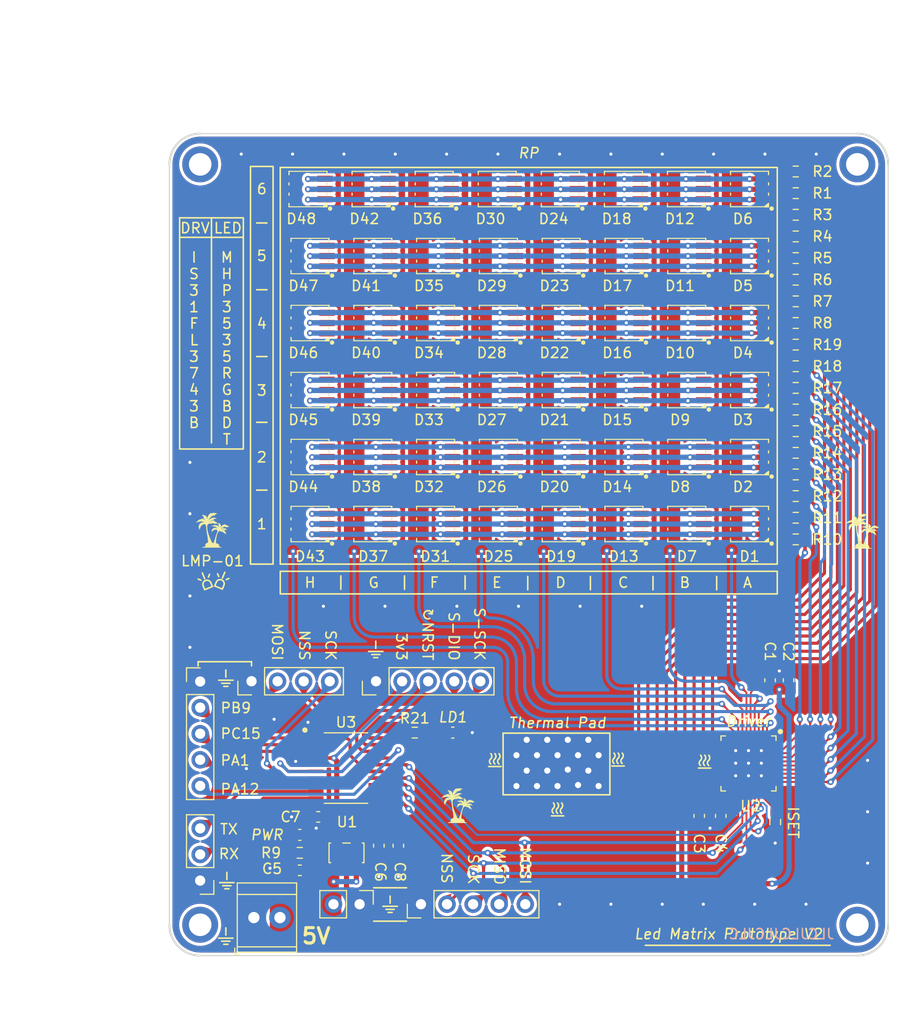
<source format=kicad_pcb>
(kicad_pcb (version 20211014) (generator pcbnew)
  (layers (0 "F.Cu" mixed) (31 "B.Cu" mixed) (34 "B.Paste" user) (35 "F.Paste" user) (36 "B.SilkS" user "B.Silkscreen") (37 "F.SilkS" user "F.Silkscreen") (38 "B.Mask" user) (39 "F.Mask" user) (44 "Edge.Cuts" user))
  (net 0 "")
  (net 1 "+3V3")
  (net 2 "GND")
  (net 3 "+5V")
  (net 4 "Net-(D67-Pad2)")
  (net 5 "Net-(D68-Pad2)")
  (net 6 "NRST")
  (net 7 "SWDIO")
  (net 8 "SWCLK")
  (net 9 "/CS17")
  (net 10 "G-_6")
  (net 11 "/CS18")
  (net 12 "R-_6")
  (net 13 "/CS16")
  (net 14 "/PA12")
  (net 15 "B-_6")
  (net 16 "/LD1")
  (net 17 "2SPI_MOSI")
  (net 18 "/CS8")
  (net 19 "G-_3")
  (net 20 "/CS9")
  (net 21 "R-_3")
  (net 22 "/CS10")
  (net 23 "B-_4")
  (net 24 "/CS11")
  (net 25 "G-_4")
  (net 26 "/CS12")
  (net 27 "R-_4")
  (net 28 "/CS13")
  (net 29 "R-_5")
  (net 30 "/CS14")
  (net 31 "G-_5")
  (net 32 "/CS15")
  (net 33 "B-_5")
  (net 34 "/ISET")
  (net 35 "B-_1")
  (net 36 "/CS1")
  (net 37 "G-_1")
  (net 38 "/CS2")
  (net 39 "R-_1")
  (net 40 "/CS3")
  (net 41 "B-_2")
  (net 42 "/CS4")
  (net 43 "G-_2")
  (net 44 "/CS5")
  (net 45 "R-_2")
  (net 46 "/CS6")
  (net 47 "B-_3")
  (net 48 "/CS7")
  (net 49 "/PB9{slash}PC14")
  (net 50 "SPI_SCK")
  (net 51 "SDB")
  (net 52 "SPI_NSS")
  (net 53 "SPI_MOSI")
  (net 54 "/PC15")
  (net 55 "2SPI_SCK")
  (net 56 "/UART_TX")
  (net 57 "/UART_RX")
  (net 58 "SPI_MISO")
  (net 59 "2SPI_NSS")
  (net 60 "SW1")
  (net 61 "SW2")
  (net 62 "SW3")
  (net 63 "SW4")
  (net 64 "SW5")
  (net 66 "SW6")
  (net 67 "SW7")
  (net 68 "SW8")
  (net 70 "/PA1")
  (footprint "STM32G031F6P6:STM32G031F6P6" (layer "F.Cu") (at 125.2 117.75)
    (fp_text reference "U3")
    (fp_text value "STM32G031F6P6TR" hide)
  )
  (footprint "MEIHUA MHP3535RGBDT-S:MHP3535RGBDT-S" (layer "F.Cu") (at 133.92857 74.44 180)
    (fp_text reference "D34")
    (fp_text value "MHP3535RGBDT-S_-_PLCC_-_6")
  )
  (footprint "MEIHUA MHP3535RGBDT-S:MHP3535RGBDT-S" (layer "F.Cu") (at 146.15714 87.48 180)
    (fp_text reference "D20")
    (fp_text value "MHP3535RGBDT-S_-_PLCC_-_6")
  )
  (footprint "MEIHUA MHP3535RGBDT-S:MHP3535RGBDT-S" (layer "F.Cu") (at 164.5 74.44 180)
    (fp_text reference "D4")
    (fp_text value "MHP3535RGBDT-S_-_PLCC_-_6")
  )
  (footprint "MEIHUA MHP3535RGBDT-S:MHP3535RGBDT-S" (layer "F.Cu") (at 164.5 67.92 180)
    (fp_text reference "D5")
    (fp_text value "MHP3535RGBDT-S_-_PLCC_-_6")
  )
  (footprint "Fiducial:Fiducial_0.5mm_Mask1.5mm" (layer "F.Cu") (at 111 62)
    (fp_text reference "FID2" hide)
    (fp_text value "Fiducial")
  )
  (footprint "Resistor_SMD:R_0603_1608Metric_Pad0.98x0.95mm_HandSolder" (layer "F.Cu") (at 169 78.647056 180)
    (fp_text reference "R18")
    (fp_text value "51R")
  )
  (footprint "Resistor_SMD:R_0603_1608Metric_Pad0.98x0.95mm_HandSolder" (layer "F.Cu") (at 169 80.752938 180)
    (fp_text reference "R17")
    (fp_text value "20R")
  )
  (footprint "MEIHUA MHP3535RGBDT-S:MHP3535RGBDT-S" (layer "F.Cu") (at 133.92857 87.48 180)
    (fp_text reference "D32")
    (fp_text value "MHP3535RGBDT-S_-_PLCC_-_6")
  )
  (footprint "MEIHUA MHP3535RGBDT-S:MHP3535RGBDT-S" (layer "F.Cu") (at 127.642857 61.4 180)
    (fp_text reference "D42")
    (fp_text value "MHP3535RGBDT-S_-_PLCC_-_6")
  )
  (footprint "MEIHUA MHP3535RGBDT-S:MHP3535RGBDT-S" (layer "F.Cu") (at 158.38571 67.92 180)
    (fp_text reference "D11")
    (fp_text value "MHP3535RGBDT-S_-_PLCC_-_6")
  )
  (footprint "Resistor_SMD:R_0603_1608Metric_Pad0.98x0.95mm_HandSolder" (layer "F.Cu") (at 169 59.694118 180)
    (fp_text reference "R2")
    (fp_text value "51R")
  )
  (footprint "Resistor_SMD:R_0603_1608Metric_Pad0.98x0.95mm_HandSolder" (layer "F.Cu") (at 169 91.282348)
    (fp_text reference "R12")
    (fp_text value "51R")
  )
  (footprint "MEIHUA MHP3535RGBDT-S:MHP3535RGBDT-S" (layer "F.Cu") (at 146.15714 94 180)
    (fp_text reference "D19")
    (fp_text value "MHP3535RGBDT-S_-_PLCC_-_6")
  )
  (footprint "MEIHUA MHP3535RGBDT-S:MHP3535RGBDT-S" (layer "F.Cu") (at 140.042855 74.44 180)
    (fp_text reference "D28")
    (fp_text value "MHP3535RGBDT-S_-_PLCC_-_6")
  )
  (footprint "Resistor_SMD:R_0603_1608Metric_Pad0.98x0.95mm_HandSolder" (layer "F.Cu") (at 131.9 114.3 180)
    (fp_text reference "R21")
    (fp_text value "560")
  )
  (footprint "Resistor_SMD:R_0603_1608Metric_Pad0.98x0.95mm_HandSolder" (layer "F.Cu") (at 169 74.435292 180)
    (fp_text reference "R8")
    (fp_text value "20R")
  )
  (footprint "Connector_PinHeader_2.54mm:PinHeader_1x05_P2.54mm_Vertical" (layer "F.Cu") (at 132.5 131 90)
    (fp_text reference "J6" hide)
    (fp_text value "Conn_01x05")
  )
  (footprint "MEIHUA MHP3535RGBDT-S:MHP3535RGBDT-S" (layer "F.Cu") (at 127.814285 67.92 180)
    (fp_text reference "D41")
    (fp_text value "MHP3535RGBDT-S_-_PLCC_-_6")
  )
  (footprint "Capacitor_SMD:C_0603_1608Metric_Pad1.08x0.95mm_HandSolder" (layer "F.Cu") (at 130.3 125.3 -90)
    (fp_text reference "C8")
    (fp_text value "100nF")
  )
  (footprint "MEIHUA MHP3535RGBDT-S:MHP3535RGBDT-S" (layer "F.Cu") (at 164.5 94 180)
    (fp_text reference "D1")
    (fp_text value "MHP3535RGBDT-S_-_PLCC_-_6" hide)
  )
  (footprint "Palm:Palm" (layer "F.Cu") (at 175.5 94.7)
    (fp_text reference "G***" hide)
    (fp_text value "LOGO" hide)
  )
  (footprint "Capacitor_SMD:C_0603_1608Metric_Pad1.08x0.95mm_HandSolder" (layer "F.Cu") (at 122.5 122.5 180)
    (fp_text reference "C7")
    (fp_text value "4u7F")
  )
  (footprint "MEIHUA MHP3535RGBDT-S:MHP3535RGBDT-S" (layer "F.Cu") (at 146.071428 61.4 180)
    (fp_text reference "D24")
    (fp_text value "MHP3535RGBDT-S_-_PLCC_-_6")
  )
  (footprint "MEIHUA MHP3535RGBDT-S:MHP3535RGBDT-S" (layer "F.Cu") (at 146.15714 67.92 180)
    (fp_text reference "D23")
    (fp_text value "MHP3535RGBDT-S_-_PLCC_-_6")
  )
  (footprint "Resistor_SMD:R_0603_1608Metric_Pad0.98x0.95mm_HandSolder" (layer "F.Cu") (at 169 76.541174 180)
    (fp_text reference "R19")
    (fp_text value "20R")
  )
  (footprint "MEIHUA MHP3535RGBDT-S:MHP3535RGBDT-S" (layer "F.Cu") (at 127.814285 94 180)
    (fp_text reference "D37")
    (fp_text value "MHP3535RGBDT-S_-_PLCC_-_6")
  )
  (footprint "Resistor_SMD:R_0603_1608Metric_Pad0.98x0.95mm_HandSolder" (layer "F.Cu") (at 169 61.8 180)
    (fp_text reference "R1")
    (fp_text value "20R")
  )
  (footprint "Resistor_SMD:R_0603_1608Metric_Pad0.98x0.95mm_HandSolder" (layer "F.Cu") (at 120.7 126)
    (fp_text reference "R9")
    (fp_text value "560")
  )
  (footprint "Connector_PinHeader_2.54mm:PinHeader_1x03_P2.54mm_Vertical" (layer "F.Cu") (at 111 128.7 180)
    (fp_text reference "J7" hide)
    (fp_text value "Conn_01x03" hide)
  )
  (footprint "Resistor_SMD:R_0603_1608Metric_Pad0.98x0.95mm_HandSolder" (layer "F.Cu") (at 169 93.38823)
    (fp_text reference "R11")
    (fp_text value "20R")
  )
  (footprint "MEIHUA MHP3535RGBDT-S:MHP3535RGBDT-S" (layer "F.Cu") (at 140.042855 94 180)
    (fp_text reference "D25")
    (fp_text value "MHP3535RGBDT-S_-_PLCC_-_6")
  )
  (footprint "Capacitor_SMD:C_0603_1608Metric_Pad1.08x0.95mm_HandSolder" (layer "F.Cu") (at 161.7 122.4 90)
    (fp_text reference "C4")
    (fp_text value "1uF")
  )
  (footprint "Connector_PinHeader_2.54mm:PinHeader_1x02_P2.54mm_Vertical" (layer "F.Cu") (at 126.525 131 -90)
    (fp_text reference "J2" hide)
    (fp_text value "Conn_01x02")
  )
  (footprint "MEIHUA MHP3535RGBDT-S:MHP3535RGBDT-S" (layer "F.Cu") (at 158.357142 61.4 180)
    (fp_text reference "D12")
    (fp_text value "MHP3535RGBDT-S_-_PLCC_-_6")
  )
  (footprint "Capacitor_SMD:C_0603_1608Metric_Pad1.08x0.95mm_HandSolder" (layer "F.Cu") (at 120.7 127.7)
    (fp_text reference "C5")
    (fp_text value "100nF")
  )
  (footprint "MEIHUA MHP3535RGBDT-S:MHP3535RGBDT-S" (layer "F.Cu") (at 152.271425 87.48 180)
    (fp_text reference "D14")
    (fp_text value "MHP3535RGBDT-S_-_PLCC_-_6")
  )
  (footprint "MountingHole:MountingHole_2.2mm_M2_ISO7380_Pad" (layer "F.Cu") (at 175 59)
    (fp_text reference "H2" hide)
    (fp_text value "MountingHole")
  )
  (footprint "Capacitor_SMD:C_0603_1608Metric_Pad1.08x0.95mm_HandSolder" (layer "F.Cu") (at 166.5 109.2 -90)
    (fp_text reference "C1")
    (fp_text value "100nF")
  )
  (footprint "MEIHUA MHP3535RGBDT-S:MHP3535RGBDT-S" (layer "F.Cu") (at 158.38571 94 180)
    (fp_text reference "D7")
    (fp_text value "MHP3535RGBDT-S_-_PLCC_-_6")
  )
  (footprint "Capacitor_SMD:C_0603_1608Metric_Pad1.08x0.95mm_HandSolder" (layer "F.Cu") (at 168.3 109.2 -90)
    (fp_text reference "C2")
    (fp_text value "1uF")
  )
  (footprint "MEIHUA MHP3535RGBDT-S:MHP3535RGBDT-S" (layer "F.Cu") (at 158.38571 87.48 180)
    (fp_text reference "D8")
    (fp_text value "MHP3535RGBDT-S_-_PLCC_-_6")
  )
  (footprint "MEIHUA MHP3535RGBDT-S:MHP3535RGBDT-S" (layer "F.Cu") (at 164.5 80.96 180)
    (fp_text reference "D3")
    (fp_text value "MHP3535RGBDT-S_-_PLCC_-_6")
  )
  (footprint "Resistor_SMD:R_0603_1608Metric_Pad0.98x0.95mm_HandSolder" (layer "F.Cu") (at 169 66.011764 180)
    (fp_text reference "R4")
    (fp_text value "51R")
  )
  (footprint "NCP115ASN330T2G 3V3 LDO:NCP115ASN330T2G" (layer "F.Cu") (at 125.25 126 90)
    (fp_text reference "U1")
    (fp_text value "NCP115ASN330T2G" hide)
  )
  (footprint "TerminalBlock_TE-Connectivity:TerminalBlock_TE_282834-2_1x02_P2.54mm_Horizontal" (layer "F.Cu") (at 116.23 132.3)
    (fp_text reference "J1" hide)
    (fp_text value "Screw_Terminal_01x02")
  )
  (footprint "MEIHUA MHP3535RGBDT-S:MHP3535RGBDT-S" (layer "F.Cu") (at 127.814285 74.44 180)
    (fp_text reference "D40")
    (fp_text value "MHP3535RGBDT-S_-_PLCC_-_6")
  )
  (footprint "MEIHUA MHP3535RGBDT-S:MHP3535RGBDT-S" (layer "F.Cu") (at 121.7 94 180)
    (fp_text reference "D43")
    (fp_text value "MHP3535RGBDT-S_-_PLCC_-_6")
  )
  (footprint "Connector_PinHeader_2.54mm:PinHeader_1x05_P2.54mm_Vertical" (layer "F.Cu") (at 128.125 109.3 90)
    (fp_text reference "J5" hide)
    (fp_text value "Conn_01x05")
  )
  (footprint "MEIHUA MHP3535RGBDT-S:MHP3535RGBDT-S" (layer "F.Cu") (at 121.7 80.96 180)
    (fp_text reference "D45")
    (fp_text value "MHP3535RGBDT-S_-_PLCC_-_6")
  )
  (footprint "Resistor_SMD:R_0603_1608Metric_Pad0.98x0.95mm_HandSolder" (layer "F.Cu") (at 169 70.223528 180)
    (fp_text reference "R6")
    (fp_text value "20R")
  )
  (footprint "Resistor_SMD:R_0603_1608Metric_Pad0.98x0.95mm_HandSolder" (layer "F.Cu") (at 169 68.117646 180)
    (fp_text reference "R5")
    (fp_text value "20R")
  )
  (footprint "Red LED 0603 - LTST-C191KRKT:LTST-C191KRKT" (layer "F.Cu") (at 120.7 124.25 180)
    (fp_text reference "D67" hide)
    (fp_text value "LED_Small" hide)
  )
  (footprint "MEIHUA MHP3535RGBDT-S:MHP3535RGBDT-S" (layer "F.Cu") (at 140.042855 87.48 180)
    (fp_text reference "D26")
    (fp_text value "MHP3535RGBDT-S_-_PLCC_-_6")
  )
  (footprint "Connector_PinHeader_2.54mm:PinHeader_1x04_P2.54mm_Vertical" (layer "F.Cu") (at 116 109.3 90)
    (fp_text reference "J3" hide)
    (fp_text value "Conn_01x04")
  )
  (footprint "Green LED 0603 - LTST-C191KGKT:LTST-C191KGKT" (layer "F.Cu") (at 135.6 114.3 180)
    (fp_text reference "D68" hide)
    (fp_text value "LED_Small" hide)
  )
  (footprint "MEIHUA MHP3535RGBDT-S:MHP3535RGBDT-S" (layer "F.Cu") (at 140.042855 67.92 180)
    (fp_text reference "D29")
    (fp_text value "MHP3535RGBDT-S_-_PLCC_-_6")
  )
  (footprint "MountingHole:MountingHole_2.2mm_M2_ISO7380_Pad" (layer "F.Cu") (at 111 133)
    (fp_text reference "H3" hide)
    (fp_text value "MountingHole")
  )
  (footprint "MEIHUA MHP3535RGBDT-S:MHP3535RGBDT-S" (layer "F.Cu") (at 127.814285 80.96 180)
    (fp_text reference "D39")
    (fp_text value "MHP3535RGBDT-S_-_PLCC_-_6")
  )
  (footprint "Fiducial:Fiducial_0.5mm_Mask1.5mm" (layer "F.Cu") (at 175 130)
    (fp_text reference "FID1" hide)
    (fp_text value "Fiducial")
  )
  (footprint "MEIHUA MHP3535RGBDT-S:MHP3535RGBDT-S" (layer "F.Cu") (at 158.38571 80.96 180)
    (fp_text reference "D9")
    (fp_text value "MHP3535RGBDT-S_-_PLCC_-_6")
  )
  (footprint "Palm:Palm" (layer "F.Cu") (at 112.2 94.6)
    (fp_text reference "G***" hide)
    (fp_text value "LOGO" hide)
  )
  (footprint "Connector_PinHeader_2.54mm:PinHeader_1x05_P2.54mm_Vertical" (layer "F.Cu") (at 111 109.325)
    (fp_text reference "J4" hide)
    (fp_text value "Conn_01x05")
  )
  (footprint "MEIHUA MHP3535RGBDT-S:MHP3535RGBDT-S" (layer "F.Cu") (at 133.92857 80.96 180)
    (fp_text reference "D33")
    (fp_text value "MHP3535RGBDT-S_-_PLCC_-_6")
  )
  (footprint "MEIHUA MHP3535RGBDT-S:MHP3535RGBDT-S" (layer "F.Cu") (at 164.5 87.48 180)
    (fp_text reference "D2")
    (fp_text value "MHP3535RGBDT-S_-_PLCC_-_6")
  )
  (footprint "Resistor_SMD:R_0603_1608Metric_Pad0.98x0.95mm_HandSolder" (layer "F.Cu") (at 169 82.85882)
    (fp_text reference "R16")
    (fp_text value "20R")
  )
  (footprint "MEIHUA MHP3535RGBDT-S:MHP3535RGBDT-S" (layer "F.Cu") (at 152.214285 61.4 180)
    (fp_text reference "D18")
    (fp_text value "MHP3535RGBDT-S_-_PLCC_-_6")
  )
  (footprint "MEIHUA MHP3535RGBDT-S:MHP3535RGBDT-S" (layer "F.Cu") (at 152.271425 80.96 180)
    (fp_text reference "D15")
    (fp_text value "MHP3535RGBDT-S_-_PLCC_-_6")
  )
  (footprint "Capacitor_SMD:C_0603_1608Metric_Pad1.08x0.95mm_HandSolder" (layer "F.Cu") (at 128.4 125.3 90)
    (fp_text reference "C6")
    (fp_text value "100nF")
  )
  (footprint "MountingHole:MountingHole_2.2mm_M2_ISO7380_Pad" (layer "F.Cu") (at 175 133)
    (fp_text reference "H4" hide)
    (fp_text value "MountingHole")
  )
  (footprint "MEIHUA MHP3535RGBDT-S:MHP3535RGBDT-S" (layer "F.Cu") (at 158.38571 74.44 180)
    (fp_text reference "D10")
    (fp_text value "MHP3535RGBDT-S_-_PLCC_-_6")
  )
  (footprint "MEIHUA MHP3535RGBDT-S:MHP3535RGBDT-S" (layer "F.Cu") (at 152.271425 94 180)
    (fp_text reference "D13")
    (fp_text value "MHP3535RGBDT-S_-_PLCC_-_6")
  )
  (footprint "MEIHUA MHP3535RGBDT-S:MHP3535RGBDT-S" (layer "F.Cu") (at 127.814285 87.48 180)
    (fp_text reference "D38")
    (fp_text value "MHP3535RGBDT-S_-_PLCC_-_6")
  )
  (footprint "IS31FL3743B:IS31FL3743B-QULS4-TR" (layer "F.Cu") (at 164.4 117.3 -90)
    (fp_text reference "U2")
    (fp_text value "IS31FL3743B-QULS4-TR" hide)
  )
  (footprint "MEIHUA MHP3535RGBDT-S:MHP3535RGBDT-S" (layer "F.Cu") (at 152.271425 67.92 180)
    (fp_text reference "D17")
    (fp_text value "MHP3535RGBDT-S_-_PLCC_-_6")
  )
  (footprint "Resistor_SMD:R_0603_1608Metric_Pad0.98x0.95mm_HandSolder" (layer "F.Cu") (at 169 87.070584)
    (fp_text reference "R14")
    (fp_text value "20R")
  )
  (footprint "MEIHUA MHP3535RGBDT-S:MHP3535RGBDT-S" (layer "F.Cu") (at 133.92857 94 180)
    (fp_text reference "D31")
    (fp_text value "MHP3535RGBDT-S_-_PLCC_-_6")
  )
  (footprint "MEIHUA MHP3535RGBDT-S:MHP3535RGBDT-S" (layer "F.Cu") (at 121.7 67.92 180)
    (fp_text reference "D47")
    (fp_text value "MHP3535RGBDT-S_-_PLCC_-_6")
  )
  (footprint "Palm:Palm" (layer "F.Cu") (at 136.1 121.4)
    (fp_text reference "G***" hide)
    (fp_text value "LOGO" hide)
  )
  (footprint "MEIHUA MHP3535RGBDT-S:MHP3535RGBDT-S" (layer "F.Cu") (at 133.785714 61.4 180)
    (fp_text reference "D36")
    (fp_text value "MHP3535RGBDT-S_-_PLCC_-_6")
  )
  (footprint "MEIHUA MHP3535RGBDT-S:MHP3535RGBDT-S" (layer "F.Cu") (at 164.5 61.4 180)
    (fp_text reference "D6")
    (fp_text value "MHP3535RGBDT-S_-_PLCC_-_6")
  )
  (footprint "Resistor_SMD:R_0603_1608Metric_Pad0.98x0.95mm_HandSolder" (layer "F.Cu") (at 169 72.32941 180)
    (fp_text reference "R7")
    (fp_text value "51R")
  )
  (footprint "Resistor_SMD:R_0603_1608Metric_Pad0.98x0.95mm_HandSolder" (layer "F.Cu") (at 169 89.176466)
    (fp_text reference "R13")
    (fp_text value "20R")
  )
  (footprint "MEIHUA MHP3535RGBDT-S:MHP3535RGBDT-S" (layer "F.Cu") (at 121.7 87.48 180)
    (fp_text reference "D44")
    (fp_text value "MHP3535RGBDT-S_-_PLCC_-_6")
  )
  (footprint "MEIHUA MHP3535RGBDT-S:MHP3535RGBDT-S" (layer "F.Cu") (at 146.15714 80.96 180)
    (fp_text reference "D21")
    (fp_text value "MHP3535RGBDT-S_-_PLCC_-_6")
  )
  (footprint "Resistor_SMD:R_0603_1608Metric_Pad0.98x0.95mm_HandSolder" (layer "F.Cu") (at 169 84.964702)
    (fp_text reference "R15")
    (fp_text value "51R")
  )
  (footprint "MEIHUA MHP3535RGBDT-S:MHP3535RGBDT-S" (layer "F.Cu") (at 140.042855 80.96 180)
    (fp_text reference "D27")
    (fp_text value "MHP3535RGBDT-S_-_PLCC_-_6")
  )
  (footprint "MountingHole:MountingHole_2.2mm_M2_ISO7380_Pad" (layer "F.Cu") (at 111 59)
    (fp_text reference "H1" hide)
    (fp_text value "MountingHole")
  )
  (footprint "MEIHUA MHP3535RGBDT-S:MHP3535RGBDT-S" (layer "F.Cu") (at 121.7 74.44 180)
    (fp_text reference "D46")
    (fp_text value "MHP3535RGBDT-S_-_PLCC_-_6")
  )
  (footprint "MEIHUA MHP3535RGBDT-S:MHP3535RGBDT-S" (layer "F.Cu") (at 152.271425 74.44 180)
    (fp_text reference "D16")
    (fp_text value "MHP3535RGBDT-S_-_PLCC_-_6")
  )
  (footprint "MEIHUA MHP3535RGBDT-S:MHP3535RGBDT-S" (layer "F.Cu") (at 133.92857 67.92 180)
    (fp_text reference "D35")
    (fp_text value "MHP3535RGBDT-S_-_PLCC_-_6")
  )
  (footprint "Resistor_SMD:R_0603_1608Metric_Pad0.98x0.95mm_HandSolder" (layer "F.Cu") (at 167 123 -90)
    (fp_text reference "R20" hide)
    (fp_text value "10K")
  )
  (footprint "Resistor_SMD:R_0603_1608Metric_Pad0.98x0.95mm_HandSolder" (layer "F.Cu") (at 169 95.494118)
    (fp_text reference "R10")
    (fp_text value "20R")
  )
  (footprint "Capacitor_SMD:C_0603_1608Metric_Pad1.08x0.95mm_HandSolder" (layer "F.Cu") (at 159.6 122.4 90)
    (fp_text reference "C3")
    (fp_text value "100nF")
  )
  (footprint "MEIHUA MHP3535RGBDT-S:MHP3535RGBDT-S" (layer "F.Cu") (at 139.928571 61.4 180)
    (fp_text reference "D30")
    (fp_text value "MHP3535RGBDT-S_-_PLCC_-_6")
  )
  (footprint "Resistor_SMD:R_0603_1608Metric_Pad0.98x0.95mm_HandSolder" (layer "F.Cu") (at 169 63.905882 180)
    (fp_text reference "R3")
    (fp_text value "20R")
  )
  (footprint "MEIHUA MHP3535RGBDT-S:MHP3535RGBDT-S" (layer "F.Cu") (at 121.5 61.4 180)
    (fp_text reference "D48")
    (fp_text value "MHP3535RGBDT-S_-_PLCC_-_6")
  )
  (footprint "MEIHUA MHP3535RGBDT-S:MHP3535RGBDT-S" (layer "F.Cu") (at 146.15714 74.44 180)
    (fp_text reference "D22")
    (fp_text value "MHP3535RGBDT-S_-_PLCC_-_6")
  )
  (gr_line (start 161.3 100.4) (end 161.3 99.1) (layer "F.SilkS") (width 0.1524))
  (gr_line (start 113.15642 100.330027) (end 113.309494 99.960474) (layer "F.SilkS") (width 0.1524))
  (gr_arc (start 139.7 117.35) (mid 139.575 117.1) (end 139.7 116.85) (layer "F.SilkS") (width 0.1524))
  (gr_line (start 113.169551 99.253074) (end 113.399162 98.698745) (layer "F.SilkS") (width 0.1524))
  (gr_line (start 112.570389 99.654328) (end 112.417317 100.023881) (layer "F.SilkS") (width 0.1524))
  (gr_line (start 113.4 129.5) (end 113.8 129.5) (layer "F.SilkS") (width 0.15))
  (gr_line (start 151.1 117.55) (end 152.3 117.55) (layer "F.SilkS") (width 0.1524))
  (gr_line (start 124.7 100.35) (end 124.7 99.05) (layer "F.SilkS") (width 0.1524))
  (gr_line (start 149 100.4) (end 149 99.1) (layer "F.SilkS") (width 0.1524))
  (gr_rect (start 109 64.2) (end 115.2 86.7) (layer "F.SilkS") (width 0.1524) (fill none))
  (gr_line (start 113.1 134.6) (end 113.9 134.6) (layer "F.SilkS") (width 0.15))
  (gr_line (start 111.435471 99.311039) (end 111.205861 98.756712) (layer "F.SilkS") (width 0.1524))
  (gr_line (start 112.1 64.2) (end 112.1 86.1) (layer "F.SilkS") (width 0.1524))
  (gr_line (start 112.417317 100.023881) (end 113.15642 100.330027) (layer "F.SilkS") (width 0.1524))
  (gr_line (start 172.35 135) (end 154.35 135) (layer "F.SilkS") (width 0.1524))
  (gr_line (start 112.9 128.9) (end 114.3 128.9) (layer "F.SilkS") (width 0.15))
  (gr_arc (start 151.7 116.3) (mid 151.803553 116.55) (end 151.7 116.8) (layer "F.SilkS") (width 0.1524))
  (gr_line (start 111.448603 100.387992) (end 112.187706 100.081846) (layer "F.SilkS") (width 0.1524))
  (gr_line (start 139.1 117.6) (end 140.3 117.6) (layer "F.SilkS") (width 0.1524))
  (gr_rect (start 118.8 59.3) (end 167.2 97.9) (layer "F.SilkS") (width 0.1524) (fill none))
  (gr_arc (start 145.8 122.15) (mid 145.675 121.9) (end 145.8 121.65) (layer "F.SilkS") (width 0.1524))
  (gr_arc (start 146.2 121.15) (mid 146.303553 121.4) (end 146.2 121.65) (layer "F.SilkS") (width 0.1524))
  (gr_line (start 127.7 106.7) (end 128.5 106.7) (layer "F.SilkS") (width 0.15))
  (gr_poly (pts (xy 115.9 97.9) (xy 115.9 59.2) (xy 118.1 59.2) (xy 118.1 97.9)) (layer "F.SilkS") (width 0.1524) (fill none))
  (gr_arc (start 140.1 116.35) (mid 140.203553 116.6) (end 140.1 116.85) (layer "F.SilkS") (width 0.1524))
  (gr_line (start 112.8 99.1) (end 112.691761 98.838687) (layer "F.SilkS") (width 0.1524))
  (gr_arc (start 159.725 117.5) (mid 159.599999 117.25) (end 159.724999 117) (layer "F.SilkS") (width 0.1524))
  (gr_line (start 127.4 106.4) (end 128.8 106.4) (layer "F.SilkS") (width 0.15))
  (gr_arc (start 139.7 116.35) (mid 139.803553 116.6) (end 139.7 116.85) (layer "F.SilkS") (width 0.1524))
  (gr_line (start 113.2 129.2) (end 114 129.2) (layer "F.SilkS") (width 0.15))
  (gr_arc (start 146.2 122.15) (mid 146.075 121.9) (end 146.2 121.65) (layer "F.SilkS") (width 0.1524))
  (gr_line (start 116.5 90.7) (end 117.5 90.7) (layer "F.SilkS") (width 0.1524))
  (gr_line (start 116 107.8) (end 116 107.4) (layer "F.SilkS") (width 0.1524))
  (gr_arc (start 160.125 116.5) (mid 160.228555 116.75) (end 160.125001 117) (layer "F.SilkS") (width 0.1524))
  (gr_arc (start 160.125001 117.5) (mid 160 117.25) (end 160.125001 117) (layer "F.SilkS") (width 0.1524))
  (gr_line (start 116.5 71.2) (end 117.5 71.2) (layer "F.SilkS") (width 0.1524))
  (gr_rect (start 150.9 120.35) (end 140.5 114.35) (layer "F.SilkS") (width 0.1524) (fill none))
  (gr_line (start 116.5 77.7) (end 117.5 77.7) (layer "F.SilkS") (width 0.1524))
  (gr_arc (start 152.1 116.3) (mid 152.203553 116.55) (end 152.1 116.8) (layer "F.SilkS") (width 0.1524))
  (gr_line (start 127.9 132.65) (end 131.1 132.65) (layer "F.SilkS") (width 0.1524))
  (gr_arc (start 159.725001 116.5) (mid 159.828555 116.75) (end 159.724999 117) (layer "F.SilkS") (width 0.1524))
  (gr_line (start 116 107.4) (end 110.8 107.4) (layer "F.SilkS") (width 0.1524))
  (gr_line (start 129.1 131.5) (end 129.9 131.5) (layer "F.SilkS") (width 0.15))
  (gr_arc (start 151.7 117.3) (mid 151.575 117.05) (end 151.7 116.8) (layer "F.SilkS") (width 0.1524))
  (gr_arc (start 145.400001 121.15) (mid 145.503555 121.4) (end 145.4 121.65) (layer "F.SilkS") (width 0.1524))
  (gr_line (start 116.5 64.7) (end 117.5 64.7) (layer "F.SilkS") (width 0.1524))
  (gr_line (start 112.8 134.3) (end 114.2 134.3) (layer "F.SilkS") (width 0.15))
  (gr_line (start 133.579412 102.7507) (end 133.65 102.4) (layer "F.SilkS") (width 0.1524))
  (gr_line (start 142.9 100.4) (end 142.9 99.1) (layer "F.SilkS") (width 0.1524))
  (gr_line (start 113.3 109.8) (end 113.7 109.8) (layer "F.SilkS") (width 0.15))
  (gr_line (start 128.8 131.2) (end 130.2 131.2) (layer "F.SilkS") (width 0.15))
  (gr_line (start 111.805023 99.157966) (end 111.913262 98.896654) (layer "F.SilkS") (width 0.1524))
  (gr_line (start 116.5 84.1) (end 117.5 84.1) (layer "F.SilkS") (width 0.1524))
  (gr_line (start 127.9 129.4) (end 131.1 129.4) (layer "F.SilkS") (width 0.1524))
  (gr_arc (start 112.570389 99.654328) (mid 113.093014 99.43785) (end 113.309494 99.960474) (layer "F.SilkS") (width 0.1524))
  (gr_line (start 159.525001 117.749999) (end 160.725002 117.75) (layer "F.SilkS") (width 0.1524))
  (gr_line (start 113.6 127.9) (end 113.6 128.6) (layer "F.SilkS") (width 0.15))
  (gr_arc (start 160.525001 116.5) (mid 160.628555 116.750001) (end 160.525001 117.000001) (layer "F.SilkS") (width 0.1524))
  (gr_line (start 136.8 100.35) (end 136.8 99.05) (layer "F.SilkS") (width 0.1524))
  (gr_line (start 129.5 130.2) (end 129.5 130.9) (layer "F.SilkS") (width 0.15))
  (gr_arc (start 151.300001 116.3) (mid 151.403555 116.55) (end 151.3 116.8) (layer "F.SilkS") (width 0.1524))
  (gr_line (start 113.539104 99.406146) (end 113.800415 99.297908) (layer "F.SilkS") (width 0.1524))
  (gr_line (start 112.187706 100.081846) (end 112.034633 99.712293) (layer "F.SilkS") (width 0.1524))
  (gr_arc (start 139.300001 116.35) (mid 139.403555 116.6) (end 139.3 116.85) (layer "F.SilkS") (width 0.1524))
  (gr_arc (start 152.1 117.3) (mid 151.975 117.05) (end 152.1 116.8) (layer "F.SilkS") (width 0.1524))
  (gr_arc (start 139.3 117.35) (mid 139.175 117.1) (end 139.3 116.85) (layer "F.SilkS") (width 0.1524))
  (gr_line (start 130.9 100.35) (end 130.9 99.05) (layer "F.SilkS") (width 0.1524))
  (gr_arc (start 145.4 122.15) (mid 145.275 121.9) (end 145.4 121.65) (layer "F.SilkS") (width 0.1524))
  (gr_line (start 127.9 107) (end 128.3 107) (layer "F.SilkS") (width 0.15))
  (gr_arc (start 145.8 121.15) (mid 145.903553 121.4) (end 145.8 121.65) (layer "F.SilkS") (width 0.1524))
  (gr_arc (start 133.353016 103.191959) (mid 132.833892 102.646906) (end 133.579412 102.7507) (layer "F.SilkS") (width 0.1524))
  (gr_line (start 111.065919 99.464113) (end 110.804608 99.355874) (layer "F.SilkS") (width 0.1524))
  (gr_line (start 111.295529 100.018441) (end 111.448603 100.387992) (layer "F.SilkS") (width 0.1524))
  (gr_line (start 113.5 108.2) (end 113.5 108.9) (layer "F.SilkS") (width 0.15))
  (gr_line (start 145.2 122.4) (end 146.4 122.4) (layer "F.SilkS") (width 0.1524))
  (gr_line (start 128.1 105.4) (end 128.1 106.1) (layer "F.SilkS") (width 0.15))
  (gr_line (start 110.8 107.4) (end 110.8 107.8) (layer "F.SilkS") (width 0.1524))
  (gr_arc (start 151.3 117.3) (mid 151.175 117.05) (end 151.3 116.8) (layer "F.SilkS") (width 0.1524))
  (gr_line (start 112.8 109.2) (end 114.2 109.2) (layer "F.SilkS") (width 0.15))
  (gr_arc (start 111.295529 100.018441) (mid 111.512007 99.495815) (end 112.034633 99.712293) (layer "F.SilkS") (width 0.1524))
  (gr_line (start 113.1 109.5) (end 113.9 109.5) (layer "F.SilkS") (width 0.15))
  (gr_line (start 113.5 133.3) (end 113.5 134) (layer "F.SilkS") (width 0.15))
  (gr_arc (start 160.525001 117.5) (mid 160.400003 117.250001) (end 160.525001 117.000001) (layer "F.SilkS") (width 0.1524))
  (gr_arc (start 140.1 117.35) (mid 139.975 117.1) (end 140.1 116.85) (layer "F.SilkS") (width 0.1524))
  (gr_line (start 109 66.1) (end 115.2 66.1) (layer "F.SilkS") (width 0.1524))
  (gr_line (start 133.579412 102.7507) (end 133.282305 102.696985) (layer "F.SilkS") (width 0.1524))
  (gr_rect (start 118.8 98.6) (end 167.2 100.8) (layer "F.SilkS") (width 0.1524) (fill none))
  (gr_line (start 129.3 131.8) (end 129.7 131.8) (layer "F.SilkS") (width 0.15))
  (gr_line (start 113.3 134.9) (end 113.7 134.9) (layer "F.SilkS") (width 0.15))
  (gr_line (start 155.1 100.4) (end 155.1 99.1) (layer "F.SilkS") (width 0.1524))
  (gr_line (start 108 59) (end 108 133) (layer "Edge.Cuts") (width 0.1))
  (gr_arc (start 175 56) (mid 177.12132 56.87868) (end 178 59) (layer "Edge.Cuts") (width 0.2))
  (gr_arc (start 111 136) (mid 108.87868 135.12132) (end 108 133) (layer "Edge.Cuts") (width 0.2))
  (gr_arc (start 178 133) (mid 177.12132 135.12132) (end 175 136) (layer "Edge.Cuts") (width 0.2))
  (gr_arc (start 108 59) (mid 108.87868 56.87868) (end 111 56) (layer "Edge.Cuts") (width 0.2))
  (gr_line (start 178 133) (end 178 59) (layer "Edge.Cuts") (width 0.1))
  (gr_line (start 111 136) (end 175 136) (layer "Edge.Cuts") (width 0.1))
  (gr_line (start 175 56) (end 111 56) (layer "Edge.Cuts") (width 0.1))
  (gr_text "JLCJLCJLCJLC" (at 167.6 133.9) (layer "B.SilkS") (effects (font (size 1 1)) (justify mirror)))
  (gr_text "C" (at 152.2 99.7) (layer "F.SilkS") (effects (font (size 1 1))))
  (gr_text "MOSI" (at 142.65 127.25 270) (layer "F.SilkS") (effects (font (size 1 1))))
  (gr_text "I\nS\n3\n1\nF\nL\n3\n7\n4\n3\nB" (at 110.4 76.1) (layer "F.SilkS") (effects (font (size 1 1))))
  (gr_text "5V" (at 122.3 134.1) (layer "F.SilkS") (effects (font (size 1.5 1.5) (thickness 0.3))))
  (gr_text "PC15" (at 112.9 114.4) (layer "F.SilkS") (effects (font (size 1 1)) (justify left)))
  (gr_text "RP" (at 143 57.9) (layer "F.SilkS") (effects (font (size 1 1) (thickness 0.15) italic)))
  (gr_text "SCK" (at 123.7 105.8 270) (layer "F.SilkS") (effects (font (size 1 1))))
  (gr_text "MOSI" (at 118.5 105.466667 270) (layer "F.SilkS") (effects (font (size 1 1))))
  (gr_text "PA1\n" (at 112.9 117) (layer "F.SilkS") (effects (font (size 1 1)) (justify left)))
  (gr_text "M\nH\nP\n3\n5\n3\n5\nR\nG\nB\nD\nT" (at 113.6 76.905) (layer "F.SilkS") (effects (font (size 1 1))))
  (gr_text "PWR" (at 117.5 124.25) (layer "F.SilkS") (effects (font (size 1 1) (thickness 0.15) italic)))
  (gr_text "NSS" (at 135 127.5 270) (layer "F.SilkS") (effects (font (size 1 1))))
  (gr_text "Driver" (at 164.4 113.2) (layer "F.SilkS") (effects (font (size 1 1) (thickness 0.15) italic)))
  (gr_text "SCK" (at 137.6 127.6 270) (layer "F.SilkS") (effects (font (size 1 1))))
  (gr_text "MISO" (at 140.15 127.3 270) (layer "F.SilkS") (effects (font (size 1 1))))
  (gr_text "2" (at 117 87.5) (layer "F.SilkS") (effects (font (size 1 1))))
  (gr_text "LMP-01" (at 112.2 97.6) (layer "F.SilkS") (effects (font (size 1 1))))
  (gr_text "3v3" (at 130.6 105.942858 270) (layer "F.SilkS") (effects (font (size 1 1))))
  (gr_text "LED" (at 113.7 65.2) (layer "F.SilkS") (effects (font (size 1 1))))
  (gr_text "DRV" (at 110.5 65.2) (layer "F.SilkS") (effects (font (size 1 1))))
  (gr_text "RX" (at 113.8 126.1) (layer "F.SilkS") (effects (font (size 1 1))))
  (gr_text "PB9" (at 112.9 111.9) (layer "F.SilkS") (effects (font (size 1 1)) (justify left)))
  (gr_text "6" (at 117 61.4) (layer "F.SilkS") (effects (font (size 1 1))))
  (gr_text "B" (at 158.2 99.7) (layer "F.SilkS") (effects (font (size 1 1))))
  (gr_text "NSS" (at 121.15 105.8 270) (layer "F.SilkS") (effects (font (size 1 1))))
  (gr_text "ISET" (at 168.75 123.05 270) (layer "F.SilkS") (effects (font (size 1 1))))
  (gr_text "A" (at 164.3 99.7) (layer "F.SilkS") (effects (font (size 1 1))))
  (gr_text "D" (at 146.1 99.7) (layer "F.SilkS") (effects (font (size 1 1))))
  (gr_text "TX" (at 113.8 123.7) (layer "F.SilkS") (effects (font (size 1 1))))
  (gr_text "Thermal Pad" (at 145.8 113.35) (layer "F.SilkS") (effects (font (size 1 1) (thickness 0.15) italic)))
  (gr_text "S-DIO" (at 135.7 104.919048 270) (layer "F.SilkS") (effects (font (size 1 1))))
  (gr_text "H" (at 121.7 99.7) (layer "F.SilkS") (effects (font (size 1 1))))
  (gr_text "PA12" (at 112.9 119.8) (layer "F.SilkS") (effects (font (size 1 1)) (justify left)))
  (gr_text "NRST" (at 133.15 105.395239 270) (layer "F.SilkS") (effects (font (size 1 1))))
  (gr_text "G" (at 127.9 99.7) (layer "F.SilkS") (effects (font (size 1 1))))
  (gr_text "E" (at 139.9 99.7) (layer "F.SilkS") (effects (font (size 1 1))))
  (gr_text "4" (at 117 74.5) (layer "F.SilkS") (effects (font (size 1 1))))
  (gr_text "LD1" (at 135.6 112.8) (layer "F.SilkS") (effects (font (size 1 1) (thickness 0.15) italic)))
  (gr_text "F" (at 133.8 99.7) (layer "F.SilkS") (effects (font (size 1 1))))
  (gr_text "3" (at 117 81) (layer "F.SilkS") (effects (font (size 1 1))))
  (gr_text "Led Matrix Prototype V2" (at 162.45 133.9) (layer "F.SilkS") (effects (font (size 1 1) (thickness 0.15) italic)))
  (gr_text "5" (at 117 67.9) (layer "F.SilkS") (effects (font (size 1 1))))
  (gr_text "1" (at 117 94) (layer "F.SilkS") (effects (font (size 1 1))))
  (gr_text "S-SCK" (at 138.2 104.704762 270) (layer "F.SilkS") (effects (font (size 1 1))))
  (segment (start 121.6125 126) (end 122.960149 126) (width 0.5) (layer "F.Cu") (net 1))
  (segment (start 122.279 116.775001) (end 124.024999 116.775001) (width 0.3048) (layer "F.Cu") (net 1))
  (segment (start 122.960149 126) (end 124.299999 124.66015) (width 0.5) (layer "F.Cu") (net 1))
  (segment (start 124.299999 124.66015) (end 124.299999 117.050001) (width 0.5) (layer "F.Cu") (net 1))
  (segment (start 124.299999 117.050001) (end 124.024999 116.775001) (width 0.5) (layer "F.Cu") (net 1))
  (via (at 124.024999 116.775001) (size 0.6) (drill 0.3) (layers "F.Cu" "B.Cu") (net 1))
  (segment (start 124.024999 116.775001) (end 130.665 110.135) (width 0.3048) (layer "B.Cu") (net 1))
  (segment (start 130.665 110.135) (end 130.665 109.7) (width 0.3048) (layer "B.Cu") (net 1))
  (segment (start 120.3 117.1) (end 120.624999 117.424999) (width 0.3048) (layer "F.Cu") (net 2))
  (segment (start 136.3747 114.3) (end 137.5 114.3) (width 0.3048) (layer "F.Cu") (net 2))
  (segment (start 163.399999 119.7765) (end 163.399999 122.554692) (width 0.1778) (layer "F.Cu") (net 2))
  (segment (start 119.8375 127.7) (end 118 127.7) (width 0.5) (layer "F.Cu") (net 2))
  (segment (start 120.624999 117.424999) (end 122.279 117.424999) (width 0.3048) (layer "F.Cu") (net 2))
  (segment (start 118 127.7) (end 117.8 127.5) (width 0.5) (layer "F.Cu") (net 2))
  (segment (start 163.399999 118.350001) (end 163.399999 119.7765) (width 0.1778) (layer "F.Cu") (net 2))
  (segment (start 130.3 128.3) (end 130.3 126.1625) (width 0.3048) (layer "F.Cu") (net 2))
  (segment (start 161.7 123.2625) (end 162.69219 123.262501) (width 0.1778) (layer "F.Cu") (net 2))
  (segment (start 121.65 124.25) (end 121.4747 124.25) (width 0.5) (layer "F.Cu") (net 2))
  (segment (start 121.6375 122.5) (end 119.9 122.5) (width 0.3048) (layer "F.Cu") (net 2))
  (segment (start 128.4 126.2675) (end 128.4 128.3) (width 0.3048) (layer "F.Cu") (net 2))
  (segment (start 122.3 123.6) (end 121.65 124.25) (width 0.5) (layer "F.Cu") (net 2))
  (segment (start 125.25 129.3875) (end 126.525 130.6625) (width 0.5) (layer "F.Cu") (net 2))
  (segment (start 125.25 127.33985) (end 125.25 129.3875) (width 0.5) (layer "F.Cu") (net 2))
  (segment (start 164.25 117.5) (end 161.9235 117.5) (width 0.1778) (layer "F.Cu") (net 2))
  (segment (start 167 123.9125) (end 167 125.05) (width 0.762) (layer "F.Cu") (net 2))
  (via (at 144.8 115) (size 1) (drill 0.6) (layers "F.Cu" "B.Cu") (net 2))
  (via (at 146.8 115) (size 1) (drill 0.6) (layers "F.Cu" "B.Cu") (net 2))
  (via (at 146 131) (size 0.6) (drill 0.3) (layers "F.Cu" "B.Cu") (net 2))
  (via (at 164.4 116.05) (size 0.6) (drill 0.3) (layers "F.Cu" "B.Cu") (net 2))
  (via (at 130 58) (size 0.6) (drill 0.3) (layers "F.Cu" "B.Cu") (net 2))
  (via (at 120.3 117.1) (size 0.6) (drill 0.3) (layers "F.Cu" "B.Cu") (net 2))
  (via (at 118.2 113) (size 0.6) (drill 0.3) (layers "F.Cu" "B.Cu") (net 2))
  (via (at 146 58) (size 0.6) (drill 0.3) (layers "F.Cu" "B.Cu") (net 2))
  (via (at 146.8 117.9) (size 1) (drill 0.6) (layers "F.Cu" "B.Cu") (net 2))
  (via (at 137.5 114.3) (size 0.6) (drill 0.3) (layers "F.Cu" "B.Cu") (net 2))
  (via (at 123 102) (size 0.6) (drill 0.3) (layers "F.Cu" "B.Cu") (net 2))
  (via (at 165.65 116.05) (size 0.6) (drill 0.3) (layers "F.Cu" "B.Cu") (net 2))
  (via (at 128.4 128.3) (size 0.6) (drill 0.3) (layers "F.Cu" "B.Cu") (net 2))
  (via (at 115.5 117.8) (size 0.6) (drill 0.3) (layers "F.Cu" "B.Cu") (net 2))
  (via (at 141.8 116.5) (size 1) (drill 0.6) (layers "F.Cu" "B.Cu") (net 2))
  (via (at 176 117) (size 0.6) (drill 0.3) (layers "F.Cu" "B.Cu") (net 2))
  (via (at 167.4 108.3) (size 0.6) (drill 0.3) (layers "F.Cu" "B.Cu") (net 2))
  (via (at 165.65 117.275) (size 0.6) (drill 0.3) (layers "F.Cu" "B.Cu") (net 2))
  (via (at 122.3 123.6) (size 0.6) (drill 0.3) (layers "F.Cu" "B.Cu") (net 2))
  (via (at 115 58) (size 0.6) (drill 0.3) (layers "F.Cu" "B.Cu") (net 2))
  (via (at 141.8 119.5) (size 1) (drill 0.6) (layers "F.Cu" "B.Cu") (net 2))
  (via (at 121.5 113.3) (size 0.6) (drill 0.3) (layers "F.Cu" "B.Cu") (net 2))
  (via (at 148.8 115) (size 1) (drill 0.6) (layers "F.Cu" "B.Cu") (net 2))
  (via (at 160 131) (size 0.6) (drill 0.3) (layers "F.Cu" "B.Cu") (net 2))
  (via (at 176 127) (size 0.6) (drill 0.3) (layers "F.Cu" "B.Cu") (net 2))
  (via (at 149.8 116.5) (size 1) (drill 0.6) (layers "F.Cu" "B.Cu") (net 2))
  (via (at 142.8 115) (size 1) (drill 0.6) (layers "F.Cu" "B.Cu") (net 2))
  (via (at 167 125.05) (size 0.6) (drill 0.3) (layers "F.Cu" "B.Cu") (net 2))
  (via (at 148.8 118) (size 1) (drill 0.6) (layers "F.Cu" "B.Cu") (net 2))
  (via (at 154 102) (size 0.6) (drill 0.3) (layers "F.Cu" "B.Cu") (net 2))
  (via (at 135 58) (size 0.6) (drill 0.3) (layers "F.Cu" "B.Cu") (net 2))
  (via (at 148 102) (size 0.6) (drill 0.3) (layers "F.Cu" "B.Cu") (net 2))
  (via (at 171 58) (size 0.6) (drill 0.3) (layers "F.Cu" "B.Cu") (net 2))
  (via (at 119.9 122.5) (size 0.6) (drill 0.3) (layers "F.Cu" "B.Cu") (net 2))
  (via (at 145.8 119.5) (size 1) (drill 0.6) (layers "F.Cu" "B.Cu") (net 2))
  (via (at 143.8 116.5) (size 1) (drill 0.6) (layers "F.Cu" "B.Cu") (net 2))
  (via (at 145.8 116.5) (size 1) (drill 0.6) (layers "F.Cu" "B.Cu") (net 2))
  (via (at 110 101) (size 0.6) (drill 0.3) (layers "F.Cu" "B.Cu") (net 2))
  (via (at 156 58) (size 0.6) (drill 0.3) (layers "F.Cu" "B.Cu") (net 2))
  (via (at 156 131) (size 0.6) (drill 0.3) (layers "F.Cu" "B.Cu") (net 2))
  (via (at 140 58) (size 0.6) (drill 0.3) (layers "F.Cu" "B.Cu") (net 2))
  (via (at 110 106) (size 0.6) (drill 0.3) (layers "F.Cu" "B.Cu") (net 2))
  (via (at 136 102) (size 0.6) (drill 0.3) (layers "F.Cu" "B.Cu") (net 2))
  (via (at 142 102) (size 0.6) (drill 0.3) (layers "F.Cu" "B.Cu") (net 2))
  (via (at 144.8 118) (size 1) (drill 0.6) (layers "F.Cu" "B.Cu") (net 2))
  (via (at 151 131) (size 0.6) (drill 0.3) (layers "F.Cu" "B.Cu") (net 2))
  (via (at 147.8 116.5) (size 1) (drill 0.6) (layers "F.Cu" "B.Cu") (net 2))
  (via (at 164.4 118.5) (size 0.6) (drill 0.3) (layers "F.Cu" "B.Cu") (net 2))
  (via (at 163.15 117.275) (size 0.6) (drill 0.3) (layers "F.Cu" "B.Cu") (net 2))
  (via (at 110 88) (size 0.6) (drill 0.3) (layers "F.Cu" "B.Cu") (net 2))
  (via (at 120 58) (size 0.6) (drill 0.3) (layers "F.Cu" "B.Cu") (net 2))
  (via (at 147.8 119.4) (size 1) (drill 0.6) (layers "F.Cu" "B.Cu") (net 2))
  (via (at 130.3 128.3) (size 0.6) (drill 0.3) (layers "F.Cu" "B.Cu") (net 2))
  (via (at 129 102) (size 0.6) (drill 0.3) (layers "F.Cu" "B.Cu") (net 2))
  (via (at 149.8 119.5) (size 1) (drill 0.6) (layers "F.Cu" "B.Cu") (net 2))
  (via (at 164.4 117.275) (size 0.6) (drill 0.3) (layers "F.Cu" "B.Cu") (net 2))
  (via (at 151 58) (size 0.6) (drill 0.3) (layers "F.Cu" "B.Cu") (net 2))
  (via (at 176 122) (size 0.6) (drill 0.3) (layers "F.Cu" "B.Cu") (net 2))
  (via (at 165.65 118.5) (size 0.6) (drill 0.3) (layers "F.Cu" "B.Cu") (net 2))
  (via (at 166 58) (size 0.6) (drill 0.3) (layers "F.Cu" "B.Cu") (net 2))
  (via (at 125 58) (size 0.6) (drill 0.3) (layers "F.Cu" "B.Cu") (net 2))
  (via (at 142.8 118) (size 1) (drill 0.6) (layers "F.Cu" "B.Cu") (net 2))
  (via (at 163.15 116.05) (size 0.6) (drill 0.3) (layers "F.Cu" "B.Cu") (net 2))
  (via (at 165 131) (size 0.6) (drill 0.3) (layers "F.Cu" "B.Cu") (net 2))
  (via (at 160.65 123.6) (size 0.6) (drill 0.3) (layers "F.Cu" "B.Cu") (net 2))
  (via (at 161 58) (size 0.6) (drill 0.3) (layers "F.Cu" "B.Cu") (net 2))
  (via (at 143.8 119.5) (size 1) (drill 0.6) (layers "F.Cu" "B.Cu") (net 2))
  (via (at 170 131) (size 0.6) (drill 0.3) (layers "F.Cu" "B.Cu") (net 2))
  (via (at 117.8 127.5) (size 0.6) (drill 0.3) (layers "F.Cu" "B.Cu") (net 2))
  (via (at 163.15 118.5) (size 0.6) (drill 0.3) (layers "F.Cu" "B.Cu") (net 2))
  (via (at 110 93) (size 0.6) (drill 0.3) (layers "F.Cu" "B.Cu") (net 2))
  (arc (start 163.399999 122.554692) (mid 163.192687 123.055189) (end 162.69219 123.262501) (width 0.1778) (layer "F.Cu") (net 2))
  (segment (start 120.6 117.4) (end 122.2 117.4) (width 0.3048) (layer "B.Cu") (net 2))
  (segment (start 128.125 111.475) (end 128.125 109.7) (width 0.3048) (layer "B.Cu") (net 2))
  (segment (start 122.2 117.4) (end 128.125 111.475) (width 0.3048) (layer "B.Cu") (net 2))
  (segment (start 120.3 117.1) (end 120.6 117.4) (width 0.3048) (layer "B.Cu") (net 2))
  (segment (start 157.342474 133.871119) (end 157.176388 133.969627) (width 0.5) (layer "F.Cu") (net 3))
  (segment (start 157.492257 133.749245) (end 157.342474 133.871119) (width 0.5) (layer "F.Cu") (net 3))
  (segment (start 157.622477 133.606658) (end 157.492257 133.749245) (width 0.5) (layer "F.Cu") (net 3))
  (segment (start 157.869897 133.0875) (end 157.813375 133.272145) (width 0.5) (layer "F.Cu") (net 3))
  (segment (start 157.176388 133.969627) (end 156.997615 134.042624) (width 0.5) (layer "F.Cu") (net 3))
  (segment (start 165.1 110.1) (end 166.4625 110.1) (width 0.1778) (layer "F.Cu") (net 3))
  (segment (start 163 119.7765) (end 163 120.9) (width 0.1778) (layer "F.Cu") (net 3))
  (segment (start 157.9 122.6) (end 157.9 132.8) (width 0.5) (layer "F.Cu") (net 3))
  (segment (start 158.9625 121.5375) (end 159.6 121.5375) (width 0.5) (layer "F.Cu") (net 3))
  (segment (start 124.299999 128.500001) (end 124 128.8) (width 0.5) (layer "F.Cu") (net 3))
  (segment (start 157.813375 133.272145) (end 157.730299 133.446462) (width 0.5) (layer "F.Cu") (net 3))
  (segment (start 166.7 129) (end 157.9 129) (width 0.5) (layer "F.Cu") (net 3))
  (segment (start 164.6 114.8235) (end 164.6 110.6) (width 0.1778) (layer "F.Cu") (net 3))
  (segment (start 157.898635 132.896549) (end 157.869897 133.0875) (width 0.5) (layer "F.Cu") (net 3))
  (segment (start 162.4 121.5) (end 161.7375 121.5) (width 0.1778) (layer "F.Cu") (net 3))
  (segment (start 157.9 132.8) (end 157.898635 132.896549) (width 0.5) (layer "F.Cu") (net 3))
  (segment (start 156.904117 134.06674) (end 120.16674 134.06674) (width 0.5) (layer "F.Cu") (net 3))
  (segment (start 156.997615 134.042624) (end 156.904117 134.06674) (width 0.5) (layer "F.Cu") (net 3))
  (segment (start 124.299999 127.33985) (end 124.299999 128.500001) (width 0.5) (layer "F.Cu") (net 3))
  (segment (start 157.730299 133.446462) (end 157.622477 133.606658) (width 0.5) (layer "F.Cu") (net 3))
  (segment (start 126.2 128.8) (end 126.200001 127.33985) (width 0.5) (layer "F.Cu") (net 3))
  (via (at 166.7 129) (size 0.6) (drill 0.3) (layers "F.Cu" "B.Cu") (net 3))
  (via (at 126.2 128.8) (size 0.6) (drill 0.3) (layers "F.Cu" "B.Cu") (net 3))
  (via (at 124 128.8) (size 0.6) (drill 0.3) (layers "F.Cu" "B.Cu") (net 3))
  (via (at 167.4 110.1) (size 0.6) (drill 0.3) (layers "F.Cu" "B.Cu") (net 3))
  (arc (start 163 120.9) (mid 162.824264 121.324264) (end 162.4 121.5) (width 0.1778) (layer "F.Cu") (net 3))
  (arc (start 157.9 122.6) (mid 158.211199 121.848699) (end 158.9625 121.5375) (width 0.5) (layer "F.Cu") (net 3))
  (arc (start 120.16674 134.06674) (mid 119.179096 133.657644) (end 118.77 132.67) (width 0.5) (layer "F.Cu") (net 3))
  (arc (start 164.6 110.6) (mid 164.746447 110.246447) (end 165.1 110.1) (width 0.1778) (layer "F.Cu") (net 3))
  (segment (start 168.35 112.65) (end 168.35 127.35) (width 0.5) (layer "B.Cu") (net 3))
  (segment (start 124 128.8) (end 126.2 128.8) (width 0.5) (layer "B.Cu") (net 3))
  (segment (start 167.4 110.1) (end 167.4 111.7) (width 0.5) (layer "B.Cu") (net 3))
  (segment (start 167.4 111.7) (end 168.35 112.65) (width 0.5) (layer "B.Cu") (net 3))
  (arc (start 168.35 127.35) (mid 167.866726 128.516726) (end 166.7 129) (width 0.5) (layer "B.Cu") (net 3))
  (segment (start 119.7875 126) (end 119.7875 124.3878) (width 0.5) (layer "F.Cu") (net 4))
  (segment (start 119.7875 124.3878) (end 119.9253 124.25) (width 0.5) (layer "F.Cu") (net 4))
  (segment (start 132.8125 114.3) (end 134.8253 114.3) (width 0.3048) (layer "F.Cu") (net 5))
  (segment (start 119.574998 118.074998) (end 122.279 118.074998) (width 0.3048) (layer "F.Cu") (net 6))
  (segment (start 118.8 117.3) (end 119.574998 118.074998) (width 0.3048) (layer "F.Cu") (net 6))
  (via (at 118.8 117.3) (size 0.6) (drill 0.3) (layers "F.Cu" "B.Cu") (net 6))
  (segment (start 119.595299 118.095299) (end 124.809701 118.095299) (width 0.3048) (layer "B.Cu") (net 6))
  (segment (start 124.809701 118.095299) (end 133.205 109.7) (width 0.3048) (layer "B.Cu") (net 6))
  (segment (start 118.8 117.3) (end 119.595299 118.095299) (width 0.3048) (layer "B.Cu") (net 6))
  (segment (start 135.745 111.055) (end 135.745 109.7) (width 0.3048) (layer "F.Cu") (net 7))
  (segment (start 126.25 115.55) (end 126.25 114.1) (width 0.3048) (layer "F.Cu") (net 7))
  (segment (start 128.2 112.15) (end 134.65 112.15) (width 0.3048) (layer "F.Cu") (net 7))
  (segment (start 126.825002 116.125002) (end 126.25 115.55) (width 0.3048) (layer "F.Cu") (net 7))
  (segment (start 128.121 116.125002) (end 126.825002 116.125002) (width 0.3048) (layer "F.Cu") (net 7))
  (segment (start 126.25 114.1) (end 128.2 112.15) (width 0.3048) (layer "F.Cu") (net 7))
  (segment (start 134.65 112.15) (end 135.745 111.055) (width 0.3048) (layer "F.Cu") (net 7))
  (segment (start 127.0796 115.475001) (end 126.9 115.295401) (width 0.3048) (layer "F.Cu") (net 8))
  (segment (start 126.9 114.4) (end 128.5 112.8) (width 0.3048) (layer "F.Cu") (net 8))
  (segment (start 128.5 112.8) (end 135.4 112.8) (width 0.3048) (layer "F.Cu") (net 8))
  (segment (start 135.4 112.8) (end 138.285 109.915) (width 0.3048) (layer "F.Cu") (net 8))
  (segment (start 128.121 115.475001) (end 127.0796 115.475001) (width 0.3048) (layer "F.Cu") (net 8))
  (segment (start 126.9 115.295401) (end 126.9 114.4) (width 0.3048) (layer "F.Cu") (net 8))
  (segment (start 176.2 101.5) (end 176.2 101.35) (width 0.3048) (layer "F.Cu") (net 9))
  (segment (start 160 114.9) (end 160 108.4) (width 0.3048) (layer "F.Cu") (net 9))
  (segment (start 161.099999 116.299999) (end 161.9235 116.299999) (width 0.1778) (layer "F.Cu") (net 9))
  (segment (start 171.31788 106.38212) (end 176.2 101.5) (width 0.3048) (layer "F.Cu") (net 9))
  (segment (start 176.203105 101.35) (end 176.203105 68.090605) (width 0.3048) (layer "F.Cu") (net 9))
  (segment (start 160 115.2) (end 161.099999 116.299999) (width 0.1778) (layer "F.Cu") (net 9))
  (segment (start 162.01788 106.38212) (end 171.31788 106.38212) (width 0.3048) (layer "F.Cu") (net 9))
  (segment (start 176.203105 68.090605) (end 169.9125 61.8) (width 0.3048) (layer "F.Cu") (net 9))
  (segment (start 160 114.9) (end 160 115.2) (width 0.1778) (layer "F.Cu") (net 9))
  (segment (start 160 108.4) (end 162.01788 106.38212) (width 0.3048) (layer "F.Cu") (net 9))
  (segment (start 159.63571 61.42) (end 158.3 61.42) (width 0.5) (layer "F.Cu") (net 10))
  (segment (start 141.292855 61.42) (end 140 61.42) (width 0.5) (layer "F.Cu") (net 10))
  (segment (start 135.17857 61.42) (end 134 61.42) (width 0.5) (layer "F.Cu") (net 10))
  (segment (start 147.40714 61.42) (end 146.1 61.42) (width 0.5) (layer "F.Cu") (net 10))
  (segment (start 168.0875 61.8) (end 167.6875 61.4) (width 0.3048) (layer "F.Cu") (net 10))
  (segment (start 167.6875 61.4) (end 166.15 61.4) (width 0.3048) (layer "F.Cu") (net 10))
  (segment (start 122.95 61.42) (end 121.5 61.42) (width 0.5) (layer "F.Cu") (net 10))
  (segment (start 165.75 61.42) (end 164.5 61.42) (width 0.5) (layer "F.Cu") (net 10))
  (segment (start 129.064285 61.42) (end 127.7 61.42) (width 0.5) (layer "F.Cu") (net 10))
  (segment (start 153.521425 61.42) (end 152.3 61.42) (width 0.5) (layer "F.Cu") (net 10))
  (via (at 134 61.42) (size 0.6) (drill 0.3) (layers "F.Cu" "B.Cu") (net 10))
  (via (at 127.7 61.42) (size 0.6) (drill 0.3) (layers "F.Cu" "B.Cu") (net 10))
  (via (at 164.5 61.42) (size 0.6) (drill 0.3) (layers "F.Cu" "B.Cu") (net 10))
  (via (at 121.5 61.42) (size 0.6) (drill 0.3) (layers "F.Cu" "B.Cu") (net 10))
  (via (at 158.3 61.42) (size 0.6) (drill 0.3) (layers "F.Cu" "B.Cu") (net 10))
  (via (at 146.1 61.42) (size 0.6) (drill 0.3) (layers "F.Cu" "B.Cu") (net 10))
  (via (at 152.3 61.42) (size 0.6) (drill 0.3) (layers "F.Cu" "B.Cu") (net 10))
  (via (at 140 61.42) (size 0.6) (drill 0.3) (layers "F.Cu" "B.Cu") (net 10))
  (segment (start 158.3 61.42) (end 152.3 61.42) (width 0.5) (layer "B.Cu") (net 10))
  (segment (start 152.3 61.42) (end 146.1 61.42) (width 0.5) (layer "B.Cu") (net 10))
  (segment (start 146.1 61.42) (end 140 61.42) (width 0.5) (layer "B.Cu") (net 10))
  (segment (start 127.7 61.42) (end 121.5 61.42) (width 0.5) (layer "B.Cu") (net 10))
  (segment (start 134 61.42) (end 127.7 61.42) (width 0.5) (layer "B.Cu") (net 10))
  (segment (start 140 61.42) (end 134 61.42) (width 0.5) (layer "B.Cu") (net 10))
  (segment (start 164.5 61.42) (end 158.3 61.42) (width 0.5) (layer "B.Cu") (net 10))
  (segment (start 176.83212 101.96788) (end 176.83212 66.613738) (width 0.3048) (layer "F.Cu") (net 11))
  (segment (start 160.9 115) (end 160.9 108.4) (width 0.3048) (layer "F.Cu") (net 11))
  (segment (start 160.9 108.4) (end 162.2 107.1) (width 0.3048) (layer "F.Cu") (net 11))
  (segment (start 171.7 107.1) (end 176.83212 101.96788) (width 0.3048) (layer "F.Cu") (net 11))
  (segment (start 162.2 107.1) (end 171.7 107.1) (width 0.3048) (layer "F.Cu") (net 11))
  (segment (start 160.9 115.595761) (end 161.204239 115.9) (width 0.1778) (layer "F.Cu") (net 11))
  (segment (start 160.9 115) (end 160.9 115.595761) (width 0.1778) (layer "F.Cu") (net 11))
  (segment (start 161.204239 115.9) (end 161.9235 115.9) (width 0.1778) (layer "F.Cu") (net 11))
  (segment (start 176.83212 66.613738) (end 169.9125 59.694118) (width 0.3048) (layer "F.Cu") (net 11))
  (segment (start 122.95 60.42) (end 121.5 60.42) (width 0.5) (layer "F.Cu") (net 12))
  (segment (start 153.521425 60.42) (end 152.3 60.42) (width 0.5) (layer "F.Cu") (net 12))
  (segment (start 129.064285 60.42) (end 127.7 60.42) (width 0.5) (layer "F.Cu") (net 12))
  (segment (start 135.17857 60.42) (end 134 60.42) (width 0.5) (layer "F.Cu") (net 12))
  (segment (start 165.75 60.42) (end 164.5 60.42) (width 0.5) (layer "F.Cu") (net 12))
  (segment (start 166.15 60.4) (end 167.381618 60.4) (width 0.3048) (layer "F.Cu") (net 12))
  (segment (start 141.292855 60.42) (end 140 60.42) (width 0.5) (layer "F.Cu") (net 12))
  (segment (start 147.40714 60.42) (end 146.1 60.42) (width 0.5) (layer "F.Cu") (net 12))
  (segment (start 167.381618 60.4) (end 168.0875 59.694118) (width 0.3048) (layer "F.Cu") (net 12))
  (segment (start 159.63571 60.42) (end 158.3 60.42) (width 0.5) (layer "F.Cu") (net 12))
  (via (at 140 60.42) (size 0.6) (drill 0.3) (layers "F.Cu" "B.Cu") (net 12))
  (via (at 158.3 60.42) (size 0.6) (drill 0.3) (layers "F.Cu" "B.Cu") (net 12))
  (via (at 134 60.42) (size 0.6) (drill 0.3) (layers "F.Cu" "B.Cu") (net 12))
  (via (at 127.7 60.42) (size 0.6) (drill 0.3) (layers "F.Cu" "B.Cu") (net 12))
  (via (at 164.5 60.42) (size 0.6) (drill 0.3) (layers "F.Cu" "B.Cu") (net 12))
  (via (at 121.5 60.42) (size 0.6) (drill 0.3) (layers "F.Cu" "B.Cu") (net 12))
  (via (at 146.1 60.42) (size 0.6) (drill 0.3) (layers "F.Cu" "B.Cu") (net 12))
  (via (at 152.3 60.42) (size 0.6) (drill 0.3) (layers "F.Cu" "B.Cu") (net 12))
  (segment (start 140 60.42) (end 134 60.42) (width 0.5) (layer "B.Cu") (net 12))
  (segment (start 152.3 60.42) (end 146.1 60.42) (width 0.5) (layer "B.Cu") (net 12))
  (segment (start 134 60.42) (end 127.7 60.42) (width 0.5) (layer "B.Cu") (net 12))
  (segment (start 127.7 60.42) (end 121.5 60.42) (width 0.5) (layer "B.Cu") (net 12))
  (segment (start 164.5 60.42) (end 158.3 60.42) (width 0.5) (layer "B.Cu") (net 12))
  (segment (start 158.3 60.42) (end 152.3 60.42) (width 0.5) (layer "B.Cu") (net 12))
  (segment (start 146.1 60.42) (end 140 60.42) (width 0.5) (layer "B.Cu") (net 12))
  (segment (start 171.1 105.6) (end 161.9 105.6) (width 0.3048) (layer "F.Cu") (net 13))
  (segment (start 161.9 105.6) (end 159.1 108.4) (width 0.3048) (layer "F.Cu") (net 13))
  (segment (start 159.1 115.2) (end 160.600001 116.700001) (width 0.1778) (layer "F.Cu") (net 13))
  (segment (start 175.57 100.98) (end 175.57 101.13) (width 0.3048) (layer "F.Cu") (net 13))
  (segment (start 169.9125 63.905882) (end 175.57409 69.567472) (width 0.3048) (layer "F.Cu") (net 13))
  (segment (start 160.600001 116.700001) (end 161.9235 116.700001) (width 0.1778) (layer "F.Cu") (net 13))
  (segment (start 159.1 114.902216) (end 159.1 115.2) (width 0.1778) (layer "F.Cu") (net 13))
  (segment (start 175.57 101.13) (end 171.1 105.6) (width 0.3048) (layer "F.Cu") (net 13))
  (segment (start 159.1 108.4) (end 159.1 114.902216) (width 0.3048) (layer "F.Cu") (net 13))
  (segment (start 175.57409 69.567472) (end 175.57409 101) (width 0.3048) (layer "F.Cu") (net 13))
  (segment (start 129.524999 116.775001) (end 128.121 116.775001) (width 0.3048) (layer "F.Cu") (net 14))
  (segment (start 130.3 116) (end 129.524999 116.775001) (width 0.3048) (layer "F.Cu") (net 14))
  (via (at 130.3 116) (size 0.6) (drill 0.3) (layers "F.Cu" "B.Cu") (net 14))
  (segment (start 126 120.3) (end 130.3 116) (width 0.3048) (layer "B.Cu") (net 14))
  (segment (start 111 119.485) (end 111.815 120.3) (width 0.3048) (layer "B.Cu") (net 14))
  (segment (start 111.815 120.3) (end 126 120.3) (width 0.3048) (layer "B.Cu") (net 14))
  (segment (start 168.0875 63.8125) (end 166.675 62.4) (width 0.3048) (layer "F.Cu") (net 15))
  (segment (start 165.75 62.42) (end 164.5 62.42) (width 0.5) (layer "F.Cu") (net 15))
  (segment (start 153.521425 62.42) (end 152.3 62.42) (width 0.5) (layer "F.Cu") (net 15))
  (segment (start 122.95 62.42) (end 121.5 62.42) (width 0.5) (layer "F.Cu") (net 15))
  (segment (start 159.63571 62.42) (end 158.3 62.42) (width 0.5) (layer "F.Cu") (net 15))
  (segment (start 129.064285 62.42) (end 127.7 62.42) (width 0.5) (layer "F.Cu") (net 15))
  (segment (start 135.17857 62.42) (end 134 62.42) (width 0.5) (layer "F.Cu") (net 15))
  (segment (start 141.292855 62.42) (end 140 62.42) (width 0.5) (layer "F.Cu") (net 15))
  (segment (start 147.40714 62.42) (end 146.1 62.42) (width 0.5) (layer "F.Cu") (net 15))
  (via (at 158.3 62.42) (size 0.6) (drill 0.3) (layers "F.Cu" "B.Cu") (net 15))
  (via (at 140 62.42) (size 0.6) (drill 0.3) (layers "F.Cu" "B.Cu") (net 15))
  (via (at 127.7 62.42) (size 0.6) (drill 0.3) (layers "F.Cu" "B.Cu") (net 15))
  (via (at 134 62.42) (size 0.6) (drill 0.3) (layers "F.Cu" "B.Cu") (net 15))
  (via (at 152.3 62.42) (size 0.6) (drill 0.3) (layers "F.Cu" "B.Cu") (net 15))
  (via (at 146.1 62.42) (size 0.6) (drill 0.3) (layers "F.Cu" "B.Cu") (net 15))
  (via (at 121.5 62.42) (size 0.6) (drill 0.3) (layers "F.Cu" "B.Cu") (net 15))
  (via (at 164.5 62.42) (size 0.6) (drill 0.3) (layers "F.Cu" "B.Cu") (net 15))
  (segment (start 140 62.42) (end 134 62.42) (width 0.5) (layer "B.Cu") (net 15))
  (segment (start 158.3 62.42) (end 152.3 62.42) (width 0.5) (layer "B.Cu") (net 15))
  (segment (start 127.7 62.42) (end 121.5 62.42) (width 0.5) (layer "B.Cu") (net 15))
  (segment (start 146.1 62.42) (end 140 62.42) (width 0.5) (layer "B.Cu") (net 15))
  (segment (start 152.3 62.42) (end 146.1 62.42) (width 0.5) (layer "B.Cu") (net 15))
  (segment (start 134 62.42) (end 127.7 62.42) (width 0.5) (layer "B.Cu") (net 15))
  (segment (start 164.5 62.42) (end 158.3 62.42) (width 0.5) (layer "B.Cu") (net 15))
  (segment (start 130.462498 114.825002) (end 130.9875 114.3) (width 0.3048) (layer "F.Cu") (net 16))
  (segment (start 128.121 114.825002) (end 130.462498 114.825002) (width 0.3048) (layer "F.Cu") (net 16))
  (segment (start 115.513245 111.79192) (end 115.768532 112.047207) (width 0.3048) (layer "F.Cu") (net 17))
  (segment (start 115.325 114.825) (end 114.7 114.2) (width 0.3048) (layer "F.Cu") (net 17))
  (segment (start 115.088979 112.216185) (end 116.023814 113.151021) (width 0.3048) (layer "F.Cu") (net 17))
  (segment (start 114.7 113.54) (end 114.92 113.32) (width 0.3048) (layer "F.Cu") (net 17))
  (segment (start 116.192796 112.047207) (end 118.54 109.7) (width 0.3048) (layer "F.Cu") (net 17))
  (segment (start 115.344264 113.32) (end 115.59955 113.575286) (width 0.3048) (layer "F.Cu") (net 17))
  (segment (start 114.7 114.2) (end 114.7 113.54) (width 0.3048) (layer "F.Cu") (net 17))
  (segment (start 122.279 114.825) (end 115.325 114.825) (width 0.3048) (layer "F.Cu") (net 17))
  (arc (start 114.92 113.32) (mid 115.132132 113.232132) (end 115.344264 113.32) (width 0.3048) (layer "F.Cu") (net 17))
  (arc (start 116.023814 113.575286) (mid 116.111682 113.363153) (end 116.023814 113.15102) (width 0.3048) (layer "F.Cu") (net 17))
  (arc (start 115.088979 111.791921) (mid 115.301113 111.704052) (end 115.513245 111.791921) (width 0.3048) (layer "F.Cu") (net 17))
  (arc (start 115.768532 112.047207) (mid 115.980664 112.135075) (end 116.192796 112.047207) (width 0.3048) (layer "F.Cu") (net 17))
  (arc (start 115.59955 113.575286) (mid 115.811682 113.663154) (end 116.023814 113.575286) (width 0.3048) (layer "F.Cu") (net 17))
  (arc (start 115.088979 112.216185) (mid 115.001111 112.004053) (end 115.088979 111.791921) (width 0.3048) (layer "F.Cu") (net 17))
  (segment (start 171.7 118.7) (end 166.8765 118.7) (width 0.1778) (layer "F.Cu") (net 18))
  (segment (start 171 81.7) (end 170.052938 80.752938) (width 0.3048) (layer "F.Cu") (net 18))
  (segment (start 172.4 118) (end 171.7 118.7) (width 0.1778) (layer "F.Cu") (net 18))
  (via (at 171 81.7) (size 0.6) (drill 0.3) (layers "F.Cu" "B.Cu") (net 18))
  (via (at 172.4 118) (size 0.6) (drill 0.3) (layers "F.Cu" "B.Cu") (net 18))
  (segment (start 175.7 114.7) (end 172.4 118) (width 0.3048) (layer "B.Cu") (net 18))
  (segment (start 171 81.7) (end 171.1 81.7) (width 0.3048) (layer "B.Cu") (net 18))
  (segment (start 175.7 86.3) (end 175.7 114.7) (width 0.3048) (layer "B.Cu") (net 18))
  (segment (start 171.1 81.7) (end 175.7 86.3) (width 0.3048) (layer "B.Cu") (net 18))
  (segment (start 147.60714 81) (end 146.3 81) (width 0.5) (layer "F.Cu") (net 19))
  (segment (start 166.15 80.96) (end 167.880438 80.96) (width 0.3048) (layer "F.Cu") (net 19))
  (segment (start 141.492855 81) (end 140.2 81) (width 0.5) (layer "F.Cu") (net 19))
  (segment (start 165.95 81) (end 164.7 81) (width 0.5) (layer "F.Cu") (net 19))
  (segment (start 129.264285 81) (end 127.9 81) (width 0.5) (layer "F.Cu") (net 19))
  (segment (start 153.721425 81) (end 152.5 81) (width 0.5) (layer "F.Cu") (net 19))
  (segment (start 123.15 81) (end 121.7 81) (width 0.5) (layer "F.Cu") (net 19))
  (segment (start 135.37857 81) (end 134.2 81) (width 0.5) (layer "F.Cu") (net 19))
  (segment (start 159.83571 81) (end 158.5 81) (width 0.5) (layer "F.Cu") (net 19))
  (via (at 127.9 81) (size 0.6) (drill 0.3) (layers "F.Cu" "B.Cu") (net 19))
  (via (at 152.5 81) (size 0.6) (drill 0.3) (layers "F.Cu" "B.Cu") (net 19))
  (via (at 140.2 81) (size 0.6) (drill 0.3) (layers "F.Cu" "B.Cu") (net 19))
  (via (at 134.2 81) (size 0.6) (drill 0.3) (layers "F.Cu" "B.Cu") (net 19))
  (via (at 164.7 81) (size 0.6) (drill 0.3) (layers "F.Cu" "B.Cu") (net 19))
  (via (at 121.7 81) (size 0.6) (drill 0.3) (layers "F.Cu" "B.Cu") (net 19))
  (via (at 158.5 81) (size 0.6) (drill 0.3) (layers "F.Cu" "B.Cu") (net 19))
  (via (at 146.3 81) (size 0.6) (drill 0.3) (layers "F.Cu" "B.Cu") (net 19))
  (segment (start 152.5 81) (end 146.3 81) (width 0.5) (layer "B.Cu") (net 19))
  (segment (start 164.7 81) (end 158.5 81) (width 0.5) (layer "B.Cu") (net 19))
  (segment (start 127.9 81) (end 121.7 81) (width 0.5) (layer "B.Cu") (net 19))
  (segment (start 134.2 81) (end 127.9 81) (width 0.5) (layer "B.Cu") (net 19))
  (segment (start 140.2 81) (end 134.2 81) (width 0.5) (layer "B.Cu") (net 19))
  (segment (start 158.5 81) (end 152.5 81) (width 0.5) (layer "B.Cu") (net 19))
  (segment (start 146.3 81) (end 140.2 81) (width 0.5) (layer "B.Cu") (net 19))
  (segment (start 171.05 79.55) (end 170.147056 78.647056) (width 0.3048) (layer "F.Cu") (net 20))
  (segment (start 166.8765 119.099999) (end 172.4 119.1) (width 0.1778) (layer "F.Cu") (net 20))
  (via (at 171.05 79.55) (size 0.6) (drill 0.3) (layers "F.Cu" "B.Cu") (net 20))
  (via (at 172.4 119.1) (size 0.6) (drill 0.3) (layers "F.Cu" "B.Cu") (net 20))
  (segment (start 176.5 85) (end 176.5 115) (width 0.3048) (layer "B.Cu") (net 20))
  (segment (start 176.5 115) (end 172.4 119.1) (width 0.3048) (layer "B.Cu") (net 20))
  (segment (start 171.05 79.55) (end 176.5 85) (width 0.3048) (layer "B.Cu") (net 20))
  (segment (start 123.15 80) (end 121.7 80) (width 0.5) (layer "F.Cu") (net 21))
  (segment (start 135.37857 80) (end 134.2 80) (width 0.5) (layer "F.Cu") (net 21))
  (segment (start 153.721425 80) (end 152.5 80) (width 0.5) (layer "F.Cu") (net 21))
  (segment (start 159.83571 80) (end 158.5 80) (width 0.5) (layer "F.Cu") (net 21))
  (segment (start 166.774556 79.96) (end 168.0875 78.647056) (width 0.3048) (layer "F.Cu") (net 21))
  (segment (start 147.60714 80) (end 146.3 80) (width 0.5) (layer "F.Cu") (net 21))
  (segment (start 166.15 79.96) (end 166.774556 79.96) (width 0.3048) (layer "F.Cu") (net 21))
  (segment (start 129.264285 80) (end 127.9 80) (width 0.5) (layer "F.Cu") (net 21))
  (segment (start 141.492855 80) (end 140.2 80) (width 0.5) (layer "F.Cu") (net 21))
  (segment (start 165.95 80) (end 164.7 80) (width 0.5) (layer "F.Cu") (net 21))
  (via (at 158.5 80) (size 0.6) (drill 0.3) (layers "F.Cu" "B.Cu") (net 21))
  (via (at 121.7 80) (size 0.6) (drill 0.3) (layers "F.Cu" "B.Cu") (net 21))
  (via (at 140.2 80) (size 0.6) (drill 0.3) (layers "F.Cu" "B.Cu") (net 21))
  (via (at 146.3 80) (size 0.6) (drill 0.3) (layers "F.Cu" "B.Cu") (net 21))
  (via (at 152.5 80) (size 0.6) (drill 0.3) (layers "F.Cu" "B.Cu") (net 21))
  (via (at 164.7 80) (size 0.6) (drill 0.3) (layers "F.Cu" "B.Cu") (net 21))
  (via (at 134.2 80) (size 0.6) (drill 0.3) (layers "F.Cu" "B.Cu") (net 21))
  (via (at 127.9 80) (size 0.6) (drill 0.3) (layers "F.Cu" "B.Cu") (net 21))
  (segment (start 134.2 80) (end 127.9 80) (width 0.5) (layer "B.Cu") (net 21))
  (segment (start 152.5 80) (end 146.3 80) (width 0.5) (layer "B.Cu") (net 21))
  (segment (start 164.7 80) (end 158.5 80) (width 0.5) (layer "B.Cu") (net 21))
  (segment (start 140.2 80) (end 134.2 80) (width 0.5) (layer "B.Cu") (net 21))
  (segment (start 127.9 80) (end 121.7 80) (width 0.5) (layer "B.Cu") (net 21))
  (segment (start 146.3 80) (end 140.2 80) (width 0.5) (layer "B.Cu") (net 21))
  (segment (start 158.5 80) (end 152.5 80) (width 0.5) (layer "B.Cu") (net 21))
  (segment (start 153.7 108.2) (end 160.5 101.4) (width 0.3048) (layer "F.Cu") (net 22))
  (segment (start 153.7 115.25) (end 158.95 120.5) (width 0.1778) (layer "F.Cu") (net 22))
  (segment (start 171.8 98.78) (end 171.8 78.428674) (width 0.3048) (layer "F.Cu") (net 22))
  (segment (start 158.95 120.5) (end 162.4 120.5) (width 0.1778) (layer "F.Cu") (net 22))
  (segment (start 162.4 120.5) (end 162.600001 120.299999) (width 0.1778) (layer "F.Cu") (net 22))
  (segment (start 153.7 114.9) (end 153.7 115.25) (width 0.1778) (layer "F.Cu") (net 22))
  (segment (start 162.600001 120.299999) (end 162.600001 119.7765) (width 0.1778) (layer "F.Cu") (net 22))
  (segment (start 171.8 78.428674) (end 169.9125 76.541174) (width 0.3048) (layer "F.Cu") (net 22))
  (segment (start 153.7 114.9) (end 153.7 108.2) (width 0.3048) (layer "F.Cu") (net 22))
  (segment (start 160.5 101.4) (end 169.18 101.4) (width 0.3048) (layer "F.Cu") (net 22))
  (segment (start 169.18 101.4) (end 171.8 98.78) (width 0.3048) (layer "F.Cu") (net 22))
  (segment (start 153.721425 75.42) (end 152.5 75.42) (width 0.5) (layer "F.Cu") (net 23))
  (segment (start 168.0875 76.541174) (end 166.966326 75.42) (width 0.3048) (layer "F.Cu") (net 23))
  (segment (start 159.83571 75.42) (end 158.5 75.42) (width 0.5) (layer "F.Cu") (net 23))
  (segment (start 147.60714 75.42) (end 146.3 75.42) (width 0.5) (layer "F.Cu") (net 23))
  (segment (start 141.492855 75.42) (end 140.2 75.42) (width 0.5) (layer "F.Cu") (net 23))
  (segment (start 123.15 75.42) (end 121.7 75.42) (width 0.5) (layer "F.Cu") (net 23))
  (segment (start 129.264285 75.42) (end 127.9 75.42) (width 0.5) (layer "F.Cu") (net 23))
  (segment (start 135.37857 75.42) (end 134.2 75.42) (width 0.5) (layer "F.Cu") (net 23))
  (segment (start 166.966326 75.42) (end 164.7 75.42) (width 0.3048) (layer "F.Cu") (net 23))
  (via (at 140.2 75.42) (size 0.6) (drill 0.3) (layers "F.Cu" "B.Cu") (net 23))
  (via (at 164.7 75.42) (size 0.6) (drill 0.3) (layers "F.Cu" "B.Cu") (net 23))
  (via (at 121.7 75.42) (size 0.6) (drill 0.3) (layers "F.Cu" "B.Cu") (net 23))
  (via (at 146.3 75.42) (size 0.6) (drill 0.3) (layers "F.Cu" "B.Cu") (net 23))
  (via (at 158.5 75.42) (size 0.6) (drill 0.3) (layers "F.Cu" "B.Cu") (net 23))
  (via (at 134.2 75.42) (size 0.6) (drill 0.3) (layers "F.Cu" "B.Cu") (net 23))
  (via (at 127.9 75.42) (size 0.6) (drill 0.3) (layers "F.Cu" "B.Cu") (net 23))
  (via (at 152.5 75.42) (size 0.6) (drill 0.3) (layers "F.Cu" "B.Cu") (net 23))
  (segment (start 152.5 75.42) (end 146.3 75.42) (width 0.5) (layer "B.Cu") (net 23))
  (segment (start 134.2 75.42) (end 127.9 75.42) (width 0.5) (layer "B.Cu") (net 23))
  (segment (start 164.7 75.42) (end 158.5 75.42) (width 0.5) (layer "B.Cu") (net 23))
  (segment (start 140.2 75.42) (end 134.2 75.42) (width 0.5) (layer "B.Cu") (net 23))
  (segment (start 127.9 75.42) (end 121.7 75.42) (width 0.5) (layer "B.Cu") (net 23))
  (segment (start 146.3 75.42) (end 140.2 75.42) (width 0.5) (layer "B.Cu") (net 23))
  (segment (start 158.5 75.42) (end 152.5 75.42) (width 0.5) (layer "B.Cu") (net 23))
  (segment (start 154.6 114.9) (end 154.6 108.29) (width 0.3048) (layer "F.Cu") (net 24))
  (segment (start 169.5 102.1) (end 172.425 99.175) (width 0.3048) (layer "F.Cu") (net 24))
  (segment (start 154.6 115.2) (end 158.499999 119.099999) (width 0.1778) (layer "F.Cu") (net 24))
  (segment (start 158.499999 119.099999) (end 161.9235 119.099999) (width 0.1778) (layer "F.Cu") (net 24))
  (segment (start 154.6 114.9) (end 154.6 115.2) (width 0.1778) (layer "F.Cu") (net 24))
  (segment (start 160.79 102.1) (end 169.5 102.1) (width 0.3048) (layer "F.Cu") (net 24))
  (segment (start 172.429015 98.75) (end 172.429015 76.95) (width 0.3048) (layer "F.Cu") (net 24))
  (segment (start 172.425 99.175) (end 172.425 98.725) (width 0.3048) (layer "F.Cu") (net 24))
  (segment (start 154.6 108.29) (end 160.79 102.1) (width 0.3048) (layer "F.Cu") (net 24))
  (segment (start 172.425 76.925) (end 169.935292 74.435292) (width 0.3048) (layer "F.Cu") (net 24))
  (segment (start 129.264285 74.42) (end 127.9 74.42) (width 0.5) (layer "F.Cu") (net 25))
  (segment (start 153.721425 74.42) (end 152.5 74.42) (width 0.5) (layer "F.Cu") (net 25))
  (segment (start 135.37857 74.42) (end 134.2 74.42) (width 0.5) (layer "F.Cu") (net 25))
  (segment (start 141.492855 74.42) (end 140.2 74.42) (width 0.5) (layer "F.Cu") (net 25))
  (segment (start 159.83571 74.42) (end 158.5 74.42) (width 0.5) (layer "F.Cu") (net 25))
  (segment (start 165.95 74.42) (end 164.7 74.42) (width 0.5) (layer "F.Cu") (net 25))
  (segment (start 123.15 74.42) (end 121.7 74.42) (width 0.5) (layer "F.Cu") (net 25))
  (segment (start 168.0875 74.435292) (end 166.154708 74.435292) (width 0.3048) (layer "F.Cu") (net 25))
  (segment (start 147.60714 74.42) (end 146.3 74.42) (width 0.5) (layer "F.Cu") (net 25))
  (via (at 146.3 74.42) (size 0.6) (drill 0.3) (layers "F.Cu" "B.Cu") (net 25))
  (via (at 127.9 74.42) (size 0.6) (drill 0.3) (layers "F.Cu" "B.Cu") (net 25))
  (via (at 152.5 74.42) (size 0.6) (drill 0.3) (layers "F.Cu" "B.Cu") (net 25))
  (via (at 140.2 74.42) (size 0.6) (drill 0.3) (layers "F.Cu" "B.Cu") (net 25))
  (via (at 134.2 74.42) (size 0.6) (drill 0.3) (layers "F.Cu" "B.Cu") (net 25))
  (via (at 121.7 74.42) (size 0.6) (drill 0.3) (layers "F.Cu" "B.Cu") (net 25))
  (via (at 164.7 74.42) (size 0.6) (drill 0.3) (layers "F.Cu" "B.Cu") (net 25))
  (via (at 158.5 74.42) (size 0.6) (drill 0.3) (layers "F.Cu" "B.Cu") (net 25))
  (segment (start 146.3 74.42) (end 140.2 74.42) (width 0.5) (layer "B.Cu") (net 25))
  (segment (start 152.5 74.42) (end 146.3 74.42) (width 0.5) (layer "B.Cu") (net 25))
  (segment (start 158.5 74.42) (end 152.5 74.42) (width 0.5) (layer "B.Cu") (net 25))
  (segment (start 134.2 74.42) (end 127.9 74.42) (width 0.5) (layer "B.Cu") (net 25))
  (segment (start 127.9 74.42) (end 121.7 74.42) (width 0.5) (layer "B.Cu") (net 25))
  (segment (start 164.7 74.42) (end 158.5 74.42) (width 0.5) (layer "B.Cu") (net 25))
  (segment (start 140.2 74.42) (end 134.2 74.42) (width 0.5) (layer "B.Cu") (net 25))
  (segment (start 173.06 99.62) (end 169.88 102.8) (width 0.3048) (layer "F.Cu") (net 26))
  (segment (start 155.5 115.2) (end 159 118.7) (width 0.1778) (layer "F.Cu") (net 26))
  (segment (start 169.9125 72.32941) (end 173.05803 75.47494) (width 0.3048) (layer "F.Cu") (net 26))
  (segment (start 161.1 102.8) (end 155.5 108.4) (width 0.3048) (layer "F.Cu") (net 26))
  (segment (start 173.05803 75.47494) (end 173.05803 99.3) (width 0.3048) (layer "F.Cu") (net 26))
  (segment (start 159 118.7) (end 161.9235 118.7) (width 0.1778) (layer "F.Cu") (net 26))
  (segment (start 173.06 99.2) (end 173.06 99.62) (width 0.3048) (layer "F.Cu") (net 26))
  (segment (start 155.5 114.9) (end 155.5 115.2) (width 0.1778) (layer "F.Cu") (net 26))
  (segment (start 169.88 102.8) (end 161.1 102.8) (width 0.3048) (layer "F.Cu") (net 26))
  (segment (start 155.5 108.4) (end 155.5 114.9) (width 0.3048) (layer "F.Cu") (net 26))
  (segment (start 147.60714 73.42) (end 146.3 73.42) (width 0.5) (layer "F.Cu") (net 27))
  (segment (start 135.37857 73.42) (end 134.2 73.42) (width 0.5) (layer "F.Cu") (net 27))
  (segment (start 129.264285 73.42) (end 127.9 73.42) (width 0.5) (layer "F.Cu") (net 27))
  (segment (start 166.15 73.44) (end 166.97691 73.44) (width 0.3048) (layer "F.Cu") (net 27))
  (segment (start 159.83571 73.42) (end 158.5 73.42) (width 0.5) (layer "F.Cu") (net 27))
  (segment (start 123.15 73.42) (end 121.7 73.42) (width 0.5) (layer "F.Cu") (net 27))
  (segment (start 153.721425 73.42) (end 152.5 73.42) (width 0.5) (layer "F.Cu") (net 27))
  (segment (start 165.95 73.42) (end 164.7 73.42) (width 0.5) (layer "F.Cu") (net 27))
  (segment (start 141.492855 73.42) (end 140.2 73.42) (width 0.5) (layer "F.Cu") (net 27))
  (segment (start 166.97691 73.44) (end 168.0875 72.32941) (width 0.3048) (layer "F.Cu") (net 27))
  (via (at 164.7 73.42) (size 0.6) (drill 0.3) (layers "F.Cu" "B.Cu") (net 27))
  (via (at 146.3 73.42) (size 0.6) (drill 0.3) (layers "F.Cu" "B.Cu") (net 27))
  (via (at 127.9 73.42) (size 0.6) (drill 0.3) (layers "F.Cu" "B.Cu") (net 27))
  (via (at 152.5 73.42) (size 0.6) (drill 0.3) (layers "F.Cu" "B.Cu") (net 27))
  (via (at 134.2 73.42) (size 0.6) (drill 0.3) (layers "F.Cu" "B.Cu") (net 27))
  (via (at 140.2 73.42) (size 0.6) (drill 0.3) (layers "F.Cu" "B.Cu") (net 27))
  (via (at 121.7 73.42) (size 0.6) (drill 0.3) (layers "F.Cu" "B.Cu") (net 27))
  (via (at 158.5 73.42) (size 0.6) (drill 0.3) (layers "F.Cu" "B.Cu") (net 27))
  (segment (start 127.9 73.42) (end 121.7 73.42) (width 0.5) (layer "B.Cu") (net 27))
  (segment (start 158.5 73.42) (end 152.5 73.42) (width 0.5) (layer "B.Cu") (net 27))
  (segment (start 140.2 73.42) (end 134.2 73.42) (width 0.5) (layer "B.Cu") (net 27))
  (segment (start 134.2 73.42) (end 127.9 73.42) (width 0.5) (layer "B.Cu") (net 27))
  (segment (start 164.7 73.42) (end 158.5 73.42) (width 0.5) (layer "B.Cu") (net 27))
  (segment (start 152.5 73.42) (end 146.3 73.42) (width 0.5) (layer "B.Cu") (net 27))
  (segment (start 146.3 73.42) (end 140.2 73.42) (width 0.5) (layer "B.Cu") (net 27))
  (segment (start 169.923528 70.223528) (end 169.9125 70.223528) (width 0.3048) (layer "F.Cu") (net 28))
  (segment (start 156.4 108.4) (end 161.3 103.5) (width 0.3048) (layer "F.Cu") (net 28))
  (segment (start 156.4 114.9) (end 156.4 108.4) (width 0.3048) (layer "F.Cu") (net 28))
  (segment (start 156.4 115.2) (end 159.500001 118.300001) (width 0.1778) (layer "F.Cu") (net 28))
  (segment (start 159.500001 118.300001) (end 161.9235 118.300001) (width 0.1778) (layer "F.Cu") (net 28))
  (segment (start 173.687045 99.95) (end 173.687045 73.998073) (width 0.3048) (layer "F.Cu") (net 28))
  (segment (start 170.2 103.5) (end 173.69 100.01) (width 0.3048) (layer "F.Cu") (net 28))
  (segment (start 161.3 103.5) (end 170.2 103.5) (width 0.3048) (layer "F.Cu") (net 28))
  (segment (start 173.687045 73.998073) (end 169.9125 70.223528) (width 0.3048) (layer "F.Cu") (net 28))
  (segment (start 156.4 114.9) (end 156.4 115.2) (width 0.1778) (layer "F.Cu") (net 28))
  (segment (start 123.15 66.92) (end 121.7 66.92) (width 0.5) (layer "F.Cu") (net 29))
  (segment (start 165.95 66.92) (end 164.7 66.92) (width 0.5) (layer "F.Cu") (net 29))
  (segment (start 159.83571 66.92) (end 158.5 66.92) (width 0.5) (layer "F.Cu") (net 29))
  (segment (start 166.15 66.92) (end 167.179264 66.92) (width 0.3048) (layer "F.Cu") (net 29))
  (segment (start 153.721425 66.92) (end 152.5 66.92) (width 0.5) (layer "F.Cu") (net 29))
  (segment (start 147.60714 66.92) (end 146.3 66.92) (width 0.5) (layer "F.Cu") (net 29))
  (segment (start 135.37857 66.92) (end 134.2 66.92) (width 0.5) (layer "F.Cu") (net 29))
  (segment (start 167.179264 66.92) (end 168.0875 66.011764) (width 0.3048) (layer "F.Cu") (net 29))
  (segment (start 129.264285 66.92) (end 127.9 66.92) (width 0.5) (layer "F.Cu") (net 29))
  (segment (start 141.492855 66.92) (end 140.2 66.92) (width 0.5) (layer "F.Cu") (net 29))
  (via (at 121.7 66.92) (size 0.6) (drill 0.3) (layers "F.Cu" "B.Cu") (net 29))
  (via (at 158.5 66.92) (size 0.6) (drill 0.3) (layers "F.Cu" "B.Cu") (net 29))
  (via (at 140.2 66.92) (size 0.6) (drill 0.3) (layers "F.Cu" "B.Cu") (net 29))
  (via (at 127.9 66.92) (size 0.6) (drill 0.3) (layers "F.Cu" "B.Cu") (net 29))
  (via (at 152.5 66.92) (size 0.6) (drill 0.3) (layers "F.Cu" "B.Cu") (net 29))
  (via (at 146.3 66.92) (size 0.6) (drill 0.3) (layers "F.Cu" "B.Cu") (net 29))
  (via (at 134.2 66.92) (size 0.6) (drill 0.3) (layers "F.Cu" "B.Cu") (net 29))
  (via (at 164.7 66.92) (size 0.6) (drill 0.3) (layers "F.Cu" "B.Cu") (net 29))
  (segment (start 134.2 66.92) (end 127.9 66.92) (width 0.5) (layer "B.Cu") (net 29))
  (segment (start 146.3 66.92) (end 140.2 66.92) (width 0.5) (layer "B.Cu") (net 29))
  (segment (start 140.2 66.92) (end 134.2 66.92) (width 0.5) (layer "B.Cu") (net 29))
  (segment (start 152.5 66.92) (end 146.3 66.92) (width 0.5) (layer "B.Cu") (net 29))
  (segment (start 127.9 66.92) (end 121.7 66.92) (width 0.5) (layer "B.Cu") (net 29))
  (segment (start 158.5 66.92) (end 152.5 66.92) (width 0.5) (layer "B.Cu") (net 29))
  (segment (start 164.7 66.92) (end 158.5 66.92) (width 0.5) (layer "B.Cu") (net 29))
  (segment (start 174.32 100.31) (end 174.32 100.38) (width 0.3048) (layer "F.Cu") (net 30))
  (segment (start 161.5 104.2) (end 157.3 108.4) (width 0.3048) (layer "F.Cu") (net 30))
  (segment (start 159.999999 117.899999) (end 161.9235 117.899999) (width 0.1778) (layer "F.Cu") (net 30))
  (segment (start 169.9125 68.117646) (end 174.31606 72.521206) (width 0.3048) (layer "F.Cu") (net 30))
  (segment (start 157.3 108.4) (end 157.3 114.9) (width 0.3048) (layer "F.Cu") (net 30))
  (segment (start 157.3 115.2) (end 159.999999 117.899999) (width 0.1778) (layer "F.Cu") (net 30))
  (segment (start 174.32 100.38) (end 170.5 104.2) (width 0.3048) (layer "F.Cu") (net 30))
  (segment (start 157.3 114.9) (end 157.3 115.2) (width 0.1778) (layer "F.Cu") (net 30))
  (segment (start 170.5 104.2) (end 161.5 104.2) (width 0.3048) (layer "F.Cu") (net 30))
  (segment (start 174.31606 72.521206) (end 174.31606 100.3) (width 0.3048) (layer "F.Cu") (net 30))
  (segment (start 165.95 67.92) (end 164.7 67.92) (width 0.5) (layer "F.Cu") (net 31))
  (segment (start 129.264285 67.92) (end 127.9 67.92) (width 0.5) (layer "F.Cu") (net 31))
  (segment (start 153.721425 67.92) (end 152.5 67.92) (width 0.5) (layer "F.Cu") (net 31))
  (segment (start 141.492855 67.92) (end 140.2 67.92) (width 0.5) (layer "F.Cu") (net 31))
  (segment (start 166.15 67.92) (end 167.889854 67.92) (width 0.3048) (layer "F.Cu") (net 31))
  (segment (start 135.37857 67.92) (end 134.2 67.92) (width 0.5) (layer "F.Cu") (net 31))
  (segment (start 159.83571 67.92) (end 158.5 67.92) (width 0.5) (layer "F.Cu") (net 31))
  (segment (start 147.60714 67.92) (end 146.3 67.92) (width 0.5) (layer "F.Cu") (net 31))
  (segment (start 123.15 67.92) (end 121.7 67.92) (width 0.5) (layer "F.Cu") (net 31))
  (via (at 121.7 67.92) (size 0.6) (drill 0.3) (layers "F.Cu" "B.Cu") (net 31))
  (via (at 127.9 67.92) (size 0.6) (drill 0.3) (layers "F.Cu" "B.Cu") (net 31))
  (via (at 140.2 67.92) (size 0.6) (drill 0.3) (layers "F.Cu" "B.Cu") (net 31))
  (via (at 134.2 67.92) (size 0.6) (drill 0.3) (layers "F.Cu" "B.Cu") (net 31))
  (via (at 146.3 67.92) (size 0.6) (drill 0.3) (layers "F.Cu" "B.Cu") (net 31))
  (via (at 164.7 67.92) (size 0.6) (drill 0.3) (layers "F.Cu" "B.Cu") (net 31))
  (via (at 152.5 67.92) (size 0.6) (drill 0.3) (layers "F.Cu" "B.Cu") (net 31))
  (via (at 158.5 67.92) (size 0.6) (drill 0.3) (layers "F.Cu" "B.Cu") (net 31))
  (segment (start 127.9 67.92) (end 121.7 67.92) (width 0.5) (layer "B.Cu") (net 31))
  (segment (start 140.2 67.92) (end 134.2 67.92) (width 0.5) (layer "B.Cu") (net 31))
  (segment (start 164.7 67.92) (end 158.5 67.92) (width 0.5) (layer "B.Cu") (net 31))
  (segment (start 146.3 67.92) (end 140.2 67.92) (width 0.5) (layer "B.Cu") (net 31))
  (segment (start 134.2 67.92) (end 127.9 67.92) (width 0.5) (layer "B.Cu") (net 31))
  (segment (start 158.5 67.92) (end 152.5 67.92) (width 0.5) (layer "B.Cu") (net 31))
  (segment (start 152.5 67.92) (end 146.3 67.92) (width 0.5) (layer "B.Cu") (net 31))
  (segment (start 158.2 115.2) (end 160.1 117.1) (width 0.1778) (layer "F.Cu") (net 32))
  (segment (start 158.2 114.8) (end 158.2 108.4) (width 0.3048) (layer "F.Cu") (net 32))
  (segment (start 161.7 104.9) (end 170.7 104.9) (width 0.3048) (layer "F.Cu") (net 32))
  (segment (start 158.2 114.8) (end 158.2 115.2) (width 0.1778) (layer "F.Cu") (net 32))
  (segment (start 160.1 117.1) (end 161.9235 117.1) (width 0.1778) (layer "F.Cu") (net 32))
  (segment (start 174.945075 71.044339) (end 169.9125 66.011764) (width 0.3048) (layer "F.Cu") (net 32))
  (segment (start 158.2 108.4) (end 161.7 104.9) (width 0.3048) (layer "F.Cu") (net 32))
  (segment (start 174.94 100.66) (end 174.94 100.46) (width 0.3048) (layer "F.Cu") (net 32))
  (segment (start 174.945075 100.55) (end 174.945075 71.044339) (width 0.3048) (layer "F.Cu") (net 32))
  (segment (start 170.7 104.9) (end 174.94 100.66) (width 0.3048) (layer "F.Cu") (net 32))
  (segment (start 135.37857 68.92) (end 134.2 68.92) (width 0.5) (layer "F.Cu") (net 33))
  (segment (start 165.95 68.92) (end 164.7 68.92) (width 0.5) (layer "F.Cu") (net 33))
  (segment (start 129.264285 68.92) (end 127.9 68.92) (width 0.5) (layer "F.Cu") (net 33))
  (segment (start 168.023528 70.223528) (end 166.72 68.92) (width 0.3048) (layer "F.Cu") (net 33))
  (segment (start 147.60714 68.92) (end 146.3 68.92) (width 0.5) (layer "F.Cu") (net 33))
  (segment (start 153.721425 68.92) (end 152.5 68.92) (width 0.5) (layer "F.Cu") (net 33))
  (segment (start 159.83571 68.92) (end 158.5 68.92) (width 0.5) (layer "F.Cu") (net 33))
  (segment (start 123.15 68.92) (end 121.7 68.92) (width 0.5) (layer "F.Cu") (net 33))
  (segment (start 141.492855 68.92) (end 140.2 68.92) (width 0.5) (layer "F.Cu") (net 33))
  (via (at 146.3 68.92) (size 0.6) (drill 0.3) (layers "F.Cu" "B.Cu") (net 33))
  (via (at 140.2 68.92) (size 0.6) (drill 0.3) (layers "F.Cu" "B.Cu") (net 33))
  (via (at 152.5 68.92) (size 0.6) (drill 0.3) (layers "F.Cu" "B.Cu") (net 33))
  (via (at 134.2 68.92) (size 0.6) (drill 0.3) (layers "F.Cu" "B.Cu") (net 33))
  (via (at 121.7 68.92) (size 0.6) (drill 0.3) (layers "F.Cu" "B.Cu") (net 33))
  (via (at 158.5 68.92) (size 0.6) (drill 0.3) (layers "F.Cu" "B.Cu") (net 33))
  (via (at 127.9 68.92) (size 0.6) (drill 0.3) (layers "F.Cu" "B.Cu") (net 33))
  (via (at 164.7 68.92) (size 0.6) (drill 0.3) (layers "F.Cu" "B.Cu") (net 33))
  (segment (start 158.5 68.92) (end 152.5 68.92) (width 0.5) (layer "B.Cu") (net 33))
  (segment (start 134.2 68.92) (end 127.9 68.92) (width 0.5) (layer "B.Cu") (net 33))
  (segment (start 140.2 68.92) (end 134.2 68.92) (width 0.5) (layer "B.Cu") (net 33))
  (segment (start 146.3 68.92) (end 140.2 68.92) (width 0.5) (layer "B.Cu") (net 33))
  (segment (start 164.7 68.92) (end 158.5 68.92) (width 0.5) (layer "B.Cu") (net 33))
  (segment (start 152.5 68.92) (end 146.3 68.92) (width 0.5) (layer "B.Cu") (net 33))
  (segment (start 127.9 68.92) (end 121.7 68.92) (width 0.5) (layer "B.Cu") (net 33))
  (segment (start 165.8 119.7765) (end 165.8 120.6) (width 0.1778) (layer "F.Cu") (net 34))
  (segment (start 165.8 120.6) (end 167 121.8) (width 0.1778) (layer "F.Cu") (net 34))
  (segment (start 160.03571 95) (end 158.7 95) (width 0.5) (layer "F.Cu") (net 35))
  (segment (start 141.692855 95) (end 140.4 95) (width 0.5) (layer "F.Cu") (net 35))
  (segment (start 166.8 95) (end 166.15 95) (width 0.3048) (layer "F.Cu") (net 35))
  (segment (start 166.15 95) (end 164.9 95) (width 0.5) (layer "F.Cu") (net 35))
  (segment (start 167.294118 95.494118) (end 166.8 95) (width 0.3048) (layer "F.Cu") (net 35))
  (segment (start 129.464285 95) (end 128.1 95) (width 0.5) (layer "F.Cu") (net 35))
  (segment (start 153.921425 95) (end 152.7 95) (width 0.5) (layer "F.Cu") (net 35))
  (segment (start 147.80714 95) (end 146.5 95) (width 0.5) (layer "F.Cu") (net 35))
  (segment (start 135.57857 95) (end 134.4 95) (width 0.5) (layer "F.Cu") (net 35))
  (segment (start 123.35 95) (end 121.9 95) (width 0.5) (layer "F.Cu") (net 35))
  (segment (start 168.0875 95.494118) (end 167.294118 95.494118) (width 0.3048) (layer "F.Cu") (net 35))
  (via (at 128.1 95) (size 0.6) (drill 0.3) (layers "F.Cu" "B.Cu") (net 35))
  (via (at 146.5 95) (size 0.6) (drill 0.3) (layers "F.Cu" "B.Cu") (net 35))
  (via (at 134.4 95) (size 0.6) (drill 0.3) (layers "F.Cu" "B.Cu") (net 35))
  (via (at 152.7 95) (size 0.6) (drill 0.3) (layers "F.Cu" "B.Cu") (net 35))
  (via (at 164.9 95) (size 0.6) (drill 0.3) (layers "F.Cu" "B.Cu") (net 35))
  (via (at 121.9 95) (size 0.6) (drill 0.3) (layers "F.Cu" "B.Cu") (net 35))
  (via (at 140.4 95) (size 0.6) (drill 0.3) (layers "F.Cu" "B.Cu") (net 35))
  (via (at 158.7 95) (size 0.6) (drill 0.3) (layers "F.Cu" "B.Cu") (net 35))
  (segment (start 140.4 95) (end 134.4 95) (width 0.5) (layer "B.Cu") (net 35))
  (segment (start 146.5 95) (end 140.4 95) (width 0.5) (layer "B.Cu") (net 35))
  (segment (start 152.7 95) (end 146.5 95) (width 0.5) (layer "B.Cu") (net 35))
  (segment (start 158.7 95) (end 152.7 95) (width 0.5) (layer "B.Cu") (net 35))
  (segment (start 164.9 95) (end 158.7 95) (width 0.5) (layer "B.Cu") (net 35))
  (segment (start 134.4 95) (end 128.1 95) (width 0.5) (layer "B.Cu") (net 35))
  (segment (start 128.1 95) (end 121.9 95) (width 0.5) (layer "B.Cu") (net 35))
  (segment (start 167.8 115.9) (end 166.8765 115.9) (width 0.1778) (layer "F.Cu") (net 36))
  (segment (start 169.4 114.3) (end 167.8 115.9) (width 0.1778) (layer "F.Cu") (net 36))
  (segment (start 169.9 96.8) (end 169.9 95.506618) (width 0.3048) (layer "F.Cu") (net 36))
  (segment (start 169.4 113) (end 169.4 114.3) (width 0.1778) (layer "F.Cu") (net 36))
  (via (at 169.9 96.8) (size 0.6) (drill 0.3) (layers "F.Cu" "B.Cu") (net 36))
  (via (at 169.4 113) (size 0.6) (drill 0.3) (layers "F.Cu" "B.Cu") (net 36))
  (segment (start 169.55 97.3) (end 169.793933 97.056067) (width 0.3048) (layer "B.Cu") (net 36))
  (segment (start 169.4 113) (end 169.4 97.662132) (width 0.3048) (layer "B.Cu") (net 36))
  (arc (start 169.793933 97.056067) (mid 169.872434 96.938582) (end 169.9 96.8) (width 0.3048) (layer "B.Cu") (net 36))
  (arc (start 169.4 97.662132) (mid 169.438984 97.466148) (end 169.55 97.3) (width 0.3048) (layer "B.Cu") (net 36))
  (segment (start 167.47573 94) (end 168.0875 93.38823) (width 0.3048) (layer "F.Cu") (net 37))
  (segment (start 129.464285 94) (end 128.1 94) (width 0.5) (layer "F.Cu") (net 37))
  (segment (start 141.692855 94) (end 140.4 94) (width 0.5) (layer "F.Cu") (net 37))
  (segment (start 123.35 94) (end 121.9 94) (width 0.5) (layer "F.Cu") (net 37))
  (segment (start 160.03571 94) (end 158.7 94) (width 0.5) (layer "F.Cu") (net 37))
  (segment (start 166.15 94) (end 164.9 94) (width 0.5) (layer "F.Cu") (net 37))
  (segment (start 166.15 94) (end 167.47573 94) (width 0.3048) (layer "F.Cu") (net 37))
  (segment (start 135.57857 94) (end 134.4 94) (width 0.5) (layer "F.Cu") (net 37))
  (segment (start 147.80714 94) (end 146.5 94) (width 0.5) (layer "F.Cu") (net 37))
  (segment (start 153.921425 94) (end 152.7 94) (width 0.5) (layer "F.Cu") (net 37))
  (via (at 152.7 94) (size 0.6) (drill 0.3) (layers "F.Cu" "B.Cu") (net 37))
  (via (at 164.9 94) (size 0.6) (drill 0.3) (layers "F.Cu" "B.Cu") (net 37))
  (via (at 128.1 94) (size 0.6) (drill 0.3) (layers "F.Cu" "B.Cu") (net 37))
  (via (at 158.7 94) (size 0.6) (drill 0.3) (layers "F.Cu" "B.Cu") (net 37))
  (via (at 146.5 94) (size 0.6) (drill 0.3) (layers "F.Cu" "B.Cu") (net 37))
  (via (at 140.4 94) (size 0.6) (drill 0.3) (layers "F.Cu" "B.Cu") (net 37))
  (via (at 121.9 94) (size 0.6) (drill 0.3) (layers "F.Cu" "B.Cu") (net 37))
  (via (at 134.4 94) (size 0.6) (drill 0.3) (layers "F.Cu" "B.Cu") (net 37))
  (segment (start 152.7 94) (end 146.5 94) (width 0.5) (layer "B.Cu") (net 37))
  (segment (start 128.1 94) (end 121.9 94) (width 0.5) (layer "B.Cu") (net 37))
  (segment (start 164.9 94) (end 158.7 94) (width 0.5) (layer "B.Cu") (net 37))
  (segment (start 140.4 94) (end 134.4 94) (width 0.5) (layer "B.Cu") (net 37))
  (segment (start 134.4 94) (end 128.1 94) (width 0.5) (layer "B.Cu") (net 37))
  (segment (start 158.7 94) (end 152.7 94) (width 0.5) (layer "B.Cu") (net 37))
  (segment (start 146.5 94) (end 140.4 94) (width 0.5) (layer "B.Cu") (net 37))
  (segment (start 171 94.3) (end 170.08823 93.38823) (width 0.3048) (layer "F.Cu") (net 38))
  (segment (start 170.4 114.1) (end 168.200001 116.299999) (width 0.1778) (layer "F.Cu") (net 38))
  (segment (start 170.4 113) (end 170.4 114.1) (width 0.1778) (layer "F.Cu") (net 38))
  (segment (start 168.200001 116.299999) (end 166.8765 116.299999) (width 0.1778) (layer "F.Cu") (net 38))
  (via (at 171 94.3) (size 0.6) (drill 0.3) (layers "F.Cu" "B.Cu") (net 38))
  (via (at 170.4 113) (size 0.6) (drill 0.3) (layers "F.Cu" "B.Cu") (net 38))
  (segment (start 171 94.3) (end 171 96.8) (width 0.3048) (layer "B.Cu") (net 38))
  (segment (start 170.541421 97.458578) (end 170.858578 97.141422) (width 0.3048) (layer "B.Cu") (net 38))
  (segment (start 170.4 97.8) (end 170.4 113) (width 0.3048) (layer "B.Cu") (net 38))
  (arc (start 170.858578 97.141422) (mid 170.963246 96.984776) (end 171 96.8) (width 0.3048) (layer "B.Cu") (net 38))
  (arc (start 170.4 97.8) (mid 170.436754 97.615224) (end 170.541421 97.458578) (width 0.3048) (layer "B.Cu") (net 38))
  (segment (start 168.0875 91.7125) (end 168.0875 91.282348) (width 0.3048) (layer "F.Cu") (net 39))
  (segment (start 166.15 93) (end 164.9 93) (width 0.5) (layer "F.Cu") (net 39))
  (segment (start 135.57857 93) (end 134.4 93) (width 0.5) (layer "F.Cu") (net 39))
  (segment (start 166.8 93) (end 168.0875 91.7125) (width 0.3048) (layer "F.Cu") (net 39))
  (segment (start 153.921425 93) (end 152.7 93) (width 0.5) (layer "F.Cu") (net 39))
  (segment (start 123.35 93) (end 121.9 93) (width 0.5) (layer "F.Cu") (net 39))
  (segment (start 129.464285 93) (end 128.1 93) (width 0.5) (layer "F.Cu") (net 39))
  (segment (start 160.03571 93) (end 158.7 93) (width 0.5) (layer "F.Cu") (net 39))
  (segment (start 141.692855 93) (end 140.4 93) (width 0.5) (layer "F.Cu") (net 39))
  (segment (start 166.15 93) (end 166.8 93) (width 0.3048) (layer "F.Cu") (net 39))
  (segment (start 147.80714 93) (end 146.5 93) (width 0.5) (layer "F.Cu") (net 39))
  (via (at 128.1 93) (size 0.6) (drill 0.3) (layers "F.Cu" "B.Cu") (net 39))
  (via (at 121.9 93) (size 0.6) (drill 0.3) (layers "F.Cu" "B.Cu") (net 39))
  (via (at 164.9 93) (size 0.6) (drill 0.3) (layers "F.Cu" "B.Cu") (net 39))
  (via (at 134.4 93) (size 0.6) (drill 0.3) (layers "F.Cu" "B.Cu") (net 39))
  (via (at 158.7 93) (size 0.6) (drill 0.3) (layers "F.Cu" "B.Cu") (net 39))
  (via (at 140.4 93) (size 0.6) (drill 0.3) (layers "F.Cu" "B.Cu") (net 39))
  (via (at 152.7 93) (size 0.6) (drill 0.3) (layers "F.Cu" "B.Cu") (net 39))
  (via (at 146.5 93) (size 0.6) (drill 0.3) (layers "F.Cu" "B.Cu") (net 39))
  (segment (start 158.7 93) (end 152.7 93) (width 0.5) (layer "B.Cu") (net 39))
  (segment (start 128.1 93) (end 121.9 93) (width 0.5) (layer "B.Cu") (net 39))
  (segment (start 146.5 93) (end 140.4 93) (width 0.5) (layer "B.Cu") (net 39))
  (segment (start 140.4 93) (end 134.4 93) (width 0.5) (layer "B.Cu") (net 39))
  (segment (start 134.4 93) (end 128.1 93) (width 0.5) (layer "B.Cu") (net 39))
  (segment (start 152.7 93) (end 146.5 93) (width 0.5) (layer "B.Cu") (net 39))
  (segment (start 164.9 93) (end 158.7 93) (width 0.5) (layer "B.Cu") (net 39))
  (segment (start 171.4 113.9) (end 168.599999 116.700001) (width 0.1778) (layer "F.Cu") (net 40))
  (segment (start 168.599999 116.700001) (end 166.8765 116.700001) (width 0.1778) (layer "F.Cu") (net 40))
  (segment (start 171 92.3) (end 169.982348 91.282348) (width 0.3048) (layer "F.Cu") (net 40))
  (segment (start 171.4 113) (end 171.4 113.9) (width 0.1778) (layer "F.Cu") (net 40))
  (via (at 171.4 113) (size 0.6) (drill 0.3) (layers "F.Cu" "B.Cu") (net 40))
  (via (at 171 92.3) (size 0.6) (drill 0.3) (layers "F.Cu" "B.Cu") (net 40))
  (segment (start 171 92.3) (end 171.8 93.1) (width 0.3048) (layer "B.Cu") (net 40))
  (segment (start 171.506066 97.643934) (end 171.587868 97.562132) (width 0.3048) (layer "B.Cu") (net 40))
  (segment (start 171.4 113) (end 171.4 97.9) (width 0.3048) (layer "B.Cu") (net 40))
  (segment (start 171.8 93.1) (end 171.8 97.05) (width 0.3048) (layer "B.Cu") (net 40))
  (arc (start 171.4 97.9) (mid 171.427566 97.761418) (end 171.506066 97.643934) (width 0.3048) (layer "B.Cu") (net 40))
  (arc (start 171.587868 97.562132) (mid 171.744869 97.327163) (end 171.8 97.05) (width 0.3048) (layer "B.Cu") (net 40))
  (segment (start 135.57857 88.5) (end 134.4 88.5) (width 0.5) (layer "F.Cu") (net 41))
  (segment (start 153.921425 88.5) (end 152.7 88.5) (width 0.5) (layer "F.Cu") (net 41))
  (segment (start 167.391034 88.48) (end 168.0875 89.176466) (width 0.3048) (layer "F.Cu") (net 41))
  (segment (start 147.80714 88.5) (end 146.5 88.5) (width 0.5) (layer "F.Cu") (net 41))
  (segment (start 166.15 88.5) (end 164.9 88.5) (width 0.5) (layer "F.Cu") (net 41))
  (segment (start 129.464285 88.5) (end 128.1 88.5) (width 0.5) (layer "F.Cu") (net 41))
  (segment (start 123.35 88.5) (end 121.9 88.5) (width 0.5) (layer "F.Cu") (net 41))
  (segment (start 141.692855 88.5) (end 140.4 88.5) (width 0.5) (layer "F.Cu") (net 41))
  (segment (start 160.03571 88.5) (end 158.7 88.5) (width 0.5) (layer "F.Cu") (net 41))
  (segment (start 166.15 88.48) (end 167.391034 88.48) (width 0.3048) (layer "F.Cu") (net 41))
  (via (at 121.9 88.5) (size 0.6) (drill 0.3) (layers "F.Cu" "B.Cu") (net 41))
  (via (at 134.4 88.5) (size 0.6) (drill 0.3) (layers "F.Cu" "B.Cu") (net 41))
  (via (at 152.7 88.5) (size 0.6) (drill 0.3) (layers "F.Cu" "B.Cu") (net 41))
  (via (at 146.5 88.5) (size 0.6) (drill 0.3) (layers "F.Cu" "B.Cu") (net 41))
  (via (at 164.9 88.5) (size 0.6) (drill 0.3) (layers "F.Cu" "B.Cu") (net 41))
  (via (at 128.1 88.5) (size 0.6) (drill 0.3) (layers "F.Cu" "B.Cu") (net 41))
  (via (at 140.4 88.5) (size 0.6) (drill 0.3) (layers "F.Cu" "B.Cu") (net 41))
  (via (at 158.7 88.5) (size 0.6) (drill 0.3) (layers "F.Cu" "B.Cu") (net 41))
  (segment (start 134.4 88.5) (end 128.1 88.5) (width 0.5) (layer "B.Cu") (net 41))
  (segment (start 158.7 88.5) (end 152.7 88.5) (width 0.5) (layer "B.Cu") (net 41))
  (segment (start 140.4 88.5) (end 134.4 88.5) (width 0.5) (layer "B.Cu") (net 41))
  (segment (start 164.9 88.5) (end 158.7 88.5) (width 0.5) (layer "B.Cu") (net 41))
  (segment (start 128.1 88.5) (end 121.9 88.5) (width 0.5) (layer "B.Cu") (net 41))
  (segment (start 146.5 88.5) (end 140.4 88.5) (width 0.5) (layer "B.Cu") (net 41))
  (segment (start 152.7 88.5) (end 146.5 88.5) (width 0.5) (layer "B.Cu") (net 41))
  (segment (start 171 90) (end 170.176466 89.176466) (width 0.3048) (layer "F.Cu") (net 42))
  (segment (start 169 117.1) (end 166.8765 117.1) (width 0.1778) (layer "F.Cu") (net 42))
  (segment (start 172.4 113) (end 172.4 113.7) (width 0.1778) (layer "F.Cu") (net 42))
  (segment (start 172.4 113.7) (end 169 117.1) (width 0.1778) (layer "F.Cu") (net 42))
  (via (at 172.4 113) (size 0.6) (drill 0.3) (layers "F.Cu" "B.Cu") (net 42))
  (via (at 171 90) (size 0.6) (drill 0.3) (layers "F.Cu" "B.Cu") (net 42))
  (segment (start 172.4 113) (end 172.4 98.12071) (width 0.3048) (layer "B.Cu") (net 42))
  (segment (start 172.5 97.87929) (end 172.5 91.5) (width 0.3048) (layer "B.Cu") (net 42))
  (segment (start 172.5 91.5) (end 171 90) (width 0.3048) (layer "B.Cu") (net 42))
  (arc (start 172.45 98) (mid 172.487006 97.944618) (end 172.5 97.87929) (width 0.3048) (layer "B.Cu") (net 42))
  (arc (start 172.4 98.12071) (mid 172.412994 98.055382) (end 172.45 98) (width 0.3048) (layer "B.Cu") (net 42))
  (segment (start 160.03571 87.5) (end 158.7 87.5) (width 0.5) (layer "F.Cu") (net 43))
  (segment (start 141.692855 87.5) (end 140.4 87.5) (width 0.5) (layer "F.Cu") (net 43))
  (segment (start 153.921425 87.5) (end 152.7 87.5) (width 0.5) (layer "F.Cu") (net 43))
  (segment (start 166.15 87.48) (end 167.678084 87.48) (width 0.3048) (layer "F.Cu") (net 43))
  (segment (start 135.57857 87.5) (end 134.4 87.5) (width 0.5) (layer "F.Cu") (net 43))
  (segment (start 147.80714 87.5) (end 146.5 87.5) (width 0.5) (layer "F.Cu") (net 43))
  (segment (start 123.35 87.5) (end 121.9 87.5) (width 0.5) (layer "F.Cu") (net 43))
  (segment (start 129.464285 87.5) (end 128.1 87.5) (width 0.5) (layer "F.Cu") (net 43))
  (segment (start 166.15 87.5) (end 164.9 87.5) (width 0.5) (layer "F.Cu") (net 43))
  (segment (start 167.678084 87.48) (end 168.0875 87.070584) (width 0.3048) (layer "F.Cu") (net 43))
  (via (at 134.4 87.5) (size 0.6) (drill 0.3) (layers "F.Cu" "B.Cu") (net 43))
  (via (at 158.7 87.5) (size 0.6) (drill 0.3) (layers "F.Cu" "B.Cu") (net 43))
  (via (at 128.1 87.5) (size 0.6) (drill 0.3) (layers "F.Cu" "B.Cu") (net 43))
  (via (at 164.9 87.5) (size 0.6) (drill 0.3) (layers "F.Cu" "B.Cu") (net 43))
  (via (at 152.7 87.5) (size 0.6) (drill 0.3) (layers "F.Cu" "B.Cu") (net 43))
  (via (at 121.9 87.5) (size 0.6) (drill 0.3) (layers "F.Cu" "B.Cu") (net 43))
  (via (at 146.5 87.5) (size 0.6) (drill 0.3) (layers "F.Cu" "B.Cu") (net 43))
  (via (at 140.4 87.5) (size 0.6) (drill 0.3) (layers "F.Cu" "B.Cu") (net 43))
  (segment (start 128.1 87.5) (end 121.9 87.5) (width 0.5) (layer "B.Cu") (net 43))
  (segment (start 134.4 87.5) (end 128.1 87.5) (width 0.5) (layer "B.Cu") (net 43))
  (segment (start 158.7 87.5) (end 152.7 87.5) (width 0.5) (layer "B.Cu") (net 43))
  (segment (start 152.7 87.5) (end 146.5 87.5) (width 0.5) (layer "B.Cu") (net 43))
  (segment (start 146.5 87.5) (end 140.4 87.5) (width 0.5) (layer "B.Cu") (net 43))
  (segment (start 164.9 87.5) (end 158.7 87.5) (width 0.5) (layer "B.Cu") (net 43))
  (segment (start 140.4 87.5) (end 134.4 87.5) (width 0.5) (layer "B.Cu") (net 43))
  (segment (start 169.6 117.5) (end 166.8765 117.5) (width 0.1778) (layer "F.Cu") (net 44))
  (segment (start 171 88) (end 170.841916 88) (width 0.1778) (layer "F.Cu") (net 44))
  (segment (start 172.4 114.7) (end 169.6 117.5) (width 0.1778) (layer "F.Cu") (net 44))
  (segment (start 170.841916 88) (end 169.9125 87.070584) (width 0.3048) (layer "F.Cu") (net 44))
  (via (at 171 88) (size 0.6) (drill 0.3) (layers "F.Cu" "B.Cu") (net 44))
  (via (at 172.4 114.7) (size 0.6) (drill 0.3) (layers "F.Cu" "B.Cu") (net 44))
  (segment (start 173.3 113.8) (end 172.4 114.7) (width 0.3048) (layer "B.Cu") (net 44))
  (segment (start 171.1 88) (end 173.3 90.2) (width 0.3048) (layer "B.Cu") (net 44))
  (segment (start 173.3 90.2) (end 173.3 113.8) (width 0.3048) (layer "B.Cu") (net 44))
  (segment (start 171 88) (end 171.1 88) (width 0.3048) (layer "B.Cu") (net 44))
  (segment (start 166.15 86.48) (end 166.92 86.48) (width 0.3048) (layer "F.Cu") (net 45))
  (segment (start 123.35 86.5) (end 121.9 86.5) (width 0.5) (layer "F.Cu") (net 45))
  (segment (start 166.92 86.48) (end 168.0875 85.3125) (width 0.3048) (layer "F.Cu") (net 45))
  (segment (start 153.921425 86.5) (end 152.7 86.5) (width 0.5) (layer "F.Cu") (net 45))
  (segment (start 166.15 86.5) (end 164.9 86.5) (width 0.5) (layer "F.Cu") (net 45))
  (segment (start 135.57857 86.5) (end 134.4 86.5) (width 0.5) (layer "F.Cu") (net 45))
  (segment (start 141.692855 86.5) (end 140.4 86.5) (width 0.5) (layer "F.Cu") (net 45))
  (segment (start 147.80714 86.5) (end 146.5 86.5) (width 0.5) (layer "F.Cu") (net 45))
  (segment (start 129.464285 86.5) (end 128.1 86.5) (width 0.5) (layer "F.Cu") (net 45))
  (segment (start 160.03571 86.5) (end 158.7 86.5) (width 0.5) (layer "F.Cu") (net 45))
  (segment (start 168.0875 85.3125) (end 168.0875 84.964702) (width 0.3048) (layer "F.Cu") (net 45))
  (via (at 121.9 86.5) (size 0.6) (drill 0.3) (layers "F.Cu" "B.Cu") (net 45))
  (via (at 140.4 86.5) (size 0.6) (drill 0.3) (layers "F.Cu" "B.Cu") (net 45))
  (via (at 164.9 86.5) (size 0.6) (drill 0.3) (layers "F.Cu" "B.Cu") (net 45))
  (via (at 128.1 86.5) (size 0.6) (drill 0.3) (layers "F.Cu" "B.Cu") (net 45))
  (via (at 146.5 86.5) (size 0.6) (drill 0.3) (layers "F.Cu" "B.Cu") (net 45))
  (via (at 158.7 86.5) (size 0.6) (drill 0.3) (layers "F.Cu" "B.Cu") (net 45))
  (via (at 134.4 86.5) (size 0.6) (drill 0.3) (layers "F.Cu" "B.Cu") (net 45))
  (via (at 152.7 86.5) (size 0.6) (drill 0.3) (layers "F.Cu" "B.Cu") (net 45))
  (segment (start 134.4 86.5) (end 128.1 86.5) (width 0.5) (layer "B.Cu") (net 45))
  (segment (start 152.7 86.5) (end 146.5 86.5) (width 0.5) (layer "B.Cu") (net 45))
  (segment (start 146.5 86.5) (end 140.4 86.5) (width 0.5) (layer "B.Cu") (net 45))
  (segment (start 164.9 86.5) (end 158.7 86.5) (width 0.5) (layer "B.Cu") (net 45))
  (segment (start 140.4 86.5) (end 134.4 86.5) (width 0.5) (layer "B.Cu") (net 45))
  (segment (start 128.1 86.5) (end 121.9 86.5) (width 0.5) (layer "B.Cu") (net 45))
  (segment (start 158.7 86.5) (end 152.7 86.5) (width 0.5) (layer "B.Cu") (net 45))
  (segment (start 172.4 115.8) (end 170.300001 117.899999) (width 0.1778) (layer "F.Cu") (net 46))
  (segment (start 170.300001 117.899999) (end 166.8765 117.899999) (width 0.1778) (layer "F.Cu") (net 46))
  (segment (start 170.947798 86) (end 169.9125 84.964702) (width 0.3048) (layer "F.Cu") (net 46))
  (segment (start 171 86) (end 170.947798 86) (width 0.1778) (layer "F.Cu") (net 46))
  (via (at 171 86) (size 0.6) (drill 0.3) (layers "F.Cu" "B.Cu") (net 46))
  (via (at 172.4 115.8) (size 0.6) (drill 0.3) (layers "F.Cu" "B.Cu") (net 46))
  (segment (start 171.1 86) (end 174.1 89) (width 0.3048) (layer "B.Cu") (net 46))
  (segment (start 171 86) (end 171.1 86) (width 0.3048) (layer "B.Cu") (net 46))
  (segment (start 174.1 89) (end 174.1 114.1) (width 0.3048) (layer "B.Cu") (net 46))
  (segment (start 174.1 114.1) (end 172.4 115.8) (width 0.3048) (layer "B.Cu") (net 46))
  (segment (start 167.18868 81.96) (end 168.0875 82.85882) (width 0.3048) (layer "F.Cu") (net 47))
  (segment (start 159.83571 82) (end 158.5 82) (width 0.5) (layer "F.Cu") (net 47))
  (segment (start 135.37857 82) (end 134.2 82) (width 0.5) (layer "F.Cu") (net 47))
  (segment (start 123.15 82) (end 121.7 82) (width 0.5) (layer "F.Cu") (net 47))
  (segment (start 129.264285 82) (end 127.9 82) (width 0.5) (layer "F.Cu") (net 47))
  (segment (start 166.15 81.96) (end 167.18868 81.96) (width 0.3048) (layer "F.Cu") (net 47))
  (segment (start 153.721425 82) (end 152.5 82) (width 0.5) (layer "F.Cu") (net 47))
  (segment (start 147.60714 82) (end 146.3 82) (width 0.5) (layer "F.Cu") (net 47))
  (segment (start 165.95 82) (end 164.7 82) (width 0.5) (layer "F.Cu") (net 47))
  (segment (start 141.492855 82) (end 140.2 82) (width 0.5) (layer "F.Cu") (net 47))
  (via (at 127.9 82) (size 0.6) (drill 0.3) (layers "F.Cu" "B.Cu") (net 47))
  (via (at 164.7 82) (size 0.6) (drill 0.3) (layers "F.Cu" "B.Cu") (net 47))
  (via (at 140.2 82) (size 0.6) (drill 0.3) (layers "F.Cu" "B.Cu") (net 47))
  (via (at 158.5 82) (size 0.6) (drill 0.3) (layers "F.Cu" "B.Cu") (net 47))
  (via (at 146.3 82) (size 0.6) (drill 0.3) (layers "F.Cu" "B.Cu") (net 47))
  (via (at 121.7 82) (size 0.6) (drill 0.3) (layers "F.Cu" "B.Cu") (net 47))
  (via (at 134.2 82) (size 0.6) (drill 0.3) (layers "F.Cu" "B.Cu") (net 47))
  (via (at 152.5 82) (size 0.6) (drill 0.3) (layers "F.Cu" "B.Cu") (net 47))
  (segment (start 134.2 82) (end 127.9 82) (width 0.5) (layer "B.Cu") (net 47))
  (segment (start 158.5 82) (end 152.5 82) (width 0.5) (layer "B.Cu") (net 47))
  (segment (start 146.3 82) (end 140.2 82) (width 0.5) (layer "B.Cu") (net 47))
  (segment (start 127.9 82) (end 121.7 82) (width 0.5) (layer "B.Cu") (net 47))
  (segment (start 164.7 82) (end 158.5 82) (width 0.5) (layer "B.Cu") (net 47))
  (segment (start 152.5 82) (end 146.3 82) (width 0.5) (layer "B.Cu") (net 47))
  (segment (start 140.2 82) (end 134.2 82) (width 0.5) (layer "B.Cu") (net 47))
  (segment (start 172.4 116.9) (end 170.999999 118.300001) (width 0.1778) (layer "F.Cu") (net 48))
  (segment (start 170.999999 118.300001) (end 166.8765 118.300001) (width 0.1778) (layer "F.Cu") (net 48))
  (segment (start 170.95368 83.9) (end 169.9125 82.85882) (width 0.3048) (layer "F.Cu") (net 48))
  (segment (start 171 83.9) (end 170.95368 83.9) (width 0.1778) (layer "F.Cu") (net 48))
  (via (at 171 83.9) (size 0.6) (drill 0.3) (layers "F.Cu" "B.Cu") (net 48))
  (via (at 172.4 116.9) (size 0.6) (drill 0.3) (layers "F.Cu" "B.Cu") (net 48))
  (segment (start 171.1 83.9) (end 174.9 87.7) (width 0.3048) (layer "B.Cu") (net 48))
  (segment (start 174.9 114.4) (end 172.4 116.9) (width 0.3048) (layer "B.Cu") (net 48))
  (segment (start 174.9 87.7) (end 174.9 114.4) (width 0.3048) (layer "B.Cu") (net 48))
  (segment (start 171 83.9) (end 171.1 83.9) (width 0.3048) (layer "B.Cu") (net 48))
  (segment (start 111 111.9) (end 114.575001 115.475001) (width 0.3048) (layer "F.Cu") (net 49))
  (segment (start 114.575001 115.475001) (end 122.279 115.475001) (width 0.3048) (layer "F.Cu") (net 49))
  (segment (start 164.999999 122.199999) (end 164.999999 119.7765) (width 0.1778) (layer "F.Cu") (net 50))
  (segment (start 131.3 120.7) (end 130.625002 120.025002) (width 0.3048) (layer "F.Cu") (net 50))
  (segment (start 137.58 131) (end 138.6 129.98) (width 0.3048) (layer "F.Cu") (net 50))
  (segment (start 130.625002 120.025002) (end 128.121 120.025002) (width 0.3048) (layer "F.Cu") (net 50))
  (segment (start 138.6 128.5) (end 138.6 127) (width 0.3048) (layer "F.Cu") (net 50))
  (segment (start 138.9 129.4) (end 139.3 129.4) (width 0.3048) (layer "F.Cu") (net 50))
  (segment (start 139.3 128.8) (end 138.9 128.8) (width 0.3048) (layer "F.Cu") (net 50))
  (segment (start 138.6 129.98) (end 138.6 129.7) (width 0.3048) (layer "F.Cu") (net 50))
  (segment (start 165.3 122.5) (end 164.999999 122.199999) (width 0.1778) (layer "F.Cu") (net 50))
  (segment (start 165.3 122.9) (end 165.3 122.5) (width 0.1778) (layer "F.Cu") (net 50))
  (via (at 138.6 127) (size 0.6) (drill 0.3) (layers "F.Cu" "B.Cu") (net 50))
  (via (at 131.3 120.7) (size 0.6) (drill 0.3) (layers "F.Cu" "B.Cu") (net 50))
  (via (at 165.3 122.9) (size 0.6) (drill 0.3) (layers "F.Cu" "B.Cu") (net 50))
  (arc (start 138.9 128.8) (mid 138.687868 128.712132) (end 138.6 128.5) (width 0.3048) (layer "F.Cu") (net 50))
  (arc (start 139.6 129.1) (mid 139.512132 128.887868) (end 139.3 128.8) (width 0.3048) (layer "F.Cu") (net 50))
  (arc (start 139.3 129.4) (mid 139.512132 129.312132) (end 139.6 129.1) (width 0.3048) (layer "F.Cu") (net 50))
  (arc (start 138.6 129.7) (mid 138.687868 129.487868) (end 138.9 129.4) (width 0.3048) (layer "F.Cu") (net 50))
  (segment (start 161.2 127) (end 138.6 127) (width 0.3048) (layer "B.Cu") (net 50))
  (segment (start 131.3 120.7) (end 131.3 120.8) (width 0.3048) (layer "B.Cu") (net 50))
  (segment (start 131.3 120.8) (end 137.5 127) (width 0.3048) (layer "B.Cu") (net 50))
  (segment (start 165.3 122.9) (end 161.2 127) (width 0.3048) (layer "B.Cu") (net 50))
  (segment (start 137.5 127) (end 138.6 127) (width 0.3048) (layer "B.Cu") (net 50))
  (segment (start 131.35 117.65) (end 131.125002 117.425002) (width 0.3048) (layer "F.Cu") (net 51))
  (segment (start 164.9 123.9) (end 164.6 123.6) (width 0.1778) (layer "F.Cu") (net 51))
  (segment (start 164.6 123.6) (end 164.6 119.7765) (width 0.1778) (layer "F.Cu") (net 51))
  (segment (start 131.125002 117.425002) (end 128.121 117.425002) (width 0.3048) (layer "F.Cu") (net 51))
  (segment (start 165.35 123.9) (end 164.9 123.9) (width 0.1778) (layer "F.Cu") (net 51))
  (via (at 131.35 117.65) (size 0.6) (drill 0.3) (layers "F.Cu" "B.Cu") (net 51))
  (via (at 165.35 123.9) (size 0.6) (drill 0.3) (layers "F.Cu" "B.Cu") (net 51))
  (segment (start 131.35 117.65) (end 137.95 124.25) (width 0.1778) (layer "B.Cu") (net 51))
  (segment (start 161.9 124.25) (end 165.016211 121.133789) (width 0.1778) (layer "B.Cu") (net 51))
  (segment (start 166.166211 123.083789) (end 165.35 123.9) (width 0.1778) (layer "B.Cu") (net 51))
  (segment (start 137.95 124.25) (end 161.9 124.25) (width 0.1778) (layer "B.Cu") (net 51))
  (segment (start 166.166211 121.465467) (end 166.166211 123.083789) (width 0.1778) (layer "B.Cu") (net 51))
  (segment (start 165.834533 121.133789) (end 166.166211 121.465467) (width 0.1778) (layer "B.Cu") (net 51))
  (segment (start 165.016211 121.133789) (end 165.834533 121.133789) (width 0.1778) (layer "B.Cu") (net 51))
  (segment (start 137.6 128.44) (end 137.6 128) (width 0.3048) (layer "F.Cu") (net 52))
  (segment (start 137.213504 128.826497) (end 137.310382 128.729618) (width 0.3048) (layer "F.Cu") (net 52))
  (segment (start 135.87 129.49825) (end 135.870001 129.498248) (width 0.3048) (layer "F.Cu") (net 52))
  (segment (start 135.04 131) (end 135.87 130.17) (width 0.3048) (layer "F.Cu") (net 52))
  (segment (start 130.275 120.675) (end 128.121 120.675) (width 0.3048) (layer "F.Cu") (net 52))
  (segment (start 164.2 125.1) (end 163.6 125.7) (width 0.1778) (layer "F.Cu") (net 52))
  (segment (start 137.310382 128.729618) (end 137.6 128.44) (width 0.3048) (layer "F.Cu") (net 52))
  (segment (start 164.2 119.7765) (end 164.2 125.1) (width 0.1778) (layer "F.Cu") (net 52))
  (segment (start 136.239428 128.524171) (end 136.541754 128.826497) (width 0.3048) (layer "F.Cu") (net 52))
  (segment (start 135.870001 129.498248) (end 135.567676 129.195923) (width 0.3048) (layer "F.Cu") (net 52))
  (segment (start 131.3 121.7) (end 130.275 120.675) (width 0.3048) (layer "F.Cu") (net 52))
  (via (at 137.6 128) (size 0.6) (drill 0.3) (layers "F.Cu" "B.Cu") (net 52))
  (via (at 163.6 125.7) (size 0.6) (drill 0.3) (layers "F.Cu" "B.Cu") (net 52))
  (via (at 131.3 121.7) (size 0.6) (drill 0.3) (layers "F.Cu" "B.Cu") (net 52))
  (arc (start 135.567676 129.195923) (mid 135.428552 128.860047) (end 135.567676 128.524171) (width 0.3048) (layer "F.Cu") (net 52))
  (arc (start 135.567676 128.524171) (mid 135.903552 128.385047) (end 136.239428 128.524171) (width 0.3048) (layer "F.Cu") (net 52))
  (arc (start 135.87 130.17) (mid 136.009125 129.834124) (end 135.87 129.49825) (width 0.3048) (layer "F.Cu") (net 52))
  (arc (start 136.541754 128.826497) (mid 136.87763 128.965621) (end 137.213506 128.826497) (width 0.3048) (layer "F.Cu") (net 52))
  (segment (start 161.3 128) (end 163.6 125.7) (width 0.3048) (layer "B.Cu") (net 52))
  (segment (start 131.3 121.7) (end 137.6 128) (width 0.3048) (layer "B.Cu") (net 52))
  (segment (start 137.6 128) (end 161.3 128) (width 0.3048) (layer "B.Cu") (net 52))
  (segment (start 165.6 121.3) (end 165.400001 121.100001) (width 0.1778) (layer "F.Cu") (net 53))
  (segment (start 165.6 121.7) (end 165.6 121.3) (width 0.1778) (layer "F.Cu") (net 53))
  (segment (start 142.66 131) (end 142.66 125.06) (width 0.3048) (layer "F.Cu") (net 53))
  (segment (start 142.66 125.06) (end 142.6 125) (width 0.3048) (layer "F.Cu") (net 53))
  (segment (start 128.121 118.725002) (end 131.325002 118.725002) (width 0.3048) (layer "F.Cu") (net 53))
  (segment (start 165.400001 121.100001) (end 165.400001 119.7765) (width 0.1778) (layer "F.Cu") (net 53))
  (via (at 165.6 121.7) (size 0.6) (drill 0.3) (layers "F.Cu" "B.Cu") (net 53))
  (via (at 131.325002 118.725002) (size 0.6) (drill 0.3) (layers "F.Cu" "B.Cu") (net 53))
  (via (at 142.6 125) (size 0.6) (drill 0.3) (layers "F.Cu" "B.Cu") (net 53))
  (segment (start 131.325002 118.725002) (end 137.6 125) (width 0.3048) (layer "B.Cu") (net 53))
  (segment (start 165.6 121.7) (end 162.3 125) (width 0.3048) (layer "B.Cu") (net 53))
  (segment (start 162.3 125) (end 142.6 125) (width 0.3048) (layer "B.Cu") (net 53))
  (segment (start 137.6 125) (end 142.6 125) (width 0.3048) (layer "B.Cu") (net 53))
  (segment (start 112.719999 116.124999) (end 111 114.405) (width 0.3048) (layer "F.Cu") (net 54))
  (segment (start 122.279 116.124999) (end 112.719999 116.124999) (width 0.3048) (layer "F.Cu") (net 54))
  (segment (start 118.924999 118.724999) (end 122.279 118.724999) (width 0.3048) (layer "F.Cu") (net 55))
  (segment (start 117.5 117.3) (end 118.924999 118.724999) (width 0.3048) (layer "F.Cu") (net 55))
  (via (at 117.5 117.3) (size 0.6) (drill 0.3) (layers "F.Cu" "B.Cu") (net 55))
  (segment (start 117.5 115.82) (end 123.62 109.7) (width 0.3048) (layer "B.Cu") (net 55))
  (segment (start 117.5 117.3) (end 117.5 115.82) (width 0.3048) (layer "B.Cu") (net 55))
  (segment (start 113.319618 122.1) (end 113.319619 122.1) (width 0.3048) (layer "F.Cu") (net 56))
  (segment (start 111.34 123.62) (end 112.86 122.1) (width 0.3048) (layer "F.Cu") (net 56))
  (segment (start 113.798527 121.659669) (end 113.779237 121.640379) (width 0.3048) (layer "F.Cu") (net 56))
  (segment (start 113.319619 122.1) (end 113.338908 122.119289) (width 0.3048) (layer "F.Cu") (net 56))
  (segment (start 113.779238 121.180761) (end 113.885304 121.074696) (width 0.3048) (layer "F.Cu") (net 56))
  (segment (start 113.885304 121.074696) (end 114.935001 120.024999) (width 0.3048) (layer "F.Cu") (net 56))
  (segment (start 113.798527 122.119288) (end 113.798527 122.119289) (width 0.3048) (layer "F.Cu") (net 56))
  (segment (start 114.935001 120.024999) (end 122.279 120.024999) (width 0.3048) (layer "F.Cu") (net 56))
  (arc (start 113.338908 122.119289) (mid 113.568718 122.214479) (end 113.798527 122.119288) (width 0.3048) (layer "F.Cu") (net 56))
  (arc (start 112.86 122.1) (mid 113.089809 122.00481) (end 113.319618 122.1) (width 0.3048) (layer "F.Cu") (net 56))
  (arc (start 113.779237 121.640379) (mid 113.684047 121.410569) (end 113.779238 121.18076) (width 0.3048) (layer "F.Cu") (net 56))
  (arc (start 113.798527 122.119289) (mid 113.893717 121.889479) (end 113.798527 121.659669) (width 0.3048) (layer "F.Cu") (net 56))
  (segment (start 117.155002 120.674998) (end 111.67 126.16) (width 0.3048) (layer "F.Cu") (net 57))
  (segment (start 122.279 120.674998) (end 117.155002 120.674998) (width 0.3048) (layer "F.Cu") (net 57))
  (segment (start 130.975001 119.375001) (end 128.121 119.375001) (width 0.3048) (layer "F.Cu") (net 58))
  (segment (start 139 126) (end 140.65 127.65) (width 0.3048) (layer "F.Cu") (net 58))
  (segment (start 163.800001 123.099999) (end 163.800001 119.7765) (width 0.1778) (layer "F.Cu") (net 58))
  (segment (start 140.65 127.65) (end 140.65 130.47) (width 0.3048) (layer "F.Cu") (net 58))
  (segment (start 140.65 130.47) (end 140.12 131) (width 0.3048) (layer "F.Cu") (net 58))
  (segment (start 131.3 119.7) (end 130.975001 119.375001) (width 0.3048) (layer "F.Cu") (net 58))
  (segment (start 160.9 126) (end 163.800001 123.099999) (width 0.1778) (layer "F.Cu") (net 58))
  (via (at 139 126) (size 0.6) (drill 0.3) (layers "F.Cu" "B.Cu") (net 58))
  (via (at 160.9 126) (size 0.6) (drill 0.3) (layers "F.Cu" "B.Cu") (net 58))
  (via (at 131.3 119.7) (size 0.6) (drill 0.3) (layers "F.Cu" "B.Cu") (net 58))
  (segment (start 137.6 126) (end 131.3 119.7) (width 0.3048) (layer "B.Cu") (net 58))
  (segment (start 139 126) (end 160.9 126) (width 0.3048) (layer "B.Cu") (net 58))
  (segment (start 139 126) (end 137.6 126) (width 0.3048) (layer "B.Cu") (net 58))
  (segment (start 124.840552 115) (end 124.702325 115.138224) (width 0.3048) (layer "F.Cu") (net 59))
  (segment (start 122.862206 112.362206) (end 121.08 110.58) (width 0.3048) (layer "F.Cu") (net 59))
  (segment (start 127.175001 118.075001) (end 125.6 116.5) (width 0.3048) (layer "F.Cu") (net 59))
  (segment (start 124.042876 114.478777) (end 124.978776 113.542877) (width 0.3048) (layer "F.Cu") (net 59))
  (segment (start 124.319328 112.883429) (end 123.383427 113.819326) (width 0.3048) (layer "F.Cu") (net 59))
  (segment (start 124.319329 112.883428) (end 124.319328 112.883429) (width 0.3048) (layer "F.Cu") (net 59))
  (segment (start 122.723978 113.159879) (end 122.862205 113.021653) (width 0.3048) (layer "F.Cu") (net 59))
  (segment (start 125.6 115.101564) (end 125.455912 114.957476) (width 0.3048) (layer "F.Cu") (net 59))
  (segment (start 125.6 116.5) (end 125.6 115.101564) (width 0.3048) (layer "F.Cu") (net 59))
  (segment (start 124.840553 114.999999) (end 124.840552 115) (width 0.3048) (layer "F.Cu") (net 59))
  (segment (start 124.042878 115.138225) (end 124.042877 115.138224) (width 0.3048) (layer "F.Cu") (net 59))
  (segment (start 128.121 118.075001) (end 127.175001 118.075001) (width 0.3048) (layer "F.Cu") (net 59))
  (segment (start 121.08 110.58) (end 121.08 109.7) (width 0.3048) (layer "F.Cu") (net 59))
  (arc (start 125.455912 114.957476) (mid 125.139779 114.864421) (end 124.840553 114.999999) (width 0.3048) (layer "F.Cu") (net 59))
  (arc (start 122.723979 113.819326) (mid 122.587404 113.489604) (end 122.723978 113.159879) (width 0.3048) (layer "F.Cu") (net 59))
  (arc (start 124.978776 113.542877) (mid 125.115352 113.213153) (end 124.978776 112.883429) (width 0.3048) (layer "F.Cu") (net 59))
  (arc (start 124.978776 112.883429) (mid 124.649053 112.746853) (end 124.319329 112.883428) (width 0.3048) (layer "F.Cu") (net 59))
  (arc (start 123.383427 113.819326) (mid 123.053703 113.955902) (end 122.723979 113.819326) (width 0.3048) (layer "F.Cu") (net 59))
  (arc (start 122.862205 113.021653) (mid 122.99878 112.691929) (end 122.862206 112.362206) (width 0.3048) (layer "F.Cu") (net 59))
  (arc (start 124.702325 115.138224) (mid 124.372603 115.274801) (end 124.042878 115.138225) (width 0.3048) (layer "F.Cu") (net 59))
  (arc (start 124.042877 115.138224) (mid 123.906302 114.808502) (end 124.042876 114.478777) (width 0.3048) (layer "F.Cu") (net 59))
  (segment (start 164.2 110.4) (end 164.2 114.8235) (width 0.1778) (layer "F.Cu") (net 60))
  (segment (start 163.7 109.9) (end 164.2 110.4) (width 0.1778) (layer "F.Cu") (net 60))
  (via (at 162.75 96.55) (size 0.6) (drill 0.3) (layers "F.Cu" "B.Cu") (net 60))
  (via (at 163.7 109.9) (size 0.6) (drill 0.3) (layers "F.Cu" "B.Cu") (net 60))
  (segment (start 162.75 108.5) (end 162.75 96.55) (width 0.3048) (layer "B.Cu") (net 60))
  (segment (start 163.7 109.897098) (end 162.994131 109.191229) (width 0.3048) (layer "B.Cu") (net 60))
  (segment (start 163.7 109.9) (end 163.7 109.897098) (width 0.3048) (layer "B.Cu") (net 60))
  (arc (start 162.994131 109.191229) (mid 162.813506 108.865996) (end 162.75 108.5) (width 0.3048) (layer "B.Cu") (net 60))
  (segment (start 165.5 111) (end 164.999999 111.500001) (width 0.1778) (layer "F.Cu") (net 61))
  (segment (start 164.999999 111.500001) (end 164.999999 114.8235) (width 0.1778) (layer "F.Cu") (net 61))
  (via (at 156.75 96.6) (size 0.6) (drill 0.3) (layers "F.Cu" "B.Cu") (net 61))
  (via (at 165.5 111) (size 0.6) (drill 0.3) (layers "F.Cu" "B.Cu") (net 61))
  (segment (start 163.55 110.7) (end 162.15 109.3) (width 0.3048) (layer "B.Cu") (net 61))
  (segment (start 156.75 107.7) (end 156.75 96.6) (width 0.3048) (layer "B.Cu") (net 61))
  (segment (start 162.15 109.3) (end 158.35 109.3) (width 0.3048) (layer "B.Cu") (net 61))
  (segment (start 165.2 110.7) (end 163.55 110.7) (width 0.3048) (layer "B.Cu") (net 61))
  (segment (start 165.5 111) (end 165.2 110.7) (width 0.3048) (layer "B.Cu") (net 61))
  (arc (start 158.35 109.3) (mid 157.218629 108.831371) (end 156.75 107.7) (width 0.3048) (layer "B.Cu") (net 61))
  (segment (start 163.800001 112.050001) (end 163.800001 114.8235) (width 0.1778) (layer "F.Cu") (net 62))
  (segment (start 161.8 110.05) (end 163.800001 112.050001) (width 0.1778) (layer "F.Cu") (net 62))
  (via (at 161.8 110.05) (size 0.6) (drill 0.3) (layers "F.Cu" "B.Cu") (net 62))
  (via (at 150.6 96.6) (size 0.6) (drill 0.3) (layers "F.Cu" "B.Cu") (net 62))
  (segment (start 150.6 108.622043) (end 150.6 96.6) (width 0.3048) (layer "B.Cu") (net 62))
  (segment (start 161.8 110.05) (end 152.027957 110.05) (width 0.3048) (layer "B.Cu") (net 62))
  (arc (start 152.027957 110.05) (mid 151.018239 109.631761) (end 150.6 108.622043) (width 0.3048) (layer "B.Cu") (net 62))
  (segment (start 166.55 111.25) (end 165.400001 112.399999) (width 0.1778) (layer "F.Cu") (net 63))
  (segment (start 165.400001 112.399999) (end 165.400001 114.8235) (width 0.1778) (layer "F.Cu") (net 63))
  (via (at 166.55 111.25) (size 0.6) (drill 0.3) (layers "F.Cu" "B.Cu") (net 63))
  (via (at 144.45 96.65) (size 0.6) (drill 0.3) (layers "F.Cu" "B.Cu") (net 63))
  (segment (start 162.15 110.75) (end 163.05 111.65) (width 0.3048) (layer "B.Cu") (net 63))
  (segment (start 162.15 110.75) (end 146.03858 110.75) (width 0.3048) (layer "B.Cu") (net 63))
  (segment (start 166.15 111.65) (end 163.05 111.65) (width 0.3048) (layer "B.Cu") (net 63))
  (segment (start 166.55 111.25) (end 166.15 111.65) (width 0.3048) (layer "B.Cu") (net 63))
  (segment (start 144.45 109.16142) (end 144.45 96.65) (width 0.3048) (layer "B.Cu") (net 63))
  (arc (start 146.03858 110.75) (mid 144.915284 110.284716) (end 144.45 109.16142) (width 0.3048) (layer "B.Cu") (net 63))
  (segment (start 161.8 111.5) (end 163.399999 113.099999) (width 0.1778) (layer "F.Cu") (net 64))
  (segment (start 163.399999 113.099999) (end 163.399999 114.8235) (width 0.1778) (layer "F.Cu") (net 64))
  (via (at 138.4 96.65) (size 0.6) (drill 0.3) (layers "F.Cu" "B.Cu") (net 64))
  (via (at 161.8 111.5) (size 0.6) (drill 0.3) (layers "F.Cu" "B.Cu") (net 64))
  (segment (start 138.4 102.199757) (end 138.4 96.65) (width 0.3048) (layer "B.Cu") (net 64))
  (segment (start 161.8 111.5) (end 145.651046 111.5) (width 0.3048) (layer "B.Cu") (net 64))
  (segment (start 143.45 109.298954) (end 143.45 107.25) (width 0.3048) (layer "B.Cu") (net 64))
  (arc (start 143.45 107.25) (mid 142.249138 104.350862) (end 139.35 103.15) (width 0.3048) (layer "B.Cu") (net 64))
  (arc (start 139.35 103.15) (mid 138.678236 102.871598) (end 138.4 102.199757) (width 0.3048) (layer "B.Cu") (net 64))
  (arc (start 145.651046 111.5) (mid 144.094671 110.855329) (end 143.45 109.298954) (width 0.3048) (layer "B.Cu") (net 64))
  (segment (start 165.8 113) (end 165.8 114.8235) (width 0.1778) (layer "F.Cu") (net 66))
  (segment (start 166.55 112.25) (end 165.8 113) (width 0.1778) (layer "F.Cu") (net 66))
  (via (at 166.55 112.25) (size 0.6) (drill 0.3) (layers "F.Cu" "B.Cu") (net 66))
  (via (at 132.3 96.65) (size 0.6) (drill 0.3) (layers "F.Cu" "B.Cu") (net 66))
  (segment (start 132.3 101.971407) (end 132.3 96.65) (width 0.3048) (layer "B.Cu") (net 66))
  (segment (start 139.35 104) (end 134.328593 104) (width 0.3048) (layer "B.Cu") (net 66))
  (segment (start 166.55 112.25) (end 145.210613 112.25) (width 0.3048) (layer "B.Cu") (net 66))
  (segment (start 142.6 109.639387) (end 142.6 107.25) (width 0.3048) (layer "B.Cu") (net 66))
  (arc (start 142.6 107.25) (mid 141.648097 104.951903) (end 139.35 104) (width 0.3048) (layer "B.Cu") (net 66))
  (arc (start 145.210613 112.25) (mid 143.364631 111.485369) (end 142.6 109.639387) (width 0.3048) (layer "B.Cu") (net 66))
  (arc (start 134.328593 104) (mid 132.894161 103.405839) (end 132.3 101.971407) (width 0.3048) (layer "B.Cu") (net 66))
  (segment (start 163 114.2) (end 163 114.8235) (width 0.1778) (layer "F.Cu") (net 67))
  (segment (start 161.8 113) (end 163 114.2) (width 0.1778) (layer "F.Cu") (net 67))
  (via (at 161.8 113) (size 0.6) (drill 0.3) (layers "F.Cu" "B.Cu") (net 67))
  (via (at 126 96.65) (size 0.6) (drill 0.3) (layers "F.Cu" "B.Cu") (net 67))
  (segment (start 161.8 113) (end 144.763204 113) (width 0.3048) (layer "B.Cu") (net 67))
  (segment (start 126 102.986596) (end 126 96.65) (width 0.3048) (layer "B.Cu") (net 67))
  (segment (start 139.35 105) (end 128.013404 105) (width 0.3048) (layer "B.Cu") (net 67))
  (segment (start 141.8 110.036796) (end 141.8 107.45) (width 0.3048) (layer "B.Cu") (net 67))
  (arc (start 128.013404 105) (mid 126.589712 104.410288) (end 126 102.986596) (width 0.3048) (layer "B.Cu") (net 67))
  (arc (start 141.8 107.45) (mid 141.082412 105.717588) (end 139.35 105) (width 0.3048) (layer "B.Cu") (net 67))
  (arc (start 144.763204 113) (mid 142.667902 112.132098) (end 141.8 110.036796) (width 0.3048) (layer "B.Cu") (net 67))
  (segment (start 166.199999 113.700001) (end 166.199999 114.8235) (width 0.1778) (layer "F.Cu") (net 68))
  (segment (start 166.55 113.35) (end 166.199999 113.700001) (width 0.1778) (layer "F.Cu") (net 68))
  (via (at 120.05 96.65) (size 0.6) (drill 0.3) (layers "F.Cu" "B.Cu") (net 68))
  (via (at 166.55 113.35) (size 0.6) (drill 0.3) (layers "F.Cu" "B.Cu") (net 68))
  (segment (start 139.5 106) (end 122.065386 106) (width 0.3048) (layer "B.Cu") (net 68))
  (segment (start 166.55 113.35) (end 166.270289 113.629711) (width 0.3048) (layer "B.Cu") (net 68))
  (segment (start 120.05 103.984614) (end 120.05 96.65) (width 0.3048) (layer "B.Cu") (net 68))
  (segment (start 166.270289 113.629711) (end 144.263411 113.629711) (width 0.3048) (layer "B.Cu") (net 68))
  (segment (start 140.95 110.3163) (end 140.95 107.45) (width 0.3048) (layer "B.Cu") (net 68))
  (arc (start 140.95 107.45) (mid 140.525305 106.424695) (end 139.5 106) (width 0.3048) (layer "B.Cu") (net 68))
  (arc (start 144.263411 113.629711) (mid 141.920476 112.659235) (end 140.95 110.3163) (width 0.3048) (layer "B.Cu") (net 68))
  (arc (start 122.065386 106) (mid 120.640293 105.409707) (end 120.05 103.984614) (width 0.3048) (layer "B.Cu") (net 68))
  (segment (start 122.279 119.374998) (end 114.074998 119.374998) (width 0.3048) (layer "F.Cu") (net 70))
  (segment (start 114.074998 119.374998) (end 111.645 116.945) (width 0.3048) (layer "F.Cu") (net 70))
  (zone (net 35) (net_name "B-_1") (layer "F.Cu") (priority 16962) (connect_pads yes (clearance 0)) (min_thickness 0.0254) (fill yes (thermal_gap 0.508) (thermal_bridge_width 0.508))
    (polygon (pts (xy 159.44571 95.25) (xy 159.512184 95.249478) (xy 159.573783 95.248233) (xy 159.630623 95.246746) (xy 159.682819 95.245499) (xy 159.730487 95.244972) (xy 159.773742 95.245648) (xy 159.812699 95.248007) (xy 159.847475 95.252532) (xy 159.878185 95.259702) (xy 159.904944 95.27) (xy 160.18571 95) (xy 159.904944 94.73) (xy 159.878185 94.740297) (xy 159.847475 94.747467) (xy 159.812699 94.751992) (xy 159.773742 94.754351) (xy 159.730487 94.755027) (xy 159.682819 94.7545) (xy 159.630623 94.753253) (xy 159.573783 94.751766) (xy 159.512184 94.750521) (xy 159.44571 94.75)))
  )
  (zone (net 27) (net_name "R-_4") (layer "F.Cu") (priority 16962) (connect_pads yes (clearance 0)) (min_thickness 0.0254) (fill yes (thermal_gap 0.508) (thermal_bridge_width 0.508))
    (polygon (pts (xy 153.09 73.17) (xy 153.023525 73.170521) (xy 152.961926 73.171766) (xy 152.905086 73.173253) (xy 152.85289 73.1745) (xy 152.805222 73.175027) (xy 152.761967 73.174351) (xy 152.72301 73.171992) (xy 152.688234 73.167467) (xy 152.657524 73.160297) (xy 152.630766 73.15) (xy 152.35 73.42) (xy 152.630766 73.69) (xy 152.657524 73.679702) (xy 152.688234 73.672532) (xy 152.72301 73.668007) (xy 152.761967 73.665648) (xy 152.805222 73.664972) (xy 152.85289 73.665499) (xy 152.905086 73.666746) (xy 152.961926 73.668233) (xy 153.023525 73.669478) (xy 153.09 73.67)))
  )
  (zone (net 29) (net_name "R-_5") (layer "F.Cu") (priority 16962) (connect_pads yes (clearance 0)) (min_thickness 0.0254) (fill yes (thermal_gap 0.508) (thermal_bridge_width 0.508))
    (polygon (pts (xy 165.29 66.67) (xy 165.223525 66.670521) (xy 165.161926 66.671766) (xy 165.105086 66.673253) (xy 165.05289 66.6745) (xy 165.005222 66.675027) (xy 164.961967 66.674351) (xy 164.92301 66.671992) (xy 164.888234 66.667467) (xy 164.857524 66.660297) (xy 164.830766 66.65) (xy 164.55 66.92) (xy 164.830766 67.19) (xy 164.857524 67.179702) (xy 164.888234 67.172532) (xy 164.92301 67.168007) (xy 164.961967 67.165648) (xy 165.005222 67.164972) (xy 165.05289 67.165499) (xy 165.105086 67.166746) (xy 165.161926 67.168233) (xy 165.223525 67.169478) (xy 165.29 67.17)))
  )
  (zone (net 44) (net_name "/CS5") (layer "F.Cu") (priority 16962) (connect_pads yes (clearance 0)) (min_thickness 0.0254) (fill yes (thermal_gap 0.508) (thermal_bridge_width 0.508))
    (polygon (pts (xy 167.0781 117.4111) (xy 167.054961 117.411214) (xy 167.03289 117.411494) (xy 167.012104 117.411847) (xy 166.992819 117.412181) (xy 166.975252 117.412401) (xy 166.959621 117.412416) (xy 166.946142 117.412133) (xy 166.935032 117.411457) (xy 166.926507 117.410297) (xy 166.920786 117.40856) (xy 166.8257 117.5) (xy 166.920786 117.59144) (xy 166.926507 117.589702) (xy 166.935032 117.588542) (xy 166.946142 117.587866) (xy 166.959621 117.587583) (xy 166.975252 117.587598) (xy 166.992819 117.587818) (xy 167.012104 117.588152) (xy 167.03289 117.588505) (xy 167.054961 117.588785) (xy 167.0781 117.5889)))
  )
  (zone (net 19) (net_name "G-_3") (layer "F.Cu") (priority 16962) (connect_pads yes (clearance 0)) (min_thickness 0.0254) (fill yes (thermal_gap 0.508) (thermal_bridge_width 0.508))
    (polygon (pts (xy 134.97857 81.25) (xy 135.051634 81.249001) (xy 135.119141 81.246428) (xy 135.181304 81.242911) (xy 135.238335 81.239082) (xy 135.290446 81.235572) (xy 135.337849 81.233012) (xy 135.380757 81.232035) (xy 135.419383 81.233272) (xy 135.453938 81.237354) (xy 135.484635 81.244914) (xy 135.727254 80.940176) (xy 135.413266 80.709652) (xy 135.389282 80.722472) (xy 135.361033 80.732322) (xy 135.328494 80.739583) (xy 135.291641 80.744638) (xy 135.25045 80.747867) (xy 135.204896 80.749653) (xy 135.154955 80.750377) (xy 135.100604 80.750422) (xy 135.041816 80.750169) (xy 134.97857 80.75)))
  )
  (zone (net 49) (net_name "/PB9{slash}PC14") (layer "F.Cu") (priority 16962) (connect_pads yes (clearance 0)) (min_thickness 0.0254) (fill yes (thermal_gap 0.508) (thermal_bridge_width 0.508))
    (polygon (pts (xy 112.295701 112.980175) (xy 112.16238 112.83331) (xy 112.066277 112.69866) (xy 112.000504 112.572458) (xy 111.958171 112.450941) (xy 111.93239 112.330343) (xy 111.916272 112.206902) (xy 111.902929 112.076852) (xy 111.885472 111.936429) (xy 111.857012 111.781869) (xy 111.810661 111.609407) (xy 110.708304 111.555908) (xy 110.69793 112.659514) (xy 110.87034 112.71659) (xy 111.025018 112.753791) (xy 111.165765 112.778282) (xy 111.29638 112.797227) (xy 111.420666 112.817793) (xy 111.542422 112.847144) (xy 111.66545 112.892445) (xy 111.793551 112.960862) (xy 111.930525 113.059558) (xy 112.080175 113.195701)))
  )
  (zone (net 43) (net_name "G-_2") (layer "F.Cu") (priority 16962) (connect_pads yes (clearance 0)) (min_thickness 0.0254) (fill yes (thermal_gap 0.508) (thermal_bridge_width 0.508))
    (polygon (pts (xy 147.09 87.25) (xy 147.023525 87.250521) (xy 146.961926 87.251766) (xy 146.905086 87.253253) (xy 146.85289 87.2545) (xy 146.805222 87.255027) (xy 146.761967 87.254351) (xy 146.72301 87.251992) (xy 146.688234 87.247467) (xy 146.657524 87.240297) (xy 146.630766 87.23) (xy 146.35 87.5) (xy 146.630766 87.77) (xy 146.657524 87.759702) (xy 146.688234 87.752532) (xy 146.72301 87.748007) (xy 146.761967 87.745648) (xy 146.805222 87.744972) (xy 146.85289 87.745499) (xy 146.905086 87.746746) (xy 146.961926 87.748233) (xy 147.023525 87.749478) (xy 147.09 87.75)))
  )
  (zone (net 43) (net_name "G-_2") (layer "F.Cu") (priority 16962) (connect_pads yes (clearance 0)) (min_thickness 0.0254) (fill yes (thermal_gap 0.508) (thermal_bridge_width 0.508))
    (polygon (pts (xy 122.49 87.25) (xy 122.423525 87.250521) (xy 122.361926 87.251766) (xy 122.305086 87.253253) (xy 122.25289 87.2545) (xy 122.205222 87.255027) (xy 122.161967 87.254351) (xy 122.12301 87.251992) (xy 122.088234 87.247467) (xy 122.057524 87.240297) (xy 122.030766 87.23) (xy 121.75 87.5) (xy 122.030766 87.77) (xy 122.057524 87.759702) (xy 122.088234 87.752532) (xy 122.12301 87.748007) (xy 122.161967 87.745648) (xy 122.205222 87.744972) (xy 122.25289 87.745499) (xy 122.305086 87.746746) (xy 122.361926 87.748233) (xy 122.423525 87.749478) (xy 122.49 87.75)))
  )
  (zone (net 27) (net_name "R-_4") (layer "F.Cu") (priority 16962) (connect_pads yes (clearance 0)) (min_thickness 0.0254) (fill yes (thermal_gap 0.508) (thermal_bridge_width 0.508))
    (polygon (pts (xy 128.864285 73.67) (xy 128.929796 73.66965) (xy 128.990596 73.668893) (xy 129.046754 73.668166) (xy 129.098342 73.667908) (xy 129.145431 73.668555) (xy 129.18809 73.670546) (xy 129.22639 73.674319) (xy 129.260403 73.68031) (xy 129.290199 73.688959) (xy 129.315848 73.700703) (xy 129.613952 73.449977) (xy 129.351768 73.1619) (xy 129.322735 73.171013) (xy 129.289761 73.176785) (xy 129.252682 73.179777) (xy 129.211331 73.18055) (xy 129.165545 73.179664) (xy 129.115157 73.177681) (xy 129.060002 73.175162) (xy 128.999915 73.172668) (xy 128.934731 73.17076) (xy 128.864285 73.17)))
  )
  (zone (net 33) (net_name "B-_5") (layer "F.Cu") (priority 16962) (connect_pads yes (clearance 0)) (min_thickness 0.0254) (fill yes (thermal_gap 0.508) (thermal_bridge_width 0.508))
    (polygon (pts (xy 146.89 68.67) (xy 146.823525 68.670521) (xy 146.761926 68.671766) (xy 146.705086 68.673253) (xy 146.65289 68.6745) (xy 146.605222 68.675027) (xy 146.561967 68.674351) (xy 146.52301 68.671992) (xy 146.488234 68.667467) (xy 146.457524 68.660297) (xy 146.430766 68.65) (xy 146.15 68.92) (xy 146.430766 69.19) (xy 146.457524 69.179702) (xy 146.488234 69.172532) (xy 146.52301 69.168007) (xy 146.561967 69.165648) (xy 146.605222 69.164972) (xy 146.65289 69.165499) (xy 146.705086 69.166746) (xy 146.761926 69.168233) (xy 146.823525 69.169478) (xy 146.89 69.17)))
  )
  (zone (net 53) (net_name "SPI_MOSI") (layer "F.Cu") (priority 16962) (connect_pads yes (clearance 0)) (min_thickness 0.0254) (fill yes (thermal_gap 0.508) (thermal_bridge_width 0.508))
    (polygon (pts (xy 165.395717 121.221441) (xy 165.426072 121.257898) (xy 165.443288 121.292547) (xy 165.449216 121.325925) (xy 165.445703 121.358571) (xy 165.434602 121.391024) (xy 165.417761 121.423822) (xy 165.39703 121.457503) (xy 165.37426 121.492606) (xy 165.3513 121.52967) (xy 165.33 121.569234) (xy 165.6 121.85) (xy 165.812132 121.487868) (xy 165.772674 121.445569) (xy 165.741613 121.406798) (xy 165.716667 121.370488) (xy 165.695552 121.335574) (xy 165.675983 121.300989) (xy 165.65568 121.265669) (xy 165.632357 121.228548) (xy 165.603731 121.188559) (xy 165.56752 121.144637) (xy 165.521441 121.095717)))
  )
  (zone (net 10) (net_name "G-_6") (layer "F.Cu") (priority 16962) (connect_pads yes (clearance 0)) (min_thickness 0.0254) (fill yes (thermal_gap 0.508) (thermal_bridge_width 0.508))
    (polygon (pts (xy 122.55 61.67) (xy 122.620446 61.669239) (xy 122.68563 61.667331) (xy 122.745717 61.664837) (xy 122.800872 61.662318) (xy 122.85126 61.660335) (xy 122.897046 61.659449) (xy 122.938397 61.660222) (xy 122.975476 61.663214) (xy 123.00845 61.668986) (xy 123.037483 61.6781) (xy 123.299667 61.390023) (xy 123.001563 61.139297) (xy 122.975914 61.15104) (xy 122.946118 61.159689) (xy 122.912105 61.16568) (xy 122.873805 61.169453) (xy 122.831146 61.171444) (xy 122.784057 61.172091) (xy 122.732469 61.171833) (xy 122.676311 61.171106) (xy 122.615511 61.170349) (xy 122.55 61.17)))
  )
  (zone (net 36) (net_name "/CS1") (layer "F.Cu") (priority 16962) (connect_pads yes (clearance 0)) (min_thickness 0.0254) (fill yes (thermal_gap 0.508) (thermal_bridge_width 0.508))
    (polygon (pts (xy 170.0524 96.451618) (xy 170.056116 96.342848) (xy 170.066866 96.25154) (xy 170.084054 96.174046) (xy 170.107083 96.106722) (xy 170.135356 96.045921) (xy 170.168277 95.987998) (xy 170.205247 95.929307) (xy 170.245672 95.866201) (xy 170.288953 95.795037) (xy 170.334494 95.712167) (xy 169.91865 95.256698) (xy 169.479782 95.690024) (xy 169.521779 95.776649) (xy 169.56215 95.850893) (xy 169.600238 95.916526) (xy 169.635384 95.977318) (xy 169.666929 96.037042) (xy 169.694214 96.099468) (xy 169.716583 96.168368) (xy 169.733375 96.247512) (xy 169.743934 96.340671) (xy 169.7476 96.451618)))
  )
  (zone (net 27) (net_name "R-_4") (layer "F.Cu") (priority 16962) (connect_pads yes (clearance 0)) (min_thickness 0.0254) (fill yes (thermal_gap 0.508) (thermal_bridge_width 0.508))
    (polygon (pts (xy 134.79 73.17) (xy 134.723525 73.170521) (xy 134.661926 73.171766) (xy 134.605086 73.173253) (xy 134.55289 73.1745) (xy 134.505222 73.175027) (xy 134.461967 73.174351) (xy 134.42301 73.171992) (xy 134.388234 73.167467) (xy 134.357524 73.160297) (xy 134.330766 73.15) (xy 134.05 73.42) (xy 134.330766 73.69) (xy 134.357524 73.679702) (xy 134.388234 73.672532) (xy 134.42301 73.668007) (xy 134.461967 73.665648) (xy 134.505222 73.664972) (xy 134.55289 73.665499) (xy 134.605086 73.666746) (xy 134.661926 73.668233) (xy 134.723525 73.669478) (xy 134.79 73.67)))
  )
  (zone (net 21) (net_name "R-_3") (layer "F.Cu") (priority 16962) (connect_pads yes (clearance 0)) (min_thickness 0.0254) (fill yes (thermal_gap 0.508) (thermal_bridge_width 0.508))
    (polygon (pts (xy 146.89 79.75) (xy 146.823525 79.750521) (xy 146.761926 79.751766) (xy 146.705086 79.753253) (xy 146.65289 79.7545) (xy 146.605222 79.755027) (xy 146.561967 79.754351) (xy 146.52301 79.751992) (xy 146.488234 79.747467) (xy 146.457524 79.740297) (xy 146.430766 79.73) (xy 146.15 80) (xy 146.430766 80.27) (xy 146.457524 80.259702) (xy 146.488234 80.252532) (xy 146.52301 80.248007) (xy 146.561967 80.245648) (xy 146.605222 80.244972) (xy 146.65289 80.245499) (xy 146.705086 80.246746) (xy 146.761926 80.248233) (xy 146.823525 80.249478) (xy 146.89 80.25)))
  )
  (zone (net 23) (net_name "B-_4") (layer "F.Cu") (priority 16962) (connect_pads yes (clearance 0)) (min_thickness 0.0254) (fill yes (thermal_gap 0.508) (thermal_bridge_width 0.508))
    (polygon (pts (xy 153.09 75.17) (xy 153.023525 75.170521) (xy 152.961926 75.171766) (xy 152.905086 75.173253) (xy 152.85289 75.1745) (xy 152.805222 75.175027) (xy 152.761967 75.174351) (xy 152.72301 75.171992) (xy 152.688234 75.167467) (xy 152.657524 75.160297) (xy 152.630766 75.15) (xy 152.35 75.42) (xy 152.630766 75.69) (xy 152.657524 75.679702) (xy 152.688234 75.672532) (xy 152.72301 75.668007) (xy 152.761967 75.665648) (xy 152.805222 75.664972) (xy 152.85289 75.665499) (xy 152.905086 75.666746) (xy 152.961926 75.668233) (xy 153.023525 75.669478) (xy 153.09 75.67)))
  )
  (zone (net 37) (net_name "G-_1") (layer "F.Cu") (priority 16962) (connect_pads yes (clearance 0)) (min_thickness 0.0254) (fill yes (thermal_gap 0.508) (thermal_bridge_width 0.508))
    (polygon (pts (xy 141.102855 94.25) (xy 141.169329 94.249478) (xy 141.230928 94.248233) (xy 141.287768 94.246746) (xy 141.339964 94.245499) (xy 141.387632 94.244972) (xy 141.430887 94.245648) (xy 141.469844 94.248007) (xy 141.50462 94.252532) (xy 141.53533 94.259702) (xy 141.562089 94.27) (xy 141.842855 94) (xy 141.562089 93.73) (xy 141.53533 93.740297) (xy 141.50462 93.747467) (xy 141.469844 93.751992) (xy 141.430887 93.754351) (xy 141.387632 93.755027) (xy 141.339964 93.7545) (xy 141.287768 93.753253) (xy 141.230928 93.751766) (xy 141.169329 93.750521) (xy 141.102855 93.75)))
  )
  (zone (net 43) (net_name "G-_2") (layer "F.Cu") (priority 16962) (connect_pads yes (clearance 0)) (min_thickness 0.0254) (fill yes (thermal_gap 0.508) (thermal_bridge_width 0.508))
    (polygon (pts (xy 128.69 87.25) (xy 128.623525 87.250521) (xy 128.561926 87.251766) (xy 128.505086 87.253253) (xy 128.45289 87.2545) (xy 128.405222 87.255027) (xy 128.361967 87.254351) (xy 128.32301 87.251992) (xy 128.288234 87.247467) (xy 128.257524 87.240297) (xy 128.230766 87.23) (xy 127.95 87.5) (xy 128.230766 87.77) (xy 128.257524 87.759702) (xy 128.288234 87.752532) (xy 128.32301 87.748007) (xy 128.361967 87.745648) (xy 128.405222 87.744972) (xy 128.45289 87.745499) (xy 128.505086 87.746746) (xy 128.561926 87.748233) (xy 128.623525 87.749478) (xy 128.69 87.75)))
  )
  (zone (net 39) (net_name "R-_1") (layer "F.Cu") (priority 16962) (connect_pads yes (clearance 0)) (min_thickness 0.0254) (fill yes (thermal_gap 0.508) (thermal_bridge_width 0.508))
    (polygon (pts (xy 159.29 92.75) (xy 159.223525 92.750521) (xy 159.161926 92.751766) (xy 159.105086 92.753253) (xy 159.05289 92.7545) (xy 159.005222 92.755027) (xy 158.961967 92.754351) (xy 158.92301 92.751992) (xy 158.888234 92.747467) (xy 158.857524 92.740297) (xy 158.830766 92.73) (xy 158.55 93) (xy 158.830766 93.27) (xy 158.857524 93.259702) (xy 158.888234 93.252532) (xy 158.92301 93.248007) (xy 158.961967 93.245648) (xy 159.005222 93.244972) (xy 159.05289 93.245499) (xy 159.105086 93.246746) (xy 159.161926 93.248233) (xy 159.223525 93.249478) (xy 159.29 93.25)))
  )
  (zone (net 67) (net_name "SW7") (layer "F.Cu") (priority 16962) (connect_pads yes (clearance 0)) (min_thickness 0.0254) (fill yes (thermal_gap 0.508) (thermal_bridge_width 0.508))
    (polygon (pts (xy 162.9111 114.6219) (xy 162.911214 114.645038) (xy 162.911494 114.667109) (xy 162.911847 114.687895) (xy 162.912181 114.70718) (xy 162.912401 114.724747) (xy 162.912416 114.740378) (xy 162.912133 114.753857) (xy 162.911457 114.764967) (xy 162.910297 114.773492) (xy 162.90856 114.779214) (xy 163 114.8743) (xy 163.09144 114.779214) (xy 163.089702 114.773492) (xy 163.088542 114.764967) (xy 163.087866 114.753857) (xy 163.087583 114.740378) (xy 163.087598 114.724747) (xy 163.087818 114.70718) (xy 163.088152 114.687895) (xy 163.088505 114.667109) (xy 163.088785 114.645038) (xy 163.0889 114.6219)))
  )
  (zone (net 40) (net_name "/CS3") (layer "F.Cu") (priority 16962) (connect_pads yes (clearance 0)) (min_thickness 0.0254) (fill yes (thermal_gap 0.508) (thermal_bridge_width 0.508))
    (polygon (pts (xy 171.4889 113.59) (xy 171.491478 113.522308) (xy 171.498873 113.465753) (xy 171.510573 113.417973) (xy 171.526065 113.376606) (xy 171.544838 113.339288) (xy 171.566379 113.303658) (xy 171.590178 113.267353) (xy 171.615722 113.228011) (xy 171.6425 113.183269) (xy 171.67 113.130766) (xy 171.4 112.85) (xy 171.13 113.130766) (xy 171.157499 113.183269) (xy 171.184277 113.228011) (xy 171.209821 113.267353) (xy 171.23362 113.303658) (xy 171.255161 113.339288) (xy 171.273934 113.376606) (xy 171.289426 113.417973) (xy 171.301126 113.465753) (xy 171.308521 113.522308) (xy 171.3111 113.59)))
  )
  (zone (net 23) (net_name "B-_4") (layer "F.Cu") (priority 16962) (connect_pads yes (clearance 0)) (min_thickness 0.0254) (fill yes (thermal_gap 0.508) (thermal_bridge_width 0.508))
    (polygon (pts (xy 165.29 75.2676) (xy 165.224133 75.266529) (xy 165.167538 75.263272) (xy 165.1184 75.257756) (xy 165.074904 75.249912) (xy 165.035235 75.239668) (xy 164.997577 75.226956) (xy 164.960117 75.211703) (xy 164.921038 75.19384) (xy 164.878526 75.173295) (xy 164.830766 75.15) (xy 164.55 75.42) (xy 164.830766 75.69) (xy 164.878526 75.666704) (xy 164.921038 75.646159) (xy 164.960117 75.628296) (xy 164.997577 75.613043) (xy 165.035235 75.600331) (xy 165.074904 75.590087) (xy 165.1184 75.582243) (xy 165.167538 75.576727) (xy 165.224133 75.57347) (xy 165.29 75.5724)))
  )
  (zone (net 35) (net_name "B-_1") (layer "F.Cu") (priority 16962) (connect_pads yes (clearance 0)) (min_thickness 0.0254) (fill yes (thermal_gap 0.508) (thermal_bridge_width 0.508))
    (polygon (pts (xy 153.331425 95.25) (xy 153.397899 95.249478) (xy 153.459498 95.248233) (xy 153.516338 95.246746) (xy 153.568534 95.245499) (xy 153.616202 95.244972) (xy 153.659457 95.245648) (xy 153.698414 95.248007) (xy 153.73319 95.252532) (xy 153.7639 95.259702) (xy 153.790659 95.27) (xy 154.071425 95) (xy 153.790659 94.73) (xy 153.7639 94.740297) (xy 153.73319 94.747467) (xy 153.698414 94.751992) (xy 153.659457 94.754351) (xy 153.616202 94.755027) (xy 153.568534 94.7545) (xy 153.516338 94.753253) (xy 153.459498 94.751766) (xy 153.397899 94.750521) (xy 153.331425 94.75)))
  )
  (zone (net 0) (net_name "") (layer "F.Cu") (connect_pads yes (clearance 0)) (min_thickness 0.254)
    (keepout (tracks allowed) (vias allowed) (pads allowed) (copperpour not_allowed) (footprints allowed))
    (fill (thermal_gap 0.508) (thermal_bridge_width 0.508))
    (polygon (pts (xy 125.7 130.1) (xy 125.7 133.5) (xy 125 133.5) (xy 125 129.6)))
  )
  (zone (net 50) (net_name "SPI_SCK") (layer "F.Cu") (priority 16962) (connect_pads yes (clearance 0)) (min_thickness 0.0254) (fill yes (thermal_gap 0.508) (thermal_bridge_width 0.508))
    (polygon (pts (xy 165.088899 119.9781) (xy 165.088784 119.954961) (xy 165.088504 119.93289) (xy 165.088151 119.912104) (xy 165.087817 119.892819) (xy 165.087597 119.875252) (xy 165.087582 119.859621) (xy 165.087865 119.846142) (xy 165.088541 119.835032) (xy 165.089701 119.826507) (xy 165.091439 119.820786) (xy 164.999999 119.7257) (xy 164.908559 119.820786) (xy 164.910296 119.826507) (xy 164.911456 119.835032) (xy 164.912132 119.846142) (xy 164.912415 119.859621) (xy 164.9124 119.875252) (xy 164.91218 119.892819) (xy 164.911846 119.912104) (xy 164.911493 119.93289) (xy 164.911213 119.954961) (xy 164.911099 119.9781)))
  )
  (zone (net 23) (net_name "B-_4") (layer "F.Cu") (priority 16962) (connect_pads yes (clearance 0)) (min_thickness 0.0254) (fill yes (thermal_gap 0.508) (thermal_bridge_width 0.508))
    (polygon (pts (xy 146.89 75.17) (xy 146.823525 75.170521) (xy 146.761926 75.171766) (xy 146.705086 75.173253) (xy 146.65289 75.1745) (xy 146.605222 75.175027) (xy 146.561967 75.174351) (xy 146.52301 75.171992) (xy 146.488234 75.167467) (xy 146.457524 75.160297) (xy 146.430766 75.15) (xy 146.15 75.42) (xy 146.430766 75.69) (xy 146.457524 75.679702) (xy 146.488234 75.672532) (xy 146.52301 75.668007) (xy 146.561967 75.665648) (xy 146.605222 75.664972) (xy 146.65289 75.665499) (xy 146.705086 75.666746) (xy 146.761926 75.668233) (xy 146.823525 75.669478) (xy 146.89 75.67)))
  )
  (zone (net 31) (net_name "G-_5") (layer "F.Cu") (priority 16962) (connect_pads yes (clearance 0)) (min_thickness 0.0254) (fill yes (thermal_gap 0.508) (thermal_bridge_width 0.508))
    (polygon (pts (xy 147.20714 68.17) (xy 147.275059 68.169454) (xy 147.337999 68.168149) (xy 147.396076 68.166581) (xy 147.449409 68.165248) (xy 147.498116 68.164646) (xy 147.542313 68.165272) (xy 147.58212 68.167623) (xy 147.617654 68.172197) (xy 147.649032 68.17949) (xy 147.676374 68.19) (xy 147.95714 67.92) (xy 147.676374 67.65) (xy 147.649032 67.660509) (xy 147.617654 67.667802) (xy 147.58212 67.672376) (xy 147.542313 67.674727) (xy 147.498116 67.675353) (xy 147.449409 67.674751) (xy 147.396076 67.673418) (xy 147.337999 67.67185) (xy 147.275059 67.670545) (xy 147.20714 67.67)))
  )
  (zone (net 12) (net_name "R-_6") (layer "F.Cu") (priority 16962) (connect_pads yes (clearance 0)) (min_thickness 0.0254) (fill yes (thermal_gap 0.508) (thermal_bridge_width 0.508))
    (polygon (pts (xy 146.69 60.17) (xy 146.623525 60.170521) (xy 146.561926 60.171766) (xy 146.505086 60.173253) (xy 146.45289 60.1745) (xy 146.405222 60.175027) (xy 146.361967 60.174351) (xy 146.32301 60.171992) (xy 146.288234 60.167467) (xy 146.257524 60.160297) (xy 146.230766 60.15) (xy 145.95 60.42) (xy 146.230766 60.69) (xy 146.257524 60.679702) (xy 146.288234 60.672532) (xy 146.32301 60.668007) (xy 146.361967 60.665648) (xy 146.405222 60.664972) (xy 146.45289 60.665499) (xy 146.505086 60.666746) (xy 146.561926 60.668233) (xy 146.623525 60.669478) (xy 146.69 60.67)))
  )
  (zone (net 27) (net_name "R-_4") (layer "F.Cu") (priority 16962) (connect_pads yes (clearance 0)) (min_thickness 0.0254) (fill yes (thermal_gap 0.508) (thermal_bridge_width 0.508))
    (polygon (pts (xy 134.97857 73.67) (xy 135.044081 73.66965) (xy 135.104881 73.668893) (xy 135.161039 73.668166) (xy 135.212627 73.667908) (xy 135.259716 73.668555) (xy 135.302375 73.670546) (xy 135.340675 73.674319) (xy 135.374688 73.68031) (xy 135.404484 73.688959) (xy 135.430133 73.700703) (xy 135.728237 73.449977) (xy 135.466053 73.1619) (xy 135.43702 73.171013) (xy 135.404046 73.176785) (xy 135.366967 73.179777) (xy 135.325616 73.18055) (xy 135.27983 73.179664) (xy 135.229442 73.177681) (xy 135.174287 73.175162) (xy 135.1142 73.172668) (xy 135.049016 73.17076) (xy 134.97857 73.17)))
  )
  (zone (net 38) (net_name "/CS2") (layer "F.Cu") (priority 16962) (connect_pads yes (clearance 0)) (min_thickness 0.0254) (fill yes (thermal_gap 0.508) (thermal_bridge_width 0.508))
    (polygon (pts (xy 170.4889 113.59) (xy 170.491478 113.522308) (xy 170.498873 113.465753) (xy 170.510573 113.417973) (xy 170.526065 113.376606) (xy 170.544838 113.339288) (xy 170.566379 113.303658) (xy 170.590178 113.267353) (xy 170.615722 113.228011) (xy 170.6425 113.183269) (xy 170.67 113.130766) (xy 170.4 112.85) (xy 170.13 113.130766) (xy 170.157499 113.183269) (xy 170.184277 113.228011) (xy 170.209821 113.267353) (xy 170.23362 113.303658) (xy 170.255161 113.339288) (xy 170.273934 113.376606) (xy 170.289426 113.417973) (xy 170.301126 113.465753) (xy 170.308521 113.522308) (xy 170.3111 113.59)))
  )
  (zone (net 41) (net_name "B-_2") (layer "F.Cu") (priority 16962) (connect_pads yes (clearance 0)) (min_thickness 0.0254) (fill yes (thermal_gap 0.508) (thermal_bridge_width 0.508))
    (polygon (pts (xy 147.21714 88.75) (xy 147.286231 88.74927) (xy 147.350158 88.747445) (xy 147.409083 88.745064) (xy 147.463171 88.742669) (xy 147.512584 88.740803) (xy 147.557486 88.740007) (xy 147.598041 88.740822) (xy 147.634413 88.743791) (xy 147.666764 88.749455) (xy 147.69526 88.758357) (xy 147.956784 88.46968) (xy 147.658107 88.219637) (xy 147.633083 88.231158) (xy 147.604001 88.239658) (xy 147.570793 88.245562) (xy 147.533392 88.249296) (xy 147.491729 88.251287) (xy 147.445738 88.25196) (xy 147.395351 88.251741) (xy 147.340501 88.251058) (xy 147.281119 88.250335) (xy 147.21714 88.25)))
  )
  (zone (net 27) (net_name "R-_4") (layer "F.Cu") (priority 16962) (connect_pads yes (clearance 0)) (min_thickness 0.0254) (fill yes (thermal_gap 0.508) (thermal_bridge_width 0.508))
    (polygon (pts (xy 159.43571 73.67) (xy 159.501221 73.66965) (xy 159.562021 73.668893) (xy 159.618179 73.668166) (xy 159.669767 73.667908) (xy 159.716856 73.668555) (xy 159.759515 73.670546) (xy 159.797815 73.674319) (xy 159.831828 73.68031) (xy 159.861624 73.688959) (xy 159.887273 73.700703) (xy 160.185377 73.449977) (xy 159.923193 73.1619) (xy 159.89416 73.171013) (xy 159.861186 73.176785) (xy 159.824107 73.179777) (xy 159.782756 73.18055) (xy 159.73697 73.179664) (xy 159.686582 73.177681) (xy 159.631427 73.175162) (xy 159.57134 73.172668) (xy 159.506156 73.17076) (xy 159.43571 73.17)))
  )
  (zone (net 25) (net_name "G-_4") (layer "F.Cu") (priority 16962) (connect_pads yes (clearance 0)) (min_thickness 0.0254) (fill yes (thermal_gap 0.508) (thermal_bridge_width 0.508))
    (polygon (pts (xy 153.09 74.17) (xy 153.023525 74.170521) (xy 152.961926 74.171766) (xy 152.905086 74.173253) (xy 152.85289 74.1745) (xy 152.805222 74.175027) (xy 152.761967 74.174351) (xy 152.72301 74.171992) (xy 152.688234 74.167467) (xy 152.657524 74.160297) (xy 152.630766 74.15) (xy 152.35 74.42) (xy 152.630766 74.69) (xy 152.657524 74.679702) (xy 152.688234 74.672532) (xy 152.72301 74.668007) (xy 152.761967 74.665648) (xy 152.805222 74.664972) (xy 152.85289 74.665499) (xy 152.905086 74.666746) (xy 152.961926 74.668233) (xy 153.023525 74.669478) (xy 153.09 74.67)))
  )
  (zone (net 15) (net_name "B-_6") (layer "F.Cu") (priority 16962) (connect_pads yes (clearance 0)) (min_thickness 0.0254) (fill yes (thermal_gap 0.508) (thermal_bridge_width 0.508))
    (polygon (pts (xy 134.59 62.17) (xy 134.523525 62.170521) (xy 134.461926 62.171766) (xy 134.405086 62.173253) (xy 134.35289 62.1745) (xy 134.305222 62.175027) (xy 134.261967 62.174351) (xy 134.22301 62.171992) (xy 134.188234 62.167467) (xy 134.157524 62.160297) (xy 134.130766 62.15) (xy 133.85 62.42) (xy 134.130766 62.69) (xy 134.157524 62.679702) (xy 134.188234 62.672532) (xy 134.22301 62.668007) (xy 134.261967 62.665648) (xy 134.305222 62.664972) (xy 134.35289 62.665499) (xy 134.405086 62.666746) (xy 134.461926 62.668233) (xy 134.523525 62.669478) (xy 134.59 62.67)))
  )
  (zone (net 29) (net_name "R-_5") (layer "F.Cu") (priority 16962) (connect_pads yes (clearance 0)) (min_thickness 0.0254) (fill yes (thermal_gap 0.508) (thermal_bridge_width 0.508))
    (polygon (pts (xy 153.321425 67.17) (xy 153.389344 67.169454) (xy 153.452284 67.168149) (xy 153.510361 67.166581) (xy 153.563694 67.165248) (xy 153.612401 67.164646) (xy 153.656598 67.165272) (xy 153.696405 67.167623) (xy 153.731939 67.172197) (xy 153.763317 67.17949) (xy 153.790659 67.19) (xy 154.071425 66.92) (xy 153.790659 66.65) (xy 153.763317 66.660509) (xy 153.731939 66.667802) (xy 153.696405 66.672376) (xy 153.656598 66.674727) (xy 153.612401 66.675353) (xy 153.563694 66.674751) (xy 153.510361 66.673418) (xy 153.452284 66.67185) (xy 153.389344 66.670545) (xy 153.321425 66.67)))
  )
  (zone (net 53) (net_name "SPI_MOSI") (layer "F.Cu") (priority 16962) (connect_pads yes (clearance 0)) (min_thickness 0.0254) (fill yes (thermal_gap 0.508) (thermal_bridge_width 0.508))
    (polygon (pts (xy 142.5076 129.31) (xy 142.497964 129.508178) (xy 142.470618 129.671354) (xy 142.4279 129.807134) (xy 142.372151 129.923126) (xy 142.305709 130.026936) (xy 142.230915 130.12617) (xy 142.150107 130.228437) (xy 142.065626 130.341342) (xy 141.97981 130.472492) (xy 141.895 130.629494) (xy 142.66 131.425) (xy 143.425 130.629494) (xy 143.340189 130.472492) (xy 143.254373 130.341342) (xy 143.169892 130.228437) (xy 143.089084 130.12617) (xy 143.01429 130.026936) (xy 142.947848 129.923126) (xy 142.892099 129.807134) (xy 142.849381 129.671354) (xy 142.822035 129.508178) (xy 142.8124 129.31)))
  )
  (zone (net 29) (net_name "R-_5") (layer "F.Cu") (priority 16962) (connect_pads yes (clearance 0)) (min_thickness 0.0254) (fill yes (thermal_gap 0.508) (thermal_bridge_width 0.508))
    (polygon (pts (xy 159.09 66.67) (xy 159.023525 66.670521) (xy 158.961926 66.671766) (xy 158.905086 66.673253) (xy 158.85289 66.6745) (xy 158.805222 66.675027) (xy 158.761967 66.674351) (xy 158.72301 66.671992) (xy 158.688234 66.667467) (xy 158.657524 66.660297) (xy 158.630766 66.65) (xy 158.35 66.92) (xy 158.630766 67.19) (xy 158.657524 67.179702) (xy 158.688234 67.172532) (xy 158.72301 67.168007) (xy 158.761967 67.165648) (xy 158.805222 67.164972) (xy 158.85289 67.165499) (xy 158.905086 67.166746) (xy 158.961926 67.168233) (xy 159.023525 67.169478) (xy 159.09 67.17)))
  )
  (zone (net 5) (net_name "Net-(D68-Pad2)") (layer "F.Cu") (priority 16962) (connect_pads yes (clearance 0)) (min_thickness 0.0254) (fill yes (thermal_gap 0.508) (thermal_bridge_width 0.508))
    (polygon (pts (xy 134.1197 114.4524) (xy 134.199277 114.454299) (xy 134.266955 114.459899) (xy 134.325154 114.469051) (xy 134.376291 114.481605) (xy 134.422787 114.497412) (xy 134.467059 114.516324) (xy 134.511528 114.538192) (xy 134.558611 114.562866) (xy 134.610728 114.590198) (xy 134.670298 114.62004) (xy 135.0031 114.3) (xy 134.670298 113.97996) (xy 134.610728 114.009801) (xy 134.558611 114.037133) (xy 134.511528 114.061807) (xy 134.467059 114.083675) (xy 134.422787 114.102587) (xy 134.376291 114.118394) (xy 134.325154 114.130948) (xy 134.266955 114.1401) (xy 134.199277 114.1457) (xy 134.1197 114.1476)))
  )
  (zone (net 33) (net_name "B-_5") (layer "F.Cu") (priority 16962) (connect_pads yes (clearance 0)) (min_thickness 0.0254) (fill yes (thermal_gap 0.508) (thermal_bridge_width 0.508))
    (polygon (pts (xy 159.09 68.67) (xy 159.023525 68.670521) (xy 158.961926 68.671766) (xy 158.905086 68.673253) (xy 158.85289 68.6745) (xy 158.805222 68.675027) (xy 158.761967 68.674351) (xy 158.72301 68.671992) (xy 158.688234 68.667467) (xy 158.657524 68.660297) (xy 158.630766 68.65) (xy 158.35 68.92) (xy 158.630766 69.19) (xy 158.657524 69.179702) (xy 158.688234 69.172532) (xy 158.72301 69.168007) (xy 158.761967 69.165648) (xy 158.805222 69.164972) (xy 158.85289 69.165499) (xy 158.905086 69.166746) (xy 158.961926 69.168233) (xy 159.023525 69.169478) (xy 159.09 69.17)))
  )
  (zone (net 47) (net_name "B-_3") (layer "F.Cu") (priority 16962) (connect_pads yes (clearance 0)) (min_thickness 0.0254) (fill yes (thermal_gap 0.508) (thermal_bridge_width 0.508))
    (polygon (pts (xy 122.29 81.75) (xy 122.223525 81.750521) (xy 122.161926 81.751766) (xy 122.105086 81.753253) (xy 122.05289 81.7545) (xy 122.005222 81.755027) (xy 121.961967 81.754351) (xy 121.92301 81.751992) (xy 121.888234 81.747467) (xy 121.857524 81.740297) (xy 121.830766 81.73) (xy 121.55 82) (xy 121.830766 82.27) (xy 121.857524 82.259702) (xy 121.888234 82.252532) (xy 121.92301 82.248007) (xy 121.961967 82.245648) (xy 122.005222 82.244972) (xy 122.05289 82.245499) (xy 122.105086 82.246746) (xy 122.161926 82.248233) (xy 122.223525 82.249478) (xy 122.29 82.25)))
  )
  (zone (net 27) (net_name "R-_4") (layer "F.Cu") (priority 16962) (connect_pads yes (clearance 0)) (min_thickness 0.0254) (fill yes (thermal_gap 0.508) (thermal_bridge_width 0.508))
    (polygon (pts (xy 165.55 73.67) (xy 165.615511 73.66965) (xy 165.676311 73.668893) (xy 165.732469 73.668166) (xy 165.784057 73.667908) (xy 165.831146 73.668555) (xy 165.873805 73.670546) (xy 165.912105 73.674319) (xy 165.946118 73.68031) (xy 165.975914 73.688959) (xy 166.001563 73.700703) (xy 166.299667 73.449977) (xy 166.037483 73.1619) (xy 166.00845 73.171013) (xy 165.975476 73.176785) (xy 165.938397 73.179777) (xy 165.897046 73.18055) (xy 165.85126 73.179664) (xy 165.800872 73.177681) (xy 165.745717 73.175162) (xy 165.68563 73.172668) (xy 165.620446 73.17076) (xy 165.55 73.17)))
  )
  (zone (net 33) (net_name "B-_5") (layer "F.Cu") (priority 16962) (connect_pads yes (clearance 0)) (min_thickness 0.0254) (fill yes (thermal_gap 0.508) (thermal_bridge_width 0.508))
    (polygon (pts (xy 165.29 68.67) (xy 165.223525 68.670521) (xy 165.161926 68.671766) (xy 165.105086 68.673253) (xy 165.05289 68.6745) (xy 165.005222 68.675027) (xy 164.961967 68.674351) (xy 164.92301 68.671992) (xy 164.888234 68.667467) (xy 164.857524 68.660297) (xy 164.830766 68.65) (xy 164.55 68.92) (xy 164.830766 69.19) (xy 164.857524 69.179702) (xy 164.888234 69.172532) (xy 164.92301 69.168007) (xy 164.961967 69.165648) (xy 165.005222 69.164972) (xy 165.05289 69.165499) (xy 165.105086 69.166746) (xy 165.161926 69.168233) (xy 165.223525 69.169478) (xy 165.29 69.17)))
  )
  (zone (net 34) (net_name "/ISET") (layer "F.Cu") (priority 16962) (connect_pads yes (clearance 0)) (min_thickness 0.0254) (fill yes (thermal_gap 0.508) (thermal_bridge_width 0.508))
    (polygon (pts (xy 165.8889 119.9781) (xy 165.888785 119.954961) (xy 165.888505 119.93289) (xy 165.888152 119.912104) (xy 165.887818 119.892819) (xy 165.887598 119.875252) (xy 165.887583 119.859621) (xy 165.887866 119.846142) (xy 165.888542 119.835032) (xy 165.889702 119.826507) (xy 165.89144 119.820786) (xy 165.8 119.7257) (xy 165.70856 119.820786) (xy 165.710297 119.826507) (xy 165.711457 119.835032) (xy 165.712133 119.846142) (xy 165.712416 119.859621) (xy 165.712401 119.875252) (xy 165.712181 119.892819) (xy 165.711847 119.912104) (xy 165.711494 119.93289) (xy 165.711214 119.954961) (xy 165.7111 119.9781)))
  )
  (zone (net 21) (net_name "R-_3") (layer "F.Cu") (priority 16962) (connect_pads yes (clearance 0)) (min_thickness 0.0254) (fill yes (thermal_gap 0.508) (thermal_bridge_width 0.508))
    (polygon (pts (xy 134.79 79.75) (xy 134.723525 79.750521) (xy 134.661926 79.751766) (xy 134.605086 79.753253) (xy 134.55289 79.7545) (xy 134.505222 79.755027) (xy 134.461967 79.754351) (xy 134.42301 79.751992) (xy 134.388234 79.747467) (xy 134.357524 79.740297) (xy 134.330766 79.73) (xy 134.05 80) (xy 134.330766 80.27) (xy 134.357524 80.259702) (xy 134.388234 80.252532) (xy 134.42301 80.248007) (xy 134.461967 80.245648) (xy 134.505222 80.244972) (xy 134.55289 80.245499) (xy 134.605086 80.246746) (xy 134.661926 80.248233) (xy 134.723525 80.249478) (xy 134.79 80.25)))
  )
  (zone (net 23) (net_name "B-_4") (layer "F.Cu") (priority 16962) (connect_pads yes (clearance 0)) (min_thickness 0.0254) (fill yes (thermal_gap 0.508) (thermal_bridge_width 0.508))
    (polygon (pts (xy 122.75 75.67) (xy 122.815511 75.66965) (xy 122.876311 75.668893) (xy 122.932469 75.668166) (xy 122.984057 75.667908) (xy 123.031146 75.668555) (xy 123.073805 75.670546) (xy 123.112105 75.674319) (xy 123.146118 75.68031) (xy 123.175914 75.688959) (xy 123.201563 75.700703) (xy 123.499667 75.449977) (xy 123.237483 75.1619) (xy 123.20845 75.171013) (xy 123.175476 75.176785) (xy 123.138397 75.179777) (xy 123.097046 75.18055) (xy 123.05126 75.179664) (xy 123.000872 75.177681) (xy 122.945717 75.175162) (xy 122.88563 75.172668) (xy 122.820446 75.17076) (xy 122.75 75.17)))
  )
  (zone (net 15) (net_name "B-_6") (layer "F.Cu") (priority 16962) (connect_pads yes (clearance 0)) (min_thickness 0.0254) (fill yes (thermal_gap 0.508) (thermal_bridge_width 0.508))
    (polygon (pts (xy 166.835796 62.34527) (xy 166.783447 62.301776) (xy 166.732268 62.274633) (xy 166.682235 62.260021) (xy 166.633324 62.254122) (xy 166.585513 62.253118) (xy 166.538778 62.25319) (xy 166.493096 62.250519) (xy 166.448443 62.241287) (xy 166.404796 62.221676) (xy 166.362132 62.187868) (xy 166 62.4) (xy 166.280766 62.67) (xy 166.317939 62.648489) (xy 166.35307 62.622757) (xy 166.386657 62.59527) (xy 166.419196 62.568493) (xy 166.451184 62.544891) (xy 166.483119 62.526929) (xy 166.515498 62.517074) (xy 166.548818 62.517789) (xy 166.583576 62.531541) (xy 166.62027 62.560796)))
  )
  (zone (net 27) (net_name "R-_4") (layer "F.Cu") (priority 16962) (connect_pads yes (clearance 0)) (min_thickness 0.0254) (fill yes (thermal_gap 0.508) (thermal_bridge_width 0.508))
    (polygon (pts (xy 153.321425 73.67) (xy 153.386936 73.66965) (xy 153.447736 73.668893) (xy 153.503894 73.668166) (xy 153.555482 73.667908) (xy 153.602571 73.668555) (xy 153.64523 73.670546) (xy 153.68353 73.674319) (xy 153.717543 73.68031) (xy 153.747339 73.688959) (xy 153.772988 73.700703) (xy 154.071092 73.449977) (xy 153.808908 73.1619) (xy 153.779875 73.171013) (xy 153.746901 73.176785) (xy 153.709822 73.179777) (xy 153.668471 73.18055) (xy 153.622685 73.179664) (xy 153.572297 73.177681) (xy 153.517142 73.175162) (xy 153.457055 73.172668) (xy 153.391871 73.17076) (xy 153.321425 73.17)))
  )
  (zone (net 15) (net_name "B-_6") (layer "F.Cu") (priority 16962) (connect_pads yes (clearance 0)) (min_thickness 0.0254) (fill yes (thermal_gap 0.508) (thermal_bridge_width 0.508))
    (polygon (pts (xy 122.55 62.67) (xy 122.620446 62.669239) (xy 122.68563 62.667331) (xy 122.745717 62.664837) (xy 122.800872 62.662318) (xy 122.85126 62.660335) (xy 122.897046 62.659449) (xy 122.938397 62.660222) (xy 122.975476 62.663214) (xy 123.00845 62.668986) (xy 123.037483 62.6781) (xy 123.299667 62.390023) (xy 123.001563 62.139297) (xy 122.975914 62.15104) (xy 122.946118 62.159689) (xy 122.912105 62.16568) (xy 122.873805 62.169453) (xy 122.831146 62.171444) (xy 122.784057 62.172091) (xy 122.732469 62.171833) (xy 122.676311 62.171106) (xy 122.615511 62.170349) (xy 122.55 62.17)))
  )
  (zone (net 50) (net_name "SPI_SCK") (layer "F.Cu") (priority 16962) (connect_pads yes (clearance 0)) (min_thickness 0.0254) (fill yes (thermal_gap 0.508) (thermal_bridge_width 0.508))
    (polygon (pts (xy 138.7524 127.59) (xy 138.75347 127.524133) (xy 138.756727 127.467538) (xy 138.762243 127.4184) (xy 138.770087 127.374904) (xy 138.780331 127.335235) (xy 138.793043 127.297577) (xy 138.808296 127.260117) (xy 138.826159 127.221038) (xy 138.846704 127.178526) (xy 138.87 127.130766) (xy 138.6 126.85) (xy 138.33 127.130766) (xy 138.353295 127.178526) (xy 138.37384 127.221038) (xy 138.391703 127.260117) (xy 138.406956 127.297577) (xy 138.419668 127.335235) (xy 138.429912 127.374904) (xy 138.437756 127.4184) (xy 138.443272 127.467538) (xy 138.446529 127.524133) (xy 138.4476 127.59)))
  )
  (zone (net 15) (net_name "B-_6") (layer "F.Cu") (priority 16962) (connect_pads yes (clearance 0)) (min_thickness 0.0254) (fill yes (thermal_gap 0.508) (thermal_bridge_width 0.508))
    (polygon (pts (xy 165.09 62.17) (xy 165.023525 62.170521) (xy 164.961926 62.171766) (xy 164.905086 62.173253) (xy 164.85289 62.1745) (xy 164.805222 62.175027) (xy 164.761967 62.174351) (xy 164.72301 62.171992) (xy 164.688234 62.167467) (xy 164.657524 62.160297) (xy 164.630766 62.15) (xy 164.35 62.42) (xy 164.630766 62.69) (xy 164.657524 62.679702) (xy 164.688234 62.672532) (xy 164.72301 62.668007) (xy 164.761967 62.665648) (xy 164.805222 62.664972) (xy 164.85289 62.665499) (xy 164.905086 62.666746) (xy 164.961926 62.668233) (xy 165.023525 62.669478) (xy 165.09 62.67)))
  )
  (zone (net 1) (net_name "+3V3") (layer "F.Cu") (priority 16962) (connect_pads yes (clearance 0)) (min_thickness 0.0254) (fill yes (thermal_gap 0.508) (thermal_bridge_width 0.508))
    (polygon (pts (xy 123.434999 116.927401) (xy 123.500865 116.928471) (xy 123.55746 116.931728) (xy 123.606598 116.937244) (xy 123.650094 116.945088) (xy 123.689763 116.955332) (xy 123.727421 116.968044) (xy 123.764881 116.983297) (xy 123.80396 117.00116) (xy 123.846472 117.021705) (xy 123.894233 117.045001) (xy 124.174999 116.775001) (xy 123.894233 116.505001) (xy 123.846472 116.528296) (xy 123.80396 116.548841) (xy 123.764881 116.566704) (xy 123.727421 116.581957) (xy 123.689763 116.594669) (xy 123.650094 116.604913) (xy 123.606598 116.612757) (xy 123.55746 116.618273) (xy 123.500865 116.62153) (xy 123.434999 116.622601)))
  )
  (zone (net 47) (net_name "B-_3") (layer "F.Cu") (priority 16962) (connect_pads yes (clearance 0)) (min_thickness 0.0254) (fill yes (thermal_gap 0.508) (thermal_bridge_width 0.508))
    (polygon (pts (xy 165.29 81.75) (xy 165.223525 81.750521) (xy 165.161926 81.751766) (xy 165.105086 81.753253) (xy 165.05289 81.7545) (xy 165.005222 81.755027) (xy 164.961967 81.754351) (xy 164.92301 81.751992) (xy 164.888234 81.747467) (xy 164.857524 81.740297) (xy 164.830766 81.73) (xy 164.55 82) (xy 164.830766 82.27) (xy 164.857524 82.259702) (xy 164.888234 82.252532) (xy 164.92301 82.248007) (xy 164.961967 82.245648) (xy 165.005222 82.244972) (xy 165.05289 82.245499) (xy 165.105086 82.246746) (xy 165.161926 82.248233) (xy 165.223525 82.249478) (xy 165.29 82.25)))
  )
  (zone (net 29) (net_name "R-_5") (layer "F.Cu") (priority 16962) (connect_pads yes (clearance 0)) (min_thickness 0.0254) (fill yes (thermal_gap 0.508) (thermal_bridge_width 0.508))
    (polygon (pts (xy 165.55 67.17) (xy 165.617919 67.169454) (xy 165.680859 67.168149) (xy 165.738936 67.166581) (xy 165.792269 67.165248) (xy 165.840976 67.164646) (xy 165.885173 67.165272) (xy 165.92498 67.167623) (xy 165.960514 67.172197) (xy 165.991892 67.17949) (xy 166.019234 67.19) (xy 166.3 66.92) (xy 166.019234 66.65) (xy 165.991892 66.660509) (xy 165.960514 66.667802) (xy 165.92498 66.672376) (xy 165.885173 66.674727) (xy 165.840976 66.675353) (xy 165.792269 66.674751) (xy 165.738936 66.673418) (xy 165.680859 66.67185) (xy 165.617919 66.670545) (xy 165.55 66.67)))
  )
  (zone (net 25) (net_name "G-_4") (layer "F.Cu") (priority 16962) (connect_pads yes (clearance 0)) (min_thickness 0.0254) (fill yes (thermal_gap 0.508) (thermal_bridge_width 0.508))
    (polygon (pts (xy 122.29 74.17) (xy 122.223525 74.170521) (xy 122.161926 74.171766) (xy 122.105086 74.173253) (xy 122.05289 74.1745) (xy 122.005222 74.175027) (xy 121.961967 74.174351) (xy 121.92301 74.171992) (xy 121.888234 74.167467) (xy 121.857524 74.160297) (xy 121.830766 74.15) (xy 121.55 74.42) (xy 121.830766 74.69) (xy 121.857524 74.679702) (xy 121.888234 74.672532) (xy 121.92301 74.668007) (xy 121.961967 74.665648) (xy 122.005222 74.664972) (xy 122.05289 74.665499) (xy 122.105086 74.666746) (xy 122.161926 74.668233) (xy 122.223525 74.669478) (xy 122.29 74.67)))
  )
  (zone (net 25) (net_name "G-_4") (layer "F.Cu") (priority 16962) (connect_pads yes (clearance 0)) (min_thickness 0.0254) (fill yes (thermal_gap 0.508) (thermal_bridge_width 0.508))
    (polygon (pts (xy 166.744708 74.282892) (xy 166.677715 74.281859) (xy 166.620153 74.278709) (xy 166.570164 74.273364) (xy 166.525894 74.265746) (xy 166.485487 74.255777) (xy 166.447086 74.243379) (xy 166.408836 74.228475) (xy 166.368882 74.210987) (xy 166.325367 74.190836) (xy 166.276437 74.167946) (xy 166.00002 74.442395) (xy 166.285063 74.707876) (xy 166.332586 74.683804) (xy 166.374957 74.662656) (xy 166.413978 74.644338) (xy 166.451451 74.62876) (xy 166.489179 74.61583) (xy 166.528963 74.605456) (xy 166.572606 74.597547) (xy 166.62191 74.592011) (xy 166.678676 74.588756) (xy 166.744708 74.587692)))
  )
  (zone (net 10) (net_name "G-_6") (layer "F.Cu") (priority 16962) (connect_pads yes (clearance 0)) (min_thickness 0.0254) (fill yes (thermal_gap 0.508) (thermal_bridge_width 0.508))
    (polygon (pts (xy 146.69 61.17) (xy 146.623525 61.170521) (xy 146.561926 61.171766) (xy 146.505086 61.173253) (xy 146.45289 61.1745) (xy 146.405222 61.175027) (xy 146.361967 61.174351) (xy 146.32301 61.171992) (xy 146.288234 61.167467) (xy 146.257524 61.160297) (xy 146.230766 61.15) (xy 145.95 61.42) (xy 146.230766 61.69) (xy 146.257524 61.679702) (xy 146.288234 61.672532) (xy 146.32301 61.668007) (xy 146.361967 61.665648) (xy 146.405222 61.664972) (xy 146.45289 61.665499) (xy 146.505086 61.666746) (xy 146.561926 61.668233) (xy 146.623525 61.669478) (xy 146.69 61.67)))
  )
  (zone (net 42) (net_name "/CS4") (layer "F.Cu") (priority 16962) (connect_pads yes (clearance 0)) (min_thickness 0.0254) (fill yes (thermal_gap 0.508) (thermal_bridge_width 0.508))
    (polygon (pts (xy 167.0781 117.0111) (xy 167.054961 117.011214) (xy 167.03289 117.011494) (xy 167.012104 117.011847) (xy 166.992819 117.012181) (xy 166.975252 117.012401) (xy 166.959621 117.012416) (xy 166.946142 117.012133) (xy 166.935032 117.011457) (xy 166.926507 117.010297) (xy 166.920786 117.00856) (xy 166.8257 117.1) (xy 166.920786 117.19144) (xy 166.926507 117.189702) (xy 166.935032 117.188542) (xy 166.946142 117.187866) (xy 166.959621 117.187583) (xy 166.975252 117.187598) (xy 166.992819 117.187818) (xy 167.012104 117.188152) (xy 167.03289 117.188505) (xy 167.054961 117.188785) (xy 167.0781 117.1889)))
  )
  (zone (net 47) (net_name "B-_3") (layer "F.Cu") (priority 16962) (connect_pads yes (clearance 0)) (min_thickness 0.0254) (fill yes (thermal_gap 0.508) (thermal_bridge_width 0.508))
    (polygon (pts (xy 153.09 81.75) (xy 153.023525 81.750521) (xy 152.961926 81.751766) (xy 152.905086 81.753253) (xy 152.85289 81.7545) (xy 152.805222 81.755027) (xy 152.761967 81.754351) (xy 152.72301 81.751992) (xy 152.688234 81.747467) (xy 152.657524 81.740297) (xy 152.630766 81.73) (xy 152.35 82) (xy 152.630766 82.27) (xy 152.657524 82.259702) (xy 152.688234 82.252532) (xy 152.72301 82.248007) (xy 152.761967 82.245648) (xy 152.805222 82.244972) (xy 152.85289 82.245499) (xy 152.905086 82.246746) (xy 152.961926 82.248233) (xy 153.023525 82.249478) (xy 153.09 82.25)))
  )
  (zone (net 37) (net_name "G-_1") (layer "F.Cu") (priority 16962) (connect_pads yes (clearance 0)) (min_thickness 0.0254) (fill yes (thermal_gap 0.508) (thermal_bridge_width 0.508))
    (polygon (pts (xy 122.76 94.25) (xy 122.826474 94.249478) (xy 122.888073 94.248233) (xy 122.944913 94.246746) (xy 122.997109 94.245499) (xy 123.044777 94.244972) (xy 123.088032 94.245648) (xy 123.126989 94.248007) (xy 123.161765 94.252532) (xy 123.192475 94.259702) (xy 123.219234 94.27) (xy 123.5 94) (xy 123.219234 93.73) (xy 123.192475 93.740297) (xy 123.161765 93.747467) (xy 123.126989 93.751992) (xy 123.088032 93.754351) (xy 123.044777 93.755027) (xy 122.997109 93.7545) (xy 122.944913 93.753253) (xy 122.888073 93.751766) (xy 122.826474 93.750521) (xy 122.76 93.75)))
  )
  (zone (net 21) (net_name "R-_3") (layer "F.Cu") (priority 16962) (connect_pads yes (clearance 0)) (min_thickness 0.0254) (fill yes (thermal_gap 0.508) (thermal_bridge_width 0.508))
    (polygon (pts (xy 165.29 79.75) (xy 165.223525 79.750521) (xy 165.161926 79.751766) (xy 165.105086 79.753253) (xy 165.05289 79.7545) (xy 165.005222 79.755027) (xy 164.961967 79.754351) (xy 164.92301 79.751992) (xy 164.888234 79.747467) (xy 164.857524 79.740297) (xy 164.830766 79.73) (xy 164.55 80) (xy 164.830766 80.27) (xy 164.857524 80.259702) (xy 164.888234 80.252532) (xy 164.92301 80.248007) (xy 164.961967 80.245648) (xy 165.005222 80.244972) (xy 165.05289 80.245499) (xy 165.105086 80.246746) (xy 165.161926 80.248233) (xy 165.223525 80.249478) (xy 165.29 80.25)))
  )
  (zone (net 47) (net_name "B-_3") (layer "F.Cu") (priority 16962) (connect_pads yes (clearance 0)) (min_thickness 0.0254) (fill yes (thermal_gap 0.508) (thermal_bridge_width 0.508))
    (polygon (pts (xy 146.89 81.75) (xy 146.823525 81.750521) (xy 146.761926 81.751766) (xy 146.705086 81.753253) (xy 146.65289 81.7545) (xy 146.605222 81.755027) (xy 146.561967 81.754351) (xy 146.52301 81.751992) (xy 146.488234 81.747467) (xy 146.457524 81.740297) (xy 146.430766 81.73) (xy 146.15 82) (xy 146.430766 82.27) (xy 146.457524 82.259702) (xy 146.488234 82.252532) (xy 146.52301 82.248007) (xy 146.561967 82.245648) (xy 146.605222 82.244972) (xy 146.65289 82.245499) (xy 146.705086 82.246746) (xy 146.761926 82.248233) (xy 146.823525 82.249478) (xy 146.89 82.25)))
  )
  (zone (net 27) (net_name "R-_4") (layer "F.Cu") (priority 16962) (connect_pads yes (clearance 0)) (min_thickness 0.0254) (fill yes (thermal_gap 0.508) (thermal_bridge_width 0.508))
    (polygon (pts (xy 146.89 73.17) (xy 146.823525 73.170521) (xy 146.761926 73.171766) (xy 146.705086 73.173253) (xy 146.65289 73.1745) (xy 146.605222 73.175027) (xy 146.561967 73.174351) (xy 146.52301 73.171992) (xy 146.488234 73.167467) (xy 146.457524 73.160297) (xy 146.430766 73.15) (xy 146.15 73.42) (xy 146.430766 73.69) (xy 146.457524 73.679702) (xy 146.488234 73.672532) (xy 146.52301 73.668007) (xy 146.561967 73.665648) (xy 146.605222 73.664972) (xy 146.65289 73.665499) (xy 146.705086 73.666746) (xy 146.761926 73.668233) (xy 146.823525 73.669478) (xy 146.89 73.67)))
  )
  (zone (net 45) (net_name "R-_2") (layer "F.Cu") (priority 16962) (connect_pads yes (clearance 0)) (min_thickness 0.0254) (fill yes (thermal_gap 0.508) (thermal_bridge_width 0.508))
    (polygon (pts (xy 159.29 86.25) (xy 159.223525 86.250521) (xy 159.161926 86.251766) (xy 159.105086 86.253253) (xy 159.05289 86.2545) (xy 159.005222 86.255027) (xy 158.961967 86.254351) (xy 158.92301 86.251992) (xy 158.888234 86.247467) (xy 158.857524 86.240297) (xy 158.830766 86.23) (xy 158.55 86.5) (xy 158.830766 86.77) (xy 158.857524 86.759702) (xy 158.888234 86.752532) (xy 158.92301 86.748007) (xy 158.961967 86.745648) (xy 159.005222 86.744972) (xy 159.05289 86.745499) (xy 159.105086 86.746746) (xy 159.161926 86.748233) (xy 159.223525 86.749478) (xy 159.29 86.75)))
  )
  (zone (net 41) (net_name "B-_2") (layer "F.Cu") (priority 16962) (connect_pads yes (clearance 0)) (min_thickness 0.0254) (fill yes (thermal_gap 0.508) (thermal_bridge_width 0.508))
    (polygon (pts (xy 159.44571 88.75) (xy 159.514801 88.74927) (xy 159.578728 88.747445) (xy 159.637653 88.745064) (xy 159.691741 88.742669) (xy 159.741154 88.740803) (xy 159.786056 88.740007) (xy 159.826611 88.740822) (xy 159.862983 88.743791) (xy 159.895334 88.749455) (xy 159.92383 88.758357) (xy 160.185354 88.46968) (xy 159.886677 88.219637) (xy 159.861653 88.231158) (xy 159.832571 88.239658) (xy 159.799363 88.245562) (xy 159.761962 88.249296) (xy 159.720299 88.251287) (xy 159.674308 88.25196) (xy 159.623921 88.251741) (xy 159.569071 88.251058) (xy 159.509689 88.250335) (xy 159.44571 88.25)))
  )
  (zone (net 33) (net_name "B-_5") (layer "F.Cu") (priority 16962) (connect_pads yes (clearance 0)) (min_thickness 0.0254) (fill yes (thermal_gap 0.508) (thermal_bridge_width 0.508))
    (polygon (pts (xy 140.79 68.67) (xy 140.723525 68.670521) (xy 140.661926 68.671766) (xy 140.605086 68.673253) (xy 140.55289 68.6745) (xy 140.505222 68.675027) (xy 140.461967 68.674351) (xy 140.42301 68.671992) (xy 140.388234 68.667467) (xy 140.357524 68.660297) (xy 140.330766 68.65) (xy 140.05 68.92) (xy 140.330766 69.19) (xy 140.357524 69.179702) (xy 140.388234 69.172532) (xy 140.42301 69.168007) (xy 140.461967 69.165648) (xy 140.505222 69.164972) (xy 140.55289 69.165499) (xy 140.605086 69.166746) (xy 140.661926 69.168233) (xy 140.723525 69.169478) (xy 140.79 69.17)))
  )
  (zone (net 23) (net_name "B-_4") (layer "F.Cu") (priority 16962) (connect_pads yes (clearance 0)) (min_thickness 0.0254) (fill yes (thermal_gap 0.508) (thermal_bridge_width 0.508))
    (polygon (pts (xy 147.20714 75.67) (xy 147.272651 75.66965) (xy 147.333451 75.668893) (xy 147.389609 75.668166) (xy 147.441197 75.667908) (xy 147.488286 75.668555) (xy 147.530945 75.670546) (xy 147.569245 75.674319) (xy 147.603258 75.68031) (xy 147.633054 75.688959) (xy 147.658703 75.700703) (xy 147.956807 75.449977) (xy 147.694623 75.1619) (xy 147.66559 75.171013) (xy 147.632616 75.176785) (xy 147.595537 75.179777) (xy 147.554186 75.18055) (xy 147.5084 75.179664) (xy 147.458012 75.177681) (xy 147.402857 75.175162) (xy 147.34277 75.172668) (xy 147.277586 75.17076) (xy 147.20714 75.17)))
  )
  (zone (net 43) (net_name "G-_2") (layer "F.Cu") (priority 16962) (connect_pads yes (clearance 0)) (min_thickness 0.0254) (fill yes (thermal_gap 0.508) (thermal_bridge_width 0.508))
    (polygon (pts (xy 153.29 87.25) (xy 153.223525 87.250521) (xy 153.161926 87.251766) (xy 153.105086 87.253253) (xy 153.05289 87.2545) (xy 153.005222 87.255027) (xy 152.961967 87.254351) (xy 152.92301 87.251992) (xy 152.888234 87.247467) (xy 152.857524 87.240297) (xy 152.830766 87.23) (xy 152.55 87.5) (xy 152.830766 87.77) (xy 152.857524 87.759702) (xy 152.888234 87.752532) (xy 152.92301 87.748007) (xy 152.961967 87.745648) (xy 153.005222 87.744972) (xy 153.05289 87.745499) (xy 153.105086 87.746746) (xy 153.161926 87.748233) (xy 153.223525 87.749478) (xy 153.29 87.75)))
  )
  (zone (net 14) (net_name "/PA12") (layer "F.Cu") (priority 16962) (connect_pads yes (clearance 0)) (min_thickness 0.0254) (fill yes (thermal_gap 0.508) (thermal_bridge_width 0.508))
    (polygon (pts (xy 129.990572 116.524955) (xy 130.037903 116.479137) (xy 130.080225 116.441422) (xy 130.11887 116.410576) (xy 130.155173 116.385367) (xy 130.190466 116.36456) (xy 130.226083 116.346921) (xy 130.263356 116.331218) (xy 130.30362 116.316216) (xy 130.348207 116.300683) (xy 130.398452 116.283385) (xy 130.406066 115.893934) (xy 130.016615 115.901548) (xy 129.999316 115.951792) (xy 129.983783 115.996379) (xy 129.968781 116.036643) (xy 129.953078 116.073916) (xy 129.935439 116.109533) (xy 129.914632 116.144826) (xy 129.889423 116.181129) (xy 129.858577 116.219774) (xy 129.820862 116.262096) (xy 129.775045 116.309428)))
  )
  (zone (net 31) (net_name "G-_5") (layer "F.Cu") (priority 16962) (connect_pads yes (clearance 0)) (min_thickness 0.0254) (fill yes (thermal_gap 0.508) (thermal_bridge_width 0.508))
    (polygon (pts (xy 122.75 68.17) (xy 122.817919 68.169454) (xy 122.880859 68.168149) (xy 122.938936 68.166581) (xy 122.992269 68.165248) (xy 123.040976 68.164646) (xy 123.085173 68.165272) (xy 123.12498 68.167623) (xy 123.160514 68.172197) (xy 123.191892 68.17949) (xy 123.219234 68.19) (xy 123.5 67.92) (xy 123.219234 67.65) (xy 123.191892 67.660509) (xy 123.160514 67.667802) (xy 123.12498 67.672376) (xy 123.085173 67.674727) (xy 123.040976 67.675353) (xy 122.992269 67.674751) (xy 122.938936 67.673418) (xy 122.880859 67.67185) (xy 122.817919 67.670545) (xy 122.75 67.67)))
  )
  (zone (net 15) (net_name "B-_6") (layer "F.Cu") (priority 16962) (connect_pads yes (clearance 0)) (min_thickness 0.0254) (fill yes (thermal_gap 0.508) (thermal_bridge_width 0.508))
    (polygon (pts (xy 128.684285 62.67) (xy 128.755897 62.669212) (xy 128.822163 62.667235) (xy 128.88325 62.664646) (xy 128.939323 62.662022) (xy 128.990551 62.659941) (xy 129.037099 62.65898) (xy 129.079134 62.659718) (xy 129.116823 62.66273) (xy 129.150332 62.668596) (xy 129.179828 62.677892) (xy 129.442542 62.390299) (xy 129.144901 62.139024) (xy 129.118718 62.150956) (xy 129.088313 62.159731) (xy 129.053612 62.165796) (xy 129.014544 62.169599) (xy 128.971033 62.171588) (xy 128.923007 62.17221) (xy 128.870392 62.171915) (xy 128.813116 62.17115) (xy 128.751104 62.170362) (xy 128.684285 62.17)))
  )
  (zone (net 37) (net_name "G-_1") (layer "F.Cu") (priority 16962) (connect_pads yes (clearance 0)) (min_thickness 0.0254) (fill yes (thermal_gap 0.508) (thermal_bridge_width 0.508))
    (polygon (pts (xy 167.385904 94.1524) (xy 167.489013 94.144303) (xy 167.573507 94.122326) (xy 167.643622 94.089939) (xy 167.703592 94.050612) (xy 167.757652 94.007815) (xy 167.810035 93.965017) (xy 167.864977 93.92569) (xy 167.926712 93.893303) (xy 167.999475 93.871326) (xy 168.0875 93.86323) (xy 168.255437 93.220293) (xy 167.638808 93.232347) (xy 167.618088 93.314678) (xy 167.608693 93.399214) (xy 167.605994 93.483394) (xy 167.605364 93.564657) (xy 167.602176 93.640443) (xy 167.591803 93.708192) (xy 167.569616 93.765342) (xy 167.530989 93.809334) (xy 167.471294 93.837606) (xy 167.385904 93.8476)))
  )
  (zone (net 21) (net_name "R-_3") (layer "F.Cu") (priority 16962) (connect_pads yes (clearance 0)) (min_thickness 0.0254) (fill yes (thermal_gap 0.508) (thermal_bridge_width 0.508))
    (polygon (pts (xy 122.75 80.25) (xy 122.823064 80.249001) (xy 122.890571 80.246428) (xy 122.952734 80.242911) (xy 123.009765 80.239082) (xy 123.061876 80.235572) (xy 123.109279 80.233012) (xy 123.152187 80.232035) (xy 123.190813 80.233272) (xy 123.225368 80.237354) (xy 123.256065 80.244914) (xy 123.498684 79.940176) (xy 123.184696 79.709652) (xy 123.160712 79.722472) (xy 123.132463 79.732322) (xy 123.099924 79.739583) (xy 123.063071 79.744638) (xy 123.02188 79.747867) (xy 122.976326 79.749653) (xy 122.926385 79.750377) (xy 122.872034 79.750422) (xy 122.813246 79.750169) (xy 122.75 79.75)))
  )
  (zone (net 45) (net_name "R-_2") (layer "F.Cu") (priority 16962) (connect_pads yes (clearance 0)) (min_thickness 0.0254) (fill yes (thermal_gap 0.508) (thermal_bridge_width 0.508))
    (polygon (pts (xy 165.56 86.75) (xy 165.629091 86.74927) (xy 165.693018 86.747445) (xy 165.751943 86.745064) (xy 165.806031 86.742669) (xy 165.855444 86.740803) (xy 165.900346 86.740007) (xy 165.940901 86.740822) (xy 165.977273 86.743791) (xy 166.009624 86.749455) (xy 166.03812 86.758357) (xy 166.299644 86.46968) (xy 166.000967 86.219637) (xy 165.975943 86.231158) (xy 165.946861 86.239658) (xy 165.913653 86.245562) (xy 165.876252 86.249296) (xy 165.834589 86.251287) (xy 165.788598 86.25196) (xy 165.738211 86.251741) (xy 165.683361 86.251058) (xy 165.623979 86.250335) (xy 165.56 86.25)))
  )
  (zone (net 15) (net_name "B-_6") (layer "F.Cu") (priority 16962) (connect_pads yes (clearance 0)) (min_thickness 0.0254) (fill yes (thermal_gap 0.508) (thermal_bridge_width 0.508))
    (polygon (pts (xy 158.89 62.17) (xy 158.823525 62.170521) (xy 158.761926 62.171766) (xy 158.705086 62.173253) (xy 158.65289 62.1745) (xy 158.605222 62.175027) (xy 158.561967 62.174351) (xy 158.52301 62.171992) (xy 158.488234 62.167467) (xy 158.457524 62.160297) (xy 158.430766 62.15) (xy 158.15 62.42) (xy 158.430766 62.69) (xy 158.457524 62.679702) (xy 158.488234 62.672532) (xy 158.52301 62.668007) (xy 158.561967 62.665648) (xy 158.605222 62.664972) (xy 158.65289 62.665499) (xy 158.705086 62.666746) (xy 158.761926 62.668233) (xy 158.823525 62.669478) (xy 158.89 62.67)))
  )
  (zone (net 25) (net_name "G-_4") (layer "F.Cu") (priority 16962) (connect_pads yes (clearance 0)) (min_thickness 0.0254) (fill yes (thermal_gap 0.508) (thermal_bridge_width 0.508))
    (polygon (pts (xy 141.092855 74.67) (xy 141.158366 74.66965) (xy 141.219166 74.668893) (xy 141.275324 74.668166) (xy 141.326912 74.667908) (xy 141.374001 74.668555) (xy 141.41666 74.670546) (xy 141.45496 74.674319) (xy 141.488973 74.68031) (xy 141.518769 74.688959) (xy 141.544418 74.700703) (xy 141.842522 74.449977) (xy 141.580338 74.1619) (xy 141.551305 74.171013) (xy 141.518331 74.176785) (xy 141.481252 74.179777) (xy 141.439901 74.18055) (xy 141.394115 74.179664) (xy 141.343727 74.177681) (xy 141.288572 74.175162) (xy 141.228485 74.172668) (xy 141.163301 74.17076) (xy 141.092855 74.17)))
  )
  (zone (net 33) (net_name "B-_5") (layer "F.Cu") (priority 16962) (connect_pads yes (clearance 0)) (min_thickness 0.0254) (fill yes (thermal_gap 0.508) (thermal_bridge_width 0.508))
    (polygon (pts (xy 159.43571 69.17) (xy 159.503629 69.169454) (xy 159.566569 69.168149) (xy 159.624646 69.166581) (xy 159.677979 69.165248) (xy 159.726686 69.164646) (xy 159.770883 69.165272) (xy 159.81069 69.167623) (xy 159.846224 69.172197) (xy 159.877602 69.17949) (xy 159.904944 69.19) (xy 160.18571 68.92) (xy 159.904944 68.65) (xy 159.877602 68.660509) (xy 159.846224 68.667802) (xy 159.81069 68.672376) (xy 159.770883 68.674727) (xy 159.726686 68.675353) (xy 159.677979 68.674751) (xy 159.624646 68.673418) (xy 159.566569 68.67185) (xy 159.503629 68.670545) (xy 159.43571 68.67)))
  )
  (zone (net 29) (net_name "R-_5") (layer "F.Cu") (priority 16962) (connect_pads yes (clearance 0)) (min_thickness 0.0254) (fill yes (thermal_gap 0.508) (thermal_bridge_width 0.508))
    (polygon (pts (xy 140.79 66.67) (xy 140.723525 66.670521) (xy 140.661926 66.671766) (xy 140.605086 66.673253) (xy 140.55289 66.6745) (xy 140.505222 66.675027) (xy 140.461967 66.674351) (xy 140.42301 66.671992) (xy 140.388234 66.667467) (xy 140.357524 66.660297) (xy 140.330766 66.65) (xy 140.05 66.92) (xy 140.330766 67.19) (xy 140.357524 67.179702) (xy 140.388234 67.172532) (xy 140.42301 67.168007) (xy 140.461967 67.165648) (xy 140.505222 67.164972) (xy 140.55289 67.165499) (xy 140.605086 67.166746) (xy 140.661926 67.168233) (xy 140.723525 67.169478) (xy 140.79 67.17)))
  )
  (zone (net 21) (net_name "R-_3") (layer "F.Cu") (priority 16962) (connect_pads yes (clearance 0)) (min_thickness 0.0254) (fill yes (thermal_gap 0.508) (thermal_bridge_width 0.508))
    (polygon (pts (xy 165.55 80.25) (xy 165.623064 80.249001) (xy 165.690571 80.246428) (xy 165.752734 80.242911) (xy 165.809765 80.239082) (xy 165.861876 80.235572) (xy 165.909279 80.233012) (xy 165.952187 80.232035) (xy 165.990813 80.233272) (xy 166.025368 80.237354) (xy 166.056065 80.244914) (xy 166.298684 79.940176) (xy 165.984696 79.709652) (xy 165.960712 79.722472) (xy 165.932463 79.732322) (xy 165.899924 79.739583) (xy 165.863071 79.744638) (xy 165.82188 79.747867) (xy 165.776326 79.749653) (xy 165.726385 79.750377) (xy 165.672034 79.750422) (xy 165.613246 79.750169) (xy 165.55 79.75)))
  )
  (zone (net 45) (net_name "R-_2") (layer "F.Cu") (priority 16962) (connect_pads yes (clearance 0)) (min_thickness 0.0254) (fill yes (thermal_gap 0.508) (thermal_bridge_width 0.508))
    (polygon (pts (xy 159.44571 86.75) (xy 159.514801 86.74927) (xy 159.578728 86.747445) (xy 159.637653 86.745064) (xy 159.691741 86.742669) (xy 159.741154 86.740803) (xy 159.786056 86.740007) (xy 159.826611 86.740822) (xy 159.862983 86.743791) (xy 159.895334 86.749455) (xy 159.92383 86.758357) (xy 160.185354 86.46968) (xy 159.886677 86.219637) (xy 159.861653 86.231158) (xy 159.832571 86.239658) (xy 159.799363 86.245562) (xy 159.761962 86.249296) (xy 159.720299 86.251287) (xy 159.674308 86.25196) (xy 159.623921 86.251741) (xy 159.569071 86.251058) (xy 159.509689 86.250335) (xy 159.44571 86.25)))
  )
  (zone (net 56) (net_name "/UART_TX") (layer "F.Cu") (priority 16962) (connect_pads yes (clearance 0)) (min_thickness 0.0254) (fill yes (thermal_gap 0.508) (thermal_bridge_width 0.508))
    (polygon (pts (xy 121.9312 120.177399) (xy 121.970637 120.177134) (xy 122.007724 120.176494) (xy 122.042309 120.175703) (xy 122.074239 120.174989) (xy 122.103361 120.174578) (xy 122.129522 120.174698) (xy 122.152569 120.175576) (xy 122.172349 120.177437) (xy 122.18871 120.180509) (xy 122.201499 120.185019) (xy 122.3679 120.024999) (xy 122.201499 119.864979) (xy 122.18871 119.869488) (xy 122.172349 119.87256) (xy 122.152569 119.874421) (xy 122.129522 119.875299) (xy 122.103361 119.875419) (xy 122.074239 119.875008) (xy 122.042309 119.874294) (xy 122.007724 119.873503) (xy 121.970637 119.872863) (xy 121.9312 119.872599)))
  )
  (zone (net 33) (net_name "B-_5") (layer "F.Cu") (priority 16962) (connect_pads yes (clearance 0)) (min_thickness 0.0254) (fill yes (thermal_gap 0.508) (thermal_bridge_width 0.508))
    (polygon (pts (xy 165.55 69.17) (xy 165.617919 69.169454) (xy 165.680859 69.168149) (xy 165.738936 69.166581) (xy 165.792269 69.165248) (xy 165.840976 69.164646) (xy 165.885173 69.165272) (xy 165.92498 69.167623) (xy 165.960514 69.172197) (xy 165.991892 69.17949) (xy 166.019234 69.19) (xy 166.3 68.92) (xy 166.019234 68.65) (xy 165.991892 68.660509) (xy 165.960514 68.667802) (xy 165.92498 68.672376) (xy 165.885173 68.674727) (xy 165.840976 68.675353) (xy 165.792269 68.674751) (xy 165.738936 68.673418) (xy 165.680859 68.67185) (xy 165.617919 68.670545) (xy 165.55 68.67)))
  )
  (zone (net 40) (net_name "/CS3") (layer "F.Cu") (priority 16962) (connect_pads yes (clearance 0)) (min_thickness 0.0254) (fill yes (thermal_gap 0.508) (thermal_bridge_width 0.508))
    (polygon (pts (xy 170.475045 91.990572) (xy 170.520862 92.037903) (xy 170.558577 92.080225) (xy 170.589423 92.11887) (xy 170.614632 92.155173) (xy 170.635439 92.190466) (xy 170.653078 92.226083) (xy 170.668781 92.263356) (xy 170.683783 92.30362) (xy 170.699316 92.348207) (xy 170.716615 92.398452) (xy 171.106066 92.406066) (xy 171.098452 92.016615) (xy 171.048207 91.999316) (xy 171.00362 91.983783) (xy 170.963356 91.968781) (xy 170.926083 91.953078) (xy 170.890466 91.935439) (xy 170.855173 91.914632) (xy 170.81887 91.889423) (xy 170.780225 91.858577) (xy 170.737903 91.820862) (xy 170.690572 91.775045)))
  )
  (zone (net 31) (net_name "G-_5") (layer "F.Cu") (priority 16962) (connect_pads yes (clearance 0)) (min_thickness 0.0254) (fill yes (thermal_gap 0.508) (thermal_bridge_width 0.508))
    (polygon (pts (xy 159.43571 68.17) (xy 159.503629 68.169454) (xy 159.566569 68.168149) (xy 159.624646 68.166581) (xy 159.677979 68.165248) (xy 159.726686 68.164646) (xy 159.770883 68.165272) (xy 159.81069 68.167623) (xy 159.846224 68.172197) (xy 159.877602 68.17949) (xy 159.904944 68.19) (xy 160.18571 67.92) (xy 159.904944 67.65) (xy 159.877602 67.660509) (xy 159.846224 67.667802) (xy 159.81069 67.672376) (xy 159.770883 67.674727) (xy 159.726686 67.675353) (xy 159.677979 67.674751) (xy 159.624646 67.673418) (xy 159.566569 67.67185) (xy 159.503629 67.670545) (xy 159.43571 67.67)))
  )
  (zone (net 39) (net_name "R-_1") (layer "F.Cu") (priority 16962) (connect_pads yes (clearance 0)) (min_thickness 0.0254) (fill yes (thermal_gap 0.508) (thermal_bridge_width 0.508))
    (polygon (pts (xy 128.69 92.75) (xy 128.623525 92.750521) (xy 128.561926 92.751766) (xy 128.505086 92.753253) (xy 128.45289 92.7545) (xy 128.405222 92.755027) (xy 128.361967 92.754351) (xy 128.32301 92.751992) (xy 128.288234 92.747467) (xy 128.257524 92.740297) (xy 128.230766 92.73) (xy 127.95 93) (xy 128.230766 93.27) (xy 128.257524 93.259702) (xy 128.288234 93.252532) (xy 128.32301 93.248007) (xy 128.361967 93.245648) (xy 128.405222 93.244972) (xy 128.45289 93.245499) (xy 128.505086 93.246746) (xy 128.561926 93.248233) (xy 128.623525 93.249478) (xy 128.69 93.25)))
  )
  (zone (net 41) (net_name "B-_2") (layer "F.Cu") (priority 16962) (connect_pads yes (clearance 0)) (min_thickness 0.0254) (fill yes (thermal_gap 0.508) (thermal_bridge_width 0.508))
    (polygon (pts (xy 122.49 88.25) (xy 122.423525 88.250521) (xy 122.361926 88.251766) (xy 122.305086 88.253253) (xy 122.25289 88.2545) (xy 122.205222 88.255027) (xy 122.161967 88.254351) (xy 122.12301 88.251992) (xy 122.088234 88.247467) (xy 122.057524 88.240297) (xy 122.030766 88.23) (xy 121.75 88.5) (xy 122.030766 88.77) (xy 122.057524 88.759702) (xy 122.088234 88.752532) (xy 122.12301 88.748007) (xy 122.161967 88.745648) (xy 122.205222 88.744972) (xy 122.25289 88.745499) (xy 122.305086 88.746746) (xy 122.361926 88.748233) (xy 122.423525 88.749478) (xy 122.49 88.75)))
  )
  (zone (net 19) (net_name "G-_3") (layer "F.Cu") (priority 16962) (connect_pads yes (clearance 0)) (min_thickness 0.0254) (fill yes (thermal_gap 0.508) (thermal_bridge_width 0.508))
    (polygon (pts (xy 122.75 81.25) (xy 122.823064 81.249001) (xy 122.890571 81.246428) (xy 122.952734 81.242911) (xy 123.009765 81.239082) (xy 123.061876 81.235572) (xy 123.109279 81.233012) (xy 123.152187 81.232035) (xy 123.190813 81.233272) (xy 123.225368 81.237354) (xy 123.256065 81.244914) (xy 123.498684 80.940176) (xy 123.184696 80.709652) (xy 123.160712 80.722472) (xy 123.132463 80.732322) (xy 123.099924 80.739583) (xy 123.063071 80.744638) (xy 123.02188 80.747867) (xy 122.976326 80.749653) (xy 122.926385 80.750377) (xy 122.872034 80.750422) (xy 122.813246 80.750169) (xy 122.75 80.75)))
  )
  (zone (net 0) (net_name "") (layer "F.Cu") (connect_pads yes (clearance 0)) (min_thickness 0.254)
    (keepout (tracks allowed) (vias allowed) (pads allowed) (copperpour not_allowed) (footprints allowed))
    (fill (thermal_gap 0.508) (thermal_bridge_width 0.508))
    (polygon (pts (xy 127.2 126.7) (xy 126.3 126.7) (xy 126.3 129.4) (xy 124.9 129.4) (xy 124.9 126.7) (xy 123.6 126.7) (xy 123.6 125.5) (xy 125.7 125.5) (xy 125.7 123.8) (xy 127.2 123.8)))
  )
  (zone (net 22) (net_name "/CS10") (layer "F.Cu") (priority 16962) (connect_pads yes (clearance 0)) (min_thickness 0.0254) (fill yes (thermal_gap 0.508) (thermal_bridge_width 0.508))
    (polygon (pts (xy 162.688901 119.9781) (xy 162.688786 119.954961) (xy 162.688506 119.93289) (xy 162.688153 119.912104) (xy 162.687819 119.892819) (xy 162.687599 119.875252) (xy 162.687584 119.859621) (xy 162.687867 119.846142) (xy 162.688543 119.835032) (xy 162.689703 119.826507) (xy 162.691441 119.820786) (xy 162.600001 119.7257) (xy 162.508561 119.820786) (xy 162.510298 119.826507) (xy 162.511458 119.835032) (xy 162.512134 119.846142) (xy 162.512417 119.859621) (xy 162.512402 119.875252) (xy 162.512182 119.892819) (xy 162.511848 119.912104) (xy 162.511495 119.93289) (xy 162.511215 119.954961) (xy 162.511101 119.9781)))
  )
  (zone (net 20) (net_name "/CS9") (layer "F.Cu") (priority 16962) (connect_pads yes (clearance 0)) (min_thickness 0.0254) (fill yes (thermal_gap 0.508) (thermal_bridge_width 0.508))
    (polygon (pts (xy 170.788683 79.073157) (xy 170.704514 78.984237) (xy 170.638083 78.904696) (xy 170.585502 78.832353) (xy 170.542885 78.76503) (xy 170.506343 78.700549) (xy 170.471988 78.63673) (xy 170.435932 78.571397) (xy 170.394289 78.502368) (xy 170.34317 78.427468) (xy 170.278688 78.344516) (xy 169.696548 78.548209) (xy 169.922836 79.121943) (xy 170.004179 79.118689) (xy 170.077577 79.114105) (xy 170.144651 79.11035) (xy 170.20702 79.109584) (xy 170.266305 79.113967) (xy 170.324125 79.125656) (xy 170.3821 79.146813) (xy 170.44185 79.179597) (xy 170.504996 79.226167) (xy 170.573157 79.288683)))
  )
  (zone (net 39) (net_name "R-_1") (layer "F.Cu") (priority 16962) (connect_pads yes (clearance 0)) (min_thickness 0.0254) (fill yes (thermal_gap 0.508) (thermal_bridge_width 0.508))
    (polygon (pts (xy 153.331425 93.25) (xy 153.397899 93.249478) (xy 153.459498 93.248233) (xy 153.516338 93.246746) (xy 153.568534 93.245499) (xy 153.616202 93.244972) (xy 153.659457 93.245648) (xy 153.698414 93.248007) (xy 153.73319 93.252532) (xy 153.7639 93.259702) (xy 153.790659 93.27) (xy 154.071425 93) (xy 153.790659 92.73) (xy 153.7639 92.740297) (xy 153.73319 92.747467) (xy 153.698414 92.751992) (xy 153.659457 92.754351) (xy 153.616202 92.755027) (xy 153.568534 92.7545) (xy 153.516338 92.753253) (xy 153.459498 92.751766) (xy 153.397899 92.750521) (xy 153.331425 92.75)))
  )
  (zone (net 47) (net_name "B-_3") (layer "F.Cu") (priority 16962) (connect_pads yes (clearance 0)) (min_thickness 0.0254) (fill yes (thermal_gap 0.508) (thermal_bridge_width 0.508))
    (polygon (pts (xy 159.09 81.75) (xy 159.023525 81.750521) (xy 158.961926 81.751766) (xy 158.905086 81.753253) (xy 158.85289 81.7545) (xy 158.805222 81.755027) (xy 158.761967 81.754351) (xy 158.72301 81.751992) (xy 158.688234 81.747467) (xy 158.657524 81.740297) (xy 158.630766 81.73) (xy 158.35 82) (xy 158.630766 82.27) (xy 158.657524 82.259702) (xy 158.688234 82.252532) (xy 158.72301 82.248007) (xy 158.761967 82.245648) (xy 158.805222 82.244972) (xy 158.85289 82.245499) (xy 158.905086 82.246746) (xy 158.961926 82.248233) (xy 159.023525 82.249478) (xy 159.09 82.25)))
  )
  (zone (net 0) (net_name "") (layer "F.Cu") (name "No Fill") (connect_pads (clearance 0)) (min_thickness 0.254)
    (keepout (tracks allowed) (vias allowed) (pads allowed) (copperpour not_allowed) (footprints allowed))
    (fill (thermal_gap 0.508) (thermal_bridge_width 0.508))
    (polygon (pts (xy 121.1 124.8) (xy 123.2 124.8) (xy 122.5 125.3) (xy 121 125.3) (xy 121 126.7) (xy 120.4 126.7) (xy 120.4 123.8) (xy 121.1 123.8)))
  )
  (zone (net 12) (net_name "R-_6") (layer "F.Cu") (priority 16962) (connect_pads yes (clearance 0)) (min_thickness 0.0254) (fill yes (thermal_gap 0.508) (thermal_bridge_width 0.508))
    (polygon (pts (xy 158.89 60.17) (xy 158.823525 60.170521) (xy 158.761926 60.171766) (xy 158.705086 60.173253) (xy 158.65289 60.1745) (xy 158.605222 60.175027) (xy 158.561967 60.174351) (xy 158.52301 60.171992) (xy 158.488234 60.167467) (xy 158.457524 60.160297) (xy 158.430766 60.15) (xy 158.15 60.42) (xy 158.430766 60.69) (xy 158.457524 60.679702) (xy 158.488234 60.672532) (xy 158.52301 60.668007) (xy 158.561967 60.665648) (xy 158.605222 60.664972) (xy 158.65289 60.665499) (xy 158.705086 60.666746) (xy 158.761926 60.668233) (xy 158.823525 60.669478) (xy 158.89 60.67)))
  )
  (zone (net 58) (net_name "SPI_MISO") (layer "F.Cu") (priority 16962) (connect_pads yes (clearance 0)) (min_thickness 0.0254) (fill yes (thermal_gap 0.508) (thermal_bridge_width 0.508))
    (polygon (pts (xy 128.4688 119.222601) (xy 128.429362 119.222865) (xy 128.392275 119.223505) (xy 128.35769 119.224296) (xy 128.32576 119.22501) (xy 128.296638 119.225421) (xy 128.270477 119.225301) (xy 128.24743 119.224423) (xy 128.22765 119.222562) (xy 128.211289 119.21949) (xy 128.198501 119.214981) (xy 128.0321 119.375001) (xy 128.198501 119.535021) (xy 128.211289 119.530511) (xy 128.22765 119.527439) (xy 128.24743 119.525578) (xy 128.270477 119.5247) (xy 128.296638 119.52458) (xy 128.32576 119.524991) (xy 128.35769 119.525705) (xy 128.392275 119.526496) (xy 128.429362 119.527136) (xy 128.4688 119.527401)))
  )
  (zone (net 25) (net_name "G-_4") (layer "F.Cu") (priority 16962) (connect_pads yes (clearance 0)) (min_thickness 0.0254) (fill yes (thermal_gap 0.508) (thermal_bridge_width 0.508))
    (polygon (pts (xy 122.75 74.67) (xy 122.815511 74.66965) (xy 122.876311 74.668893) (xy 122.932469 74.668166) (xy 122.984057 74.667908) (xy 123.031146 74.668555) (xy 123.073805 74.670546) (xy 123.112105 74.674319) (xy 123.146118 74.68031) (xy 123.175914 74.688959) (xy 123.201563 74.700703) (xy 123.499667 74.449977) (xy 123.237483 74.1619) (xy 123.20845 74.171013) (xy 123.175476 74.176785) (xy 123.138397 74.179777) (xy 123.097046 74.18055) (xy 123.05126 74.179664) (xy 123.000872 74.177681) (xy 122.945717 74.175162) (xy 122.88563 74.172668) (xy 122.820446 74.17076) (xy 122.75 74.17)))
  )
  (zone (net 12) (net_name "R-_6") (layer "F.Cu") (priority 16962) (connect_pads yes (clearance 0)) (min_thickness 0.0254) (fill yes (thermal_gap 0.508) (thermal_bridge_width 0.508))
    (polygon (pts (xy 134.82857 60.67) (xy 134.899987 60.669217) (xy 134.966073 60.667251) (xy 135.026993 60.664678) (xy 135.082913 60.662071) (xy 135.134001 60.660006) (xy 135.180421 60.659058) (xy 135.222342 60.659801) (xy 135.259929 60.66281) (xy 135.293349 60.66866) (xy 135.322768 60.677926) (xy 135.585397 60.390254) (xy 135.28768 60.139068) (xy 135.261585 60.150969) (xy 135.231282 60.159723) (xy 135.196696 60.165775) (xy 135.157755 60.169574) (xy 135.114386 60.171563) (xy 135.066516 60.17219) (xy 135.014072 60.171901) (xy 134.956982 60.171142) (xy 134.895172 60.17036) (xy 134.82857 60.17)))
  )
  (zone (net 25) (net_name "G-_4") (layer "F.Cu") (priority 16962) (connect_pads yes (clearance 0)) (min_thickness 0.0254) (fill yes (thermal_gap 0.508) (thermal_bridge_width 0.508))
    (polygon (pts (xy 165.29 74.17) (xy 165.223525 74.170521) (xy 165.161926 74.171766) (xy 165.105086 74.173253) (xy 165.05289 74.1745) (xy 165.005222 74.175027) (xy 164.961967 74.174351) (xy 164.92301 74.171992) (xy 164.888234 74.167467) (xy 164.857524 74.160297) (xy 164.830766 74.15) (xy 164.55 74.42) (xy 164.830766 74.69) (xy 164.857524 74.679702) (xy 164.888234 74.672532) (xy 164.92301 74.668007) (xy 164.961967 74.665648) (xy 165.005222 74.664972) (xy 165.05289 74.665499) (xy 165.105086 74.666746) (xy 165.161926 74.668233) (xy 165.223525 74.669478) (xy 165.29 74.67)))
  )
  (zone (net 31) (net_name "G-_5") (layer "F.Cu") (priority 16962) (connect_pads yes (clearance 0)) (min_thickness 0.0254) (fill yes (thermal_gap 0.508) (thermal_bridge_width 0.508))
    (polygon (pts (xy 134.79 67.67) (xy 134.723525 67.670521) (xy 134.661926 67.671766) (xy 134.605086 67.673253) (xy 134.55289 67.6745) (xy 134.505222 67.675027) (xy 134.461967 67.674351) (xy 134.42301 67.671992) (xy 134.388234 67.667467) (xy 134.357524 67.660297) (xy 134.330766 67.65) (xy 134.05 67.92) (xy 134.330766 68.19) (xy 134.357524 68.179702) (xy 134.388234 68.172532) (xy 134.42301 68.168007) (xy 134.461967 68.165648) (xy 134.505222 68.164972) (xy 134.55289 68.165499) (xy 134.605086 68.166746) (xy 134.661926 68.168233) (xy 134.723525 68.169478) (xy 134.79 68.17)))
  )
  (zone (net 27) (net_name "R-_4") (layer "F.Cu") (priority 16962) (connect_pads yes (clearance 0)) (min_thickness 0.0254) (fill yes (thermal_gap 0.508) (thermal_bridge_width 0.508))
    (polygon (pts (xy 122.75 73.67) (xy 122.815511 73.66965) (xy 122.876311 73.668893) (xy 122.932469 73.668166) (xy 122.984057 73.667908) (xy 123.031146 73.668555) (xy 123.073805 73.670546) (xy 123.112105 73.674319) (xy 123.146118 73.68031) (xy 123.175914 73.688959) (xy 123.201563 73.700703) (xy 123.499667 73.449977) (xy 123.237483 73.1619) (xy 123.20845 73.171013) (xy 123.175476 73.176785) (xy 123.138397 73.179777) (xy 123.097046 73.18055) (xy 123.05126 73.179664) (xy 123.000872 73.177681) (xy 122.945717 73.175162) (xy 122.88563 73.172668) (xy 122.820446 73.17076) (xy 122.75 73.17)))
  )
  (zone (net 62) (net_name "SW3") (layer "F.Cu") (priority 1) (connect_pads yes (clearance 0.3)) (min_thickness 0.254) (fill yes (thermal_gap 0.508) (thermal_bridge_width 0.508))
    (polygon (pts (xy 151.55 97) (xy 149.55 97) (xy 149.55 59) (xy 151.55 59)))
  )
  (zone (net 41) (net_name "B-_2") (layer "F.Cu") (priority 16962) (connect_pads yes (clearance 0)) (min_thickness 0.0254) (fill yes (thermal_gap 0.508) (thermal_bridge_width 0.508))
    (polygon (pts (xy 128.69 88.25) (xy 128.623525 88.250521) (xy 128.561926 88.251766) (xy 128.505086 88.253253) (xy 128.45289 88.2545) (xy 128.405222 88.255027) (xy 128.361967 88.254351) (xy 128.32301 88.251992) (xy 128.288234 88.247467) (xy 128.257524 88.240297) (xy 128.230766 88.23) (xy 127.95 88.5) (xy 128.230766 88.77) (xy 128.257524 88.759702) (xy 128.288234 88.752532) (xy 128.32301 88.748007) (xy 128.361967 88.745648) (xy 128.405222 88.744972) (xy 128.45289 88.745499) (xy 128.505086 88.746746) (xy 128.561926 88.748233) (xy 128.623525 88.749478) (xy 128.69 88.75)))
  )
  (zone (net 37) (net_name "G-_1") (layer "F.Cu") (priority 16962) (connect_pads yes (clearance 0)) (min_thickness 0.0254) (fill yes (thermal_gap 0.508) (thermal_bridge_width 0.508))
    (polygon (pts (xy 128.874285 94.25) (xy 128.940759 94.249478) (xy 129.002358 94.248233) (xy 129.059198 94.246746) (xy 129.111394 94.245499) (xy 129.159062 94.244972) (xy 129.202317 94.245648) (xy 129.241274 94.248007) (xy 129.27605 94.252532) (xy 129.30676 94.259702) (xy 129.333519 94.27) (xy 129.614285 94) (xy 129.333519 93.73) (xy 129.30676 93.740297) (xy 129.27605 93.747467) (xy 129.241274 93.751992) (xy 129.202317 93.754351) (xy 129.159062 93.755027) (xy 129.111394 93.7545) (xy 129.059198 93.753253) (xy 129.002358 93.751766) (xy 128.940759 93.750521) (xy 128.874285 93.75)))
  )
  (zone (net 21) (net_name "R-_3") (layer "F.Cu") (priority 16962) (connect_pads yes (clearance 0)) (min_thickness 0.0254) (fill yes (thermal_gap 0.508) (thermal_bridge_width 0.508))
    (polygon (pts (xy 166.74 79.8076) (xy 166.674133 79.806529) (xy 166.617538 79.803272) (xy 166.5684 79.797756) (xy 166.524904 79.789912) (xy 166.485235 79.779668) (xy 166.447577 79.766956) (xy 166.410117 79.751703) (xy 166.371038 79.73384) (xy 166.328526 79.713295) (xy 166.280766 79.69) (xy 166 79.96) (xy 166.280766 80.23) (xy 166.328526 80.206704) (xy 166.371038 80.186159) (xy 166.410117 80.168296) (xy 166.447577 80.153043) (xy 166.485235 80.140331) (xy 166.524904 80.130087) (xy 166.5684 80.122243) (xy 166.617538 80.116727) (xy 166.674133 80.11347) (xy 166.74 80.1124)))
  )
  (zone (net 50) (net_name "SPI_SCK") (layer "F.Cu") (priority 16962) (connect_pads yes (clearance 0)) (min_thickness 0.0254) (fill yes (thermal_gap 0.508) (thermal_bridge_width 0.508))
    (polygon (pts (xy 130.775045 120.390572) (xy 130.820862 120.437903) (xy 130.858577 120.480225) (xy 130.889423 120.51887) (xy 130.914632 120.555173) (xy 130.935439 120.590466) (xy 130.953078 120.626083) (xy 130.968781 120.663356) (xy 130.983783 120.70362) (xy 130.999316 120.748207) (xy 131.016615 120.798452) (xy 131.406066 120.806066) (xy 131.398452 120.416615) (xy 131.348207 120.399316) (xy 131.30362 120.383783) (xy 131.263356 120.368781) (xy 131.226083 120.353078) (xy 131.190466 120.335439) (xy 131.155173 120.314632) (xy 131.11887 120.289423) (xy 131.080225 120.258577) (xy 131.037903 120.220862) (xy 130.990572 120.175045)))
  )
  (zone (net 25) (net_name "G-_4") (layer "F.Cu") (priority 16962) (connect_pads yes (clearance 0)) (min_thickness 0.0254) (fill yes (thermal_gap 0.508) (thermal_bridge_width 0.508))
    (polygon (pts (xy 153.321425 74.67) (xy 153.386936 74.66965) (xy 153.447736 74.668893) (xy 153.503894 74.668166) (xy 153.555482 74.667908) (xy 153.602571 74.668555) (xy 153.64523 74.670546) (xy 153.68353 74.674319) (xy 153.717543 74.68031) (xy 153.747339 74.688959) (xy 153.772988 74.700703) (xy 154.071092 74.449977) (xy 153.808908 74.1619) (xy 153.779875 74.171013) (xy 153.746901 74.176785) (xy 153.709822 74.179777) (xy 153.668471 74.18055) (xy 153.622685 74.179664) (xy 153.572297 74.177681) (xy 153.517142 74.175162) (xy 153.457055 74.172668) (xy 153.391871 74.17076) (xy 153.321425 74.17)))
  )
  (zone (net 54) (net_name "/PC15") (layer "F.Cu") (priority 16962) (connect_pads yes (clearance 0)) (min_thickness 0.0254) (fill yes (thermal_gap 0.508) (thermal_bridge_width 0.508))
    (polygon (pts (xy 121.9312 116.277399) (xy 121.970637 116.277134) (xy 122.007724 116.276494) (xy 122.042309 116.275703) (xy 122.074239 116.274989) (xy 122.103361 116.274578) (xy 122.129522 116.274698) (xy 122.152569 116.275576) (xy 122.172349 116.277437) (xy 122.18871 116.280509) (xy 122.201499 116.285019) (xy 122.3679 116.124999) (xy 122.201499 115.964979) (xy 122.18871 115.969488) (xy 122.172349 115.97256) (xy 122.152569 115.974421) (xy 122.129522 115.975299) (xy 122.103361 115.975419) (xy 122.074239 115.975008) (xy 122.042309 115.974294) (xy 122.007724 115.973503) (xy 121.970637 115.972863) (xy 121.9312 115.972599)))
  )
  (zone (net 26) (net_name "/CS12") (layer "F.Cu") (priority 16962) (connect_pads yes (clearance 0)) (min_thickness 0.0254) (fill yes (thermal_gap 0.508) (thermal_bridge_width 0.508))
    (polygon (pts (xy 161.7219 118.7889) (xy 161.745038 118.788785) (xy 161.767109 118.788505) (xy 161.787895 118.788152) (xy 161.80718 118.787818) (xy 161.824747 118.787598) (xy 161.840378 118.787583) (xy 161.853857 118.787866) (xy 161.864967 118.788542) (xy 161.873492 118.789702) (xy 161.879214 118.79144) (xy 161.9743 118.7) (xy 161.879214 118.60856) (xy 161.873492 118.610297) (xy 161.864967 118.611457) (xy 161.853857 118.612133) (xy 161.840378 118.612416) (xy 161.824747 118.612401) (xy 161.80718 118.612181) (xy 161.787895 118.611847) (xy 161.767109 118.611494) (xy 161.745038 118.611214) (xy 161.7219 118.6111)))
  )
  (zone (net 9) (net_name "/CS17") (layer "F.Cu") (priority 16962) (connect_pads yes (clearance 0)) (min_thickness 0.0254) (fill yes (thermal_gap 0.508) (thermal_bridge_width 0.508))
    (polygon (pts (xy 170.688478 62.372952) (xy 170.614328 62.293533) (xy 170.557496 62.221478) (xy 170.514964 62.154638) (xy 170.483712 62.090866) (xy 170.460721 62.028016) (xy 170.44297 61.963939) (xy 170.427441 61.896489) (xy 170.411115 61.823518) (xy 170.390972 61.742879) (xy 170.363993 61.652425) (xy 169.747691 61.628992) (xy 169.748363 62.245739) (xy 169.838933 62.276382) (xy 169.919669 62.299527) (xy 169.992748 62.31829) (xy 170.060349 62.335784) (xy 170.124652 62.355122) (xy 170.187836 62.379419) (xy 170.252079 62.41179) (xy 170.319559 62.455347) (xy 170.392457 62.513205) (xy 170.472952 62.588478)))
  )
  (zone (net 46) (net_name "/CS6") (layer "F.Cu") (priority 16962) (connect_pads yes (clearance 0)) (min_thickness 0.0254) (fill yes (thermal_gap 0.508) (thermal_bridge_width 0.508))
    (polygon (pts (xy 167.0781 117.811099) (xy 167.054961 117.811213) (xy 167.03289 117.811493) (xy 167.012104 117.811846) (xy 166.992819 117.81218) (xy 166.975252 117.8124) (xy 166.959621 117.812415) (xy 166.946142 117.812132) (xy 166.935032 117.811456) (xy 166.926507 117.810296) (xy 166.920786 117.808559) (xy 166.8257 117.899999) (xy 166.920786 117.991439) (xy 166.926507 117.989701) (xy 166.935032 117.988541) (xy 166.946142 117.987865) (xy 166.959621 117.987582) (xy 166.975252 117.987597) (xy 166.992819 117.987817) (xy 167.012104 117.988151) (xy 167.03289 117.988504) (xy 167.054961 117.988784) (xy 167.0781 117.988899)))
  )
  (zone (net 1) (net_name "+3V3") (layer "F.Cu") (priority 16962) (connect_pads yes (clearance 0)) (min_thickness 0.0254) (fill yes (thermal_gap 0.508) (thermal_bridge_width 0.508))
    (polygon (pts (xy 122.5575 125.75) (xy 122.451893 125.748553) (xy 122.360891 125.744067) (xy 122.281667 125.736324) (xy 122.211396 125.725103) (xy 122.147252 125.710186) (xy 122.08641 125.691355) (xy 122.026044 125.668389) (xy 121.963328 125.641071) (xy 121.895438 125.60918) (xy 121.819547 125.5725) (xy 121.375 126) (xy 121.819547 126.4275) (xy 121.895438 126.390819) (xy 121.963328 126.358928) (xy 122.026044 126.33161) (xy 122.08641 126.308644) (xy 122.147252 126.289813) (xy 122.211396 126.274896) (xy 122.281667 126.263675) (xy 122.360891 126.255932) (xy 122.451893 126.251446) (xy 122.5575 126.25)))
  )
  (zone (net 15) (net_name "B-_6") (layer "F.Cu") (priority 16962) (connect_pads yes (clearance 0)) (min_thickness 0.0254) (fill yes (thermal_gap 0.508) (thermal_bridge_width 0.508))
    (polygon (pts (xy 146.69 62.17) (xy 146.623525 62.170521) (xy 146.561926 62.171766) (xy 146.505086 62.173253) (xy 146.45289 62.1745) (xy 146.405222 62.175027) (xy 146.361967 62.174351) (xy 146.32301 62.171992) (xy 146.288234 62.167467) (xy 146.257524 62.160297) (xy 146.230766 62.15) (xy 145.95 62.42) (xy 146.230766 62.69) (xy 146.257524 62.679702) (xy 146.288234 62.672532) (xy 146.32301 62.668007) (xy 146.361967 62.665648) (xy 146.405222 62.664972) (xy 146.45289 62.665499) (xy 146.505086 62.666746) (xy 146.561926 62.668233) (xy 146.623525 62.669478) (xy 146.69 62.67)))
  )
  (zone (net 21) (net_name "R-_3") (layer "F.Cu") (priority 16962) (connect_pads yes (clearance 0)) (min_thickness 0.0254) (fill yes (thermal_gap 0.508) (thermal_bridge_width 0.508))
    (polygon (pts (xy 159.43571 80.25) (xy 159.508774 80.249001) (xy 159.576281 80.246428) (xy 159.638444 80.242911) (xy 159.695475 80.239082) (xy 159.747586 80.235572) (xy 159.794989 80.233012) (xy 159.837897 80.232035) (xy 159.876523 80.233272) (xy 159.911078 80.237354) (xy 159.941775 80.244914) (xy 160.184394 79.940176) (xy 159.870406 79.709652) (xy 159.846422 79.722472) (xy 159.818173 79.732322) (xy 159.785634 79.739583) (xy 159.748781 79.744638) (xy 159.70759 79.747867) (xy 159.662036 79.749653) (xy 159.612095 79.750377) (xy 159.557744 79.750422) (xy 159.498956 79.750169) (xy 159.43571 79.75)))
  )
  (zone (net 47) (net_name "B-_3") (layer "F.Cu") (priority 16962) (connect_pads yes (clearance 0)) (min_thickness 0.0254) (fill yes (thermal_gap 0.508) (thermal_bridge_width 0.508))
    (polygon (pts (xy 134.79 81.75) (xy 134.723525 81.750521) (xy 134.661926 81.751766) (xy 134.605086 81.753253) (xy 134.55289 81.7545) (xy 134.505222 81.755027) (xy 134.461967 81.754351) (xy 134.42301 81.751992) (xy 134.388234 81.747467) (xy 134.357524 81.740297) (xy 134.330766 81.73) (xy 134.05 82) (xy 134.330766 82.27) (xy 134.357524 82.259702) (xy 134.388234 82.252532) (xy 134.42301 82.248007) (xy 134.461967 82.245648) (xy 134.505222 82.244972) (xy 134.55289 82.245499) (xy 134.605086 82.246746) (xy 134.661926 82.248233) (xy 134.723525 82.249478) (xy 134.79 82.25)))
  )
  (zone (net 11) (net_name "/CS18") (layer "F.Cu") (priority 16962) (connect_pads yes (clearance 0)) (min_thickness 0.0254) (fill yes (thermal_gap 0.508) (thermal_bridge_width 0.508))
    (polygon (pts (xy 161.7219 115.9889) (xy 161.745038 115.988785) (xy 161.767109 115.988505) (xy 161.787895 115.988152) (xy 161.80718 115.987818) (xy 161.824747 115.987598) (xy 161.840378 115.987583) (xy 161.853857 115.987866) (xy 161.864967 115.988542) (xy 161.873492 115.989702) (xy 161.879214 115.99144) (xy 161.9743 115.9) (xy 161.879214 115.80856) (xy 161.873492 115.810297) (xy 161.864967 115.811457) (xy 161.853857 115.812133) (xy 161.840378 115.812416) (xy 161.824747 115.812401) (xy 161.80718 115.812181) (xy 161.787895 115.811847) (xy 161.767109 115.811494) (xy 161.745038 115.811214) (xy 161.7219 115.8111)))
  )
  (zone (net 31) (net_name "G-_5") (layer "F.Cu") (priority 16962) (connect_pads yes (clearance 0)) (min_thickness 0.0254) (fill yes (thermal_gap 0.508) (thermal_bridge_width 0.508))
    (polygon (pts (xy 167.174854 68.0724) (xy 167.264381 68.076445) (xy 167.339601 68.088336) (xy 167.402985 68.107707) (xy 167.457003 68.134194) (xy 167.504128 68.167429) (xy 167.546831 68.207048) (xy 167.587583 68.252684) (xy 167.628856 68.303971) (xy 167.673121 68.360545) (xy 167.72285 68.422039) (xy 168.30395 68.215397) (xy 168.074756 67.642817) (xy 167.967726 67.648836) (xy 167.876077 67.659785) (xy 167.795462 67.674353) (xy 167.721532 67.69123) (xy 167.649939 67.709105) (xy 167.576335 67.726669) (xy 167.496373 67.742611) (xy 167.405703 67.75562) (xy 167.29998 67.764386) (xy 167.174854 67.7676)))
  )
  (zone (net 19) (net_name "G-_3") (layer "F.Cu") (priority 16962) (connect_pads yes (clearance 0)) (min_thickness 0.0254) (fill yes (thermal_gap 0.508) (thermal_bridge_width 0.508))
    (polygon (pts (xy 134.79 80.75) (xy 134.723525 80.750521) (xy 134.661926 80.751766) (xy 134.605086 80.753253) (xy 134.55289 80.7545) (xy 134.505222 80.755027) (xy 134.461967 80.754351) (xy 134.42301 80.751992) (xy 134.388234 80.747467) (xy 134.357524 80.740297) (xy 134.330766 80.73) (xy 134.05 81) (xy 134.330766 81.27) (xy 134.357524 81.259702) (xy 134.388234 81.252532) (xy 134.42301 81.248007) (xy 134.461967 81.245648) (xy 134.505222 81.244972) (xy 134.55289 81.245499) (xy 134.605086 81.246746) (xy 134.661926 81.248233) (xy 134.723525 81.249478) (xy 134.79 81.25)))
  )
  (zone (net 43) (net_name "G-_2") (layer "F.Cu") (priority 16962) (connect_pads yes (clearance 0)) (min_thickness 0.0254) (fill yes (thermal_gap 0.508) (thermal_bridge_width 0.508))
    (polygon (pts (xy 167.302086 87.6324) (xy 167.410989 87.629969) (xy 167.503142 87.623371) (xy 167.582295 87.613647) (xy 167.6522 87.60184) (xy 167.716608 87.588992) (xy 167.779271 87.576143) (xy 167.84394 87.564336) (xy 167.914367 87.554612) (xy 167.994303 87.548014) (xy 168.0875 87.545584) (xy 168.255437 86.902647) (xy 167.638808 86.914701) (xy 167.618456 86.978407) (xy 167.600734 87.040044) (xy 167.583547 87.098521) (xy 167.564797 87.152744) (xy 167.542388 87.201621) (xy 167.514224 87.244061) (xy 167.478208 87.278971) (xy 167.432244 87.305259) (xy 167.374235 87.321832) (xy 167.302086 87.3276)))
  )
  (zone (net 7) (net_name "SWDIO") (layer "F.Cu") (priority 16962) (connect_pads yes (clearance 0)) (min_thickness 0.0254) (fill yes (thermal_gap 0.508) (thermal_bridge_width 0.508))
    (polygon (pts (xy 127.7732 116.277402) (xy 127.812637 116.277137) (xy 127.849724 116.276497) (xy 127.884309 116.275706) (xy 127.916239 116.274992) (xy 127.945361 116.274581) (xy 127.971522 116.274701) (xy 127.994569 116.275579) (xy 128.014349 116.27744) (xy 128.03071 116.280512) (xy 128.043499 116.285022) (xy 128.2099 116.125002) (xy 128.043499 115.964982) (xy 128.03071 115.969491) (xy 128.014349 115.972563) (xy 127.994569 115.974424) (xy 127.971522 115.975302) (xy 127.945361 115.975422) (xy 127.916239 115.975011) (xy 127.884309 115.974297) (xy 127.849724 115.973506) (xy 127.812637 115.972866) (xy 127.7732 115.972602)))
  )
  (zone (net 41) (net_name "B-_2") (layer "F.Cu") (priority 16962) (connect_pads yes (clearance 0)) (min_thickness 0.0254) (fill yes (thermal_gap 0.508) (thermal_bridge_width 0.508))
    (polygon (pts (xy 167.311522 88.616014) (xy 167.385372 88.695169) (xy 167.441903 88.766984) (xy 167.484181 88.833585) (xy 167.515276 88.897098) (xy 167.538256 88.959647) (xy 167.556188 89.02336) (xy 167.572141 89.09036) (xy 167.589183 89.162775) (xy 167.610383 89.242729) (xy 167.638808 89.332349) (xy 168.255437 89.344403) (xy 168.243383 88.727774) (xy 168.153763 88.699349) (xy 168.073809 88.678149) (xy 168.001394 88.661107) (xy 167.934394 88.645154) (xy 167.870681 88.627222) (xy 167.808132 88.604242) (xy 167.744619 88.573147) (xy 167.678018 88.530869) (xy 167.606203 88.474338) (xy 167.527048 88.400488)))
  )
  (zone (net 43) (net_name "G-_2") (layer "F.Cu") (priority 16962) (connect_pads yes (clearance 0)) (min_thickness 0.0254) (fill yes (thermal_gap 0.508) (thermal_bridge_width 0.508))
    (polygon (pts (xy 165.56 87.75) (xy 165.629091 87.74927) (xy 165.693018 87.747445) (xy 165.751943 87.745064) (xy 165.806031 87.742669) (xy 165.855444 87.740803) (xy 165.900346 87.740007) (xy 165.940901 87.740822) (xy 165.977273 87.743791) (xy 166.009624 87.749455) (xy 166.03812 87.758357) (xy 166.299644 87.46968) (xy 166.000967 87.219637) (xy 165.975943 87.231158) (xy 165.946861 87.239658) (xy 165.913653 87.245562) (xy 165.876252 87.249296) (xy 165.834589 87.251287) (xy 165.788598 87.25196) (xy 165.738211 87.251741) (xy 165.683361 87.251058) (xy 165.623979 87.250335) (xy 165.56 87.25)))
  )
  (zone (net 30) (net_name "/CS14") (layer "F.Cu") (priority 16962) (connect_pads yes (clearance 0)) (min_thickness 0.0254) (fill yes (thermal_gap 0.508) (thermal_bridge_width 0.508))
    (polygon (pts (xy 170.693624 68.678098) (xy 170.619186 68.598389) (xy 170.562109 68.526125) (xy 170.519305 68.459158) (xy 170.487687 68.395341) (xy 170.464167 68.332526) (xy 170.445658 68.268566) (xy 170.429072 68.201313) (xy 170.411322 68.128619) (xy 170.389321 68.048338) (xy 170.359982 67.958321) (xy 169.743277 67.951004) (xy 169.760069 68.567523) (xy 169.850032 68.595346) (xy 169.930267 68.616106) (xy 170.002909 68.63285) (xy 170.070092 68.648626) (xy 170.133951 68.666481) (xy 170.19662 68.689464) (xy 170.260235 68.720622) (xy 170.32693 68.763002) (xy 170.398839 68.819654) (xy 170.478098 68.893624)))
  )
  (zone (net 32) (net_name "/CS15") (layer "F.Cu") (priority 16962) (connect_pads yes (clearance 0)) (min_thickness 0.0254) (fill yes (thermal_gap 0.508) (thermal_bridge_width 0.508))
    (polygon (pts (xy 161.7219 117.1889) (xy 161.745038 117.188785) (xy 161.767109 117.188505) (xy 161.787895 117.188152) (xy 161.80718 117.187818) (xy 161.824747 117.187598) (xy 161.840378 117.187583) (xy 161.853857 117.187866) (xy 161.864967 117.188542) (xy 161.873492 117.189702) (xy 161.879214 117.19144) (xy 161.9743 117.1) (xy 161.879214 117.00856) (xy 161.873492 117.010297) (xy 161.864967 117.011457) (xy 161.853857 117.012133) (xy 161.840378 117.012416) (xy 161.824747 117.012401) (xy 161.80718 117.012181) (xy 161.787895 117.011847) (xy 161.767109 117.011494) (xy 161.745038 117.011214) (xy 161.7219 117.0111)))
  )
  (zone (net 7) (net_name "SWDIO") (layer "F.Cu") (priority 16962) (connect_pads yes (clearance 0)) (min_thickness 0.0254) (fill yes (thermal_gap 0.508) (thermal_bridge_width 0.508))
    (polygon (pts (xy 135.8974 111) (xy 135.906988 110.800535) (xy 135.934214 110.636207) (xy 135.97677 110.499382) (xy 136.032348 110.382426) (xy 136.098638 110.277707) (xy 136.173334 110.177591) (xy 136.254126 110.074446) (xy 136.338706 109.960639) (xy 136.424767 109.828536) (xy 136.51 109.670506) (xy 135.745 108.875) (xy 134.98 109.670506) (xy 135.065232 109.828536) (xy 135.151293 109.960639) (xy 135.235873 110.074446) (xy 135.316665 110.177591) (xy 135.391361 110.277707) (xy 135.457651 110.382426) (xy 135.513229 110.499382) (xy 135.555785 110.636207) (xy 135.583011 110.800535) (xy 135.5926 111)))
  )
  (zone (net 23) (net_name "B-_4") (layer "F.Cu") (priority 16962) (connect_pads yes (clearance 0)) (min_thickness 0.0254) (fill yes (thermal_gap 0.508) (thermal_bridge_width 0.508))
    (polygon (pts (xy 122.29 75.17) (xy 122.223525 75.170521) (xy 122.161926 75.171766) (xy 122.105086 75.173253) (xy 122.05289 75.1745) (xy 122.005222 75.175027) (xy 121.961967 75.174351) (xy 121.92301 75.171992) (xy 121.888234 75.167467) (xy 121.857524 75.160297) (xy 121.830766 75.15) (xy 121.55 75.42) (xy 121.830766 75.69) (xy 121.857524 75.679702) (xy 121.888234 75.672532) (xy 121.92301 75.668007) (xy 121.961967 75.665648) (xy 122.005222 75.664972) (xy 122.05289 75.665499) (xy 122.105086 75.666746) (xy 122.161926 75.668233) (xy 122.223525 75.669478) (xy 122.29 75.67)))
  )
  (zone (net 10) (net_name "G-_6") (layer "F.Cu") (priority 16962) (connect_pads yes (clearance 0)) (min_thickness 0.0254) (fill yes (thermal_gap 0.508) (thermal_bridge_width 0.508))
    (polygon (pts (xy 134.59 61.17) (xy 134.523525 61.170521) (xy 134.461926 61.171766) (xy 134.405086 61.173253) (xy 134.35289 61.1745) (xy 134.305222 61.175027) (xy 134.261967 61.174351) (xy 134.22301 61.171992) (xy 134.188234 61.167467) (xy 134.157524 61.160297) (xy 134.130766 61.15) (xy 133.85 61.42) (xy 134.130766 61.69) (xy 134.157524 61.679702) (xy 134.188234 61.672532) (xy 134.22301 61.668007) (xy 134.261967 61.665648) (xy 134.305222 61.664972) (xy 134.35289 61.665499) (xy 134.405086 61.666746) (xy 134.461926 61.668233) (xy 134.523525 61.669478) (xy 134.59 61.67)))
  )
  (zone (net 30) (net_name "/CS14") (layer "F.Cu") (priority 16962) (connect_pads yes (clearance 0)) (min_thickness 0.0254) (fill yes (thermal_gap 0.508) (thermal_bridge_width 0.508))
    (polygon (pts (xy 161.7219 117.988899) (xy 161.745038 117.988784) (xy 161.767109 117.988504) (xy 161.787895 117.988151) (xy 161.80718 117.987817) (xy 161.824747 117.987597) (xy 161.840378 117.987582) (xy 161.853857 117.987865) (xy 161.864967 117.988541) (xy 161.873492 117.989701) (xy 161.879214 117.991439) (xy 161.9743 117.899999) (xy 161.879214 117.808559) (xy 161.873492 117.810296) (xy 161.864967 117.811456) (xy 161.853857 117.812132) (xy 161.840378 117.812415) (xy 161.824747 117.8124) (xy 161.80718 117.81218) (xy 161.787895 117.811846) (xy 161.767109 117.811493) (xy 161.745038 117.811213) (xy 161.7219 117.811099)))
  )
  (zone (net 6) (net_name "NRST") (layer "F.Cu") (priority 16962) (connect_pads yes (clearance 0)) (min_thickness 0.0254) (fill yes (thermal_gap 0.508) (thermal_bridge_width 0.508))
    (polygon (pts (xy 119.324955 117.609428) (xy 119.279137 117.562096) (xy 119.241422 117.519774) (xy 119.210576 117.481129) (xy 119.185367 117.444826) (xy 119.16456 117.409533) (xy 119.146921 117.373916) (xy 119.131218 117.336643) (xy 119.116216 117.296379) (xy 119.100683 117.251792) (xy 119.083385 117.201548) (xy 118.693934 117.193934) (xy 118.701548 117.583385) (xy 118.751792 117.600683) (xy 118.796379 117.616216) (xy 118.836643 117.631218) (xy 118.873916 117.646921) (xy 118.909533 117.66456) (xy 118.944826 117.685367) (xy 118.981129 117.710576) (xy 119.019774 117.741422) (xy 119.062096 117.779137) (xy 119.109428 117.824955)))
  )
  (zone (net 37) (net_name "G-_1") (layer "F.Cu") (priority 16962) (connect_pads yes (clearance 0)) (min_thickness 0.0254) (fill yes (thermal_gap 0.508) (thermal_bridge_width 0.508))
    (polygon (pts (xy 147.21714 94.25) (xy 147.283614 94.249478) (xy 147.345213 94.248233) (xy 147.402053 94.246746) (xy 147.454249 94.245499) (xy 147.501917 94.244972) (xy 147.545172 94.245648) (xy 147.584129 94.248007) (xy 147.618905 94.252532) (xy 147.649615 94.259702) (xy 147.676374 94.27) (xy 147.95714 94) (xy 147.676374 93.73) (xy 147.649615 93.740297) (xy 147.618905 93.747467) (xy 147.584129 93.751992) (xy 147.545172 93.754351) (xy 147.501917 93.755027) (xy 147.454249 93.7545) (xy 147.402053 93.753253) (xy 147.345213 93.751766) (xy 147.283614 93.750521) (xy 147.21714 93.75)))
  )
  (zone (net 27) (net_name "R-_4") (layer "F.Cu") (priority 16962) (connect_pads yes (clearance 0)) (min_thickness 0.0254) (fill yes (thermal_gap 0.508) (thermal_bridge_width 0.508))
    (polygon (pts (xy 165.29 73.17) (xy 165.223525 73.170521) (xy 165.161926 73.171766) (xy 165.105086 73.173253) (xy 165.05289 73.1745) (xy 165.005222 73.175027) (xy 164.961967 73.174351) (xy 164.92301 73.171992) (xy 164.888234 73.167467) (xy 164.857524 73.160297) (xy 164.830766 73.15) (xy 164.55 73.42) (xy 164.830766 73.69) (xy 164.857524 73.679702) (xy 164.888234 73.672532) (xy 164.92301 73.668007) (xy 164.961967 73.665648) (xy 165.005222 73.664972) (xy 165.05289 73.665499) (xy 165.105086 73.666746) (xy 165.161926 73.668233) (xy 165.223525 73.669478) (xy 165.29 73.67)))
  )
  (zone (net 19) (net_name "G-_3") (layer "F.Cu") (priority 16962) (connect_pads yes (clearance 0)) (min_thickness 0.0254) (fill yes (thermal_gap 0.508) (thermal_bridge_width 0.508))
    (polygon (pts (xy 167.175438 81.1124) (xy 167.301533 81.115544) (xy 167.408141 81.124092) (xy 167.499628 81.136718) (xy 167.58036 81.152097) (xy 167.654703 81.168902) (xy 167.727025 81.185808) (xy 167.801691 81.201489) (xy 167.883068 81.214618) (xy 167.975522 81.22387) (xy 168.08342 81.22792) (xy 168.302131 80.651255) (xy 167.717359 80.455247) (xy 167.668938 80.517301) (xy 167.625697 80.574362) (xy 167.585214 80.626068) (xy 167.545064 80.672055) (xy 167.502824 80.711961) (xy 167.456069 80.745425) (xy 167.402377 80.772082) (xy 167.339324 80.791573) (xy 167.264485 80.803532) (xy 167.175438 80.8076)))
  )
  (zone (net 61) (net_name "SW2") (layer "F.Cu") (priority 16962) (connect_pads yes (clearance 0)) (min_thickness 0.0254) (fill yes (thermal_gap 0.508) (thermal_bridge_width 0.508))
    (polygon (pts (xy 164.911099 114.6219) (xy 164.911213 114.645038) (xy 164.911493 114.667109) (xy 164.911846 114.687895) (xy 164.91218 114.70718) (xy 164.9124 114.724747) (xy 164.912415 114.740378) (xy 164.912132 114.753857) (xy 164.911456 114.764967) (xy 164.910296 114.773492) (xy 164.908559 114.779214) (xy 164.999999 114.8743) (xy 165.091439 114.779214) (xy 165.089701 114.773492) (xy 165.088541 114.764967) (xy 165.087865 114.753857) (xy 165.087582 114.740378) (xy 165.087597 114.724747) (xy 165.087817 114.70718) (xy 165.088151 114.687895) (xy 165.088504 114.667109) (xy 165.088784 114.645038) (xy 165.088899 114.6219)))
  )
  (zone (net 41) (net_name "B-_2") (layer "F.Cu") (priority 16962) (connect_pads yes (clearance 0)) (min_thickness 0.0254) (fill yes (thermal_gap 0.508) (thermal_bridge_width 0.508))
    (polygon (pts (xy 134.98857 88.75) (xy 135.057661 88.74927) (xy 135.121588 88.747445) (xy 135.180513 88.745064) (xy 135.234601 88.742669) (xy 135.284014 88.740803) (xy 135.328916 88.740007) (xy 135.369471 88.740822) (xy 135.405843 88.743791) (xy 135.438194 88.749455) (xy 135.46669 88.758357) (xy 135.728214 88.46968) (xy 135.429537 88.219637) (xy 135.404513 88.231158) (xy 135.375431 88.239658) (xy 135.342223 88.245562) (xy 135.304822 88.249296) (xy 135.263159 88.251287) (xy 135.217168 88.25196) (xy 135.166781 88.251741) (xy 135.111931 88.251058) (xy 135.052549 88.250335) (xy 134.98857 88.25)))
  )
  (zone (net 21) (net_name "R-_3") (layer "F.Cu") (priority 16962) (connect_pads yes (clearance 0)) (min_thickness 0.0254) (fill yes (thermal_gap 0.508) (thermal_bridge_width 0.508))
    (polygon (pts (xy 153.321425 80.25) (xy 153.394489 80.249001) (xy 153.461996 80.246428) (xy 153.524159 80.242911) (xy 153.58119 80.239082) (xy 153.633301 80.235572) (xy 153.680704 80.233012) (xy 153.723612 80.232035) (xy 153.762238 80.233272) (xy 153.796793 80.237354) (xy 153.82749 80.244914) (xy 154.070109 79.940176) (xy 153.756121 79.709652) (xy 153.732137 79.722472) (xy 153.703888 79.732322) (xy 153.671349 79.739583) (xy 153.634496 79.744638) (xy 153.593305 79.747867) (xy 153.547751 79.749653) (xy 153.49781 79.750377) (xy 153.443459 79.750422) (xy 153.384671 79.750169) (xy 153.321425 79.75)))
  )
  (zone (net 45) (net_name "R-_2") (layer "F.Cu") (priority 16962) (connect_pads yes (clearance 0)) (min_thickness 0.0254) (fill yes (thermal_gap 0.508) (thermal_bridge_width 0.508))
    (polygon (pts (xy 134.98857 86.75) (xy 135.057661 86.74927) (xy 135.121588 86.747445) (xy 135.180513 86.745064) (xy 135.234601 86.742669) (xy 135.284014 86.740803) (xy 135.328916 86.740007) (xy 135.369471 86.740822) (xy 135.405843 86.743791) (xy 135.438194 86.749455) (xy 135.46669 86.758357) (xy 135.728214 86.46968) (xy 135.429537 86.219637) (xy 135.404513 86.231158) (xy 135.375431 86.239658) (xy 135.342223 86.245562) (xy 135.304822 86.249296) (xy 135.263159 86.251287) (xy 135.217168 86.25196) (xy 135.166781 86.251741) (xy 135.111931 86.251058) (xy 135.052549 86.250335) (xy 134.98857 86.25)))
  )
  (zone (net 47) (net_name "B-_3") (layer "F.Cu") (priority 16962) (connect_pads yes (clearance 0)) (min_thickness 0.0254) (fill yes (thermal_gap 0.508) (thermal_bridge_width 0.508))
    (polygon (pts (xy 141.092855 82.25) (xy 141.165919 82.249001) (xy 141.233426 82.246428) (xy 141.295589 82.242911) (xy 141.35262 82.239082) (xy 141.404731 82.235572) (xy 141.452134 82.233012) (xy 141.495042 82.232035) (xy 141.533668 82.233272) (xy 141.568223 82.237354) (xy 141.59892 82.244914) (xy 141.841539 81.940176) (xy 141.527551 81.709652) (xy 141.503567 81.722472) (xy 141.475318 81.732322) (xy 141.442779 81.739583) (xy 141.405926 81.744638) (xy 141.364735 81.747867) (xy 141.319181 81.749653) (xy 141.26924 81.750377) (xy 141.214889 81.750422) (xy 141.156101 81.750169) (xy 141.092855 81.75)))
  )
  (zone (net 25) (net_name "G-_4") (layer "F.Cu") (priority 16962) (connect_pads yes (clearance 0)) (min_thickness 0.0254) (fill yes (thermal_gap 0.508) (thermal_bridge_width 0.508))
    (polygon (pts (xy 146.89 74.17) (xy 146.823525 74.170521) (xy 146.761926 74.171766) (xy 146.705086 74.173253) (xy 146.65289 74.1745) (xy 146.605222 74.175027) (xy 146.561967 74.174351) (xy 146.52301 74.171992) (xy 146.488234 74.167467) (xy 146.457524 74.160297) (xy 146.430766 74.15) (xy 146.15 74.42) (xy 146.430766 74.69) (xy 146.457524 74.679702) (xy 146.488234 74.672532) (xy 146.52301 74.668007) (xy 146.561967 74.665648) (xy 146.605222 74.664972) (xy 146.65289 74.665499) (xy 146.705086 74.666746) (xy 146.761926 74.668233) (xy 146.823525 74.669478) (xy 146.89 74.67)))
  )
  (zone (net 19) (net_name "G-_3") (layer "F.Cu") (priority 16962) (connect_pads yes (clearance 0)) (min_thickness 0.0254) (fill yes (thermal_gap 0.508) (thermal_bridge_width 0.508))
    (polygon (pts (xy 147.20714 81.25) (xy 147.280204 81.249001) (xy 147.347711 81.246428) (xy 147.409874 81.242911) (xy 147.466905 81.239082) (xy 147.519016 81.235572) (xy 147.566419 81.233012) (xy 147.609327 81.232035) (xy 147.647953 81.233272) (xy 147.682508 81.237354) (xy 147.713205 81.244914) (xy 147.955824 80.940176) (xy 147.641836 80.709652) (xy 147.617852 80.722472) (xy 147.589603 80.732322) (xy 147.557064 80.739583) (xy 147.520211 80.744638) (xy 147.47902 80.747867) (xy 147.433466 80.749653) (xy 147.383525 80.750377) (xy 147.329174 80.750422) (xy 147.270386 80.750169) (xy 147.20714 80.75)))
  )
  (zone (net 21) (net_name "R-_3") (layer "F.Cu") (priority 16962) (connect_pads yes (clearance 0)) (min_thickness 0.0254) (fill yes (thermal_gap 0.508) (thermal_bridge_width 0.508))
    (polygon (pts (xy 153.09 79.75) (xy 153.023525 79.750521) (xy 152.961926 79.751766) (xy 152.905086 79.753253) (xy 152.85289 79.7545) (xy 152.805222 79.755027) (xy 152.761967 79.754351) (xy 152.72301 79.751992) (xy 152.688234 79.747467) (xy 152.657524 79.740297) (xy 152.630766 79.73) (xy 152.35 80) (xy 152.630766 80.27) (xy 152.657524 80.259702) (xy 152.688234 80.252532) (xy 152.72301 80.248007) (xy 152.761967 80.245648) (xy 152.805222 80.244972) (xy 152.85289 80.245499) (xy 152.905086 80.246746) (xy 152.961926 80.248233) (xy 153.023525 80.249478) (xy 153.09 80.25)))
  )
  (zone (net 44) (net_name "/CS5") (layer "F.Cu") (priority 16962) (connect_pads yes (clearance 0)) (min_thickness 0.0254) (fill yes (thermal_gap 0.508) (thermal_bridge_width 0.508))
    (polygon (pts (xy 170.688478 87.631036) (xy 170.614627 87.55188) (xy 170.558096 87.480065) (xy 170.515818 87.413464) (xy 170.484723 87.349951) (xy 170.461743 87.287402) (xy 170.443811 87.223689) (xy 170.427858 87.156689) (xy 170.410816 87.084274) (xy 170.389616 87.00432) (xy 170.361192 86.914701) (xy 169.744563 86.902647) (xy 169.756617 87.519276) (xy 169.846236 87.5477) (xy 169.92619 87.5689) (xy 169.998605 87.585942) (xy 170.065605 87.601895) (xy 170.129318 87.619827) (xy 170.191867 87.642807) (xy 170.25538 87.673902) (xy 170.321981 87.71618) (xy 170.393796 87.772711) (xy 170.472952 87.846562)))
  )
  (zone (net 51) (net_name "SDB") (layer "F.Cu") (priority 16962) (connect_pads yes (clearance 0)) (min_thickness 0.0254) (fill yes (thermal_gap 0.508) (thermal_bridge_width 0.508))
    (polygon (pts (xy 164.6889 119.9781) (xy 164.688785 119.954961) (xy 164.688505 119.93289) (xy 164.688152 119.912104) (xy 164.687818 119.892819) (xy 164.687598 119.875252) (xy 164.687583 119.859621) (xy 164.687866 119.846142) (xy 164.688542 119.835032) (xy 164.689702 119.826507) (xy 164.69144 119.820786) (xy 164.6 119.7257) (xy 164.50856 119.820786) (xy 164.510297 119.826507) (xy 164.511457 119.835032) (xy 164.512133 119.846142) (xy 164.512416 119.859621) (xy 164.512401 119.875252) (xy 164.512181 119.892819) (xy 164.511847 119.912104) (xy 164.511494 119.93289) (xy 164.511214 119.954961) (xy 164.5111 119.9781)))
  )
  (zone (net 23) (net_name "B-_4") (layer "F.Cu") (priority 16962) (connect_pads yes (clearance 0)) (min_thickness 0.0254) (fill yes (thermal_gap 0.508) (thermal_bridge_width 0.508))
    (polygon (pts (xy 159.09 75.17) (xy 159.023525 75.170521) (xy 158.961926 75.171766) (xy 158.905086 75.173253) (xy 158.85289 75.1745) (xy 158.805222 75.175027) (xy 158.761967 75.174351) (xy 158.72301 75.171992) (xy 158.688234 75.167467) (xy 158.657524 75.160297) (xy 158.630766 75.15) (xy 158.35 75.42) (xy 158.630766 75.69) (xy 158.657524 75.679702) (xy 158.688234 75.672532) (xy 158.72301 75.668007) (xy 158.761967 75.665648) (xy 158.805222 75.664972) (xy 158.85289 75.665499) (xy 158.905086 75.666746) (xy 158.961926 75.668233) (xy 159.023525 75.669478) (xy 159.09 75.67)))
  )
  (zone (net 49) (net_name "/PB9{slash}PC14") (layer "F.Cu") (priority 16962) (connect_pads yes (clearance 0)) (min_thickness 0.0254) (fill yes (thermal_gap 0.508) (thermal_bridge_width 0.508))
    (polygon (pts (xy 121.9312 115.627401) (xy 121.970637 115.627136) (xy 122.007724 115.626496) (xy 122.042309 115.625705) (xy 122.074239 115.624991) (xy 122.103361 115.62458) (xy 122.129522 115.6247) (xy 122.152569 115.625578) (xy 122.172349 115.627439) (xy 122.18871 115.630511) (xy 122.201499 115.635021) (xy 122.3679 115.475001) (xy 122.201499 115.314981) (xy 122.18871 115.31949) (xy 122.172349 115.322562) (xy 122.152569 115.324423) (xy 122.129522 115.325301) (xy 122.103361 115.325421) (xy 122.074239 115.32501) (xy 122.042309 115.324296) (xy 122.007724 115.323505) (xy 121.970637 115.322865) (xy 121.9312 115.322601)))
  )
  (zone (net 35) (net_name "B-_1") (layer "F.Cu") (priority 16962) (connect_pads yes (clearance 0)) (min_thickness 0.0254) (fill yes (thermal_gap 0.508) (thermal_bridge_width 0.508))
    (polygon (pts (xy 147.09 94.75) (xy 147.023525 94.750521) (xy 146.961926 94.751766) (xy 146.905086 94.753253) (xy 146.85289 94.7545) (xy 146.805222 94.755027) (xy 146.761967 94.754351) (xy 146.72301 94.751992) (xy 146.688234 94.747467) (xy 146.657524 94.740297) (xy 146.630766 94.73) (xy 146.35 95) (xy 146.630766 95.27) (xy 146.657524 95.259702) (xy 146.688234 95.252532) (xy 146.72301 95.248007) (xy 146.761967 95.245648) (xy 146.805222 95.244972) (xy 146.85289 95.245499) (xy 146.905086 95.246746) (xy 146.961926 95.248233) (xy 147.023525 95.249478) (xy 147.09 95.25)))
  )
  (zone (net 45) (net_name "R-_2") (layer "F.Cu") (priority 16962) (connect_pads yes (clearance 0)) (min_thickness 0.0254) (fill yes (thermal_gap 0.508) (thermal_bridge_width 0.508))
    (polygon (pts (xy 153.331425 86.75) (xy 153.400516 86.74927) (xy 153.464443 86.747445) (xy 153.523368 86.745064) (xy 153.577456 86.742669) (xy 153.626869 86.740803) (xy 153.671771 86.740007) (xy 153.712326 86.740822) (xy 153.748698 86.743791) (xy 153.781049 86.749455) (xy 153.809545 86.758357) (xy 154.071069 86.46968) (xy 153.772392 86.219637) (xy 153.747368 86.231158) (xy 153.718286 86.239658) (xy 153.685078 86.245562) (xy 153.647677 86.249296) (xy 153.606014 86.251287) (xy 153.560023 86.25196) (xy 153.509636 86.251741) (xy 153.454786 86.251058) (xy 153.395404 86.250335) (xy 153.331425 86.25)))
  )
  (zone (net 10) (net_name "G-_6") (layer "F.Cu") (priority 16962) (connect_pads yes (clearance 0)) (min_thickness 0.0254) (fill yes (thermal_gap 0.508) (thermal_bridge_width 0.508))
    (polygon (pts (xy 122.09 61.17) (xy 122.023525 61.170521) (xy 121.961926 61.171766) (xy 121.905086 61.173253) (xy 121.85289 61.1745) (xy 121.805222 61.175027) (xy 121.761967 61.174351) (xy 121.72301 61.171992) (xy 121.688234 61.167467) (xy 121.657524 61.160297) (xy 121.630766 61.15) (xy 121.35 61.42) (xy 121.630766 61.69) (xy 121.657524 61.679702) (xy 121.688234 61.672532) (xy 121.72301 61.668007) (xy 121.761967 61.665648) (xy 121.805222 61.664972) (xy 121.85289 61.665499) (xy 121.905086 61.666746) (xy 121.961926 61.668233) (xy 122.023525 61.669478) (xy 122.09 61.67)))
  )
  (zone (net 35) (net_name "B-_1") (layer "F.Cu") (priority 16962) (connect_pads yes (clearance 0)) (min_thickness 0.0254) (fill yes (thermal_gap 0.508) (thermal_bridge_width 0.508))
    (polygon (pts (xy 159.29 94.75) (xy 159.223525 94.750521) (xy 159.161926 94.751766) (xy 159.105086 94.753253) (xy 159.05289 94.7545) (xy 159.005222 94.755027) (xy 158.961967 94.754351) (xy 158.92301 94.751992) (xy 158.888234 94.747467) (xy 158.857524 94.740297) (xy 158.830766 94.73) (xy 158.55 95) (xy 158.830766 95.27) (xy 158.857524 95.259702) (xy 158.888234 95.252532) (xy 158.92301 95.248007) (xy 158.961967 95.245648) (xy 159.005222 95.244972) (xy 159.05289 95.245499) (xy 159.105086 95.246746) (xy 159.161926 95.248233) (xy 159.223525 95.249478) (xy 159.29 95.25)))
  )
  (zone (net 57) (net_name "/UART_RX") (layer "F.Cu") (priority 16962) (connect_pads yes (clearance 0)) (min_thickness 0.0254) (fill yes (thermal_gap 0.508) (thermal_bridge_width 0.508))
    (polygon (pts (xy 112.332982 125.281492) (xy 112.218017 125.38281) (xy 112.109768 125.451448) (xy 112.005952 125.491678) (xy 111.904285 125.507773) (xy 111.802487 125.504005) (xy 111.698273 125.484647) (xy 111.589362 125.453972) (xy 111.473471 125.416251) (xy 111.348318 125.375758) (xy 111.21162 125.336765) (xy 110.583423 126.24419) (xy 111.60104 126.76104) (xy 111.731669 126.621546) (xy 111.834294 126.494863) (xy 111.916425 126.377278) (xy 111.985575 126.265077) (xy 112.049254 126.154548) (xy 112.114974 126.041978) (xy 112.190248 125.923652) (xy 112.282588 125.795859) (xy 112.399503 125.654885) (xy 112.548508 125.497018)))
  )
  (zone (net 23) (net_name "B-_4") (layer "F.Cu") (priority 16962) (connect_pads yes (clearance 0)) (min_thickness 0.0254) (fill yes (thermal_gap 0.508) (thermal_bridge_width 0.508))
    (polygon (pts (xy 128.49 75.17) (xy 128.423525 75.170521) (xy 128.361926 75.171766) (xy 128.305086 75.173253) (xy 128.25289 75.1745) (xy 128.205222 75.175027) (xy 128.161967 75.174351) (xy 128.12301 75.171992) (xy 128.088234 75.167467) (xy 128.057524 75.160297) (xy 128.030766 75.15) (xy 127.75 75.42) (xy 128.030766 75.69) (xy 128.057524 75.679702) (xy 128.088234 75.672532) (xy 128.12301 75.668007) (xy 128.161967 75.665648) (xy 128.205222 75.664972) (xy 128.25289 75.665499) (xy 128.305086 75.666746) (xy 128.361926 75.668233) (xy 128.423525 75.669478) (xy 128.49 75.67)))
  )
  (zone (net 20) (net_name "/CS9") (layer "F.Cu") (priority 16962) (connect_pads yes (clearance 0)) (min_thickness 0.0254) (fill yes (thermal_gap 0.508) (thermal_bridge_width 0.508))
    (polygon (pts (xy 170.525045 79.240572) (xy 170.570862 79.287903) (xy 170.608577 79.330225) (xy 170.639423 79.36887) (xy 170.664632 79.405173) (xy 170.685439 79.440466) (xy 170.703078 79.476083) (xy 170.718781 79.513356) (xy 170.733783 79.55362) (xy 170.749316 79.598207) (xy 170.766615 79.648452) (xy 171.156066 79.656066) (xy 171.148452 79.266615) (xy 171.098207 79.249316) (xy 171.05362 79.233783) (xy 171.013356 79.218781) (xy 170.976083 79.203078) (xy 170.940466 79.185439) (xy 170.905173 79.164632) (xy 170.86887 79.139423) (xy 170.830225 79.108577) (xy 170.787903 79.070862) (xy 170.740572 79.025045)))
  )
  (zone (net 68) (net_name "SW8") (layer "F.Cu") (priority 16962) (connect_pads yes (clearance 0)) (min_thickness 0.0254) (fill yes (thermal_gap 0.508) (thermal_bridge_width 0.508))
    (polygon (pts (xy 166.288899 113.805024) (xy 166.294607 113.753324) (xy 166.310794 113.716061) (xy 166.336051 113.690698) (xy 166.368968 113.6747) (xy 166.408137 113.665532) (xy 166.452149 113.660658) (xy 166.499595 113.657541) (xy 166.549067 113.653647) (xy 166.599155 113.64644) (xy 166.648452 113.633385) (xy 166.656066 113.243934) (xy 166.25 113.35) (xy 166.24611 113.405907) (xy 166.235554 113.452849) (xy 166.219997 113.493321) (xy 166.201106 113.529818) (xy 166.180549 113.564835) (xy 166.159992 113.600865) (xy 166.141101 113.640404) (xy 166.125544 113.685947) (xy 166.114988 113.739989) (xy 166.111099 113.805024)))
  )
  (zone (net 21) (net_name "R-_3") (layer "F.Cu") (priority 16962) (connect_pads yes (clearance 0)) (min_thickness 0.0254) (fill yes (thermal_gap 0.508) (thermal_bridge_width 0.508))
    (polygon (pts (xy 159.09 79.75) (xy 159.023525 79.750521) (xy 158.961926 79.751766) (xy 158.905086 79.753253) (xy 158.85289 79.7545) (xy 158.805222 79.755027) (xy 158.761967 79.754351) (xy 158.72301 79.751992) (xy 158.688234 79.747467) (xy 158.657524 79.740297) (xy 158.630766 79.73) (xy 158.35 80) (xy 158.630766 80.27) (xy 158.657524 80.259702) (xy 158.688234 80.252532) (xy 158.72301 80.248007) (xy 158.761967 80.245648) (xy 158.805222 80.244972) (xy 158.85289 80.245499) (xy 158.905086 80.246746) (xy 158.961926 80.248233) (xy 159.023525 80.249478) (xy 159.09 80.25)))
  )
  (zone (net 41) (net_name "B-_2") (layer "F.Cu") (priority 16962) (connect_pads yes (clearance 0)) (min_thickness 0.0254) (fill yes (thermal_gap 0.508) (thermal_bridge_width 0.508))
    (polygon (pts (xy 153.29 88.25) (xy 153.223525 88.250521) (xy 153.161926 88.251766) (xy 153.105086 88.253253) (xy 153.05289 88.2545) (xy 153.005222 88.255027) (xy 152.961967 88.254351) (xy 152.92301 88.251992) (xy 152.888234 88.247467) (xy 152.857524 88.240297) (xy 152.830766 88.23) (xy 152.55 88.5) (xy 152.830766 88.77) (xy 152.857524 88.759702) (xy 152.888234 88.752532) (xy 152.92301 88.748007) (xy 152.961967 88.745648) (xy 153.005222 88.744972) (xy 153.05289 88.745499) (xy 153.105086 88.746746) (xy 153.161926 88.748233) (xy 153.223525 88.749478) (xy 153.29 88.75)))
  )
  (zone (net 67) (net_name "SW7") (layer "F.Cu") (priority 1) (connect_pads yes (clearance 0.3)) (min_thickness 0.254) (fill yes (thermal_gap 0.508) (thermal_bridge_width 0.508))
    (polygon (pts (xy 127 97) (xy 125 97) (xy 125 59) (xy 127 59)))
  )
  (zone (net 47) (net_name "B-_3") (layer "F.Cu") (priority 16962) (connect_pads yes (clearance 0)) (min_thickness 0.0254) (fill yes (thermal_gap 0.508) (thermal_bridge_width 0.508))
    (polygon (pts (xy 140.79 81.75) (xy 140.723525 81.750521) (xy 140.661926 81.751766) (xy 140.605086 81.753253) (xy 140.55289 81.7545) (xy 140.505222 81.755027) (xy 140.461967 81.754351) (xy 140.42301 81.751992) (xy 140.388234 81.747467) (xy 140.357524 81.740297) (xy 140.330766 81.73) (xy 140.05 82) (xy 140.330766 82.27) (xy 140.357524 82.259702) (xy 140.388234 82.252532) (xy 140.42301 82.248007) (xy 140.461967 82.245648) (xy 140.505222 82.244972) (xy 140.55289 82.245499) (xy 140.605086 82.246746) (xy 140.661926 82.248233) (xy 140.723525 82.249478) (xy 140.79 82.25)))
  )
  (zone (net 29) (net_name "R-_5") (layer "F.Cu") (priority 16962) (connect_pads yes (clearance 0)) (min_thickness 0.0254) (fill yes (thermal_gap 0.508) (thermal_bridge_width 0.508))
    (polygon (pts (xy 134.79 66.67) (xy 134.723525 66.670521) (xy 134.661926 66.671766) (xy 134.605086 66.673253) (xy 134.55289 66.6745) (xy 134.505222 66.675027) (xy 134.461967 66.674351) (xy 134.42301 66.671992) (xy 134.388234 66.667467) (xy 134.357524 66.660297) (xy 134.330766 66.65) (xy 134.05 66.92) (xy 134.330766 67.19) (xy 134.357524 67.179702) (xy 134.388234 67.172532) (xy 134.42301 67.168007) (xy 134.461967 67.165648) (xy 134.505222 67.164972) (xy 134.55289 67.165499) (xy 134.605086 67.166746) (xy 134.661926 67.168233) (xy 134.723525 67.169478) (xy 134.79 67.17)))
  )
  (zone (net 0) (net_name "") (layer "F.Cu") (name "No Fill") (connect_pads (clearance 0)) (min_thickness 0.254)
    (keepout (tracks allowed) (vias allowed) (pads allowed) (copperpour not_allowed) (footprints allowed))
    (fill (thermal_gap 0.508) (thermal_bridge_width 0.508))
    (polygon (pts (xy 123.6 117.7) (xy 123 117.7) (xy 123 117.2) (xy 123.6 117.2)))
  )
  (zone (net 35) (net_name "B-_1") (layer "F.Cu") (priority 16962) (connect_pads yes (clearance 0)) (min_thickness 0.0254) (fill yes (thermal_gap 0.508) (thermal_bridge_width 0.508))
    (polygon (pts (xy 128.69 94.75) (xy 128.623525 94.750521) (xy 128.561926 94.751766) (xy 128.505086 94.753253) (xy 128.45289 94.7545) (xy 128.405222 94.755027) (xy 128.361967 94.754351) (xy 128.32301 94.751992) (xy 128.288234 94.747467) (xy 128.257524 94.740297) (xy 128.230766 94.73) (xy 127.95 95) (xy 128.230766 95.27) (xy 128.257524 95.259702) (xy 128.288234 95.252532) (xy 128.32301 95.248007) (xy 128.361967 95.245648) (xy 128.405222 95.244972) (xy 128.45289 95.245499) (xy 128.505086 95.246746) (xy 128.561926 95.248233) (xy 128.623525 95.249478) (xy 128.69 95.25)))
  )
  (zone (net 60) (net_name "SW1") (layer "F.Cu") (priority 16962) (connect_pads yes (clearance 0)) (min_thickness 0.0254) (fill yes (thermal_gap 0.508) (thermal_bridge_width 0.508))
    (polygon (pts (xy 164.1111 114.6219) (xy 164.111214 114.645038) (xy 164.111494 114.667109) (xy 164.111847 114.687895) (xy 164.112181 114.70718) (xy 164.112401 114.724747) (xy 164.112416 114.740378) (xy 164.112133 114.753857) (xy 164.111457 114.764967) (xy 164.110297 114.773492) (xy 164.10856 114.779214) (xy 164.2 114.8743) (xy 164.29144 114.779214) (xy 164.289702 114.773492) (xy 164.288542 114.764967) (xy 164.287866 114.753857) (xy 164.287583 114.740378) (xy 164.287598 114.724747) (xy 164.287818 114.70718) (xy 164.288152 114.687895) (xy 164.288505 114.667109) (xy 164.288785 114.645038) (xy 164.2889 114.6219)))
  )
  (zone (net 47) (net_name "B-_3") (layer "F.Cu") (priority 16962) (connect_pads yes (clearance 0)) (min_thickness 0.0254) (fill yes (thermal_gap 0.508) (thermal_bridge_width 0.508))
    (polygon (pts (xy 128.49 81.75) (xy 128.423525 81.750521) (xy 128.361926 81.751766) (xy 128.305086 81.753253) (xy 128.25289 81.7545) (xy 128.205222 81.755027) (xy 128.161967 81.754351) (xy 128.12301 81.751992) (xy 128.088234 81.747467) (xy 128.057524 81.740297) (xy 128.030766 81.73) (xy 127.75 82) (xy 128.030766 82.27) (xy 128.057524 82.259702) (xy 128.088234 82.252532) (xy 128.12301 82.248007) (xy 128.161967 82.245648) (xy 128.205222 82.244972) (xy 128.25289 82.245499) (xy 128.305086 82.246746) (xy 128.361926 82.248233) (xy 128.423525 82.249478) (xy 128.49 82.25)))
  )
  (zone (net 27) (net_name "R-_4") (layer "F.Cu") (priority 16962) (connect_pads yes (clearance 0)) (min_thickness 0.0254) (fill yes (thermal_gap 0.508) (thermal_bridge_width 0.508))
    (polygon (pts (xy 141.092855 73.67) (xy 141.158366 73.66965) (xy 141.219166 73.668893) (xy 141.275324 73.668166) (xy 141.326912 73.667908) (xy 141.374001 73.668555) (xy 141.41666 73.670546) (xy 141.45496 73.674319) (xy 141.488973 73.68031) (xy 141.518769 73.688959) (xy 141.544418 73.700703) (xy 141.842522 73.449977) (xy 141.580338 73.1619) (xy 141.551305 73.171013) (xy 141.518331 73.176785) (xy 141.481252 73.179777) (xy 141.439901 73.18055) (xy 141.394115 73.179664) (xy 141.343727 73.177681) (xy 141.288572 73.175162) (xy 141.228485 73.172668) (xy 141.163301 73.17076) (xy 141.092855 73.17)))
  )
  (zone (net 38) (net_name "/CS2") (layer "F.Cu") (priority 16962) (connect_pads yes (clearance 0)) (min_thickness 0.0254) (fill yes (thermal_gap 0.508) (thermal_bridge_width 0.508))
    (polygon (pts (xy 167.0781 116.211099) (xy 167.054961 116.211213) (xy 167.03289 116.211493) (xy 167.012104 116.211846) (xy 166.992819 116.21218) (xy 166.975252 116.2124) (xy 166.959621 116.212415) (xy 166.946142 116.212132) (xy 166.935032 116.211456) (xy 166.926507 116.210296) (xy 166.920786 116.208559) (xy 166.8257 116.299999) (xy 166.920786 116.391439) (xy 166.926507 116.389701) (xy 166.935032 116.388541) (xy 166.946142 116.387865) (xy 166.959621 116.387582) (xy 166.975252 116.387597) (xy 166.992819 116.387817) (xy 167.012104 116.388151) (xy 167.03289 116.388504) (xy 167.054961 116.388784) (xy 167.0781 116.388899)))
  )
  (zone (net 27) (net_name "R-_4") (layer "F.Cu") (priority 16962) (connect_pads yes (clearance 0)) (min_thickness 0.0254) (fill yes (thermal_gap 0.508) (thermal_bridge_width 0.508))
    (polygon (pts (xy 166.74 73.2876) (xy 166.674133 73.286529) (xy 166.617538 73.283272) (xy 166.5684 73.277756) (xy 166.524904 73.269912) (xy 166.485235 73.259668) (xy 166.447577 73.246956) (xy 166.410117 73.231703) (xy 166.371038 73.21384) (xy 166.328526 73.193295) (xy 166.280766 73.17) (xy 166 73.44) (xy 166.280766 73.71) (xy 166.328526 73.686704) (xy 166.371038 73.666159) (xy 166.410117 73.648296) (xy 166.447577 73.633043) (xy 166.485235 73.620331) (xy 166.524904 73.610087) (xy 166.5684 73.602243) (xy 166.617538 73.596727) (xy 166.674133 73.59347) (xy 166.74 73.5924)))
  )
  (zone (net 36) (net_name "/CS1") (layer "F.Cu") (priority 16962) (connect_pads yes (clearance 0)) (min_thickness 0.0254) (fill yes (thermal_gap 0.508) (thermal_bridge_width 0.508))
    (polygon (pts (xy 167.0781 115.8111) (xy 167.054961 115.811214) (xy 167.03289 115.811494) (xy 167.012104 115.811847) (xy 166.992819 115.812181) (xy 166.975252 115.812401) (xy 166.959621 115.812416) (xy 166.946142 115.812133) (xy 166.935032 115.811457) (xy 166.926507 115.810297) (xy 166.920786 115.80856) (xy 166.8257 115.9) (xy 166.920786 115.99144) (xy 166.926507 115.989702) (xy 166.935032 115.988542) (xy 166.946142 115.987866) (xy 166.959621 115.987583) (xy 166.975252 115.987598) (xy 166.992819 115.987818) (xy 167.012104 115.988152) (xy 167.03289 115.988505) (xy 167.054961 115.988785) (xy 167.0781 115.9889)))
  )
  (zone (net 17) (net_name "2SPI_MOSI") (layer "F.Cu") (priority 16962) (connect_pads yes (clearance 0)) (min_thickness 0.0254) (fill yes (thermal_gap 0.508) (thermal_bridge_width 0.508))
    (polygon (pts (xy 121.9312 114.9774) (xy 121.970637 114.977135) (xy 122.007724 114.976495) (xy 122.042309 114.975704) (xy 122.074239 114.97499) (xy 122.103361 114.974579) (xy 122.129522 114.974699) (xy 122.152569 114.975577) (xy 122.172349 114.977438) (xy 122.18871 114.98051) (xy 122.201499 114.98502) (xy 122.3679 114.825) (xy 122.201499 114.66498) (xy 122.18871 114.669489) (xy 122.172349 114.672561) (xy 122.152569 114.674422) (xy 122.129522 114.6753) (xy 122.103361 114.67542) (xy 122.074239 114.675009) (xy 122.042309 114.674295) (xy 122.007724 114.673504) (xy 121.970637 114.672864) (xy 121.9312 114.6726)))
  )
  (zone (net 24) (net_name "/CS11") (layer "F.Cu") (priority 16962) (connect_pads yes (clearance 0)) (min_thickness 0.0254) (fill yes (thermal_gap 0.508) (thermal_bridge_width 0.508))
    (polygon (pts (xy 170.704199 74.988673) (xy 170.628709 74.907963) (xy 170.57066 74.834904) (xy 170.526898 74.767315) (xy 170.494268 74.703018) (xy 170.469617 74.639833) (xy 170.449791 74.575581) (xy 170.431637 74.508083) (xy 170.411999 74.43516) (xy 170.387725 74.354631) (xy 170.355662 74.264319) (xy 169.738977 74.273132) (xy 169.771886 74.889001) (xy 169.861974 74.914368) (xy 169.942313 74.933157) (xy 170.015024 74.948346) (xy 170.08223 74.962916) (xy 170.146051 74.979847) (xy 170.208611 75.002117) (xy 170.272032 75.032708) (xy 170.338434 75.074599) (xy 170.40994 75.130769) (xy 170.488673 75.204199)))
  )
  (zone (net 31) (net_name "G-_5") (layer "F.Cu") (priority 16962) (connect_pads yes (clearance 0)) (min_thickness 0.0254) (fill yes (thermal_gap 0.508) (thermal_bridge_width 0.508))
    (polygon (pts (xy 165.29 67.67) (xy 165.223525 67.670521) (xy 165.161926 67.671766) (xy 165.105086 67.673253) (xy 165.05289 67.6745) (xy 165.005222 67.675027) (xy 164.961967 67.674351) (xy 164.92301 67.671992) (xy 164.888234 67.667467) (xy 164.857524 67.660297) (xy 164.830766 67.65) (xy 164.55 67.92) (xy 164.830766 68.19) (xy 164.857524 68.179702) (xy 164.888234 68.172532) (xy 164.92301 68.168007) (xy 164.961967 68.165648) (xy 165.005222 68.164972) (xy 165.05289 68.165499) (xy 165.105086 68.166746) (xy 165.161926 68.168233) (xy 165.223525 68.169478) (xy 165.29 68.17)))
  )
  (zone (net 42) (net_name "/CS4") (layer "F.Cu") (priority 16962) (connect_pads yes (clearance 0)) (min_thickness 0.0254) (fill yes (thermal_gap 0.508) (thermal_bridge_width 0.508))
    (polygon (pts (xy 170.475045 89.690572) (xy 170.520862 89.737903) (xy 170.558577 89.780225) (xy 170.589423 89.81887) (xy 170.614632 89.855173) (xy 170.635439 89.890466) (xy 170.653078 89.926083) (xy 170.668781 89.963356) (xy 170.683783 90.00362) (xy 170.699316 90.048207) (xy 170.716615 90.098452) (xy 171.106066 90.106066) (xy 171.098452 89.716615) (xy 171.048207 89.699316) (xy 171.00362 89.683783) (xy 170.963356 89.668781) (xy 170.926083 89.653078) (xy 170.890466 89.635439) (xy 170.855173 89.614632) (xy 170.81887 89.589423) (xy 170.780225 89.558577) (xy 170.737903 89.520862) (xy 170.690572 89.475045)))
  )
  (zone (net 29) (net_name "R-_5") (layer "F.Cu") (priority 16962) (connect_pads yes (clearance 0)) (min_thickness 0.0254) (fill yes (thermal_gap 0.508) (thermal_bridge_width 0.508))
    (polygon (pts (xy 141.092855 67.17) (xy 141.160774 67.169454) (xy 141.223714 67.168149) (xy 141.281791 67.166581) (xy 141.335124 67.165248) (xy 141.383831 67.164646) (xy 141.428028 67.165272) (xy 141.467835 67.167623) (xy 141.503369 67.172197) (xy 141.534747 67.17949) (xy 141.562089 67.19) (xy 141.842855 66.92) (xy 141.562089 66.65) (xy 141.534747 66.660509) (xy 141.503369 66.667802) (xy 141.467835 66.672376) (xy 141.428028 66.674727) (xy 141.383831 66.675353) (xy 141.335124 66.674751) (xy 141.281791 66.673418) (xy 141.223714 66.67185) (xy 141.160774 66.670545) (xy 141.092855 66.67)))
  )
  (zone (net 19) (net_name "G-_3") (layer "F.Cu") (priority 16962) (connect_pads yes (clearance 0)) (min_thickness 0.0254) (fill yes (thermal_gap 0.508) (thermal_bridge_width 0.508))
    (polygon (pts (xy 141.092855 81.25) (xy 141.165919 81.249001) (xy 141.233426 81.246428) (xy 141.295589 81.242911) (xy 141.35262 81.239082) (xy 141.404731 81.235572) (xy 141.452134 81.233012) (xy 141.495042 81.232035) (xy 141.533668 81.233272) (xy 141.568223 81.237354) (xy 141.59892 81.244914) (xy 141.841539 80.940176) (xy 141.527551 80.709652) (xy 141.503567 80.722472) (xy 141.475318 80.732322) (xy 141.442779 80.739583) (xy 141.405926 80.744638) (xy 141.364735 80.747867) (xy 141.319181 80.749653) (xy 141.26924 80.750377) (xy 141.214889 80.750422) (xy 141.156101 80.750169) (xy 141.092855 80.75)))
  )
  (zone (net 60) (net_name "SW1") (layer "F.Cu") (priority 1) (connect_pads yes (clearance 0.3)) (min_thickness 0.254) (fill yes (thermal_gap 0.508) (thermal_bridge_width 0.508))
    (polygon (pts (xy 163.8 97) (xy 161.8 97) (xy 161.8 59) (xy 163.8 59)))
  )
  (zone (net 58) (net_name "SPI_MISO") (layer "F.Cu") (priority 16962) (connect_pads yes (clearance 0)) (min_thickness 0.0254) (fill yes (thermal_gap 0.508) (thermal_bridge_width 0.508))
    (polygon (pts (xy 163.888901 119.9781) (xy 163.888786 119.954961) (xy 163.888506 119.93289) (xy 163.888153 119.912104) (xy 163.887819 119.892819) (xy 163.887599 119.875252) (xy 163.887584 119.859621) (xy 163.887867 119.846142) (xy 163.888543 119.835032) (xy 163.889703 119.826507) (xy 163.891441 119.820786) (xy 163.800001 119.7257) (xy 163.708561 119.820786) (xy 163.710298 119.826507) (xy 163.711458 119.835032) (xy 163.712134 119.846142) (xy 163.712417 119.859621) (xy 163.712402 119.875252) (xy 163.712182 119.892819) (xy 163.711848 119.912104) (xy 163.711495 119.93289) (xy 163.711215 119.954961) (xy 163.711101 119.9781)))
  )
  (zone (net 12) (net_name "R-_6") (layer "F.Cu") (priority 16962) (connect_pads yes (clearance 0)) (min_thickness 0.0254) (fill yes (thermal_gap 0.508) (thermal_bridge_width 0.508))
    (polygon (pts (xy 166.74 60.2476) (xy 166.674133 60.246529) (xy 166.617538 60.243272) (xy 166.5684 60.237756) (xy 166.524904 60.229912) (xy 166.485235 60.219668) (xy 166.447577 60.206956) (xy 166.410117 60.191703) (xy 166.371038 60.17384) (xy 166.328526 60.153295) (xy 166.280766 60.13) (xy 166 60.4) (xy 166.280766 60.67) (xy 166.328526 60.646704) (xy 166.371038 60.626159) (xy 166.410117 60.608296) (xy 166.447577 60.593043) (xy 166.485235 60.580331) (xy 166.524904 60.570087) (xy 166.5684 60.562243) (xy 166.617538 60.556727) (xy 166.674133 60.55347) (xy 166.74 60.5524)))
  )
  (zone (net 39) (net_name "R-_1") (layer "F.Cu") (priority 16962) (connect_pads yes (clearance 0)) (min_thickness 0.0254) (fill yes (thermal_gap 0.508) (thermal_bridge_width 0.508))
    (polygon (pts (xy 140.99 92.75) (xy 140.923525 92.750521) (xy 140.861926 92.751766) (xy 140.805086 92.753253) (xy 140.75289 92.7545) (xy 140.705222 92.755027) (xy 140.661967 92.754351) (xy 140.62301 92.751992) (xy 140.588234 92.747467) (xy 140.557524 92.740297) (xy 140.530766 92.73) (xy 140.25 93) (xy 140.530766 93.27) (xy 140.557524 93.259702) (xy 140.588234 93.252532) (xy 140.62301 93.248007) (xy 140.661967 93.245648) (xy 140.705222 93.244972) (xy 140.75289 93.245499) (xy 140.805086 93.246746) (xy 140.861926 93.248233) (xy 140.923525 93.249478) (xy 140.99 93.25)))
  )
  (zone (net 29) (net_name "R-_5") (layer "F.Cu") (priority 16962) (connect_pads yes (clearance 0)) (min_thickness 0.0254) (fill yes (thermal_gap 0.508) (thermal_bridge_width 0.508))
    (polygon (pts (xy 128.864285 67.17) (xy 128.932204 67.169454) (xy 128.995144 67.168149) (xy 129.053221 67.166581) (xy 129.106554 67.165248) (xy 129.155261 67.164646) (xy 129.199458 67.165272) (xy 129.239265 67.167623) (xy 129.274799 67.172197) (xy 129.306177 67.17949) (xy 129.333519 67.19) (xy 129.614285 66.92) (xy 129.333519 66.65) (xy 129.306177 66.660509) (xy 129.274799 66.667802) (xy 129.239265 66.672376) (xy 129.199458 66.674727) (xy 129.155261 66.675353) (xy 129.106554 66.674751) (xy 129.053221 66.673418) (xy 128.995144 66.67185) (xy 128.932204 66.670545) (xy 128.864285 66.67)))
  )
  (zone (net 21) (net_name "R-_3") (layer "F.Cu") (priority 16962) (connect_pads yes (clearance 0)) (min_thickness 0.0254) (fill yes (thermal_gap 0.508) (thermal_bridge_width 0.508))
    (polygon (pts (xy 147.20714 80.25) (xy 147.280204 80.249001) (xy 147.347711 80.246428) (xy 147.409874 80.242911) (xy 147.466905 80.239082) (xy 147.519016 80.235572) (xy 147.566419 80.233012) (xy 147.609327 80.232035) (xy 147.647953 80.233272) (xy 147.682508 80.237354) (xy 147.713205 80.244914) (xy 147.955824 79.940176) (xy 147.641836 79.709652) (xy 147.617852 79.722472) (xy 147.589603 79.732322) (xy 147.557064 79.739583) (xy 147.520211 79.744638) (xy 147.47902 79.747867) (xy 147.433466 79.749653) (xy 147.383525 79.750377) (xy 147.329174 79.750422) (xy 147.270386 79.750169) (xy 147.20714 79.75)))
  )
  (zone (net 48) (net_name "/CS7") (layer "F.Cu") (priority 16962) (connect_pads yes (clearance 0)) (min_thickness 0.0254) (fill yes (thermal_gap 0.508) (thermal_bridge_width 0.508))
    (polygon (pts (xy 170.688478 83.419272) (xy 170.614627 83.340116) (xy 170.558096 83.268301) (xy 170.515818 83.2017) (xy 170.484723 83.138187) (xy 170.461743 83.075638) (xy 170.443811 83.011925) (xy 170.427858 82.944925) (xy 170.410816 82.87251) (xy 170.389616 82.792556) (xy 170.361192 82.702937) (xy 169.744563 82.690883) (xy 169.756617 83.307512) (xy 169.846236 83.335936) (xy 169.92619 83.357136) (xy 169.998605 83.374178) (xy 170.065605 83.390131) (xy 170.129318 83.408063) (xy 170.191867 83.431043) (xy 170.25538 83.462138) (xy 170.321981 83.504416) (xy 170.393796 83.560947) (xy 170.472952 83.634798)))
  )
  (zone (net 63) (net_name "SW4") (layer "F.Cu") (priority 16962) (connect_pads yes (clearance 0)) (min_thickness 0.0254) (fill yes (thermal_gap 0.508) (thermal_bridge_width 0.508))
    (polygon (pts (xy 166.19567 111.730053) (xy 166.245358 111.684011) (xy 166.290577 111.64925) (xy 166.332635 111.623737) (xy 166.37284 111.605441) (xy 166.412502 111.592328) (xy 166.452928 111.582366) (xy 166.495428 111.573523) (xy 166.541309 111.563767) (xy 166.591881 111.551065) (xy 166.648452 111.533385) (xy 166.656066 111.143934) (xy 166.266615 111.151548) (xy 166.248934 111.208118) (xy 166.236232 111.25869) (xy 166.226476 111.304571) (xy 166.217633 111.347071) (xy 166.207671 111.387497) (xy 166.194558 111.427159) (xy 166.176262 111.467364) (xy 166.150749 111.509422) (xy 166.115988 111.554641) (xy 166.069947 111.60433)))
  )
  (zone (net 31) (net_name "G-_5") (layer "F.Cu") (priority 16962) (connect_pads yes (clearance 0)) (min_thickness 0.0254) (fill yes (thermal_gap 0.508) (thermal_bridge_width 0.508))
    (polygon (pts (xy 153.321425 68.17) (xy 153.389344 68.169454) (xy 153.452284 68.168149) (xy 153.510361 68.166581) (xy 153.563694 68.165248) (xy 153.612401 68.164646) (xy 153.656598 68.165272) (xy 153.696405 68.167623) (xy 153.731939 68.172197) (xy 153.763317 68.17949) (xy 153.790659 68.19) (xy 154.071425 67.92) (xy 153.790659 67.65) (xy 153.763317 67.660509) (xy 153.731939 67.667802) (xy 153.696405 67.672376) (xy 153.656598 67.674727) (xy 153.612401 67.675353) (xy 153.563694 67.674751) (xy 153.510361 67.673418) (xy 153.452284 67.67185) (xy 153.389344 67.670545) (xy 153.321425 67.67)))
  )
  (zone (net 60) (net_name "SW1") (layer "F.Cu") (priority 16962) (connect_pads yes (clearance 0)) (min_thickness 0.0254) (fill yes (thermal_gap 0.508) (thermal_bridge_width 0.508))
    (polygon (pts (xy 164.180053 110.25433) (xy 164.134011 110.204641) (xy 164.09925 110.159422) (xy 164.073737 110.117364) (xy 164.055441 110.077159) (xy 164.042328 110.037497) (xy 164.032366 109.997071) (xy 164.023523 109.954571) (xy 164.013767 109.90869) (xy 164.001065 109.858118) (xy 163.983385 109.801548) (xy 163.593934 109.793934) (xy 163.601548 110.183385) (xy 163.658118 110.201065) (xy 163.70869 110.213767) (xy 163.754571 110.223523) (xy 163.797071 110.232366) (xy 163.837497 110.242328) (xy 163.877159 110.255441) (xy 163.917364 110.273737) (xy 163.959422 110.29925) (xy 164.004641 110.334011) (xy 164.05433 110.380053)))
  )
  (zone (net 50) (net_name "SPI_SCK") (layer "F.Cu") (priority 16962) (connect_pads yes (clearance 0)) (min_thickness 0.0254) (fill yes (thermal_gap 0.508) (thermal_bridge_width 0.508))
    (polygon (pts (xy 138.4476 129.722498) (xy 138.429392 129.881726) (xy 138.377767 129.992939) (xy 138.297217 130.064828) (xy 138.192239 130.106085) (xy 138.067326 130.125401) (xy 137.926973 130.131468) (xy 137.775674 130.132978) (xy 137.617925 130.138621) (xy 137.458218 130.15709) (xy 137.301051 130.197076) (xy 137.27948 131.30052) (xy 138.43 131) (xy 138.439027 130.841439) (xy 138.463529 130.708235) (xy 138.499638 130.593446) (xy 138.543484 130.490131) (xy 138.5912 130.39135) (xy 138.638915 130.29016) (xy 138.682761 130.179621) (xy 138.71887 130.052792) (xy 138.743372 129.902731) (xy 138.7524 129.722498)))
  )
  (zone (net 39) (net_name "R-_1") (layer "F.Cu") (priority 16962) (connect_pads yes (clearance 0)) (min_thickness 0.0254) (fill yes (thermal_gap 0.508) (thermal_bridge_width 0.508))
    (polygon (pts (xy 166.74 92.8476) (xy 166.674133 92.846529) (xy 166.617538 92.843272) (xy 166.5684 92.837756) (xy 166.524904 92.829912) (xy 166.485235 92.819668) (xy 166.447577 92.806956) (xy 166.410117 92.791703) (xy 166.371038 92.77384) (xy 166.328526 92.753295) (xy 166.280766 92.73) (xy 166 93) (xy 166.280766 93.27) (xy 166.328526 93.246704) (xy 166.371038 93.226159) (xy 166.410117 93.208296) (xy 166.447577 93.193043) (xy 166.485235 93.180331) (xy 166.524904 93.170087) (xy 166.5684 93.162243) (xy 166.617538 93.156727) (xy 166.674133 93.15347) (xy 166.74 93.1524)))
  )
  (zone (net 33) (net_name "B-_5") (layer "F.Cu") (priority 16962) (connect_pads yes (clearance 0)) (min_thickness 0.0254) (fill yes (thermal_gap 0.508) (thermal_bridge_width 0.508))
    (polygon (pts (xy 134.79 68.67) (xy 134.723525 68.670521) (xy 134.661926 68.671766) (xy 134.605086 68.673253) (xy 134.55289 68.6745) (xy 134.505222 68.675027) (xy 134.461967 68.674351) (xy 134.42301 68.671992) (xy 134.388234 68.667467) (xy 134.357524 68.660297) (xy 134.330766 68.65) (xy 134.05 68.92) (xy 134.330766 69.19) (xy 134.357524 69.179702) (xy 134.388234 69.172532) (xy 134.42301 69.168007) (xy 134.461967 69.165648) (xy 134.505222 69.164972) (xy 134.55289 69.165499) (xy 134.605086 69.166746) (xy 134.661926 69.168233) (xy 134.723525 69.169478) (xy 134.79 69.17)))
  )
  (zone (net 68) (net_name "SW8") (layer "F.Cu") (priority 1) (connect_pads yes (clearance 0.3)) (min_thickness 0.254) (fill yes (thermal_gap 0.508) (thermal_bridge_width 0.508))
    (polygon (pts (xy 121 97) (xy 119 97) (xy 119 59) (xy 121 59)))
  )
  (zone (net 1) (net_name "+3V3") (layer "F.Cu") (priority 16962) (connect_pads yes (clearance 0)) (min_thickness 0.0254) (fill yes (thermal_gap 0.508) (thermal_bridge_width 0.508))
    (polygon (pts (xy 122.6268 116.622601) (xy 122.587362 116.622865) (xy 122.550275 116.623505) (xy 122.51569 116.624296) (xy 122.48376 116.62501) (xy 122.454638 116.625421) (xy 122.428477 116.625301) (xy 122.40543 116.624423) (xy 122.38565 116.622562) (xy 122.369289 116.61949) (xy 122.356501 116.614981) (xy 122.1901 116.775001) (xy 122.356501 116.935021) (xy 122.369289 116.930511) (xy 122.38565 116.927439) (xy 122.40543 116.925578) (xy 122.428477 116.9247) (xy 122.454638 116.92458) (xy 122.48376 116.924991) (xy 122.51569 116.925705) (xy 122.550275 116.926496) (xy 122.587362 116.927136) (xy 122.6268 116.927401)))
  )
  (zone (net 54) (net_name "/PC15") (layer "F.Cu") (priority 16962) (connect_pads yes (clearance 0)) (min_thickness 0.0254) (fill yes (thermal_gap 0.508) (thermal_bridge_width 0.508))
    (polygon (pts (xy 112.302772 115.492246) (xy 112.169452 115.345299) (xy 112.073406 115.21058) (xy 112.007601 115.084363) (xy 111.965003 114.962924) (xy 111.93858 114.842538) (xy 111.921298 114.719481) (xy 111.906125 114.590028) (xy 111.886027 114.450455) (xy 111.853971 114.297037) (xy 111.802924 114.126051) (xy 110.69948 114.10448) (xy 110.721051 115.207924) (xy 110.892037 115.258971) (xy 111.045455 115.291027) (xy 111.185028 115.311125) (xy 111.314481 115.326298) (xy 111.437538 115.34358) (xy 111.557924 115.370003) (xy 111.679363 115.412601) (xy 111.80558 115.478406) (xy 111.940299 115.574452) (xy 112.087246 115.707772)))
  )
  (zone (net 44) (net_name "/CS5") (layer "F.Cu") (priority 16962) (connect_pads yes (clearance 0)) (min_thickness 0.0254) (fill yes (thermal_gap 0.508) (thermal_bridge_width 0.508))
    (polygon (pts (xy 170.401813 87.775424) (xy 170.456448 87.83082) (xy 170.502537 87.879074) (xy 170.541824 87.921752) (xy 170.576053 87.960421) (xy 170.606968 87.996648) (xy 170.636313 88.032001) (xy 170.665834 88.068046) (xy 170.697273 88.106352) (xy 170.732377 88.148484) (xy 170.772889 88.196011) (xy 171.137702 88.05948) (xy 170.987019 87.700281) (xy 170.942198 87.701781) (xy 170.901558 87.70172) (xy 170.864185 87.699387) (xy 170.829166 87.694075) (xy 170.795588 87.685073) (xy 170.762537 87.671672) (xy 170.7291 87.653163) (xy 170.694364 87.628837) (xy 170.657414 87.597985) (xy 170.61734 87.559897)))
  )
  (zone (net 21) (net_name "R-_3") (layer "F.Cu") (priority 16962) (connect_pads yes (clearance 0)) (min_thickness 0.0254) (fill yes (thermal_gap 0.508) (thermal_bridge_width 0.508))
    (polygon (pts (xy 122.29 79.75) (xy 122.223525 79.750521) (xy 122.161926 79.751766) (xy 122.105086 79.753253) (xy 122.05289 79.7545) (xy 122.005222 79.755027) (xy 121.961967 79.754351) (xy 121.92301 79.751992) (xy 121.888234 79.747467) (xy 121.857524 79.740297) (xy 121.830766 79.73) (xy 121.55 80) (xy 121.830766 80.27) (xy 121.857524 80.259702) (xy 121.888234 80.252532) (xy 121.92301 80.248007) (xy 121.961967 80.245648) (xy 122.005222 80.244972) (xy 122.05289 80.245499) (xy 122.105086 80.246746) (xy 122.161926 80.248233) (xy 122.223525 80.249478) (xy 122.29 80.25)))
  )
  (zone (net 27) (net_name "R-_4") (layer "F.Cu") (priority 16962) (connect_pads yes (clearance 0)) (min_thickness 0.0254) (fill yes (thermal_gap 0.508) (thermal_bridge_width 0.508))
    (polygon (pts (xy 140.79 73.17) (xy 140.723525 73.170521) (xy 140.661926 73.171766) (xy 140.605086 73.173253) (xy 140.55289 73.1745) (xy 140.505222 73.175027) (xy 140.461967 73.174351) (xy 140.42301 73.171992) (xy 140.388234 73.167467) (xy 140.357524 73.160297) (xy 140.330766 73.15) (xy 140.05 73.42) (xy 140.330766 73.69) (xy 140.357524 73.679702) (xy 140.388234 73.672532) (xy 140.42301 73.668007) (xy 140.461967 73.665648) (xy 140.505222 73.664972) (xy 140.55289 73.665499) (xy 140.605086 73.666746) (xy 140.661926 73.668233) (xy 140.723525 73.669478) (xy 140.79 73.67)))
  )
  (zone (net 43) (net_name "G-_2") (layer "F.Cu") (priority 16962) (connect_pads yes (clearance 0)) (min_thickness 0.0254) (fill yes (thermal_gap 0.508) (thermal_bridge_width 0.508))
    (polygon (pts (xy 141.102855 87.75) (xy 141.171946 87.74927) (xy 141.235873 87.747445) (xy 141.294798 87.745064) (xy 141.348886 87.742669) (xy 141.398299 87.740803) (xy 141.443201 87.740007) (xy 141.483756 87.740822) (xy 141.520128 87.743791) (xy 141.552479 87.749455) (xy 141.580975 87.758357) (xy 141.842499 87.46968) (xy 141.543822 87.219637) (xy 141.518798 87.231158) (xy 141.489716 87.239658) (xy 141.456508 87.245562) (xy 141.419107 87.249296) (xy 141.377444 87.251287) (xy 141.331453 87.25196) (xy 141.281066 87.251741) (xy 141.226216 87.251058) (xy 141.166834 87.250335) (xy 141.102855 87.25)))
  )
  (zone (net 27) (net_name "R-_4") (layer "F.Cu") (priority 16962) (connect_pads yes (clearance 0)) (min_thickness 0.0254) (fill yes (thermal_gap 0.508) (thermal_bridge_width 0.508))
    (polygon (pts (xy 147.20714 73.67) (xy 147.272651 73.66965) (xy 147.333451 73.668893) (xy 147.389609 73.668166) (xy 147.441197 73.667908) (xy 147.488286 73.668555) (xy 147.530945 73.670546) (xy 147.569245 73.674319) (xy 147.603258 73.68031) (xy 147.633054 73.688959) (xy 147.658703 73.700703) (xy 147.956807 73.449977) (xy 147.694623 73.1619) (xy 147.66559 73.171013) (xy 147.632616 73.176785) (xy 147.595537 73.179777) (xy 147.554186 73.18055) (xy 147.5084 73.179664) (xy 147.458012 73.177681) (xy 147.402857 73.175162) (xy 147.34277 73.172668) (xy 147.277586 73.17076) (xy 147.20714 73.17)))
  )
  (zone (net 47) (net_name "B-_3") (layer "F.Cu") (priority 16962) (connect_pads yes (clearance 0)) (min_thickness 0.0254) (fill yes (thermal_gap 0.508) (thermal_bridge_width 0.508))
    (polygon (pts (xy 159.43571 82.25) (xy 159.508774 82.249001) (xy 159.576281 82.246428) (xy 159.638444 82.242911) (xy 159.695475 82.239082) (xy 159.747586 82.235572) (xy 159.794989 82.233012) (xy 159.837897 82.232035) (xy 159.876523 82.233272) (xy 159.911078 82.237354) (xy 159.941775 82.244914) (xy 160.184394 81.940176) (xy 159.870406 81.709652) (xy 159.846422 81.722472) (xy 159.818173 81.732322) (xy 159.785634 81.739583) (xy 159.748781 81.744638) (xy 159.70759 81.747867) (xy 159.662036 81.749653) (xy 159.612095 81.750377) (xy 159.557744 81.750422) (xy 159.498956 81.750169) (xy 159.43571 81.75)))
  )
  (zone (net 10) (net_name "G-_6") (layer "F.Cu") (priority 16962) (connect_pads yes (clearance 0)) (min_thickness 0.0254) (fill yes (thermal_gap 0.508) (thermal_bridge_width 0.508))
    (polygon (pts (xy 140.972855 61.67) (xy 141.044078 61.669221) (xy 141.109983 61.667267) (xy 141.170736 61.664709) (xy 141.226503 61.66212) (xy 141.277451 61.660072) (xy 141.323745 61.659136) (xy 141.365551 61.659884) (xy 141.403037 61.66289) (xy 141.436367 61.668724) (xy 141.465709 61.67796) (xy 141.728251 61.390208) (xy 141.430458 61.139113) (xy 141.404452 61.150982) (xy 141.37425 61.159715) (xy 141.339779 61.165756) (xy 141.300966 61.169549) (xy 141.257738 61.171539) (xy 141.210024 61.17217) (xy 141.157751 61.171887) (xy 141.100847 61.171135) (xy 141.039239 61.170357) (xy 140.972855 61.17)))
  )
  (zone (net 43) (net_name "G-_2") (layer "F.Cu") (priority 16962) (connect_pads yes (clearance 0)) (min_thickness 0.0254) (fill yes (thermal_gap 0.508) (thermal_bridge_width 0.508))
    (polygon (pts (xy 166.74 87.3276) (xy 166.674133 87.326529) (xy 166.617538 87.323272) (xy 166.5684 87.317756) (xy 166.524904 87.309912) (xy 166.485235 87.299668) (xy 166.447577 87.286956) (xy 166.410117 87.271703) (xy 166.371038 87.25384) (xy 166.328526 87.233295) (xy 166.280766 87.21) (xy 166 87.48) (xy 166.280766 87.75) (xy 166.328526 87.726704) (xy 166.371038 87.706159) (xy 166.410117 87.688296) (xy 166.447577 87.673043) (xy 166.485235 87.660331) (xy 166.524904 87.650087) (xy 166.5684 87.642243) (xy 166.617538 87.636727) (xy 166.674133 87.63347) (xy 166.74 87.6324)))
  )
  (zone (net 27) (net_name "R-_4") (layer "F.Cu") (priority 16962) (connect_pads yes (clearance 0)) (min_thickness 0.0254) (fill yes (thermal_gap 0.508) (thermal_bridge_width 0.508))
    (polygon (pts (xy 122.29 73.17) (xy 122.223525 73.170521) (xy 122.161926 73.171766) (xy 122.105086 73.173253) (xy 122.05289 73.1745) (xy 122.005222 73.175027) (xy 121.961967 73.174351) (xy 121.92301 73.171992) (xy 121.888234 73.167467) (xy 121.857524 73.160297) (xy 121.830766 73.15) (xy 121.55 73.42) (xy 121.830766 73.69) (xy 121.857524 73.679702) (xy 121.888234 73.672532) (xy 121.92301 73.668007) (xy 121.961967 73.665648) (xy 122.005222 73.664972) (xy 122.05289 73.665499) (xy 122.105086 73.666746) (xy 122.161926 73.668233) (xy 122.223525 73.669478) (xy 122.29 73.67)))
  )
  (zone (net 31) (net_name "G-_5") (layer "F.Cu") (priority 16962) (connect_pads yes (clearance 0)) (min_thickness 0.0254) (fill yes (thermal_gap 0.508) (thermal_bridge_width 0.508))
    (polygon (pts (xy 122.29 67.67) (xy 122.223525 67.670521) (xy 122.161926 67.671766) (xy 122.105086 67.673253) (xy 122.05289 67.6745) (xy 122.005222 67.675027) (xy 121.961967 67.674351) (xy 121.92301 67.671992) (xy 121.888234 67.667467) (xy 121.857524 67.660297) (xy 121.830766 67.65) (xy 121.55 67.92) (xy 121.830766 68.19) (xy 121.857524 68.179702) (xy 121.888234 68.172532) (xy 121.92301 68.168007) (xy 121.961967 68.165648) (xy 122.005222 68.164972) (xy 122.05289 68.165499) (xy 122.105086 68.166746) (xy 122.161926 68.168233) (xy 122.223525 68.169478) (xy 122.29 68.17)))
  )
  (zone (net 28) (net_name "/CS13") (layer "F.Cu") (priority 16962) (connect_pads yes (clearance 0)) (min_thickness 0.0254) (fill yes (thermal_gap 0.508) (thermal_bridge_width 0.508))
    (polygon (pts (xy 170.699506 70.78398) (xy 170.6244 70.703642) (xy 170.566698 70.63087) (xy 170.523292 70.563492) (xy 170.491073 70.499333) (xy 170.466931 70.436222) (xy 170.447759 70.371987) (xy 170.430448 70.304454) (xy 170.411888 70.231451) (xy 170.388971 70.150805) (xy 170.358589 70.060344) (xy 169.741845 70.058353) (xy 169.76396 70.674705) (xy 169.854316 70.701852) (xy 169.934874 70.722117) (xy 170.007779 70.738526) (xy 170.075175 70.754104) (xy 170.139207 70.771875) (xy 170.20202 70.794864) (xy 170.265759 70.826097) (xy 170.332569 70.868598) (xy 170.404594 70.925393) (xy 170.48398 70.999506)))
  )
  (zone (net 18) (net_name "/CS8") (layer "F.Cu") (priority 16962) (connect_pads yes (clearance 0)) (min_thickness 0.0254) (fill yes (thermal_gap 0.508) (thermal_bridge_width 0.508))
    (polygon (pts (xy 172.04567 118.480053) (xy 172.095358 118.434011) (xy 172.140577 118.39925) (xy 172.182635 118.373737) (xy 172.22284 118.355441) (xy 172.262502 118.342328) (xy 172.302928 118.332366) (xy 172.345428 118.323523) (xy 172.391309 118.313767) (xy 172.441881 118.301065) (xy 172.498452 118.283385) (xy 172.506066 117.893934) (xy 172.116615 117.901548) (xy 172.098934 117.958118) (xy 172.086232 118.00869) (xy 172.076476 118.054571) (xy 172.067633 118.097071) (xy 172.057671 118.137497) (xy 172.044558 118.177159) (xy 172.026262 118.217364) (xy 172.000749 118.259422) (xy 171.965988 118.304641) (xy 171.919947 118.35433)))
  )
  (zone (net 33) (net_name "B-_5") (layer "F.Cu") (priority 16962) (connect_pads yes (clearance 0)) (min_thickness 0.0254) (fill yes (thermal_gap 0.508) (thermal_bridge_width 0.508))
    (polygon (pts (xy 122.29 68.67) (xy 122.223525 68.670521) (xy 122.161926 68.671766) (xy 122.105086 68.673253) (xy 122.05289 68.6745) (xy 122.005222 68.675027) (xy 121.961967 68.674351) (xy 121.92301 68.671992) (xy 121.888234 68.667467) (xy 121.857524 68.660297) (xy 121.830766 68.65) (xy 121.55 68.92) (xy 121.830766 69.19) (xy 121.857524 69.179702) (xy 121.888234 69.172532) (xy 121.92301 69.168007) (xy 121.961967 69.165648) (xy 122.005222 69.164972) (xy 122.05289 69.165499) (xy 122.105086 69.166746) (xy 122.161926 69.168233) (xy 122.223525 69.169478) (xy 122.29 69.17)))
  )
  (zone (net 25) (net_name "G-_4") (layer "F.Cu") (priority 16962) (connect_pads yes (clearance 0)) (min_thickness 0.0254) (fill yes (thermal_gap 0.508) (thermal_bridge_width 0.508))
    (polygon (pts (xy 128.49 74.17) (xy 128.423525 74.170521) (xy 128.361926 74.171766) (xy 128.305086 74.173253) (xy 128.25289 74.1745) (xy 128.205222 74.175027) (xy 128.161967 74.174351) (xy 128.12301 74.171992) (xy 128.088234 74.167467) (xy 128.057524 74.160297) (xy 128.030766 74.15) (xy 127.75 74.42) (xy 128.030766 74.69) (xy 128.057524 74.679702) (xy 128.088234 74.672532) (xy 128.12301 74.668007) (xy 128.161967 74.665648) (xy 128.205222 74.664972) (xy 128.25289 74.665499) (xy 128.305086 74.666746) (xy 128.361926 74.668233) (xy 128.423525 74.669478) (xy 128.49 74.67)))
  )
  (zone (net 23) (net_name "B-_4") (layer "F.Cu") (priority 16962) (connect_pads yes (clearance 0)) (min_thickness 0.0254) (fill yes (thermal_gap 0.508) (thermal_bridge_width 0.508))
    (polygon (pts (xy 141.092855 75.67) (xy 141.158366 75.66965) (xy 141.219166 75.668893) (xy 141.275324 75.668166) (xy 141.326912 75.667908) (xy 141.374001 75.668555) (xy 141.41666 75.670546) (xy 141.45496 75.674319) (xy 141.488973 75.68031) (xy 141.518769 75.688959) (xy 141.544418 75.700703) (xy 141.842522 75.449977) (xy 141.580338 75.1619) (xy 141.551305 75.171013) (xy 141.518331 75.176785) (xy 141.481252 75.179777) (xy 141.439901 75.18055) (xy 141.394115 75.179664) (xy 141.343727 75.177681) (xy 141.288572 75.175162) (xy 141.228485 75.172668) (xy 141.163301 75.17076) (xy 141.092855 75.17)))
  )
  (zone (net 29) (net_name "R-_5") (layer "F.Cu") (priority 16962) (connect_pads yes (clearance 0)) (min_thickness 0.0254) (fill yes (thermal_gap 0.508) (thermal_bridge_width 0.508))
    (polygon (pts (xy 128.49 66.67) (xy 128.423525 66.670521) (xy 128.361926 66.671766) (xy 128.305086 66.673253) (xy 128.25289 66.6745) (xy 128.205222 66.675027) (xy 128.161967 66.674351) (xy 128.12301 66.671992) (xy 128.088234 66.667467) (xy 128.057524 66.660297) (xy 128.030766 66.65) (xy 127.75 66.92) (xy 128.030766 67.19) (xy 128.057524 67.179702) (xy 128.088234 67.172532) (xy 128.12301 67.168007) (xy 128.161967 67.165648) (xy 128.205222 67.164972) (xy 128.25289 67.165499) (xy 128.305086 67.166746) (xy 128.361926 67.168233) (xy 128.423525 67.169478) (xy 128.49 67.17)))
  )
  (zone (net 70) (net_name "/PA1") (layer "F.Cu") (priority 16962) (connect_pads yes (clearance 0)) (min_thickness 0.0254) (fill yes (thermal_gap 0.508) (thermal_bridge_width 0.508))
    (polygon (pts (xy 112.544721 117.629195) (xy 112.394676 117.469587) (xy 112.277628 117.326581) (xy 112.185842 117.196541) (xy 112.111585 117.075832) (xy 112.047121 116.960818) (xy 111.984719 116.847866) (xy 111.916643 116.733339) (xy 111.835161 116.613602) (xy 111.732537 116.485021) (xy 111.60104 116.34396) (xy 110.58567 116.85037) (xy 111.19087 117.773292) (xy 111.33044 117.737077) (xy 111.457937 117.698825) (xy 111.575744 117.662913) (xy 111.686242 117.633718) (xy 111.791815 117.615617) (xy 111.894846 117.612986) (xy 111.997716 117.630204) (xy 112.102809 117.671648) (xy 112.212508 117.741694) (xy 112.329195 117.844721)))
  )
  (zone (net 9) (net_name "/CS17") (layer "F.Cu") (priority 16962) (connect_pads yes (clearance 0)) (min_thickness 0.0254) (fill yes (thermal_gap 0.508) (thermal_bridge_width 0.508))
    (polygon (pts (xy 161.7219 116.388899) (xy 161.745038 116.388784) (xy 161.767109 116.388504) (xy 161.787895 116.388151) (xy 161.80718 116.387817) (xy 161.824747 116.387597) (xy 161.840378 116.387582) (xy 161.853857 116.387865) (xy 161.864967 116.388541) (xy 161.873492 116.389701) (xy 161.879214 116.391439) (xy 161.9743 116.299999) (xy 161.879214 116.208559) (xy 161.873492 116.210296) (xy 161.864967 116.211456) (xy 161.853857 116.212132) (xy 161.840378 116.212415) (xy 161.824747 116.2124) (xy 161.80718 116.21218) (xy 161.787895 116.211846) (xy 161.767109 116.211493) (xy 161.745038 116.211213) (xy 161.7219 116.211099)))
  )
  (zone (net 35) (net_name "B-_1") (layer "F.Cu") (priority 16962) (connect_pads yes (clearance 0)) (min_thickness 0.0254) (fill yes (thermal_gap 0.508) (thermal_bridge_width 0.508))
    (polygon (pts (xy 153.29 94.75) (xy 153.223525 94.750521) (xy 153.161926 94.751766) (xy 153.105086 94.753253) (xy 153.05289 94.7545) (xy 153.005222 94.755027) (xy 152.961967 94.754351) (xy 152.92301 94.751992) (xy 152.888234 94.747467) (xy 152.857524 94.740297) (xy 152.830766 94.73) (xy 152.55 95) (xy 152.830766 95.27) (xy 152.857524 95.259702) (xy 152.888234 95.252532) (xy 152.92301 95.248007) (xy 152.961967 95.245648) (xy 153.005222 95.244972) (xy 153.05289 95.245499) (xy 153.105086 95.246746) (xy 153.161926 95.248233) (xy 153.223525 95.249478) (xy 153.29 95.25)))
  )
  (zone (net 47) (net_name "B-_3") (layer "F.Cu") (priority 16962) (connect_pads yes (clearance 0)) (min_thickness 0.0254) (fill yes (thermal_gap 0.508) (thermal_bridge_width 0.508))
    (polygon (pts (xy 153.321425 82.25) (xy 153.394489 82.249001) (xy 153.461996 82.246428) (xy 153.524159 82.242911) (xy 153.58119 82.239082) (xy 153.633301 82.235572) (xy 153.680704 82.233012) (xy 153.723612 82.232035) (xy 153.762238 82.233272) (xy 153.796793 82.237354) (xy 153.82749 82.244914) (xy 154.070109 81.940176) (xy 153.756121 81.709652) (xy 153.732137 81.722472) (xy 153.703888 81.732322) (xy 153.671349 81.739583) (xy 153.634496 81.744638) (xy 153.593305 81.747867) (xy 153.547751 81.749653) (xy 153.49781 81.750377) (xy 153.443459 81.750422) (xy 153.384671 81.750169) (xy 153.321425 81.75)))
  )
  (zone (net 51) (net_name "SDB") (layer "F.Cu") (priority 16962) (connect_pads yes (clearance 0)) (min_thickness 0.0254) (fill yes (thermal_gap 0.508) (thermal_bridge_width 0.508))
    (polygon (pts (xy 164.731073 123.856796) (xy 164.779793 123.901275) (xy 164.824601 123.934572) (xy 164.866293 123.959301) (xy 164.905667 123.978076) (xy 164.943519 123.993513) (xy 164.980648 124.008226) (xy 165.01785 124.024829) (xy 165.055923 124.045938) (xy 165.095663 124.074168) (xy 165.137868 124.112132) (xy 165.5 123.9) (xy 165.219234 123.63) (xy 165.177379 123.653517) (xy 165.138532 123.680297) (xy 165.102031 123.707999) (xy 165.067217 123.734282) (xy 165.033429 123.756804) (xy 165.000009 123.773225) (xy 164.966295 123.781204) (xy 164.931628 123.778398) (xy 164.895348 123.762468) (xy 164.856796 123.731073)))
  )
  (zone (net 31) (net_name "G-_5") (layer "F.Cu") (priority 16962) (connect_pads yes (clearance 0)) (min_thickness 0.0254) (fill yes (thermal_gap 0.508) (thermal_bridge_width 0.508))
    (polygon (pts (xy 146.89 67.67) (xy 146.823525 67.670521) (xy 146.761926 67.671766) (xy 146.705086 67.673253) (xy 146.65289 67.6745) (xy 146.605222 67.675027) (xy 146.561967 67.674351) (xy 146.52301 67.671992) (xy 146.488234 67.667467) (xy 146.457524 67.660297) (xy 146.430766 67.65) (xy 146.15 67.92) (xy 146.430766 68.19) (xy 146.457524 68.179702) (xy 146.488234 68.172532) (xy 146.52301 68.168007) (xy 146.561967 68.165648) (xy 146.605222 68.164972) (xy 146.65289 68.165499) (xy 146.705086 68.166746) (xy 146.761926 68.168233) (xy 146.823525 68.169478) (xy 146.89 68.17)))
  )
  (zone (net 47) (net_name "B-_3") (layer "F.Cu") (priority 16962) (connect_pads yes (clearance 0)) (min_thickness 0.0254) (fill yes (thermal_gap 0.508) (thermal_bridge_width 0.508))
    (polygon (pts (xy 165.55 82.25) (xy 165.623064 82.249001) (xy 165.690571 82.246428) (xy 165.752734 82.242911) (xy 165.809765 82.239082) (xy 165.861876 82.235572) (xy 165.909279 82.233012) (xy 165.952187 82.232035) (xy 165.990813 82.233272) (xy 166.025368 82.237354) (xy 166.056065 82.244914) (xy 166.298684 81.940176) (xy 165.984696 81.709652) (xy 165.960712 81.722472) (xy 165.932463 81.732322) (xy 165.899924 81.739583) (xy 165.863071 81.744638) (xy 165.82188 81.747867) (xy 165.776326 81.749653) (xy 165.726385 81.750377) (xy 165.672034 81.750422) (xy 165.613246 81.750169) (xy 165.55 81.75)))
  )
  (zone (net 25) (net_name "G-_4") (layer "F.Cu") (priority 16962) (connect_pads yes (clearance 0)) (min_thickness 0.0254) (fill yes (thermal_gap 0.508) (thermal_bridge_width 0.508))
    (polygon (pts (xy 165.55 74.67) (xy 165.615511 74.66965) (xy 165.676311 74.668893) (xy 165.732469 74.668166) (xy 165.784057 74.667908) (xy 165.831146 74.668555) (xy 165.873805 74.670546) (xy 165.912105 74.674319) (xy 165.946118 74.68031) (xy 165.975914 74.688959) (xy 166.001563 74.700703) (xy 166.299667 74.449977) (xy 166.037483 74.1619) (xy 166.00845 74.171013) (xy 165.975476 74.176785) (xy 165.938397 74.179777) (xy 165.897046 74.18055) (xy 165.85126 74.179664) (xy 165.800872 74.177681) (xy 165.745717 74.175162) (xy 165.68563 74.172668) (xy 165.620446 74.17076) (xy 165.55 74.17)))
  )
  (zone (net 19) (net_name "G-_3") (layer "F.Cu") (priority 16962) (connect_pads yes (clearance 0)) (min_thickness 0.0254) (fill yes (thermal_gap 0.508) (thermal_bridge_width 0.508))
    (polygon (pts (xy 153.09 80.75) (xy 153.023525 80.750521) (xy 152.961926 80.751766) (xy 152.905086 80.753253) (xy 152.85289 80.7545) (xy 152.805222 80.755027) (xy 152.761967 80.754351) (xy 152.72301 80.751992) (xy 152.688234 80.747467) (xy 152.657524 80.740297) (xy 152.630766 80.73) (xy 152.35 81) (xy 152.630766 81.27) (xy 152.657524 81.259702) (xy 152.688234 81.252532) (xy 152.72301 81.248007) (xy 152.761967 81.245648) (xy 152.805222 81.244972) (xy 152.85289 81.245499) (xy 152.905086 81.246746) (xy 152.961926 81.248233) (xy 153.023525 81.249478) (xy 153.09 81.25)))
  )
  (zone (net 37) (net_name "G-_1") (layer "F.Cu") (priority 16962) (connect_pads yes (clearance 0)) (min_thickness 0.0254) (fill yes (thermal_gap 0.508) (thermal_bridge_width 0.508))
    (polygon (pts (xy 147.09 93.75) (xy 147.023525 93.750521) (xy 146.961926 93.751766) (xy 146.905086 93.753253) (xy 146.85289 93.7545) (xy 146.805222 93.755027) (xy 146.761967 93.754351) (xy 146.72301 93.751992) (xy 146.688234 93.747467) (xy 146.657524 93.740297) (xy 146.630766 93.73) (xy 146.35 94) (xy 146.630766 94.27) (xy 146.657524 94.259702) (xy 146.688234 94.252532) (xy 146.72301 94.248007) (xy 146.761967 94.245648) (xy 146.805222 94.244972) (xy 146.85289 94.245499) (xy 146.905086 94.246746) (xy 146.961926 94.248233) (xy 147.023525 94.249478) (xy 147.09 94.25)))
  )
  (zone (net 21) (net_name "R-_3") (layer "F.Cu") (priority 16962) (connect_pads yes (clearance 0)) (min_thickness 0.0254) (fill yes (thermal_gap 0.508) (thermal_bridge_width 0.508))
    (polygon (pts (xy 140.79 79.75) (xy 140.723525 79.750521) (xy 140.661926 79.751766) (xy 140.605086 79.753253) (xy 140.55289 79.7545) (xy 140.505222 79.755027) (xy 140.461967 79.754351) (xy 140.42301 79.751992) (xy 140.388234 79.747467) (xy 140.357524 79.740297) (xy 140.330766 79.73) (xy 140.05 80) (xy 140.330766 80.27) (xy 140.357524 80.259702) (xy 140.388234 80.252532) (xy 140.42301 80.248007) (xy 140.461967 80.245648) (xy 140.505222 80.244972) (xy 140.55289 80.245499) (xy 140.605086 80.246746) (xy 140.661926 80.248233) (xy 140.723525 80.249478) (xy 140.79 80.25)))
  )
  (zone (net 27) (net_name "R-_4") (layer "F.Cu") (priority 16962) (connect_pads yes (clearance 0)) (min_thickness 0.0254) (fill yes (thermal_gap 0.508) (thermal_bridge_width 0.508))
    (polygon (pts (xy 128.49 73.17) (xy 128.423525 73.170521) (xy 128.361926 73.171766) (xy 128.305086 73.173253) (xy 128.25289 73.1745) (xy 128.205222 73.175027) (xy 128.161967 73.174351) (xy 128.12301 73.171992) (xy 128.088234 73.167467) (xy 128.057524 73.160297) (xy 128.030766 73.15) (xy 127.75 73.42) (xy 128.030766 73.69) (xy 128.057524 73.679702) (xy 128.088234 73.672532) (xy 128.12301 73.668007) (xy 128.161967 73.665648) (xy 128.205222 73.664972) (xy 128.25289 73.665499) (xy 128.305086 73.666746) (xy 128.361926 73.668233) (xy 128.423525 73.669478) (xy 128.49 73.67)))
  )
  (zone (net 43) (net_name "G-_2") (layer "F.Cu") (priority 16962) (connect_pads yes (clearance 0)) (min_thickness 0.0254) (fill yes (thermal_gap 0.508) (thermal_bridge_width 0.508))
    (polygon (pts (xy 153.331425 87.75) (xy 153.400516 87.74927) (xy 153.464443 87.747445) (xy 153.523368 87.745064) (xy 153.577456 87.742669) (xy 153.626869 87.740803) (xy 153.671771 87.740007) (xy 153.712326 87.740822) (xy 153.748698 87.743791) (xy 153.781049 87.749455) (xy 153.809545 87.758357) (xy 154.071069 87.46968) (xy 153.772392 87.219637) (xy 153.747368 87.231158) (xy 153.718286 87.239658) (xy 153.685078 87.245562) (xy 153.647677 87.249296) (xy 153.606014 87.251287) (xy 153.560023 87.25196) (xy 153.509636 87.251741) (xy 153.454786 87.251058) (xy 153.395404 87.250335) (xy 153.331425 87.25)))
  )
  (zone (net 35) (net_name "B-_1") (layer "F.Cu") (priority 16962) (connect_pads yes (clearance 0)) (min_thickness 0.0254) (fill yes (thermal_gap 0.508) (thermal_bridge_width 0.508))
    (polygon (pts (xy 134.98857 95.25) (xy 135.055044 95.249478) (xy 135.116643 95.248233) (xy 135.173483 95.246746) (xy 135.225679 95.245499) (xy 135.273347 95.244972) (xy 135.316602 95.245648) (xy 135.355559 95.248007) (xy 135.390335 95.252532) (xy 135.421045 95.259702) (xy 135.447804 95.27) (xy 135.72857 95) (xy 135.447804 94.73) (xy 135.421045 94.740297) (xy 135.390335 94.747467) (xy 135.355559 94.751992) (xy 135.316602 94.754351) (xy 135.273347 94.755027) (xy 135.225679 94.7545) (xy 135.173483 94.753253) (xy 135.116643 94.751766) (xy 135.055044 94.750521) (xy 134.98857 94.75)))
  )
  (zone (net 35) (net_name "B-_1") (layer "F.Cu") (priority 16962) (connect_pads yes (clearance 0)) (min_thickness 0.0254) (fill yes (thermal_gap 0.508) (thermal_bridge_width 0.508))
    (polygon (pts (xy 122.76 95.25) (xy 122.826474 95.249478) (xy 122.888073 95.248233) (xy 122.944913 95.246746) (xy 122.997109 95.245499) (xy 123.044777 95.244972) (xy 123.088032 95.245648) (xy 123.126989 95.248007) (xy 123.161765 95.252532) (xy 123.192475 95.259702) (xy 123.219234 95.27) (xy 123.5 95) (xy 123.219234 94.73) (xy 123.192475 94.740297) (xy 123.161765 94.747467) (xy 123.126989 94.751992) (xy 123.088032 94.754351) (xy 123.044777 94.755027) (xy 122.997109 94.7545) (xy 122.944913 94.753253) (xy 122.888073 94.751766) (xy 122.826474 94.750521) (xy 122.76 94.75)))
  )
  (zone (net 29) (net_name "R-_5") (layer "F.Cu") (priority 16962) (connect_pads yes (clearance 0)) (min_thickness 0.0254) (fill yes (thermal_gap 0.508) (thermal_bridge_width 0.508))
    (polygon (pts (xy 167.527048 66.787742) (xy 167.606203 66.713891) (xy 167.678018 66.65736) (xy 167.744619 66.615082) (xy 167.808132 66.583987) (xy 167.870681 66.561007) (xy 167.934394 66.543075) (xy 168.001394 66.527122) (xy 168.073809 66.51008) (xy 168.153763 66.48888) (xy 168.243383 66.460456) (xy 168.255437 65.843827) (xy 167.638808 65.855881) (xy 167.610383 65.9455) (xy 167.589183 66.025454) (xy 167.572141 66.097869) (xy 167.556188 66.164869) (xy 167.538256 66.228582) (xy 167.515276 66.291131) (xy 167.484181 66.354644) (xy 167.441903 66.421245) (xy 167.385372 66.49306) (xy 167.311522 66.572216)))
  )
  (zone (net 56) (net_name "/UART_TX") (layer "F.Cu") (priority 16962) (connect_pads yes (clearance 0)) (min_thickness 0.0254) (fill yes (thermal_gap 0.508) (thermal_bridge_width 0.508))
    (polygon (pts (xy 112.243398 122.501076) (xy 112.110127 122.6207) (xy 111.986714 122.704727) (xy 111.869858 122.758786) (xy 111.756256 122.788508) (xy 111.642608 122.799522) (xy 111.525611 122.797458) (xy 111.401964 122.787947) (xy 111.268365 122.77662) (xy 111.121512 122.769105) (xy 110.958104 122.771034) (xy 110.627097 123.823881) (xy 111.692076 124.113487) (xy 111.797046 123.951152) (xy 111.873729 123.803537) (xy 111.930374 123.66701) (xy 111.975233 123.537937) (xy 112.016556 123.412686) (xy 112.062595 123.287623) (xy 112.121601 123.159117) (xy 112.201823 123.023533) (xy 112.311514 122.877239) (xy 112.458924 122.716602)))
  )
  (zone (net 45) (net_name "R-_2") (layer "F.Cu") (priority 16962) (connect_pads yes (clearance 0)) (min_thickness 0.0254) (fill yes (thermal_gap 0.508) (thermal_bridge_width 0.508))
    (polygon (pts (xy 165.49 86.25) (xy 165.423525 86.250521) (xy 165.361926 86.251766) (xy 165.305086 86.253253) (xy 165.25289 86.2545) (xy 165.205222 86.255027) (xy 165.161967 86.254351) (xy 165.12301 86.251992) (xy 165.088234 86.247467) (xy 165.057524 86.240297) (xy 165.030766 86.23) (xy 164.75 86.5) (xy 165.030766 86.77) (xy 165.057524 86.759702) (xy 165.088234 86.752532) (xy 165.12301 86.748007) (xy 165.161967 86.745648) (xy 165.205222 86.744972) (xy 165.25289 86.745499) (xy 165.305086 86.746746) (xy 165.361926 86.748233) (xy 165.423525 86.749478) (xy 165.49 86.75)))
  )
  (zone (net 52) (net_name "SPI_NSS") (layer "F.Cu") (priority 16962) (connect_pads yes (clearance 0)) (min_thickness 0.0254) (fill yes (thermal_gap 0.508) (thermal_bridge_width 0.508))
    (polygon (pts (xy 130.775045 121.390572) (xy 130.820862 121.437903) (xy 130.858577 121.480225) (xy 130.889423 121.51887) (xy 130.914632 121.555173) (xy 130.935439 121.590466) (xy 130.953078 121.626083) (xy 130.968781 121.663356) (xy 130.983783 121.70362) (xy 130.999316 121.748207) (xy 131.016615 121.798452) (xy 131.406066 121.806066) (xy 131.398452 121.416615) (xy 131.348207 121.399316) (xy 131.30362 121.383783) (xy 131.263356 121.368781) (xy 131.226083 121.353078) (xy 131.190466 121.335439) (xy 131.155173 121.314632) (xy 131.11887 121.289423) (xy 131.080225 121.258577) (xy 131.037903 121.220862) (xy 130.990572 121.175045)))
  )
  (zone (net 25) (net_name "G-_4") (layer "F.Cu") (priority 16962) (connect_pads yes (clearance 0)) (min_thickness 0.0254) (fill yes (thermal_gap 0.508) (thermal_bridge_width 0.508))
    (polygon (pts (xy 167.1425 74.587692) (xy 167.250691 74.591442) (xy 167.341445 74.60225) (xy 167.418435 74.619449) (xy 167.485333 74.642372) (xy 167.545811 74.670352) (xy 167.603543 74.702724) (xy 167.6622 74.73882) (xy 167.725456 74.777974) (xy 167.796982 74.81952) (xy 167.880453 74.862792) (xy 168.325 74.435292) (xy 167.880453 74.007792) (xy 167.796982 74.051063) (xy 167.725456 74.092609) (xy 167.6622 74.131763) (xy 167.603543 74.167859) (xy 167.545811 74.200231) (xy 167.485333 74.228211) (xy 167.418435 74.251134) (xy 167.341445 74.268333) (xy 167.250691 74.279141) (xy 167.1425 74.282892)))
  )
  (zone (net 19) (net_name "G-_3") (layer "F.Cu") (priority 16962) (connect_pads yes (clearance 0)) (min_thickness 0.0254) (fill yes (thermal_gap 0.508) (thermal_bridge_width 0.508))
    (polygon (pts (xy 165.29 80.75) (xy 165.223525 80.750521) (xy 165.161926 80.751766) (xy 165.105086 80.753253) (xy 165.05289 80.7545) (xy 165.005222 80.755027) (xy 164.961967 80.754351) (xy 164.92301 80.751992) (xy 164.888234 80.747467) (xy 164.857524 80.740297) (xy 164.830766 80.73) (xy 164.55 81) (xy 164.830766 81.27) (xy 164.857524 81.259702) (xy 164.888234 81.252532) (xy 164.92301 81.248007) (xy 164.961967 81.245648) (xy 165.005222 81.244972) (xy 165.05289 81.245499) (xy 165.105086 81.246746) (xy 165.161926 81.248233) (xy 165.223525 81.249478) (xy 165.29 81.25)))
  )
  (zone (net 37) (net_name "G-_1") (layer "F.Cu") (priority 16962) (connect_pads yes (clearance 0)) (min_thickness 0.0254) (fill yes (thermal_gap 0.508) (thermal_bridge_width 0.508))
    (polygon (pts (xy 165.56 94.25) (xy 165.626474 94.249478) (xy 165.688073 94.248233) (xy 165.744913 94.246746) (xy 165.797109 94.245499) (xy 165.844777 94.244972) (xy 165.888032 94.245648) (xy 165.926989 94.248007) (xy 165.961765 94.252532) (xy 165.992475 94.259702) (xy 166.019234 94.27) (xy 166.3 94) (xy 166.019234 93.73) (xy 165.992475 93.740297) (xy 165.961765 93.747467) (xy 165.926989 93.751992) (xy 165.888032 93.754351) (xy 165.844777 93.755027) (xy 165.797109 93.7545) (xy 165.744913 93.753253) (xy 165.688073 93.751766) (xy 165.626474 93.750521) (xy 165.56 93.75)))
  )
  (zone (net 11) (net_name "/CS18") (layer "F.Cu") (priority 16962) (connect_pads yes (clearance 0)) (min_thickness 0.0254) (fill yes (thermal_gap 0.508) (thermal_bridge_width 0.508))
    (polygon (pts (xy 170.688478 60.272952) (xy 170.614175 60.193396) (xy 170.557194 60.121214) (xy 170.514537 60.054248) (xy 170.483206 59.990342) (xy 170.460204 59.927339) (xy 170.442534 59.863081) (xy 170.427198 59.795412) (xy 170.411199 59.722173) (xy 170.39154 59.641209) (xy 170.365224 59.550362) (xy 169.749141 59.521724) (xy 169.744603 60.138455) (xy 169.835604 60.170136) (xy 169.916691 60.194196) (xy 169.990067 60.21377) (xy 170.057937 60.231993) (xy 170.122505 60.251998) (xy 170.185975 60.276921) (xy 170.25055 60.309896) (xy 170.318435 60.354057) (xy 170.391834 60.412539) (xy 170.472952 60.488478)))
  )
  (zone (net 44) (net_name "/CS5") (layer "F.Cu") (priority 16962) (connect_pads yes (clearance 0)) (min_thickness 0.0254) (fill yes (thermal_gap 0.508) (thermal_bridge_width 0.508))
    (polygon (pts (xy 172.04567 115.180053) (xy 172.095358 115.134011) (xy 172.140577 115.09925) (xy 172.182635 115.073737) (xy 172.22284 115.055441) (xy 172.262502 115.042328) (xy 172.302928 115.032366) (xy 172.345428 115.023523) (xy 172.391309 115.013767) (xy 172.441881 115.001065) (xy 172.498452 114.983385) (xy 172.506066 114.593934) (xy 172.116615 114.601548) (xy 172.098934 114.658118) (xy 172.086232 114.70869) (xy 172.076476 114.754571) (xy 172.067633 114.797071) (xy 172.057671 114.837497) (xy 172.044558 114.877159) (xy 172.026262 114.917364) (xy 172.000749 114.959422) (xy 171.965988 115.004641) (xy 171.919947 115.05433)))
  )
  (zone (net 15) (net_name "B-_6") (layer "F.Cu") (priority 16962) (connect_pads yes (clearance 0)) (min_thickness 0.0254) (fill yes (thermal_gap 0.508) (thermal_bridge_width 0.508))
    (polygon (pts (xy 152.89 62.17) (xy 152.823525 62.170521) (xy 152.761926 62.171766) (xy 152.705086 62.173253) (xy 152.65289 62.1745) (xy 152.605222 62.175027) (xy 152.561967 62.174351) (xy 152.52301 62.171992) (xy 152.488234 62.167467) (xy 152.457524 62.160297) (xy 152.430766 62.15) (xy 152.15 62.42) (xy 152.430766 62.69) (xy 152.457524 62.679702) (xy 152.488234 62.672532) (xy 152.52301 62.668007) (xy 152.561967 62.665648) (xy 152.605222 62.664972) (xy 152.65289 62.665499) (xy 152.705086 62.666746) (xy 152.761926 62.668233) (xy 152.823525 62.669478) (xy 152.89 62.67)))
  )
  (zone (net 23) (net_name "B-_4") (layer "F.Cu") (priority 16962) (connect_pads yes (clearance 0)) (min_thickness 0.0254) (fill yes (thermal_gap 0.508) (thermal_bridge_width 0.508))
    (polygon (pts (xy 167.311522 75.980722) (xy 167.385372 76.059877) (xy 167.441903 76.131692) (xy 167.484181 76.198293) (xy 167.515276 76.261806) (xy 167.538256 76.324355) (xy 167.556188 76.388068) (xy 167.572141 76.455068) (xy 167.589183 76.527483) (xy 167.610383 76.607437) (xy 167.638808 76.697057) (xy 168.255437 76.709111) (xy 168.243383 76.092482) (xy 168.153763 76.064057) (xy 168.073809 76.042857) (xy 168.001394 76.025815) (xy 167.934394 76.009862) (xy 167.870681 75.99193) (xy 167.808132 75.96895) (xy 167.744619 75.937855) (xy 167.678018 75.895577) (xy 167.606203 75.839046) (xy 167.527048 75.765196)))
  )
  (zone (net 29) (net_name "R-_5") (layer "F.Cu") (priority 16962) (connect_pads yes (clearance 0)) (min_thickness 0.0254) (fill yes (thermal_gap 0.508) (thermal_bridge_width 0.508))
    (polygon (pts (xy 134.97857 67.17) (xy 135.046489 67.169454) (xy 135.109429 67.168149) (xy 135.167506 67.166581) (xy 135.220839 67.165248) (xy 135.269546 67.164646) (xy 135.313743 67.165272) (xy 135.35355 67.167623) (xy 135.389084 67.172197) (xy 135.420462 67.17949) (xy 135.447804 67.19) (xy 135.72857 66.92) (xy 135.447804 66.65) (xy 135.420462 66.660509) (xy 135.389084 66.667802) (xy 135.35355 66.672376) (xy 135.313743 66.674727) (xy 135.269546 66.675353) (xy 135.220839 66.674751) (xy 135.167506 66.673418) (xy 135.109429 66.67185) (xy 135.046489 66.670545) (xy 134.97857 66.67)))
  )
  (zone (net 37) (net_name "G-_1") (layer "F.Cu") (priority 16962) (connect_pads yes (clearance 0)) (min_thickness 0.0254) (fill yes (thermal_gap 0.508) (thermal_bridge_width 0.508))
    (polygon (pts (xy 134.99 93.75) (xy 134.923525 93.750521) (xy 134.861926 93.751766) (xy 134.805086 93.753253) (xy 134.75289 93.7545) (xy 134.705222 93.755027) (xy 134.661967 93.754351) (xy 134.62301 93.751992) (xy 134.588234 93.747467) (xy 134.557524 93.740297) (xy 134.530766 93.73) (xy 134.25 94) (xy 134.530766 94.27) (xy 134.557524 94.259702) (xy 134.588234 94.252532) (xy 134.62301 94.248007) (xy 134.661967 94.245648) (xy 134.705222 94.244972) (xy 134.75289 94.245499) (xy 134.805086 94.246746) (xy 134.861926 94.248233) (xy 134.923525 94.249478) (xy 134.99 94.25)))
  )
  (zone (net 20) (net_name "/CS9") (layer "F.Cu") (priority 16962) (connect_pads yes (clearance 0)) (min_thickness 0.0254) (fill yes (thermal_gap 0.508) (thermal_bridge_width 0.508))
    (polygon (pts (xy 167.078099 119.0111) (xy 167.05496 119.011214) (xy 167.032889 119.011494) (xy 167.012103 119.011847) (xy 166.992818 119.01218) (xy 166.975252 119.012401) (xy 166.959621 119.012416) (xy 166.946142 119.012132) (xy 166.935031 119.011456) (xy 166.926507 119.010296) (xy 166.920786 119.008559) (xy 166.8257 119.099999) (xy 166.920786 119.191439) (xy 166.926507 119.189701) (xy 166.935031 119.188541) (xy 166.946141 119.187866) (xy 166.959621 119.187582) (xy 166.975252 119.187597) (xy 166.992818 119.187817) (xy 167.012103 119.188151) (xy 167.032889 119.188504) (xy 167.054959 119.188784) (xy 167.078098 119.188899)))
  )
  (zone (net 43) (net_name "G-_2") (layer "F.Cu") (priority 16962) (connect_pads yes (clearance 0)) (min_thickness 0.0254) (fill yes (thermal_gap 0.508) (thermal_bridge_width 0.508))
    (polygon (pts (xy 122.76 87.75) (xy 122.829091 87.74927) (xy 122.893018 87.747445) (xy 122.951943 87.745064) (xy 123.006031 87.742669) (xy 123.055444 87.740803) (xy 123.100346 87.740007) (xy 123.140901 87.740822) (xy 123.177273 87.743791) (xy 123.209624 87.749455) (xy 123.23812 87.758357) (xy 123.499644 87.46968) (xy 123.200967 87.219637) (xy 123.175943 87.231158) (xy 123.146861 87.239658) (xy 123.113653 87.245562) (xy 123.076252 87.249296) (xy 123.034589 87.251287) (xy 122.988598 87.25196) (xy 122.938211 87.251741) (xy 122.883361 87.251058) (xy 122.823979 87.250335) (xy 122.76 87.25)))
  )
  (zone (net 39) (net_name "R-_1") (layer "F.Cu") (priority 16962) (connect_pads yes (clearance 0)) (min_thickness 0.0254) (fill yes (thermal_gap 0.508) (thermal_bridge_width 0.508))
    (polygon (pts (xy 134.99 92.75) (xy 134.923525 92.750521) (xy 134.861926 92.751766) (xy 134.805086 92.753253) (xy 134.75289 92.7545) (xy 134.705222 92.755027) (xy 134.661967 92.754351) (xy 134.62301 92.751992) (xy 134.588234 92.747467) (xy 134.557524 92.740297) (xy 134.530766 92.73) (xy 134.25 93) (xy 134.530766 93.27) (xy 134.557524 93.259702) (xy 134.588234 93.252532) (xy 134.62301 93.248007) (xy 134.661967 93.245648) (xy 134.705222 93.244972) (xy 134.75289 93.245499) (xy 134.805086 93.246746) (xy 134.861926 93.248233) (xy 134.923525 93.249478) (xy 134.99 93.25)))
  )
  (zone (net 12) (net_name "R-_6") (layer "F.Cu") (priority 16962) (connect_pads yes (clearance 0)) (min_thickness 0.0254) (fill yes (thermal_gap 0.508) (thermal_bridge_width 0.508))
    (polygon (pts (xy 140.972855 60.67) (xy 141.044078 60.669221) (xy 141.109983 60.667267) (xy 141.170736 60.664709) (xy 141.226503 60.66212) (xy 141.277451 60.660072) (xy 141.323745 60.659136) (xy 141.365551 60.659884) (xy 141.403037 60.66289) (xy 141.436367 60.668724) (xy 141.465709 60.67796) (xy 141.728251 60.390208) (xy 141.430458 60.139113) (xy 141.404452 60.150982) (xy 141.37425 60.159715) (xy 141.339779 60.165756) (xy 141.300966 60.169549) (xy 141.257738 60.171539) (xy 141.210024 60.17217) (xy 141.157751 60.171887) (xy 141.100847 60.171135) (xy 141.039239 60.170357) (xy 140.972855 60.17)))
  )
  (zone (net 45) (net_name "R-_2") (layer "F.Cu") (priority 16962) (connect_pads yes (clearance 0)) (min_thickness 0.0254) (fill yes (thermal_gap 0.508) (thermal_bridge_width 0.508))
    (polygon (pts (xy 167.73918 85.876346) (xy 167.827883 85.790678) (xy 167.905857 85.720944) (xy 167.975435 85.66351) (xy 168.038949 85.614742) (xy 168.098734 85.571004) (xy 168.157122 85.528663) (xy 168.216447 85.484084) (xy 168.279041 85.433633) (xy 168.34724 85.373676) (xy 168.423375 85.300577) (xy 168.146584 84.734669) (xy 167.621932 85.058888) (xy 167.637532 85.131857) (xy 167.652212 85.198664) (xy 167.664198 85.260555) (xy 167.671716 85.318776) (xy 167.672991 85.374573) (xy 167.666251 85.429193) (xy 167.649721 85.483881) (xy 167.621628 85.539885) (xy 167.580196 85.598449) (xy 167.523654 85.66082)))
  )
  (zone (net 35) (net_name "B-_1") (layer "F.Cu") (priority 16962) (connect_pads yes (clearance 0)) (min_thickness 0.0254) (fill yes (thermal_gap 0.508) (thermal_bridge_width 0.508))
    (polygon (pts (xy 165.49 94.75) (xy 165.423525 94.750521) (xy 165.361926 94.751766) (xy 165.305086 94.753253) (xy 165.25289 94.7545) (xy 165.205222 94.755027) (xy 165.161967 94.754351) (xy 165.12301 94.751992) (xy 165.088234 94.747467) (xy 165.057524 94.740297) (xy 165.030766 94.73) (xy 164.75 95) (xy 165.030766 95.27) (xy 165.057524 95.259702) (xy 165.088234 95.252532) (xy 165.12301 95.248007) (xy 165.161967 95.245648) (xy 165.205222 95.244972) (xy 165.25289 95.245499) (xy 165.305086 95.246746) (xy 165.361926 95.248233) (xy 165.423525 95.249478) (xy 165.49 95.25)))
  )
  (zone (net 3) (net_name "+5V") (layer "F.Cu") (priority 1) (connect_pads yes (clearance 0.3)) (min_thickness 0.254) (fill yes (thermal_gap 0.508) (thermal_bridge_width 0.508))
    (polygon (pts (xy 169 110.6) (xy 165.8 110.6) (xy 165.8 109.3) (xy 169 109.3)))
  )
  (zone (net 15) (net_name "B-_6") (layer "F.Cu") (priority 16962) (connect_pads yes (clearance 0)) (min_thickness 0.0254) (fill yes (thermal_gap 0.508) (thermal_bridge_width 0.508))
    (polygon (pts (xy 140.972855 62.67) (xy 141.044078 62.669221) (xy 141.109983 62.667267) (xy 141.170736 62.664709) (xy 141.226503 62.66212) (xy 141.277451 62.660072) (xy 141.323745 62.659136) (xy 141.365551 62.659884) (xy 141.403037 62.66289) (xy 141.436367 62.668724) (xy 141.465709 62.67796) (xy 141.728251 62.390208) (xy 141.430458 62.139113) (xy 141.404452 62.150982) (xy 141.37425 62.159715) (xy 141.339779 62.165756) (xy 141.300966 62.169549) (xy 141.257738 62.171539) (xy 141.210024 62.17217) (xy 141.157751 62.171887) (xy 141.100847 62.171135) (xy 141.039239 62.170357) (xy 140.972855 62.17)))
  )
  (zone (net 1) (net_name "+3V3") (layer "F.Cu") (priority 2) (connect_pads yes (clearance 0.3)) (min_thickness 0.254) (fill yes (thermal_gap 0.508) (thermal_bridge_width 0.508))
    (polygon (pts (xy 125.1 122.4) (xy 131 122.4) (xy 131 125) (xy 127.6 125) (xy 127.6 123.6) (xy 125.1 123.6) (xy 125.1 125.1) (xy 123.5 126.3) (xy 122 126.3) (xy 122 125.6) (xy 122.8 125.6) (xy 123.5 124.8) (xy 123.5 122.1) (xy 124.1 121.6) (xy 124.5 121.6)))
  )
  (zone (net 61) (net_name "SW2") (layer "F.Cu") (priority 16962) (connect_pads yes (clearance 0)) (min_thickness 0.0254) (fill yes (thermal_gap 0.508) (thermal_bridge_width 0.508))
    (polygon (pts (xy 165.14567 111.480053) (xy 165.195358 111.434011) (xy 165.240577 111.39925) (xy 165.282635 111.373737) (xy 165.32284 111.355441) (xy 165.362502 111.342328) (xy 165.402928 111.332366) (xy 165.445428 111.323523) (xy 165.491309 111.313767) (xy 165.541881 111.301065) (xy 165.598452 111.283385) (xy 165.606066 110.893934) (xy 165.216615 110.901548) (xy 165.198934 110.958118) (xy 165.186232 111.00869) (xy 165.176476 111.054571) (xy 165.167633 111.097071) (xy 165.157671 111.137497) (xy 165.144558 111.177159) (xy 165.126262 111.217364) (xy 165.100749 111.259422) (xy 165.065988 111.304641) (xy 165.019947 111.35433)))
  )
  (zone (net 31) (net_name "G-_5") (layer "F.Cu") (priority 16962) (connect_pads yes (clearance 0)) (min_thickness 0.0254) (fill yes (thermal_gap 0.508) (thermal_bridge_width 0.508))
    (polygon (pts (xy 134.97857 68.17) (xy 135.046489 68.169454) (xy 135.109429 68.168149) (xy 135.167506 68.166581) (xy 135.220839 68.165248) (xy 135.269546 68.164646) (xy 135.313743 68.165272) (xy 135.35355 68.167623) (xy 135.389084 68.172197) (xy 135.420462 68.17949) (xy 135.447804 68.19) (xy 135.72857 67.92) (xy 135.447804 67.65) (xy 135.420462 67.660509) (xy 135.389084 67.667802) (xy 135.35355 67.672376) (xy 135.313743 67.674727) (xy 135.269546 67.675353) (xy 135.220839 67.674751) (xy 135.167506 67.673418) (xy 135.109429 67.67185) (xy 135.046489 67.670545) (xy 134.97857 67.67)))
  )
  (zone (net 37) (net_name "G-_1") (layer "F.Cu") (priority 16962) (connect_pads yes (clearance 0)) (min_thickness 0.0254) (fill yes (thermal_gap 0.508) (thermal_bridge_width 0.508))
    (polygon (pts (xy 153.29 93.75) (xy 153.223525 93.750521) (xy 153.161926 93.751766) (xy 153.105086 93.753253) (xy 153.05289 93.7545) (xy 153.005222 93.755027) (xy 152.961967 93.754351) (xy 152.92301 93.751992) (xy 152.888234 93.747467) (xy 152.857524 93.740297) (xy 152.830766 93.73) (xy 152.55 94) (xy 152.830766 94.27) (xy 152.857524 94.259702) (xy 152.888234 94.252532) (xy 152.92301 94.248007) (xy 152.961967 94.245648) (xy 153.005222 94.244972) (xy 153.05289 94.245499) (xy 153.105086 94.246746) (xy 153.161926 94.248233) (xy 153.223525 94.249478) (xy 153.29 94.25)))
  )
  (zone (net 41) (net_name "B-_2") (layer "F.Cu") (priority 16962) (connect_pads yes (clearance 0)) (min_thickness 0.0254) (fill yes (thermal_gap 0.508) (thermal_bridge_width 0.508))
    (polygon (pts (xy 140.99 88.25) (xy 140.923525 88.250521) (xy 140.861926 88.251766) (xy 140.805086 88.253253) (xy 140.75289 88.2545) (xy 140.705222 88.255027) (xy 140.661967 88.254351) (xy 140.62301 88.251992) (xy 140.588234 88.247467) (xy 140.557524 88.240297) (xy 140.530766 88.23) (xy 140.25 88.5) (xy 140.530766 88.77) (xy 140.557524 88.759702) (xy 140.588234 88.752532) (xy 140.62301 88.748007) (xy 140.661967 88.745648) (xy 140.705222 88.744972) (xy 140.75289 88.745499) (xy 140.805086 88.746746) (xy 140.861926 88.748233) (xy 140.923525 88.749478) (xy 140.99 88.75)))
  )
  (zone (net 12) (net_name "R-_6") (layer "F.Cu") (priority 16962) (connect_pads yes (clearance 0)) (min_thickness 0.0254) (fill yes (thermal_gap 0.508) (thermal_bridge_width 0.508))
    (polygon (pts (xy 128.29 60.17) (xy 128.223525 60.170521) (xy 128.161926 60.171766) (xy 128.105086 60.173253) (xy 128.05289 60.1745) (xy 128.005222 60.175027) (xy 127.961967 60.174351) (xy 127.92301 60.171992) (xy 127.888234 60.167467) (xy 127.857524 60.160297) (xy 127.830766 60.15) (xy 127.55 60.42) (xy 127.830766 60.69) (xy 127.857524 60.679702) (xy 127.888234 60.672532) (xy 127.92301 60.668007) (xy 127.961967 60.665648) (xy 128.005222 60.664972) (xy 128.05289 60.665499) (xy 128.105086 60.666746) (xy 128.161926 60.668233) (xy 128.223525 60.669478) (xy 128.29 60.67)))
  )
  (zone (net 17) (net_name "2SPI_MOSI") (layer "F.Cu") (priority 16962) (connect_pads yes (clearance 0)) (min_thickness 0.0254) (fill yes (thermal_gap 0.508) (thermal_bridge_width 0.508))
    (polygon (pts (xy 117.679028 110.776499) (xy 117.841406 110.627305) (xy 117.989247 110.515734) (xy 118.12606 110.433344) (xy 118.255356 110.371694) (xy 118.380647 110.322343) (xy 118.505443 110.276848) (xy 118.633255 110.226769) (xy 118.767594 110.163664) (xy 118.911971 110.079091) (xy 119.069897 109.964611) (xy 118.723586 108.916698) (xy 117.690009 109.303699) (xy 117.696455 109.463011) (xy 117.710749 109.606488) (xy 117.727525 109.73727) (xy 117.741413 109.858496) (xy 117.747046 109.973305) (xy 117.739056 110.084836) (xy 117.712075 110.196229) (xy 117.660734 110.310623) (xy 117.579665 110.431158) (xy 117.463502 110.560973)))
  )
  (zone (net 45) (net_name "R-_2") (layer "F.Cu") (priority 16962) (connect_pads yes (clearance 0)) (min_thickness 0.0254) (fill yes (thermal_gap 0.508) (thermal_bridge_width 0.508))
    (polygon (pts (xy 147.21714 86.75) (xy 147.286231 86.74927) (xy 147.350158 86.747445) (xy 147.409083 86.745064) (xy 147.463171 86.742669) (xy 147.512584 86.740803) (xy 147.557486 86.740007) (xy 147.598041 86.740822) (xy 147.634413 86.743791) (xy 147.666764 86.749455) (xy 147.69526 86.758357) (xy 147.956784 86.46968) (xy 147.658107 86.219637) (xy 147.633083 86.231158) (xy 147.604001 86.239658) (xy 147.570793 86.245562) (xy 147.533392 86.249296) (xy 147.491729 86.251287) (xy 147.445738 86.25196) (xy 147.395351 86.251741) (xy 147.340501 86.251058) (xy 147.281119 86.250335) (xy 147.21714 86.25)))
  )
  (zone (net 28) (net_name "/CS13") (layer "F.Cu") (priority 16962) (connect_pads yes (clearance 0)) (min_thickness 0.0254) (fill yes (thermal_gap 0.508) (thermal_bridge_width 0.508))
    (polygon (pts (xy 161.7219 118.388901) (xy 161.745038 118.388786) (xy 161.767109 118.388506) (xy 161.787895 118.388153) (xy 161.80718 118.387819) (xy 161.824747 118.387599) (xy 161.840378 118.387584) (xy 161.853857 118.387867) (xy 161.864967 118.388543) (xy 161.873492 118.389703) (xy 161.879214 118.391441) (xy 161.9743 118.300001) (xy 161.879214 118.208561) (xy 161.873492 118.210298) (xy 161.864967 118.211458) (xy 161.853857 118.212134) (xy 161.840378 118.212417) (xy 161.824747 118.212402) (xy 161.80718 118.212182) (xy 161.787895 118.211848) (xy 161.767109 118.211495) (xy 161.745038 118.211215) (xy 161.7219 118.211101)))
  )
  (zone (net 15) (net_name "B-_6") (layer "F.Cu") (priority 16962) (connect_pads yes (clearance 0)) (min_thickness 0.0254) (fill yes (thermal_gap 0.508) (thermal_bridge_width 0.508))
    (polygon (pts (xy 128.29 62.17) (xy 128.223525 62.170521) (xy 128.161926 62.171766) (xy 128.105086 62.173253) (xy 128.05289 62.1745) (xy 128.005222 62.175027) (xy 127.961967 62.174351) (xy 127.92301 62.171992) (xy 127.888234 62.167467) (xy 127.857524 62.160297) (xy 127.830766 62.15) (xy 127.55 62.42) (xy 127.830766 62.69) (xy 127.857524 62.679702) (xy 127.888234 62.672532) (xy 127.92301 62.668007) (xy 127.961967 62.665648) (xy 128.005222 62.664972) (xy 128.05289 62.665499) (xy 128.105086 62.666746) (xy 128.161926 62.668233) (xy 128.223525 62.669478) (xy 128.29 62.67)))
  )
  (zone (net 31) (net_name "G-_5") (layer "F.Cu") (priority 16962) (connect_pads yes (clearance 0)) (min_thickness 0.0254) (fill yes (thermal_gap 0.508) (thermal_bridge_width 0.508))
    (polygon (pts (xy 166.74 67.7676) (xy 166.674133 67.766529) (xy 166.617538 67.763272) (xy 166.5684 67.757756) (xy 166.524904 67.749912) (xy 166.485235 67.739668) (xy 166.447577 67.726956) (xy 166.410117 67.711703) (xy 166.371038 67.69384) (xy 166.328526 67.673295) (xy 166.280766 67.65) (xy 166 67.92) (xy 166.280766 68.19) (xy 166.328526 68.166704) (xy 166.371038 68.146159) (xy 166.410117 68.128296) (xy 166.447577 68.113043) (xy 166.485235 68.100331) (xy 166.524904 68.090087) (xy 166.5684 68.082243) (xy 166.617538 68.076727) (xy 166.674133 68.07347) (xy 166.74 68.0724)))
  )
  (zone (net 29) (net_name "R-_5") (layer "F.Cu") (priority 16962) (connect_pads yes (clearance 0)) (min_thickness 0.0254) (fill yes (thermal_gap 0.508) (thermal_bridge_width 0.508))
    (polygon (pts (xy 122.75 67.17) (xy 122.817919 67.169454) (xy 122.880859 67.168149) (xy 122.938936 67.166581) (xy 122.992269 67.165248) (xy 123.040976 67.164646) (xy 123.085173 67.165272) (xy 123.12498 67.167623) (xy 123.160514 67.172197) (xy 123.191892 67.17949) (xy 123.219234 67.19) (xy 123.5 66.92) (xy 123.219234 66.65) (xy 123.191892 66.660509) (xy 123.160514 66.667802) (xy 123.12498 66.672376) (xy 123.085173 66.674727) (xy 123.040976 66.675353) (xy 122.992269 66.674751) (xy 122.938936 66.673418) (xy 122.880859 66.67185) (xy 122.817919 66.670545) (xy 122.75 66.67)))
  )
  (zone (net 37) (net_name "G-_1") (layer "F.Cu") (priority 16962) (connect_pads yes (clearance 0)) (min_thickness 0.0254) (fill yes (thermal_gap 0.508) (thermal_bridge_width 0.508))
    (polygon (pts (xy 128.69 93.75) (xy 128.623525 93.750521) (xy 128.561926 93.751766) (xy 128.505086 93.753253) (xy 128.45289 93.7545) (xy 128.405222 93.755027) (xy 128.361967 93.754351) (xy 128.32301 93.751992) (xy 128.288234 93.747467) (xy 128.257524 93.740297) (xy 128.230766 93.73) (xy 127.95 94) (xy 128.230766 94.27) (xy 128.257524 94.259702) (xy 128.288234 94.252532) (xy 128.32301 94.248007) (xy 128.361967 94.245648) (xy 128.405222 94.244972) (xy 128.45289 94.245499) (xy 128.505086 94.246746) (xy 128.561926 94.248233) (xy 128.623525 94.249478) (xy 128.69 94.25)))
  )
  (zone (net 63) (net_name "SW4") (layer "F.Cu") (priority 1) (connect_pads yes (clearance 0.3)) (min_thickness 0.254) (fill yes (thermal_gap 0.508) (thermal_bridge_width 0.508))
    (polygon (pts (xy 145.45 97) (xy 143.45 97) (xy 143.45 59) (xy 145.45 59)))
  )
  (zone (net 29) (net_name "R-_5") (layer "F.Cu") (priority 16962) (connect_pads yes (clearance 0)) (min_thickness 0.0254) (fill yes (thermal_gap 0.508) (thermal_bridge_width 0.508))
    (polygon (pts (xy 146.89 66.67) (xy 146.823525 66.670521) (xy 146.761926 66.671766) (xy 146.705086 66.673253) (xy 146.65289 66.6745) (xy 146.605222 66.675027) (xy 146.561967 66.674351) (xy 146.52301 66.671992) (xy 146.488234 66.667467) (xy 146.457524 66.660297) (xy 146.430766 66.65) (xy 146.15 66.92) (xy 146.430766 67.19) (xy 146.457524 67.179702) (xy 146.488234 67.172532) (xy 146.52301 67.168007) (xy 146.561967 67.165648) (xy 146.605222 67.164972) (xy 146.65289 67.165499) (xy 146.705086 67.166746) (xy 146.761926 67.168233) (xy 146.823525 67.169478) (xy 146.89 67.17)))
  )
  (zone (net 4) (net_name "Net-(D67-Pad2)") (layer "F.Cu") (priority 16962) (connect_pads yes (clearance 0)) (min_thickness 0.0254) (fill yes (thermal_gap 0.508) (thermal_bridge_width 0.508))
    (polygon (pts (xy 119.5375 125.055) (xy 119.536053 125.160606) (xy 119.531567 125.251608) (xy 119.523824 125.330832) (xy 119.512603 125.401103) (xy 119.497686 125.465247) (xy 119.478855 125.526089) (xy 119.455889 125.586455) (xy 119.428571 125.649171) (xy 119.39668 125.717061) (xy 119.36 125.792953) (xy 119.7875 126.2375) (xy 120.215 125.792953) (xy 120.178319 125.717061) (xy 120.146428 125.649171) (xy 120.11911 125.586455) (xy 120.096144 125.526089) (xy 120.077313 125.465247) (xy 120.062396 125.401103) (xy 120.051175 125.330832) (xy 120.043432 125.251608) (xy 120.038946 125.160606) (xy 120.0375 125.055)))
  )
  (zone (net 61) (net_name "SW2") (layer "F.Cu") (priority 1) (connect_pads yes (clearance 0.3)) (min_thickness 0.254) (fill yes (thermal_gap 0.508) (thermal_bridge_width 0.508))
    (polygon (pts (xy 157.75 97) (xy 155.75 97) (xy 155.75 59) (xy 157.75 59)))
  )
  (zone (net 21) (net_name "R-_3") (layer "F.Cu") (priority 16962) (connect_pads yes (clearance 0)) (min_thickness 0.0254) (fill yes (thermal_gap 0.508) (thermal_bridge_width 0.508))
    (polygon (pts (xy 128.864285 80.25) (xy 128.937349 80.249001) (xy 129.004856 80.246428) (xy 129.067019 80.242911) (xy 129.12405 80.239082) (xy 129.176161 80.235572) (xy 129.223564 80.233012) (xy 129.266472 80.232035) (xy 129.305098 80.233272) (xy 129.339653 80.237354) (xy 129.37035 80.244914) (xy 129.612969 79.940176) (xy 129.298981 79.709652) (xy 129.274997 79.722472) (xy 129.246748 79.732322) (xy 129.214209 79.739583) (xy 129.177356 79.744638) (xy 129.136165 79.747867) (xy 129.090611 79.749653) (xy 129.04067 79.750377) (xy 128.986319 79.750422) (xy 128.927531 79.750169) (xy 128.864285 79.75)))
  )
  (zone (net 15) (net_name "B-_6") (layer "F.Cu") (priority 16962) (connect_pads yes (clearance 0)) (min_thickness 0.0254) (fill yes (thermal_gap 0.508) (thermal_bridge_width 0.508))
    (polygon (pts (xy 122.09 62.17) (xy 122.023525 62.170521) (xy 121.961926 62.171766) (xy 121.905086 62.173253) (xy 121.85289 62.1745) (xy 121.805222 62.175027) (xy 121.761967 62.174351) (xy 121.72301 62.171992) (xy 121.688234 62.167467) (xy 121.657524 62.160297) (xy 121.630766 62.15) (xy 121.35 62.42) (xy 121.630766 62.69) (xy 121.657524 62.679702) (xy 121.688234 62.672532) (xy 121.72301 62.668007) (xy 121.761967 62.665648) (xy 121.805222 62.664972) (xy 121.85289 62.665499) (xy 121.905086 62.666746) (xy 121.961926 62.668233) (xy 122.023525 62.669478) (xy 122.09 62.67)))
  )
  (zone (net 37) (net_name "G-_1") (layer "F.Cu") (priority 16962) (connect_pads yes (clearance 0)) (min_thickness 0.0254) (fill yes (thermal_gap 0.508) (thermal_bridge_width 0.508))
    (polygon (pts (xy 122.49 93.75) (xy 122.423525 93.750521) (xy 122.361926 93.751766) (xy 122.305086 93.753253) (xy 122.25289 93.7545) (xy 122.205222 93.755027) (xy 122.161967 93.754351) (xy 122.12301 93.751992) (xy 122.088234 93.747467) (xy 122.057524 93.740297) (xy 122.030766 93.73) (xy 121.75 94) (xy 122.030766 94.27) (xy 122.057524 94.259702) (xy 122.088234 94.252532) (xy 122.12301 94.248007) (xy 122.161967 94.245648) (xy 122.205222 94.244972) (xy 122.25289 94.245499) (xy 122.305086 94.246746) (xy 122.361926 94.248233) (xy 122.423525 94.249478) (xy 122.49 94.25)))
  )
  (zone (net 25) (net_name "G-_4") (layer "F.Cu") (priority 16962) (connect_pads yes (clearance 0)) (min_thickness 0.0254) (fill yes (thermal_gap 0.508) (thermal_bridge_width 0.508))
    (polygon (pts (xy 159.43571 74.67) (xy 159.501221 74.66965) (xy 159.562021 74.668893) (xy 159.618179 74.668166) (xy 159.669767 74.667908) (xy 159.716856 74.668555) (xy 159.759515 74.670546) (xy 159.797815 74.674319) (xy 159.831828 74.68031) (xy 159.861624 74.688959) (xy 159.887273 74.700703) (xy 160.185377 74.449977) (xy 159.923193 74.1619) (xy 159.89416 74.171013) (xy 159.861186 74.176785) (xy 159.824107 74.179777) (xy 159.782756 74.18055) (xy 159.73697 74.179664) (xy 159.686582 74.177681) (xy 159.631427 74.175162) (xy 159.57134 74.172668) (xy 159.506156 74.17076) (xy 159.43571 74.17)))
  )
  (zone (net 62) (net_name "SW3") (layer "F.Cu") (priority 16962) (connect_pads yes (clearance 0)) (min_thickness 0.0254) (fill yes (thermal_gap 0.508) (thermal_bridge_width 0.508))
    (polygon (pts (xy 162.280053 110.40433) (xy 162.234011 110.354641) (xy 162.19925 110.309422) (xy 162.173737 110.267364) (xy 162.155441 110.227159) (xy 162.142328 110.187497) (xy 162.132366 110.147071) (xy 162.123523 110.104571) (xy 162.113767 110.05869) (xy 162.101065 110.008118) (xy 162.083385 109.951548) (xy 161.693934 109.943934) (xy 161.701548 110.333385) (xy 161.758118 110.351065) (xy 161.80869 110.363767) (xy 161.854571 110.373523) (xy 161.897071 110.382366) (xy 161.937497 110.392328) (xy 161.977159 110.405441) (xy 162.017364 110.423737) (xy 162.059422 110.44925) (xy 162.104641 110.484011) (xy 162.15433 110.530053)))
  )
  (zone (net 31) (net_name "G-_5") (layer "F.Cu") (priority 16962) (connect_pads yes (clearance 0)) (min_thickness 0.0254) (fill yes (thermal_gap 0.508) (thermal_bridge_width 0.508))
    (polygon (pts (xy 165.55 68.17) (xy 165.617919 68.169454) (xy 165.680859 68.168149) (xy 165.738936 68.166581) (xy 165.792269 68.165248) (xy 165.840976 68.164646) (xy 165.885173 68.165272) (xy 165.92498 68.167623) (xy 165.960514 68.172197) (xy 165.991892 68.17949) (xy 166.019234 68.19) (xy 166.3 67.92) (xy 166.019234 67.65) (xy 165.991892 67.660509) (xy 165.960514 67.667802) (xy 165.92498 67.672376) (xy 165.885173 67.674727) (xy 165.840976 67.675353) (xy 165.792269 67.674751) (xy 165.738936 67.673418) (xy 165.680859 67.67185) (xy 165.617919 67.670545) (xy 165.55 67.67)))
  )
  (zone (net 40) (net_name "/CS3") (layer "F.Cu") (priority 16962) (connect_pads yes (clearance 0)) (min_thickness 0.0254) (fill yes (thermal_gap 0.508) (thermal_bridge_width 0.508))
    (polygon (pts (xy 167.0781 116.611101) (xy 167.054961 116.611215) (xy 167.03289 116.611495) (xy 167.012104 116.611848) (xy 166.992819 116.612182) (xy 166.975252 116.612402) (xy 166.959621 116.612417) (xy 166.946142 116.612134) (xy 166.935032 116.611458) (xy 166.926507 116.610298) (xy 166.920786 116.608561) (xy 166.8257 116.700001) (xy 166.920786 116.791441) (xy 166.926507 116.789703) (xy 166.935032 116.788543) (xy 166.946142 116.787867) (xy 166.959621 116.787584) (xy 166.975252 116.787599) (xy 166.992819 116.787819) (xy 167.012104 116.788153) (xy 167.03289 116.788506) (xy 167.054961 116.788786) (xy 167.0781 116.788901)))
  )
  (zone (net 20) (net_name "/CS9") (layer "F.Cu") (priority 16962) (connect_pads yes (clearance 0)) (min_thickness 0.0254) (fill yes (thermal_gap 0.508) (thermal_bridge_width 0.508))
    (polygon (pts (xy 171.810001 119.188899) (xy 171.877692 119.191477) (xy 171.934247 119.198872) (xy 171.982027 119.210572) (xy 172.023394 119.226064) (xy 172.060712 119.244837) (xy 172.096341 119.266379) (xy 172.132646 119.290178) (xy 172.171988 119.315722) (xy 172.21673 119.3425) (xy 172.269234 119.37) (xy 172.55 119.1) (xy 172.269234 118.83) (xy 172.21673 118.857499) (xy 172.171988 118.884276) (xy 172.132646 118.909821) (xy 172.096342 118.93362) (xy 172.060712 118.955161) (xy 172.023395 118.973934) (xy 171.982027 118.989426) (xy 171.934248 119.001126) (xy 171.877693 119.008521) (xy 171.810002 119.0111)))
  )
  (zone (net 39) (net_name "R-_1") (layer "F.Cu") (priority 16962) (connect_pads yes (clearance 0)) (min_thickness 0.0254) (fill yes (thermal_gap 0.508) (thermal_bridge_width 0.508))
    (polygon (pts (xy 167.809891 92.205635) (xy 167.893126 92.123129) (xy 167.964422 92.053814) (xy 168.026434 91.994722) (xy 168.081814 91.942889) (xy 168.133214 91.895347) (xy 168.183287 91.849133) (xy 168.234687 91.801278) (xy 168.290066 91.748819) (xy 168.352078 91.688789) (xy 168.423375 91.618223) (xy 168.111879 91.046103) (xy 167.641005 91.444419) (xy 167.664288 91.50781) (xy 167.685339 91.566872) (xy 167.702665 91.622493) (xy 167.714774 91.675561) (xy 167.720176 91.726965) (xy 167.717379 91.777593) (xy 167.70489 91.828333) (xy 167.68122 91.880074) (xy 167.644875 91.933703) (xy 167.594365 91.990109)))
  )
  (zone (net 25) (net_name "G-_4") (layer "F.Cu") (priority 16962) (connect_pads yes (clearance 0)) (min_thickness 0.0254) (fill yes (thermal_gap 0.508) (thermal_bridge_width 0.508))
    (polygon (pts (xy 159.09 74.17) (xy 159.023525 74.170521) (xy 158.961926 74.171766) (xy 158.905086 74.173253) (xy 158.85289 74.1745) (xy 158.805222 74.175027) (xy 158.761967 74.174351) (xy 158.72301 74.171992) (xy 158.688234 74.167467) (xy 158.657524 74.160297) (xy 158.630766 74.15) (xy 158.35 74.42) (xy 158.630766 74.69) (xy 158.657524 74.679702) (xy 158.688234 74.672532) (xy 158.72301 74.668007) (xy 158.761967 74.665648) (xy 158.805222 74.664972) (xy 158.85289 74.665499) (xy 158.905086 74.666746) (xy 158.961926 74.668233) (xy 159.023525 74.669478) (xy 159.09 74.67)))
  )
  (zone (net 37) (net_name "G-_1") (layer "F.Cu") (priority 16962) (connect_pads yes (clearance 0)) (min_thickness 0.0254) (fill yes (thermal_gap 0.508) (thermal_bridge_width 0.508))
    (polygon (pts (xy 159.44571 94.25) (xy 159.512184 94.249478) (xy 159.573783 94.248233) (xy 159.630623 94.246746) (xy 159.682819 94.245499) (xy 159.730487 94.244972) (xy 159.773742 94.245648) (xy 159.812699 94.248007) (xy 159.847475 94.252532) (xy 159.878185 94.259702) (xy 159.904944 94.27) (xy 160.18571 94) (xy 159.904944 93.73) (xy 159.878185 93.740297) (xy 159.847475 93.747467) (xy 159.812699 93.751992) (xy 159.773742 93.754351) (xy 159.730487 93.755027) (xy 159.682819 93.7545) (xy 159.630623 93.753253) (xy 159.573783 93.751766) (xy 159.512184 93.750521) (xy 159.44571 93.75)))
  )
  (zone (net 3) (net_name "+5V") (layer "F.Cu") (priority 16962) (connect_pads yes (clearance 0)) (min_thickness 0.0254) (fill yes (thermal_gap 0.508) (thermal_bridge_width 0.508))
    (polygon (pts (xy 125.950001 128.210001) (xy 125.950522 128.276475) (xy 125.951767 128.338074) (xy 125.953254 128.394914) (xy 125.954501 128.44711) (xy 125.955027 128.494777) (xy 125.954351 128.538032) (xy 125.951992 128.576989) (xy 125.947467 128.611765) (xy 125.940297 128.642475) (xy 125.93 128.669234) (xy 126.2 128.95) (xy 126.47 128.669234) (xy 126.459702 128.642475) (xy 126.452532 128.611765) (xy 126.448007 128.57699) (xy 126.445648 128.538032) (xy 126.444972 128.494778) (xy 126.445499 128.44711) (xy 126.446746 128.394914) (xy 126.448232 128.338075) (xy 126.449477 128.276476) (xy 126.45 128.210002)))
  )
  (zone (net 19) (net_name "G-_3") (layer "F.Cu") (priority 16962) (connect_pads yes (clearance 0)) (min_thickness 0.0254) (fill yes (thermal_gap 0.508) (thermal_bridge_width 0.508))
    (polygon (pts (xy 122.29 80.75) (xy 122.223525 80.750521) (xy 122.161926 80.751766) (xy 122.105086 80.753253) (xy 122.05289 80.7545) (xy 122.005222 80.755027) (xy 121.961967 80.754351) (xy 121.92301 80.751992) (xy 121.888234 80.747467) (xy 121.857524 80.740297) (xy 121.830766 80.73) (xy 121.55 81) (xy 121.830766 81.27) (xy 121.857524 81.259702) (xy 121.888234 81.252532) (xy 121.92301 81.248007) (xy 121.961967 81.245648) (xy 122.005222 81.244972) (xy 122.05289 81.245499) (xy 122.105086 81.246746) (xy 122.161926 81.248233) (xy 122.223525 81.249478) (xy 122.29 81.25)))
  )
  (zone (net 19) (net_name "G-_3") (layer "F.Cu") (priority 16962) (connect_pads yes (clearance 0)) (min_thickness 0.0254) (fill yes (thermal_gap 0.508) (thermal_bridge_width 0.508))
    (polygon (pts (xy 165.55 81.25) (xy 165.623064 81.249001) (xy 165.690571 81.246428) (xy 165.752734 81.242911) (xy 165.809765 81.239082) (xy 165.861876 81.235572) (xy 165.909279 81.233012) (xy 165.952187 81.232035) (xy 165.990813 81.233272) (xy 166.025368 81.237354) (xy 166.056065 81.244914) (xy 166.298684 80.940176) (xy 165.984696 80.709652) (xy 165.960712 80.722472) (xy 165.932463 80.732322) (xy 165.899924 80.739583) (xy 165.863071 80.744638) (xy 165.82188 80.747867) (xy 165.776326 80.749653) (xy 165.726385 80.750377) (xy 165.672034 80.750422) (xy 165.613246 80.750169) (xy 165.55 80.75)))
  )
  (zone (net 39) (net_name "R-_1") (layer "F.Cu") (priority 16962) (connect_pads yes (clearance 0)) (min_thickness 0.0254) (fill yes (thermal_gap 0.508) (thermal_bridge_width 0.508))
    (polygon (pts (xy 128.874285 93.25) (xy 128.940759 93.249478) (xy 129.002358 93.248233) (xy 129.059198 93.246746) (xy 129.111394 93.245499) (xy 129.159062 93.244972) (xy 129.202317 93.245648) (xy 129.241274 93.248007) (xy 129.27605 93.252532) (xy 129.30676 93.259702) (xy 129.333519 93.27) (xy 129.614285 93) (xy 129.333519 92.73) (xy 129.30676 92.740297) (xy 129.27605 92.747467) (xy 129.241274 92.751992) (xy 129.202317 92.754351) (xy 129.159062 92.755027) (xy 129.111394 92.7545) (xy 129.059198 92.753253) (xy 129.002358 92.751766) (xy 128.940759 92.750521) (xy 128.874285 92.75)))
  )
  (zone (net 6) (net_name "NRST") (layer "F.Cu") (priority 16962) (connect_pads yes (clearance 0)) (min_thickness 0.0254) (fill yes (thermal_gap 0.508) (thermal_bridge_width 0.508))
    (polygon (pts (xy 121.9312 118.227398) (xy 121.970637 118.227133) (xy 122.007724 118.226493) (xy 122.042309 118.225702) (xy 122.074239 118.224988) (xy 122.103361 118.224577) (xy 122.129522 118.224697) (xy 122.152569 118.225575) (xy 122.172349 118.227436) (xy 122.18871 118.230508) (xy 122.201499 118.235018) (xy 122.3679 118.074998) (xy 122.201499 117.914978) (xy 122.18871 117.919487) (xy 122.172349 117.922559) (xy 122.152569 117.92442) (xy 122.129522 117.925298) (xy 122.103361 117.925418) (xy 122.074239 117.925007) (xy 122.042309 117.924293) (xy 122.007724 117.923502) (xy 121.970637 117.922862) (xy 121.9312 117.922598)))
  )
  (zone (net 25) (net_name "G-_4") (layer "F.Cu") (priority 16962) (connect_pads yes (clearance 0)) (min_thickness 0.0254) (fill yes (thermal_gap 0.508) (thermal_bridge_width 0.508))
    (polygon (pts (xy 134.79 74.17) (xy 134.723525 74.170521) (xy 134.661926 74.171766) (xy 134.605086 74.173253) (xy 134.55289 74.1745) (xy 134.505222 74.175027) (xy 134.461967 74.174351) (xy 134.42301 74.171992) (xy 134.388234 74.167467) (xy 134.357524 74.160297) (xy 134.330766 74.15) (xy 134.05 74.42) (xy 134.330766 74.69) (xy 134.357524 74.679702) (xy 134.388234 74.672532) (xy 134.42301 74.668007) (xy 134.461967 74.665648) (xy 134.505222 74.664972) (xy 134.55289 74.665499) (xy 134.605086 74.666746) (xy 134.661926 74.668233) (xy 134.723525 74.669478) (xy 134.79 74.67)))
  )
  (zone (net 12) (net_name "R-_6") (layer "F.Cu") (priority 16962) (connect_pads yes (clearance 0)) (min_thickness 0.0254) (fill yes (thermal_gap 0.508) (thermal_bridge_width 0.508))
    (polygon (pts (xy 128.684285 60.67) (xy 128.755897 60.669212) (xy 128.822163 60.667235) (xy 128.88325 60.664646) (xy 128.939323 60.662022) (xy 128.990551 60.659941) (xy 129.037099 60.65898) (xy 129.079134 60.659718) (xy 129.116823 60.66273) (xy 129.150332 60.668596) (xy 129.179828 60.677892) (xy 129.442542 60.390299) (xy 129.144901 60.139024) (xy 129.118718 60.150956) (xy 129.088313 60.159731) (xy 129.053612 60.165796) (xy 129.014544 60.169599) (xy 128.971033 60.171588) (xy 128.923007 60.17221) (xy 128.870392 60.171915) (xy 128.813116 60.17115) (xy 128.751104 60.170362) (xy 128.684285 60.17)))
  )
  (zone (net 66) (net_name "SW6") (layer "F.Cu") (priority 16962) (connect_pads yes (clearance 0)) (min_thickness 0.0254) (fill yes (thermal_gap 0.508) (thermal_bridge_width 0.508))
    (polygon (pts (xy 165.7111 114.6219) (xy 165.711214 114.645038) (xy 165.711494 114.667109) (xy 165.711847 114.687895) (xy 165.712181 114.70718) (xy 165.712401 114.724747) (xy 165.712416 114.740378) (xy 165.712133 114.753857) (xy 165.711457 114.764967) (xy 165.710297 114.773492) (xy 165.70856 114.779214) (xy 165.8 114.8743) (xy 165.89144 114.779214) (xy 165.889702 114.773492) (xy 165.888542 114.764967) (xy 165.887866 114.753857) (xy 165.887583 114.740378) (xy 165.887598 114.724747) (xy 165.887818 114.70718) (xy 165.888152 114.687895) (xy 165.888505 114.667109) (xy 165.888785 114.645038) (xy 165.8889 114.6219)))
  )
  (zone (net 36) (net_name "/CS1") (layer "F.Cu") (priority 16962) (connect_pads yes (clearance 0)) (min_thickness 0.0254) (fill yes (thermal_gap 0.508) (thermal_bridge_width 0.508))
    (polygon (pts (xy 169.7476 96.21) (xy 169.746529 96.275866) (xy 169.743272 96.332461) (xy 169.737756 96.381599) (xy 169.729912 96.425095) (xy 169.719668 96.464764) (xy 169.706956 96.502422) (xy 169.691703 96.539882) (xy 169.67384 96.578961) (xy 169.653295 96.621473) (xy 169.63 96.669234) (xy 169.9 96.95) (xy 170.17 96.669234) (xy 170.146704 96.621473) (xy 170.126159 96.578961) (xy 170.108296 96.539882) (xy 170.093043 96.502422) (xy 170.080331 96.464764) (xy 170.070087 96.425095) (xy 170.062243 96.381599) (xy 170.056727 96.332461) (xy 170.05347 96.275866) (xy 170.0524 96.21)))
  )
  (zone (net 66) (net_name "SW6") (layer "F.Cu") (priority 1) (connect_pads yes (clearance 0.3)) (min_thickness 0.254) (fill yes (thermal_gap 0.508) (thermal_bridge_width 0.508))
    (polygon (pts (xy 133.25 97) (xy 131.25 97) (xy 131.25 59) (xy 133.25 59)))
  )
  (zone (net 37) (net_name "G-_1") (layer "F.Cu") (priority 16962) (connect_pads yes (clearance 0)) (min_thickness 0.0254) (fill yes (thermal_gap 0.508) (thermal_bridge_width 0.508))
    (polygon (pts (xy 134.98857 94.25) (xy 135.055044 94.249478) (xy 135.116643 94.248233) (xy 135.173483 94.246746) (xy 135.225679 94.245499) (xy 135.273347 94.244972) (xy 135.316602 94.245648) (xy 135.355559 94.248007) (xy 135.390335 94.252532) (xy 135.421045 94.259702) (xy 135.447804 94.27) (xy 135.72857 94) (xy 135.447804 93.73) (xy 135.421045 93.740297) (xy 135.390335 93.747467) (xy 135.355559 93.751992) (xy 135.316602 93.754351) (xy 135.273347 93.755027) (xy 135.225679 93.7545) (xy 135.173483 93.753253) (xy 135.116643 93.751766) (xy 135.055044 93.750521) (xy 134.98857 93.75)))
  )
  (zone (net 29) (net_name "R-_5") (layer "F.Cu") (priority 16962) (connect_pads yes (clearance 0)) (min_thickness 0.0254) (fill yes (thermal_gap 0.508) (thermal_bridge_width 0.508))
    (polygon (pts (xy 159.43571 67.17) (xy 159.503629 67.169454) (xy 159.566569 67.168149) (xy 159.624646 67.166581) (xy 159.677979 67.165248) (xy 159.726686 67.164646) (xy 159.770883 67.165272) (xy 159.81069 67.167623) (xy 159.846224 67.172197) (xy 159.877602 67.17949) (xy 159.904944 67.19) (xy 160.18571 66.92) (xy 159.904944 66.65) (xy 159.877602 66.660509) (xy 159.846224 66.667802) (xy 159.81069 66.672376) (xy 159.770883 66.674727) (xy 159.726686 66.675353) (xy 159.677979 66.674751) (xy 159.624646 66.673418) (xy 159.566569 66.67185) (xy 159.503629 66.670545) (xy 159.43571 66.67)))
  )
  (zone (net 47) (net_name "B-_3") (layer "F.Cu") (priority 16962) (connect_pads yes (clearance 0)) (min_thickness 0.0254) (fill yes (thermal_gap 0.508) (thermal_bridge_width 0.508))
    (polygon (pts (xy 147.20714 82.25) (xy 147.280204 82.249001) (xy 147.347711 82.246428) (xy 147.409874 82.242911) (xy 147.466905 82.239082) (xy 147.519016 82.235572) (xy 147.566419 82.233012) (xy 147.609327 82.232035) (xy 147.647953 82.233272) (xy 147.682508 82.237354) (xy 147.713205 82.244914) (xy 147.955824 81.940176) (xy 147.641836 81.709652) (xy 147.617852 81.722472) (xy 147.589603 81.732322) (xy 147.557064 81.739583) (xy 147.520211 81.744638) (xy 147.47902 81.747867) (xy 147.433466 81.749653) (xy 147.383525 81.750377) (xy 147.329174 81.750422) (xy 147.270386 81.750169) (xy 147.20714 81.75)))
  )
  (zone (net 37) (net_name "G-_1") (layer "F.Cu") (priority 16962) (connect_pads yes (clearance 0)) (min_thickness 0.0254) (fill yes (thermal_gap 0.508) (thermal_bridge_width 0.508))
    (polygon (pts (xy 153.331425 94.25) (xy 153.397899 94.249478) (xy 153.459498 94.248233) (xy 153.516338 94.246746) (xy 153.568534 94.245499) (xy 153.616202 94.244972) (xy 153.659457 94.245648) (xy 153.698414 94.248007) (xy 153.73319 94.252532) (xy 153.7639 94.259702) (xy 153.790659 94.27) (xy 154.071425 94) (xy 153.790659 93.73) (xy 153.7639 93.740297) (xy 153.73319 93.747467) (xy 153.698414 93.751992) (xy 153.659457 93.754351) (xy 153.616202 93.755027) (xy 153.568534 93.7545) (xy 153.516338 93.753253) (xy 153.459498 93.751766) (xy 153.397899 93.750521) (xy 153.331425 93.75)))
  )
  (zone (net 45) (net_name "R-_2") (layer "F.Cu") (priority 16962) (connect_pads yes (clearance 0)) (min_thickness 0.0254) (fill yes (thermal_gap 0.508) (thermal_bridge_width 0.508))
    (polygon (pts (xy 140.99 86.25) (xy 140.923525 86.250521) (xy 140.861926 86.251766) (xy 140.805086 86.253253) (xy 140.75289 86.2545) (xy 140.705222 86.255027) (xy 140.661967 86.254351) (xy 140.62301 86.251992) (xy 140.588234 86.247467) (xy 140.557524 86.240297) (xy 140.530766 86.23) (xy 140.25 86.5) (xy 140.530766 86.77) (xy 140.557524 86.759702) (xy 140.588234 86.752532) (xy 140.62301 86.748007) (xy 140.661967 86.745648) (xy 140.705222 86.744972) (xy 140.75289 86.745499) (xy 140.805086 86.746746) (xy 140.861926 86.748233) (xy 140.923525 86.749478) (xy 140.99 86.75)))
  )
  (zone (net 41) (net_name "B-_2") (layer "F.Cu") (priority 16962) (connect_pads yes (clearance 0)) (min_thickness 0.0254) (fill yes (thermal_gap 0.508) (thermal_bridge_width 0.508))
    (polygon (pts (xy 141.102855 88.75) (xy 141.171946 88.74927) (xy 141.235873 88.747445) (xy 141.294798 88.745064) (xy 141.348886 88.742669) (xy 141.398299 88.740803) (xy 141.443201 88.740007) (xy 141.483756 88.740822) (xy 141.520128 88.743791) (xy 141.552479 88.749455) (xy 141.580975 88.758357) (xy 141.842499 88.46968) (xy 141.543822 88.219637) (xy 141.518798 88.231158) (xy 141.489716 88.239658) (xy 141.456508 88.245562) (xy 141.419107 88.249296) (xy 141.377444 88.251287) (xy 141.331453 88.25196) (xy 141.281066 88.251741) (xy 141.226216 88.251058) (xy 141.166834 88.250335) (xy 141.102855 88.25)))
  )
  (zone (net 10) (net_name "G-_6") (layer "F.Cu") (priority 16962) (connect_pads yes (clearance 0)) (min_thickness 0.0254) (fill yes (thermal_gap 0.508) (thermal_bridge_width 0.508))
    (polygon (pts (xy 128.29 61.17) (xy 128.223525 61.170521) (xy 128.161926 61.171766) (xy 128.105086 61.173253) (xy 128.05289 61.1745) (xy 128.005222 61.175027) (xy 127.961967 61.174351) (xy 127.92301 61.171992) (xy 127.888234 61.167467) (xy 127.857524 61.160297) (xy 127.830766 61.15) (xy 127.55 61.42) (xy 127.830766 61.69) (xy 127.857524 61.679702) (xy 127.888234 61.672532) (xy 127.92301 61.668007) (xy 127.961967 61.665648) (xy 128.005222 61.664972) (xy 128.05289 61.665499) (xy 128.105086 61.666746) (xy 128.161926 61.668233) (xy 128.223525 61.669478) (xy 128.29 61.67)))
  )
  (zone (net 53) (net_name "SPI_MOSI") (layer "F.Cu") (priority 16962) (connect_pads yes (clearance 0)) (min_thickness 0.0254) (fill yes (thermal_gap 0.508) (thermal_bridge_width 0.508))
    (polygon (pts (xy 165.488901 119.9781) (xy 165.488786 119.954961) (xy 165.488506 119.93289) (xy 165.488153 119.912104) (xy 165.487819 119.892819) (xy 165.487599 119.875252) (xy 165.487584 119.859621) (xy 165.487867 119.846142) (xy 165.488543 119.835032) (xy 165.489703 119.826507) (xy 165.491441 119.820786) (xy 165.400001 119.7257) (xy 165.308561 119.820786) (xy 165.310298 119.826507) (xy 165.311458 119.835032) (xy 165.312134 119.846142) (xy 165.312417 119.859621) (xy 165.312402 119.875252) (xy 165.312182 119.892819) (xy 165.311848 119.912104) (xy 165.311495 119.93289) (xy 165.311215 119.954961) (xy 165.311101 119.9781)))
  )
  (zone (net 41) (net_name "B-_2") (layer "F.Cu") (priority 16962) (connect_pads yes (clearance 0)) (min_thickness 0.0254) (fill yes (thermal_gap 0.508) (thermal_bridge_width 0.508))
    (polygon (pts (xy 147.09 88.25) (xy 147.023525 88.250521) (xy 146.961926 88.251766) (xy 146.905086 88.253253) (xy 146.85289 88.2545) (xy 146.805222 88.255027) (xy 146.761967 88.254351) (xy 146.72301 88.251992) (xy 146.688234 88.247467) (xy 146.657524 88.240297) (xy 146.630766 88.23) (xy 146.35 88.5) (xy 146.630766 88.77) (xy 146.657524 88.759702) (xy 146.688234 88.752532) (xy 146.72301 88.748007) (xy 146.761967 88.745648) (xy 146.805222 88.744972) (xy 146.85289 88.745499) (xy 146.905086 88.746746) (xy 146.961926 88.748233) (xy 147.023525 88.749478) (xy 147.09 88.75)))
  )
  (zone (net 39) (net_name "R-_1") (layer "F.Cu") (priority 16962) (connect_pads yes (clearance 0)) (min_thickness 0.0254) (fill yes (thermal_gap 0.508) (thermal_bridge_width 0.508))
    (polygon (pts (xy 165.49 92.75) (xy 165.423525 92.750521) (xy 165.361926 92.751766) (xy 165.305086 92.753253) (xy 165.25289 92.7545) (xy 165.205222 92.755027) (xy 165.161967 92.754351) (xy 165.12301 92.751992) (xy 165.088234 92.747467) (xy 165.057524 92.740297) (xy 165.030766 92.73) (xy 164.75 93) (xy 165.030766 93.27) (xy 165.057524 93.259702) (xy 165.088234 93.252532) (xy 165.12301 93.248007) (xy 165.161967 93.245648) (xy 165.205222 93.244972) (xy 165.25289 93.245499) (xy 165.305086 93.246746) (xy 165.361926 93.248233) (xy 165.423525 93.249478) (xy 165.49 93.25)))
  )
  (zone (net 58) (net_name "SPI_MISO") (layer "F.Cu") (priority 16962) (connect_pads yes (clearance 0)) (min_thickness 0.0254) (fill yes (thermal_gap 0.508) (thermal_bridge_width 0.508))
    (polygon (pts (xy 140.4976 129.48) (xy 140.488002 129.624738) (xy 140.460153 129.742991) (xy 140.415465 129.838919) (xy 140.355351 129.916683) (xy 140.281226 129.980443) (xy 140.194502 130.034359) (xy 140.096592 130.082594) (xy 139.988911 130.129307) (xy 139.872871 130.178658) (xy 139.749887 130.23481) (xy 139.856329 131.33332) (xy 140.97 131) (xy 140.965307 130.814924) (xy 140.952569 130.657488) (xy 140.933798 130.520084) (xy 140.911004 130.395103) (xy 140.8862 130.274936) (xy 140.861395 130.151974) (xy 140.838601 130.018608) (xy 140.81983 129.86723) (xy 140.807092 129.69023) (xy 140.8024 129.48)))
  )
  (zone (net 18) (net_name "/CS8") (layer "F.Cu") (priority 16962) (connect_pads yes (clearance 0)) (min_thickness 0.0254) (fill yes (thermal_gap 0.508) (thermal_bridge_width 0.508))
    (polygon (pts (xy 167.0781 118.6111) (xy 167.054961 118.611214) (xy 167.03289 118.611494) (xy 167.012104 118.611847) (xy 166.992819 118.612181) (xy 166.975252 118.612401) (xy 166.959621 118.612416) (xy 166.946142 118.612133) (xy 166.935032 118.611457) (xy 166.926507 118.610297) (xy 166.920786 118.60856) (xy 166.8257 118.7) (xy 166.920786 118.79144) (xy 166.926507 118.789702) (xy 166.935032 118.788542) (xy 166.946142 118.787866) (xy 166.959621 118.787583) (xy 166.975252 118.787598) (xy 166.992819 118.787818) (xy 167.012104 118.788152) (xy 167.03289 118.788505) (xy 167.054961 118.788785) (xy 167.0781 118.7889)))
  )
  (zone (net 55) (net_name "2SPI_SCK") (layer "F.Cu") (priority 16962) (connect_pads yes (clearance 0)) (min_thickness 0.0254) (fill yes (thermal_gap 0.508) (thermal_bridge_width 0.508))
    (polygon (pts (xy 121.9312 118.877399) (xy 121.970637 118.877134) (xy 122.007724 118.876494) (xy 122.042309 118.875703) (xy 122.074239 118.874989) (xy 122.103361 118.874578) (xy 122.129522 118.874698) (xy 122.152569 118.875576) (xy 122.172349 118.877437) (xy 122.18871 118.880509) (xy 122.201499 118.885019) (xy 122.3679 118.724999) (xy 122.201499 118.564979) (xy 122.18871 118.569488) (xy 122.172349 118.57256) (xy 122.152569 118.574421) (xy 122.129522 118.575299) (xy 122.103361 118.575419) (xy 122.074239 118.575008) (xy 122.042309 118.574294) (xy 122.007724 118.573503) (xy 121.970637 118.572863) (xy 121.9312 118.572599)))
  )
  (zone (net 29) (net_name "R-_5") (layer "F.Cu") (priority 16962) (connect_pads yes (clearance 0)) (min_thickness 0.0254) (fill yes (thermal_gap 0.508) (thermal_bridge_width 0.508))
    (polygon (pts (xy 166.74 66.7676) (xy 166.674133 66.766529) (xy 166.617538 66.763272) (xy 166.5684 66.757756) (xy 166.524904 66.749912) (xy 166.485235 66.739668) (xy 166.447577 66.726956) (xy 166.410117 66.711703) (xy 166.371038 66.69384) (xy 166.328526 66.673295) (xy 166.280766 66.65) (xy 166 66.92) (xy 166.280766 67.19) (xy 166.328526 67.166704) (xy 166.371038 67.146159) (xy 166.410117 67.128296) (xy 166.447577 67.113043) (xy 166.485235 67.100331) (xy 166.524904 67.090087) (xy 166.5684 67.082243) (xy 166.617538 67.076727) (xy 166.674133 67.07347) (xy 166.74 67.0724)))
  )
  (zone (net 25) (net_name "G-_4") (layer "F.Cu") (priority 16962) (connect_pads yes (clearance 0)) (min_thickness 0.0254) (fill yes (thermal_gap 0.508) (thermal_bridge_width 0.508))
    (polygon (pts (xy 134.97857 74.67) (xy 135.044081 74.66965) (xy 135.104881 74.668893) (xy 135.161039 74.668166) (xy 135.212627 74.667908) (xy 135.259716 74.668555) (xy 135.302375 74.670546) (xy 135.340675 74.674319) (xy 135.374688 74.68031) (xy 135.404484 74.688959) (xy 135.430133 74.700703) (xy 135.728237 74.449977) (xy 135.466053 74.1619) (xy 135.43702 74.171013) (xy 135.404046 74.176785) (xy 135.366967 74.179777) (xy 135.325616 74.18055) (xy 135.27983 74.179664) (xy 135.229442 74.177681) (xy 135.174287 74.175162) (xy 135.1142 74.172668) (xy 135.049016 74.17076) (xy 134.97857 74.17)))
  )
  (zone (net 10) (net_name "G-_6") (layer "F.Cu") (priority 16962) (connect_pads yes (clearance 0)) (min_thickness 0.0254) (fill yes (thermal_gap 0.508) (thermal_bridge_width 0.508))
    (polygon (pts (xy 128.684285 61.67) (xy 128.755897 61.669212) (xy 128.822163 61.667235) (xy 128.88325 61.664646) (xy 128.939323 61.662022) (xy 128.990551 61.659941) (xy 129.037099 61.65898) (xy 129.079134 61.659718) (xy 129.116823 61.66273) (xy 129.150332 61.668596) (xy 129.179828 61.677892) (xy 129.442542 61.390299) (xy 129.144901 61.139024) (xy 129.118718 61.150956) (xy 129.088313 61.159731) (xy 129.053612 61.165796) (xy 129.014544 61.169599) (xy 128.971033 61.171588) (xy 128.923007 61.17221) (xy 128.870392 61.171915) (xy 128.813116 61.17115) (xy 128.751104 61.170362) (xy 128.684285 61.17)))
  )
  (zone (net 46) (net_name "/CS6") (layer "F.Cu") (priority 16962) (connect_pads yes (clearance 0)) (min_thickness 0.0254) (fill yes (thermal_gap 0.508) (thermal_bridge_width 0.508))
    (polygon (pts (xy 172.04567 116.280053) (xy 172.095358 116.234011) (xy 172.140577 116.19925) (xy 172.182635 116.173737) (xy 172.22284 116.155441) (xy 172.262502 116.142328) (xy 172.302928 116.132366) (xy 172.345428 116.123523) (xy 172.391309 116.113767) (xy 172.441881 116.101065) (xy 172.498452 116.083385) (xy 172.506066 115.693934) (xy 172.116615 115.701548) (xy 172.098934 115.758118) (xy 172.086232 115.80869) (xy 172.076476 115.854571) (xy 172.067633 115.897071) (xy 172.057671 115.937497) (xy 172.044558 115.977159) (xy 172.026262 116.017364) (xy 172.000749 116.059422) (xy 171.965988 116.104641) (xy 171.919947 116.15433)))
  )
  (zone (net 34) (net_name "/ISET") (layer "F.Cu") (priority 16962) (connect_pads yes (clearance 0)) (min_thickness 0.0254) (fill yes (thermal_gap 0.508) (thermal_bridge_width 0.508))
    (polygon (pts (xy 166.438629 121.364353) (xy 166.500338 121.433595) (xy 166.543115 121.498223) (xy 166.569657 121.55981) (xy 166.582665 121.61993) (xy 166.584835 121.680159) (xy 166.578867 121.742071) (xy 166.567459 121.80724) (xy 166.55331 121.877241) (xy 166.539118 121.953649) (xy 166.527583 122.038038) (xy 167.080703 122.310867) (xy 167.331706 121.747507) (xy 167.248785 121.673535) (xy 167.172182 121.617569) (xy 167.100041 121.574778) (xy 167.030509 121.540337) (xy 166.961735 121.509415) (xy 166.891864 121.477186) (xy 166.819044 121.43882) (xy 166.74142 121.389491) (xy 166.657141 121.32437) (xy 166.564353 121.238629)))
  )
  (zone (net 70) (net_name "/PA1") (layer "F.Cu") (priority 16962) (connect_pads yes (clearance 0)) (min_thickness 0.0254) (fill yes (thermal_gap 0.508) (thermal_bridge_width 0.508))
    (polygon (pts (xy 121.9312 119.527398) (xy 121.970637 119.527133) (xy 122.007724 119.526493) (xy 122.042309 119.525702) (xy 122.074239 119.524988) (xy 122.103361 119.524577) (xy 122.129522 119.524697) (xy 122.152569 119.525575) (xy 122.172349 119.527436) (xy 122.18871 119.530508) (xy 122.201499 119.535018) (xy 122.3679 119.374998) (xy 122.201499 119.214978) (xy 122.18871 119.219487) (xy 122.172349 119.222559) (xy 122.152569 119.22442) (xy 122.129522 119.225298) (xy 122.103361 119.225418) (xy 122.074239 119.225007) (xy 122.042309 119.224293) (xy 122.007724 119.223502) (xy 121.970637 119.222862) (xy 121.9312 119.222598)))
  )
  (zone (net 39) (net_name "R-_1") (layer "F.Cu") (priority 16962) (connect_pads yes (clearance 0)) (min_thickness 0.0254) (fill yes (thermal_gap 0.508) (thermal_bridge_width 0.508))
    (polygon (pts (xy 141.102855 93.25) (xy 141.169329 93.249478) (xy 141.230928 93.248233) (xy 141.287768 93.246746) (xy 141.339964 93.245499) (xy 141.387632 93.244972) (xy 141.430887 93.245648) (xy 141.469844 93.248007) (xy 141.50462 93.252532) (xy 141.53533 93.259702) (xy 141.562089 93.27) (xy 141.842855 93) (xy 141.562089 92.73) (xy 141.53533 92.740297) (xy 141.50462 92.747467) (xy 141.469844 92.751992) (xy 141.430887 92.754351) (xy 141.387632 92.755027) (xy 141.339964 92.7545) (xy 141.287768 92.753253) (xy 141.230928 92.751766) (xy 141.169329 92.750521) (xy 141.102855 92.75)))
  )
  (zone (net 39) (net_name "R-_1") (layer "F.Cu") (priority 16962) (connect_pads yes (clearance 0)) (min_thickness 0.0254) (fill yes (thermal_gap 0.508) (thermal_bridge_width 0.508))
    (polygon (pts (xy 122.49 92.75) (xy 122.423525 92.750521) (xy 122.361926 92.751766) (xy 122.305086 92.753253) (xy 122.25289 92.7545) (xy 122.205222 92.755027) (xy 122.161967 92.754351) (xy 122.12301 92.751992) (xy 122.088234 92.747467) (xy 122.057524 92.740297) (xy 122.030766 92.73) (xy 121.75 93) (xy 122.030766 93.27) (xy 122.057524 93.259702) (xy 122.088234 93.252532) (xy 122.12301 93.248007) (xy 122.161967 93.245648) (xy 122.205222 93.244972) (xy 122.25289 93.245499) (xy 122.305086 93.246746) (xy 122.361926 93.248233) (xy 122.423525 93.249478) (xy 122.49 93.25)))
  )
  (zone (net 26) (net_name "/CS12") (layer "F.Cu") (priority 16962) (connect_pads yes (clearance 0)) (min_thickness 0.0254) (fill yes (thermal_gap 0.508) (thermal_bridge_width 0.508))
    (polygon (pts (xy 170.705388 72.889862) (xy 170.629616 72.8089) (xy 170.571289 72.735626) (xy 170.527279 72.667841) (xy 170.494456 72.603348) (xy 170.46969 72.53995) (xy 170.449852 72.475447) (xy 170.431812 72.407643) (xy 170.412441 72.334341) (xy 170.388609 72.253341) (xy 170.357188 72.162447) (xy 169.740449 72.165689) (xy 169.767794 72.781831) (xy 169.858542 72.808312) (xy 169.939425 72.828091) (xy 170.012596 72.844172) (xy 170.080211 72.859555) (xy 170.144422 72.877245) (xy 170.207387 72.900244) (xy 170.271258 72.931555) (xy 170.338191 72.974181) (xy 170.410341 73.031124) (xy 170.489862 73.105388)))
  )
  (zone (net 41) (net_name "B-_2") (layer "F.Cu") (priority 16962) (connect_pads yes (clearance 0)) (min_thickness 0.0254) (fill yes (thermal_gap 0.508) (thermal_bridge_width 0.508))
    (polygon (pts (xy 134.99 88.25) (xy 134.923525 88.250521) (xy 134.861926 88.251766) (xy 134.805086 88.253253) (xy 134.75289 88.2545) (xy 134.705222 88.255027) (xy 134.661967 88.254351) (xy 134.62301 88.251992) (xy 134.588234 88.247467) (xy 134.557524 88.240297) (xy 134.530766 88.23) (xy 134.25 88.5) (xy 134.530766 88.77) (xy 134.557524 88.759702) (xy 134.588234 88.752532) (xy 134.62301 88.748007) (xy 134.661967 88.745648) (xy 134.705222 88.744972) (xy 134.75289 88.745499) (xy 134.805086 88.746746) (xy 134.861926 88.748233) (xy 134.923525 88.749478) (xy 134.99 88.75)))
  )
  (zone (net 35) (net_name "B-_1") (layer "F.Cu") (priority 16962) (connect_pads yes (clearance 0)) (min_thickness 0.0254) (fill yes (thermal_gap 0.508) (thermal_bridge_width 0.508))
    (polygon (pts (xy 167.072074 95.4876) (xy 167.150281 95.556367) (xy 167.224031 95.604492) (xy 167.294139 95.636839) (xy 167.361424 95.658271) (xy 167.426704 95.673651) (xy 167.490795 95.687842) (xy 167.554515 95.705709) (xy 167.618682 95.732114) (xy 167.684112 95.771921) (xy 167.751625 95.829993) (xy 168.325 95.494118) (xy 167.880453 95.066618) (xy 167.811333 95.106697) (xy 167.747634 95.154061) (xy 167.688141 95.204349) (xy 167.631641 95.253203) (xy 167.576923 95.296264) (xy 167.522773 95.32917) (xy 167.467978 95.347564) (xy 167.411326 95.347086) (xy 167.351604 95.323375) (xy 167.2876 95.272074)))
  )
  (zone (net 25) (net_name "G-_4") (layer "F.Cu") (priority 16962) (connect_pads yes (clearance 0)) (min_thickness 0.0254) (fill yes (thermal_gap 0.508) (thermal_bridge_width 0.508))
    (polygon (pts (xy 147.20714 74.67) (xy 147.272651 74.66965) (xy 147.333451 74.668893) (xy 147.389609 74.668166) (xy 147.441197 74.667908) (xy 147.488286 74.668555) (xy 147.530945 74.670546) (xy 147.569245 74.674319) (xy 147.603258 74.68031) (xy 147.633054 74.688959) (xy 147.658703 74.700703) (xy 147.956807 74.449977) (xy 147.694623 74.1619) (xy 147.66559 74.171013) (xy 147.632616 74.176785) (xy 147.595537 74.179777) (xy 147.554186 74.18055) (xy 147.5084 74.179664) (xy 147.458012 74.177681) (xy 147.402857 74.175162) (xy 147.34277 74.172668) (xy 147.277586 74.17076) (xy 147.20714 74.17)))
  )
  (zone (net 50) (net_name "SPI_SCK") (layer "F.Cu") (priority 16962) (connect_pads yes (clearance 0)) (min_thickness 0.0254) (fill yes (thermal_gap 0.508) (thermal_bridge_width 0.508))
    (polygon (pts (xy 165.095717 122.421441) (xy 165.126072 122.457898) (xy 165.143288 122.492547) (xy 165.149216 122.525925) (xy 165.145703 122.558571) (xy 165.134602 122.591024) (xy 165.117761 122.623822) (xy 165.09703 122.657503) (xy 165.07426 122.692606) (xy 165.0513 122.72967) (xy 165.03 122.769234) (xy 165.3 123.05) (xy 165.512132 122.687868) (xy 165.472674 122.645569) (xy 165.441613 122.606798) (xy 165.416667 122.570488) (xy 165.395552 122.535574) (xy 165.375983 122.500989) (xy 165.35568 122.465669) (xy 165.332357 122.428548) (xy 165.303731 122.388559) (xy 165.26752 122.344637) (xy 165.221441 122.295717)))
  )
  (zone (net 27) (net_name "R-_4") (layer "F.Cu") (priority 16962) (connect_pads yes (clearance 0)) (min_thickness 0.0254) (fill yes (thermal_gap 0.508) (thermal_bridge_width 0.508))
    (polygon (pts (xy 167.527048 73.105388) (xy 167.606203 73.031537) (xy 167.678018 72.975006) (xy 167.744619 72.932728) (xy 167.808132 72.901633) (xy 167.870681 72.878653) (xy 167.934394 72.860721) (xy 168.001394 72.844768) (xy 168.073809 72.827726) (xy 168.153763 72.806526) (xy 168.243383 72.778102) (xy 168.255437 72.161473) (xy 167.638808 72.173527) (xy 167.610383 72.263146) (xy 167.589183 72.3431) (xy 167.572141 72.415515) (xy 167.556188 72.482515) (xy 167.538256 72.546228) (xy 167.515276 72.608777) (xy 167.484181 72.67229) (xy 167.441903 72.738891) (xy 167.385372 72.810706) (xy 167.311522 72.889862)))
  )
  (zone (net 67) (net_name "SW7") (layer "F.Cu") (priority 16962) (connect_pads yes (clearance 0)) (min_thickness 0.0254) (fill yes (thermal_gap 0.508) (thermal_bridge_width 0.508))
    (polygon (pts (xy 162.280053 113.35433) (xy 162.234011 113.304641) (xy 162.19925 113.259422) (xy 162.173737 113.217364) (xy 162.155441 113.177159) (xy 162.142328 113.137497) (xy 162.132366 113.097071) (xy 162.123523 113.054571) (xy 162.113767 113.00869) (xy 162.101065 112.958118) (xy 162.083385 112.901548) (xy 161.693934 112.893934) (xy 161.701548 113.283385) (xy 161.758118 113.301065) (xy 161.80869 113.313767) (xy 161.854571 113.323523) (xy 161.897071 113.332366) (xy 161.937497 113.342328) (xy 161.977159 113.355441) (xy 162.017364 113.373737) (xy 162.059422 113.39925) (xy 162.104641 113.434011) (xy 162.15433 113.480053)))
  )
  (zone (net 42) (net_name "/CS4") (layer "F.Cu") (priority 16962) (connect_pads yes (clearance 0)) (min_thickness 0.0254) (fill yes (thermal_gap 0.508) (thermal_bridge_width 0.508))
    (polygon (pts (xy 170.803951 89.588425) (xy 170.71805 89.497982) (xy 170.649821 89.417299) (xy 170.595318 89.344178) (xy 170.550589 89.276424) (xy 170.511688 89.21184) (xy 170.474666 89.148232) (xy 170.435573 89.083403) (xy 170.390463 89.015156) (xy 170.335385 88.941297) (xy 170.266392 88.85963) (xy 169.692795 89.086268) (xy 169.941676 89.650569) (xy 170.022178 89.644288) (xy 170.095001 89.637275) (xy 170.161705 89.631607) (xy 170.223852 89.629358) (xy 170.283002 89.632606) (xy 170.340715 89.643425) (xy 170.398554 89.663894) (xy 170.458077 89.696087) (xy 170.520847 89.74208) (xy 170.588425 89.803951)))
  )
  (zone (net 51) (net_name "SDB") (layer "F.Cu") (priority 16962) (connect_pads yes (clearance 0)) (min_thickness 0.0254) (fill yes (thermal_gap 0.508) (thermal_bridge_width 0.508))
    (polygon (pts (xy 130.843198 117.577402) (xy 130.882647 117.579332) (xy 130.916926 117.585026) (xy 130.946547 117.594336) (xy 130.972023 117.607116) (xy 130.993869 117.623219) (xy 131.012598 117.642499) (xy 131.028724 117.664809) (xy 131.042759 117.690002) (xy 131.055218 117.717932) (xy 131.066615 117.748452) (xy 131.456066 117.756066) (xy 131.35 117.35) (xy 131.2931 117.347832) (xy 131.243473 117.34195) (xy 131.19891 117.333282) (xy 131.1572 117.322755) (xy 131.116137 117.311301) (xy 131.07351 117.299846) (xy 131.027111 117.289319) (xy 130.974732 117.280651) (xy 130.914164 117.274769) (xy 130.843198 117.272602)))
  )
  (zone (net 43) (net_name "G-_2") (layer "F.Cu") (priority 16962) (connect_pads yes (clearance 0)) (min_thickness 0.0254) (fill yes (thermal_gap 0.508) (thermal_bridge_width 0.508))
    (polygon (pts (xy 147.21714 87.75) (xy 147.286231 87.74927) (xy 147.350158 87.747445) (xy 147.409083 87.745064) (xy 147.463171 87.742669) (xy 147.512584 87.740803) (xy 147.557486 87.740007) (xy 147.598041 87.740822) (xy 147.634413 87.743791) (xy 147.666764 87.749455) (xy 147.69526 87.758357) (xy 147.956784 87.46968) (xy 147.658107 87.219637) (xy 147.633083 87.231158) (xy 147.604001 87.239658) (xy 147.570793 87.245562) (xy 147.533392 87.249296) (xy 147.491729 87.251287) (xy 147.445738 87.25196) (xy 147.395351 87.251741) (xy 147.340501 87.251058) (xy 147.281119 87.250335) (xy 147.21714 87.25)))
  )
  (zone (net 40) (net_name "/CS3") (layer "F.Cu") (priority 16962) (connect_pads yes (clearance 0)) (min_thickness 0.0254) (fill yes (thermal_gap 0.508) (thermal_bridge_width 0.508))
    (polygon (pts (xy 170.730041 91.814515) (xy 170.652003 91.731396) (xy 170.591567 91.656439) (xy 170.545409 91.587398) (xy 170.510204 91.52203) (xy 170.482628 91.458091) (xy 170.459358 91.393338) (xy 170.43707 91.325526) (xy 170.412439 91.252412) (xy 170.382141 91.171751) (xy 170.342854 91.081302) (xy 169.728236 91.132506) (xy 169.803422 91.744654) (xy 169.893285 91.763561) (xy 169.97347 91.777136) (xy 170.046043 91.788182) (xy 170.11307 91.7995) (xy 170.176619 91.813893) (xy 170.238756 91.834162) (xy 170.301548 91.863109) (xy 170.36706 91.903536) (xy 170.43736 91.958246) (xy 170.514515 92.030041)))
  )
  (zone (net 12) (net_name "R-_6") (layer "F.Cu") (priority 16962) (connect_pads yes (clearance 0)) (min_thickness 0.0254) (fill yes (thermal_gap 0.508) (thermal_bridge_width 0.508))
    (polygon (pts (xy 167.527048 60.470096) (xy 167.606203 60.396245) (xy 167.678018 60.339714) (xy 167.744619 60.297436) (xy 167.808132 60.266341) (xy 167.870681 60.243361) (xy 167.934394 60.225429) (xy 168.001394 60.209476) (xy 168.073809 60.192434) (xy 168.153763 60.171234) (xy 168.243383 60.14281) (xy 168.255437 59.526181) (xy 167.638808 59.538235) (xy 167.610383 59.627854) (xy 167.589183 59.707808) (xy 167.572141 59.780223) (xy 167.556188 59.847223) (xy 167.538256 59.910936) (xy 167.515276 59.973485) (xy 167.484181 60.036998) (xy 167.441903 60.103599) (xy 167.385372 60.175414) (xy 167.311522 60.25457)))
  )
  (zone (net 38) (net_name "/CS2") (layer "F.Cu") (priority 16962) (connect_pads yes (clearance 0)) (min_thickness 0.0254) (fill yes (thermal_gap 0.508) (thermal_bridge_width 0.508))
    (polygon (pts (xy 170.772284 93.856758) (xy 170.690036 93.769663) (xy 170.625541 93.691589) (xy 170.575107 93.620285) (xy 170.535042 93.553499) (xy 170.501652 93.488981) (xy 170.471248 93.424481) (xy 170.440135 93.357747) (xy 170.404623 93.286529) (xy 170.361019 93.208576) (xy 170.305632 93.121638) (xy 169.706852 93.269423) (xy 169.877928 93.86197) (xy 169.963587 93.866434) (xy 170.040453 93.86819) (xy 170.110341 93.869636) (xy 170.175068 93.873165) (xy 170.236449 93.881175) (xy 170.296302 93.896061) (xy 170.356443 93.920219) (xy 170.418688 93.956045) (xy 170.484854 94.005935) (xy 170.556758 94.072284)))
  )
  (zone (net 4) (net_name "Net-(D67-Pad2)") (layer "F.Cu") (priority 16962) (connect_pads yes (clearance 0)) (min_thickness 0.0254) (fill yes (thermal_gap 0.508) (thermal_bridge_width 0.508))
    (polygon (pts (xy 120.0375 124.9434) (xy 120.03804 124.879753) (xy 120.039979 124.822476) (xy 120.043794 124.770907) (xy 120.049962 124.724389) (xy 120.058959 124.682261) (xy 120.071263 124.643864) (xy 120.08735 124.608539) (xy 120.107699 124.575627) (xy 120.132784 124.544468) (xy 120.163085 124.514404) (xy 119.992457 124.085372) (xy 119.570422 124.272636) (xy 119.572945 124.33636) (xy 119.572442 124.395507) (xy 119.569562 124.452074) (xy 119.564957 124.508055) (xy 119.559277 124.565445) (xy 119.553171 124.626242) (xy 119.54729 124.69244) (xy 119.542284 124.766035) (xy 119.538804 124.849023) (xy 119.5375 124.9434)))
  )
  (zone (net 33) (net_name "B-_5") (layer "F.Cu") (priority 16962) (connect_pads yes (clearance 0)) (min_thickness 0.0254) (fill yes (thermal_gap 0.508) (thermal_bridge_width 0.508))
    (polygon (pts (xy 166.848976 68.833451) (xy 166.795972 68.790563) (xy 166.74368 68.765727) (xy 166.692193 68.754701) (xy 166.641604 68.753242) (xy 166.592005 68.75711) (xy 166.54349 68.762062) (xy 166.496152 68.763856) (xy 166.450084 68.758249) (xy 166.40538 68.741) (xy 166.362132 68.707868) (xy 166 68.92) (xy 166.280766 69.19) (xy 166.320108 69.166397) (xy 166.356848 69.137114) (xy 166.391622 69.10507) (xy 166.425066 69.07319) (xy 166.457818 69.044394) (xy 166.490512 69.021606) (xy 166.523787 69.007748) (xy 166.558277 69.005742) (xy 166.594619 69.01851) (xy 166.633451 69.048976)))
  )
  (zone (net 68) (net_name "SW8") (layer "F.Cu") (priority 16962) (connect_pads yes (clearance 0)) (min_thickness 0.0254) (fill yes (thermal_gap 0.508) (thermal_bridge_width 0.508))
    (polygon (pts (xy 166.111099 114.6219) (xy 166.111213 114.645038) (xy 166.111493 114.667109) (xy 166.111846 114.687895) (xy 166.11218 114.70718) (xy 166.1124 114.724747) (xy 166.112415 114.740378) (xy 166.112132 114.753857) (xy 166.111456 114.764967) (xy 166.110296 114.773492) (xy 166.108559 114.779214) (xy 166.199999 114.8743) (xy 166.291439 114.779214) (xy 166.289701 114.773492) (xy 166.288541 114.764967) (xy 166.287865 114.753857) (xy 166.287582 114.740378) (xy 166.287597 114.724747) (xy 166.287817 114.70718) (xy 166.288151 114.687895) (xy 166.288504 114.667109) (xy 166.288784 114.645038) (xy 166.288899 114.6219)))
  )
  (zone (net 23) (net_name "B-_4") (layer "F.Cu") (priority 16962) (connect_pads yes (clearance 0)) (min_thickness 0.0254) (fill yes (thermal_gap 0.508) (thermal_bridge_width 0.508))
    (polygon (pts (xy 159.43571 75.67) (xy 159.501221 75.66965) (xy 159.562021 75.668893) (xy 159.618179 75.668166) (xy 159.669767 75.667908) (xy 159.716856 75.668555) (xy 159.759515 75.670546) (xy 159.797815 75.674319) (xy 159.831828 75.68031) (xy 159.861624 75.688959) (xy 159.887273 75.700703) (xy 160.185377 75.449977) (xy 159.923193 75.1619) (xy 159.89416 75.171013) (xy 159.861186 75.176785) (xy 159.824107 75.179777) (xy 159.782756 75.18055) (xy 159.73697 75.179664) (xy 159.686582 75.177681) (xy 159.631427 75.175162) (xy 159.57134 75.172668) (xy 159.506156 75.17076) (xy 159.43571 75.17)))
  )
  (zone (net 10) (net_name "G-_6") (layer "F.Cu") (priority 16962) (connect_pads yes (clearance 0)) (min_thickness 0.0254) (fill yes (thermal_gap 0.508) (thermal_bridge_width 0.508))
    (polygon (pts (xy 167.298186 61.5524) (xy 167.369884 61.557955) (xy 167.4279 61.573945) (xy 167.474227 61.599356) (xy 167.510861 61.633175) (xy 167.539796 61.674388) (xy 167.563027 61.721981) (xy 167.582549 61.774941) (xy 167.600356 61.832253) (xy 167.618444 61.892905) (xy 167.638808 61.955883) (xy 168.255437 61.967937) (xy 168.0875 61.325) (xy 167.993932 61.322832) (xy 167.913626 61.31695) (xy 167.842826 61.308281) (xy 167.777782 61.297755) (xy 167.714738 61.2863) (xy 167.649943 61.274844) (xy 167.579643 61.264318) (xy 167.500086 61.255649) (xy 167.407518 61.249767) (xy 167.298186 61.2476)))
  )
  (zone (net 10) (net_name "G-_6") (layer "F.Cu") (priority 16962) (connect_pads yes (clearance 0)) (min_thickness 0.0254) (fill yes (thermal_gap 0.508) (thermal_bridge_width 0.508))
    (polygon (pts (xy 140.59 61.17) (xy 140.523525 61.170521) (xy 140.461926 61.171766) (xy 140.405086 61.173253) (xy 140.35289 61.1745) (xy 140.305222 61.175027) (xy 140.261967 61.174351) (xy 140.22301 61.171992) (xy 140.188234 61.167467) (xy 140.157524 61.160297) (xy 140.130766 61.15) (xy 139.85 61.42) (xy 140.130766 61.69) (xy 140.157524 61.679702) (xy 140.188234 61.672532) (xy 140.22301 61.668007) (xy 140.261967 61.665648) (xy 140.305222 61.664972) (xy 140.35289 61.665499) (xy 140.405086 61.666746) (xy 140.461926 61.668233) (xy 140.523525 61.669478) (xy 140.59 61.67)))
  )
  (zone (net 47) (net_name "B-_3") (layer "F.Cu") (priority 16962) (connect_pads yes (clearance 0)) (min_thickness 0.0254) (fill yes (thermal_gap 0.508) (thermal_bridge_width 0.508))
    (polygon (pts (xy 167.311522 82.298368) (xy 167.385372 82.377523) (xy 167.441903 82.449338) (xy 167.484181 82.515939) (xy 167.515276 82.579452) (xy 167.538256 82.642001) (xy 167.556188 82.705714) (xy 167.572141 82.772714) (xy 167.589183 82.845129) (xy 167.610383 82.925083) (xy 167.638808 83.014703) (xy 168.255437 83.026757) (xy 168.243383 82.410128) (xy 168.153763 82.381703) (xy 168.073809 82.360503) (xy 168.001394 82.343461) (xy 167.934394 82.327508) (xy 167.870681 82.309576) (xy 167.808132 82.286596) (xy 167.744619 82.255501) (xy 167.678018 82.213223) (xy 167.606203 82.156692) (xy 167.527048 82.082842)))
  )
  (zone (net 33) (net_name "B-_5") (layer "F.Cu") (priority 16962) (connect_pads yes (clearance 0)) (min_thickness 0.0254) (fill yes (thermal_gap 0.508) (thermal_bridge_width 0.508))
    (polygon (pts (xy 153.321425 69.17) (xy 153.389344 69.169454) (xy 153.452284 69.168149) (xy 153.510361 69.166581) (xy 153.563694 69.165248) (xy 153.612401 69.164646) (xy 153.656598 69.165272) (xy 153.696405 69.167623) (xy 153.731939 69.172197) (xy 153.763317 69.17949) (xy 153.790659 69.19) (xy 154.071425 68.92) (xy 153.790659 68.65) (xy 153.763317 68.660509) (xy 153.731939 68.667802) (xy 153.696405 68.672376) (xy 153.656598 68.674727) (xy 153.612401 68.675353) (xy 153.563694 68.674751) (xy 153.510361 68.673418) (xy 153.452284 68.67185) (xy 153.389344 68.670545) (xy 153.321425 68.67)))
  )
  (zone (net 23) (net_name "B-_4") (layer "F.Cu") (priority 16962) (connect_pads yes (clearance 0)) (min_thickness 0.0254) (fill yes (thermal_gap 0.508) (thermal_bridge_width 0.508))
    (polygon (pts (xy 134.97857 75.67) (xy 135.044081 75.66965) (xy 135.104881 75.668893) (xy 135.161039 75.668166) (xy 135.212627 75.667908) (xy 135.259716 75.668555) (xy 135.302375 75.670546) (xy 135.340675 75.674319) (xy 135.374688 75.68031) (xy 135.404484 75.688959) (xy 135.430133 75.700703) (xy 135.728237 75.449977) (xy 135.466053 75.1619) (xy 135.43702 75.171013) (xy 135.404046 75.176785) (xy 135.366967 75.179777) (xy 135.325616 75.18055) (xy 135.27983 75.179664) (xy 135.229442 75.177681) (xy 135.174287 75.175162) (xy 135.1142 75.172668) (xy 135.049016 75.17076) (xy 134.97857 75.17)))
  )
  (zone (net 16) (net_name "/LD1") (layer "F.Cu") (priority 16962) (connect_pads yes (clearance 0)) (min_thickness 0.0254) (fill yes (thermal_gap 0.508) (thermal_bridge_width 0.508))
    (polygon (pts (xy 130.249963 114.977402) (xy 130.354733 114.971734) (xy 130.442204 114.956352) (xy 130.516278 114.933683) (xy 130.580857 114.906156) (xy 130.639846 114.876201) (xy 130.697144 114.846245) (xy 130.756657 114.818718) (xy 130.822285 114.796049) (xy 130.897932 114.780667) (xy 130.9875 114.775) (xy 131.155437 114.132063) (xy 130.538808 114.144117) (xy 130.518372 114.217859) (xy 130.505315 114.292227) (xy 130.496167 114.365244) (xy 130.487455 114.434934) (xy 130.475708 114.499324) (xy 130.457455 114.556436) (xy 130.429226 114.604295) (xy 130.387548 114.640926) (xy 130.32895 114.664353) (xy 130.249963 114.672602)))
  )
  (zone (net 10) (net_name "G-_6") (layer "F.Cu") (priority 16962) (connect_pads yes (clearance 0)) (min_thickness 0.0254) (fill yes (thermal_gap 0.508) (thermal_bridge_width 0.508))
    (polygon (pts (xy 158.89 61.17) (xy 158.823525 61.170521) (xy 158.761926 61.171766) (xy 158.705086 61.173253) (xy 158.65289 61.1745) (xy 158.605222 61.175027) (xy 158.561967 61.174351) (xy 158.52301 61.171992) (xy 158.488234 61.167467) (xy 158.457524 61.160297) (xy 158.430766 61.15) (xy 158.15 61.42) (xy 158.430766 61.69) (xy 158.457524 61.679702) (xy 158.488234 61.672532) (xy 158.52301 61.668007) (xy 158.561967 61.665648) (xy 158.605222 61.664972) (xy 158.65289 61.665499) (xy 158.705086 61.666746) (xy 158.761926 61.668233) (xy 158.823525 61.669478) (xy 158.89 61.67)))
  )
  (zone (net 43) (net_name "G-_2") (layer "F.Cu") (priority 16962) (connect_pads yes (clearance 0)) (min_thickness 0.0254) (fill yes (thermal_gap 0.508) (thermal_bridge_width 0.508))
    (polygon (pts (xy 134.98857 87.75) (xy 135.057661 87.74927) (xy 135.121588 87.747445) (xy 135.180513 87.745064) (xy 135.234601 87.742669) (xy 135.284014 87.740803) (xy 135.328916 87.740007) (xy 135.369471 87.740822) (xy 135.405843 87.743791) (xy 135.438194 87.749455) (xy 135.46669 87.758357) (xy 135.728214 87.46968) (xy 135.429537 87.219637) (xy 135.404513 87.231158) (xy 135.375431 87.239658) (xy 135.342223 87.245562) (xy 135.304822 87.249296) (xy 135.263159 87.251287) (xy 135.217168 87.25196) (xy 135.166781 87.251741) (xy 135.111931 87.251058) (xy 135.052549 87.250335) (xy 134.98857 87.25)))
  )
  (zone (net 12) (net_name "R-_6") (layer "F.Cu") (priority 16962) (connect_pads yes (clearance 0)) (min_thickness 0.0254) (fill yes (thermal_gap 0.508) (thermal_bridge_width 0.508))
    (polygon (pts (xy 122.09 60.17) (xy 122.023525 60.170521) (xy 121.961926 60.171766) (xy 121.905086 60.173253) (xy 121.85289 60.1745) (xy 121.805222 60.175027) (xy 121.761967 60.174351) (xy 121.72301 60.171992) (xy 121.688234 60.167467) (xy 121.657524 60.160297) (xy 121.630766 60.15) (xy 121.35 60.42) (xy 121.630766 60.69) (xy 121.657524 60.679702) (xy 121.688234 60.672532) (xy 121.72301 60.668007) (xy 121.761967 60.665648) (xy 121.805222 60.664972) (xy 121.85289 60.665499) (xy 121.905086 60.666746) (xy 121.961926 60.668233) (xy 122.023525 60.669478) (xy 122.09 60.67)))
  )
  (zone (net 64) (net_name "SW5") (layer "F.Cu") (priority 1) (connect_pads yes (clearance 0.3)) (min_thickness 0.254) (fill yes (thermal_gap 0.508) (thermal_bridge_width 0.508))
    (polygon (pts (xy 139.4 97) (xy 137.4 97) (xy 137.4 59) (xy 139.4 59)))
  )
  (zone (net 12) (net_name "R-_6") (layer "F.Cu") (priority 16962) (connect_pads yes (clearance 0)) (min_thickness 0.0254) (fill yes (thermal_gap 0.508) (thermal_bridge_width 0.508))
    (polygon (pts (xy 122.55 60.67) (xy 122.620446 60.669239) (xy 122.68563 60.667331) (xy 122.745717 60.664837) (xy 122.800872 60.662318) (xy 122.85126 60.660335) (xy 122.897046 60.659449) (xy 122.938397 60.660222) (xy 122.975476 60.663214) (xy 123.00845 60.668986) (xy 123.037483 60.6781) (xy 123.299667 60.390023) (xy 123.001563 60.139297) (xy 122.975914 60.15104) (xy 122.946118 60.159689) (xy 122.912105 60.16568) (xy 122.873805 60.169453) (xy 122.831146 60.171444) (xy 122.784057 60.172091) (xy 122.732469 60.171833) (xy 122.676311 60.171106) (xy 122.615511 60.170349) (xy 122.55 60.17)))
  )
  (zone (net 2) (net_name "GND") (layer "F.Cu") (priority 2) (connect_pads yes (clearance 0.3)) (min_thickness 0.254) (fill yes (thermal_gap 0.508) (thermal_bridge_width 0.508))
    (polygon (pts (xy 165.75 107.5) (xy 168.95 107.5) (xy 168.95 109) (xy 165.75 109)))
  )
  (zone (net 48) (net_name "/CS7") (layer "F.Cu") (priority 16962) (connect_pads yes (clearance 0)) (min_thickness 0.0254) (fill yes (thermal_gap 0.508) (thermal_bridge_width 0.508))
    (polygon (pts (xy 170.442867 83.604714) (xy 170.492435 83.65552) (xy 170.533639 83.700499) (xy 170.567867 83.741132) (xy 170.596509 83.778902) (xy 170.620954 83.815289) (xy 170.642591 83.851776) (xy 170.662809 83.889845) (xy 170.682999 83.930977) (xy 170.704549 83.976655) (xy 170.728849 84.028361) (xy 171.116858 83.994042) (xy 171.067401 83.60767) (xy 171.016634 83.595893) (xy 170.971481 83.584749) (xy 170.930658 83.57316) (xy 170.892884 83.56005) (xy 170.856874 83.544344) (xy 170.821346 83.524964) (xy 170.785017 83.500834) (xy 170.746604 83.470879) (xy 170.704824 83.434022) (xy 170.658394 83.389187)))
  )
  (zone (net 31) (net_name "G-_5") (layer "F.Cu") (priority 16962) (connect_pads yes (clearance 0)) (min_thickness 0.0254) (fill yes (thermal_gap 0.508) (thermal_bridge_width 0.508))
    (polygon (pts (xy 141.092855 68.17) (xy 141.160774 68.169454) (xy 141.223714 68.168149) (xy 141.281791 68.166581) (xy 141.335124 68.165248) (xy 141.383831 68.164646) (xy 141.428028 68.165272) (xy 141.467835 68.167623) (xy 141.503369 68.172197) (xy 141.534747 68.17949) (xy 141.562089 68.19) (xy 141.842855 67.92) (xy 141.562089 67.65) (xy 141.534747 67.660509) (xy 141.503369 67.667802) (xy 141.467835 67.672376) (xy 141.428028 67.674727) (xy 141.383831 67.675353) (xy 141.335124 67.674751) (xy 141.281791 67.673418) (xy 141.223714 67.67185) (xy 141.160774 67.670545) (xy 141.092855 67.67)))
  )
  (zone (net 10) (net_name "G-_6") (layer "F.Cu") (priority 16962) (connect_pads yes (clearance 0)) (min_thickness 0.0254) (fill yes (thermal_gap 0.508) (thermal_bridge_width 0.508))
    (polygon (pts (xy 152.89 61.17) (xy 152.823525 61.170521) (xy 152.761926 61.171766) (xy 152.705086 61.173253) (xy 152.65289 61.1745) (xy 152.605222 61.175027) (xy 152.561967 61.174351) (xy 152.52301 61.171992) (xy 152.488234 61.167467) (xy 152.457524 61.160297) (xy 152.430766 61.15) (xy 152.15 61.42) (xy 152.430766 61.69) (xy 152.457524 61.679702) (xy 152.488234 61.672532) (xy 152.52301 61.668007) (xy 152.561967 61.665648) (xy 152.605222 61.664972) (xy 152.65289 61.665499) (xy 152.705086 61.666746) (xy 152.761926 61.668233) (xy 152.823525 61.669478) (xy 152.89 61.67)))
  )
  (zone (net 35) (net_name "B-_1") (layer "F.Cu") (priority 16962) (connect_pads yes (clearance 0)) (min_thickness 0.0254) (fill yes (thermal_gap 0.508) (thermal_bridge_width 0.508))
    (polygon (pts (xy 166.74 94.8476) (xy 166.674133 94.846529) (xy 166.617538 94.843272) (xy 166.5684 94.837756) (xy 166.524904 94.829912) (xy 166.485235 94.819668) (xy 166.447577 94.806956) (xy 166.410117 94.791703) (xy 166.371038 94.77384) (xy 166.328526 94.753295) (xy 166.280766 94.73) (xy 166 95) (xy 166.280766 95.27) (xy 166.328526 95.246704) (xy 166.371038 95.226159) (xy 166.410117 95.208296) (xy 166.447577 95.193043) (xy 166.485235 95.180331) (xy 166.524904 95.170087) (xy 166.5684 95.162243) (xy 166.617538 95.156727) (xy 166.674133 95.15347) (xy 166.74 95.1524)))
  )
  (zone (net 37) (net_name "G-_1") (layer "F.Cu") (priority 16962) (connect_pads yes (clearance 0)) (min_thickness 0.0254) (fill yes (thermal_gap 0.508) (thermal_bridge_width 0.508))
    (polygon (pts (xy 166.74 93.8476) (xy 166.674133 93.846529) (xy 166.617538 93.843272) (xy 166.5684 93.837756) (xy 166.524904 93.829912) (xy 166.485235 93.819668) (xy 166.447577 93.806956) (xy 166.410117 93.791703) (xy 166.371038 93.77384) (xy 166.328526 93.753295) (xy 166.280766 93.73) (xy 166 94) (xy 166.280766 94.27) (xy 166.328526 94.246704) (xy 166.371038 94.226159) (xy 166.410117 94.208296) (xy 166.447577 94.193043) (xy 166.485235 94.180331) (xy 166.524904 94.170087) (xy 166.5684 94.162243) (xy 166.617538 94.156727) (xy 166.674133 94.15347) (xy 166.74 94.1524)))
  )
  (zone (net 19) (net_name "G-_3") (layer "F.Cu") (priority 16962) (connect_pads yes (clearance 0)) (min_thickness 0.0254) (fill yes (thermal_gap 0.508) (thermal_bridge_width 0.508))
    (polygon (pts (xy 140.79 80.75) (xy 140.723525 80.750521) (xy 140.661926 80.751766) (xy 140.605086 80.753253) (xy 140.55289 80.7545) (xy 140.505222 80.755027) (xy 140.461967 80.754351) (xy 140.42301 80.751992) (xy 140.388234 80.747467) (xy 140.357524 80.740297) (xy 140.330766 80.73) (xy 140.05 81) (xy 140.330766 81.27) (xy 140.357524 81.259702) (xy 140.388234 81.252532) (xy 140.42301 81.248007) (xy 140.461967 81.245648) (xy 140.505222 81.244972) (xy 140.55289 81.245499) (xy 140.605086 81.246746) (xy 140.661926 81.248233) (xy 140.723525 81.249478) (xy 140.79 81.25)))
  )
  (zone (net 2) (net_name "GND") (layers F&B.Cu) (connect_pads yes (clearance 0.3)) (min_thickness 0.254) (fill yes (thermal_gap 0.508) (thermal_bridge_width 0.508))
    (polygon (pts (xy 178 136) (xy 108 136) (xy 108 56) (xy 178 56)))
  )
  (zone (net 38) (net_name "/CS2") (layer "F.Cu") (priority 16962) (connect_pads yes (clearance 0)) (min_thickness 0.0254) (fill yes (thermal_gap 0.508) (thermal_bridge_width 0.508))
    (polygon (pts (xy 170.475045 93.990572) (xy 170.520862 94.037903) (xy 170.558577 94.080225) (xy 170.589423 94.11887) (xy 170.614632 94.155173) (xy 170.635439 94.190466) (xy 170.653078 94.226083) (xy 170.668781 94.263356) (xy 170.683783 94.30362) (xy 170.699316 94.348207) (xy 170.716615 94.398452) (xy 171.106066 94.406066) (xy 171.098452 94.016615) (xy 171.048207 93.999316) (xy 171.00362 93.983783) (xy 170.963356 93.968781) (xy 170.926083 93.953078) (xy 170.890466 93.935439) (xy 170.855173 93.914632) (xy 170.81887 93.889423) (xy 170.780225 93.858577) (xy 170.737903 93.820862) (xy 170.690572 93.775045)))
  )
  (zone (net 45) (net_name "R-_2") (layer "F.Cu") (priority 16962) (connect_pads yes (clearance 0)) (min_thickness 0.0254) (fill yes (thermal_gap 0.508) (thermal_bridge_width 0.508))
    (polygon (pts (xy 122.49 86.25) (xy 122.423525 86.250521) (xy 122.361926 86.251766) (xy 122.305086 86.253253) (xy 122.25289 86.2545) (xy 122.205222 86.255027) (xy 122.161967 86.254351) (xy 122.12301 86.251992) (xy 122.088234 86.247467) (xy 122.057524 86.240297) (xy 122.030766 86.23) (xy 121.75 86.5) (xy 122.030766 86.77) (xy 122.057524 86.759702) (xy 122.088234 86.752532) (xy 122.12301 86.748007) (xy 122.161967 86.745648) (xy 122.205222 86.744972) (xy 122.25289 86.745499) (xy 122.305086 86.746746) (xy 122.361926 86.748233) (xy 122.423525 86.749478) (xy 122.49 86.75)))
  )
  (zone (net 33) (net_name "B-_5") (layer "F.Cu") (priority 16962) (connect_pads yes (clearance 0)) (min_thickness 0.0254) (fill yes (thermal_gap 0.508) (thermal_bridge_width 0.508))
    (polygon (pts (xy 128.49 68.67) (xy 128.423525 68.670521) (xy 128.361926 68.671766) (xy 128.305086 68.673253) (xy 128.25289 68.6745) (xy 128.205222 68.675027) (xy 128.161967 68.674351) (xy 128.12301 68.671992) (xy 128.088234 68.667467) (xy 128.057524 68.660297) (xy 128.030766 68.65) (xy 127.75 68.92) (xy 128.030766 69.19) (xy 128.057524 69.179702) (xy 128.088234 69.172532) (xy 128.12301 69.168007) (xy 128.161967 69.165648) (xy 128.205222 69.164972) (xy 128.25289 69.165499) (xy 128.305086 69.166746) (xy 128.361926 69.168233) (xy 128.423525 69.169478) (xy 128.49 69.17)))
  )
  (zone (net 29) (net_name "R-_5") (layer "F.Cu") (priority 16962) (connect_pads yes (clearance 0)) (min_thickness 0.0254) (fill yes (thermal_gap 0.508) (thermal_bridge_width 0.508))
    (polygon (pts (xy 153.09 66.67) (xy 153.023525 66.670521) (xy 152.961926 66.671766) (xy 152.905086 66.673253) (xy 152.85289 66.6745) (xy 152.805222 66.675027) (xy 152.761967 66.674351) (xy 152.72301 66.671992) (xy 152.688234 66.667467) (xy 152.657524 66.660297) (xy 152.630766 66.65) (xy 152.35 66.92) (xy 152.630766 67.19) (xy 152.657524 67.179702) (xy 152.688234 67.172532) (xy 152.72301 67.168007) (xy 152.761967 67.165648) (xy 152.805222 67.164972) (xy 152.85289 67.165499) (xy 152.905086 67.166746) (xy 152.961926 67.168233) (xy 153.023525 67.169478) (xy 153.09 67.17)))
  )
  (zone (net 35) (net_name "B-_1") (layer "F.Cu") (priority 16962) (connect_pads yes (clearance 0)) (min_thickness 0.0254) (fill yes (thermal_gap 0.508) (thermal_bridge_width 0.508))
    (polygon (pts (xy 165.56 95.25) (xy 165.626474 95.249478) (xy 165.688073 95.248233) (xy 165.744913 95.246746) (xy 165.797109 95.245499) (xy 165.844777 95.244972) (xy 165.888032 95.245648) (xy 165.926989 95.248007) (xy 165.961765 95.252532) (xy 165.992475 95.259702) (xy 166.019234 95.27) (xy 166.3 95) (xy 166.019234 94.73) (xy 165.992475 94.740297) (xy 165.961765 94.747467) (xy 165.926989 94.751992) (xy 165.888032 94.754351) (xy 165.844777 94.755027) (xy 165.797109 94.7545) (xy 165.744913 94.753253) (xy 165.688073 94.751766) (xy 165.626474 94.750521) (xy 165.56 94.75)))
  )
  (zone (net 22) (net_name "/CS10") (layer "F.Cu") (priority 16962) (connect_pads yes (clearance 0)) (min_thickness 0.0254) (fill yes (thermal_gap 0.508) (thermal_bridge_width 0.508))
    (polygon (pts (xy 170.688478 77.101626) (xy 170.614627 77.02247) (xy 170.558096 76.950655) (xy 170.515818 76.884054) (xy 170.484723 76.820541) (xy 170.461743 76.757992) (xy 170.443811 76.694279) (xy 170.427858 76.627279) (xy 170.410816 76.554864) (xy 170.389616 76.47491) (xy 170.361192 76.385291) (xy 169.744563 76.373237) (xy 169.756617 76.989866) (xy 169.846236 77.01829) (xy 169.92619 77.03949) (xy 169.998605 77.056532) (xy 170.065605 77.072485) (xy 170.129318 77.090417) (xy 170.191867 77.113397) (xy 170.25538 77.144492) (xy 170.321981 77.18677) (xy 170.393796 77.243301) (xy 170.472952 77.317152)))
  )
  (zone (net 64) (net_name "SW5") (layer "F.Cu") (priority 16962) (connect_pads yes (clearance 0)) (min_thickness 0.0254) (fill yes (thermal_gap 0.508) (thermal_bridge_width 0.508))
    (polygon (pts (xy 163.311099 114.6219) (xy 163.311213 114.645038) (xy 163.311493 114.667109) (xy 163.311846 114.687895) (xy 163.31218 114.70718) (xy 163.3124 114.724747) (xy 163.312415 114.740378) (xy 163.312132 114.753857) (xy 163.311456 114.764967) (xy 163.310296 114.773492) (xy 163.308559 114.779214) (xy 163.399999 114.8743) (xy 163.491439 114.779214) (xy 163.489701 114.773492) (xy 163.488541 114.764967) (xy 163.487865 114.753857) (xy 163.487582 114.740378) (xy 163.487597 114.724747) (xy 163.487817 114.70718) (xy 163.488151 114.687895) (xy 163.488504 114.667109) (xy 163.488784 114.645038) (xy 163.488899 114.6219)))
  )
  (zone (net 23) (net_name "B-_4") (layer "F.Cu") (priority 16962) (connect_pads yes (clearance 0)) (min_thickness 0.0254) (fill yes (thermal_gap 0.508) (thermal_bridge_width 0.508))
    (polygon (pts (xy 140.79 75.17) (xy 140.723525 75.170521) (xy 140.661926 75.171766) (xy 140.605086 75.173253) (xy 140.55289 75.1745) (xy 140.505222 75.175027) (xy 140.461967 75.174351) (xy 140.42301 75.171992) (xy 140.388234 75.167467) (xy 140.357524 75.160297) (xy 140.330766 75.15) (xy 140.05 75.42) (xy 140.330766 75.69) (xy 140.357524 75.679702) (xy 140.388234 75.672532) (xy 140.42301 75.668007) (xy 140.461967 75.665648) (xy 140.505222 75.664972) (xy 140.55289 75.665499) (xy 140.605086 75.666746) (xy 140.661926 75.668233) (xy 140.723525 75.669478) (xy 140.79 75.67)))
  )
  (zone (net 53) (net_name "SPI_MOSI") (layer "F.Cu") (priority 16962) (connect_pads yes (clearance 0)) (min_thickness 0.0254) (fill yes (thermal_gap 0.508) (thermal_bridge_width 0.508))
    (polygon (pts (xy 142.8124 125.6) (xy 142.813152 125.526376) (xy 142.815421 125.463213) (xy 142.819226 125.40835) (xy 142.824584 125.359628) (xy 142.831515 125.314885) (xy 142.840037 125.271963) (xy 142.850168 125.228701) (xy 142.861927 125.182939) (xy 142.875332 125.132517) (xy 142.890402 125.075276) (xy 142.570583 124.852913) (xy 142.360889 125.181178) (xy 142.390941 125.221154) (xy 142.417145 125.257542) (xy 142.439662 125.291846) (xy 142.458654 125.325571) (xy 142.474282 125.360221) (xy 142.486706 125.3973) (xy 142.496089 125.438313) (xy 142.502591 125.484764) (xy 142.506374 125.538158) (xy 142.5076 125.6)))
  )
  (zone (net 62) (net_name "SW3") (layer "F.Cu") (priority 16962) (connect_pads yes (clearance 0)) (min_thickness 0.0254) (fill yes (thermal_gap 0.508) (thermal_bridge_width 0.508))
    (polygon (pts (xy 163.711101 114.6219) (xy 163.711215 114.645038) (xy 163.711495 114.667109) (xy 163.711848 114.687895) (xy 163.712182 114.70718) (xy 163.712402 114.724747) (xy 163.712417 114.740378) (xy 163.712134 114.753857) (xy 163.711458 114.764967) (xy 163.710298 114.773492) (xy 163.708561 114.779214) (xy 163.800001 114.8743) (xy 163.891441 114.779214) (xy 163.889703 114.773492) (xy 163.888543 114.764967) (xy 163.887867 114.753857) (xy 163.887584 114.740378) (xy 163.887599 114.724747) (xy 163.887819 114.70718) (xy 163.888153 114.687895) (xy 163.888506 114.667109) (xy 163.888786 114.645038) (xy 163.888901 114.6219)))
  )
  (zone (net 47) (net_name "B-_3") (layer "F.Cu") (priority 16962) (connect_pads yes (clearance 0)) (min_thickness 0.0254) (fill yes (thermal_gap 0.508) (thermal_bridge_width 0.508))
    (polygon (pts (xy 122.75 82.25) (xy 122.823064 82.249001) (xy 122.890571 82.246428) (xy 122.952734 82.242911) (xy 123.009765 82.239082) (xy 123.061876 82.235572) (xy 123.109279 82.233012) (xy 123.152187 82.232035) (xy 123.190813 82.233272) (xy 123.225368 82.237354) (xy 123.256065 82.244914) (xy 123.498684 81.940176) (xy 123.184696 81.709652) (xy 123.160712 81.722472) (xy 123.132463 81.732322) (xy 123.099924 81.739583) (xy 123.063071 81.744638) (xy 123.02188 81.747867) (xy 122.976326 81.749653) (xy 122.926385 81.750377) (xy 122.872034 81.750422) (xy 122.813246 81.750169) (xy 122.75 81.75)))
  )
  (zone (net 31) (net_name "G-_5") (layer "F.Cu") (priority 16962) (connect_pads yes (clearance 0)) (min_thickness 0.0254) (fill yes (thermal_gap 0.508) (thermal_bridge_width 0.508))
    (polygon (pts (xy 140.79 67.67) (xy 140.723525 67.670521) (xy 140.661926 67.671766) (xy 140.605086 67.673253) (xy 140.55289 67.6745) (xy 140.505222 67.675027) (xy 140.461967 67.674351) (xy 140.42301 67.671992) (xy 140.388234 67.667467) (xy 140.357524 67.660297) (xy 140.330766 67.65) (xy 140.05 67.92) (xy 140.330766 68.19) (xy 140.357524 68.179702) (xy 140.388234 68.172532) (xy 140.42301 68.168007) (xy 140.461967 68.165648) (xy 140.505222 68.164972) (xy 140.55289 68.165499) (xy 140.605086 68.166746) (xy 140.661926 68.168233) (xy 140.723525 68.169478) (xy 140.79 68.17)))
  )
  (zone (net 23) (net_name "B-_4") (layer "F.Cu") (priority 16962) (connect_pads yes (clearance 0)) (min_thickness 0.0254) (fill yes (thermal_gap 0.508) (thermal_bridge_width 0.508))
    (polygon (pts (xy 153.321425 75.67) (xy 153.386936 75.66965) (xy 153.447736 75.668893) (xy 153.503894 75.668166) (xy 153.555482 75.667908) (xy 153.602571 75.668555) (xy 153.64523 75.670546) (xy 153.68353 75.674319) (xy 153.717543 75.68031) (xy 153.747339 75.688959) (xy 153.772988 75.700703) (xy 154.071092 75.449977) (xy 153.808908 75.1619) (xy 153.779875 75.171013) (xy 153.746901 75.176785) (xy 153.709822 75.179777) (xy 153.668471 75.18055) (xy 153.622685 75.179664) (xy 153.572297 75.177681) (xy 153.517142 75.175162) (xy 153.457055 75.172668) (xy 153.391871 75.17076) (xy 153.321425 75.17)))
  )
  (zone (net 12) (net_name "R-_6") (layer "F.Cu") (priority 16962) (connect_pads yes (clearance 0)) (min_thickness 0.0254) (fill yes (thermal_gap 0.508) (thermal_bridge_width 0.508))
    (polygon (pts (xy 140.59 60.17) (xy 140.523525 60.170521) (xy 140.461926 60.171766) (xy 140.405086 60.173253) (xy 140.35289 60.1745) (xy 140.305222 60.175027) (xy 140.261967 60.174351) (xy 140.22301 60.171992) (xy 140.188234 60.167467) (xy 140.157524 60.160297) (xy 140.130766 60.15) (xy 139.85 60.42) (xy 140.130766 60.69) (xy 140.157524 60.679702) (xy 140.188234 60.672532) (xy 140.22301 60.668007) (xy 140.261967 60.665648) (xy 140.305222 60.664972) (xy 140.35289 60.665499) (xy 140.405086 60.666746) (xy 140.461926 60.668233) (xy 140.523525 60.669478) (xy 140.59 60.67)))
  )
  (zone (net 53) (net_name "SPI_MOSI") (layer "F.Cu") (priority 16962) (connect_pads yes (clearance 0)) (min_thickness 0.0254) (fill yes (thermal_gap 0.508) (thermal_bridge_width 0.508))
    (polygon (pts (xy 130.735002 118.877402) (xy 130.800868 118.878472) (xy 130.857463 118.881729) (xy 130.906601 118.887245) (xy 130.950097 118.895089) (xy 130.989766 118.905333) (xy 131.027424 118.918045) (xy 131.064884 118.933298) (xy 131.103963 118.951161) (xy 131.146475 118.971706) (xy 131.194236 118.995002) (xy 131.475002 118.725002) (xy 131.194236 118.455002) (xy 131.146475 118.478297) (xy 131.103963 118.498842) (xy 131.064884 118.516705) (xy 131.027424 118.531958) (xy 130.989766 118.54467) (xy 130.950097 118.554914) (xy 130.906601 118.562758) (xy 130.857463 118.568274) (xy 130.800868 118.571531) (xy 130.735002 118.572602)))
  )
  (zone (net 48) (net_name "/CS7") (layer "F.Cu") (priority 16962) (connect_pads yes (clearance 0)) (min_thickness 0.0254) (fill yes (thermal_gap 0.508) (thermal_bridge_width 0.508))
    (polygon (pts (xy 172.04567 117.380053) (xy 172.095358 117.334011) (xy 172.140577 117.29925) (xy 172.182635 117.273737) (xy 172.22284 117.255441) (xy 172.262502 117.242328) (xy 172.302928 117.232366) (xy 172.345428 117.223523) (xy 172.391309 117.213767) (xy 172.441881 117.201065) (xy 172.498452 117.183385) (xy 172.506066 116.793934) (xy 172.116615 116.801548) (xy 172.098934 116.858118) (xy 172.086232 116.90869) (xy 172.076476 116.954571) (xy 172.067633 116.997071) (xy 172.057671 117.037497) (xy 172.044558 117.077159) (xy 172.026262 117.117364) (xy 172.000749 117.159422) (xy 171.965988 117.204641) (xy 171.919947 117.25433)))
  )
  (zone (net 3) (net_name "+5V") (layer "F.Cu") (priority 2) (connect_pads yes (clearance 0.3)) (min_thickness 0.254) (fill yes (thermal_gap 0.508) (thermal_bridge_width 0.508))
    (polygon (pts (xy 163.15 122.25) (xy 158.85 122.25) (xy 158.85 120.75) (xy 162.85 120.75) (xy 162.85 119.4) (xy 163.15 119.4)))
  )
  (zone (net 48) (net_name "/CS7") (layer "F.Cu") (priority 16962) (connect_pads yes (clearance 0)) (min_thickness 0.0254) (fill yes (thermal_gap 0.508) (thermal_bridge_width 0.508))
    (polygon (pts (xy 167.0781 118.211101) (xy 167.054961 118.211215) (xy 167.03289 118.211495) (xy 167.012104 118.211848) (xy 166.992819 118.212182) (xy 166.975252 118.212402) (xy 166.959621 118.212417) (xy 166.946142 118.212134) (xy 166.935032 118.211458) (xy 166.926507 118.210298) (xy 166.920786 118.208561) (xy 166.8257 118.300001) (xy 166.920786 118.391441) (xy 166.926507 118.389703) (xy 166.935032 118.388543) (xy 166.946142 118.387867) (xy 166.959621 118.387584) (xy 166.975252 118.387599) (xy 166.992819 118.387819) (xy 167.012104 118.388153) (xy 167.03289 118.388506) (xy 167.054961 118.388786) (xy 167.0781 118.388901)))
  )
  (zone (net 10) (net_name "G-_6") (layer "F.Cu") (priority 16962) (connect_pads yes (clearance 0)) (min_thickness 0.0254) (fill yes (thermal_gap 0.508) (thermal_bridge_width 0.508))
    (polygon (pts (xy 134.82857 61.67) (xy 134.899987 61.669217) (xy 134.966073 61.667251) (xy 135.026993 61.664678) (xy 135.082913 61.662071) (xy 135.134001 61.660006) (xy 135.180421 61.659058) (xy 135.222342 61.659801) (xy 135.259929 61.66281) (xy 135.293349 61.66866) (xy 135.322768 61.677926) (xy 135.585397 61.390254) (xy 135.28768 61.139068) (xy 135.261585 61.150969) (xy 135.231282 61.159723) (xy 135.196696 61.165775) (xy 135.157755 61.169574) (xy 135.114386 61.171563) (xy 135.066516 61.17219) (xy 135.014072 61.171901) (xy 134.956982 61.171142) (xy 134.895172 61.17036) (xy 134.82857 61.17)))
  )
  (zone (net 59) (net_name "2SPI_NSS") (layer "F.Cu") (priority 16962) (connect_pads yes (clearance 0)) (min_thickness 0.0254) (fill yes (thermal_gap 0.508) (thermal_bridge_width 0.508))
    (polygon (pts (xy 121.484747 110.769221) (xy 121.38952 110.651454) (xy 121.343988 110.541838) (xy 121.340454 110.437974) (xy 121.371219 110.337464) (xy 121.428586 110.237908) (xy 121.504855 110.136908) (xy 121.592329 110.032067) (xy 121.68331 109.920985) (xy 121.7701 109.801264) (xy 121.845 109.670506) (xy 121.08 108.875) (xy 120.47896 109.90104) (xy 120.589474 110.01977) (xy 120.675529 110.128127) (xy 120.743673 110.229138) (xy 120.800455 110.325828) (xy 120.852422 110.421225) (xy 120.906123 110.518356) (xy 120.968105 110.620247) (xy 121.044917 110.729924) (xy 121.143106 110.850415) (xy 121.269221 110.984747)))
  )
  (zone (net 39) (net_name "R-_1") (layer "F.Cu") (priority 16962) (connect_pads yes (clearance 0)) (min_thickness 0.0254) (fill yes (thermal_gap 0.508) (thermal_bridge_width 0.508))
    (polygon (pts (xy 134.98857 93.25) (xy 135.055044 93.249478) (xy 135.116643 93.248233) (xy 135.173483 93.246746) (xy 135.225679 93.245499) (xy 135.273347 93.244972) (xy 135.316602 93.245648) (xy 135.355559 93.248007) (xy 135.390335 93.252532) (xy 135.421045 93.259702) (xy 135.447804 93.27) (xy 135.72857 93) (xy 135.447804 92.73) (xy 135.421045 92.740297) (xy 135.390335 92.747467) (xy 135.355559 92.751992) (xy 135.316602 92.754351) (xy 135.273347 92.755027) (xy 135.225679 92.7545) (xy 135.173483 92.753253) (xy 135.116643 92.751766) (xy 135.055044 92.750521) (xy 134.98857 92.75)))
  )
  (zone (net 13) (net_name "/CS16") (layer "F.Cu") (priority 16962) (connect_pads yes (clearance 0)) (min_thickness 0.0254) (fill yes (thermal_gap 0.508) (thermal_bridge_width 0.508))
    (polygon (pts (xy 161.7219 116.788901) (xy 161.745038 116.788786) (xy 161.767109 116.788506) (xy 161.787895 116.788153) (xy 161.80718 116.787819) (xy 161.824747 116.787599) (xy 161.840378 116.787584) (xy 161.853857 116.787867) (xy 161.864967 116.788543) (xy 161.873492 116.789703) (xy 161.879214 116.791441) (xy 161.9743 116.700001) (xy 161.879214 116.608561) (xy 161.873492 116.610298) (xy 161.864967 116.611458) (xy 161.853857 116.612134) (xy 161.840378 116.612417) (xy 161.824747 116.612402) (xy 161.80718 116.612182) (xy 161.787895 116.611848) (xy 161.767109 116.611495) (xy 161.745038 116.611215) (xy 161.7219 116.611101)))
  )
  (zone (net 45) (net_name "R-_2") (layer "F.Cu") (priority 16962) (connect_pads yes (clearance 0)) (min_thickness 0.0254) (fill yes (thermal_gap 0.508) (thermal_bridge_width 0.508))
    (polygon (pts (xy 153.29 86.25) (xy 153.223525 86.250521) (xy 153.161926 86.251766) (xy 153.105086 86.253253) (xy 153.05289 86.2545) (xy 153.005222 86.255027) (xy 152.961967 86.254351) (xy 152.92301 86.251992) (xy 152.888234 86.247467) (xy 152.857524 86.240297) (xy 152.830766 86.23) (xy 152.55 86.5) (xy 152.830766 86.77) (xy 152.857524 86.759702) (xy 152.888234 86.752532) (xy 152.92301 86.748007) (xy 152.961967 86.745648) (xy 153.005222 86.744972) (xy 153.05289 86.745499) (xy 153.105086 86.746746) (xy 153.161926 86.748233) (xy 153.223525 86.749478) (xy 153.29 86.75)))
  )
  (zone (net 12) (net_name "R-_6") (layer "F.Cu") (priority 16962) (connect_pads yes (clearance 0)) (min_thickness 0.0254) (fill yes (thermal_gap 0.508) (thermal_bridge_width 0.508))
    (polygon (pts (xy 152.89 60.17) (xy 152.823525 60.170521) (xy 152.761926 60.171766) (xy 152.705086 60.173253) (xy 152.65289 60.1745) (xy 152.605222 60.175027) (xy 152.561967 60.174351) (xy 152.52301 60.171992) (xy 152.488234 60.167467) (xy 152.457524 60.160297) (xy 152.430766 60.15) (xy 152.15 60.42) (xy 152.430766 60.69) (xy 152.457524 60.679702) (xy 152.488234 60.672532) (xy 152.52301 60.668007) (xy 152.561967 60.665648) (xy 152.605222 60.664972) (xy 152.65289 60.665499) (xy 152.705086 60.666746) (xy 152.761926 60.668233) (xy 152.823525 60.669478) (xy 152.89 60.67)))
  )
  (zone (net 39) (net_name "R-_1") (layer "F.Cu") (priority 16962) (connect_pads yes (clearance 0)) (min_thickness 0.0254) (fill yes (thermal_gap 0.508) (thermal_bridge_width 0.508))
    (polygon (pts (xy 147.21714 93.25) (xy 147.283614 93.249478) (xy 147.345213 93.248233) (xy 147.402053 93.246746) (xy 147.454249 93.245499) (xy 147.501917 93.244972) (xy 147.545172 93.245648) (xy 147.584129 93.248007) (xy 147.618905 93.252532) (xy 147.649615 93.259702) (xy 147.676374 93.27) (xy 147.95714 93) (xy 147.676374 92.73) (xy 147.649615 92.740297) (xy 147.618905 92.747467) (xy 147.584129 92.751992) (xy 147.545172 92.754351) (xy 147.501917 92.755027) (xy 147.454249 92.7545) (xy 147.402053 92.753253) (xy 147.345213 92.751766) (xy 147.283614 92.750521) (xy 147.21714 92.75)))
  )
  (zone (net 64) (net_name "SW5") (layer "F.Cu") (priority 16962) (connect_pads yes (clearance 0)) (min_thickness 0.0254) (fill yes (thermal_gap 0.508) (thermal_bridge_width 0.508))
    (polygon (pts (xy 162.280053 111.85433) (xy 162.234011 111.804641) (xy 162.19925 111.759422) (xy 162.173737 111.717364) (xy 162.155441 111.677159) (xy 162.142328 111.637497) (xy 162.132366 111.597071) (xy 162.123523 111.554571) (xy 162.113767 111.50869) (xy 162.101065 111.458118) (xy 162.083385 111.401548) (xy 161.693934 111.393934) (xy 161.701548 111.783385) (xy 161.758118 111.801065) (xy 161.80869 111.813767) (xy 161.854571 111.823523) (xy 161.897071 111.832366) (xy 161.937497 111.842328) (xy 161.977159 111.855441) (xy 162.017364 111.873737) (xy 162.059422 111.89925) (xy 162.104641 111.934011) (xy 162.15433 111.980053)))
  )
  (zone (net 10) (net_name "G-_6") (layer "F.Cu") (priority 16962) (connect_pads yes (clearance 0)) (min_thickness 0.0254) (fill yes (thermal_gap 0.508) (thermal_bridge_width 0.508))
    (polygon (pts (xy 166.74 61.2476) (xy 166.674133 61.246529) (xy 166.617538 61.243272) (xy 166.5684 61.237756) (xy 166.524904 61.229912) (xy 166.485235 61.219668) (xy 166.447577 61.206956) (xy 166.410117 61.191703) (xy 166.371038 61.17384) (xy 166.328526 61.153295) (xy 166.280766 61.13) (xy 166 61.4) (xy 166.280766 61.67) (xy 166.328526 61.646704) (xy 166.371038 61.626159) (xy 166.410117 61.608296) (xy 166.447577 61.593043) (xy 166.485235 61.580331) (xy 166.524904 61.570087) (xy 166.5684 61.562243) (xy 166.617538 61.556727) (xy 166.674133 61.55347) (xy 166.74 61.5524)))
  )
  (zone (net 45) (net_name "R-_2") (layer "F.Cu") (priority 16962) (connect_pads yes (clearance 0)) (min_thickness 0.0254) (fill yes (thermal_gap 0.508) (thermal_bridge_width 0.508))
    (polygon (pts (xy 128.69 86.25) (xy 128.623525 86.250521) (xy 128.561926 86.251766) (xy 128.505086 86.253253) (xy 128.45289 86.2545) (xy 128.405222 86.255027) (xy 128.361967 86.254351) (xy 128.32301 86.251992) (xy 128.288234 86.247467) (xy 128.257524 86.240297) (xy 128.230766 86.23) (xy 127.95 86.5) (xy 128.230766 86.77) (xy 128.257524 86.759702) (xy 128.288234 86.752532) (xy 128.32301 86.748007) (xy 128.361967 86.745648) (xy 128.405222 86.744972) (xy 128.45289 86.745499) (xy 128.505086 86.746746) (xy 128.561926 86.748233) (xy 128.623525 86.749478) (xy 128.69 86.75)))
  )
  (zone (net 33) (net_name "B-_5") (layer "F.Cu") (priority 16962) (connect_pads yes (clearance 0)) (min_thickness 0.0254) (fill yes (thermal_gap 0.508) (thermal_bridge_width 0.508))
    (polygon (pts (xy 147.20714 69.17) (xy 147.275059 69.169454) (xy 147.337999 69.168149) (xy 147.396076 69.166581) (xy 147.449409 69.165248) (xy 147.498116 69.164646) (xy 147.542313 69.165272) (xy 147.58212 69.167623) (xy 147.617654 69.172197) (xy 147.649032 69.17949) (xy 147.676374 69.19) (xy 147.95714 68.92) (xy 147.676374 68.65) (xy 147.649032 68.660509) (xy 147.617654 68.667802) (xy 147.58212 68.672376) (xy 147.542313 68.674727) (xy 147.498116 68.675353) (xy 147.449409 68.674751) (xy 147.396076 68.673418) (xy 147.337999 68.67185) (xy 147.275059 68.670545) (xy 147.20714 68.67)))
  )
  (zone (net 41) (net_name "B-_2") (layer "F.Cu") (priority 16962) (connect_pads yes (clearance 0)) (min_thickness 0.0254) (fill yes (thermal_gap 0.508) (thermal_bridge_width 0.508))
    (polygon (pts (xy 122.76 88.75) (xy 122.829091 88.74927) (xy 122.893018 88.747445) (xy 122.951943 88.745064) (xy 123.006031 88.742669) (xy 123.055444 88.740803) (xy 123.100346 88.740007) (xy 123.140901 88.740822) (xy 123.177273 88.743791) (xy 123.209624 88.749455) (xy 123.23812 88.758357) (xy 123.499644 88.46968) (xy 123.200967 88.219637) (xy 123.175943 88.231158) (xy 123.146861 88.239658) (xy 123.113653 88.245562) (xy 123.076252 88.249296) (xy 123.034589 88.251287) (xy 122.988598 88.25196) (xy 122.938211 88.251741) (xy 122.883361 88.251058) (xy 122.823979 88.250335) (xy 122.76 88.25)))
  )
  (zone (net 45) (net_name "R-_2") (layer "F.Cu") (priority 16962) (connect_pads yes (clearance 0)) (min_thickness 0.0254) (fill yes (thermal_gap 0.508) (thermal_bridge_width 0.508))
    (polygon (pts (xy 128.874285 86.75) (xy 128.943376 86.74927) (xy 129.007303 86.747445) (xy 129.066228 86.745064) (xy 129.120316 86.742669) (xy 129.169729 86.740803) (xy 129.214631 86.740007) (xy 129.255186 86.740822) (xy 129.291558 86.743791) (xy 129.323909 86.749455) (xy 129.352405 86.758357) (xy 129.613929 86.46968) (xy 129.315252 86.219637) (xy 129.290228 86.231158) (xy 129.261146 86.239658) (xy 129.227938 86.245562) (xy 129.190537 86.249296) (xy 129.148874 86.251287) (xy 129.102883 86.25196) (xy 129.052496 86.251741) (xy 128.997646 86.251058) (xy 128.938264 86.250335) (xy 128.874285 86.25)))
  )
  (zone (net 35) (net_name "B-_1") (layer "F.Cu") (priority 16962) (connect_pads yes (clearance 0)) (min_thickness 0.0254) (fill yes (thermal_gap 0.508) (thermal_bridge_width 0.508))
    (polygon (pts (xy 128.874285 95.25) (xy 128.940759 95.249478) (xy 129.002358 95.248233) (xy 129.059198 95.246746) (xy 129.111394 95.245499) (xy 129.159062 95.244972) (xy 129.202317 95.245648) (xy 129.241274 95.248007) (xy 129.27605 95.252532) (xy 129.30676 95.259702) (xy 129.333519 95.27) (xy 129.614285 95) (xy 129.333519 94.73) (xy 129.30676 94.740297) (xy 129.27605 94.747467) (xy 129.241274 94.751992) (xy 129.202317 94.754351) (xy 129.159062 94.755027) (xy 129.111394 94.7545) (xy 129.059198 94.753253) (xy 129.002358 94.751766) (xy 128.940759 94.750521) (xy 128.874285 94.75)))
  )
  (zone (net 58) (net_name "SPI_MISO") (layer "F.Cu") (priority 16962) (connect_pads yes (clearance 0)) (min_thickness 0.0254) (fill yes (thermal_gap 0.508) (thermal_bridge_width 0.508))
    (polygon (pts (xy 161.25433 125.519947) (xy 161.204641 125.565988) (xy 161.159422 125.600749) (xy 161.117364 125.626262) (xy 161.077159 125.644558) (xy 161.037497 125.657671) (xy 160.997071 125.667633) (xy 160.954571 125.676476) (xy 160.90869 125.686232) (xy 160.858118 125.698934) (xy 160.801548 125.716615) (xy 160.793934 126.106066) (xy 161.183385 126.098452) (xy 161.201065 126.041881) (xy 161.213767 125.991309) (xy 161.223523 125.945428) (xy 161.232366 125.902928) (xy 161.242328 125.862502) (xy 161.255441 125.82284) (xy 161.273737 125.782635) (xy 161.29925 125.740577) (xy 161.334011 125.695358) (xy 161.380053 125.64567)))
  )
  (zone (net 31) (net_name "G-_5") (layer "F.Cu") (priority 16962) (connect_pads yes (clearance 0)) (min_thickness 0.0254) (fill yes (thermal_gap 0.508) (thermal_bridge_width 0.508))
    (polygon (pts (xy 153.09 67.67) (xy 153.023525 67.670521) (xy 152.961926 67.671766) (xy 152.905086 67.673253) (xy 152.85289 67.6745) (xy 152.805222 67.675027) (xy 152.761967 67.674351) (xy 152.72301 67.671992) (xy 152.688234 67.667467) (xy 152.657524 67.660297) (xy 152.630766 67.65) (xy 152.35 67.92) (xy 152.630766 68.19) (xy 152.657524 68.179702) (xy 152.688234 68.172532) (xy 152.72301 68.168007) (xy 152.761967 68.165648) (xy 152.805222 68.164972) (xy 152.85289 68.165499) (xy 152.905086 68.166746) (xy 152.961926 68.168233) (xy 153.023525 68.169478) (xy 153.09 68.17)))
  )
  (zone (net 45) (net_name "R-_2") (layer "F.Cu") (priority 16962) (connect_pads yes (clearance 0)) (min_thickness 0.0254) (fill yes (thermal_gap 0.508) (thermal_bridge_width 0.508))
    (polygon (pts (xy 141.102855 86.75) (xy 141.171946 86.74927) (xy 141.235873 86.747445) (xy 141.294798 86.745064) (xy 141.348886 86.742669) (xy 141.398299 86.740803) (xy 141.443201 86.740007) (xy 141.483756 86.740822) (xy 141.520128 86.743791) (xy 141.552479 86.749455) (xy 141.580975 86.758357) (xy 141.842499 86.46968) (xy 141.543822 86.219637) (xy 141.518798 86.231158) (xy 141.489716 86.239658) (xy 141.456508 86.245562) (xy 141.419107 86.249296) (xy 141.377444 86.251287) (xy 141.331453 86.25196) (xy 141.281066 86.251741) (xy 141.226216 86.251058) (xy 141.166834 86.250335) (xy 141.102855 86.25)))
  )
  (zone (net 41) (net_name "B-_2") (layer "F.Cu") (priority 16962) (connect_pads yes (clearance 0)) (min_thickness 0.0254) (fill yes (thermal_gap 0.508) (thermal_bridge_width 0.508))
    (polygon (pts (xy 165.49 88.25) (xy 165.423525 88.250521) (xy 165.361926 88.251766) (xy 165.305086 88.253253) (xy 165.25289 88.2545) (xy 165.205222 88.255027) (xy 165.161967 88.254351) (xy 165.12301 88.251992) (xy 165.088234 88.247467) (xy 165.057524 88.240297) (xy 165.030766 88.23) (xy 164.75 88.5) (xy 165.030766 88.77) (xy 165.057524 88.759702) (xy 165.088234 88.752532) (xy 165.12301 88.748007) (xy 165.161967 88.745648) (xy 165.205222 88.744972) (xy 165.25289 88.745499) (xy 165.305086 88.746746) (xy 165.361926 88.748233) (xy 165.423525 88.749478) (xy 165.49 88.75)))
  )
  (zone (net 1) (net_name "+3V3") (layer "F.Cu") (priority 16962) (connect_pads yes (clearance 0)) (min_thickness 0.0254) (fill yes (thermal_gap 0.508) (thermal_bridge_width 0.508))
    (polygon (pts (xy 124.549999 117.261092) (xy 124.543699 117.185293) (xy 124.526599 117.11798) (xy 124.501398 117.058235) (xy 124.470799 117.005142) (xy 124.437499 116.957787) (xy 124.404199 116.915252) (xy 124.373599 116.876622) (xy 124.348399 116.84098) (xy 124.331299 116.807412) (xy 124.324999 116.775001) (xy 123.918933 116.668935) (xy 123.926547 117.058386) (xy 123.940899 117.064643) (xy 123.956604 117.074056) (xy 123.972986 117.086611) (xy 123.989372 117.102291) (xy 124.005087 117.121079) (xy 124.019457 117.14296) (xy 124.031807 117.167918) (xy 124.041464 117.195936) (xy 124.047752 117.227) (xy 124.049999 117.261092)))
  )
  (zone (net 43) (net_name "G-_2") (layer "F.Cu") (priority 16962) (connect_pads yes (clearance 0)) (min_thickness 0.0254) (fill yes (thermal_gap 0.508) (thermal_bridge_width 0.508))
    (polygon (pts (xy 140.99 87.25) (xy 140.923525 87.250521) (xy 140.861926 87.251766) (xy 140.805086 87.253253) (xy 140.75289 87.2545) (xy 140.705222 87.255027) (xy 140.661967 87.254351) (xy 140.62301 87.251992) (xy 140.588234 87.247467) (xy 140.557524 87.240297) (xy 140.530766 87.23) (xy 140.25 87.5) (xy 140.530766 87.77) (xy 140.557524 87.759702) (xy 140.588234 87.752532) (xy 140.62301 87.748007) (xy 140.661967 87.745648) (xy 140.705222 87.744972) (xy 140.75289 87.745499) (xy 140.805086 87.746746) (xy 140.861926 87.748233) (xy 140.923525 87.749478) (xy 140.99 87.75)))
  )
  (zone (net 19) (net_name "G-_3") (layer "F.Cu") (priority 16962) (connect_pads yes (clearance 0)) (min_thickness 0.0254) (fill yes (thermal_gap 0.508) (thermal_bridge_width 0.508))
    (polygon (pts (xy 128.49 80.75) (xy 128.423525 80.750521) (xy 128.361926 80.751766) (xy 128.305086 80.753253) (xy 128.25289 80.7545) (xy 128.205222 80.755027) (xy 128.161967 80.754351) (xy 128.12301 80.751992) (xy 128.088234 80.747467) (xy 128.057524 80.740297) (xy 128.030766 80.73) (xy 127.75 81) (xy 128.030766 81.27) (xy 128.057524 81.259702) (xy 128.088234 81.252532) (xy 128.12301 81.248007) (xy 128.161967 81.245648) (xy 128.205222 81.244972) (xy 128.25289 81.245499) (xy 128.305086 81.246746) (xy 128.361926 81.248233) (xy 128.423525 81.249478) (xy 128.49 81.25)))
  )
  (zone (net 32) (net_name "/CS15") (layer "F.Cu") (priority 16962) (connect_pads yes (clearance 0)) (min_thickness 0.0254) (fill yes (thermal_gap 0.508) (thermal_bridge_width 0.508))
    (polygon (pts (xy 170.688478 66.572952) (xy 170.61461 66.493782) (xy 170.558063 66.421954) (xy 170.51577 66.35534) (xy 170.484666 66.291813) (xy 170.461686 66.229247) (xy 170.443765 66.165514) (xy 170.427838 66.098487) (xy 170.410839 66.02604) (xy 170.389703 65.946046) (xy 170.361365 65.856378) (xy 169.744748 65.843641) (xy 169.756121 66.460284) (xy 169.845797 66.488839) (xy 169.925799 66.510153) (xy 169.998254 66.527297) (xy 170.065291 66.54334) (xy 170.129039 66.561354) (xy 170.191627 66.584411) (xy 170.255184 66.61558) (xy 170.321837 66.657934) (xy 170.393717 66.714543) (xy 170.472952 66.788478)))
  )
  (zone (net 8) (net_name "SWCLK") (layer "F.Cu") (priority 16962) (connect_pads yes (clearance 0)) (min_thickness 0.0254) (fill yes (thermal_gap 0.508) (thermal_bridge_width 0.508))
    (polygon (pts (xy 127.7732 115.627401) (xy 127.812637 115.627136) (xy 127.849724 115.626496) (xy 127.884309 115.625705) (xy 127.916239 115.624991) (xy 127.945361 115.62458) (xy 127.971522 115.6247) (xy 127.994569 115.625578) (xy 128.014349 115.627439) (xy 128.03071 115.630511) (xy 128.043499 115.635021) (xy 128.2099 115.475001) (xy 128.043499 115.314981) (xy 128.03071 115.31949) (xy 128.014349 115.322562) (xy 127.994569 115.324423) (xy 127.971522 115.325301) (xy 127.945361 115.325421) (xy 127.916239 115.32501) (xy 127.884309 115.324296) (xy 127.849724 115.323505) (xy 127.812637 115.322865) (xy 127.7732 115.322601)))
  )
  (zone (net 10) (net_name "G-_6") (layer "F.Cu") (priority 16962) (connect_pads yes (clearance 0)) (min_thickness 0.0254) (fill yes (thermal_gap 0.508) (thermal_bridge_width 0.508))
    (polygon (pts (xy 165.09 61.17) (xy 165.023525 61.170521) (xy 164.961926 61.171766) (xy 164.905086 61.173253) (xy 164.85289 61.1745) (xy 164.805222 61.175027) (xy 164.761967 61.174351) (xy 164.72301 61.171992) (xy 164.688234 61.167467) (xy 164.657524 61.160297) (xy 164.630766 61.15) (xy 164.35 61.42) (xy 164.630766 61.69) (xy 164.657524 61.679702) (xy 164.688234 61.672532) (xy 164.72301 61.668007) (xy 164.761967 61.665648) (xy 164.805222 61.664972) (xy 164.85289 61.665499) (xy 164.905086 61.666746) (xy 164.961926 61.668233) (xy 165.023525 61.669478) (xy 165.09 61.67)))
  )
  (zone (net 53) (net_name "SPI_MOSI") (layer "F.Cu") (priority 16962) (connect_pads yes (clearance 0)) (min_thickness 0.0254) (fill yes (thermal_gap 0.508) (thermal_bridge_width 0.508))
    (polygon (pts (xy 128.4688 118.572602) (xy 128.429362 118.572866) (xy 128.392275 118.573506) (xy 128.35769 118.574297) (xy 128.32576 118.575011) (xy 128.296638 118.575422) (xy 128.270477 118.575302) (xy 128.24743 118.574424) (xy 128.22765 118.572563) (xy 128.211289 118.569491) (xy 128.198501 118.564982) (xy 128.0321 118.725002) (xy 128.198501 118.885022) (xy 128.211289 118.880512) (xy 128.22765 118.87744) (xy 128.24743 118.875579) (xy 128.270477 118.874701) (xy 128.296638 118.874581) (xy 128.32576 118.874992) (xy 128.35769 118.875706) (xy 128.392275 118.876497) (xy 128.429362 118.877137) (xy 128.4688 118.877402)))
  )
  (zone (net 39) (net_name "R-_1") (layer "F.Cu") (priority 16962) (connect_pads yes (clearance 0)) (min_thickness 0.0254) (fill yes (thermal_gap 0.508) (thermal_bridge_width 0.508))
    (polygon (pts (xy 122.76 93.25) (xy 122.826474 93.249478) (xy 122.888073 93.248233) (xy 122.944913 93.246746) (xy 122.997109 93.245499) (xy 123.044777 93.244972) (xy 123.088032 93.245648) (xy 123.126989 93.248007) (xy 123.161765 93.252532) (xy 123.192475 93.259702) (xy 123.219234 93.27) (xy 123.5 93) (xy 123.219234 92.73) (xy 123.192475 92.740297) (xy 123.161765 92.747467) (xy 123.126989 92.751992) (xy 123.088032 92.754351) (xy 123.044777 92.755027) (xy 122.997109 92.7545) (xy 122.944913 92.753253) (xy 122.888073 92.751766) (xy 122.826474 92.750521) (xy 122.76 92.75)))
  )
  (zone (net 33) (net_name "B-_5") (layer "F.Cu") (priority 16962) (connect_pads yes (clearance 0)) (min_thickness 0.0254) (fill yes (thermal_gap 0.508) (thermal_bridge_width 0.508))
    (polygon (pts (xy 134.97857 69.17) (xy 135.046489 69.169454) (xy 135.109429 69.168149) (xy 135.167506 69.166581) (xy 135.220839 69.165248) (xy 135.269546 69.164646) (xy 135.313743 69.165272) (xy 135.35355 69.167623) (xy 135.389084 69.172197) (xy 135.420462 69.17949) (xy 135.447804 69.19) (xy 135.72857 68.92) (xy 135.447804 68.65) (xy 135.420462 68.660509) (xy 135.389084 68.667802) (xy 135.35355 68.672376) (xy 135.313743 68.674727) (xy 135.269546 68.675353) (xy 135.220839 68.674751) (xy 135.167506 68.673418) (xy 135.109429 68.67185) (xy 135.046489 68.670545) (xy 134.97857 68.67)))
  )
  (zone (net 45) (net_name "R-_2") (layer "F.Cu") (priority 16962) (connect_pads yes (clearance 0)) (min_thickness 0.0254) (fill yes (thermal_gap 0.508) (thermal_bridge_width 0.508))
    (polygon (pts (xy 122.76 86.75) (xy 122.829091 86.74927) (xy 122.893018 86.747445) (xy 122.951943 86.745064) (xy 123.006031 86.742669) (xy 123.055444 86.740803) (xy 123.100346 86.740007) (xy 123.140901 86.740822) (xy 123.177273 86.743791) (xy 123.209624 86.749455) (xy 123.23812 86.758357) (xy 123.499644 86.46968) (xy 123.200967 86.219637) (xy 123.175943 86.231158) (xy 123.146861 86.239658) (xy 123.113653 86.245562) (xy 123.076252 86.249296) (xy 123.034589 86.251287) (xy 122.988598 86.25196) (xy 122.938211 86.251741) (xy 122.883361 86.251058) (xy 122.823979 86.250335) (xy 122.76 86.25)))
  )
  (zone (net 39) (net_name "R-_1") (layer "F.Cu") (priority 16962) (connect_pads yes (clearance 0)) (min_thickness 0.0254) (fill yes (thermal_gap 0.508) (thermal_bridge_width 0.508))
    (polygon (pts (xy 165.56 93.25) (xy 165.626474 93.249478) (xy 165.688073 93.248233) (xy 165.744913 93.246746) (xy 165.797109 93.245499) (xy 165.844777 93.244972) (xy 165.888032 93.245648) (xy 165.926989 93.248007) (xy 165.961765 93.252532) (xy 165.992475 93.259702) (xy 166.019234 93.27) (xy 166.3 93) (xy 166.019234 92.73) (xy 165.992475 92.740297) (xy 165.961765 92.747467) (xy 165.926989 92.751992) (xy 165.888032 92.754351) (xy 165.844777 92.755027) (xy 165.797109 92.7545) (xy 165.744913 92.753253) (xy 165.688073 92.751766) (xy 165.626474 92.750521) (xy 165.56 92.75)))
  )
  (zone (net 31) (net_name "G-_5") (layer "F.Cu") (priority 16962) (connect_pads yes (clearance 0)) (min_thickness 0.0254) (fill yes (thermal_gap 0.508) (thermal_bridge_width 0.508))
    (polygon (pts (xy 128.864285 68.17) (xy 128.932204 68.169454) (xy 128.995144 68.168149) (xy 129.053221 68.166581) (xy 129.106554 68.165248) (xy 129.155261 68.164646) (xy 129.199458 68.165272) (xy 129.239265 68.167623) (xy 129.274799 68.172197) (xy 129.306177 68.17949) (xy 129.333519 68.19) (xy 129.614285 67.92) (xy 129.333519 67.65) (xy 129.306177 67.660509) (xy 129.274799 67.667802) (xy 129.239265 67.672376) (xy 129.199458 67.674727) (xy 129.155261 67.675353) (xy 129.106554 67.674751) (xy 129.053221 67.673418) (xy 128.995144 67.67185) (xy 128.932204 67.670545) (xy 128.864285 67.67)))
  )
  (zone (net 43) (net_name "G-_2") (layer "F.Cu") (priority 16962) (connect_pads yes (clearance 0)) (min_thickness 0.0254) (fill yes (thermal_gap 0.508) (thermal_bridge_width 0.508))
    (polygon (pts (xy 134.99 87.25) (xy 134.923525 87.250521) (xy 134.861926 87.251766) (xy 134.805086 87.253253) (xy 134.75289 87.2545) (xy 134.705222 87.255027) (xy 134.661967 87.254351) (xy 134.62301 87.251992) (xy 134.588234 87.247467) (xy 134.557524 87.240297) (xy 134.530766 87.23) (xy 134.25 87.5) (xy 134.530766 87.77) (xy 134.557524 87.759702) (xy 134.588234 87.752532) (xy 134.62301 87.748007) (xy 134.661967 87.745648) (xy 134.705222 87.744972) (xy 134.75289 87.745499) (xy 134.805086 87.746746) (xy 134.861926 87.748233) (xy 134.923525 87.749478) (xy 134.99 87.75)))
  )
  (zone (net 57) (net_name "/UART_RX") (layer "F.Cu") (priority 16962) (connect_pads yes (clearance 0)) (min_thickness 0.0254) (fill yes (thermal_gap 0.508) (thermal_bridge_width 0.508))
    (polygon (pts (xy 121.9312 120.827398) (xy 121.970637 120.827133) (xy 122.007724 120.826493) (xy 122.042309 120.825702) (xy 122.074239 120.824988) (xy 122.103361 120.824577) (xy 122.129522 120.824697) (xy 122.152569 120.825575) (xy 122.172349 120.827436) (xy 122.18871 120.830508) (xy 122.201499 120.835018) (xy 122.3679 120.674998) (xy 122.201499 120.514978) (xy 122.18871 120.519487) (xy 122.172349 120.522559) (xy 122.152569 120.52442) (xy 122.129522 120.525298) (xy 122.103361 120.525418) (xy 122.074239 120.525007) (xy 122.042309 120.524293) (xy 122.007724 120.523502) (xy 121.970637 120.522862) (xy 121.9312 120.522598)))
  )
  (zone (net 33) (net_name "B-_5") (layer "F.Cu") (priority 16962) (connect_pads yes (clearance 0)) (min_thickness 0.0254) (fill yes (thermal_gap 0.508) (thermal_bridge_width 0.508))
    (polygon (pts (xy 128.864285 69.17) (xy 128.932204 69.169454) (xy 128.995144 69.168149) (xy 129.053221 69.166581) (xy 129.106554 69.165248) (xy 129.155261 69.164646) (xy 129.199458 69.165272) (xy 129.239265 69.167623) (xy 129.274799 69.172197) (xy 129.306177 69.17949) (xy 129.333519 69.19) (xy 129.614285 68.92) (xy 129.333519 68.65) (xy 129.306177 68.660509) (xy 129.274799 68.667802) (xy 129.239265 68.672376) (xy 129.199458 68.674727) (xy 129.155261 68.675353) (xy 129.106554 68.674751) (xy 129.053221 68.673418) (xy 128.995144 68.67185) (xy 128.932204 68.670545) (xy 128.864285 68.67)))
  )
  (zone (net 33) (net_name "B-_5") (layer "F.Cu") (priority 16962) (connect_pads yes (clearance 0)) (min_thickness 0.0254) (fill yes (thermal_gap 0.508) (thermal_bridge_width 0.508))
    (polygon (pts (xy 167.275835 69.691361) (xy 167.353211 69.77387) (xy 167.413014 69.848345) (xy 167.458549 69.917006) (xy 167.493124 69.982071) (xy 167.520045 70.04576) (xy 167.542621 70.110291) (xy 167.564156 70.177884) (xy 167.58796 70.250758) (xy 167.617337 70.331132) (xy 167.655597 70.421226) (xy 168.270595 70.374797) (xy 168.200165 69.762083) (xy 168.110673 69.742579) (xy 168.030807 69.728572) (xy 167.958508 69.71724) (xy 167.891716 69.705762) (xy 167.828374 69.691317) (xy 167.766423 69.671083) (xy 167.703805 69.642239) (xy 167.638461 69.601964) (xy 167.568332 69.547436) (xy 167.491361 69.475835)))
  )
  (zone (net 58) (net_name "SPI_MISO") (layer "F.Cu") (priority 16962) (connect_pads yes (clearance 0)) (min_thickness 0.0254) (fill yes (thermal_gap 0.508) (thermal_bridge_width 0.508))
    (polygon (pts (xy 139.524955 126.309428) (xy 139.479137 126.262096) (xy 139.441422 126.219774) (xy 139.410576 126.181129) (xy 139.385367 126.144826) (xy 139.36456 126.109533) (xy 139.346921 126.073916) (xy 139.331218 126.036643) (xy 139.316216 125.996379) (xy 139.300683 125.951792) (xy 139.283385 125.901548) (xy 138.893934 125.893934) (xy 138.901548 126.283385) (xy 138.951792 126.300683) (xy 138.996379 126.316216) (xy 139.036643 126.331218) (xy 139.073916 126.346921) (xy 139.109533 126.36456) (xy 139.144826 126.385367) (xy 139.181129 126.410576) (xy 139.219774 126.441422) (xy 139.262096 126.479137) (xy 139.309428 126.524955)))
  )
  (zone (net 66) (net_name "SW6") (layer "F.Cu") (priority 16962) (connect_pads yes (clearance 0)) (min_thickness 0.0254) (fill yes (thermal_gap 0.508) (thermal_bridge_width 0.508))
    (polygon (pts (xy 166.19567 112.730053) (xy 166.245358 112.684011) (xy 166.290577 112.64925) (xy 166.332635 112.623737) (xy 166.37284 112.605441) (xy 166.412502 112.592328) (xy 166.452928 112.582366) (xy 166.495428 112.573523) (xy 166.541309 112.563767) (xy 166.591881 112.551065) (xy 166.648452 112.533385) (xy 166.656066 112.143934) (xy 166.266615 112.151548) (xy 166.248934 112.208118) (xy 166.236232 112.25869) (xy 166.226476 112.304571) (xy 166.217633 112.347071) (xy 166.207671 112.387497) (xy 166.194558 112.427159) (xy 166.176262 112.467364) (xy 166.150749 112.509422) (xy 166.115988 112.554641) (xy 166.069947 112.60433)))
  )
  (zone (net 23) (net_name "B-_4") (layer "F.Cu") (priority 16962) (connect_pads yes (clearance 0)) (min_thickness 0.0254) (fill yes (thermal_gap 0.508) (thermal_bridge_width 0.508))
    (polygon (pts (xy 134.79 75.17) (xy 134.723525 75.170521) (xy 134.661926 75.171766) (xy 134.605086 75.173253) (xy 134.55289 75.1745) (xy 134.505222 75.175027) (xy 134.461967 75.174351) (xy 134.42301 75.171992) (xy 134.388234 75.167467) (xy 134.357524 75.160297) (xy 134.330766 75.15) (xy 134.05 75.42) (xy 134.330766 75.69) (xy 134.357524 75.679702) (xy 134.388234 75.672532) (xy 134.42301 75.668007) (xy 134.461967 75.665648) (xy 134.505222 75.664972) (xy 134.55289 75.665499) (xy 134.605086 75.666746) (xy 134.661926 75.668233) (xy 134.723525 75.669478) (xy 134.79 75.67)))
  )
  (zone (net 50) (net_name "SPI_SCK") (layer "F.Cu") (priority 16962) (connect_pads yes (clearance 0)) (min_thickness 0.0254) (fill yes (thermal_gap 0.508) (thermal_bridge_width 0.508))
    (polygon (pts (xy 128.4688 119.872602) (xy 128.429362 119.872866) (xy 128.392275 119.873506) (xy 128.35769 119.874297) (xy 128.32576 119.875011) (xy 128.296638 119.875422) (xy 128.270477 119.875302) (xy 128.24743 119.874424) (xy 128.22765 119.872563) (xy 128.211289 119.869491) (xy 128.198501 119.864982) (xy 128.0321 120.025002) (xy 128.198501 120.185022) (xy 128.211289 120.180512) (xy 128.22765 120.17744) (xy 128.24743 120.175579) (xy 128.270477 120.174701) (xy 128.296638 120.174581) (xy 128.32576 120.174992) (xy 128.35769 120.175706) (xy 128.392275 120.176497) (xy 128.429362 120.177137) (xy 128.4688 120.177402)))
  )
  (zone (net 21) (net_name "R-_3") (layer "F.Cu") (priority 16962) (connect_pads yes (clearance 0)) (min_thickness 0.0254) (fill yes (thermal_gap 0.508) (thermal_bridge_width 0.508))
    (polygon (pts (xy 134.97857 80.25) (xy 135.051634 80.249001) (xy 135.119141 80.246428) (xy 135.181304 80.242911) (xy 135.238335 80.239082) (xy 135.290446 80.235572) (xy 135.337849 80.233012) (xy 135.380757 80.232035) (xy 135.419383 80.233272) (xy 135.453938 80.237354) (xy 135.484635 80.244914) (xy 135.727254 79.940176) (xy 135.413266 79.709652) (xy 135.389282 79.722472) (xy 135.361033 79.732322) (xy 135.328494 79.739583) (xy 135.291641 79.744638) (xy 135.25045 79.747867) (xy 135.204896 79.749653) (xy 135.154955 79.750377) (xy 135.100604 79.750422) (xy 135.041816 79.750169) (xy 134.97857 79.75)))
  )
  (zone (net 19) (net_name "G-_3") (layer "F.Cu") (priority 16962) (connect_pads yes (clearance 0)) (min_thickness 0.0254) (fill yes (thermal_gap 0.508) (thermal_bridge_width 0.508))
    (polygon (pts (xy 159.09 80.75) (xy 159.023525 80.750521) (xy 158.961926 80.751766) (xy 158.905086 80.753253) (xy 158.85289 80.7545) (xy 158.805222 80.755027) (xy 158.761967 80.754351) (xy 158.72301 80.751992) (xy 158.688234 80.747467) (xy 158.657524 80.740297) (xy 158.630766 80.73) (xy 158.35 81) (xy 158.630766 81.27) (xy 158.657524 81.259702) (xy 158.688234 81.252532) (xy 158.72301 81.248007) (xy 158.761967 81.245648) (xy 158.805222 81.244972) (xy 158.85289 81.245499) (xy 158.905086 81.246746) (xy 158.961926 81.248233) (xy 159.023525 81.249478) (xy 159.09 81.25)))
  )
  (zone (net 52) (net_name "SPI_NSS") (layer "F.Cu") (priority 16962) (connect_pads yes (clearance 0)) (min_thickness 0.0254) (fill yes (thermal_gap 0.508) (thermal_bridge_width 0.508))
    (polygon (pts (xy 163.95433 125.219947) (xy 163.904641 125.265988) (xy 163.859422 125.300749) (xy 163.817364 125.326262) (xy 163.777159 125.344558) (xy 163.737497 125.357671) (xy 163.697071 125.367633) (xy 163.654571 125.376476) (xy 163.60869 125.386232) (xy 163.558118 125.398934) (xy 163.501548 125.416615) (xy 163.493934 125.806066) (xy 163.883385 125.798452) (xy 163.901065 125.741881) (xy 163.913767 125.691309) (xy 163.923523 125.645428) (xy 163.932366 125.602928) (xy 163.942328 125.562502) (xy 163.955441 125.52284) (xy 163.973737 125.482635) (xy 163.99925 125.440577) (xy 164.034011 125.395358) (xy 164.080053 125.34567)))
  )
  (zone (net 29) (net_name "R-_5") (layer "F.Cu") (priority 16962) (connect_pads yes (clearance 0)) (min_thickness 0.0254) (fill yes (thermal_gap 0.508) (thermal_bridge_width 0.508))
    (polygon (pts (xy 122.29 66.67) (xy 122.223525 66.670521) (xy 122.161926 66.671766) (xy 122.105086 66.673253) (xy 122.05289 66.6745) (xy 122.005222 66.675027) (xy 121.961967 66.674351) (xy 121.92301 66.671992) (xy 121.888234 66.667467) (xy 121.857524 66.660297) (xy 121.830766 66.65) (xy 121.55 66.92) (xy 121.830766 67.19) (xy 121.857524 67.179702) (xy 121.888234 67.172532) (xy 121.92301 67.168007) (xy 121.961967 67.165648) (xy 122.005222 67.164972) (xy 122.05289 67.165499) (xy 122.105086 67.166746) (xy 122.161926 67.168233) (xy 122.223525 67.169478) (xy 122.29 67.17)))
  )
  (zone (net 43) (net_name "G-_2") (layer "F.Cu") (priority 16962) (connect_pads yes (clearance 0)) (min_thickness 0.0254) (fill yes (thermal_gap 0.508) (thermal_bridge_width 0.508))
    (polygon (pts (xy 128.874285 87.75) (xy 128.943376 87.74927) (xy 129.007303 87.747445) (xy 129.066228 87.745064) (xy 129.120316 87.742669) (xy 129.169729 87.740803) (xy 129.214631 87.740007) (xy 129.255186 87.740822) (xy 129.291558 87.743791) (xy 129.323909 87.749455) (xy 129.352405 87.758357) (xy 129.613929 87.46968) (xy 129.315252 87.219637) (xy 129.290228 87.231158) (xy 129.261146 87.239658) (xy 129.227938 87.245562) (xy 129.190537 87.249296) (xy 129.148874 87.251287) (xy 129.102883 87.25196) (xy 129.052496 87.251741) (xy 128.997646 87.251058) (xy 128.938264 87.250335) (xy 128.874285 87.25)))
  )
  (zone (net 21) (net_name "R-_3") (layer "F.Cu") (priority 16962) (connect_pads yes (clearance 0)) (min_thickness 0.0254) (fill yes (thermal_gap 0.508) (thermal_bridge_width 0.508))
    (polygon (pts (xy 128.49 79.75) (xy 128.423525 79.750521) (xy 128.361926 79.751766) (xy 128.305086 79.753253) (xy 128.25289 79.7545) (xy 128.205222 79.755027) (xy 128.161967 79.754351) (xy 128.12301 79.751992) (xy 128.088234 79.747467) (xy 128.057524 79.740297) (xy 128.030766 79.73) (xy 127.75 80) (xy 128.030766 80.27) (xy 128.057524 80.259702) (xy 128.088234 80.252532) (xy 128.12301 80.248007) (xy 128.161967 80.245648) (xy 128.205222 80.244972) (xy 128.25289 80.245499) (xy 128.305086 80.246746) (xy 128.361926 80.248233) (xy 128.423525 80.249478) (xy 128.49 80.25)))
  )
  (zone (net 8) (net_name "SWCLK") (layer "F.Cu") (priority 16962) (connect_pads yes (clearance 0)) (min_thickness 0.0254) (fill yes (thermal_gap 0.508) (thermal_bridge_width 0.508))
    (polygon (pts (xy 137.579591 110.835935) (xy 137.740724 110.685205) (xy 137.885684 110.568482) (xy 138.017995 110.477785) (xy 138.141182 110.40513) (xy 138.258768 110.342534) (xy 138.374277 110.282015) (xy 138.491235 110.215588) (xy 138.613165 110.135272) (xy 138.743592 110.033084) (xy 138.88604 109.90104) (xy 138.390581 108.888324) (xy 137.451939 109.468844) (xy 137.48498 109.610831) (xy 137.520679 109.740251) (xy 137.554553 109.859581) (xy 137.582119 109.971297) (xy 137.598896 110.077876) (xy 137.600402 110.181795) (xy 137.582154 110.285531) (xy 137.53967 110.391561) (xy 137.468467 110.502361) (xy 137.364065 110.620409)))
  )
  (zone (net 46) (net_name "/CS6") (layer "F.Cu") (priority 16962) (connect_pads yes (clearance 0)) (min_thickness 0.0254) (fill yes (thermal_gap 0.508) (thermal_bridge_width 0.508))
    (polygon (pts (xy 170.688478 85.525154) (xy 170.614627 85.445998) (xy 170.558096 85.374183) (xy 170.515818 85.307582) (xy 170.484723 85.244069) (xy 170.461743 85.18152) (xy 170.443811 85.117807) (xy 170.427858 85.050807) (xy 170.410816 84.978392) (xy 170.389616 84.898438) (xy 170.361192 84.808819) (xy 169.744563 84.796765) (xy 169.756617 85.413394) (xy 169.846236 85.441818) (xy 169.92619 85.463018) (xy 169.998605 85.48006) (xy 170.065605 85.496013) (xy 170.129318 85.513945) (xy 170.191867 85.536925) (xy 170.25538 85.56802) (xy 170.321981 85.610298) (xy 170.393796 85.666829) (xy 170.472952 85.74068)))
  )
  (zone (net 5) (net_name "Net-(D68-Pad2)") (layer "F.Cu") (priority 16962) (connect_pads yes (clearance 0)) (min_thickness 0.0254) (fill yes (thermal_gap 0.508) (thermal_bridge_width 0.508))
    (polygon (pts (xy 133.7575 114.1476) (xy 133.649308 114.143849) (xy 133.558554 114.133041) (xy 133.481564 114.115842) (xy 133.414666 114.092919) (xy 133.354188 114.064939) (xy 133.296456 114.032567) (xy 133.237799 113.996471) (xy 133.174543 113.957317) (xy 133.103017 113.915771) (xy 133.019547 113.8725) (xy 132.575 114.3) (xy 133.019547 114.7275) (xy 133.103017 114.684228) (xy 133.174543 114.642682) (xy 133.237799 114.603528) (xy 133.296456 114.567432) (xy 133.354188 114.53506) (xy 133.414666 114.50708) (xy 133.481564 114.484157) (xy 133.558554 114.466958) (xy 133.649308 114.45615) (xy 133.7575 114.4524)))
  )
  (zone (net 46) (net_name "/CS6") (layer "F.Cu") (priority 16962) (connect_pads yes (clearance 0)) (min_thickness 0.0254) (fill yes (thermal_gap 0.508) (thermal_bridge_width 0.508))
    (polygon (pts (xy 170.436985 85.704714) (xy 170.487258 85.756161) (xy 170.529135 85.80163) (xy 170.564019 85.842633) (xy 170.593314 85.88068) (xy 170.618426 85.917285) (xy 170.640759 85.953959) (xy 170.661718 85.992214) (xy 170.682708 86.033563) (xy 170.705133 86.079516) (xy 170.730399 86.131587) (xy 171.117972 86.092641) (xy 171.063909 85.706887) (xy 171.012809 85.695635) (xy 170.967354 85.684875) (xy 170.926255 85.673546) (xy 170.888227 85.660585) (xy 170.851983 85.644934) (xy 170.816238 85.625531) (xy 170.779704 85.601315) (xy 170.741096 85.571226) (xy 170.699127 85.534204) (xy 170.652512 85.489187)))
  )
  (zone (net 41) (net_name "B-_2") (layer "F.Cu") (priority 16962) (connect_pads yes (clearance 0)) (min_thickness 0.0254) (fill yes (thermal_gap 0.508) (thermal_bridge_width 0.508))
    (polygon (pts (xy 166.74 88.3276) (xy 166.674133 88.326529) (xy 166.617538 88.323272) (xy 166.5684 88.317756) (xy 166.524904 88.309912) (xy 166.485235 88.299668) (xy 166.447577 88.286956) (xy 166.410117 88.271703) (xy 166.371038 88.25384) (xy 166.328526 88.233295) (xy 166.280766 88.21) (xy 166 88.48) (xy 166.280766 88.75) (xy 166.328526 88.726704) (xy 166.371038 88.706159) (xy 166.410117 88.688296) (xy 166.447577 88.673043) (xy 166.485235 88.660331) (xy 166.524904 88.650087) (xy 166.5684 88.642243) (xy 166.617538 88.636727) (xy 166.674133 88.63347) (xy 166.74 88.6324)))
  )
  (zone (net 15) (net_name "B-_6") (layer "F.Cu") (priority 16962) (connect_pads yes (clearance 0)) (min_thickness 0.0254) (fill yes (thermal_gap 0.508) (thermal_bridge_width 0.508))
    (polygon (pts (xy 134.82857 62.67) (xy 134.899987 62.669217) (xy 134.966073 62.667251) (xy 135.026993 62.664678) (xy 135.082913 62.662071) (xy 135.134001 62.660006) (xy 135.180421 62.659058) (xy 135.222342 62.659801) (xy 135.259929 62.66281) (xy 135.293349 62.66866) (xy 135.322768 62.677926) (xy 135.585397 62.390254) (xy 135.28768 62.139068) (xy 135.261585 62.150969) (xy 135.231282 62.159723) (xy 135.196696 62.165775) (xy 135.157755 62.169574) (xy 135.114386 62.171563) (xy 135.066516 62.17219) (xy 135.014072 62.171901) (xy 134.956982 62.171142) (xy 134.895172 62.17036) (xy 134.82857 62.17)))
  )
  (zone (net 29) (net_name "R-_5") (layer "F.Cu") (priority 16962) (connect_pads yes (clearance 0)) (min_thickness 0.0254) (fill yes (thermal_gap 0.508) (thermal_bridge_width 0.508))
    (polygon (pts (xy 147.20714 67.17) (xy 147.275059 67.169454) (xy 147.337999 67.168149) (xy 147.396076 67.166581) (xy 147.449409 67.165248) (xy 147.498116 67.164646) (xy 147.542313 67.165272) (xy 147.58212 67.167623) (xy 147.617654 67.172197) (xy 147.649032 67.17949) (xy 147.676374 67.19) (xy 147.95714 66.92) (xy 147.676374 66.65) (xy 147.649032 66.660509) (xy 147.617654 66.667802) (xy 147.58212 66.672376) (xy 147.542313 66.674727) (xy 147.498116 66.675353) (xy 147.449409 66.674751) (xy 147.396076 66.673418) (xy 147.337999 66.67185) (xy 147.275059 66.670545) (xy 147.20714 66.67)))
  )
  (zone (net 39) (net_name "R-_1") (layer "F.Cu") (priority 16962) (connect_pads yes (clearance 0)) (min_thickness 0.0254) (fill yes (thermal_gap 0.508) (thermal_bridge_width 0.508))
    (polygon (pts (xy 147.09 92.75) (xy 147.023525 92.750521) (xy 146.961926 92.751766) (xy 146.905086 92.753253) (xy 146.85289 92.7545) (xy 146.805222 92.755027) (xy 146.761967 92.754351) (xy 146.72301 92.751992) (xy 146.688234 92.747467) (xy 146.657524 92.740297) (xy 146.630766 92.73) (xy 146.35 93) (xy 146.630766 93.27) (xy 146.657524 93.259702) (xy 146.688234 93.252532) (xy 146.72301 93.248007) (xy 146.761967 93.245648) (xy 146.805222 93.244972) (xy 146.85289 93.245499) (xy 146.905086 93.246746) (xy 146.961926 93.248233) (xy 147.023525 93.249478) (xy 147.09 93.25)))
  )
  (zone (net 42) (net_name "/CS4") (layer "F.Cu") (priority 16962) (connect_pads yes (clearance 0)) (min_thickness 0.0254) (fill yes (thermal_gap 0.508) (thermal_bridge_width 0.508))
    (polygon (pts (xy 172.4889 113.59) (xy 172.491478 113.522308) (xy 172.498873 113.465753) (xy 172.510573 113.417973) (xy 172.526065 113.376606) (xy 172.544838 113.339288) (xy 172.566379 113.303658) (xy 172.590178 113.267353) (xy 172.615722 113.228011) (xy 172.6425 113.183269) (xy 172.67 113.130766) (xy 172.4 112.85) (xy 172.13 113.130766) (xy 172.157499 113.183269) (xy 172.184277 113.228011) (xy 172.209821 113.267353) (xy 172.23362 113.303658) (xy 172.255161 113.339288) (xy 172.273934 113.376606) (xy 172.289426 113.417973) (xy 172.301126 113.465753) (xy 172.308521 113.522308) (xy 172.3111 113.59)))
  )
  (zone (net 24) (net_name "/CS11") (layer "F.Cu") (priority 16962) (connect_pads yes (clearance 0)) (min_thickness 0.0254) (fill yes (thermal_gap 0.508) (thermal_bridge_width 0.508))
    (polygon (pts (xy 161.7219 119.188899) (xy 161.745038 119.188784) (xy 161.767109 119.188504) (xy 161.787895 119.188151) (xy 161.80718 119.187817) (xy 161.824747 119.187597) (xy 161.840378 119.187582) (xy 161.853857 119.187865) (xy 161.864967 119.188541) (xy 161.873492 119.189701) (xy 161.879214 119.191439) (xy 161.9743 119.099999) (xy 161.879214 119.008559) (xy 161.873492 119.010296) (xy 161.864967 119.011456) (xy 161.853857 119.012132) (xy 161.840378 119.012415) (xy 161.824747 119.0124) (xy 161.80718 119.01218) (xy 161.787895 119.011846) (xy 161.767109 119.011493) (xy 161.745038 119.011213) (xy 161.7219 119.011099)))
  )
  (zone (net 19) (net_name "G-_3") (layer "F.Cu") (priority 16962) (connect_pads yes (clearance 0)) (min_thickness 0.0254) (fill yes (thermal_gap 0.508) (thermal_bridge_width 0.508))
    (polygon (pts (xy 159.43571 81.25) (xy 159.508774 81.249001) (xy 159.576281 81.246428) (xy 159.638444 81.242911) (xy 159.695475 81.239082) (xy 159.747586 81.235572) (xy 159.794989 81.233012) (xy 159.837897 81.232035) (xy 159.876523 81.233272) (xy 159.911078 81.237354) (xy 159.941775 81.244914) (xy 160.184394 80.940176) (xy 159.870406 80.709652) (xy 159.846422 80.722472) (xy 159.818173 80.732322) (xy 159.785634 80.739583) (xy 159.748781 80.744638) (xy 159.70759 80.747867) (xy 159.662036 80.749653) (xy 159.612095 80.750377) (xy 159.557744 80.750422) (xy 159.498956 80.750169) (xy 159.43571 80.75)))
  )
  (zone (net 47) (net_name "B-_3") (layer "F.Cu") (priority 16962) (connect_pads yes (clearance 0)) (min_thickness 0.0254) (fill yes (thermal_gap 0.508) (thermal_bridge_width 0.508))
    (polygon (pts (xy 128.864285 82.25) (xy 128.937349 82.249001) (xy 129.004856 82.246428) (xy 129.067019 82.242911) (xy 129.12405 82.239082) (xy 129.176161 82.235572) (xy 129.223564 82.233012) (xy 129.266472 82.232035) (xy 129.305098 82.233272) (xy 129.339653 82.237354) (xy 129.37035 82.244914) (xy 129.612969 81.940176) (xy 129.298981 81.709652) (xy 129.274997 81.722472) (xy 129.246748 81.732322) (xy 129.214209 81.739583) (xy 129.177356 81.744638) (xy 129.136165 81.747867) (xy 129.090611 81.749653) (xy 129.04067 81.750377) (xy 128.986319 81.750422) (xy 128.927531 81.750169) (xy 128.864285 81.75)))
  )
  (zone (net 19) (net_name "G-_3") (layer "F.Cu") (priority 16962) (connect_pads yes (clearance 0)) (min_thickness 0.0254) (fill yes (thermal_gap 0.508) (thermal_bridge_width 0.508))
    (polygon (pts (xy 146.89 80.75) (xy 146.823525 80.750521) (xy 146.761926 80.751766) (xy 146.705086 80.753253) (xy 146.65289 80.7545) (xy 146.605222 80.755027) (xy 146.561967 80.754351) (xy 146.52301 80.751992) (xy 146.488234 80.747467) (xy 146.457524 80.740297) (xy 146.430766 80.73) (xy 146.15 81) (xy 146.430766 81.27) (xy 146.457524 81.259702) (xy 146.488234 81.252532) (xy 146.52301 81.248007) (xy 146.561967 81.245648) (xy 146.605222 81.244972) (xy 146.65289 81.245499) (xy 146.705086 81.246746) (xy 146.761926 81.248233) (xy 146.823525 81.249478) (xy 146.89 81.25)))
  )
  (zone (net 18) (net_name "/CS8") (layer "F.Cu") (priority 16962) (connect_pads yes (clearance 0)) (min_thickness 0.0254) (fill yes (thermal_gap 0.508) (thermal_bridge_width 0.508))
    (polygon (pts (xy 170.475045 81.390572) (xy 170.520862 81.437903) (xy 170.558577 81.480225) (xy 170.589423 81.51887) (xy 170.614632 81.555173) (xy 170.635439 81.590466) (xy 170.653078 81.626083) (xy 170.668781 81.663356) (xy 170.683783 81.70362) (xy 170.699316 81.748207) (xy 170.716615 81.798452) (xy 171.106066 81.806066) (xy 171.098452 81.416615) (xy 171.048207 81.399316) (xy 171.00362 81.383783) (xy 170.963356 81.368781) (xy 170.926083 81.353078) (xy 170.890466 81.335439) (xy 170.855173 81.314632) (xy 170.81887 81.289423) (xy 170.780225 81.258577) (xy 170.737903 81.220862) (xy 170.690572 81.175045)))
  )
  (zone (net 12) (net_name "R-_6") (layer "F.Cu") (priority 16962) (connect_pads yes (clearance 0)) (min_thickness 0.0254) (fill yes (thermal_gap 0.508) (thermal_bridge_width 0.508))
    (polygon (pts (xy 134.59 60.17) (xy 134.523525 60.170521) (xy 134.461926 60.171766) (xy 134.405086 60.173253) (xy 134.35289 60.1745) (xy 134.305222 60.175027) (xy 134.261967 60.174351) (xy 134.22301 60.171992) (xy 134.188234 60.167467) (xy 134.157524 60.160297) (xy 134.130766 60.15) (xy 133.85 60.42) (xy 134.130766 60.69) (xy 134.157524 60.679702) (xy 134.188234 60.672532) (xy 134.22301 60.668007) (xy 134.261967 60.665648) (xy 134.305222 60.664972) (xy 134.35289 60.665499) (xy 134.405086 60.666746) (xy 134.461926 60.668233) (xy 134.523525 60.669478) (xy 134.59 60.67)))
  )
  (zone (net 19) (net_name "G-_3") (layer "F.Cu") (priority 16962) (connect_pads yes (clearance 0)) (min_thickness 0.0254) (fill yes (thermal_gap 0.508) (thermal_bridge_width 0.508))
    (polygon (pts (xy 153.321425 81.25) (xy 153.394489 81.249001) (xy 153.461996 81.246428) (xy 153.524159 81.242911) (xy 153.58119 81.239082) (xy 153.633301 81.235572) (xy 153.680704 81.233012) (xy 153.723612 81.232035) (xy 153.762238 81.233272) (xy 153.796793 81.237354) (xy 153.82749 81.244914) (xy 154.070109 80.940176) (xy 153.756121 80.709652) (xy 153.732137 80.722472) (xy 153.703888 80.732322) (xy 153.671349 80.739583) (xy 153.634496 80.744638) (xy 153.593305 80.747867) (xy 153.547751 80.749653) (xy 153.49781 80.750377) (xy 153.443459 80.750422) (xy 153.384671 80.750169) (xy 153.321425 80.75)))
  )
  (zone (net 47) (net_name "B-_3") (layer "F.Cu") (priority 16962) (connect_pads yes (clearance 0)) (min_thickness 0.0254) (fill yes (thermal_gap 0.508) (thermal_bridge_width 0.508))
    (polygon (pts (xy 166.74 81.8076) (xy 166.674133 81.806529) (xy 166.617538 81.803272) (xy 166.5684 81.797756) (xy 166.524904 81.789912) (xy 166.485235 81.779668) (xy 166.447577 81.766956) (xy 166.410117 81.751703) (xy 166.371038 81.73384) (xy 166.328526 81.713295) (xy 166.280766 81.69) (xy 166 81.96) (xy 166.280766 82.23) (xy 166.328526 82.206704) (xy 166.371038 82.186159) (xy 166.410117 82.168296) (xy 166.447577 82.153043) (xy 166.485235 82.140331) (xy 166.524904 82.130087) (xy 166.5684 82.122243) (xy 166.617538 82.116727) (xy 166.674133 82.11347) (xy 166.74 82.1124)))
  )
  (zone (net 41) (net_name "B-_2") (layer "F.Cu") (priority 16962) (connect_pads yes (clearance 0)) (min_thickness 0.0254) (fill yes (thermal_gap 0.508) (thermal_bridge_width 0.508))
    (polygon (pts (xy 153.331425 88.75) (xy 153.400516 88.74927) (xy 153.464443 88.747445) (xy 153.523368 88.745064) (xy 153.577456 88.742669) (xy 153.626869 88.740803) (xy 153.671771 88.740007) (xy 153.712326 88.740822) (xy 153.748698 88.743791) (xy 153.781049 88.749455) (xy 153.809545 88.758357) (xy 154.071069 88.46968) (xy 153.772392 88.219637) (xy 153.747368 88.231158) (xy 153.718286 88.239658) (xy 153.685078 88.245562) (xy 153.647677 88.249296) (xy 153.606014 88.251287) (xy 153.560023 88.25196) (xy 153.509636 88.251741) (xy 153.454786 88.251058) (xy 153.395404 88.250335) (xy 153.331425 88.25)))
  )
  (zone (net 41) (net_name "B-_2") (layer "F.Cu") (priority 16962) (connect_pads yes (clearance 0)) (min_thickness 0.0254) (fill yes (thermal_gap 0.508) (thermal_bridge_width 0.508))
    (polygon (pts (xy 159.29 88.25) (xy 159.223525 88.250521) (xy 159.161926 88.251766) (xy 159.105086 88.253253) (xy 159.05289 88.2545) (xy 159.005222 88.255027) (xy 158.961967 88.254351) (xy 158.92301 88.251992) (xy 158.888234 88.247467) (xy 158.857524 88.240297) (xy 158.830766 88.23) (xy 158.55 88.5) (xy 158.830766 88.77) (xy 158.857524 88.759702) (xy 158.888234 88.752532) (xy 158.92301 88.748007) (xy 158.961967 88.745648) (xy 159.005222 88.744972) (xy 159.05289 88.745499) (xy 159.105086 88.746746) (xy 159.161926 88.748233) (xy 159.223525 88.749478) (xy 159.29 88.75)))
  )
  (zone (net 16) (net_name "/LD1") (layer "F.Cu") (priority 16962) (connect_pads yes (clearance 0)) (min_thickness 0.0254) (fill yes (thermal_gap 0.508) (thermal_bridge_width 0.508))
    (polygon (pts (xy 128.4688 114.672602) (xy 128.429362 114.672866) (xy 128.392275 114.673506) (xy 128.35769 114.674297) (xy 128.32576 114.675011) (xy 128.296638 114.675422) (xy 128.270477 114.675302) (xy 128.24743 114.674424) (xy 128.22765 114.672563) (xy 128.211289 114.669491) (xy 128.198501 114.664982) (xy 128.0321 114.825002) (xy 128.198501 114.985022) (xy 128.211289 114.980512) (xy 128.22765 114.97744) (xy 128.24743 114.975579) (xy 128.270477 114.974701) (xy 128.296638 114.974581) (xy 128.32576 114.974992) (xy 128.35769 114.975706) (xy 128.392275 114.976497) (xy 128.429362 114.977137) (xy 128.4688 114.977402)))
  )
  (zone (net 52) (net_name "SPI_NSS") (layer "F.Cu") (priority 16962) (connect_pads yes (clearance 0)) (min_thickness 0.0254) (fill yes (thermal_gap 0.508) (thermal_bridge_width 0.508))
    (polygon (pts (xy 137.594626 128.6609) (xy 137.639768 128.609282) (xy 137.671466 128.560008) (xy 137.692812 128.512761) (xy 137.706898 128.467223) (xy 137.716817 128.423077) (xy 137.725661 128.380006) (xy 137.736522 128.337693) (xy 137.752493 128.295821) (xy 137.776665 128.254073) (xy 137.812132 128.212132) (xy 137.6 127.85) (xy 137.33 128.130766) (xy 137.34785 128.164277) (xy 137.367145 128.196516) (xy 137.386266 128.22779) (xy 137.403591 128.258404) (xy 137.4175 128.288665) (xy 137.426374 128.318877) (xy 137.428591 128.349349) (xy 137.422531 128.380384) (xy 137.406574 128.412291) (xy 137.3791 128.445374)))
  )
  (zone (net 43) (net_name "G-_2") (layer "F.Cu") (priority 16962) (connect_pads yes (clearance 0)) (min_thickness 0.0254) (fill yes (thermal_gap 0.508) (thermal_bridge_width 0.508))
    (polygon (pts (xy 165.49 87.25) (xy 165.423525 87.250521) (xy 165.361926 87.251766) (xy 165.305086 87.253253) (xy 165.25289 87.2545) (xy 165.205222 87.255027) (xy 165.161967 87.254351) (xy 165.12301 87.251992) (xy 165.088234 87.247467) (xy 165.057524 87.240297) (xy 165.030766 87.23) (xy 164.75 87.5) (xy 165.030766 87.77) (xy 165.057524 87.759702) (xy 165.088234 87.752532) (xy 165.12301 87.748007) (xy 165.161967 87.745648) (xy 165.205222 87.744972) (xy 165.25289 87.745499) (xy 165.305086 87.746746) (xy 165.361926 87.748233) (xy 165.423525 87.749478) (xy 165.49 87.75)))
  )
  (zone (net 3) (net_name "+5V") (layer "F.Cu") (priority 16962) (connect_pads yes (clearance 0)) (min_thickness 0.0254) (fill yes (thermal_gap 0.508) (thermal_bridge_width 0.508))
    (polygon (pts (xy 166.11 129.25) (xy 166.176474 129.249478) (xy 166.238073 129.248233) (xy 166.294913 129.246746) (xy 166.347109 129.245499) (xy 166.394777 129.244972) (xy 166.438032 129.245648) (xy 166.476989 129.248007) (xy 166.511765 129.252532) (xy 166.542475 129.259702) (xy 166.569234 129.27) (xy 166.85 129) (xy 166.569234 128.73) (xy 166.542475 128.740297) (xy 166.511765 128.747467) (xy 166.476989 128.751992) (xy 166.438032 128.754351) (xy 166.394777 128.755027) (xy 166.347109 128.7545) (xy 166.294913 128.753253) (xy 166.238073 128.751766) (xy 166.176474 128.750521) (xy 166.11 128.75)))
  )
  (zone (net 43) (net_name "G-_2") (layer "F.Cu") (priority 16962) (connect_pads yes (clearance 0)) (min_thickness 0.0254) (fill yes (thermal_gap 0.508) (thermal_bridge_width 0.508))
    (polygon (pts (xy 159.44571 87.75) (xy 159.514801 87.74927) (xy 159.578728 87.747445) (xy 159.637653 87.745064) (xy 159.691741 87.742669) (xy 159.741154 87.740803) (xy 159.786056 87.740007) (xy 159.826611 87.740822) (xy 159.862983 87.743791) (xy 159.895334 87.749455) (xy 159.92383 87.758357) (xy 160.185354 87.46968) (xy 159.886677 87.219637) (xy 159.861653 87.231158) (xy 159.832571 87.239658) (xy 159.799363 87.245562) (xy 159.761962 87.249296) (xy 159.720299 87.251287) (xy 159.674308 87.25196) (xy 159.623921 87.251741) (xy 159.569071 87.251058) (xy 159.509689 87.250335) (xy 159.44571 87.25)))
  )
  (zone (net 12) (net_name "R-_6") (layer "F.Cu") (priority 16962) (connect_pads yes (clearance 0)) (min_thickness 0.0254) (fill yes (thermal_gap 0.508) (thermal_bridge_width 0.508))
    (polygon (pts (xy 165.09 60.17) (xy 165.023525 60.170521) (xy 164.961926 60.171766) (xy 164.905086 60.173253) (xy 164.85289 60.1745) (xy 164.805222 60.175027) (xy 164.761967 60.174351) (xy 164.72301 60.171992) (xy 164.688234 60.167467) (xy 164.657524 60.160297) (xy 164.630766 60.15) (xy 164.35 60.42) (xy 164.630766 60.69) (xy 164.657524 60.679702) (xy 164.688234 60.672532) (xy 164.72301 60.668007) (xy 164.761967 60.665648) (xy 164.805222 60.664972) (xy 164.85289 60.665499) (xy 164.905086 60.666746) (xy 164.961926 60.668233) (xy 165.023525 60.669478) (xy 165.09 60.67)))
  )
  (zone (net 41) (net_name "B-_2") (layer "F.Cu") (priority 16962) (connect_pads yes (clearance 0)) (min_thickness 0.0254) (fill yes (thermal_gap 0.508) (thermal_bridge_width 0.508))
    (polygon (pts (xy 128.874285 88.75) (xy 128.943376 88.74927) (xy 129.007303 88.747445) (xy 129.066228 88.745064) (xy 129.120316 88.742669) (xy 129.169729 88.740803) (xy 129.214631 88.740007) (xy 129.255186 88.740822) (xy 129.291558 88.743791) (xy 129.323909 88.749455) (xy 129.352405 88.758357) (xy 129.613929 88.46968) (xy 129.315252 88.219637) (xy 129.290228 88.231158) (xy 129.261146 88.239658) (xy 129.227938 88.245562) (xy 129.190537 88.249296) (xy 129.148874 88.251287) (xy 129.102883 88.25196) (xy 129.052496 88.251741) (xy 128.997646 88.251058) (xy 128.938264 88.250335) (xy 128.874285 88.25)))
  )
  (zone (net 31) (net_name "G-_5") (layer "F.Cu") (priority 16962) (connect_pads yes (clearance 0)) (min_thickness 0.0254) (fill yes (thermal_gap 0.508) (thermal_bridge_width 0.508))
    (polygon (pts (xy 128.49 67.67) (xy 128.423525 67.670521) (xy 128.361926 67.671766) (xy 128.305086 67.673253) (xy 128.25289 67.6745) (xy 128.205222 67.675027) (xy 128.161967 67.674351) (xy 128.12301 67.671992) (xy 128.088234 67.667467) (xy 128.057524 67.660297) (xy 128.030766 67.65) (xy 127.75 67.92) (xy 128.030766 68.19) (xy 128.057524 68.179702) (xy 128.088234 68.172532) (xy 128.12301 68.168007) (xy 128.161967 68.165648) (xy 128.205222 68.164972) (xy 128.25289 68.165499) (xy 128.305086 68.166746) (xy 128.361926 68.168233) (xy 128.423525 68.169478) (xy 128.49 68.17)))
  )
  (zone (net 37) (net_name "G-_1") (layer "F.Cu") (priority 16962) (connect_pads yes (clearance 0)) (min_thickness 0.0254) (fill yes (thermal_gap 0.508) (thermal_bridge_width 0.508))
    (polygon (pts (xy 159.29 93.75) (xy 159.223525 93.750521) (xy 159.161926 93.751766) (xy 159.105086 93.753253) (xy 159.05289 93.7545) (xy 159.005222 93.755027) (xy 158.961967 93.754351) (xy 158.92301 93.751992) (xy 158.888234 93.747467) (xy 158.857524 93.740297) (xy 158.830766 93.73) (xy 158.55 94) (xy 158.830766 94.27) (xy 158.857524 94.259702) (xy 158.888234 94.252532) (xy 158.92301 94.248007) (xy 158.961967 94.245648) (xy 159.005222 94.244972) (xy 159.05289 94.245499) (xy 159.105086 94.246746) (xy 159.161926 94.248233) (xy 159.223525 94.249478) (xy 159.29 94.25)))
  )
  (zone (net 3) (net_name "+5V") (layer "F.Cu") (priority 16962) (connect_pads yes (clearance 0)) (min_thickness 0.0254) (fill yes (thermal_gap 0.508) (thermal_bridge_width 0.508))
    (polygon (pts (xy 164.5111 114.6219) (xy 164.511214 114.645038) (xy 164.511494 114.667109) (xy 164.511847 114.687895) (xy 164.512181 114.70718) (xy 164.512401 114.724747) (xy 164.512416 114.740378) (xy 164.512133 114.753857) (xy 164.511457 114.764967) (xy 164.510297 114.773492) (xy 164.50856 114.779214) (xy 164.6 114.8743) (xy 164.69144 114.779214) (xy 164.689702 114.773492) (xy 164.688542 114.764967) (xy 164.687866 114.753857) (xy 164.687583 114.740378) (xy 164.687598 114.724747) (xy 164.687818 114.70718) (xy 164.688152 114.687895) (xy 164.688505 114.667109) (xy 164.688785 114.645038) (xy 164.6889 114.6219)))
  )
  (zone (net 25) (net_name "G-_4") (layer "F.Cu") (priority 16962) (connect_pads yes (clearance 0)) (min_thickness 0.0254) (fill yes (thermal_gap 0.508) (thermal_bridge_width 0.508))
    (polygon (pts (xy 140.79 74.17) (xy 140.723525 74.170521) (xy 140.661926 74.171766) (xy 140.605086 74.173253) (xy 140.55289 74.1745) (xy 140.505222 74.175027) (xy 140.461967 74.174351) (xy 140.42301 74.171992) (xy 140.388234 74.167467) (xy 140.357524 74.160297) (xy 140.330766 74.15) (xy 140.05 74.42) (xy 140.330766 74.69) (xy 140.357524 74.679702) (xy 140.388234 74.672532) (xy 140.42301 74.668007) (xy 140.461967 74.665648) (xy 140.505222 74.664972) (xy 140.55289 74.665499) (xy 140.605086 74.666746) (xy 140.661926 74.668233) (xy 140.723525 74.669478) (xy 140.79 74.67)))
  )
  (zone (net 18) (net_name "/CS8") (layer "F.Cu") (priority 16962) (connect_pads yes (clearance 0)) (min_thickness 0.0254) (fill yes (thermal_gap 0.508) (thermal_bridge_width 0.508))
    (polygon (pts (xy 170.758205 81.242679) (xy 170.677442 81.156972) (xy 170.614408 81.079986) (xy 170.565524 81.009467) (xy 170.527217 80.943159) (xy 170.495909 80.87881) (xy 170.468024 80.814165) (xy 170.439987 80.74697) (xy 170.408222 80.674971) (xy 170.369152 80.595914) (xy 170.319202 80.507545) (xy 169.713435 80.623404) (xy 169.852881 81.224181) (xy 169.940116 81.233252) (xy 170.018216 81.238765) (xy 170.089086 81.243247) (xy 170.15463 81.249228) (xy 170.216751 81.259236) (xy 170.277355 81.2758) (xy 170.338345 81.301451) (xy 170.401627 81.338715) (xy 170.469103 81.390124) (xy 170.542679 81.458205)))
  )
  (zone (net 35) (net_name "B-_1") (layer "F.Cu") (priority 16962) (connect_pads yes (clearance 0)) (min_thickness 0.0254) (fill yes (thermal_gap 0.508) (thermal_bridge_width 0.508))
    (polygon (pts (xy 140.99 94.75) (xy 140.923525 94.750521) (xy 140.861926 94.751766) (xy 140.805086 94.753253) (xy 140.75289 94.7545) (xy 140.705222 94.755027) (xy 140.661967 94.754351) (xy 140.62301 94.751992) (xy 140.588234 94.747467) (xy 140.557524 94.740297) (xy 140.530766 94.73) (xy 140.25 95) (xy 140.530766 95.27) (xy 140.557524 95.259702) (xy 140.588234 95.252532) (xy 140.62301 95.248007) (xy 140.661967 95.245648) (xy 140.705222 95.244972) (xy 140.75289 95.245499) (xy 140.805086 95.246746) (xy 140.861926 95.248233) (xy 140.923525 95.249478) (xy 140.99 95.25)))
  )
  (zone (net 45) (net_name "R-_2") (layer "F.Cu") (priority 16962) (connect_pads yes (clearance 0)) (min_thickness 0.0254) (fill yes (thermal_gap 0.508) (thermal_bridge_width 0.508))
    (polygon (pts (xy 147.09 86.25) (xy 147.023525 86.250521) (xy 146.961926 86.251766) (xy 146.905086 86.253253) (xy 146.85289 86.2545) (xy 146.805222 86.255027) (xy 146.761967 86.254351) (xy 146.72301 86.251992) (xy 146.688234 86.247467) (xy 146.657524 86.240297) (xy 146.630766 86.23) (xy 146.35 86.5) (xy 146.630766 86.77) (xy 146.657524 86.759702) (xy 146.688234 86.752532) (xy 146.72301 86.748007) (xy 146.761967 86.745648) (xy 146.805222 86.744972) (xy 146.85289 86.745499) (xy 146.905086 86.746746) (xy 146.961926 86.748233) (xy 147.023525 86.749478) (xy 147.09 86.75)))
  )
  (zone (net 45) (net_name "R-_2") (layer "F.Cu") (priority 16962) (connect_pads yes (clearance 0)) (min_thickness 0.0254) (fill yes (thermal_gap 0.508) (thermal_bridge_width 0.508))
    (polygon (pts (xy 166.74 86.3276) (xy 166.674133 86.326529) (xy 166.617538 86.323272) (xy 166.5684 86.317756) (xy 166.524904 86.309912) (xy 166.485235 86.299668) (xy 166.447577 86.286956) (xy 166.410117 86.271703) (xy 166.371038 86.25384) (xy 166.328526 86.233295) (xy 166.280766 86.21) (xy 166 86.48) (xy 166.280766 86.75) (xy 166.328526 86.726704) (xy 166.371038 86.706159) (xy 166.410117 86.688296) (xy 166.447577 86.673043) (xy 166.485235 86.660331) (xy 166.524904 86.650087) (xy 166.5684 86.642243) (xy 166.617538 86.636727) (xy 166.674133 86.63347) (xy 166.74 86.6324)))
  )
  (zone (net 19) (net_name "G-_3") (layer "F.Cu") (priority 16962) (connect_pads yes (clearance 0)) (min_thickness 0.0254) (fill yes (thermal_gap 0.508) (thermal_bridge_width 0.508))
    (polygon (pts (xy 166.74 80.8076) (xy 166.674133 80.806529) (xy 166.617538 80.803272) (xy 166.5684 80.797756) (xy 166.524904 80.789912) (xy 166.485235 80.779668) (xy 166.447577 80.766956) (xy 166.410117 80.751703) (xy 166.371038 80.73384) (xy 166.328526 80.713295) (xy 166.280766 80.69) (xy 166 80.96) (xy 166.280766 81.23) (xy 166.328526 81.206704) (xy 166.371038 81.186159) (xy 166.410117 81.168296) (xy 166.447577 81.153043) (xy 166.485235 81.140331) (xy 166.524904 81.130087) (xy 166.5684 81.122243) (xy 166.617538 81.116727) (xy 166.674133 81.11347) (xy 166.74 81.1124)))
  )
  (zone (net 45) (net_name "R-_2") (layer "F.Cu") (priority 16962) (connect_pads yes (clearance 0)) (min_thickness 0.0254) (fill yes (thermal_gap 0.508) (thermal_bridge_width 0.508))
    (polygon (pts (xy 134.99 86.25) (xy 134.923525 86.250521) (xy 134.861926 86.251766) (xy 134.805086 86.253253) (xy 134.75289 86.2545) (xy 134.705222 86.255027) (xy 134.661967 86.254351) (xy 134.62301 86.251992) (xy 134.588234 86.247467) (xy 134.557524 86.240297) (xy 134.530766 86.23) (xy 134.25 86.5) (xy 134.530766 86.77) (xy 134.557524 86.759702) (xy 134.588234 86.752532) (xy 134.62301 86.748007) (xy 134.661967 86.745648) (xy 134.705222 86.744972) (xy 134.75289 86.745499) (xy 134.805086 86.746746) (xy 134.861926 86.748233) (xy 134.923525 86.749478) (xy 134.99 86.75)))
  )
  (zone (net 3) (net_name "+5V") (layer "F.Cu") (priority 2) (connect_pads yes (clearance 0.5)) (min_thickness 0.254) (fill yes (thermal_gap 0.508) (thermal_bridge_width 0.508))
    (polygon (pts (xy 124.65 129.5) (xy 124.75 130) (xy 124.75 134.4) (xy 117.75 134.4) (xy 117.75 130) (xy 120 130) (xy 120.8 129.5) (xy 120.8 127) (xy 123.8 127) (xy 124 126.8) (xy 124.65 126.8)))
  )
  (zone (net 33) (net_name "B-_5") (layer "F.Cu") (priority 16962) (connect_pads yes (clearance 0)) (min_thickness 0.0254) (fill yes (thermal_gap 0.508) (thermal_bridge_width 0.508))
    (polygon (pts (xy 122.75 69.17) (xy 122.817919 69.169454) (xy 122.880859 69.168149) (xy 122.938936 69.166581) (xy 122.992269 69.165248) (xy 123.040976 69.164646) (xy 123.085173 69.165272) (xy 123.12498 69.167623) (xy 123.160514 69.172197) (xy 123.191892 69.17949) (xy 123.219234 69.19) (xy 123.5 68.92) (xy 123.219234 68.65) (xy 123.191892 68.660509) (xy 123.160514 68.667802) (xy 123.12498 68.672376) (xy 123.085173 68.674727) (xy 123.040976 68.675353) (xy 122.992269 68.674751) (xy 122.938936 68.673418) (xy 122.880859 68.67185) (xy 122.817919 68.670545) (xy 122.75 68.67)))
  )
  (zone (net 37) (net_name "G-_1") (layer "F.Cu") (priority 16962) (connect_pads yes (clearance 0)) (min_thickness 0.0254) (fill yes (thermal_gap 0.508) (thermal_bridge_width 0.508))
    (polygon (pts (xy 140.99 93.75) (xy 140.923525 93.750521) (xy 140.861926 93.751766) (xy 140.805086 93.753253) (xy 140.75289 93.7545) (xy 140.705222 93.755027) (xy 140.661967 93.754351) (xy 140.62301 93.751992) (xy 140.588234 93.747467) (xy 140.557524 93.740297) (xy 140.530766 93.73) (xy 140.25 94) (xy 140.530766 94.27) (xy 140.557524 94.259702) (xy 140.588234 94.252532) (xy 140.62301 94.248007) (xy 140.661967 94.245648) (xy 140.705222 94.244972) (xy 140.75289 94.245499) (xy 140.805086 94.246746) (xy 140.861926 94.248233) (xy 140.923525 94.249478) (xy 140.99 94.25)))
  )
  (zone (net 51) (net_name "SDB") (layer "F.Cu") (priority 16962) (connect_pads yes (clearance 0)) (min_thickness 0.0254) (fill yes (thermal_gap 0.508) (thermal_bridge_width 0.508))
    (polygon (pts (xy 128.4688 117.272602) (xy 128.429362 117.272866) (xy 128.392275 117.273506) (xy 128.35769 117.274297) (xy 128.32576 117.275011) (xy 128.296638 117.275422) (xy 128.270477 117.275302) (xy 128.24743 117.274424) (xy 128.22765 117.272563) (xy 128.211289 117.269491) (xy 128.198501 117.264982) (xy 128.0321 117.425002) (xy 128.198501 117.585022) (xy 128.211289 117.580512) (xy 128.22765 117.57744) (xy 128.24743 117.575579) (xy 128.270477 117.574701) (xy 128.296638 117.574581) (xy 128.32576 117.574992) (xy 128.35769 117.575706) (xy 128.392275 117.576497) (xy 128.429362 117.577137) (xy 128.4688 117.577402)))
  )
  (zone (net 52) (net_name "SPI_NSS") (layer "F.Cu") (priority 16962) (connect_pads yes (clearance 0)) (min_thickness 0.0254) (fill yes (thermal_gap 0.508) (thermal_bridge_width 0.508))
    (polygon (pts (xy 135.707318 129.561959) (xy 135.810405 129.649646) (xy 135.838888 129.729718) (xy 135.804268 129.803016) (xy 135.718044 129.870381) (xy 135.591717 129.932655) (xy 135.436788 129.990677) (xy 135.264756 130.045289) (xy 135.087122 130.097332) (xy 134.915387 130.147647) (xy 134.761051 130.197076) (xy 134.73948 131.30052) (xy 135.496332 130.282881) (xy 135.424471 130.203092) (xy 135.428722 130.113346) (xy 135.489653 130.015876) (xy 135.587833 129.912913) (xy 135.703829 129.806691) (xy 135.81821 129.699441) (xy 135.911545 129.593395) (xy 135.964401 129.490786) (xy 135.957347 129.393847) (xy 135.870952 129.304809)))
  )
  (zone (net 21) (net_name "R-_3") (layer "F.Cu") (priority 16962) (connect_pads yes (clearance 0)) (min_thickness 0.0254) (fill yes (thermal_gap 0.508) (thermal_bridge_width 0.508))
    (polygon (pts (xy 141.092855 80.25) (xy 141.165919 80.249001) (xy 141.233426 80.246428) (xy 141.295589 80.242911) (xy 141.35262 80.239082) (xy 141.404731 80.235572) (xy 141.452134 80.233012) (xy 141.495042 80.232035) (xy 141.533668 80.233272) (xy 141.568223 80.237354) (xy 141.59892 80.244914) (xy 141.841539 79.940176) (xy 141.527551 79.709652) (xy 141.503567 79.722472) (xy 141.475318 79.732322) (xy 141.442779 79.739583) (xy 141.405926 79.744638) (xy 141.364735 79.747867) (xy 141.319181 79.749653) (xy 141.26924 79.750377) (xy 141.214889 79.750422) (xy 141.156101 79.750169) (xy 141.092855 79.75)))
  )
  (zone (net 59) (net_name "2SPI_NSS") (layer "F.Cu") (priority 16962) (connect_pads yes (clearance 0)) (min_thickness 0.0254) (fill yes (thermal_gap 0.508) (thermal_bridge_width 0.508))
    (polygon (pts (xy 127.7732 118.227401) (xy 127.812637 118.227136) (xy 127.849724 118.226496) (xy 127.884309 118.225705) (xy 127.916239 118.224991) (xy 127.945361 118.22458) (xy 127.971522 118.2247) (xy 127.994569 118.225578) (xy 128.014349 118.227439) (xy 128.03071 118.230511) (xy 128.043499 118.235021) (xy 128.2099 118.075001) (xy 128.043499 117.914981) (xy 128.03071 117.91949) (xy 128.014349 117.922562) (xy 127.994569 117.924423) (xy 127.971522 117.925301) (xy 127.945361 117.925421) (xy 127.916239 117.92501) (xy 127.884309 117.924296) (xy 127.849724 117.923505) (xy 127.812637 117.922865) (xy 127.7732 117.922601)))
  )
  (zone (net 41) (net_name "B-_2") (layer "F.Cu") (priority 16962) (connect_pads yes (clearance 0)) (min_thickness 0.0254) (fill yes (thermal_gap 0.508) (thermal_bridge_width 0.508))
    (polygon (pts (xy 165.56 88.75) (xy 165.629091 88.74927) (xy 165.693018 88.747445) (xy 165.751943 88.745064) (xy 165.806031 88.742669) (xy 165.855444 88.740803) (xy 165.900346 88.740007) (xy 165.940901 88.740822) (xy 165.977273 88.743791) (xy 166.009624 88.749455) (xy 166.03812 88.758357) (xy 166.299644 88.46968) (xy 166.000967 88.219637) (xy 165.975943 88.231158) (xy 165.946861 88.239658) (xy 165.913653 88.245562) (xy 165.876252 88.249296) (xy 165.834589 88.251287) (xy 165.788598 88.25196) (xy 165.738211 88.251741) (xy 165.683361 88.251058) (xy 165.623979 88.250335) (xy 165.56 88.25)))
  )
  (zone (net 63) (net_name "SW4") (layer "F.Cu") (priority 16962) (connect_pads yes (clearance 0)) (min_thickness 0.0254) (fill yes (thermal_gap 0.508) (thermal_bridge_width 0.508))
    (polygon (pts (xy 165.311101 114.6219) (xy 165.311215 114.645038) (xy 165.311495 114.667109) (xy 165.311848 114.687895) (xy 165.312182 114.70718) (xy 165.312402 114.724747) (xy 165.312417 114.740378) (xy 165.312134 114.753857) (xy 165.311458 114.764967) (xy 165.310298 114.773492) (xy 165.308561 114.779214) (xy 165.400001 114.8743) (xy 165.491441 114.779214) (xy 165.489703 114.773492) (xy 165.488543 114.764967) (xy 165.487867 114.753857) (xy 165.487584 114.740378) (xy 165.487599 114.724747) (xy 165.487819 114.70718) (xy 165.488153 114.687895) (xy 165.488506 114.667109) (xy 165.488786 114.645038) (xy 165.488901 114.6219)))
  )
  (zone (net 13) (net_name "/CS16") (layer "F.Cu") (priority 16962) (connect_pads yes (clearance 0)) (min_thickness 0.0254) (fill yes (thermal_gap 0.508) (thermal_bridge_width 0.508))
    (polygon (pts (xy 170.688478 64.472952) (xy 170.614473 64.393662) (xy 170.557786 64.321724) (xy 170.515375 64.255002) (xy 170.484199 64.191357) (xy 170.461215 64.128652) (xy 170.443381 64.06475) (xy 170.427655 63.997514) (xy 170.410995 63.924807) (xy 170.39036 63.844491) (xy 170.362707 63.75443) (xy 169.746226 63.736297) (xy 169.752202 64.353016) (xy 169.842331 64.382617) (xy 169.922705 64.404847) (xy 169.995476 64.422799) (xy 170.062801 64.439566) (xy 170.12683 64.458241) (xy 170.18972 64.481916) (xy 170.253623 64.513685) (xy 170.320694 64.556639) (xy 170.393085 64.613872) (xy 170.472952 64.688478)))
  )
  (zone (net 15) (net_name "B-_6") (layer "F.Cu") (priority 16962) (connect_pads yes (clearance 0)) (min_thickness 0.0254) (fill yes (thermal_gap 0.508) (thermal_bridge_width 0.508))
    (polygon (pts (xy 167.353949 63.294475) (xy 167.424472 63.370407) (xy 167.478043 63.439741) (xy 167.517373 63.504492) (xy 167.545173 63.566674) (xy 167.564154 63.628302) (xy 167.577026 63.69139) (xy 167.5865 63.757953) (xy 167.595287 63.830006) (xy 167.606098 63.909562) (xy 167.621645 63.998638) (xy 168.230771 64.095301) (xy 168.303553 63.482863) (xy 168.213685 63.440065) (xy 168.133476 63.406896) (xy 168.060674 63.379945) (xy 167.993029 63.355802) (xy 167.928292 63.331057) (xy 167.864213 63.302299) (xy 167.798542 63.26612) (xy 167.729028 63.219108) (xy 167.653422 63.157855) (xy 167.569475 63.078949)))
  )
  (zone (net 55) (net_name "2SPI_SCK") (layer "F.Cu") (priority 16962) (connect_pads yes (clearance 0)) (min_thickness 0.0254) (fill yes (thermal_gap 0.508) (thermal_bridge_width 0.508))
    (polygon (pts (xy 118.024955 117.609428) (xy 117.979137 117.562096) (xy 117.941422 117.519774) (xy 117.910576 117.481129) (xy 117.885367 117.444826) (xy 117.86456 117.409533) (xy 117.846921 117.373916) (xy 117.831218 117.336643) (xy 117.816216 117.296379) (xy 117.800683 117.251792) (xy 117.783385 117.201548) (xy 117.393934 117.193934) (xy 117.401548 117.583385) (xy 117.451792 117.600683) (xy 117.496379 117.616216) (xy 117.536643 117.631218) (xy 117.573916 117.646921) (xy 117.609533 117.66456) (xy 117.644826 117.685367) (xy 117.681129 117.710576) (xy 117.719774 117.741422) (xy 117.762096 117.779137) (xy 117.809428 117.824955)))
  )
  (zone (net 35) (net_name "B-_1") (layer "F.Cu") (priority 16962) (connect_pads yes (clearance 0)) (min_thickness 0.0254) (fill yes (thermal_gap 0.508) (thermal_bridge_width 0.508))
    (polygon (pts (xy 147.21714 95.25) (xy 147.283614 95.249478) (xy 147.345213 95.248233) (xy 147.402053 95.246746) (xy 147.454249 95.245499) (xy 147.501917 95.244972) (xy 147.545172 95.245648) (xy 147.584129 95.248007) (xy 147.618905 95.252532) (xy 147.649615 95.259702) (xy 147.676374 95.27) (xy 147.95714 95) (xy 147.676374 94.73) (xy 147.649615 94.740297) (xy 147.618905 94.747467) (xy 147.584129 94.751992) (xy 147.545172 94.754351) (xy 147.501917 94.755027) (xy 147.454249 94.7545) (xy 147.402053 94.753253) (xy 147.345213 94.751766) (xy 147.283614 94.750521) (xy 147.21714 94.75)))
  )
  (zone (net 37) (net_name "G-_1") (layer "F.Cu") (priority 16962) (connect_pads yes (clearance 0)) (min_thickness 0.0254) (fill yes (thermal_gap 0.508) (thermal_bridge_width 0.508))
    (polygon (pts (xy 165.49 93.75) (xy 165.423525 93.750521) (xy 165.361926 93.751766) (xy 165.305086 93.753253) (xy 165.25289 93.7545) (xy 165.205222 93.755027) (xy 165.161967 93.754351) (xy 165.12301 93.751992) (xy 165.088234 93.747467) (xy 165.057524 93.740297) (xy 165.030766 93.73) (xy 164.75 94) (xy 165.030766 94.27) (xy 165.057524 94.259702) (xy 165.088234 94.252532) (xy 165.12301 94.248007) (xy 165.161967 94.245648) (xy 165.205222 94.244972) (xy 165.25289 94.245499) (xy 165.305086 94.246746) (xy 165.361926 94.248233) (xy 165.423525 94.249478) (xy 165.49 94.25)))
  )
  (zone (net 43) (net_name "G-_2") (layer "F.Cu") (priority 16962) (connect_pads yes (clearance 0)) (min_thickness 0.0254) (fill yes (thermal_gap 0.508) (thermal_bridge_width 0.508))
    (polygon (pts (xy 159.29 87.25) (xy 159.223525 87.250521) (xy 159.161926 87.251766) (xy 159.105086 87.253253) (xy 159.05289 87.2545) (xy 159.005222 87.255027) (xy 158.961967 87.254351) (xy 158.92301 87.251992) (xy 158.888234 87.247467) (xy 158.857524 87.240297) (xy 158.830766 87.23) (xy 158.55 87.5) (xy 158.830766 87.77) (xy 158.857524 87.759702) (xy 158.888234 87.752532) (xy 158.92301 87.748007) (xy 158.961967 87.745648) (xy 159.005222 87.744972) (xy 159.05289 87.745499) (xy 159.105086 87.746746) (xy 159.161926 87.748233) (xy 159.223525 87.749478) (xy 159.29 87.75)))
  )
  (zone (net 47) (net_name "B-_3") (layer "F.Cu") (priority 16962) (connect_pads yes (clearance 0)) (min_thickness 0.0254) (fill yes (thermal_gap 0.508) (thermal_bridge_width 0.508))
    (polygon (pts (xy 134.97857 82.25) (xy 135.051634 82.249001) (xy 135.119141 82.246428) (xy 135.181304 82.242911) (xy 135.238335 82.239082) (xy 135.290446 82.235572) (xy 135.337849 82.233012) (xy 135.380757 82.232035) (xy 135.419383 82.233272) (xy 135.453938 82.237354) (xy 135.484635 82.244914) (xy 135.727254 81.940176) (xy 135.413266 81.709652) (xy 135.389282 81.722472) (xy 135.361033 81.732322) (xy 135.328494 81.739583) (xy 135.291641 81.744638) (xy 135.25045 81.747867) (xy 135.204896 81.749653) (xy 135.154955 81.750377) (xy 135.100604 81.750422) (xy 135.041816 81.750169) (xy 134.97857 81.75)))
  )
  (zone (net 15) (net_name "B-_6") (layer "F.Cu") (priority 16962) (connect_pads yes (clearance 0)) (min_thickness 0.0254) (fill yes (thermal_gap 0.508) (thermal_bridge_width 0.508))
    (polygon (pts (xy 140.59 62.17) (xy 140.523525 62.170521) (xy 140.461926 62.171766) (xy 140.405086 62.173253) (xy 140.35289 62.1745) (xy 140.305222 62.175027) (xy 140.261967 62.174351) (xy 140.22301 62.171992) (xy 140.188234 62.167467) (xy 140.157524 62.160297) (xy 140.130766 62.15) (xy 139.85 62.42) (xy 140.130766 62.69) (xy 140.157524 62.679702) (xy 140.188234 62.672532) (xy 140.22301 62.668007) (xy 140.261967 62.665648) (xy 140.305222 62.664972) (xy 140.35289 62.665499) (xy 140.405086 62.666746) (xy 140.461926 62.668233) (xy 140.523525 62.669478) (xy 140.59 62.67)))
  )
  (zone (net 14) (net_name "/PA12") (layer "F.Cu") (priority 16962) (connect_pads yes (clearance 0)) (min_thickness 0.0254) (fill yes (thermal_gap 0.508) (thermal_bridge_width 0.508))
    (polygon (pts (xy 128.4688 116.622601) (xy 128.429362 116.622865) (xy 128.392275 116.623505) (xy 128.35769 116.624296) (xy 128.32576 116.62501) (xy 128.296638 116.625421) (xy 128.270477 116.625301) (xy 128.24743 116.624423) (xy 128.22765 116.622562) (xy 128.211289 116.61949) (xy 128.198501 116.614981) (xy 128.0321 116.775001) (xy 128.198501 116.935021) (xy 128.211289 116.930511) (xy 128.22765 116.927439) (xy 128.24743 116.925578) (xy 128.270477 116.9247) (xy 128.296638 116.92458) (xy 128.32576 116.924991) (xy 128.35769 116.925705) (xy 128.392275 116.926496) (xy 128.429362 116.927136) (xy 128.4688 116.927401)))
  )
  (zone (net 58) (net_name "SPI_MISO") (layer "F.Cu") (priority 16962) (connect_pads yes (clearance 0)) (min_thickness 0.0254) (fill yes (thermal_gap 0.508) (thermal_bridge_width 0.508))
    (polygon (pts (xy 130.834619 119.527401) (xy 130.87823 119.531673) (xy 130.912133 119.543795) (xy 130.937852 119.562727) (xy 130.956909 119.587427) (xy 130.970826 119.616854) (xy 130.981126 119.649966) (xy 130.989333 119.685724) (xy 130.996968 119.723084) (xy 131.005554 119.761007) (xy 131.016615 119.798452) (xy 131.406066 119.806066) (xy 131.3 119.4) (xy 131.245479 119.395032) (xy 131.199317 119.38155) (xy 131.159044 119.361681) (xy 131.122192 119.337555) (xy 131.086289 119.3113) (xy 131.048869 119.285045) (xy 131.007461 119.260919) (xy 130.959596 119.24105) (xy 130.902805 119.227568) (xy 130.834619 119.222601)))
  )
  (zone (net 52) (net_name "SPI_NSS") (layer "F.Cu") (priority 16962) (connect_pads yes (clearance 0)) (min_thickness 0.0254) (fill yes (thermal_gap 0.508) (thermal_bridge_width 0.508))
    (polygon (pts (xy 164.2889 119.9781) (xy 164.288785 119.954961) (xy 164.288505 119.93289) (xy 164.288152 119.912104) (xy 164.287818 119.892819) (xy 164.287598 119.875252) (xy 164.287583 119.859621) (xy 164.287866 119.846142) (xy 164.288542 119.835032) (xy 164.289702 119.826507) (xy 164.29144 119.820786) (xy 164.2 119.7257) (xy 164.10856 119.820786) (xy 164.110297 119.826507) (xy 164.111457 119.835032) (xy 164.112133 119.846142) (xy 164.112416 119.859621) (xy 164.112401 119.875252) (xy 164.112181 119.892819) (xy 164.111847 119.912104) (xy 164.111494 119.93289) (xy 164.111214 119.954961) (xy 164.1111 119.9781)))
  )
  (zone (net 35) (net_name "B-_1") (layer "F.Cu") (priority 16962) (connect_pads yes (clearance 0)) (min_thickness 0.0254) (fill yes (thermal_gap 0.508) (thermal_bridge_width 0.508))
    (polygon (pts (xy 122.49 94.75) (xy 122.423525 94.750521) (xy 122.361926 94.751766) (xy 122.305086 94.753253) (xy 122.25289 94.7545) (xy 122.205222 94.755027) (xy 122.161967 94.754351) (xy 122.12301 94.751992) (xy 122.088234 94.747467) (xy 122.057524 94.740297) (xy 122.030766 94.73) (xy 121.75 95) (xy 122.030766 95.27) (xy 122.057524 95.259702) (xy 122.088234 95.252532) (xy 122.12301 95.248007) (xy 122.161967 95.245648) (xy 122.205222 95.244972) (xy 122.25289 95.245499) (xy 122.305086 95.246746) (xy 122.361926 95.248233) (xy 122.423525 95.249478) (xy 122.49 95.25)))
  )
  (zone (net 31) (net_name "G-_5") (layer "F.Cu") (priority 16962) (connect_pads yes (clearance 0)) (min_thickness 0.0254) (fill yes (thermal_gap 0.508) (thermal_bridge_width 0.508))
    (polygon (pts (xy 159.09 67.67) (xy 159.023525 67.670521) (xy 158.961926 67.671766) (xy 158.905086 67.673253) (xy 158.85289 67.6745) (xy 158.805222 67.675027) (xy 158.761967 67.674351) (xy 158.72301 67.671992) (xy 158.688234 67.667467) (xy 158.657524 67.660297) (xy 158.630766 67.65) (xy 158.35 67.92) (xy 158.630766 68.19) (xy 158.657524 68.179702) (xy 158.688234 68.172532) (xy 158.72301 68.168007) (xy 158.761967 68.165648) (xy 158.805222 68.164972) (xy 158.85289 68.165499) (xy 158.905086 68.166746) (xy 158.961926 68.168233) (xy 159.023525 68.169478) (xy 159.09 68.17)))
  )
  (zone (net 39) (net_name "R-_1") (layer "F.Cu") (priority 16962) (connect_pads yes (clearance 0)) (min_thickness 0.0254) (fill yes (thermal_gap 0.508) (thermal_bridge_width 0.508))
    (polygon (pts (xy 159.44571 93.25) (xy 159.512184 93.249478) (xy 159.573783 93.248233) (xy 159.630623 93.246746) (xy 159.682819 93.245499) (xy 159.730487 93.244972) (xy 159.773742 93.245648) (xy 159.812699 93.248007) (xy 159.847475 93.252532) (xy 159.878185 93.259702) (xy 159.904944 93.27) (xy 160.18571 93) (xy 159.904944 92.73) (xy 159.878185 92.740297) (xy 159.847475 92.747467) (xy 159.812699 92.751992) (xy 159.773742 92.754351) (xy 159.730487 92.755027) (xy 159.682819 92.7545) (xy 159.630623 92.753253) (xy 159.573783 92.751766) (xy 159.512184 92.750521) (xy 159.44571 92.75)))
  )
  (zone (net 21) (net_name "R-_3") (layer "F.Cu") (priority 16962) (connect_pads yes (clearance 0)) (min_thickness 0.0254) (fill yes (thermal_gap 0.508) (thermal_bridge_width 0.508))
    (polygon (pts (xy 167.527048 79.423034) (xy 167.606203 79.349183) (xy 167.678018 79.292652) (xy 167.744619 79.250374) (xy 167.808132 79.219279) (xy 167.870681 79.196299) (xy 167.934394 79.178367) (xy 168.001394 79.162414) (xy 168.073809 79.145372) (xy 168.153763 79.124172) (xy 168.243383 79.095748) (xy 168.255437 78.479119) (xy 167.638808 78.491173) (xy 167.610383 78.580792) (xy 167.589183 78.660746) (xy 167.572141 78.733161) (xy 167.556188 78.800161) (xy 167.538256 78.863874) (xy 167.515276 78.926423) (xy 167.484181 78.989936) (xy 167.441903 79.056537) (xy 167.385372 79.128352) (xy 167.311522 79.207508)))
  )
  (zone (net 52) (net_name "SPI_NSS") (layer "F.Cu") (priority 16962) (connect_pads yes (clearance 0)) (min_thickness 0.0254) (fill yes (thermal_gap 0.508) (thermal_bridge_width 0.508))
    (polygon (pts (xy 128.4688 120.5226) (xy 128.429362 120.522864) (xy 128.392275 120.523504) (xy 128.35769 120.524295) (xy 128.32576 120.525009) (xy 128.296638 120.52542) (xy 128.270477 120.5253) (xy 128.24743 120.524422) (xy 128.22765 120.522561) (xy 128.211289 120.519489) (xy 128.198501 120.51498) (xy 128.0321 120.675) (xy 128.198501 120.83502) (xy 128.211289 120.83051) (xy 128.22765 120.827438) (xy 128.24743 120.825577) (xy 128.270477 120.824699) (xy 128.296638 120.824579) (xy 128.32576 120.82499) (xy 128.35769 120.825704) (xy 128.392275 120.826495) (xy 128.429362 120.827135) (xy 128.4688 120.8274)))
  )
  (zone (net 35) (net_name "B-_1") (layer "F.Cu") (priority 16962) (connect_pads yes (clearance 0)) (min_thickness 0.0254) (fill yes (thermal_gap 0.508) (thermal_bridge_width 0.508))
    (polygon (pts (xy 141.102855 95.25) (xy 141.169329 95.249478) (xy 141.230928 95.248233) (xy 141.287768 95.246746) (xy 141.339964 95.245499) (xy 141.387632 95.244972) (xy 141.430887 95.245648) (xy 141.469844 95.248007) (xy 141.50462 95.252532) (xy 141.53533 95.259702) (xy 141.562089 95.27) (xy 141.842855 95) (xy 141.562089 94.73) (xy 141.53533 94.740297) (xy 141.50462 94.747467) (xy 141.469844 94.751992) (xy 141.430887 94.754351) (xy 141.387632 94.755027) (xy 141.339964 94.7545) (xy 141.287768 94.753253) (xy 141.230928 94.751766) (xy 141.169329 94.750521) (xy 141.102855 94.75)))
  )
  (zone (net 19) (net_name "G-_3") (layer "F.Cu") (priority 16962) (connect_pads yes (clearance 0)) (min_thickness 0.0254) (fill yes (thermal_gap 0.508) (thermal_bridge_width 0.508))
    (polygon (pts (xy 128.864285 81.25) (xy 128.937349 81.249001) (xy 129.004856 81.246428) (xy 129.067019 81.242911) (xy 129.12405 81.239082) (xy 129.176161 81.235572) (xy 129.223564 81.233012) (xy 129.266472 81.232035) (xy 129.305098 81.233272) (xy 129.339653 81.237354) (xy 129.37035 81.244914) (xy 129.612969 80.940176) (xy 129.298981 80.709652) (xy 129.274997 80.722472) (xy 129.246748 80.732322) (xy 129.214209 80.739583) (xy 129.177356 80.744638) (xy 129.136165 80.747867) (xy 129.090611 80.749653) (xy 129.04067 80.750377) (xy 128.986319 80.750422) (xy 128.927531 80.750169) (xy 128.864285 80.75)))
  )
  (zone (net 33) (net_name "B-_5") (layer "F.Cu") (priority 16962) (connect_pads yes (clearance 0)) (min_thickness 0.0254) (fill yes (thermal_gap 0.508) (thermal_bridge_width 0.508))
    (polygon (pts (xy 153.09 68.67) (xy 153.023525 68.670521) (xy 152.961926 68.671766) (xy 152.905086 68.673253) (xy 152.85289 68.6745) (xy 152.805222 68.675027) (xy 152.761967 68.674351) (xy 152.72301 68.671992) (xy 152.688234 68.667467) (xy 152.657524 68.660297) (xy 152.630766 68.65) (xy 152.35 68.92) (xy 152.630766 69.19) (xy 152.657524 69.179702) (xy 152.688234 69.172532) (xy 152.72301 69.168007) (xy 152.761967 69.165648) (xy 152.805222 69.164972) (xy 152.85289 69.165499) (xy 152.905086 69.166746) (xy 152.961926 69.168233) (xy 153.023525 69.169478) (xy 153.09 69.17)))
  )
  (zone (net 36) (net_name "/CS1") (layer "F.Cu") (priority 16962) (connect_pads yes (clearance 0)) (min_thickness 0.0254) (fill yes (thermal_gap 0.508) (thermal_bridge_width 0.508))
    (polygon (pts (xy 169.4889 113.59) (xy 169.491478 113.522308) (xy 169.498873 113.465753) (xy 169.510573 113.417973) (xy 169.526065 113.376606) (xy 169.544838 113.339288) (xy 169.566379 113.303658) (xy 169.590178 113.267353) (xy 169.615722 113.228011) (xy 169.6425 113.183269) (xy 169.67 113.130766) (xy 169.4 112.85) (xy 169.13 113.130766) (xy 169.157499 113.183269) (xy 169.184277 113.228011) (xy 169.209821 113.267353) (xy 169.23362 113.303658) (xy 169.255161 113.339288) (xy 169.273934 113.376606) (xy 169.289426 113.417973) (xy 169.301126 113.465753) (xy 169.308521 113.522308) (xy 169.3111 113.59)))
  )
  (zone (net 23) (net_name "B-_4") (layer "F.Cu") (priority 16962) (connect_pads yes (clearance 0)) (min_thickness 0.0254) (fill yes (thermal_gap 0.508) (thermal_bridge_width 0.508))
    (polygon (pts (xy 128.864285 75.67) (xy 128.929796 75.66965) (xy 128.990596 75.668893) (xy 129.046754 75.668166) (xy 129.098342 75.667908) (xy 129.145431 75.668555) (xy 129.18809 75.670546) (xy 129.22639 75.674319) (xy 129.260403 75.68031) (xy 129.290199 75.688959) (xy 129.315848 75.700703) (xy 129.613952 75.449977) (xy 129.351768 75.1619) (xy 129.322735 75.171013) (xy 129.289761 75.176785) (xy 129.252682 75.179777) (xy 129.211331 75.18055) (xy 129.165545 75.179664) (xy 129.115157 75.177681) (xy 129.060002 75.175162) (xy 128.999915 75.172668) (xy 128.934731 75.17076) (xy 128.864285 75.17)))
  )
  (zone (net 27) (net_name "R-_4") (layer "F.Cu") (priority 16962) (connect_pads yes (clearance 0)) (min_thickness 0.0254) (fill yes (thermal_gap 0.508) (thermal_bridge_width 0.508))
    (polygon (pts (xy 159.09 73.17) (xy 159.023525 73.170521) (xy 158.961926 73.171766) (xy 158.905086 73.173253) (xy 158.85289 73.1745) (xy 158.805222 73.175027) (xy 158.761967 73.174351) (xy 158.72301 73.171992) (xy 158.688234 73.167467) (xy 158.657524 73.160297) (xy 158.630766 73.15) (xy 158.35 73.42) (xy 158.630766 73.69) (xy 158.657524 73.679702) (xy 158.688234 73.672532) (xy 158.72301 73.668007) (xy 158.761967 73.665648) (xy 158.805222 73.664972) (xy 158.85289 73.665499) (xy 158.905086 73.666746) (xy 158.961926 73.668233) (xy 159.023525 73.669478) (xy 159.09 73.67)))
  )
  (zone (net 25) (net_name "G-_4") (layer "F.Cu") (priority 16962) (connect_pads yes (clearance 0)) (min_thickness 0.0254) (fill yes (thermal_gap 0.508) (thermal_bridge_width 0.508))
    (polygon (pts (xy 128.864285 74.67) (xy 128.929796 74.66965) (xy 128.990596 74.668893) (xy 129.046754 74.668166) (xy 129.098342 74.667908) (xy 129.145431 74.668555) (xy 129.18809 74.670546) (xy 129.22639 74.674319) (xy 129.260403 74.68031) (xy 129.290199 74.688959) (xy 129.315848 74.700703) (xy 129.613952 74.449977) (xy 129.351768 74.1619) (xy 129.322735 74.171013) (xy 129.289761 74.176785) (xy 129.252682 74.179777) (xy 129.211331 74.18055) (xy 129.165545 74.179664) (xy 129.115157 74.177681) (xy 129.060002 74.175162) (xy 128.999915 74.172668) (xy 128.934731 74.17076) (xy 128.864285 74.17)))
  )
  (zone (net 2) (net_name "GND") (layer "F.Cu") (priority 2) (connect_pads yes (clearance 0.3)) (min_thickness 0.254) (fill yes (thermal_gap 0.508) (thermal_bridge_width 0.508))
    (polygon (pts (xy 162.45 124.15) (xy 159.1 124.15) (xy 159.1 122.65) (xy 162.45 122.65)))
  )
  (zone (net 33) (net_name "B-_5") (layer "F.Cu") (priority 16962) (connect_pads yes (clearance 0)) (min_thickness 0.0254) (fill yes (thermal_gap 0.508) (thermal_bridge_width 0.508))
    (polygon (pts (xy 141.092855 69.17) (xy 141.160774 69.169454) (xy 141.223714 69.168149) (xy 141.281791 69.166581) (xy 141.335124 69.165248) (xy 141.383831 69.164646) (xy 141.428028 69.165272) (xy 141.467835 69.167623) (xy 141.503369 69.172197) (xy 141.534747 69.17949) (xy 141.562089 69.19) (xy 141.842855 68.92) (xy 141.562089 68.65) (xy 141.534747 68.660509) (xy 141.503369 68.667802) (xy 141.467835 68.672376) (xy 141.428028 68.674727) (xy 141.383831 68.675353) (xy 141.335124 68.674751) (xy 141.281791 68.673418) (xy 141.223714 68.67185) (xy 141.160774 68.670545) (xy 141.092855 68.67)))
  )
  (zone (net 35) (net_name "B-_1") (layer "F.Cu") (priority 16962) (connect_pads yes (clearance 0)) (min_thickness 0.0254) (fill yes (thermal_gap 0.508) (thermal_bridge_width 0.508))
    (polygon (pts (xy 134.99 94.75) (xy 134.923525 94.750521) (xy 134.861926 94.751766) (xy 134.805086 94.753253) (xy 134.75289 94.7545) (xy 134.705222 94.755027) (xy 134.661967 94.754351) (xy 134.62301 94.751992) (xy 134.588234 94.747467) (xy 134.557524 94.740297) (xy 134.530766 94.73) (xy 134.25 95) (xy 134.530766 95.27) (xy 134.557524 95.259702) (xy 134.588234 95.252532) (xy 134.62301 95.248007) (xy 134.661967 95.245648) (xy 134.705222 95.244972) (xy 134.75289 95.245499) (xy 134.805086 95.246746) (xy 134.861926 95.248233) (xy 134.923525 95.249478) (xy 134.99 95.25)))
  )
  (zone (net 39) (net_name "R-_1") (layer "F.Cu") (priority 16962) (connect_pads yes (clearance 0)) (min_thickness 0.0254) (fill yes (thermal_gap 0.508) (thermal_bridge_width 0.508))
    (polygon (pts (xy 153.29 92.75) (xy 153.223525 92.750521) (xy 153.161926 92.751766) (xy 153.105086 92.753253) (xy 153.05289 92.7545) (xy 153.005222 92.755027) (xy 152.961967 92.754351) (xy 152.92301 92.751992) (xy 152.888234 92.747467) (xy 152.857524 92.740297) (xy 152.830766 92.73) (xy 152.55 93) (xy 152.830766 93.27) (xy 152.857524 93.259702) (xy 152.888234 93.252532) (xy 152.92301 93.248007) (xy 152.961967 93.245648) (xy 153.005222 93.244972) (xy 153.05289 93.245499) (xy 153.105086 93.246746) (xy 153.161926 93.248233) (xy 153.223525 93.249478) (xy 153.29 93.25)))
  )
  (zone (net 33) (net_name "B-_5") (layer "B.Cu") (priority 16962) (connect_pads yes (clearance 0)) (min_thickness 0.0254) (fill yes (thermal_gap 0.508) (thermal_bridge_width 0.508))
    (polygon (pts (xy 146.89 68.67) (xy 146.823525 68.670521) (xy 146.761926 68.671766) (xy 146.705086 68.673253) (xy 146.65289 68.6745) (xy 146.605222 68.675027) (xy 146.561967 68.674351) (xy 146.52301 68.671992) (xy 146.488234 68.667467) (xy 146.457524 68.660297) (xy 146.430766 68.65) (xy 146.15 68.92) (xy 146.430766 69.19) (xy 146.457524 69.179702) (xy 146.488234 69.172532) (xy 146.52301 69.168007) (xy 146.561967 69.165648) (xy 146.605222 69.164972) (xy 146.65289 69.165499) (xy 146.705086 69.166746) (xy 146.761926 69.168233) (xy 146.823525 69.169478) (xy 146.89 69.17)))
  )
  (zone (net 39) (net_name "R-_1") (layer "B.Cu") (priority 16962) (connect_pads yes (clearance 0)) (min_thickness 0.0254) (fill yes (thermal_gap 0.508) (thermal_bridge_width 0.508))
    (polygon (pts (xy 140.99 92.75) (xy 140.923525 92.750521) (xy 140.861926 92.751766) (xy 140.805086 92.753253) (xy 140.75289 92.7545) (xy 140.705222 92.755027) (xy 140.661967 92.754351) (xy 140.62301 92.751992) (xy 140.588234 92.747467) (xy 140.557524 92.740297) (xy 140.530766 92.73) (xy 140.25 93) (xy 140.530766 93.27) (xy 140.557524 93.259702) (xy 140.588234 93.252532) (xy 140.62301 93.248007) (xy 140.661967 93.245648) (xy 140.705222 93.244972) (xy 140.75289 93.245499) (xy 140.805086 93.246746) (xy 140.861926 93.248233) (xy 140.923525 93.249478) (xy 140.99 93.25)))
  )
  (zone (net 25) (net_name "G-_4") (layer "B.Cu") (priority 16962) (connect_pads yes (clearance 0)) (min_thickness 0.0254) (fill yes (thermal_gap 0.508) (thermal_bridge_width 0.508))
    (polygon (pts (xy 159.09 74.17) (xy 159.023525 74.170521) (xy 158.961926 74.171766) (xy 158.905086 74.173253) (xy 158.85289 74.1745) (xy 158.805222 74.175027) (xy 158.761967 74.174351) (xy 158.72301 74.171992) (xy 158.688234 74.167467) (xy 158.657524 74.160297) (xy 158.630766 74.15) (xy 158.35 74.42) (xy 158.630766 74.69) (xy 158.657524 74.679702) (xy 158.688234 74.672532) (xy 158.72301 74.668007) (xy 158.761967 74.665648) (xy 158.805222 74.664972) (xy 158.85289 74.665499) (xy 158.905086 74.666746) (xy 158.961926 74.668233) (xy 159.023525 74.669478) (xy 159.09 74.67)))
  )
  (zone (net 53) (net_name "SPI_MOSI") (layer "B.Cu") (priority 16962) (connect_pads yes (clearance 0)) (min_thickness 0.0254) (fill yes (thermal_gap 0.508) (thermal_bridge_width 0.508))
    (polygon (pts (xy 165.290572 122.224955) (xy 165.337903 122.179137) (xy 165.380225 122.141422) (xy 165.41887 122.110576) (xy 165.455173 122.085367) (xy 165.490466 122.06456) (xy 165.526083 122.046921) (xy 165.563356 122.031218) (xy 165.60362 122.016216) (xy 165.648207 122.000683) (xy 165.698452 121.983385) (xy 165.706066 121.593934) (xy 165.316615 121.601548) (xy 165.299316 121.651792) (xy 165.283783 121.696379) (xy 165.268781 121.736643) (xy 165.253078 121.773916) (xy 165.235439 121.809533) (xy 165.214632 121.844826) (xy 165.189423 121.881129) (xy 165.158577 121.919774) (xy 165.120862 121.962096) (xy 165.075045 122.009428)))
  )
  (zone (net 21) (net_name "R-_3") (layer "B.Cu") (priority 16962) (connect_pads yes (clearance 0)) (min_thickness 0.0254) (fill yes (thermal_gap 0.508) (thermal_bridge_width 0.508))
    (polygon (pts (xy 122.29 79.75) (xy 122.223525 79.750521) (xy 122.161926 79.751766) (xy 122.105086 79.753253) (xy 122.05289 79.7545) (xy 122.005222 79.755027) (xy 121.961967 79.754351) (xy 121.92301 79.751992) (xy 121.888234 79.747467) (xy 121.857524 79.740297) (xy 121.830766 79.73) (xy 121.55 80) (xy 121.830766 80.27) (xy 121.857524 80.259702) (xy 121.888234 80.252532) (xy 121.92301 80.248007) (xy 121.961967 80.245648) (xy 122.005222 80.244972) (xy 122.05289 80.245499) (xy 122.105086 80.246746) (xy 122.161926 80.248233) (xy 122.223525 80.249478) (xy 122.29 80.25)))
  )
  (zone (net 63) (net_name "SW4") (layer "B.Cu") (priority 16962) (connect_pads yes (clearance 0)) (min_thickness 0.0254) (fill yes (thermal_gap 0.508) (thermal_bridge_width 0.508))
    (polygon (pts (xy 166.115686 111.8024) (xy 166.183476 111.795332) (xy 166.23809 111.77615) (xy 166.282439 111.747881) (xy 166.319434 111.713555) (xy 166.351986 111.6762) (xy 166.383007 111.638844) (xy 166.415407 111.604518) (xy 166.452099 111.576249) (xy 166.495992 111.557067) (xy 166.55 111.55) (xy 166.656066 111.143934) (xy 166.266615 111.151548) (xy 166.255491 111.19576) (xy 166.250086 111.242092) (xy 166.247924 111.288948) (xy 166.24653 111.334732) (xy 166.243429 111.37785) (xy 166.236145 111.416705) (xy 166.222204 111.449703) (xy 166.19913 111.475249) (xy 166.164449 111.491746) (xy 166.115686 111.4976)))
  )
  (zone (net 10) (net_name "G-_6") (layer "B.Cu") (priority 16962) (connect_pads yes (clearance 0)) (min_thickness 0.0254) (fill yes (thermal_gap 0.508) (thermal_bridge_width 0.508))
    (polygon (pts (xy 152.89 61.17) (xy 152.823525 61.170521) (xy 152.761926 61.171766) (xy 152.705086 61.173253) (xy 152.65289 61.1745) (xy 152.605222 61.175027) (xy 152.561967 61.174351) (xy 152.52301 61.171992) (xy 152.488234 61.167467) (xy 152.457524 61.160297) (xy 152.430766 61.15) (xy 152.15 61.42) (xy 152.430766 61.69) (xy 152.457524 61.679702) (xy 152.488234 61.672532) (xy 152.52301 61.668007) (xy 152.561967 61.665648) (xy 152.605222 61.664972) (xy 152.65289 61.665499) (xy 152.705086 61.666746) (xy 152.761926 61.668233) (xy 152.823525 61.669478) (xy 152.89 61.67)))
  )
  (zone (net 45) (net_name "R-_2") (layer "B.Cu") (priority 16962) (connect_pads yes (clearance 0)) (min_thickness 0.0254) (fill yes (thermal_gap 0.508) (thermal_bridge_width 0.508))
    (polygon (pts (xy 133.81 86.75) (xy 133.876474 86.749478) (xy 133.938073 86.748233) (xy 133.994913 86.746746) (xy 134.047109 86.745499) (xy 134.094777 86.744972) (xy 134.138032 86.745648) (xy 134.176989 86.748007) (xy 134.211765 86.752532) (xy 134.242475 86.759702) (xy 134.269234 86.77) (xy 134.55 86.5) (xy 134.269234 86.23) (xy 134.242475 86.240297) (xy 134.211765 86.247467) (xy 134.176989 86.251992) (xy 134.138032 86.254351) (xy 134.094777 86.255027) (xy 134.047109 86.2545) (xy 133.994913 86.253253) (xy 133.938073 86.251766) (xy 133.876474 86.250521) (xy 133.81 86.25)))
  )
  (zone (net 12) (net_name "R-_6") (layer "B.Cu") (priority 16962) (connect_pads yes (clearance 0)) (min_thickness 0.0254) (fill yes (thermal_gap 0.508) (thermal_bridge_width 0.508))
    (polygon (pts (xy 140.59 60.17) (xy 140.523525 60.170521) (xy 140.461926 60.171766) (xy 140.405086 60.173253) (xy 140.35289 60.1745) (xy 140.305222 60.175027) (xy 140.261967 60.174351) (xy 140.22301 60.171992) (xy 140.188234 60.167467) (xy 140.157524 60.160297) (xy 140.130766 60.15) (xy 139.85 60.42) (xy 140.130766 60.69) (xy 140.157524 60.679702) (xy 140.188234 60.672532) (xy 140.22301 60.668007) (xy 140.261967 60.665648) (xy 140.305222 60.664972) (xy 140.35289 60.665499) (xy 140.405086 60.666746) (xy 140.461926 60.668233) (xy 140.523525 60.669478) (xy 140.59 60.67)))
  )
  (zone (net 10) (net_name "G-_6") (layer "B.Cu") (priority 16962) (connect_pads yes (clearance 0)) (min_thickness 0.0254) (fill yes (thermal_gap 0.508) (thermal_bridge_width 0.508))
    (polygon (pts (xy 140.59 61.17) (xy 140.523525 61.170521) (xy 140.461926 61.171766) (xy 140.405086 61.173253) (xy 140.35289 61.1745) (xy 140.305222 61.175027) (xy 140.261967 61.174351) (xy 140.22301 61.171992) (xy 140.188234 61.167467) (xy 140.157524 61.160297) (xy 140.130766 61.15) (xy 139.85 61.42) (xy 140.130766 61.69) (xy 140.157524 61.679702) (xy 140.188234 61.672532) (xy 140.22301 61.668007) (xy 140.261967 61.665648) (xy 140.305222 61.664972) (xy 140.35289 61.665499) (xy 140.405086 61.666746) (xy 140.461926 61.668233) (xy 140.523525 61.669478) (xy 140.59 61.67)))
  )
  (zone (net 58) (net_name "SPI_MISO") (layer "B.Cu") (priority 16962) (connect_pads yes (clearance 0)) (min_thickness 0.0254) (fill yes (thermal_gap 0.508) (thermal_bridge_width 0.508))
    (polygon (pts (xy 138.41 126.1524) (xy 138.475866 126.15347) (xy 138.532461 126.156727) (xy 138.581599 126.162243) (xy 138.625095 126.170087) (xy 138.664764 126.180331) (xy 138.702422 126.193043) (xy 138.739882 126.208296) (xy 138.778961 126.226159) (xy 138.821473 126.246704) (xy 138.869234 126.27) (xy 139.15 126) (xy 138.869234 125.73) (xy 138.821473 125.753295) (xy 138.778961 125.77384) (xy 138.739882 125.791703) (xy 138.702422 125.806956) (xy 138.664764 125.819668) (xy 138.625095 125.829912) (xy 138.581599 125.837756) (xy 138.532461 125.843272) (xy 138.475866 125.846529) (xy 138.41 125.8476)))
  )
  (zone (net 27) (net_name "R-_4") (layer "B.Cu") (priority 16962) (connect_pads yes (clearance 0)) (min_thickness 0.0254) (fill yes (thermal_gap 0.508) (thermal_bridge_width 0.508))
    (polygon (pts (xy 127.31 73.67) (xy 127.376474 73.669478) (xy 127.438073 73.668233) (xy 127.494913 73.666746) (xy 127.547109 73.665499) (xy 127.594777 73.664972) (xy 127.638032 73.665648) (xy 127.676989 73.668007) (xy 127.711765 73.672532) (xy 127.742475 73.679702) (xy 127.769234 73.69) (xy 128.05 73.42) (xy 127.769234 73.15) (xy 127.742475 73.160297) (xy 127.711765 73.167467) (xy 127.676989 73.171992) (xy 127.638032 73.174351) (xy 127.594777 73.175027) (xy 127.547109 73.1745) (xy 127.494913 73.173253) (xy 127.438073 73.171766) (xy 127.376474 73.170521) (xy 127.31 73.17)))
  )
  (zone (net 10) (net_name "G-_6") (layer "B.Cu") (priority 16962) (connect_pads yes (clearance 0)) (min_thickness 0.0254) (fill yes (thermal_gap 0.508) (thermal_bridge_width 0.508))
    (polygon (pts (xy 128.29 61.17) (xy 128.223525 61.170521) (xy 128.161926 61.171766) (xy 128.105086 61.173253) (xy 128.05289 61.1745) (xy 128.005222 61.175027) (xy 127.961967 61.174351) (xy 127.92301 61.171992) (xy 127.888234 61.167467) (xy 127.857524 61.160297) (xy 127.830766 61.15) (xy 127.55 61.42) (xy 127.830766 61.69) (xy 127.857524 61.679702) (xy 127.888234 61.672532) (xy 127.92301 61.668007) (xy 127.961967 61.665648) (xy 128.005222 61.664972) (xy 128.05289 61.665499) (xy 128.105086 61.666746) (xy 128.161926 61.668233) (xy 128.223525 61.669478) (xy 128.29 61.67)))
  )
  (zone (net 33) (net_name "B-_5") (layer "B.Cu") (priority 16962) (connect_pads yes (clearance 0)) (min_thickness 0.0254) (fill yes (thermal_gap 0.508) (thermal_bridge_width 0.508))
    (polygon (pts (xy 122.29 68.67) (xy 122.223525 68.670521) (xy 122.161926 68.671766) (xy 122.105086 68.673253) (xy 122.05289 68.6745) (xy 122.005222 68.675027) (xy 121.961967 68.674351) (xy 121.92301 68.671992) (xy 121.888234 68.667467) (xy 121.857524 68.660297) (xy 121.830766 68.65) (xy 121.55 68.92) (xy 121.830766 69.19) (xy 121.857524 69.179702) (xy 121.888234 69.172532) (xy 121.92301 69.168007) (xy 121.961967 69.165648) (xy 122.005222 69.164972) (xy 122.05289 69.165499) (xy 122.105086 69.166746) (xy 122.161926 69.168233) (xy 122.223525 69.169478) (xy 122.29 69.17)))
  )
  (zone (net 35) (net_name "B-_1") (layer "B.Cu") (priority 16962) (connect_pads yes (clearance 0)) (min_thickness 0.0254) (fill yes (thermal_gap 0.508) (thermal_bridge_width 0.508))
    (polygon (pts (xy 139.81 95.25) (xy 139.876474 95.249478) (xy 139.938073 95.248233) (xy 139.994913 95.246746) (xy 140.047109 95.245499) (xy 140.094777 95.244972) (xy 140.138032 95.245648) (xy 140.176989 95.248007) (xy 140.211765 95.252532) (xy 140.242475 95.259702) (xy 140.269234 95.27) (xy 140.55 95) (xy 140.269234 94.73) (xy 140.242475 94.740297) (xy 140.211765 94.747467) (xy 140.176989 94.751992) (xy 140.138032 94.754351) (xy 140.094777 94.755027) (xy 140.047109 94.7545) (xy 139.994913 94.753253) (xy 139.938073 94.751766) (xy 139.876474 94.750521) (xy 139.81 94.75)))
  )
  (zone (net 10) (net_name "G-_6") (layer "B.Cu") (priority 16962) (connect_pads yes (clearance 0)) (min_thickness 0.0254) (fill yes (thermal_gap 0.508) (thermal_bridge_width 0.508))
    (polygon (pts (xy 151.71 61.67) (xy 151.776474 61.669478) (xy 151.838073 61.668233) (xy 151.894913 61.666746) (xy 151.947109 61.665499) (xy 151.994777 61.664972) (xy 152.038032 61.665648) (xy 152.076989 61.668007) (xy 152.111765 61.672532) (xy 152.142475 61.679702) (xy 152.169234 61.69) (xy 152.45 61.42) (xy 152.169234 61.15) (xy 152.142475 61.160297) (xy 152.111765 61.167467) (xy 152.076989 61.171992) (xy 152.038032 61.174351) (xy 151.994777 61.175027) (xy 151.947109 61.1745) (xy 151.894913 61.173253) (xy 151.838073 61.171766) (xy 151.776474 61.170521) (xy 151.71 61.17)))
  )
  (zone (net 33) (net_name "B-_5") (layer "B.Cu") (priority 16962) (connect_pads yes (clearance 0)) (min_thickness 0.0254) (fill yes (thermal_gap 0.508) (thermal_bridge_width 0.508))
    (polygon (pts (xy 133.61 69.17) (xy 133.676474 69.169478) (xy 133.738073 69.168233) (xy 133.794913 69.166746) (xy 133.847109 69.165499) (xy 133.894777 69.164972) (xy 133.938032 69.165648) (xy 133.976989 69.168007) (xy 134.011765 69.172532) (xy 134.042475 69.179702) (xy 134.069234 69.19) (xy 134.35 68.92) (xy 134.069234 68.65) (xy 134.042475 68.660297) (xy 134.011765 68.667467) (xy 133.976989 68.671992) (xy 133.938032 68.674351) (xy 133.894777 68.675027) (xy 133.847109 68.6745) (xy 133.794913 68.673253) (xy 133.738073 68.671766) (xy 133.676474 68.670521) (xy 133.61 68.67)))
  )
  (zone (net 41) (net_name "B-_2") (layer "B.Cu") (priority 16962) (connect_pads yes (clearance 0)) (min_thickness 0.0254) (fill yes (thermal_gap 0.508) (thermal_bridge_width 0.508))
    (polygon (pts (xy 158.11 88.75) (xy 158.176474 88.749478) (xy 158.238073 88.748233) (xy 158.294913 88.746746) (xy 158.347109 88.745499) (xy 158.394777 88.744972) (xy 158.438032 88.745648) (xy 158.476989 88.748007) (xy 158.511765 88.752532) (xy 158.542475 88.759702) (xy 158.569234 88.77) (xy 158.85 88.5) (xy 158.569234 88.23) (xy 158.542475 88.240297) (xy 158.511765 88.247467) (xy 158.476989 88.251992) (xy 158.438032 88.254351) (xy 158.394777 88.255027) (xy 158.347109 88.2545) (xy 158.294913 88.253253) (xy 158.238073 88.251766) (xy 158.176474 88.250521) (xy 158.11 88.25)))
  )
  (zone (net 21) (net_name "R-_3") (layer "B.Cu") (priority 16962) (connect_pads yes (clearance 0)) (min_thickness 0.0254) (fill yes (thermal_gap 0.508) (thermal_bridge_width 0.508))
    (polygon (pts (xy 146.89 79.75) (xy 146.823525 79.750521) (xy 146.761926 79.751766) (xy 146.705086 79.753253) (xy 146.65289 79.7545) (xy 146.605222 79.755027) (xy 146.561967 79.754351) (xy 146.52301 79.751992) (xy 146.488234 79.747467) (xy 146.457524 79.740297) (xy 146.430766 79.73) (xy 146.15 80) (xy 146.430766 80.27) (xy 146.457524 80.259702) (xy 146.488234 80.252532) (xy 146.52301 80.248007) (xy 146.561967 80.245648) (xy 146.605222 80.244972) (xy 146.65289 80.245499) (xy 146.705086 80.246746) (xy 146.761926 80.248233) (xy 146.823525 80.249478) (xy 146.89 80.25)))
  )
  (zone (net 50) (net_name "SPI_SCK") (layer "B.Cu") (priority 16962) (connect_pads yes (clearance 0)) (min_thickness 0.0254) (fill yes (thermal_gap 0.508) (thermal_bridge_width 0.508))
    (polygon (pts (xy 164.990572 123.424955) (xy 165.037903 123.379137) (xy 165.080225 123.341422) (xy 165.11887 123.310576) (xy 165.155173 123.285367) (xy 165.190466 123.26456) (xy 165.226083 123.246921) (xy 165.263356 123.231218) (xy 165.30362 123.216216) (xy 165.348207 123.200683) (xy 165.398452 123.183385) (xy 165.406066 122.793934) (xy 165.016615 122.801548) (xy 164.999316 122.851792) (xy 164.983783 122.896379) (xy 164.968781 122.936643) (xy 164.953078 122.973916) (xy 164.935439 123.009533) (xy 164.914632 123.044826) (xy 164.889423 123.081129) (xy 164.858577 123.119774) (xy 164.820862 123.162096) (xy 164.775045 123.209428)))
  )
  (zone (net 44) (net_name "/CS5") (layer "B.Cu") (priority 16962) (connect_pads yes (clearance 0)) (min_thickness 0.0254) (fill yes (thermal_gap 0.508) (thermal_bridge_width 0.508))
    (polygon (pts (xy 171.582529 88.267002) (xy 171.53005 88.213558) (xy 171.486072 88.166673) (xy 171.449036 88.124778) (xy 171.417384 88.086302) (xy 171.38956 88.049674) (xy 171.364004 88.013324) (xy 171.339161 87.975681) (xy 171.313471 87.935176) (xy 171.285378 87.890237) (xy 171.253324 87.839294) (xy 170.872472 87.921029) (xy 170.969029 88.298397) (xy 171.018208 88.303749) (xy 171.062257 88.309588) (xy 171.102315 88.316821) (xy 171.139527 88.326352) (xy 171.175035 88.339087) (xy 171.209981 88.355933) (xy 171.245509 88.377794) (xy 171.282759 88.405577) (xy 171.322876 88.440186) (xy 171.367002 88.482529)))
  )
  (zone (net 21) (net_name "R-_3") (layer "B.Cu") (priority 16962) (connect_pads yes (clearance 0)) (min_thickness 0.0254) (fill yes (thermal_gap 0.508) (thermal_bridge_width 0.508))
    (polygon (pts (xy 134.79 79.75) (xy 134.723525 79.750521) (xy 134.661926 79.751766) (xy 134.605086 79.753253) (xy 134.55289 79.7545) (xy 134.505222 79.755027) (xy 134.461967 79.754351) (xy 134.42301 79.751992) (xy 134.388234 79.747467) (xy 134.357524 79.740297) (xy 134.330766 79.73) (xy 134.05 80) (xy 134.330766 80.27) (xy 134.357524 80.259702) (xy 134.388234 80.252532) (xy 134.42301 80.248007) (xy 134.461967 80.245648) (xy 134.505222 80.244972) (xy 134.55289 80.245499) (xy 134.605086 80.246746) (xy 134.661926 80.248233) (xy 134.723525 80.249478) (xy 134.79 80.25)))
  )
  (zone (net 27) (net_name "R-_4") (layer "B.Cu") (priority 16962) (connect_pads yes (clearance 0)) (min_thickness 0.0254) (fill yes (thermal_gap 0.508) (thermal_bridge_width 0.508))
    (polygon (pts (xy 159.09 73.17) (xy 159.023525 73.170521) (xy 158.961926 73.171766) (xy 158.905086 73.173253) (xy 158.85289 73.1745) (xy 158.805222 73.175027) (xy 158.761967 73.174351) (xy 158.72301 73.171992) (xy 158.688234 73.167467) (xy 158.657524 73.160297) (xy 158.630766 73.15) (xy 158.35 73.42) (xy 158.630766 73.69) (xy 158.657524 73.679702) (xy 158.688234 73.672532) (xy 158.72301 73.668007) (xy 158.761967 73.665648) (xy 158.805222 73.664972) (xy 158.85289 73.665499) (xy 158.905086 73.666746) (xy 158.961926 73.668233) (xy 159.023525 73.669478) (xy 159.09 73.67)))
  )
  (zone (net 62) (net_name "SW3") (layer "B.Cu") (priority 16962) (connect_pads yes (clearance 0)) (min_thickness 0.0254) (fill yes (thermal_gap 0.508) (thermal_bridge_width 0.508))
    (polygon (pts (xy 150.7524 97.19) (xy 150.75347 97.124133) (xy 150.756727 97.067538) (xy 150.762243 97.0184) (xy 150.770087 96.974904) (xy 150.780331 96.935235) (xy 150.793043 96.897577) (xy 150.808296 96.860117) (xy 150.826159 96.821038) (xy 150.846704 96.778526) (xy 150.87 96.730766) (xy 150.6 96.45) (xy 150.33 96.730766) (xy 150.353295 96.778526) (xy 150.37384 96.821038) (xy 150.391703 96.860117) (xy 150.406956 96.897577) (xy 150.419668 96.935235) (xy 150.429912 96.974904) (xy 150.437756 97.0184) (xy 150.443272 97.067538) (xy 150.446529 97.124133) (xy 150.4476 97.19)))
  )
  (zone (net 37) (net_name "G-_1") (layer "B.Cu") (priority 16962) (connect_pads yes (clearance 0)) (min_thickness 0.0254) (fill yes (thermal_gap 0.508) (thermal_bridge_width 0.508))
    (polygon (pts (xy 147.09 93.75) (xy 147.023525 93.750521) (xy 146.961926 93.751766) (xy 146.905086 93.753253) (xy 146.85289 93.7545) (xy 146.805222 93.755027) (xy 146.761967 93.754351) (xy 146.72301 93.751992) (xy 146.688234 93.747467) (xy 146.657524 93.740297) (xy 146.630766 93.73) (xy 146.35 94) (xy 146.630766 94.27) (xy 146.657524 94.259702) (xy 146.688234 94.252532) (xy 146.72301 94.248007) (xy 146.761967 94.245648) (xy 146.805222 94.244972) (xy 146.85289 94.245499) (xy 146.905086 94.246746) (xy 146.961926 94.248233) (xy 147.023525 94.249478) (xy 147.09 94.25)))
  )
  (zone (net 67) (net_name "SW7") (layer "B.Cu") (priority 16962) (connect_pads yes (clearance 0)) (min_thickness 0.0254) (fill yes (thermal_gap 0.508) (thermal_bridge_width 0.508))
    (polygon (pts (xy 161.21 113.1524) (xy 161.275866 113.15347) (xy 161.332461 113.156727) (xy 161.381599 113.162243) (xy 161.425095 113.170087) (xy 161.464764 113.180331) (xy 161.502422 113.193043) (xy 161.539882 113.208296) (xy 161.578961 113.226159) (xy 161.621473 113.246704) (xy 161.669234 113.27) (xy 161.95 113) (xy 161.669234 112.73) (xy 161.621473 112.753295) (xy 161.578961 112.77384) (xy 161.539882 112.791703) (xy 161.502422 112.806956) (xy 161.464764 112.819668) (xy 161.425095 112.829912) (xy 161.381599 112.837756) (xy 161.332461 112.843272) (xy 161.275866 112.846529) (xy 161.21 112.8476)))
  )
  (zone (net 37) (net_name "G-_1") (layer "B.Cu") (priority 16962) (connect_pads yes (clearance 0)) (min_thickness 0.0254) (fill yes (thermal_gap 0.508) (thermal_bridge_width 0.508))
    (polygon (pts (xy 158.11 94.25) (xy 158.176474 94.249478) (xy 158.238073 94.248233) (xy 158.294913 94.246746) (xy 158.347109 94.245499) (xy 158.394777 94.244972) (xy 158.438032 94.245648) (xy 158.476989 94.248007) (xy 158.511765 94.252532) (xy 158.542475 94.259702) (xy 158.569234 94.27) (xy 158.85 94) (xy 158.569234 93.73) (xy 158.542475 93.740297) (xy 158.511765 93.747467) (xy 158.476989 93.751992) (xy 158.438032 93.754351) (xy 158.394777 93.755027) (xy 158.347109 93.7545) (xy 158.294913 93.753253) (xy 158.238073 93.751766) (xy 158.176474 93.750521) (xy 158.11 93.75)))
  )
  (zone (net 39) (net_name "R-_1") (layer "B.Cu") (priority 16962) (connect_pads yes (clearance 0)) (min_thickness 0.0254) (fill yes (thermal_gap 0.508) (thermal_bridge_width 0.508))
    (polygon (pts (xy 122.49 92.75) (xy 122.423525 92.750521) (xy 122.361926 92.751766) (xy 122.305086 92.753253) (xy 122.25289 92.7545) (xy 122.205222 92.755027) (xy 122.161967 92.754351) (xy 122.12301 92.751992) (xy 122.088234 92.747467) (xy 122.057524 92.740297) (xy 122.030766 92.73) (xy 121.75 93) (xy 122.030766 93.27) (xy 122.057524 93.259702) (xy 122.088234 93.252532) (xy 122.12301 93.248007) (xy 122.161967 93.245648) (xy 122.205222 93.244972) (xy 122.25289 93.245499) (xy 122.305086 93.246746) (xy 122.361926 93.248233) (xy 122.423525 93.249478) (xy 122.49 93.25)))
  )
  (zone (net 27) (net_name "R-_4") (layer "B.Cu") (priority 16962) (connect_pads yes (clearance 0)) (min_thickness 0.0254) (fill yes (thermal_gap 0.508) (thermal_bridge_width 0.508))
    (polygon (pts (xy 139.61 73.67) (xy 139.676474 73.669478) (xy 139.738073 73.668233) (xy 139.794913 73.666746) (xy 139.847109 73.665499) (xy 139.894777 73.664972) (xy 139.938032 73.665648) (xy 139.976989 73.668007) (xy 140.011765 73.672532) (xy 140.042475 73.679702) (xy 140.069234 73.69) (xy 140.35 73.42) (xy 140.069234 73.15) (xy 140.042475 73.160297) (xy 140.011765 73.167467) (xy 139.976989 73.171992) (xy 139.938032 73.174351) (xy 139.894777 73.175027) (xy 139.847109 73.1745) (xy 139.794913 73.173253) (xy 139.738073 73.171766) (xy 139.676474 73.170521) (xy 139.61 73.17)))
  )
  (zone (net 47) (net_name "B-_3") (layer "B.Cu") (priority 16962) (connect_pads yes (clearance 0)) (min_thickness 0.0254) (fill yes (thermal_gap 0.508) (thermal_bridge_width 0.508))
    (polygon (pts (xy 133.61 82.25) (xy 133.676474 82.249478) (xy 133.738073 82.248233) (xy 133.794913 82.246746) (xy 133.847109 82.245499) (xy 133.894777 82.244972) (xy 133.938032 82.245648) (xy 133.976989 82.248007) (xy 134.011765 82.252532) (xy 134.042475 82.259702) (xy 134.069234 82.27) (xy 134.35 82) (xy 134.069234 81.73) (xy 134.042475 81.740297) (xy 134.011765 81.747467) (xy 133.976989 81.751992) (xy 133.938032 81.754351) (xy 133.894777 81.755027) (xy 133.847109 81.7545) (xy 133.794913 81.753253) (xy 133.738073 81.751766) (xy 133.676474 81.750521) (xy 133.61 81.75)))
  )
  (zone (net 27) (net_name "R-_4") (layer "B.Cu") (priority 16962) (connect_pads yes (clearance 0)) (min_thickness 0.0254) (fill yes (thermal_gap 0.508) (thermal_bridge_width 0.508))
    (polygon (pts (xy 134.79 73.17) (xy 134.723525 73.170521) (xy 134.661926 73.171766) (xy 134.605086 73.173253) (xy 134.55289 73.1745) (xy 134.505222 73.175027) (xy 134.461967 73.174351) (xy 134.42301 73.171992) (xy 134.388234 73.167467) (xy 134.357524 73.160297) (xy 134.330766 73.15) (xy 134.05 73.42) (xy 134.330766 73.69) (xy 134.357524 73.679702) (xy 134.388234 73.672532) (xy 134.42301 73.668007) (xy 134.461967 73.665648) (xy 134.505222 73.664972) (xy 134.55289 73.665499) (xy 134.605086 73.666746) (xy 134.661926 73.668233) (xy 134.723525 73.669478) (xy 134.79 73.67)))
  )
  (zone (net 37) (net_name "G-_1") (layer "B.Cu") (priority 16962) (connect_pads yes (clearance 0)) (min_thickness 0.0254) (fill yes (thermal_gap 0.508) (thermal_bridge_width 0.508))
    (polygon (pts (xy 128.69 93.75) (xy 128.623525 93.750521) (xy 128.561926 93.751766) (xy 128.505086 93.753253) (xy 128.45289 93.7545) (xy 128.405222 93.755027) (xy 128.361967 93.754351) (xy 128.32301 93.751992) (xy 128.288234 93.747467) (xy 128.257524 93.740297) (xy 128.230766 93.73) (xy 127.95 94) (xy 128.230766 94.27) (xy 128.257524 94.259702) (xy 128.288234 94.252532) (xy 128.32301 94.248007) (xy 128.361967 94.245648) (xy 128.405222 94.244972) (xy 128.45289 94.245499) (xy 128.505086 94.246746) (xy 128.561926 94.248233) (xy 128.623525 94.249478) (xy 128.69 94.25)))
  )
  (zone (net 31) (net_name "G-_5") (layer "B.Cu") (priority 16962) (connect_pads yes (clearance 0)) (min_thickness 0.0254) (fill yes (thermal_gap 0.508) (thermal_bridge_width 0.508))
    (polygon (pts (xy 146.89 67.67) (xy 146.823525 67.670521) (xy 146.761926 67.671766) (xy 146.705086 67.673253) (xy 146.65289 67.6745) (xy 146.605222 67.675027) (xy 146.561967 67.674351) (xy 146.52301 67.671992) (xy 146.488234 67.667467) (xy 146.457524 67.660297) (xy 146.430766 67.65) (xy 146.15 67.92) (xy 146.430766 68.19) (xy 146.457524 68.179702) (xy 146.488234 68.172532) (xy 146.52301 68.168007) (xy 146.561967 68.165648) (xy 146.605222 68.164972) (xy 146.65289 68.165499) (xy 146.705086 68.166746) (xy 146.761926 68.168233) (xy 146.823525 68.169478) (xy 146.89 68.17)))
  )
  (zone (net 62) (net_name "SW3") (layer "B.Cu") (priority 16962) (connect_pads yes (clearance 0)) (min_thickness 0.0254) (fill yes (thermal_gap 0.508) (thermal_bridge_width 0.508))
    (polygon (pts (xy 161.21 110.2024) (xy 161.275866 110.20347) (xy 161.332461 110.206727) (xy 161.381599 110.212243) (xy 161.425095 110.220087) (xy 161.464764 110.230331) (xy 161.502422 110.243043) (xy 161.539882 110.258296) (xy 161.578961 110.276159) (xy 161.621473 110.296704) (xy 161.669234 110.32) (xy 161.95 110.05) (xy 161.669234 109.78) (xy 161.621473 109.803295) (xy 161.578961 109.82384) (xy 161.539882 109.841703) (xy 161.502422 109.856956) (xy 161.464764 109.869668) (xy 161.425095 109.879912) (xy 161.381599 109.887756) (xy 161.332461 109.893272) (xy 161.275866 109.896529) (xy 161.21 109.8976)))
  )
  (zone (net 41) (net_name "B-_2") (layer "B.Cu") (priority 16962) (connect_pads yes (clearance 0)) (min_thickness 0.0254) (fill yes (thermal_gap 0.508) (thermal_bridge_width 0.508))
    (polygon (pts (xy 133.81 88.75) (xy 133.876474 88.749478) (xy 133.938073 88.748233) (xy 133.994913 88.746746) (xy 134.047109 88.745499) (xy 134.094777 88.744972) (xy 134.138032 88.745648) (xy 134.176989 88.748007) (xy 134.211765 88.752532) (xy 134.242475 88.759702) (xy 134.269234 88.77) (xy 134.55 88.5) (xy 134.269234 88.23) (xy 134.242475 88.240297) (xy 134.211765 88.247467) (xy 134.176989 88.251992) (xy 134.138032 88.254351) (xy 134.094777 88.255027) (xy 134.047109 88.2545) (xy 133.994913 88.253253) (xy 133.938073 88.251766) (xy 133.876474 88.250521) (xy 133.81 88.25)))
  )
  (zone (net 37) (net_name "G-_1") (layer "B.Cu") (priority 16962) (connect_pads yes (clearance 0)) (min_thickness 0.0254) (fill yes (thermal_gap 0.508) (thermal_bridge_width 0.508))
    (polygon (pts (xy 159.29 93.75) (xy 159.223525 93.750521) (xy 159.161926 93.751766) (xy 159.105086 93.753253) (xy 159.05289 93.7545) (xy 159.005222 93.755027) (xy 158.961967 93.754351) (xy 158.92301 93.751992) (xy 158.888234 93.747467) (xy 158.857524 93.740297) (xy 158.830766 93.73) (xy 158.55 94) (xy 158.830766 94.27) (xy 158.857524 94.259702) (xy 158.888234 94.252532) (xy 158.92301 94.248007) (xy 158.961967 94.245648) (xy 159.005222 94.244972) (xy 159.05289 94.245499) (xy 159.105086 94.246746) (xy 159.161926 94.248233) (xy 159.223525 94.249478) (xy 159.29 94.25)))
  )
  (zone (net 31) (net_name "G-_5") (layer "B.Cu") (priority 16962) (connect_pads yes (clearance 0)) (min_thickness 0.0254) (fill yes (thermal_gap 0.508) (thermal_bridge_width 0.508))
    (polygon (pts (xy 139.61 68.17) (xy 139.676474 68.169478) (xy 139.738073 68.168233) (xy 139.794913 68.166746) (xy 139.847109 68.165499) (xy 139.894777 68.164972) (xy 139.938032 68.165648) (xy 139.976989 68.168007) (xy 140.011765 68.172532) (xy 140.042475 68.179702) (xy 140.069234 68.19) (xy 140.35 67.92) (xy 140.069234 67.65) (xy 140.042475 67.660297) (xy 140.011765 67.667467) (xy 139.976989 67.671992) (xy 139.938032 67.674351) (xy 139.894777 67.675027) (xy 139.847109 67.6745) (xy 139.794913 67.673253) (xy 139.738073 67.671766) (xy 139.676474 67.670521) (xy 139.61 67.67)))
  )
  (zone (net 25) (net_name "G-_4") (layer "B.Cu") (priority 16962) (connect_pads yes (clearance 0)) (min_thickness 0.0254) (fill yes (thermal_gap 0.508) (thermal_bridge_width 0.508))
    (polygon (pts (xy 134.79 74.17) (xy 134.723525 74.170521) (xy 134.661926 74.171766) (xy 134.605086 74.173253) (xy 134.55289 74.1745) (xy 134.505222 74.175027) (xy 134.461967 74.174351) (xy 134.42301 74.171992) (xy 134.388234 74.167467) (xy 134.357524 74.160297) (xy 134.330766 74.15) (xy 134.05 74.42) (xy 134.330766 74.69) (xy 134.357524 74.679702) (xy 134.388234 74.672532) (xy 134.42301 74.668007) (xy 134.461967 74.665648) (xy 134.505222 74.664972) (xy 134.55289 74.665499) (xy 134.605086 74.666746) (xy 134.661926 74.668233) (xy 134.723525 74.669478) (xy 134.79 74.67)))
  )
  (zone (net 21) (net_name "R-_3") (layer "B.Cu") (priority 16962) (connect_pads yes (clearance 0)) (min_thickness 0.0254) (fill yes (thermal_gap 0.508) (thermal_bridge_width 0.508))
    (polygon (pts (xy 145.71 80.25) (xy 145.776474 80.249478) (xy 145.838073 80.248233) (xy 145.894913 80.246746) (xy 145.947109 80.245499) (xy 145.994777 80.244972) (xy 146.038032 80.245648) (xy 146.076989 80.248007) (xy 146.111765 80.252532) (xy 146.142475 80.259702) (xy 146.169234 80.27) (xy 146.45 80) (xy 146.169234 79.73) (xy 146.142475 79.740297) (xy 146.111765 79.747467) (xy 146.076989 79.751992) (xy 146.038032 79.754351) (xy 145.994777 79.755027) (xy 145.947109 79.7545) (xy 145.894913 79.753253) (xy 145.838073 79.751766) (xy 145.776474 79.750521) (xy 145.71 79.75)))
  )
  (zone (net 41) (net_name "B-_2") (layer "B.Cu") (priority 16962) (connect_pads yes (clearance 0)) (min_thickness 0.0254) (fill yes (thermal_gap 0.508) (thermal_bridge_width 0.508))
    (polygon (pts (xy 152.11 88.75) (xy 152.176474 88.749478) (xy 152.238073 88.748233) (xy 152.294913 88.746746) (xy 152.347109 88.745499) (xy 152.394777 88.744972) (xy 152.438032 88.745648) (xy 152.476989 88.748007) (xy 152.511765 88.752532) (xy 152.542475 88.759702) (xy 152.569234 88.77) (xy 152.85 88.5) (xy 152.569234 88.23) (xy 152.542475 88.240297) (xy 152.511765 88.247467) (xy 152.476989 88.251992) (xy 152.438032 88.254351) (xy 152.394777 88.255027) (xy 152.347109 88.2545) (xy 152.294913 88.253253) (xy 152.238073 88.251766) (xy 152.176474 88.250521) (xy 152.11 88.25)))
  )
  (zone (net 25) (net_name "G-_4") (layer "B.Cu") (priority 16962) (connect_pads yes (clearance 0)) (min_thickness 0.0254) (fill yes (thermal_gap 0.508) (thermal_bridge_width 0.508))
    (polygon (pts (xy 145.71 74.67) (xy 145.776474 74.669478) (xy 145.838073 74.668233) (xy 145.894913 74.666746) (xy 145.947109 74.665499) (xy 145.994777 74.664972) (xy 146.038032 74.665648) (xy 146.076989 74.668007) (xy 146.111765 74.672532) (xy 146.142475 74.679702) (xy 146.169234 74.69) (xy 146.45 74.42) (xy 146.169234 74.15) (xy 146.142475 74.160297) (xy 146.111765 74.167467) (xy 146.076989 74.171992) (xy 146.038032 74.174351) (xy 145.994777 74.175027) (xy 145.947109 74.1745) (xy 145.894913 74.173253) (xy 145.838073 74.171766) (xy 145.776474 74.170521) (xy 145.71 74.17)))
  )
  (zone (net 50) (net_name "SPI_SCK") (layer "B.Cu") (priority 16962) (connect_pads yes (clearance 0)) (min_thickness 0.0254) (fill yes (thermal_gap 0.508) (thermal_bridge_width 0.508))
    (polygon (pts (xy 138.01 127.1524) (xy 138.075866 127.15347) (xy 138.132461 127.156727) (xy 138.181599 127.162243) (xy 138.225095 127.170087) (xy 138.264764 127.180331) (xy 138.302422 127.193043) (xy 138.339882 127.208296) (xy 138.378961 127.226159) (xy 138.421473 127.246704) (xy 138.469234 127.27) (xy 138.75 127) (xy 138.469234 126.73) (xy 138.421473 126.753295) (xy 138.378961 126.77384) (xy 138.339882 126.791703) (xy 138.302422 126.806956) (xy 138.264764 126.819668) (xy 138.225095 126.829912) (xy 138.181599 126.837756) (xy 138.132461 126.843272) (xy 138.075866 126.846529) (xy 138.01 126.8476)))
  )
  (zone (net 39) (net_name "R-_1") (layer "B.Cu") (priority 16962) (connect_pads yes (clearance 0)) (min_thickness 0.0254) (fill yes (thermal_gap 0.508) (thermal_bridge_width 0.508))
    (polygon (pts (xy 159.29 92.75) (xy 159.223525 92.750521) (xy 159.161926 92.751766) (xy 159.105086 92.753253) (xy 159.05289 92.7545) (xy 159.005222 92.755027) (xy 158.961967 92.754351) (xy 158.92301 92.751992) (xy 158.888234 92.747467) (xy 158.857524 92.740297) (xy 158.830766 92.73) (xy 158.55 93) (xy 158.830766 93.27) (xy 158.857524 93.259702) (xy 158.888234 93.252532) (xy 158.92301 93.248007) (xy 158.961967 93.245648) (xy 159.005222 93.244972) (xy 159.05289 93.245499) (xy 159.105086 93.246746) (xy 159.161926 93.248233) (xy 159.223525 93.249478) (xy 159.29 93.25)))
  )
  (zone (net 12) (net_name "R-_6") (layer "B.Cu") (priority 16962) (connect_pads yes (clearance 0)) (min_thickness 0.0254) (fill yes (thermal_gap 0.508) (thermal_bridge_width 0.508))
    (polygon (pts (xy 151.71 60.67) (xy 151.776474 60.669478) (xy 151.838073 60.668233) (xy 151.894913 60.666746) (xy 151.947109 60.665499) (xy 151.994777 60.664972) (xy 152.038032 60.665648) (xy 152.076989 60.668007) (xy 152.111765 60.672532) (xy 152.142475 60.679702) (xy 152.169234 60.69) (xy 152.45 60.42) (xy 152.169234 60.15) (xy 152.142475 60.160297) (xy 152.111765 60.167467) (xy 152.076989 60.171992) (xy 152.038032 60.174351) (xy 151.994777 60.175027) (xy 151.947109 60.1745) (xy 151.894913 60.173253) (xy 151.838073 60.171766) (xy 151.776474 60.170521) (xy 151.71 60.17)))
  )
  (zone (net 58) (net_name "SPI_MISO") (layer "B.Cu") (priority 16962) (connect_pads yes (clearance 0)) (min_thickness 0.0254) (fill yes (thermal_gap 0.508) (thermal_bridge_width 0.508))
    (polygon (pts (xy 139.59 125.8476) (xy 139.524133 125.846529) (xy 139.467538 125.843272) (xy 139.4184 125.837756) (xy 139.374904 125.829912) (xy 139.335235 125.819668) (xy 139.297577 125.806956) (xy 139.260117 125.791703) (xy 139.221038 125.77384) (xy 139.178526 125.753295) (xy 139.130766 125.73) (xy 138.85 126) (xy 139.130766 126.27) (xy 139.178526 126.246704) (xy 139.221038 126.226159) (xy 139.260117 126.208296) (xy 139.297577 126.193043) (xy 139.335235 126.180331) (xy 139.374904 126.170087) (xy 139.4184 126.162243) (xy 139.467538 126.156727) (xy 139.524133 126.15347) (xy 139.59 126.1524)))
  )
  (zone (net 19) (net_name "G-_3") (layer "B.Cu") (priority 16962) (connect_pads yes (clearance 0)) (min_thickness 0.0254) (fill yes (thermal_gap 0.508) (thermal_bridge_width 0.508))
    (polygon (pts (xy 151.91 81.25) (xy 151.976474 81.249478) (xy 152.038073 81.248233) (xy 152.094913 81.246746) (xy 152.147109 81.245499) (xy 152.194777 81.244972) (xy 152.238032 81.245648) (xy 152.276989 81.248007) (xy 152.311765 81.252532) (xy 152.342475 81.259702) (xy 152.369234 81.27) (xy 152.65 81) (xy 152.369234 80.73) (xy 152.342475 80.740297) (xy 152.311765 80.747467) (xy 152.276989 80.751992) (xy 152.238032 80.754351) (xy 152.194777 80.755027) (xy 152.147109 80.7545) (xy 152.094913 80.753253) (xy 152.038073 80.751766) (xy 151.976474 80.750521) (xy 151.91 80.75)))
  )
  (zone (net 25) (net_name "G-_4") (layer "B.Cu") (priority 16962) (connect_pads yes (clearance 0)) (min_thickness 0.0254) (fill yes (thermal_gap 0.508) (thermal_bridge_width 0.508))
    (polygon (pts (xy 151.91 74.67) (xy 151.976474 74.669478) (xy 152.038073 74.668233) (xy 152.094913 74.666746) (xy 152.147109 74.665499) (xy 152.194777 74.664972) (xy 152.238032 74.665648) (xy 152.276989 74.668007) (xy 152.311765 74.672532) (xy 152.342475 74.679702) (xy 152.369234 74.69) (xy 152.65 74.42) (xy 152.369234 74.15) (xy 152.342475 74.160297) (xy 152.311765 74.167467) (xy 152.276989 74.171992) (xy 152.238032 74.174351) (xy 152.194777 74.175027) (xy 152.147109 74.1745) (xy 152.094913 74.173253) (xy 152.038073 74.171766) (xy 151.976474 74.170521) (xy 151.91 74.17)))
  )
  (zone (net 53) (net_name "SPI_MOSI") (layer "B.Cu") (priority 16962) (connect_pads yes (clearance 0)) (min_thickness 0.0254) (fill yes (thermal_gap 0.508) (thermal_bridge_width 0.508))
    (polygon (pts (xy 142.01 125.1524) (xy 142.075866 125.15347) (xy 142.132461 125.156727) (xy 142.181599 125.162243) (xy 142.225095 125.170087) (xy 142.264764 125.180331) (xy 142.302422 125.193043) (xy 142.339882 125.208296) (xy 142.378961 125.226159) (xy 142.421473 125.246704) (xy 142.469234 125.27) (xy 142.75 125) (xy 142.469234 124.73) (xy 142.421473 124.753295) (xy 142.378961 124.77384) (xy 142.339882 124.791703) (xy 142.302422 124.806956) (xy 142.264764 124.819668) (xy 142.225095 124.829912) (xy 142.181599 124.837756) (xy 142.132461 124.843272) (xy 142.075866 124.846529) (xy 142.01 124.8476)))
  )
  (zone (net 48) (net_name "/CS7") (layer "B.Cu") (priority 16962) (connect_pads yes (clearance 0)) (min_thickness 0.0254) (fill yes (thermal_gap 0.508) (thermal_bridge_width 0.508))
    (polygon (pts (xy 171.582529 84.167002) (xy 171.53005 84.113558) (xy 171.486072 84.066673) (xy 171.449036 84.024778) (xy 171.417384 83.986302) (xy 171.38956 83.949674) (xy 171.364004 83.913324) (xy 171.339161 83.875681) (xy 171.313471 83.835176) (xy 171.285378 83.790237) (xy 171.253324 83.739294) (xy 170.872472 83.821029) (xy 170.969029 84.198397) (xy 171.018208 84.203749) (xy 171.062257 84.209588) (xy 171.102315 84.216821) (xy 171.139527 84.226352) (xy 171.175035 84.239087) (xy 171.209981 84.255933) (xy 171.245509 84.277794) (xy 171.282759 84.305577) (xy 171.322876 84.340186) (xy 171.367002 84.382529)))
  )
  (zone (net 14) (net_name "/PA12") (layer "B.Cu") (priority 16962) (connect_pads yes (clearance 0)) (min_thickness 0.0254) (fill yes (thermal_gap 0.508) (thermal_bridge_width 0.508))
    (polygon (pts (xy 112.362415 120.1476) (xy 112.217938 120.133501) (xy 112.109092 120.093287) (xy 112.029892 120.03008) (xy 111.974354 119.947001) (xy 111.936493 119.847172) (xy 111.910327 119.733716) (xy 111.889871 119.609754) (xy 111.869141 119.478407) (xy 111.842153 119.342799) (xy 111.802924 119.206051) (xy 110.69948 119.18448) (xy 111 120.335) (xy 111.165589 120.338287) (xy 111.306614 120.347209) (xy 111.429842 120.360358) (xy 111.542037 120.376324) (xy 111.649966 120.3937) (xy 111.760394 120.411075) (xy 111.880087 120.427041) (xy 112.015811 120.44019) (xy 112.174331 120.449112) (xy 112.362415 120.4524)))
  )
  (zone (net 31) (net_name "G-_5") (layer "B.Cu") (priority 16962) (connect_pads yes (clearance 0)) (min_thickness 0.0254) (fill yes (thermal_gap 0.508) (thermal_bridge_width 0.508))
    (polygon (pts (xy 159.09 67.67) (xy 159.023525 67.670521) (xy 158.961926 67.671766) (xy 158.905086 67.673253) (xy 158.85289 67.6745) (xy 158.805222 67.675027) (xy 158.761967 67.674351) (xy 158.72301 67.671992) (xy 158.688234 67.667467) (xy 158.657524 67.660297) (xy 158.630766 67.65) (xy 158.35 67.92) (xy 158.630766 68.19) (xy 158.657524 68.179702) (xy 158.688234 68.172532) (xy 158.72301 68.168007) (xy 158.761967 68.165648) (xy 158.805222 68.164972) (xy 158.85289 68.165499) (xy 158.905086 68.166746) (xy 158.961926 68.168233) (xy 159.023525 68.169478) (xy 159.09 68.17)))
  )
  (zone (net 23) (net_name "B-_4") (layer "B.Cu") (priority 16962) (connect_pads yes (clearance 0)) (min_thickness 0.0254) (fill yes (thermal_gap 0.508) (thermal_bridge_width 0.508))
    (polygon (pts (xy 133.61 75.67) (xy 133.676474 75.669478) (xy 133.738073 75.668233) (xy 133.794913 75.666746) (xy 133.847109 75.665499) (xy 133.894777 75.664972) (xy 133.938032 75.665648) (xy 133.976989 75.668007) (xy 134.011765 75.672532) (xy 134.042475 75.679702) (xy 134.069234 75.69) (xy 134.35 75.42) (xy 134.069234 75.15) (xy 134.042475 75.160297) (xy 134.011765 75.167467) (xy 133.976989 75.171992) (xy 133.938032 75.174351) (xy 133.894777 75.175027) (xy 133.847109 75.1745) (xy 133.794913 75.173253) (xy 133.738073 75.171766) (xy 133.676474 75.170521) (xy 133.61 75.17)))
  )
  (zone (net 47) (net_name "B-_3") (layer "B.Cu") (priority 16962) (connect_pads yes (clearance 0)) (min_thickness 0.0254) (fill yes (thermal_gap 0.508) (thermal_bridge_width 0.508))
    (polygon (pts (xy 151.91 82.25) (xy 151.976474 82.249478) (xy 152.038073 82.248233) (xy 152.094913 82.246746) (xy 152.147109 82.245499) (xy 152.194777 82.244972) (xy 152.238032 82.245648) (xy 152.276989 82.248007) (xy 152.311765 82.252532) (xy 152.342475 82.259702) (xy 152.369234 82.27) (xy 152.65 82) (xy 152.369234 81.73) (xy 152.342475 81.740297) (xy 152.311765 81.747467) (xy 152.276989 81.751992) (xy 152.238032 81.754351) (xy 152.194777 81.755027) (xy 152.147109 81.7545) (xy 152.094913 81.753253) (xy 152.038073 81.751766) (xy 151.976474 81.750521) (xy 151.91 81.75)))
  )
  (zone (net 12) (net_name "R-_6") (layer "B.Cu") (priority 16962) (connect_pads yes (clearance 0)) (min_thickness 0.0254) (fill yes (thermal_gap 0.508) (thermal_bridge_width 0.508))
    (polygon (pts (xy 158.89 60.17) (xy 158.823525 60.170521) (xy 158.761926 60.171766) (xy 158.705086 60.173253) (xy 158.65289 60.1745) (xy 158.605222 60.175027) (xy 158.561967 60.174351) (xy 158.52301 60.171992) (xy 158.488234 60.167467) (xy 158.457524 60.160297) (xy 158.430766 60.15) (xy 158.15 60.42) (xy 158.430766 60.69) (xy 158.457524 60.679702) (xy 158.488234 60.672532) (xy 158.52301 60.668007) (xy 158.561967 60.665648) (xy 158.605222 60.664972) (xy 158.65289 60.665499) (xy 158.705086 60.666746) (xy 158.761926 60.668233) (xy 158.823525 60.669478) (xy 158.89 60.67)))
  )
  (zone (net 3) (net_name "+5V") (layer "B.Cu") (priority 16962) (connect_pads yes (clearance 0)) (min_thickness 0.0254) (fill yes (thermal_gap 0.508) (thermal_bridge_width 0.508))
    (polygon (pts (xy 167.65 110.69) (xy 167.649478 110.623525) (xy 167.648233 110.561926) (xy 167.646746 110.505086) (xy 167.645499 110.45289) (xy 167.644972 110.405222) (xy 167.645648 110.361967) (xy 167.648007 110.32301) (xy 167.652532 110.288234) (xy 167.659702 110.257524) (xy 167.67 110.230766) (xy 167.4 109.95) (xy 167.13 110.230766) (xy 167.140297 110.257524) (xy 167.147467 110.288234) (xy 167.151992 110.32301) (xy 167.154351 110.361967) (xy 167.155027 110.405222) (xy 167.1545 110.45289) (xy 167.153253 110.505086) (xy 167.151766 110.561926) (xy 167.150521 110.623525) (xy 167.15 110.69)))
  )
  (zone (net 33) (net_name "B-_5") (layer "B.Cu") (priority 16962) (connect_pads yes (clearance 0)) (min_thickness 0.0254) (fill yes (thermal_gap 0.508) (thermal_bridge_width 0.508))
    (polygon (pts (xy 151.91 69.17) (xy 151.976474 69.169478) (xy 152.038073 69.168233) (xy 152.094913 69.166746) (xy 152.147109 69.165499) (xy 152.194777 69.164972) (xy 152.238032 69.165648) (xy 152.276989 69.168007) (xy 152.311765 69.172532) (xy 152.342475 69.179702) (xy 152.369234 69.19) (xy 152.65 68.92) (xy 152.369234 68.65) (xy 152.342475 68.660297) (xy 152.311765 68.667467) (xy 152.276989 68.671992) (xy 152.238032 68.674351) (xy 152.194777 68.675027) (xy 152.147109 68.6745) (xy 152.094913 68.673253) (xy 152.038073 68.671766) (xy 151.976474 68.670521) (xy 151.91 68.67)))
  )
  (zone (net 55) (net_name "2SPI_SCK") (layer "B.Cu") (priority 16962) (connect_pads yes (clearance 0)) (min_thickness 0.0254) (fill yes (thermal_gap 0.508) (thermal_bridge_width 0.508))
    (polygon (pts (xy 122.759028 110.776498) (xy 122.921406 110.627304) (xy 123.069247 110.515734) (xy 123.20606 110.433344) (xy 123.335356 110.371694) (xy 123.460647 110.322342) (xy 123.585443 110.276848) (xy 123.713255 110.226769) (xy 123.847594 110.163664) (xy 123.991971 110.079091) (xy 124.149897 109.964611) (xy 123.803586 108.916698) (xy 122.770009 109.303699) (xy 122.776455 109.463011) (xy 122.790749 109.606488) (xy 122.807525 109.73727) (xy 122.821413 109.858496) (xy 122.827046 109.973304) (xy 122.819056 110.084835) (xy 122.792074 110.196228) (xy 122.740734 110.310623) (xy 122.659665 110.431157) (xy 122.543502 110.560972)))
  )
  (zone (net 33) (net_name "B-_5") (layer "B.Cu") (priority 16962) (connect_pads yes (clearance 0)) (min_thickness 0.0254) (fill yes (thermal_gap 0.508) (thermal_bridge_width 0.508))
    (polygon (pts (xy 159.09 68.67) (xy 159.023525 68.670521) (xy 158.961926 68.671766) (xy 158.905086 68.673253) (xy 158.85289 68.6745) (xy 158.805222 68.675027) (xy 158.761967 68.674351) (xy 158.72301 68.671992) (xy 158.688234 68.667467) (xy 158.657524 68.660297) (xy 158.630766 68.65) (xy 158.35 68.92) (xy 158.630766 69.19) (xy 158.657524 69.179702) (xy 158.688234 69.172532) (xy 158.72301 69.168007) (xy 158.761967 69.165648) (xy 158.805222 69.164972) (xy 158.85289 69.165499) (xy 158.905086 69.166746) (xy 158.961926 69.168233) (xy 159.023525 69.169478) (xy 159.09 69.17)))
  )
  (zone (net 31) (net_name "G-_5") (layer "B.Cu") (priority 16962) (connect_pads yes (clearance 0)) (min_thickness 0.0254) (fill yes (thermal_gap 0.508) (thermal_bridge_width 0.508))
    (polygon (pts (xy 133.61 68.17) (xy 133.676474 68.169478) (xy 133.738073 68.168233) (xy 133.794913 68.166746) (xy 133.847109 68.165499) (xy 133.894777 68.164972) (xy 133.938032 68.165648) (xy 133.976989 68.168007) (xy 134.011765 68.172532) (xy 134.042475 68.179702) (xy 134.069234 68.19) (xy 134.35 67.92) (xy 134.069234 67.65) (xy 134.042475 67.660297) (xy 134.011765 67.667467) (xy 133.976989 67.671992) (xy 133.938032 67.674351) (xy 133.894777 67.675027) (xy 133.847109 67.6745) (xy 133.794913 67.673253) (xy 133.738073 67.671766) (xy 133.676474 67.670521) (xy 133.61 67.67)))
  )
  (zone (net 31) (net_name "G-_5") (layer "B.Cu") (priority 16962) (connect_pads yes (clearance 0)) (min_thickness 0.0254) (fill yes (thermal_gap 0.508) (thermal_bridge_width 0.508))
    (polygon (pts (xy 127.31 68.17) (xy 127.376474 68.169478) (xy 127.438073 68.168233) (xy 127.494913 68.166746) (xy 127.547109 68.165499) (xy 127.594777 68.164972) (xy 127.638032 68.165648) (xy 127.676989 68.168007) (xy 127.711765 68.172532) (xy 127.742475 68.179702) (xy 127.769234 68.19) (xy 128.05 67.92) (xy 127.769234 67.65) (xy 127.742475 67.660297) (xy 127.711765 67.667467) (xy 127.676989 67.671992) (xy 127.638032 67.674351) (xy 127.594777 67.675027) (xy 127.547109 67.6745) (xy 127.494913 67.673253) (xy 127.438073 67.671766) (xy 127.376474 67.670521) (xy 127.31 67.67)))
  )
  (zone (net 27) (net_name "R-_4") (layer "B.Cu") (priority 16962) (connect_pads yes (clearance 0)) (min_thickness 0.0254) (fill yes (thermal_gap 0.508) (thermal_bridge_width 0.508))
    (polygon (pts (xy 157.91 73.67) (xy 157.976474 73.669478) (xy 158.038073 73.668233) (xy 158.094913 73.666746) (xy 158.147109 73.665499) (xy 158.194777 73.664972) (xy 158.238032 73.665648) (xy 158.276989 73.668007) (xy 158.311765 73.672532) (xy 158.342475 73.679702) (xy 158.369234 73.69) (xy 158.65 73.42) (xy 158.369234 73.15) (xy 158.342475 73.160297) (xy 158.311765 73.167467) (xy 158.276989 73.171992) (xy 158.238032 73.174351) (xy 158.194777 73.175027) (xy 158.147109 73.1745) (xy 158.094913 73.173253) (xy 158.038073 73.171766) (xy 157.976474 73.170521) (xy 157.91 73.17)))
  )
  (zone (net 63) (net_name "SW4") (layer "B.Cu") (priority 16962) (connect_pads yes (clearance 0)) (min_thickness 0.0254) (fill yes (thermal_gap 0.508) (thermal_bridge_width 0.508))
    (polygon (pts (xy 144.6024 97.24) (xy 144.60347 97.174133) (xy 144.606727 97.117538) (xy 144.612243 97.0684) (xy 144.620087 97.024904) (xy 144.630331 96.985235) (xy 144.643043 96.947577) (xy 144.658296 96.910117) (xy 144.676159 96.871038) (xy 144.696704 96.828526) (xy 144.72 96.780766) (xy 144.45 96.5) (xy 144.18 96.780766) (xy 144.203295 96.828526) (xy 144.22384 96.871038) (xy 144.241703 96.910117) (xy 144.256956 96.947577) (xy 144.269668 96.985235) (xy 144.279912 97.024904) (xy 144.287756 97.0684) (xy 144.293272 97.117538) (xy 144.296529 97.174133) (xy 144.2976 97.24)))
  )
  (zone (net 3) (net_name "+5V") (layer "B.Cu") (priority 16962) (connect_pads yes (clearance 0)) (min_thickness 0.0254) (fill yes (thermal_gap 0.508) (thermal_bridge_width 0.508))
    (polygon (pts (xy 124.59 128.55) (xy 124.523525 128.550521) (xy 124.461926 128.551766) (xy 124.405086 128.553253) (xy 124.35289 128.5545) (xy 124.305222 128.555027) (xy 124.261967 128.554351) (xy 124.22301 128.551992) (xy 124.188234 128.547467) (xy 124.157524 128.540297) (xy 124.130766 128.53) (xy 123.85 128.8) (xy 124.130766 129.07) (xy 124.157524 129.059702) (xy 124.188234 129.052532) (xy 124.22301 129.048007) (xy 124.261967 129.045648) (xy 124.305222 129.044972) (xy 124.35289 129.045499) (xy 124.405086 129.046746) (xy 124.461926 129.048233) (xy 124.523525 129.049478) (xy 124.59 129.05)))
  )
  (zone (net 15) (net_name "B-_6") (layer "B.Cu") (priority 16962) (connect_pads yes (clearance 0)) (min_thickness 0.0254) (fill yes (thermal_gap 0.508) (thermal_bridge_width 0.508))
    (polygon (pts (xy 151.71 62.67) (xy 151.776474 62.669478) (xy 151.838073 62.668233) (xy 151.894913 62.666746) (xy 151.947109 62.665499) (xy 151.994777 62.664972) (xy 152.038032 62.665648) (xy 152.076989 62.668007) (xy 152.111765 62.672532) (xy 152.142475 62.679702) (xy 152.169234 62.69) (xy 152.45 62.42) (xy 152.169234 62.15) (xy 152.142475 62.160297) (xy 152.111765 62.167467) (xy 152.076989 62.171992) (xy 152.038032 62.174351) (xy 151.994777 62.175027) (xy 151.947109 62.1745) (xy 151.894913 62.173253) (xy 151.838073 62.171766) (xy 151.776474 62.170521) (xy 151.71 62.17)))
  )
  (zone (net 35) (net_name "B-_1") (layer "B.Cu") (priority 16962) (connect_pads yes (clearance 0)) (min_thickness 0.0254) (fill yes (thermal_gap 0.508) (thermal_bridge_width 0.508))
    (polygon (pts (xy 158.11 95.25) (xy 158.176474 95.249478) (xy 158.238073 95.248233) (xy 158.294913 95.246746) (xy 158.347109 95.245499) (xy 158.394777 95.244972) (xy 158.438032 95.245648) (xy 158.476989 95.248007) (xy 158.511765 95.252532) (xy 158.542475 95.259702) (xy 158.569234 95.27) (xy 158.85 95) (xy 158.569234 94.73) (xy 158.542475 94.740297) (xy 158.511765 94.747467) (xy 158.476989 94.751992) (xy 158.438032 94.754351) (xy 158.394777 94.755027) (xy 158.347109 94.7545) (xy 158.294913 94.753253) (xy 158.238073 94.751766) (xy 158.176474 94.750521) (xy 158.11 94.75)))
  )
  (zone (net 31) (net_name "G-_5") (layer "B.Cu") (priority 16962) (connect_pads yes (clearance 0)) (min_thickness 0.0254) (fill yes (thermal_gap 0.508) (thermal_bridge_width 0.508))
    (polygon (pts (xy 134.79 67.67) (xy 134.723525 67.670521) (xy 134.661926 67.671766) (xy 134.605086 67.673253) (xy 134.55289 67.6745) (xy 134.505222 67.675027) (xy 134.461967 67.674351) (xy 134.42301 67.671992) (xy 134.388234 67.667467) (xy 134.357524 67.660297) (xy 134.330766 67.65) (xy 134.05 67.92) (xy 134.330766 68.19) (xy 134.357524 68.179702) (xy 134.388234 68.172532) (xy 134.42301 68.168007) (xy 134.461967 68.165648) (xy 134.505222 68.164972) (xy 134.55289 68.165499) (xy 134.605086 68.166746) (xy 134.661926 68.168233) (xy 134.723525 68.169478) (xy 134.79 68.17)))
  )
  (zone (net 42) (net_name "/CS4") (layer "B.Cu") (priority 16962) (connect_pads yes (clearance 0)) (min_thickness 0.0254) (fill yes (thermal_gap 0.508) (thermal_bridge_width 0.508))
    (polygon (pts (xy 172.2476 112.41) (xy 172.246529 112.475866) (xy 172.243272 112.532461) (xy 172.237756 112.581599) (xy 172.229912 112.625095) (xy 172.219668 112.664764) (xy 172.206956 112.702422) (xy 172.191703 112.739882) (xy 172.17384 112.778961) (xy 172.153295 112.821473) (xy 172.13 112.869234) (xy 172.4 113.15) (xy 172.67 112.869234) (xy 172.646704 112.821473) (xy 172.626159 112.778961) (xy 172.608296 112.739882) (xy 172.593043 112.702422) (xy 172.580331 112.664764) (xy 172.570087 112.625095) (xy 172.562243 112.581599) (xy 172.556727 112.532461) (xy 172.55347 112.475866) (xy 172.5524 112.41)))
  )
  (zone (net 33) (net_name "B-_5") (layer "B.Cu") (priority 16962) (connect_pads yes (clearance 0)) (min_thickness 0.0254) (fill yes (thermal_gap 0.508) (thermal_bridge_width 0.508))
    (polygon (pts (xy 128.49 68.67) (xy 128.423525 68.670521) (xy 128.361926 68.671766) (xy 128.305086 68.673253) (xy 128.25289 68.6745) (xy 128.205222 68.675027) (xy 128.161967 68.674351) (xy 128.12301 68.671992) (xy 128.088234 68.667467) (xy 128.057524 68.660297) (xy 128.030766 68.65) (xy 127.75 68.92) (xy 128.030766 69.19) (xy 128.057524 69.179702) (xy 128.088234 69.172532) (xy 128.12301 69.168007) (xy 128.161967 69.165648) (xy 128.205222 69.164972) (xy 128.25289 69.165499) (xy 128.305086 69.166746) (xy 128.361926 69.168233) (xy 128.423525 69.169478) (xy 128.49 69.17)))
  )
  (zone (net 60) (net_name "SW1") (layer "B.Cu") (priority 16962) (connect_pads yes (clearance 0)) (min_thickness 0.0254) (fill yes (thermal_gap 0.508) (thermal_bridge_width 0.508))
    (polygon (pts (xy 162.9024 97.14) (xy 162.90347 97.074133) (xy 162.906727 97.017538) (xy 162.912243 96.9684) (xy 162.920087 96.924904) (xy 162.930331 96.885235) (xy 162.943043 96.847577) (xy 162.958296 96.810117) (xy 162.976159 96.771038) (xy 162.996704 96.728526) (xy 163.02 96.680766) (xy 162.75 96.4) (xy 162.48 96.680766) (xy 162.503295 96.728526) (xy 162.52384 96.771038) (xy 162.541703 96.810117) (xy 162.556956 96.847577) (xy 162.569668 96.885235) (xy 162.579912 96.924904) (xy 162.587756 96.9684) (xy 162.593272 97.017538) (xy 162.596529 97.074133) (xy 162.5976 97.14)))
  )
  (zone (net 19) (net_name "G-_3") (layer "B.Cu") (priority 16962) (connect_pads yes (clearance 0)) (min_thickness 0.0254) (fill yes (thermal_gap 0.508) (thermal_bridge_width 0.508))
    (polygon (pts (xy 159.09 80.75) (xy 159.023525 80.750521) (xy 158.961926 80.751766) (xy 158.905086 80.753253) (xy 158.85289 80.7545) (xy 158.805222 80.755027) (xy 158.761967 80.754351) (xy 158.72301 80.751992) (xy 158.688234 80.747467) (xy 158.657524 80.740297) (xy 158.630766 80.73) (xy 158.35 81) (xy 158.630766 81.27) (xy 158.657524 81.259702) (xy 158.688234 81.252532) (xy 158.72301 81.248007) (xy 158.761967 81.245648) (xy 158.805222 81.244972) (xy 158.85289 81.245499) (xy 158.905086 81.246746) (xy 158.961926 81.248233) (xy 159.023525 81.249478) (xy 159.09 81.25)))
  )
  (zone (net 19) (net_name "G-_3") (layer "B.Cu") (priority 16962) (connect_pads yes (clearance 0)) (min_thickness 0.0254) (fill yes (thermal_gap 0.508) (thermal_bridge_width 0.508))
    (polygon (pts (xy 140.79 80.75) (xy 140.723525 80.750521) (xy 140.661926 80.751766) (xy 140.605086 80.753253) (xy 140.55289 80.7545) (xy 140.505222 80.755027) (xy 140.461967 80.754351) (xy 140.42301 80.751992) (xy 140.388234 80.747467) (xy 140.357524 80.740297) (xy 140.330766 80.73) (xy 140.05 81) (xy 140.330766 81.27) (xy 140.357524 81.259702) (xy 140.388234 81.252532) (xy 140.42301 81.248007) (xy 140.461967 81.245648) (xy 140.505222 81.244972) (xy 140.55289 81.245499) (xy 140.605086 81.246746) (xy 140.661926 81.248233) (xy 140.723525 81.249478) (xy 140.79 81.25)))
  )
  (zone (net 33) (net_name "B-_5") (layer "B.Cu") (priority 16962) (connect_pads yes (clearance 0)) (min_thickness 0.0254) (fill yes (thermal_gap 0.508) (thermal_bridge_width 0.508))
    (polygon (pts (xy 127.31 69.17) (xy 127.376474 69.169478) (xy 127.438073 69.168233) (xy 127.494913 69.166746) (xy 127.547109 69.165499) (xy 127.594777 69.164972) (xy 127.638032 69.165648) (xy 127.676989 69.168007) (xy 127.711765 69.172532) (xy 127.742475 69.179702) (xy 127.769234 69.19) (xy 128.05 68.92) (xy 127.769234 68.65) (xy 127.742475 68.660297) (xy 127.711765 68.667467) (xy 127.676989 68.671992) (xy 127.638032 68.674351) (xy 127.594777 68.675027) (xy 127.547109 68.6745) (xy 127.494913 68.673253) (xy 127.438073 68.671766) (xy 127.376474 68.670521) (xy 127.31 68.67)))
  )
  (zone (net 12) (net_name "R-_6") (layer "B.Cu") (priority 16962) (connect_pads yes (clearance 0)) (min_thickness 0.0254) (fill yes (thermal_gap 0.508) (thermal_bridge_width 0.508))
    (polygon (pts (xy 152.89 60.17) (xy 152.823525 60.170521) (xy 152.761926 60.171766) (xy 152.705086 60.173253) (xy 152.65289 60.1745) (xy 152.605222 60.175027) (xy 152.561967 60.174351) (xy 152.52301 60.171992) (xy 152.488234 60.167467) (xy 152.457524 60.160297) (xy 152.430766 60.15) (xy 152.15 60.42) (xy 152.430766 60.69) (xy 152.457524 60.679702) (xy 152.488234 60.672532) (xy 152.52301 60.668007) (xy 152.561967 60.665648) (xy 152.605222 60.664972) (xy 152.65289 60.665499) (xy 152.705086 60.666746) (xy 152.761926 60.668233) (xy 152.823525 60.669478) (xy 152.89 60.67)))
  )
  (zone (net 20) (net_name "/CS9") (layer "B.Cu") (priority 16962) (connect_pads yes (clearance 0)) (min_thickness 0.0254) (fill yes (thermal_gap 0.508) (thermal_bridge_width 0.508))
    (polygon (pts (xy 171.574955 79.859428) (xy 171.529137 79.812096) (xy 171.491422 79.769774) (xy 171.460576 79.731129) (xy 171.435367 79.694826) (xy 171.41456 79.659533) (xy 171.396921 79.623916) (xy 171.381218 79.586643) (xy 171.366216 79.546379) (xy 171.350683 79.501792) (xy 171.333385 79.451548) (xy 170.943934 79.443934) (xy 170.951548 79.833385) (xy 171.001792 79.850683) (xy 171.046379 79.866216) (xy 171.086643 79.881218) (xy 171.123916 79.896921) (xy 171.159533 79.91456) (xy 171.194826 79.935367) (xy 171.231129 79.960576) (xy 171.269774 79.991422) (xy 171.312096 80.029137) (xy 171.359428 80.074955)))
  )
  (zone (net 12) (net_name "R-_6") (layer "B.Cu") (priority 16962) (connect_pads yes (clearance 0)) (min_thickness 0.0254) (fill yes (thermal_gap 0.508) (thermal_bridge_width 0.508))
    (polygon (pts (xy 133.41 60.67) (xy 133.476474 60.669478) (xy 133.538073 60.668233) (xy 133.594913 60.666746) (xy 133.647109 60.665499) (xy 133.694777 60.664972) (xy 133.738032 60.665648) (xy 133.776989 60.668007) (xy 133.811765 60.672532) (xy 133.842475 60.679702) (xy 133.869234 60.69) (xy 134.15 60.42) (xy 133.869234 60.15) (xy 133.842475 60.160297) (xy 133.811765 60.167467) (xy 133.776989 60.171992) (xy 133.738032 60.174351) (xy 133.694777 60.175027) (xy 133.647109 60.1745) (xy 133.594913 60.173253) (xy 133.538073 60.171766) (xy 133.476474 60.170521) (xy 133.41 60.17)))
  )
  (zone (net 31) (net_name "G-_5") (layer "B.Cu") (priority 16962) (connect_pads yes (clearance 0)) (min_thickness 0.0254) (fill yes (thermal_gap 0.508) (thermal_bridge_width 0.508))
    (polygon (pts (xy 164.11 68.17) (xy 164.176474 68.169478) (xy 164.238073 68.168233) (xy 164.294913 68.166746) (xy 164.347109 68.165499) (xy 164.394777 68.164972) (xy 164.438032 68.165648) (xy 164.476989 68.168007) (xy 164.511765 68.172532) (xy 164.542475 68.179702) (xy 164.569234 68.19) (xy 164.85 67.92) (xy 164.569234 67.65) (xy 164.542475 67.660297) (xy 164.511765 67.667467) (xy 164.476989 67.671992) (xy 164.438032 67.674351) (xy 164.394777 67.675027) (xy 164.347109 67.6745) (xy 164.294913 67.673253) (xy 164.238073 67.671766) (xy 164.176474 67.670521) (xy 164.11 67.67)))
  )
  (zone (net 41) (net_name "B-_2") (layer "B.Cu") (priority 16962) (connect_pads yes (clearance 0)) (min_thickness 0.0254) (fill yes (thermal_gap 0.508) (thermal_bridge_width 0.508))
    (polygon (pts (xy 159.29 88.25) (xy 159.223525 88.250521) (xy 159.161926 88.251766) (xy 159.105086 88.253253) (xy 159.05289 88.2545) (xy 159.005222 88.255027) (xy 158.961967 88.254351) (xy 158.92301 88.251992) (xy 158.888234 88.247467) (xy 158.857524 88.240297) (xy 158.830766 88.23) (xy 158.55 88.5) (xy 158.830766 88.77) (xy 158.857524 88.759702) (xy 158.888234 88.752532) (xy 158.92301 88.748007) (xy 158.961967 88.745648) (xy 159.005222 88.744972) (xy 159.05289 88.745499) (xy 159.105086 88.746746) (xy 159.161926 88.748233) (xy 159.223525 88.749478) (xy 159.29 88.75)))
  )
  (zone (net 64) (net_name "SW5") (layer "B.Cu") (priority 16962) (connect_pads yes (clearance 0)) (min_thickness 0.0254) (fill yes (thermal_gap 0.508) (thermal_bridge_width 0.508))
    (polygon (pts (xy 138.5524 97.24) (xy 138.55347 97.174133) (xy 138.556727 97.117538) (xy 138.562243 97.0684) (xy 138.570087 97.024904) (xy 138.580331 96.985235) (xy 138.593043 96.947577) (xy 138.608296 96.910117) (xy 138.626159 96.871038) (xy 138.646704 96.828526) (xy 138.67 96.780766) (xy 138.4 96.5) (xy 138.13 96.780766) (xy 138.153295 96.828526) (xy 138.17384 96.871038) (xy 138.191703 96.910117) (xy 138.206956 96.947577) (xy 138.219668 96.985235) (xy 138.229912 97.024904) (xy 138.237756 97.0684) (xy 138.243272 97.117538) (xy 138.246529 97.174133) (xy 138.2476 97.24)))
  )
  (zone (net 45) (net_name "R-_2") (layer "B.Cu") (priority 16962) (connect_pads yes (clearance 0)) (min_thickness 0.0254) (fill yes (thermal_gap 0.508) (thermal_bridge_width 0.508))
    (polygon (pts (xy 127.51 86.75) (xy 127.576474 86.749478) (xy 127.638073 86.748233) (xy 127.694913 86.746746) (xy 127.747109 86.745499) (xy 127.794777 86.744972) (xy 127.838032 86.745648) (xy 127.876989 86.748007) (xy 127.911765 86.752532) (xy 127.942475 86.759702) (xy 127.969234 86.77) (xy 128.25 86.5) (xy 127.969234 86.23) (xy 127.942475 86.240297) (xy 127.911765 86.247467) (xy 127.876989 86.251992) (xy 127.838032 86.254351) (xy 127.794777 86.255027) (xy 127.747109 86.2545) (xy 127.694913 86.253253) (xy 127.638073 86.251766) (xy 127.576474 86.250521) (xy 127.51 86.25)))
  )
  (zone (net 29) (net_name "R-_5") (layer "B.Cu") (priority 16962) (connect_pads yes (clearance 0)) (min_thickness 0.0254) (fill yes (thermal_gap 0.508) (thermal_bridge_width 0.508))
    (polygon (pts (xy 159.09 66.67) (xy 159.023525 66.670521) (xy 158.961926 66.671766) (xy 158.905086 66.673253) (xy 158.85289 66.6745) (xy 158.805222 66.675027) (xy 158.761967 66.674351) (xy 158.72301 66.671992) (xy 158.688234 66.667467) (xy 158.657524 66.660297) (xy 158.630766 66.65) (xy 158.35 66.92) (xy 158.630766 67.19) (xy 158.657524 67.179702) (xy 158.688234 67.172532) (xy 158.72301 67.168007) (xy 158.761967 67.165648) (xy 158.805222 67.164972) (xy 158.85289 67.165499) (xy 158.905086 67.166746) (xy 158.961926 67.168233) (xy 159.023525 67.169478) (xy 159.09 67.17)))
  )
  (zone (net 15) (net_name "B-_6") (layer "B.Cu") (priority 16962) (connect_pads yes (clearance 0)) (min_thickness 0.0254) (fill yes (thermal_gap 0.508) (thermal_bridge_width 0.508))
    (polygon (pts (xy 152.89 62.17) (xy 152.823525 62.170521) (xy 152.761926 62.171766) (xy 152.705086 62.173253) (xy 152.65289 62.1745) (xy 152.605222 62.175027) (xy 152.561967 62.174351) (xy 152.52301 62.171992) (xy 152.488234 62.167467) (xy 152.457524 62.160297) (xy 152.430766 62.15) (xy 152.15 62.42) (xy 152.430766 62.69) (xy 152.457524 62.679702) (xy 152.488234 62.672532) (xy 152.52301 62.668007) (xy 152.561967 62.665648) (xy 152.605222 62.664972) (xy 152.65289 62.665499) (xy 152.705086 62.666746) (xy 152.761926 62.668233) (xy 152.823525 62.669478) (xy 152.89 62.67)))
  )
  (zone (net 45) (net_name "R-_2") (layer "B.Cu") (priority 16962) (connect_pads yes (clearance 0)) (min_thickness 0.0254) (fill yes (thermal_gap 0.508) (thermal_bridge_width 0.508))
    (polygon (pts (xy 145.91 86.75) (xy 145.976474 86.749478) (xy 146.038073 86.748233) (xy 146.094913 86.746746) (xy 146.147109 86.745499) (xy 146.194777 86.744972) (xy 146.238032 86.745648) (xy 146.276989 86.748007) (xy 146.311765 86.752532) (xy 146.342475 86.759702) (xy 146.369234 86.77) (xy 146.65 86.5) (xy 146.369234 86.23) (xy 146.342475 86.240297) (xy 146.311765 86.247467) (xy 146.276989 86.251992) (xy 146.238032 86.254351) (xy 146.194777 86.255027) (xy 146.147109 86.2545) (xy 146.094913 86.253253) (xy 146.038073 86.251766) (xy 145.976474 86.250521) (xy 145.91 86.25)))
  )
  (zone (net 10) (net_name "G-_6") (layer "B.Cu") (priority 16962) (connect_pads yes (clearance 0)) (min_thickness 0.0254) (fill yes (thermal_gap 0.508) (thermal_bridge_width 0.508))
    (polygon (pts (xy 146.69 61.17) (xy 146.623525 61.170521) (xy 146.561926 61.171766) (xy 146.505086 61.173253) (xy 146.45289 61.1745) (xy 146.405222 61.175027) (xy 146.361967 61.174351) (xy 146.32301 61.171992) (xy 146.288234 61.167467) (xy 146.257524 61.160297) (xy 146.230766 61.15) (xy 145.95 61.42) (xy 146.230766 61.69) (xy 146.257524 61.679702) (xy 146.288234 61.672532) (xy 146.32301 61.668007) (xy 146.361967 61.665648) (xy 146.405222 61.664972) (xy 146.45289 61.665499) (xy 146.505086 61.666746) (xy 146.561926 61.668233) (xy 146.623525 61.669478) (xy 146.69 61.67)))
  )
  (zone (net 15) (net_name "B-_6") (layer "B.Cu") (priority 16962) (connect_pads yes (clearance 0)) (min_thickness 0.0254) (fill yes (thermal_gap 0.508) (thermal_bridge_width 0.508))
    (polygon (pts (xy 158.89 62.17) (xy 158.823525 62.170521) (xy 158.761926 62.171766) (xy 158.705086 62.173253) (xy 158.65289 62.1745) (xy 158.605222 62.175027) (xy 158.561967 62.174351) (xy 158.52301 62.171992) (xy 158.488234 62.167467) (xy 158.457524 62.160297) (xy 158.430766 62.15) (xy 158.15 62.42) (xy 158.430766 62.69) (xy 158.457524 62.679702) (xy 158.488234 62.672532) (xy 158.52301 62.668007) (xy 158.561967 62.665648) (xy 158.605222 62.664972) (xy 158.65289 62.665499) (xy 158.705086 62.666746) (xy 158.761926 62.668233) (xy 158.823525 62.669478) (xy 158.89 62.67)))
  )
  (zone (net 43) (net_name "G-_2") (layer "B.Cu") (priority 16962) (connect_pads yes (clearance 0)) (min_thickness 0.0254) (fill yes (thermal_gap 0.508) (thermal_bridge_width 0.508))
    (polygon (pts (xy 139.81 87.75) (xy 139.876474 87.749478) (xy 139.938073 87.748233) (xy 139.994913 87.746746) (xy 140.047109 87.745499) (xy 140.094777 87.744972) (xy 140.138032 87.745648) (xy 140.176989 87.748007) (xy 140.211765 87.752532) (xy 140.242475 87.759702) (xy 140.269234 87.77) (xy 140.55 87.5) (xy 140.269234 87.23) (xy 140.242475 87.240297) (xy 140.211765 87.247467) (xy 140.176989 87.251992) (xy 140.138032 87.254351) (xy 140.094777 87.255027) (xy 140.047109 87.2545) (xy 139.994913 87.253253) (xy 139.938073 87.251766) (xy 139.876474 87.250521) (xy 139.81 87.25)))
  )
  (zone (net 39) (net_name "R-_1") (layer "B.Cu") (priority 16962) (connect_pads yes (clearance 0)) (min_thickness 0.0254) (fill yes (thermal_gap 0.508) (thermal_bridge_width 0.508))
    (polygon (pts (xy 147.09 92.75) (xy 147.023525 92.750521) (xy 146.961926 92.751766) (xy 146.905086 92.753253) (xy 146.85289 92.7545) (xy 146.805222 92.755027) (xy 146.761967 92.754351) (xy 146.72301 92.751992) (xy 146.688234 92.747467) (xy 146.657524 92.740297) (xy 146.630766 92.73) (xy 146.35 93) (xy 146.630766 93.27) (xy 146.657524 93.259702) (xy 146.688234 93.252532) (xy 146.72301 93.248007) (xy 146.761967 93.245648) (xy 146.805222 93.244972) (xy 146.85289 93.245499) (xy 146.905086 93.246746) (xy 146.961926 93.248233) (xy 147.023525 93.249478) (xy 147.09 93.25)))
  )
  (zone (net 27) (net_name "R-_4") (layer "B.Cu") (priority 16962) (connect_pads yes (clearance 0)) (min_thickness 0.0254) (fill yes (thermal_gap 0.508) (thermal_bridge_width 0.508))
    (polygon (pts (xy 122.29 73.17) (xy 122.223525 73.170521) (xy 122.161926 73.171766) (xy 122.105086 73.173253) (xy 122.05289 73.1745) (xy 122.005222 73.175027) (xy 121.961967 73.174351) (xy 121.92301 73.171992) (xy 121.888234 73.167467) (xy 121.857524 73.160297) (xy 121.830766 73.15) (xy 121.55 73.42) (xy 121.830766 73.69) (xy 121.857524 73.679702) (xy 121.888234 73.672532) (xy 121.92301 73.668007) (xy 121.961967 73.665648) (xy 122.005222 73.664972) (xy 122.05289 73.665499) (xy 122.105086 73.666746) (xy 122.161926 73.668233) (xy 122.223525 73.669478) (xy 122.29 73.67)))
  )
  (zone (net 50) (net_name "SPI_SCK") (layer "B.Cu") (priority 16962) (connect_pads yes (clearance 0)) (min_thickness 0.0254) (fill yes (thermal_gap 0.508) (thermal_bridge_width 0.508))
    (polygon (pts (xy 131.782529 121.067002) (xy 131.740186 121.022876) (xy 131.705577 120.982759) (xy 131.677794 120.945509) (xy 131.655933 120.909981) (xy 131.639087 120.875035) (xy 131.626352 120.839527) (xy 131.616821 120.802315) (xy 131.609588 120.762257) (xy 131.603749 120.718208) (xy 131.598397 120.669029) (xy 131.221029 120.572472) (xy 131.139294 120.953324) (xy 131.190237 120.985378) (xy 131.235176 121.013471) (xy 131.275681 121.039161) (xy 131.313324 121.064004) (xy 131.349674 121.08956) (xy 131.386302 121.117384) (xy 131.424778 121.149036) (xy 131.466673 121.186072) (xy 131.513558 121.23005) (xy 131.567002 121.282529)))
  )
  (zone (net 52) (net_name "SPI_NSS") (layer "B.Cu") (priority 16962) (connect_pads yes (clearance 0)) (min_thickness 0.0254) (fill yes (thermal_gap 0.508) (thermal_bridge_width 0.508))
    (polygon (pts (xy 137.075045 127.690572) (xy 137.120862 127.737903) (xy 137.158577 127.780225) (xy 137.189423 127.81887) (xy 137.214632 127.855173) (xy 137.235439 127.890466) (xy 137.253078 127.926083) (xy 137.268781 127.963356) (xy 137.283783 128.00362) (xy 137.299316 128.048207) (xy 137.316615 128.098452) (xy 137.706066 128.106066) (xy 137.698452 127.716615) (xy 137.648207 127.699316) (xy 137.60362 127.683783) (xy 137.563356 127.668781) (xy 137.526083 127.653078) (xy 137.490466 127.635439) (xy 137.455173 127.614632) (xy 137.41887 127.589423) (xy 137.380225 127.558577) (xy 137.337903 127.520862) (xy 137.290572 127.475045)))
  )
  (zone (net 35) (net_name "B-_1") (layer "B.Cu") (priority 16962) (connect_pads yes (clearance 0)) (min_thickness 0.0254) (fill yes (thermal_gap 0.508) (thermal_bridge_width 0.508))
    (polygon (pts (xy 153.29 94.75) (xy 153.223525 94.750521) (xy 153.161926 94.751766) (xy 153.105086 94.753253) (xy 153.05289 94.7545) (xy 153.005222 94.755027) (xy 152.961967 94.754351) (xy 152.92301 94.751992) (xy 152.888234 94.747467) (xy 152.857524 94.740297) (xy 152.830766 94.73) (xy 152.55 95) (xy 152.830766 95.27) (xy 152.857524 95.259702) (xy 152.888234 95.252532) (xy 152.92301 95.248007) (xy 152.961967 95.245648) (xy 153.005222 95.244972) (xy 153.05289 95.245499) (xy 153.105086 95.246746) (xy 153.161926 95.248233) (xy 153.223525 95.249478) (xy 153.29 95.25)))
  )
  (zone (net 39) (net_name "R-_1") (layer "B.Cu") (priority 16962) (connect_pads yes (clearance 0)) (min_thickness 0.0254) (fill yes (thermal_gap 0.508) (thermal_bridge_width 0.508))
    (polygon (pts (xy 145.91 93.25) (xy 145.976474 93.249478) (xy 146.038073 93.248233) (xy 146.094913 93.246746) (xy 146.147109 93.245499) (xy 146.194777 93.244972) (xy 146.238032 93.245648) (xy 146.276989 93.248007) (xy 146.311765 93.252532) (xy 146.342475 93.259702) (xy 146.369234 93.27) (xy 146.65 93) (xy 146.369234 92.73) (xy 146.342475 92.740297) (xy 146.311765 92.747467) (xy 146.276989 92.751992) (xy 146.238032 92.754351) (xy 146.194777 92.755027) (xy 146.147109 92.7545) (xy 146.094913 92.753253) (xy 146.038073 92.751766) (xy 145.976474 92.750521) (xy 145.91 92.75)))
  )
  (zone (net 25) (net_name "G-_4") (layer "B.Cu") (priority 16962) (connect_pads yes (clearance 0)) (min_thickness 0.0254) (fill yes (thermal_gap 0.508) (thermal_bridge_width 0.508))
    (polygon (pts (xy 133.61 74.67) (xy 133.676474 74.669478) (xy 133.738073 74.668233) (xy 133.794913 74.666746) (xy 133.847109 74.665499) (xy 133.894777 74.664972) (xy 133.938032 74.665648) (xy 133.976989 74.668007) (xy 134.011765 74.672532) (xy 134.042475 74.679702) (xy 134.069234 74.69) (xy 134.35 74.42) (xy 134.069234 74.15) (xy 134.042475 74.160297) (xy 134.011765 74.167467) (xy 133.976989 74.171992) (xy 133.938032 74.174351) (xy 133.894777 74.175027) (xy 133.847109 74.1745) (xy 133.794913 74.173253) (xy 133.738073 74.171766) (xy 133.676474 74.170521) (xy 133.61 74.17)))
  )
  (zone (net 25) (net_name "G-_4") (layer "B.Cu") (priority 16962) (connect_pads yes (clearance 0)) (min_thickness 0.0254) (fill yes (thermal_gap 0.508) (thermal_bridge_width 0.508))
    (polygon (pts (xy 140.79 74.17) (xy 140.723525 74.170521) (xy 140.661926 74.171766) (xy 140.605086 74.173253) (xy 140.55289 74.1745) (xy 140.505222 74.175027) (xy 140.461967 74.174351) (xy 140.42301 74.171992) (xy 140.388234 74.167467) (xy 140.357524 74.160297) (xy 140.330766 74.15) (xy 140.05 74.42) (xy 140.330766 74.69) (xy 140.357524 74.679702) (xy 140.388234 74.672532) (xy 140.42301 74.668007) (xy 140.461967 74.665648) (xy 140.505222 74.664972) (xy 140.55289 74.665499) (xy 140.605086 74.666746) (xy 140.661926 74.668233) (xy 140.723525 74.669478) (xy 140.79 74.67)))
  )
  (zone (net 23) (net_name "B-_4") (layer "B.Cu") (priority 16962) (connect_pads yes (clearance 0)) (min_thickness 0.0254) (fill yes (thermal_gap 0.508) (thermal_bridge_width 0.508))
    (polygon (pts (xy 128.49 75.17) (xy 128.423525 75.170521) (xy 128.361926 75.171766) (xy 128.305086 75.173253) (xy 128.25289 75.1745) (xy 128.205222 75.175027) (xy 128.161967 75.174351) (xy 128.12301 75.171992) (xy 128.088234 75.167467) (xy 128.057524 75.160297) (xy 128.030766 75.15) (xy 127.75 75.42) (xy 128.030766 75.69) (xy 128.057524 75.679702) (xy 128.088234 75.672532) (xy 128.12301 75.668007) (xy 128.161967 75.665648) (xy 128.205222 75.664972) (xy 128.25289 75.665499) (xy 128.305086 75.666746) (xy 128.361926 75.668233) (xy 128.423525 75.669478) (xy 128.49 75.67)))
  )
  (zone (net 18) (net_name "/CS8") (layer "B.Cu") (priority 16962) (connect_pads yes (clearance 0)) (min_thickness 0.0254) (fill yes (thermal_gap 0.508) (thermal_bridge_width 0.508))
    (polygon (pts (xy 172.709428 117.475045) (xy 172.662096 117.520862) (xy 172.619774 117.558577) (xy 172.581129 117.589423) (xy 172.544826 117.614632) (xy 172.509533 117.635439) (xy 172.473916 117.653078) (xy 172.436643 117.668781) (xy 172.396379 117.683783) (xy 172.351792 117.699316) (xy 172.301548 117.716615) (xy 172.293934 118.106066) (xy 172.683385 118.098452) (xy 172.700683 118.048207) (xy 172.716216 118.00362) (xy 172.731218 117.963356) (xy 172.746921 117.926083) (xy 172.76456 117.890466) (xy 172.785367 117.855173) (xy 172.810576 117.81887) (xy 172.841422 117.780225) (xy 172.879137 117.737903) (xy 172.924955 117.690572)))
  )
  (zone (net 10) (net_name "G-_6") (layer "B.Cu") (priority 16962) (connect_pads yes (clearance 0)) (min_thickness 0.0254) (fill yes (thermal_gap 0.508) (thermal_bridge_width 0.508))
    (polygon (pts (xy 157.71 61.67) (xy 157.776474 61.669478) (xy 157.838073 61.668233) (xy 157.894913 61.666746) (xy 157.947109 61.665499) (xy 157.994777 61.664972) (xy 158.038032 61.665648) (xy 158.076989 61.668007) (xy 158.111765 61.672532) (xy 158.142475 61.679702) (xy 158.169234 61.69) (xy 158.45 61.42) (xy 158.169234 61.15) (xy 158.142475 61.160297) (xy 158.111765 61.167467) (xy 158.076989 61.171992) (xy 158.038032 61.174351) (xy 157.994777 61.175027) (xy 157.947109 61.1745) (xy 157.894913 61.173253) (xy 157.838073 61.171766) (xy 157.776474 61.170521) (xy 157.71 61.17)))
  )
  (zone (net 19) (net_name "G-_3") (layer "B.Cu") (priority 16962) (connect_pads yes (clearance 0)) (min_thickness 0.0254) (fill yes (thermal_gap 0.508) (thermal_bridge_width 0.508))
    (polygon (pts (xy 134.79 80.75) (xy 134.723525 80.750521) (xy 134.661926 80.751766) (xy 134.605086 80.753253) (xy 134.55289 80.7545) (xy 134.505222 80.755027) (xy 134.461967 80.754351) (xy 134.42301 80.751992) (xy 134.388234 80.747467) (xy 134.357524 80.740297) (xy 134.330766 80.73) (xy 134.05 81) (xy 134.330766 81.27) (xy 134.357524 81.259702) (xy 134.388234 81.252532) (xy 134.42301 81.248007) (xy 134.461967 81.245648) (xy 134.505222 81.244972) (xy 134.55289 81.245499) (xy 134.605086 81.246746) (xy 134.661926 81.248233) (xy 134.723525 81.249478) (xy 134.79 81.25)))
  )
  (zone (net 25) (net_name "G-_4") (layer "B.Cu") (priority 16962) (connect_pads yes (clearance 0)) (min_thickness 0.0254) (fill yes (thermal_gap 0.508) (thermal_bridge_width 0.508))
    (polygon (pts (xy 146.89 74.17) (xy 146.823525 74.170521) (xy 146.761926 74.171766) (xy 146.705086 74.173253) (xy 146.65289 74.1745) (xy 146.605222 74.175027) (xy 146.561967 74.174351) (xy 146.52301 74.171992) (xy 146.488234 74.167467) (xy 146.457524 74.160297) (xy 146.430766 74.15) (xy 146.15 74.42) (xy 146.430766 74.69) (xy 146.457524 74.679702) (xy 146.488234 74.672532) (xy 146.52301 74.668007) (xy 146.561967 74.665648) (xy 146.605222 74.664972) (xy 146.65289 74.665499) (xy 146.705086 74.666746) (xy 146.761926 74.668233) (xy 146.823525 74.669478) (xy 146.89 74.67)))
  )
  (zone (net 25) (net_name "G-_4") (layer "B.Cu") (priority 16962) (connect_pads yes (clearance 0)) (min_thickness 0.0254) (fill yes (thermal_gap 0.508) (thermal_bridge_width 0.508))
    (polygon (pts (xy 164.11 74.67) (xy 164.176474 74.669478) (xy 164.238073 74.668233) (xy 164.294913 74.666746) (xy 164.347109 74.665499) (xy 164.394777 74.664972) (xy 164.438032 74.665648) (xy 164.476989 74.668007) (xy 164.511765 74.672532) (xy 164.542475 74.679702) (xy 164.569234 74.69) (xy 164.85 74.42) (xy 164.569234 74.15) (xy 164.542475 74.160297) (xy 164.511765 74.167467) (xy 164.476989 74.171992) (xy 164.438032 74.174351) (xy 164.394777 74.175027) (xy 164.347109 74.1745) (xy 164.294913 74.173253) (xy 164.238073 74.171766) (xy 164.176474 74.170521) (xy 164.11 74.17)))
  )
  (zone (net 45) (net_name "R-_2") (layer "B.Cu") (priority 16962) (connect_pads yes (clearance 0)) (min_thickness 0.0254) (fill yes (thermal_gap 0.508) (thermal_bridge_width 0.508))
    (polygon (pts (xy 159.29 86.25) (xy 159.223525 86.250521) (xy 159.161926 86.251766) (xy 159.105086 86.253253) (xy 159.05289 86.2545) (xy 159.005222 86.255027) (xy 158.961967 86.254351) (xy 158.92301 86.251992) (xy 158.888234 86.247467) (xy 158.857524 86.240297) (xy 158.830766 86.23) (xy 158.55 86.5) (xy 158.830766 86.77) (xy 158.857524 86.759702) (xy 158.888234 86.752532) (xy 158.92301 86.748007) (xy 158.961967 86.745648) (xy 159.005222 86.744972) (xy 159.05289 86.745499) (xy 159.105086 86.746746) (xy 159.161926 86.748233) (xy 159.223525 86.749478) (xy 159.29 86.75)))
  )
  (zone (net 45) (net_name "R-_2") (layer "B.Cu") (priority 16962) (connect_pads yes (clearance 0)) (min_thickness 0.0254) (fill yes (thermal_gap 0.508) (thermal_bridge_width 0.508))
    (polygon (pts (xy 140.99 86.25) (xy 140.923525 86.250521) (xy 140.861926 86.251766) (xy 140.805086 86.253253) (xy 140.75289 86.2545) (xy 140.705222 86.255027) (xy 140.661967 86.254351) (xy 140.62301 86.251992) (xy 140.588234 86.247467) (xy 140.557524 86.240297) (xy 140.530766 86.23) (xy 140.25 86.5) (xy 140.530766 86.77) (xy 140.557524 86.759702) (xy 140.588234 86.752532) (xy 140.62301 86.748007) (xy 140.661967 86.745648) (xy 140.705222 86.744972) (xy 140.75289 86.745499) (xy 140.805086 86.746746) (xy 140.861926 86.748233) (xy 140.923525 86.749478) (xy 140.99 86.75)))
  )
  (zone (net 66) (net_name "SW6") (layer "B.Cu") (priority 16962) (connect_pads yes (clearance 0)) (min_thickness 0.0254) (fill yes (thermal_gap 0.508) (thermal_bridge_width 0.508))
    (polygon (pts (xy 165.96 112.4024) (xy 166.025866 112.40347) (xy 166.082461 112.406727) (xy 166.131599 112.412243) (xy 166.175095 112.420087) (xy 166.214764 112.430331) (xy 166.252422 112.443043) (xy 166.289882 112.458296) (xy 166.328961 112.476159) (xy 166.371473 112.496704) (xy 166.419234 112.52) (xy 166.7 112.25) (xy 166.419234 111.98) (xy 166.371473 112.003295) (xy 166.328961 112.02384) (xy 166.289882 112.041703) (xy 166.252422 112.056956) (xy 166.214764 112.069668) (xy 166.175095 112.079912) (xy 166.131599 112.087756) (xy 166.082461 112.093272) (xy 166.025866 112.096529) (xy 165.96 112.0976)))
  )
  (zone (net 15) (net_name "B-_6") (layer "B.Cu") (priority 16962) (connect_pads yes (clearance 0)) (min_thickness 0.0254) (fill yes (thermal_gap 0.508) (thermal_bridge_width 0.508))
    (polygon (pts (xy 128.29 62.17) (xy 128.223525 62.170521) (xy 128.161926 62.171766) (xy 128.105086 62.173253) (xy 128.05289 62.1745) (xy 128.005222 62.175027) (xy 127.961967 62.174351) (xy 127.92301 62.171992) (xy 127.888234 62.167467) (xy 127.857524 62.160297) (xy 127.830766 62.15) (xy 127.55 62.42) (xy 127.830766 62.69) (xy 127.857524 62.679702) (xy 127.888234 62.672532) (xy 127.92301 62.668007) (xy 127.961967 62.665648) (xy 128.005222 62.664972) (xy 128.05289 62.665499) (xy 128.105086 62.666746) (xy 128.161926 62.668233) (xy 128.223525 62.669478) (xy 128.29 62.67)))
  )
  (zone (net 35) (net_name "B-_1") (layer "B.Cu") (priority 16962) (connect_pads yes (clearance 0)) (min_thickness 0.0254) (fill yes (thermal_gap 0.508) (thermal_bridge_width 0.508))
    (polygon (pts (xy 122.49 94.75) (xy 122.423525 94.750521) (xy 122.361926 94.751766) (xy 122.305086 94.753253) (xy 122.25289 94.7545) (xy 122.205222 94.755027) (xy 122.161967 94.754351) (xy 122.12301 94.751992) (xy 122.088234 94.747467) (xy 122.057524 94.740297) (xy 122.030766 94.73) (xy 121.75 95) (xy 122.030766 95.27) (xy 122.057524 95.259702) (xy 122.088234 95.252532) (xy 122.12301 95.248007) (xy 122.161967 95.245648) (xy 122.205222 95.244972) (xy 122.25289 95.245499) (xy 122.305086 95.246746) (xy 122.361926 95.248233) (xy 122.423525 95.249478) (xy 122.49 95.25)))
  )
  (zone (net 68) (net_name "SW8") (layer "B.Cu") (priority 16962) (connect_pads yes (clearance 0)) (min_thickness 0.0254) (fill yes (thermal_gap 0.508) (thermal_bridge_width 0.508))
    (polygon (pts (xy 166.065861 113.782111) (xy 166.134992 113.778411) (xy 166.193372 113.768371) (xy 166.243305 113.753575) (xy 166.287098 113.735607) (xy 166.327055 113.716055) (xy 166.365482 113.696503) (xy 166.404685 113.678535) (xy 166.446968 113.663739) (xy 166.494638 113.653699) (xy 166.55 113.65) (xy 166.656066 113.243934) (xy 166.266615 113.251548) (xy 166.255474 113.285495) (xy 166.245071 113.318683) (xy 166.234383 113.350449) (xy 166.222391 113.380129) (xy 166.208072 113.407062) (xy 166.190407 113.430584) (xy 166.168374 113.450033) (xy 166.140953 113.464745) (xy 166.107122 113.474059) (xy 166.065861 113.477311)))
  )
  (zone (net 35) (net_name "B-_1") (layer "B.Cu") (priority 16962) (connect_pads yes (clearance 0)) (min_thickness 0.0254) (fill yes (thermal_gap 0.508) (thermal_bridge_width 0.508))
    (polygon (pts (xy 159.29 94.75) (xy 159.223525 94.750521) (xy 159.161926 94.751766) (xy 159.105086 94.753253) (xy 159.05289 94.7545) (xy 159.005222 94.755027) (xy 158.961967 94.754351) (xy 158.92301 94.751992) (xy 158.888234 94.747467) (xy 158.857524 94.740297) (xy 158.830766 94.73) (xy 158.55 95) (xy 158.830766 95.27) (xy 158.857524 95.259702) (xy 158.888234 95.252532) (xy 158.92301 95.248007) (xy 158.961967 95.245648) (xy 159.005222 95.244972) (xy 159.05289 95.245499) (xy 159.105086 95.246746) (xy 159.161926 95.248233) (xy 159.223525 95.249478) (xy 159.29 95.25)))
  )
  (zone (net 15) (net_name "B-_6") (layer "B.Cu") (priority 16962) (connect_pads yes (clearance 0)) (min_thickness 0.0254) (fill yes (thermal_gap 0.508) (thermal_bridge_width 0.508))
    (polygon (pts (xy 127.11 62.67) (xy 127.176474 62.669478) (xy 127.238073 62.668233) (xy 127.294913 62.666746) (xy 127.347109 62.665499) (xy 127.394777 62.664972) (xy 127.438032 62.665648) (xy 127.476989 62.668007) (xy 127.511765 62.672532) (xy 127.542475 62.679702) (xy 127.569234 62.69) (xy 127.85 62.42) (xy 127.569234 62.15) (xy 127.542475 62.160297) (xy 127.511765 62.167467) (xy 127.476989 62.171992) (xy 127.438032 62.174351) (xy 127.394777 62.175027) (xy 127.347109 62.1745) (xy 127.294913 62.173253) (xy 127.238073 62.171766) (xy 127.176474 62.170521) (xy 127.11 62.17)))
  )
  (zone (net 53) (net_name "SPI_MOSI") (layer "B.Cu") (priority 16962) (connect_pads yes (clearance 0)) (min_thickness 0.0254) (fill yes (thermal_gap 0.508) (thermal_bridge_width 0.508))
    (polygon (pts (xy 131.849957 119.03443) (xy 131.804139 118.987098) (xy 131.766424 118.944776) (xy 131.735578 118.906131) (xy 131.710369 118.869828) (xy 131.689562 118.834535) (xy 131.671923 118.798918) (xy 131.65622 118.761645) (xy 131.641218 118.721381) (xy 131.625685 118.676794) (xy 131.608387 118.62655) (xy 131.218936 118.618936) (xy 131.22655 119.008387) (xy 131.276794 119.025685) (xy 131.321381 119.041218) (xy 131.361645 119.05622) (xy 131.398918 119.071923) (xy 131.434535 119.089562) (xy 131.469828 119.110369) (xy 131.506131 119.135578) (xy 131.544776 119.166424) (xy 131.587098 119.204139) (xy 131.63443 119.249957)))
  )
  (zone (net 33) (net_name "B-_5") (layer "B.Cu") (priority 16962) (connect_pads yes (clearance 0)) (min_thickness 0.0254) (fill yes (thermal_gap 0.508) (thermal_bridge_width 0.508))
    (polygon (pts (xy 153.09 68.67) (xy 153.023525 68.670521) (xy 152.961926 68.671766) (xy 152.905086 68.673253) (xy 152.85289 68.6745) (xy 152.805222 68.675027) (xy 152.761967 68.674351) (xy 152.72301 68.671992) (xy 152.688234 68.667467) (xy 152.657524 68.660297) (xy 152.630766 68.65) (xy 152.35 68.92) (xy 152.630766 69.19) (xy 152.657524 69.179702) (xy 152.688234 69.172532) (xy 152.72301 69.168007) (xy 152.761967 69.165648) (xy 152.805222 69.164972) (xy 152.85289 69.165499) (xy 152.905086 69.166746) (xy 152.961926 69.168233) (xy 153.023525 69.169478) (xy 153.09 69.17)))
  )
  (zone (net 48) (net_name "/CS7") (layer "B.Cu") (priority 16962) (connect_pads yes (clearance 0)) (min_thickness 0.0254) (fill yes (thermal_gap 0.508) (thermal_bridge_width 0.508))
    (polygon (pts (xy 172.709428 116.375045) (xy 172.662096 116.420862) (xy 172.619774 116.458577) (xy 172.581129 116.489423) (xy 172.544826 116.514632) (xy 172.509533 116.535439) (xy 172.473916 116.553078) (xy 172.436643 116.568781) (xy 172.396379 116.583783) (xy 172.351792 116.599316) (xy 172.301548 116.616615) (xy 172.293934 117.006066) (xy 172.683385 116.998452) (xy 172.700683 116.948207) (xy 172.716216 116.90362) (xy 172.731218 116.863356) (xy 172.746921 116.826083) (xy 172.76456 116.790466) (xy 172.785367 116.755173) (xy 172.810576 116.71887) (xy 172.841422 116.680225) (xy 172.879137 116.637903) (xy 172.924955 116.590572)))
  )
  (zone (net 29) (net_name "R-_5") (layer "B.Cu") (priority 16962) (connect_pads yes (clearance 0)) (min_thickness 0.0254) (fill yes (thermal_gap 0.508) (thermal_bridge_width 0.508))
    (polygon (pts (xy 134.79 66.67) (xy 134.723525 66.670521) (xy 134.661926 66.671766) (xy 134.605086 66.673253) (xy 134.55289 66.6745) (xy 134.505222 66.675027) (xy 134.461967 66.674351) (xy 134.42301 66.671992) (xy 134.388234 66.667467) (xy 134.357524 66.660297) (xy 134.330766 66.65) (xy 134.05 66.92) (xy 134.330766 67.19) (xy 134.357524 67.179702) (xy 134.388234 67.172532) (xy 134.42301 67.168007) (xy 134.461967 67.165648) (xy 134.505222 67.164972) (xy 134.55289 67.165499) (xy 134.605086 67.166746) (xy 134.661926 67.168233) (xy 134.723525 67.169478) (xy 134.79 67.17)))
  )
  (zone (net 41) (net_name "B-_2") (layer "B.Cu") (priority 16962) (connect_pads yes (clearance 0)) (min_thickness 0.0254) (fill yes (thermal_gap 0.508) (thermal_bridge_width 0.508))
    (polygon (pts (xy 164.31 88.75) (xy 164.376474 88.749478) (xy 164.438073 88.748233) (xy 164.494913 88.746746) (xy 164.547109 88.745499) (xy 164.594777 88.744972) (xy 164.638032 88.745648) (xy 164.676989 88.748007) (xy 164.711765 88.752532) (xy 164.742475 88.759702) (xy 164.769234 88.77) (xy 165.05 88.5) (xy 164.769234 88.23) (xy 164.742475 88.240297) (xy 164.711765 88.247467) (xy 164.676989 88.251992) (xy 164.638032 88.254351) (xy 164.594777 88.255027) (xy 164.547109 88.2545) (xy 164.494913 88.253253) (xy 164.438073 88.251766) (xy 164.376474 88.250521) (xy 164.31 88.25)))
  )
  (zone (net 45) (net_name "R-_2") (layer "B.Cu") (priority 16962) (connect_pads yes (clearance 0)) (min_thickness 0.0254) (fill yes (thermal_gap 0.508) (thermal_bridge_width 0.508))
    (polygon (pts (xy 128.69 86.25) (xy 128.623525 86.250521) (xy 128.561926 86.251766) (xy 128.505086 86.253253) (xy 128.45289 86.2545) (xy 128.405222 86.255027) (xy 128.361967 86.254351) (xy 128.32301 86.251992) (xy 128.288234 86.247467) (xy 128.257524 86.240297) (xy 128.230766 86.23) (xy 127.95 86.5) (xy 128.230766 86.77) (xy 128.257524 86.759702) (xy 128.288234 86.752532) (xy 128.32301 86.748007) (xy 128.361967 86.745648) (xy 128.405222 86.744972) (xy 128.45289 86.745499) (xy 128.505086 86.746746) (xy 128.561926 86.748233) (xy 128.623525 86.749478) (xy 128.69 86.75)))
  )
  (zone (net 35) (net_name "B-_1") (layer "B.Cu") (priority 16962) (connect_pads yes (clearance 0)) (min_thickness 0.0254) (fill yes (thermal_gap 0.508) (thermal_bridge_width 0.508))
    (polygon (pts (xy 147.09 94.75) (xy 147.023525 94.750521) (xy 146.961926 94.751766) (xy 146.905086 94.753253) (xy 146.85289 94.7545) (xy 146.805222 94.755027) (xy 146.761967 94.754351) (xy 146.72301 94.751992) (xy 146.688234 94.747467) (xy 146.657524 94.740297) (xy 146.630766 94.73) (xy 146.35 95) (xy 146.630766 95.27) (xy 146.657524 95.259702) (xy 146.688234 95.252532) (xy 146.72301 95.248007) (xy 146.761967 95.245648) (xy 146.805222 95.244972) (xy 146.85289 95.245499) (xy 146.905086 95.246746) (xy 146.961926 95.248233) (xy 147.023525 95.249478) (xy 147.09 95.25)))
  )
  (zone (net 19) (net_name "G-_3") (layer "B.Cu") (priority 16962) (connect_pads yes (clearance 0)) (min_thickness 0.0254) (fill yes (thermal_gap 0.508) (thermal_bridge_width 0.508))
    (polygon (pts (xy 146.89 80.75) (xy 146.823525 80.750521) (xy 146.761926 80.751766) (xy 146.705086 80.753253) (xy 146.65289 80.7545) (xy 146.605222 80.755027) (xy 146.561967 80.754351) (xy 146.52301 80.751992) (xy 146.488234 80.747467) (xy 146.457524 80.740297) (xy 146.430766 80.73) (xy 146.15 81) (xy 146.430766 81.27) (xy 146.457524 81.259702) (xy 146.488234 81.252532) (xy 146.52301 81.248007) (xy 146.561967 81.245648) (xy 146.605222 81.244972) (xy 146.65289 81.245499) (xy 146.705086 81.246746) (xy 146.761926 81.248233) (xy 146.823525 81.249478) (xy 146.89 81.25)))
  )
  (zone (net 45) (net_name "R-_2") (layer "B.Cu") (priority 16962) (connect_pads yes (clearance 0)) (min_thickness 0.0254) (fill yes (thermal_gap 0.508) (thermal_bridge_width 0.508))
    (polygon (pts (xy 139.81 86.75) (xy 139.876474 86.749478) (xy 139.938073 86.748233) (xy 139.994913 86.746746) (xy 140.047109 86.745499) (xy 140.094777 86.744972) (xy 140.138032 86.745648) (xy 140.176989 86.748007) (xy 140.211765 86.752532) (xy 140.242475 86.759702) (xy 140.269234 86.77) (xy 140.55 86.5) (xy 140.269234 86.23) (xy 140.242475 86.240297) (xy 140.211765 86.247467) (xy 140.176989 86.251992) (xy 140.138032 86.254351) (xy 140.094777 86.255027) (xy 140.047109 86.2545) (xy 139.994913 86.253253) (xy 139.938073 86.251766) (xy 139.876474 86.250521) (xy 139.81 86.25)))
  )
  (zone (net 18) (net_name "/CS8") (layer "B.Cu") (priority 16962) (connect_pads yes (clearance 0)) (min_thickness 0.0254) (fill yes (thermal_gap 0.508) (thermal_bridge_width 0.508))
    (polygon (pts (xy 171.582529 81.967002) (xy 171.53005 81.913558) (xy 171.486072 81.866673) (xy 171.449036 81.824778) (xy 171.417384 81.786302) (xy 171.38956 81.749674) (xy 171.364004 81.713324) (xy 171.339161 81.675681) (xy 171.313471 81.635176) (xy 171.285378 81.590237) (xy 171.253324 81.539294) (xy 170.872472 81.621029) (xy 170.969029 81.998397) (xy 171.018208 82.003749) (xy 171.062257 82.009588) (xy 171.102315 82.016821) (xy 171.139527 82.026352) (xy 171.175035 82.039087) (xy 171.209981 82.055933) (xy 171.245509 82.077794) (xy 171.282759 82.105577) (xy 171.322876 82.140186) (xy 171.367002 82.182529)))
  )
  (zone (net 15) (net_name "B-_6") (layer "B.Cu") (priority 16962) (connect_pads yes (clearance 0)) (min_thickness 0.0254) (fill yes (thermal_gap 0.508) (thermal_bridge_width 0.508))
    (polygon (pts (xy 134.59 62.17) (xy 134.523525 62.170521) (xy 134.461926 62.171766) (xy 134.405086 62.173253) (xy 134.35289 62.1745) (xy 134.305222 62.175027) (xy 134.261967 62.174351) (xy 134.22301 62.171992) (xy 134.188234 62.167467) (xy 134.157524 62.160297) (xy 134.130766 62.15) (xy 133.85 62.42) (xy 134.130766 62.69) (xy 134.157524 62.679702) (xy 134.188234 62.672532) (xy 134.22301 62.668007) (xy 134.261967 62.665648) (xy 134.305222 62.664972) (xy 134.35289 62.665499) (xy 134.405086 62.666746) (xy 134.461926 62.668233) (xy 134.523525 62.669478) (xy 134.59 62.67)))
  )
  (zone (net 10) (net_name "G-_6") (layer "B.Cu") (priority 16962) (connect_pads yes (clearance 0)) (min_thickness 0.0254) (fill yes (thermal_gap 0.508) (thermal_bridge_width 0.508))
    (polygon (pts (xy 122.09 61.17) (xy 122.023525 61.170521) (xy 121.961926 61.171766) (xy 121.905086 61.173253) (xy 121.85289 61.1745) (xy 121.805222 61.175027) (xy 121.761967 61.174351) (xy 121.72301 61.171992) (xy 121.688234 61.167467) (xy 121.657524 61.160297) (xy 121.630766 61.15) (xy 121.35 61.42) (xy 121.630766 61.69) (xy 121.657524 61.679702) (xy 121.688234 61.672532) (xy 121.72301 61.668007) (xy 121.761967 61.665648) (xy 121.805222 61.664972) (xy 121.85289 61.665499) (xy 121.905086 61.666746) (xy 121.961926 61.668233) (xy 122.023525 61.669478) (xy 122.09 61.67)))
  )
  (zone (net 64) (net_name "SW5") (layer "B.Cu") (priority 16962) (connect_pads yes (clearance 0)) (min_thickness 0.0254) (fill yes (thermal_gap 0.508) (thermal_bridge_width 0.508))
    (polygon (pts (xy 161.21 111.6524) (xy 161.275866 111.65347) (xy 161.332461 111.656727) (xy 161.381599 111.662243) (xy 161.425095 111.670087) (xy 161.464764 111.680331) (xy 161.502422 111.693043) (xy 161.539882 111.708296) (xy 161.578961 111.726159) (xy 161.621473 111.746704) (xy 161.669234 111.77) (xy 161.95 111.5) (xy 161.669234 111.23) (xy 161.621473 111.253295) (xy 161.578961 111.27384) (xy 161.539882 111.291703) (xy 161.502422 111.306956) (xy 161.464764 111.319668) (xy 161.425095 111.329912) (xy 161.381599 111.337756) (xy 161.332461 111.343272) (xy 161.275866 111.346529) (xy 161.21 111.3476)))
  )
  (zone (net 21) (net_name "R-_3") (layer "B.Cu") (priority 16962) (connect_pads yes (clearance 0)) (min_thickness 0.0254) (fill yes (thermal_gap 0.508) (thermal_bridge_width 0.508))
    (polygon (pts (xy 128.49 79.75) (xy 128.423525 79.750521) (xy 128.361926 79.751766) (xy 128.305086 79.753253) (xy 128.25289 79.7545) (xy 128.205222 79.755027) (xy 128.161967 79.754351) (xy 128.12301 79.751992) (xy 128.088234 79.747467) (xy 128.057524 79.740297) (xy 128.030766 79.73) (xy 127.75 80) (xy 128.030766 80.27) (xy 128.057524 80.259702) (xy 128.088234 80.252532) (xy 128.12301 80.248007) (xy 128.161967 80.245648) (xy 128.205222 80.244972) (xy 128.25289 80.245499) (xy 128.305086 80.246746) (xy 128.361926 80.248233) (xy 128.423525 80.249478) (xy 128.49 80.25)))
  )
  (zone (net 21) (net_name "R-_3") (layer "B.Cu") (priority 16962) (connect_pads yes (clearance 0)) (min_thickness 0.0254) (fill yes (thermal_gap 0.508) (thermal_bridge_width 0.508))
    (polygon (pts (xy 133.61 80.25) (xy 133.676474 80.249478) (xy 133.738073 80.248233) (xy 133.794913 80.246746) (xy 133.847109 80.245499) (xy 133.894777 80.244972) (xy 133.938032 80.245648) (xy 133.976989 80.248007) (xy 134.011765 80.252532) (xy 134.042475 80.259702) (xy 134.069234 80.27) (xy 134.35 80) (xy 134.069234 79.73) (xy 134.042475 79.740297) (xy 134.011765 79.747467) (xy 133.976989 79.751992) (xy 133.938032 79.754351) (xy 133.894777 79.755027) (xy 133.847109 79.7545) (xy 133.794913 79.753253) (xy 133.738073 79.751766) (xy 133.676474 79.750521) (xy 133.61 79.75)))
  )
  (zone (net 35) (net_name "B-_1") (layer "B.Cu") (priority 16962) (connect_pads yes (clearance 0)) (min_thickness 0.0254) (fill yes (thermal_gap 0.508) (thermal_bridge_width 0.508))
    (polygon (pts (xy 152.11 95.25) (xy 152.176474 95.249478) (xy 152.238073 95.248233) (xy 152.294913 95.246746) (xy 152.347109 95.245499) (xy 152.394777 95.244972) (xy 152.438032 95.245648) (xy 152.476989 95.248007) (xy 152.511765 95.252532) (xy 152.542475 95.259702) (xy 152.569234 95.27) (xy 152.85 95) (xy 152.569234 94.73) (xy 152.542475 94.740297) (xy 152.511765 94.747467) (xy 152.476989 94.751992) (xy 152.438032 94.754351) (xy 152.394777 94.755027) (xy 152.347109 94.7545) (xy 152.294913 94.753253) (xy 152.238073 94.751766) (xy 152.176474 94.750521) (xy 152.11 94.75)))
  )
  (zone (net 10) (net_name "G-_6") (layer "B.Cu") (priority 16962) (connect_pads yes (clearance 0)) (min_thickness 0.0254) (fill yes (thermal_gap 0.508) (thermal_bridge_width 0.508))
    (polygon (pts (xy 163.91 61.67) (xy 163.976474 61.669478) (xy 164.038073 61.668233) (xy 164.094913 61.666746) (xy 164.147109 61.665499) (xy 164.194777 61.664972) (xy 164.238032 61.665648) (xy 164.276989 61.668007) (xy 164.311765 61.672532) (xy 164.342475 61.679702) (xy 164.369234 61.69) (xy 164.65 61.42) (xy 164.369234 61.15) (xy 164.342475 61.160297) (xy 164.311765 61.167467) (xy 164.276989 61.171992) (xy 164.238032 61.174351) (xy 164.194777 61.175027) (xy 164.147109 61.1745) (xy 164.094913 61.173253) (xy 164.038073 61.171766) (xy 163.976474 61.170521) (xy 163.91 61.17)))
  )
  (zone (net 41) (net_name "B-_2") (layer "B.Cu") (priority 16962) (connect_pads yes (clearance 0)) (min_thickness 0.0254) (fill yes (thermal_gap 0.508) (thermal_bridge_width 0.508))
    (polygon (pts (xy 134.99 88.25) (xy 134.923525 88.250521) (xy 134.861926 88.251766) (xy 134.805086 88.253253) (xy 134.75289 88.2545) (xy 134.705222 88.255027) (xy 134.661967 88.254351) (xy 134.62301 88.251992) (xy 134.588234 88.247467) (xy 134.557524 88.240297) (xy 134.530766 88.23) (xy 134.25 88.5) (xy 134.530766 88.77) (xy 134.557524 88.759702) (xy 134.588234 88.752532) (xy 134.62301 88.748007) (xy 134.661967 88.745648) (xy 134.705222 88.744972) (xy 134.75289 88.745499) (xy 134.805086 88.746746) (xy 134.861926 88.748233) (xy 134.923525 88.749478) (xy 134.99 88.75)))
  )
  (zone (net 31) (net_name "G-_5") (layer "B.Cu") (priority 16962) (connect_pads yes (clearance 0)) (min_thickness 0.0254) (fill yes (thermal_gap 0.508) (thermal_bridge_width 0.508))
    (polygon (pts (xy 157.91 68.17) (xy 157.976474 68.169478) (xy 158.038073 68.168233) (xy 158.094913 68.166746) (xy 158.147109 68.165499) (xy 158.194777 68.164972) (xy 158.238032 68.165648) (xy 158.276989 68.168007) (xy 158.311765 68.172532) (xy 158.342475 68.179702) (xy 158.369234 68.19) (xy 158.65 67.92) (xy 158.369234 67.65) (xy 158.342475 67.660297) (xy 158.311765 67.667467) (xy 158.276989 67.671992) (xy 158.238032 67.674351) (xy 158.194777 67.675027) (xy 158.147109 67.6745) (xy 158.094913 67.673253) (xy 158.038073 67.671766) (xy 157.976474 67.670521) (xy 157.91 67.67)))
  )
  (zone (net 45) (net_name "R-_2") (layer "B.Cu") (priority 16962) (connect_pads yes (clearance 0)) (min_thickness 0.0254) (fill yes (thermal_gap 0.508) (thermal_bridge_width 0.508))
    (polygon (pts (xy 158.11 86.75) (xy 158.176474 86.749478) (xy 158.238073 86.748233) (xy 158.294913 86.746746) (xy 158.347109 86.745499) (xy 158.394777 86.744972) (xy 158.438032 86.745648) (xy 158.476989 86.748007) (xy 158.511765 86.752532) (xy 158.542475 86.759702) (xy 158.569234 86.77) (xy 158.85 86.5) (xy 158.569234 86.23) (xy 158.542475 86.240297) (xy 158.511765 86.247467) (xy 158.476989 86.251992) (xy 158.438032 86.254351) (xy 158.394777 86.255027) (xy 158.347109 86.2545) (xy 158.294913 86.253253) (xy 158.238073 86.251766) (xy 158.176474 86.250521) (xy 158.11 86.25)))
  )
  (zone (net 37) (net_name "G-_1") (layer "B.Cu") (priority 16962) (connect_pads yes (clearance 0)) (min_thickness 0.0254) (fill yes (thermal_gap 0.508) (thermal_bridge_width 0.508))
    (polygon (pts (xy 153.29 93.75) (xy 153.223525 93.750521) (xy 153.161926 93.751766) (xy 153.105086 93.753253) (xy 153.05289 93.7545) (xy 153.005222 93.755027) (xy 152.961967 93.754351) (xy 152.92301 93.751992) (xy 152.888234 93.747467) (xy 152.857524 93.740297) (xy 152.830766 93.73) (xy 152.55 94) (xy 152.830766 94.27) (xy 152.857524 94.259702) (xy 152.888234 94.252532) (xy 152.92301 94.248007) (xy 152.961967 94.245648) (xy 153.005222 94.244972) (xy 153.05289 94.245499) (xy 153.105086 94.246746) (xy 153.161926 94.248233) (xy 153.223525 94.249478) (xy 153.29 94.25)))
  )
  (zone (net 21) (net_name "R-_3") (layer "B.Cu") (priority 16962) (connect_pads yes (clearance 0)) (min_thickness 0.0254) (fill yes (thermal_gap 0.508) (thermal_bridge_width 0.508))
    (polygon (pts (xy 157.91 80.25) (xy 157.976474 80.249478) (xy 158.038073 80.248233) (xy 158.094913 80.246746) (xy 158.147109 80.245499) (xy 158.194777 80.244972) (xy 158.238032 80.245648) (xy 158.276989 80.248007) (xy 158.311765 80.252532) (xy 158.342475 80.259702) (xy 158.369234 80.27) (xy 158.65 80) (xy 158.369234 79.73) (xy 158.342475 79.740297) (xy 158.311765 79.747467) (xy 158.276989 79.751992) (xy 158.238032 79.754351) (xy 158.194777 79.755027) (xy 158.147109 79.7545) (xy 158.094913 79.753253) (xy 158.038073 79.751766) (xy 157.976474 79.750521) (xy 157.91 79.75)))
  )
  (zone (net 19) (net_name "G-_3") (layer "B.Cu") (priority 16962) (connect_pads yes (clearance 0)) (min_thickness 0.0254) (fill yes (thermal_gap 0.508) (thermal_bridge_width 0.508))
    (polygon (pts (xy 145.71 81.25) (xy 145.776474 81.249478) (xy 145.838073 81.248233) (xy 145.894913 81.246746) (xy 145.947109 81.245499) (xy 145.994777 81.244972) (xy 146.038032 81.245648) (xy 146.076989 81.248007) (xy 146.111765 81.252532) (xy 146.142475 81.259702) (xy 146.169234 81.27) (xy 146.45 81) (xy 146.169234 80.73) (xy 146.142475 80.740297) (xy 146.111765 80.747467) (xy 146.076989 80.751992) (xy 146.038032 80.754351) (xy 145.994777 80.755027) (xy 145.947109 80.7545) (xy 145.894913 80.753253) (xy 145.838073 80.751766) (xy 145.776474 80.750521) (xy 145.71 80.75)))
  )
  (zone (net 39) (net_name "R-_1") (layer "B.Cu") (priority 16962) (connect_pads yes (clearance 0)) (min_thickness 0.0254) (fill yes (thermal_gap 0.508) (thermal_bridge_width 0.508))
    (polygon (pts (xy 128.69 92.75) (xy 128.623525 92.750521) (xy 128.561926 92.751766) (xy 128.505086 92.753253) (xy 128.45289 92.7545) (xy 128.405222 92.755027) (xy 128.361967 92.754351) (xy 128.32301 92.751992) (xy 128.288234 92.747467) (xy 128.257524 92.740297) (xy 128.230766 92.73) (xy 127.95 93) (xy 128.230766 93.27) (xy 128.257524 93.259702) (xy 128.288234 93.252532) (xy 128.32301 93.248007) (xy 128.361967 93.245648) (xy 128.405222 93.244972) (xy 128.45289 93.245499) (xy 128.505086 93.246746) (xy 128.561926 93.248233) (xy 128.623525 93.249478) (xy 128.69 93.25)))
  )
  (zone (net 43) (net_name "G-_2") (layer "B.Cu") (priority 16962) (connect_pads yes (clearance 0)) (min_thickness 0.0254) (fill yes (thermal_gap 0.508) (thermal_bridge_width 0.508))
    (polygon (pts (xy 128.69 87.25) (xy 128.623525 87.250521) (xy 128.561926 87.251766) (xy 128.505086 87.253253) (xy 128.45289 87.2545) (xy 128.405222 87.255027) (xy 128.361967 87.254351) (xy 128.32301 87.251992) (xy 128.288234 87.247467) (xy 128.257524 87.240297) (xy 128.230766 87.23) (xy 127.95 87.5) (xy 128.230766 87.77) (xy 128.257524 87.759702) (xy 128.288234 87.752532) (xy 128.32301 87.748007) (xy 128.361967 87.745648) (xy 128.405222 87.744972) (xy 128.45289 87.745499) (xy 128.505086 87.746746) (xy 128.561926 87.748233) (xy 128.623525 87.749478) (xy 128.69 87.75)))
  )
  (zone (net 46) (net_name "/CS6") (layer "B.Cu") (priority 16962) (connect_pads yes (clearance 0)) (min_thickness 0.0254) (fill yes (thermal_gap 0.508) (thermal_bridge_width 0.508))
    (polygon (pts (xy 172.709428 115.275045) (xy 172.662096 115.320862) (xy 172.619774 115.358577) (xy 172.581129 115.389423) (xy 172.544826 115.414632) (xy 172.509533 115.435439) (xy 172.473916 115.453078) (xy 172.436643 115.468781) (xy 172.396379 115.483783) (xy 172.351792 115.499316) (xy 172.301548 115.516615) (xy 172.293934 115.906066) (xy 172.683385 115.898452) (xy 172.700683 115.848207) (xy 172.716216 115.80362) (xy 172.731218 115.763356) (xy 172.746921 115.726083) (xy 172.76456 115.690466) (xy 172.785367 115.655173) (xy 172.810576 115.61887) (xy 172.841422 115.580225) (xy 172.879137 115.537903) (xy 172.924955 115.490572)))
  )
  (zone (net 37) (net_name "G-_1") (layer "B.Cu") (priority 16962) (connect_pads yes (clearance 0)) (min_thickness 0.0254) (fill yes (thermal_gap 0.508) (thermal_bridge_width 0.508))
    (polygon (pts (xy 133.81 94.25) (xy 133.876474 94.249478) (xy 133.938073 94.248233) (xy 133.994913 94.246746) (xy 134.047109 94.245499) (xy 134.094777 94.244972) (xy 134.138032 94.245648) (xy 134.176989 94.248007) (xy 134.211765 94.252532) (xy 134.242475 94.259702) (xy 134.269234 94.27) (xy 134.55 94) (xy 134.269234 93.73) (xy 134.242475 93.740297) (xy 134.211765 93.747467) (xy 134.176989 93.751992) (xy 134.138032 93.754351) (xy 134.094777 93.755027) (xy 134.047109 93.7545) (xy 133.994913 93.753253) (xy 133.938073 93.751766) (xy 133.876474 93.750521) (xy 133.81 93.75)))
  )
  (zone (net 21) (net_name "R-_3") (layer "B.Cu") (priority 16962) (connect_pads yes (clearance 0)) (min_thickness 0.0254) (fill yes (thermal_gap 0.508) (thermal_bridge_width 0.508))
    (polygon (pts (xy 164.11 80.25) (xy 164.176474 80.249478) (xy 164.238073 80.248233) (xy 164.294913 80.246746) (xy 164.347109 80.245499) (xy 164.394777 80.244972) (xy 164.438032 80.245648) (xy 164.476989 80.248007) (xy 164.511765 80.252532) (xy 164.542475 80.259702) (xy 164.569234 80.27) (xy 164.85 80) (xy 164.569234 79.73) (xy 164.542475 79.740297) (xy 164.511765 79.747467) (xy 164.476989 79.751992) (xy 164.438032 79.754351) (xy 164.394777 79.755027) (xy 164.347109 79.7545) (xy 164.294913 79.753253) (xy 164.238073 79.751766) (xy 164.176474 79.750521) (xy 164.11 79.75)))
  )
  (zone (net 45) (net_name "R-_2") (layer "B.Cu") (priority 16962) (connect_pads yes (clearance 0)) (min_thickness 0.0254) (fill yes (thermal_gap 0.508) (thermal_bridge_width 0.508))
    (polygon (pts (xy 152.11 86.75) (xy 152.176474 86.749478) (xy 152.238073 86.748233) (xy 152.294913 86.746746) (xy 152.347109 86.745499) (xy 152.394777 86.744972) (xy 152.438032 86.745648) (xy 152.476989 86.748007) (xy 152.511765 86.752532) (xy 152.542475 86.759702) (xy 152.569234 86.77) (xy 152.85 86.5) (xy 152.569234 86.23) (xy 152.542475 86.240297) (xy 152.511765 86.247467) (xy 152.476989 86.251992) (xy 152.438032 86.254351) (xy 152.394777 86.255027) (xy 152.347109 86.2545) (xy 152.294913 86.253253) (xy 152.238073 86.251766) (xy 152.176474 86.250521) (xy 152.11 86.25)))
  )
  (zone (net 29) (net_name "R-_5") (layer "B.Cu") (priority 16962) (connect_pads yes (clearance 0)) (min_thickness 0.0254) (fill yes (thermal_gap 0.508) (thermal_bridge_width 0.508))
    (polygon (pts (xy 151.91 67.17) (xy 151.976474 67.169478) (xy 152.038073 67.168233) (xy 152.094913 67.166746) (xy 152.147109 67.165499) (xy 152.194777 67.164972) (xy 152.238032 67.165648) (xy 152.276989 67.168007) (xy 152.311765 67.172532) (xy 152.342475 67.179702) (xy 152.369234 67.19) (xy 152.65 66.92) (xy 152.369234 66.65) (xy 152.342475 66.660297) (xy 152.311765 66.667467) (xy 152.276989 66.671992) (xy 152.238032 66.674351) (xy 152.194777 66.675027) (xy 152.147109 66.6745) (xy 152.094913 66.673253) (xy 152.038073 66.671766) (xy 151.976474 66.670521) (xy 151.91 66.67)))
  )
  (zone (net 52) (net_name "SPI_NSS") (layer "B.Cu") (priority 16962) (connect_pads yes (clearance 0)) (min_thickness 0.0254) (fill yes (thermal_gap 0.508) (thermal_bridge_width 0.508))
    (polygon (pts (xy 131.824955 122.009428) (xy 131.779137 121.962096) (xy 131.741422 121.919774) (xy 131.710576 121.881129) (xy 131.685367 121.844826) (xy 131.66456 121.809533) (xy 131.646921 121.773916) (xy 131.631218 121.736643) (xy 131.616216 121.696379) (xy 131.600683 121.651792) (xy 131.583385 121.601548) (xy 131.193934 121.593934) (xy 131.201548 121.983385) (xy 131.251792 122.000683) (xy 131.296379 122.016216) (xy 131.336643 122.031218) (xy 131.373916 122.046921) (xy 131.409533 122.06456) (xy 131.444826 122.085367) (xy 131.481129 122.110576) (xy 131.519774 122.141422) (xy 131.562096 122.179137) (xy 131.609428 122.224955)))
  )
  (zone (net 31) (net_name "G-_5") (layer "B.Cu") (priority 16962) (connect_pads yes (clearance 0)) (min_thickness 0.0254) (fill yes (thermal_gap 0.508) (thermal_bridge_width 0.508))
    (polygon (pts (xy 151.91 68.17) (xy 151.976474 68.169478) (xy 152.038073 68.168233) (xy 152.094913 68.166746) (xy 152.147109 68.165499) (xy 152.194777 68.164972) (xy 152.238032 68.165648) (xy 152.276989 68.168007) (xy 152.311765 68.172532) (xy 152.342475 68.179702) (xy 152.369234 68.19) (xy 152.65 67.92) (xy 152.369234 67.65) (xy 152.342475 67.660297) (xy 152.311765 67.667467) (xy 152.276989 67.671992) (xy 152.238032 67.674351) (xy 152.194777 67.675027) (xy 152.147109 67.6745) (xy 152.094913 67.673253) (xy 152.038073 67.671766) (xy 151.976474 67.670521) (xy 151.91 67.67)))
  )
  (zone (net 46) (net_name "/CS6") (layer "B.Cu") (priority 16962) (connect_pads yes (clearance 0)) (min_thickness 0.0254) (fill yes (thermal_gap 0.508) (thermal_bridge_width 0.508))
    (polygon (pts (xy 171.582529 86.267002) (xy 171.53005 86.213558) (xy 171.486072 86.166673) (xy 171.449036 86.124778) (xy 171.417384 86.086302) (xy 171.38956 86.049674) (xy 171.364004 86.013324) (xy 171.339161 85.975681) (xy 171.313471 85.935176) (xy 171.285378 85.890237) (xy 171.253324 85.839294) (xy 170.872472 85.921029) (xy 170.969029 86.298397) (xy 171.018208 86.303749) (xy 171.062257 86.309588) (xy 171.102315 86.316821) (xy 171.139527 86.326352) (xy 171.175035 86.339087) (xy 171.209981 86.355933) (xy 171.245509 86.377794) (xy 171.282759 86.405577) (xy 171.322876 86.440186) (xy 171.367002 86.482529)))
  )
  (zone (net 29) (net_name "R-_5") (layer "B.Cu") (priority 16962) (connect_pads yes (clearance 0)) (min_thickness 0.0254) (fill yes (thermal_gap 0.508) (thermal_bridge_width 0.508))
    (polygon (pts (xy 145.71 67.17) (xy 145.776474 67.169478) (xy 145.838073 67.168233) (xy 145.894913 67.166746) (xy 145.947109 67.165499) (xy 145.994777 67.164972) (xy 146.038032 67.165648) (xy 146.076989 67.168007) (xy 146.111765 67.172532) (xy 146.142475 67.179702) (xy 146.169234 67.19) (xy 146.45 66.92) (xy 146.169234 66.65) (xy 146.142475 66.660297) (xy 146.111765 66.667467) (xy 146.076989 66.671992) (xy 146.038032 66.674351) (xy 145.994777 66.675027) (xy 145.947109 66.6745) (xy 145.894913 66.673253) (xy 145.838073 66.671766) (xy 145.776474 66.670521) (xy 145.71 66.67)))
  )
  (zone (net 37) (net_name "G-_1") (layer "B.Cu") (priority 16962) (connect_pads yes (clearance 0)) (min_thickness 0.0254) (fill yes (thermal_gap 0.508) (thermal_bridge_width 0.508))
    (polygon (pts (xy 145.91 94.25) (xy 145.976474 94.249478) (xy 146.038073 94.248233) (xy 146.094913 94.246746) (xy 146.147109 94.245499) (xy 146.194777 94.244972) (xy 146.238032 94.245648) (xy 146.276989 94.248007) (xy 146.311765 94.252532) (xy 146.342475 94.259702) (xy 146.369234 94.27) (xy 146.65 94) (xy 146.369234 93.73) (xy 146.342475 93.740297) (xy 146.311765 93.747467) (xy 146.276989 93.751992) (xy 146.238032 93.754351) (xy 146.194777 93.755027) (xy 146.147109 93.7545) (xy 146.094913 93.753253) (xy 146.038073 93.751766) (xy 145.976474 93.750521) (xy 145.91 93.75)))
  )
  (zone (net 51) (net_name "SDB") (layer "B.Cu") (priority 16962) (connect_pads yes (clearance 0)) (min_thickness 0.0254) (fill yes (thermal_gap 0.508) (thermal_bridge_width 0.508))
    (polygon (pts (xy 131.830053 118.00433) (xy 131.784011 117.954641) (xy 131.74925 117.909422) (xy 131.723737 117.867364) (xy 131.705441 117.827159) (xy 131.692328 117.787497) (xy 131.682366 117.747071) (xy 131.673523 117.704571) (xy 131.663767 117.65869) (xy 131.651065 117.608118) (xy 131.633385 117.551548) (xy 131.243934 117.543934) (xy 131.251548 117.933385) (xy 131.308118 117.951065) (xy 131.35869 117.963767) (xy 131.404571 117.973523) (xy 131.447071 117.982366) (xy 131.487497 117.992328) (xy 131.527159 118.005441) (xy 131.567364 118.023737) (xy 131.609422 118.04925) (xy 131.654641 118.084011) (xy 131.70433 118.130053)))
  )
  (zone (net 52) (net_name "SPI_NSS") (layer "B.Cu") (priority 16962) (connect_pads yes (clearance 0)) (min_thickness 0.0254) (fill yes (thermal_gap 0.508) (thermal_bridge_width 0.508))
    (polygon (pts (xy 163.290572 126.224955) (xy 163.337903 126.179137) (xy 163.380225 126.141422) (xy 163.41887 126.110576) (xy 163.455173 126.085367) (xy 163.490466 126.06456) (xy 163.526083 126.046921) (xy 163.563356 126.031218) (xy 163.60362 126.016216) (xy 163.648207 126.000683) (xy 163.698452 125.983385) (xy 163.706066 125.593934) (xy 163.316615 125.601548) (xy 163.299316 125.651792) (xy 163.283783 125.696379) (xy 163.268781 125.736643) (xy 163.253078 125.773916) (xy 163.235439 125.809533) (xy 163.214632 125.844826) (xy 163.189423 125.881129) (xy 163.158577 125.919774) (xy 163.120862 125.962096) (xy 163.075045 126.009428)))
  )
  (zone (net 19) (net_name "G-_3") (layer "B.Cu") (priority 16962) (connect_pads yes (clearance 0)) (min_thickness 0.0254) (fill yes (thermal_gap 0.508) (thermal_bridge_width 0.508))
    (polygon (pts (xy 153.09 80.75) (xy 153.023525 80.750521) (xy 152.961926 80.751766) (xy 152.905086 80.753253) (xy 152.85289 80.7545) (xy 152.805222 80.755027) (xy 152.761967 80.754351) (xy 152.72301 80.751992) (xy 152.688234 80.747467) (xy 152.657524 80.740297) (xy 152.630766 80.73) (xy 152.35 81) (xy 152.630766 81.27) (xy 152.657524 81.259702) (xy 152.688234 81.252532) (xy 152.72301 81.248007) (xy 152.761967 81.245648) (xy 152.805222 81.244972) (xy 152.85289 81.245499) (xy 152.905086 81.246746) (xy 152.961926 81.248233) (xy 153.023525 81.249478) (xy 153.09 81.25)))
  )
  (zone (net 37) (net_name "G-_1") (layer "B.Cu") (priority 16962) (connect_pads yes (clearance 0)) (min_thickness 0.0254) (fill yes (thermal_gap 0.508) (thermal_bridge_width 0.508))
    (polygon (pts (xy 152.11 94.25) (xy 152.176474 94.249478) (xy 152.238073 94.248233) (xy 152.294913 94.246746) (xy 152.347109 94.245499) (xy 152.394777 94.244972) (xy 152.438032 94.245648) (xy 152.476989 94.248007) (xy 152.511765 94.252532) (xy 152.542475 94.259702) (xy 152.569234 94.27) (xy 152.85 94) (xy 152.569234 93.73) (xy 152.542475 93.740297) (xy 152.511765 93.747467) (xy 152.476989 93.751992) (xy 152.438032 93.754351) (xy 152.394777 93.755027) (xy 152.347109 93.7545) (xy 152.294913 93.753253) (xy 152.238073 93.751766) (xy 152.176474 93.750521) (xy 152.11 93.75)))
  )
  (zone (net 12) (net_name "R-_6") (layer "B.Cu") (priority 16962) (connect_pads yes (clearance 0)) (min_thickness 0.0254) (fill yes (thermal_gap 0.508) (thermal_bridge_width 0.508))
    (polygon (pts (xy 163.91 60.67) (xy 163.976474 60.669478) (xy 164.038073 60.668233) (xy 164.094913 60.666746) (xy 164.147109 60.665499) (xy 164.194777 60.664972) (xy 164.238032 60.665648) (xy 164.276989 60.668007) (xy 164.311765 60.672532) (xy 164.342475 60.679702) (xy 164.369234 60.69) (xy 164.65 60.42) (xy 164.369234 60.15) (xy 164.342475 60.160297) (xy 164.311765 60.167467) (xy 164.276989 60.171992) (xy 164.238032 60.174351) (xy 164.194777 60.175027) (xy 164.147109 60.1745) (xy 164.094913 60.173253) (xy 164.038073 60.171766) (xy 163.976474 60.170521) (xy 163.91 60.17)))
  )
  (zone (net 45) (net_name "R-_2") (layer "B.Cu") (priority 16962) (connect_pads yes (clearance 0)) (min_thickness 0.0254) (fill yes (thermal_gap 0.508) (thermal_bridge_width 0.508))
    (polygon (pts (xy 164.31 86.75) (xy 164.376474 86.749478) (xy 164.438073 86.748233) (xy 164.494913 86.746746) (xy 164.547109 86.745499) (xy 164.594777 86.744972) (xy 164.638032 86.745648) (xy 164.676989 86.748007) (xy 164.711765 86.752532) (xy 164.742475 86.759702) (xy 164.769234 86.77) (xy 165.05 86.5) (xy 164.769234 86.23) (xy 164.742475 86.240297) (xy 164.711765 86.247467) (xy 164.676989 86.251992) (xy 164.638032 86.254351) (xy 164.594777 86.255027) (xy 164.547109 86.2545) (xy 164.494913 86.253253) (xy 164.438073 86.251766) (xy 164.376474 86.250521) (xy 164.31 86.25)))
  )
  (zone (net 40) (net_name "/CS3") (layer "B.Cu") (priority 16962) (connect_pads yes (clearance 0)) (min_thickness 0.0254) (fill yes (thermal_gap 0.508) (thermal_bridge_width 0.508))
    (polygon (pts (xy 171.524955 92.609428) (xy 171.479137 92.562096) (xy 171.441422 92.519774) (xy 171.410576 92.481129) (xy 171.385367 92.444826) (xy 171.36456 92.409533) (xy 171.346921 92.373916) (xy 171.331218 92.336643) (xy 171.316216 92.296379) (xy 171.300683 92.251792) (xy 171.283385 92.201548) (xy 170.893934 92.193934) (xy 170.901548 92.583385) (xy 170.951792 92.600683) (xy 170.996379 92.616216) (xy 171.036643 92.631218) (xy 171.073916 92.646921) (xy 171.109533 92.66456) (xy 171.144826 92.685367) (xy 171.181129 92.710576) (xy 171.219774 92.741422) (xy 171.262096 92.779137) (xy 171.309428 92.824955)))
  )
  (zone (net 43) (net_name "G-_2") (layer "B.Cu") (priority 16962) (connect_pads yes (clearance 0)) (min_thickness 0.0254) (fill yes (thermal_gap 0.508) (thermal_bridge_width 0.508))
    (polygon (pts (xy 152.11 87.75) (xy 152.176474 87.749478) (xy 152.238073 87.748233) (xy 152.294913 87.746746) (xy 152.347109 87.745499) (xy 152.394777 87.744972) (xy 152.438032 87.745648) (xy 152.476989 87.748007) (xy 152.511765 87.752532) (xy 152.542475 87.759702) (xy 152.569234 87.77) (xy 152.85 87.5) (xy 152.569234 87.23) (xy 152.542475 87.240297) (xy 152.511765 87.247467) (xy 152.476989 87.251992) (xy 152.438032 87.254351) (xy 152.394777 87.255027) (xy 152.347109 87.2545) (xy 152.294913 87.253253) (xy 152.238073 87.251766) (xy 152.176474 87.250521) (xy 152.11 87.25)))
  )
  (zone (net 45) (net_name "R-_2") (layer "B.Cu") (priority 16962) (connect_pads yes (clearance 0)) (min_thickness 0.0254) (fill yes (thermal_gap 0.508) (thermal_bridge_width 0.508))
    (polygon (pts (xy 122.49 86.25) (xy 122.423525 86.250521) (xy 122.361926 86.251766) (xy 122.305086 86.253253) (xy 122.25289 86.2545) (xy 122.205222 86.255027) (xy 122.161967 86.254351) (xy 122.12301 86.251992) (xy 122.088234 86.247467) (xy 122.057524 86.240297) (xy 122.030766 86.23) (xy 121.75 86.5) (xy 122.030766 86.77) (xy 122.057524 86.759702) (xy 122.088234 86.752532) (xy 122.12301 86.748007) (xy 122.161967 86.745648) (xy 122.205222 86.744972) (xy 122.25289 86.745499) (xy 122.305086 86.746746) (xy 122.361926 86.748233) (xy 122.423525 86.749478) (xy 122.49 86.75)))
  )
  (zone (net 15) (net_name "B-_6") (layer "B.Cu") (priority 16962) (connect_pads yes (clearance 0)) (min_thickness 0.0254) (fill yes (thermal_gap 0.508) (thermal_bridge_width 0.508))
    (polygon (pts (xy 122.09 62.17) (xy 122.023525 62.170521) (xy 121.961926 62.171766) (xy 121.905086 62.173253) (xy 121.85289 62.1745) (xy 121.805222 62.175027) (xy 121.761967 62.174351) (xy 121.72301 62.171992) (xy 121.688234 62.167467) (xy 121.657524 62.160297) (xy 121.630766 62.15) (xy 121.35 62.42) (xy 121.630766 62.69) (xy 121.657524 62.679702) (xy 121.688234 62.672532) (xy 121.72301 62.668007) (xy 121.761967 62.665648) (xy 121.805222 62.664972) (xy 121.85289 62.665499) (xy 121.905086 62.666746) (xy 121.961926 62.668233) (xy 122.023525 62.669478) (xy 122.09 62.67)))
  )
  (zone (net 47) (net_name "B-_3") (layer "B.Cu") (priority 16962) (connect_pads yes (clearance 0)) (min_thickness 0.0254) (fill yes (thermal_gap 0.508) (thermal_bridge_width 0.508))
    (polygon (pts (xy 159.09 81.75) (xy 159.023525 81.750521) (xy 158.961926 81.751766) (xy 158.905086 81.753253) (xy 158.85289 81.7545) (xy 158.805222 81.755027) (xy 158.761967 81.754351) (xy 158.72301 81.751992) (xy 158.688234 81.747467) (xy 158.657524 81.740297) (xy 158.630766 81.73) (xy 158.35 82) (xy 158.630766 82.27) (xy 158.657524 82.259702) (xy 158.688234 82.252532) (xy 158.72301 82.248007) (xy 158.761967 82.245648) (xy 158.805222 82.244972) (xy 158.85289 82.245499) (xy 158.905086 82.246746) (xy 158.961926 82.248233) (xy 159.023525 82.249478) (xy 159.09 82.25)))
  )
  (zone (net 37) (net_name "G-_1") (layer "B.Cu") (priority 16962) (connect_pads yes (clearance 0)) (min_thickness 0.0254) (fill yes (thermal_gap 0.508) (thermal_bridge_width 0.508))
    (polygon (pts (xy 140.99 93.75) (xy 140.923525 93.750521) (xy 140.861926 93.751766) (xy 140.805086 93.753253) (xy 140.75289 93.7545) (xy 140.705222 93.755027) (xy 140.661967 93.754351) (xy 140.62301 93.751992) (xy 140.588234 93.747467) (xy 140.557524 93.740297) (xy 140.530766 93.73) (xy 140.25 94) (xy 140.530766 94.27) (xy 140.557524 94.259702) (xy 140.588234 94.252532) (xy 140.62301 94.248007) (xy 140.661967 94.245648) (xy 140.705222 94.244972) (xy 140.75289 94.245499) (xy 140.805086 94.246746) (xy 140.861926 94.248233) (xy 140.923525 94.249478) (xy 140.99 94.25)))
  )
  (zone (net 19) (net_name "G-_3") (layer "B.Cu") (priority 16962) (connect_pads yes (clearance 0)) (min_thickness 0.0254) (fill yes (thermal_gap 0.508) (thermal_bridge_width 0.508))
    (polygon (pts (xy 127.31 81.25) (xy 127.376474 81.249478) (xy 127.438073 81.248233) (xy 127.494913 81.246746) (xy 127.547109 81.245499) (xy 127.594777 81.244972) (xy 127.638032 81.245648) (xy 127.676989 81.248007) (xy 127.711765 81.252532) (xy 127.742475 81.259702) (xy 127.769234 81.27) (xy 128.05 81) (xy 127.769234 80.73) (xy 127.742475 80.740297) (xy 127.711765 80.747467) (xy 127.676989 80.751992) (xy 127.638032 80.754351) (xy 127.594777 80.755027) (xy 127.547109 80.7545) (xy 127.494913 80.753253) (xy 127.438073 80.751766) (xy 127.376474 80.750521) (xy 127.31 80.75)))
  )
  (zone (net 29) (net_name "R-_5") (layer "B.Cu") (priority 16962) (connect_pads yes (clearance 0)) (min_thickness 0.0254) (fill yes (thermal_gap 0.508) (thermal_bridge_width 0.508))
    (polygon (pts (xy 122.29 66.67) (xy 122.223525 66.670521) (xy 122.161926 66.671766) (xy 122.105086 66.673253) (xy 122.05289 66.6745) (xy 122.005222 66.675027) (xy 121.961967 66.674351) (xy 121.92301 66.671992) (xy 121.888234 66.667467) (xy 121.857524 66.660297) (xy 121.830766 66.65) (xy 121.55 66.92) (xy 121.830766 67.19) (xy 121.857524 67.179702) (xy 121.888234 67.172532) (xy 121.92301 67.168007) (xy 121.961967 67.165648) (xy 122.005222 67.164972) (xy 122.05289 67.165499) (xy 122.105086 67.166746) (xy 122.161926 67.168233) (xy 122.223525 67.169478) (xy 122.29 67.17)))
  )
  (zone (net 43) (net_name "G-_2") (layer "B.Cu") (priority 16962) (connect_pads yes (clearance 0)) (min_thickness 0.0254) (fill yes (thermal_gap 0.508) (thermal_bridge_width 0.508))
    (polygon (pts (xy 164.31 87.75) (xy 164.376474 87.749478) (xy 164.438073 87.748233) (xy 164.494913 87.746746) (xy 164.547109 87.745499) (xy 164.594777 87.744972) (xy 164.638032 87.745648) (xy 164.676989 87.748007) (xy 164.711765 87.752532) (xy 164.742475 87.759702) (xy 164.769234 87.77) (xy 165.05 87.5) (xy 164.769234 87.23) (xy 164.742475 87.240297) (xy 164.711765 87.247467) (xy 164.676989 87.251992) (xy 164.638032 87.254351) (xy 164.594777 87.255027) (xy 164.547109 87.2545) (xy 164.494913 87.253253) (xy 164.438073 87.251766) (xy 164.376474 87.250521) (xy 164.31 87.25)))
  )
  (zone (net 45) (net_name "R-_2") (layer "B.Cu") (priority 16962) (connect_pads yes (clearance 0)) (min_thickness 0.0254) (fill yes (thermal_gap 0.508) (thermal_bridge_width 0.508))
    (polygon (pts (xy 147.09 86.25) (xy 147.023525 86.250521) (xy 146.961926 86.251766) (xy 146.905086 86.253253) (xy 146.85289 86.2545) (xy 146.805222 86.255027) (xy 146.761967 86.254351) (xy 146.72301 86.251992) (xy 146.688234 86.247467) (xy 146.657524 86.240297) (xy 146.630766 86.23) (xy 146.35 86.5) (xy 146.630766 86.77) (xy 146.657524 86.759702) (xy 146.688234 86.752532) (xy 146.72301 86.748007) (xy 146.761967 86.745648) (xy 146.805222 86.744972) (xy 146.85289 86.745499) (xy 146.905086 86.746746) (xy 146.961926 86.748233) (xy 147.023525 86.749478) (xy 147.09 86.75)))
  )
  (zone (net 10) (net_name "G-_6") (layer "B.Cu") (priority 16962) (connect_pads yes (clearance 0)) (min_thickness 0.0254) (fill yes (thermal_gap 0.508) (thermal_bridge_width 0.508))
    (polygon (pts (xy 133.41 61.67) (xy 133.476474 61.669478) (xy 133.538073 61.668233) (xy 133.594913 61.666746) (xy 133.647109 61.665499) (xy 133.694777 61.664972) (xy 133.738032 61.665648) (xy 133.776989 61.668007) (xy 133.811765 61.672532) (xy 133.842475 61.679702) (xy 133.869234 61.69) (xy 134.15 61.42) (xy 133.869234 61.15) (xy 133.842475 61.160297) (xy 133.811765 61.167467) (xy 133.776989 61.171992) (xy 133.738032 61.174351) (xy 133.694777 61.175027) (xy 133.647109 61.1745) (xy 133.594913 61.173253) (xy 133.538073 61.171766) (xy 133.476474 61.170521) (xy 133.41 61.17)))
  )
  (zone (net 29) (net_name "R-_5") (layer "B.Cu") (priority 16962) (connect_pads yes (clearance 0)) (min_thickness 0.0254) (fill yes (thermal_gap 0.508) (thermal_bridge_width 0.508))
    (polygon (pts (xy 127.31 67.17) (xy 127.376474 67.169478) (xy 127.438073 67.168233) (xy 127.494913 67.166746) (xy 127.547109 67.165499) (xy 127.594777 67.164972) (xy 127.638032 67.165648) (xy 127.676989 67.168007) (xy 127.711765 67.172532) (xy 127.742475 67.179702) (xy 127.769234 67.19) (xy 128.05 66.92) (xy 127.769234 66.65) (xy 127.742475 66.660297) (xy 127.711765 66.667467) (xy 127.676989 66.671992) (xy 127.638032 66.674351) (xy 127.594777 66.675027) (xy 127.547109 66.6745) (xy 127.494913 66.673253) (xy 127.438073 66.671766) (xy 127.376474 66.670521) (xy 127.31 66.67)))
  )
  (zone (net 37) (net_name "G-_1") (layer "B.Cu") (priority 16962) (connect_pads yes (clearance 0)) (min_thickness 0.0254) (fill yes (thermal_gap 0.508) (thermal_bridge_width 0.508))
    (polygon (pts (xy 139.81 94.25) (xy 139.876474 94.249478) (xy 139.938073 94.248233) (xy 139.994913 94.246746) (xy 140.047109 94.245499) (xy 140.094777 94.244972) (xy 140.138032 94.245648) (xy 140.176989 94.248007) (xy 140.211765 94.252532) (xy 140.242475 94.259702) (xy 140.269234 94.27) (xy 140.55 94) (xy 140.269234 93.73) (xy 140.242475 93.740297) (xy 140.211765 93.747467) (xy 140.176989 93.751992) (xy 140.138032 93.754351) (xy 140.094777 93.755027) (xy 140.047109 93.7545) (xy 139.994913 93.753253) (xy 139.938073 93.751766) (xy 139.876474 93.750521) (xy 139.81 93.75)))
  )
  (zone (net 10) (net_name "G-_6") (layer "B.Cu") (priority 16962) (connect_pads yes (clearance 0)) (min_thickness 0.0254) (fill yes (thermal_gap 0.508) (thermal_bridge_width 0.508))
    (polygon (pts (xy 158.89 61.17) (xy 158.823525 61.170521) (xy 158.761926 61.171766) (xy 158.705086 61.173253) (xy 158.65289 61.1745) (xy 158.605222 61.175027) (xy 158.561967 61.174351) (xy 158.52301 61.171992) (xy 158.488234 61.167467) (xy 158.457524 61.160297) (xy 158.430766 61.15) (xy 158.15 61.42) (xy 158.430766 61.69) (xy 158.457524 61.679702) (xy 158.488234 61.672532) (xy 158.52301 61.668007) (xy 158.561967 61.665648) (xy 158.605222 61.664972) (xy 158.65289 61.665499) (xy 158.705086 61.666746) (xy 158.761926 61.668233) (xy 158.823525 61.669478) (xy 158.89 61.67)))
  )
  (zone (net 23) (net_name "B-_4") (layer "B.Cu") (priority 16962) (connect_pads yes (clearance 0)) (min_thickness 0.0254) (fill yes (thermal_gap 0.508) (thermal_bridge_width 0.508))
    (polygon (pts (xy 134.79 75.17) (xy 134.723525 75.170521) (xy 134.661926 75.171766) (xy 134.605086 75.173253) (xy 134.55289 75.1745) (xy 134.505222 75.175027) (xy 134.461967 75.174351) (xy 134.42301 75.171992) (xy 134.388234 75.167467) (xy 134.357524 75.160297) (xy 134.330766 75.15) (xy 134.05 75.42) (xy 134.330766 75.69) (xy 134.357524 75.679702) (xy 134.388234 75.672532) (xy 134.42301 75.668007) (xy 134.461967 75.665648) (xy 134.505222 75.664972) (xy 134.55289 75.665499) (xy 134.605086 75.666746) (xy 134.661926 75.668233) (xy 134.723525 75.669478) (xy 134.79 75.67)))
  )
  (zone (net 29) (net_name "R-_5") (layer "B.Cu") (priority 16962) (connect_pads yes (clearance 0)) (min_thickness 0.0254) (fill yes (thermal_gap 0.508) (thermal_bridge_width 0.508))
    (polygon (pts (xy 133.61 67.17) (xy 133.676474 67.169478) (xy 133.738073 67.168233) (xy 133.794913 67.166746) (xy 133.847109 67.165499) (xy 133.894777 67.164972) (xy 133.938032 67.165648) (xy 133.976989 67.168007) (xy 134.011765 67.172532) (xy 134.042475 67.179702) (xy 134.069234 67.19) (xy 134.35 66.92) (xy 134.069234 66.65) (xy 134.042475 66.660297) (xy 134.011765 66.667467) (xy 133.976989 66.671992) (xy 133.938032 66.674351) (xy 133.894777 66.675027) (xy 133.847109 66.6745) (xy 133.794913 66.673253) (xy 133.738073 66.671766) (xy 133.676474 66.670521) (xy 133.61 66.67)))
  )
  (zone (net 35) (net_name "B-_1") (layer "B.Cu") (priority 16962) (connect_pads yes (clearance 0)) (min_thickness 0.0254) (fill yes (thermal_gap 0.508) (thermal_bridge_width 0.508))
    (polygon (pts (xy 145.91 95.25) (xy 145.976474 95.249478) (xy 146.038073 95.248233) (xy 146.094913 95.246746) (xy 146.147109 95.245499) (xy 146.194777 95.244972) (xy 146.238032 95.245648) (xy 146.276989 95.248007) (xy 146.311765 95.252532) (xy 146.342475 95.259702) (xy 146.369234 95.27) (xy 146.65 95) (xy 146.369234 94.73) (xy 146.342475 94.740297) (xy 146.311765 94.747467) (xy 146.276989 94.751992) (xy 146.238032 94.754351) (xy 146.194777 94.755027) (xy 146.147109 94.7545) (xy 146.094913 94.753253) (xy 146.038073 94.751766) (xy 145.976474 94.750521) (xy 145.91 94.75)))
  )
  (zone (net 29) (net_name "R-_5") (layer "B.Cu") (priority 16962) (connect_pads yes (clearance 0)) (min_thickness 0.0254) (fill yes (thermal_gap 0.508) (thermal_bridge_width 0.508))
    (polygon (pts (xy 153.09 66.67) (xy 153.023525 66.670521) (xy 152.961926 66.671766) (xy 152.905086 66.673253) (xy 152.85289 66.6745) (xy 152.805222 66.675027) (xy 152.761967 66.674351) (xy 152.72301 66.671992) (xy 152.688234 66.667467) (xy 152.657524 66.660297) (xy 152.630766 66.65) (xy 152.35 66.92) (xy 152.630766 67.19) (xy 152.657524 67.179702) (xy 152.688234 67.172532) (xy 152.72301 67.168007) (xy 152.761967 67.165648) (xy 152.805222 67.164972) (xy 152.85289 67.165499) (xy 152.905086 67.166746) (xy 152.961926 67.168233) (xy 153.023525 67.169478) (xy 153.09 67.17)))
  )
  (zone (net 31) (net_name "G-_5") (layer "B.Cu") (priority 16962) (connect_pads yes (clearance 0)) (min_thickness 0.0254) (fill yes (thermal_gap 0.508) (thermal_bridge_width 0.508))
    (polygon (pts (xy 122.29 67.67) (xy 122.223525 67.670521) (xy 122.161926 67.671766) (xy 122.105086 67.673253) (xy 122.05289 67.6745) (xy 122.005222 67.675027) (xy 121.961967 67.674351) (xy 121.92301 67.671992) (xy 121.888234 67.667467) (xy 121.857524 67.660297) (xy 121.830766 67.65) (xy 121.55 67.92) (xy 121.830766 68.19) (xy 121.857524 68.179702) (xy 121.888234 68.172532) (xy 121.92301 68.168007) (xy 121.961967 68.165648) (xy 122.005222 68.164972) (xy 122.05289 68.165499) (xy 122.105086 68.166746) (xy 122.161926 68.168233) (xy 122.223525 68.169478) (xy 122.29 68.17)))
  )
  (zone (net 41) (net_name "B-_2") (layer "B.Cu") (priority 16962) (connect_pads yes (clearance 0)) (min_thickness 0.0254) (fill yes (thermal_gap 0.508) (thermal_bridge_width 0.508))
    (polygon (pts (xy 128.69 88.25) (xy 128.623525 88.250521) (xy 128.561926 88.251766) (xy 128.505086 88.253253) (xy 128.45289 88.2545) (xy 128.405222 88.255027) (xy 128.361967 88.254351) (xy 128.32301 88.251992) (xy 128.288234 88.247467) (xy 128.257524 88.240297) (xy 128.230766 88.23) (xy 127.95 88.5) (xy 128.230766 88.77) (xy 128.257524 88.759702) (xy 128.288234 88.752532) (xy 128.32301 88.748007) (xy 128.361967 88.745648) (xy 128.405222 88.744972) (xy 128.45289 88.745499) (xy 128.505086 88.746746) (xy 128.561926 88.748233) (xy 128.623525 88.749478) (xy 128.69 88.75)))
  )
  (zone (net 31) (net_name "G-_5") (layer "B.Cu") (priority 16962) (connect_pads yes (clearance 0)) (min_thickness 0.0254) (fill yes (thermal_gap 0.508) (thermal_bridge_width 0.508))
    (polygon (pts (xy 140.79 67.67) (xy 140.723525 67.670521) (xy 140.661926 67.671766) (xy 140.605086 67.673253) (xy 140.55289 67.6745) (xy 140.505222 67.675027) (xy 140.461967 67.674351) (xy 140.42301 67.671992) (xy 140.388234 67.667467) (xy 140.357524 67.660297) (xy 140.330766 67.65) (xy 140.05 67.92) (xy 140.330766 68.19) (xy 140.357524 68.179702) (xy 140.388234 68.172532) (xy 140.42301 68.168007) (xy 140.461967 68.165648) (xy 140.505222 68.164972) (xy 140.55289 68.165499) (xy 140.605086 68.166746) (xy 140.661926 68.168233) (xy 140.723525 68.169478) (xy 140.79 68.17)))
  )
  (zone (net 19) (net_name "G-_3") (layer "B.Cu") (priority 16962) (connect_pads yes (clearance 0)) (min_thickness 0.0254) (fill yes (thermal_gap 0.508) (thermal_bridge_width 0.508))
    (polygon (pts (xy 157.91 81.25) (xy 157.976474 81.249478) (xy 158.038073 81.248233) (xy 158.094913 81.246746) (xy 158.147109 81.245499) (xy 158.194777 81.244972) (xy 158.238032 81.245648) (xy 158.276989 81.248007) (xy 158.311765 81.252532) (xy 158.342475 81.259702) (xy 158.369234 81.27) (xy 158.65 81) (xy 158.369234 80.73) (xy 158.342475 80.740297) (xy 158.311765 80.747467) (xy 158.276989 80.751992) (xy 158.238032 80.754351) (xy 158.194777 80.755027) (xy 158.147109 80.7545) (xy 158.094913 80.753253) (xy 158.038073 80.751766) (xy 157.976474 80.750521) (xy 157.91 80.75)))
  )
  (zone (net 39) (net_name "R-_1") (layer "B.Cu") (priority 16962) (connect_pads yes (clearance 0)) (min_thickness 0.0254) (fill yes (thermal_gap 0.508) (thermal_bridge_width 0.508))
    (polygon (pts (xy 134.99 92.75) (xy 134.923525 92.750521) (xy 134.861926 92.751766) (xy 134.805086 92.753253) (xy 134.75289 92.7545) (xy 134.705222 92.755027) (xy 134.661967 92.754351) (xy 134.62301 92.751992) (xy 134.588234 92.747467) (xy 134.557524 92.740297) (xy 134.530766 92.73) (xy 134.25 93) (xy 134.530766 93.27) (xy 134.557524 93.259702) (xy 134.588234 93.252532) (xy 134.62301 93.248007) (xy 134.661967 93.245648) (xy 134.705222 93.244972) (xy 134.75289 93.245499) (xy 134.805086 93.246746) (xy 134.861926 93.248233) (xy 134.923525 93.249478) (xy 134.99 93.25)))
  )
  (zone (net 61) (net_name "SW2") (layer "B.Cu") (priority 16962) (connect_pads yes (clearance 0)) (min_thickness 0.0254) (fill yes (thermal_gap 0.508) (thermal_bridge_width 0.508))
    (polygon (pts (xy 165.024265 110.8524) (xy 165.066494 110.856116) (xy 165.100313 110.866706) (xy 165.12696 110.883334) (xy 165.147672 110.905162) (xy 165.163687 110.931353) (xy 165.176242 110.961069) (xy 165.186574 110.993475) (xy 165.195922 111.027732) (xy 165.205523 111.063003) (xy 165.216615 111.098452) (xy 165.606066 111.106066) (xy 165.5 110.7) (xy 165.445064 110.695732) (xy 165.398083 110.68415) (xy 165.356686 110.667081) (xy 165.318505 110.646355) (xy 165.28117 110.6238) (xy 165.242312 110.601244) (xy 165.199561 110.580518) (xy 165.15055 110.563449) (xy 165.092907 110.551867) (xy 165.024265 110.5476)))
  )
  (zone (net 38) (net_name "/CS2") (layer "B.Cu") (priority 16962) (connect_pads yes (clearance 0)) (min_thickness 0.0254) (fill yes (thermal_gap 0.508) (thermal_bridge_width 0.508))
    (polygon (pts (xy 170.2476 112.41) (xy 170.246529 112.475866) (xy 170.243272 112.532461) (xy 170.237756 112.581599) (xy 170.229912 112.625095) (xy 170.219668 112.664764) (xy 170.206956 112.702422) (xy 170.191703 112.739882) (xy 170.17384 112.778961) (xy 170.153295 112.821473) (xy 170.13 112.869234) (xy 170.4 113.15) (xy 170.67 112.869234) (xy 170.646704 112.821473) (xy 170.626159 112.778961) (xy 170.608296 112.739882) (xy 170.593043 112.702422) (xy 170.580331 112.664764) (xy 170.570087 112.625095) (xy 170.562243 112.581599) (xy 170.556727 112.532461) (xy 170.55347 112.475866) (xy 170.5524 112.41)))
  )
  (zone (net 23) (net_name "B-_4") (layer "B.Cu") (priority 16962) (connect_pads yes (clearance 0)) (min_thickness 0.0254) (fill yes (thermal_gap 0.508) (thermal_bridge_width 0.508))
    (polygon (pts (xy 145.71 75.67) (xy 145.776474 75.669478) (xy 145.838073 75.668233) (xy 145.894913 75.666746) (xy 145.947109 75.665499) (xy 145.994777 75.664972) (xy 146.038032 75.665648) (xy 146.076989 75.668007) (xy 146.111765 75.672532) (xy 146.142475 75.679702) (xy 146.169234 75.69) (xy 146.45 75.42) (xy 146.169234 75.15) (xy 146.142475 75.160297) (xy 146.111765 75.167467) (xy 146.076989 75.171992) (xy 146.038032 75.174351) (xy 145.994777 75.175027) (xy 145.947109 75.1745) (xy 145.894913 75.173253) (xy 145.838073 75.171766) (xy 145.776474 75.170521) (xy 145.71 75.17)))
  )
  (zone (net 35) (net_name "B-_1") (layer "B.Cu") (priority 16962) (connect_pads yes (clearance 0)) (min_thickness 0.0254) (fill yes (thermal_gap 0.508) (thermal_bridge_width 0.508))
    (polygon (pts (xy 127.51 95.25) (xy 127.576474 95.249478) (xy 127.638073 95.248233) (xy 127.694913 95.246746) (xy 127.747109 95.245499) (xy 127.794777 95.244972) (xy 127.838032 95.245648) (xy 127.876989 95.248007) (xy 127.911765 95.252532) (xy 127.942475 95.259702) (xy 127.969234 95.27) (xy 128.25 95) (xy 127.969234 94.73) (xy 127.942475 94.740297) (xy 127.911765 94.747467) (xy 127.876989 94.751992) (xy 127.838032 94.754351) (xy 127.794777 94.755027) (xy 127.747109 94.7545) (xy 127.694913 94.753253) (xy 127.638073 94.751766) (xy 127.576474 94.750521) (xy 127.51 94.75)))
  )
  (zone (net 23) (net_name "B-_4") (layer "B.Cu") (priority 16962) (connect_pads yes (clearance 0)) (min_thickness 0.0254) (fill yes (thermal_gap 0.508) (thermal_bridge_width 0.508))
    (polygon (pts (xy 157.91 75.67) (xy 157.976474 75.669478) (xy 158.038073 75.668233) (xy 158.094913 75.666746) (xy 158.147109 75.665499) (xy 158.194777 75.664972) (xy 158.238032 75.665648) (xy 158.276989 75.668007) (xy 158.311765 75.672532) (xy 158.342475 75.679702) (xy 158.369234 75.69) (xy 158.65 75.42) (xy 158.369234 75.15) (xy 158.342475 75.160297) (xy 158.311765 75.167467) (xy 158.276989 75.171992) (xy 158.238032 75.174351) (xy 158.194777 75.175027) (xy 158.147109 75.1745) (xy 158.094913 75.173253) (xy 158.038073 75.171766) (xy 157.976474 75.170521) (xy 157.91 75.17)))
  )
  (zone (net 25) (net_name "G-_4") (layer "B.Cu") (priority 16962) (connect_pads yes (clearance 0)) (min_thickness 0.0254) (fill yes (thermal_gap 0.508) (thermal_bridge_width 0.508))
    (polygon (pts (xy 157.91 74.67) (xy 157.976474 74.669478) (xy 158.038073 74.668233) (xy 158.094913 74.666746) (xy 158.147109 74.665499) (xy 158.194777 74.664972) (xy 158.238032 74.665648) (xy 158.276989 74.668007) (xy 158.311765 74.672532) (xy 158.342475 74.679702) (xy 158.369234 74.69) (xy 158.65 74.42) (xy 158.369234 74.15) (xy 158.342475 74.160297) (xy 158.311765 74.167467) (xy 158.276989 74.171992) (xy 158.238032 74.174351) (xy 158.194777 74.175027) (xy 158.147109 74.1745) (xy 158.094913 74.173253) (xy 158.038073 74.171766) (xy 157.976474 74.170521) (xy 157.91 74.17)))
  )
  (zone (net 6) (net_name "NRST") (layer "B.Cu") (priority 16962) (connect_pads yes (clearance 0)) (min_thickness 0.0254) (fill yes (thermal_gap 0.508) (thermal_bridge_width 0.508))
    (polygon (pts (xy 132.344028 110.776498) (xy 132.506406 110.627304) (xy 132.654247 110.515734) (xy 132.79106 110.433344) (xy 132.920356 110.371694) (xy 133.045647 110.322342) (xy 133.170443 110.276848) (xy 133.298255 110.226769) (xy 133.432594 110.163664) (xy 133.576971 110.079091) (xy 133.734897 109.964611) (xy 133.388586 108.916698) (xy 132.355009 109.303699) (xy 132.361455 109.463011) (xy 132.375749 109.606488) (xy 132.392525 109.73727) (xy 132.406413 109.858496) (xy 132.412046 109.973304) (xy 132.404056 110.084835) (xy 132.377074 110.196228) (xy 132.325734 110.310623) (xy 132.244665 110.431157) (xy 132.128502 110.560972)))
  )
  (zone (net 61) (net_name "SW2") (layer "B.Cu") (priority 16962) (connect_pads yes (clearance 0)) (min_thickness 0.0254) (fill yes (thermal_gap 0.508) (thermal_bridge_width 0.508))
    (polygon (pts (xy 156.9024 97.19) (xy 156.90347 97.124133) (xy 156.906727 97.067538) (xy 156.912243 97.0184) (xy 156.920087 96.974904) (xy 156.930331 96.935235) (xy 156.943043 96.897577) (xy 156.958296 96.860117) (xy 156.976159 96.821038) (xy 156.996704 96.778526) (xy 157.02 96.730766) (xy 156.75 96.45) (xy 156.48 96.730766) (xy 156.503295 96.778526) (xy 156.52384 96.821038) (xy 156.541703 96.860117) (xy 156.556956 96.897577) (xy 156.569668 96.935235) (xy 156.579912 96.974904) (xy 156.587756 97.0184) (xy 156.593272 97.067538) (xy 156.596529 97.124133) (xy 156.5976 97.19)))
  )
  (zone (net 12) (net_name "R-_6") (layer "B.Cu") (priority 16962) (connect_pads yes (clearance 0)) (min_thickness 0.0254) (fill yes (thermal_gap 0.508) (thermal_bridge_width 0.508))
    (polygon (pts (xy 122.09 60.17) (xy 122.023525 60.170521) (xy 121.961926 60.171766) (xy 121.905086 60.173253) (xy 121.85289 60.1745) (xy 121.805222 60.175027) (xy 121.761967 60.174351) (xy 121.72301 60.171992) (xy 121.688234 60.167467) (xy 121.657524 60.160297) (xy 121.630766 60.15) (xy 121.35 60.42) (xy 121.630766 60.69) (xy 121.657524 60.679702) (xy 121.688234 60.672532) (xy 121.72301 60.668007) (xy 121.761967 60.665648) (xy 121.805222 60.664972) (xy 121.85289 60.665499) (xy 121.905086 60.666746) (xy 121.961926 60.668233) (xy 122.023525 60.669478) (xy 122.09 60.67)))
  )
  (zone (net 43) (net_name "G-_2") (layer "B.Cu") (priority 16962) (connect_pads yes (clearance 0)) (min_thickness 0.0254) (fill yes (thermal_gap 0.508) (thermal_bridge_width 0.508))
    (polygon (pts (xy 145.91 87.75) (xy 145.976474 87.749478) (xy 146.038073 87.748233) (xy 146.094913 87.746746) (xy 146.147109 87.745499) (xy 146.194777 87.744972) (xy 146.238032 87.745648) (xy 146.276989 87.748007) (xy 146.311765 87.752532) (xy 146.342475 87.759702) (xy 146.369234 87.77) (xy 146.65 87.5) (xy 146.369234 87.23) (xy 146.342475 87.240297) (xy 146.311765 87.247467) (xy 146.276989 87.251992) (xy 146.238032 87.254351) (xy 146.194777 87.255027) (xy 146.147109 87.2545) (xy 146.094913 87.253253) (xy 146.038073 87.251766) (xy 145.976474 87.250521) (xy 145.91 87.25)))
  )
  (zone (net 23) (net_name "B-_4") (layer "B.Cu") (priority 16962) (connect_pads yes (clearance 0)) (min_thickness 0.0254) (fill yes (thermal_gap 0.508) (thermal_bridge_width 0.508))
    (polygon (pts (xy 122.29 75.17) (xy 122.223525 75.170521) (xy 122.161926 75.171766) (xy 122.105086 75.173253) (xy 122.05289 75.1745) (xy 122.005222 75.175027) (xy 121.961967 75.174351) (xy 121.92301 75.171992) (xy 121.888234 75.167467) (xy 121.857524 75.160297) (xy 121.830766 75.15) (xy 121.55 75.42) (xy 121.830766 75.69) (xy 121.857524 75.679702) (xy 121.888234 75.672532) (xy 121.92301 75.668007) (xy 121.961967 75.665648) (xy 122.005222 75.664972) (xy 122.05289 75.665499) (xy 122.105086 75.666746) (xy 122.161926 75.668233) (xy 122.223525 75.669478) (xy 122.29 75.67)))
  )
  (zone (net 41) (net_name "B-_2") (layer "B.Cu") (priority 16962) (connect_pads yes (clearance 0)) (min_thickness 0.0254) (fill yes (thermal_gap 0.508) (thermal_bridge_width 0.508))
    (polygon (pts (xy 139.81 88.75) (xy 139.876474 88.749478) (xy 139.938073 88.748233) (xy 139.994913 88.746746) (xy 140.047109 88.745499) (xy 140.094777 88.744972) (xy 140.138032 88.745648) (xy 140.176989 88.748007) (xy 140.211765 88.752532) (xy 140.242475 88.759702) (xy 140.269234 88.77) (xy 140.55 88.5) (xy 140.269234 88.23) (xy 140.242475 88.240297) (xy 140.211765 88.247467) (xy 140.176989 88.251992) (xy 140.138032 88.254351) (xy 140.094777 88.255027) (xy 140.047109 88.2545) (xy 139.994913 88.253253) (xy 139.938073 88.251766) (xy 139.876474 88.250521) (xy 139.81 88.25)))
  )
  (zone (net 31) (net_name "G-_5") (layer "B.Cu") (priority 16962) (connect_pads yes (clearance 0)) (min_thickness 0.0254) (fill yes (thermal_gap 0.508) (thermal_bridge_width 0.508))
    (polygon (pts (xy 153.09 67.67) (xy 153.023525 67.670521) (xy 152.961926 67.671766) (xy 152.905086 67.673253) (xy 152.85289 67.6745) (xy 152.805222 67.675027) (xy 152.761967 67.674351) (xy 152.72301 67.671992) (xy 152.688234 67.667467) (xy 152.657524 67.660297) (xy 152.630766 67.65) (xy 152.35 67.92) (xy 152.630766 68.19) (xy 152.657524 68.179702) (xy 152.688234 68.172532) (xy 152.72301 68.168007) (xy 152.761967 68.165648) (xy 152.805222 68.164972) (xy 152.85289 68.165499) (xy 152.905086 68.166746) (xy 152.961926 68.168233) (xy 153.023525 68.169478) (xy 153.09 68.17)))
  )
  (zone (net 12) (net_name "R-_6") (layer "B.Cu") (priority 16962) (connect_pads yes (clearance 0)) (min_thickness 0.0254) (fill yes (thermal_gap 0.508) (thermal_bridge_width 0.508))
    (polygon (pts (xy 127.11 60.67) (xy 127.176474 60.669478) (xy 127.238073 60.668233) (xy 127.294913 60.666746) (xy 127.347109 60.665499) (xy 127.394777 60.664972) (xy 127.438032 60.665648) (xy 127.476989 60.668007) (xy 127.511765 60.672532) (xy 127.542475 60.679702) (xy 127.569234 60.69) (xy 127.85 60.42) (xy 127.569234 60.15) (xy 127.542475 60.160297) (xy 127.511765 60.167467) (xy 127.476989 60.171992) (xy 127.438032 60.174351) (xy 127.394777 60.175027) (xy 127.347109 60.1745) (xy 127.294913 60.173253) (xy 127.238073 60.171766) (xy 127.176474 60.170521) (xy 127.11 60.17)))
  )
  (zone (net 39) (net_name "R-_1") (layer "B.Cu") (priority 16962) (connect_pads yes (clearance 0)) (min_thickness 0.0254) (fill yes (thermal_gap 0.508) (thermal_bridge_width 0.508))
    (polygon (pts (xy 164.31 93.25) (xy 164.376474 93.249478) (xy 164.438073 93.248233) (xy 164.494913 93.246746) (xy 164.547109 93.245499) (xy 164.594777 93.244972) (xy 164.638032 93.245648) (xy 164.676989 93.248007) (xy 164.711765 93.252532) (xy 164.742475 93.259702) (xy 164.769234 93.27) (xy 165.05 93) (xy 164.769234 92.73) (xy 164.742475 92.740297) (xy 164.711765 92.747467) (xy 164.676989 92.751992) (xy 164.638032 92.754351) (xy 164.594777 92.755027) (xy 164.547109 92.7545) (xy 164.494913 92.753253) (xy 164.438073 92.751766) (xy 164.376474 92.750521) (xy 164.31 92.75)))
  )
  (zone (net 47) (net_name "B-_3") (layer "B.Cu") (priority 16962) (connect_pads yes (clearance 0)) (min_thickness 0.0254) (fill yes (thermal_gap 0.508) (thermal_bridge_width 0.508))
    (polygon (pts (xy 157.91 82.25) (xy 157.976474 82.249478) (xy 158.038073 82.248233) (xy 158.094913 82.246746) (xy 158.147109 82.245499) (xy 158.194777 82.244972) (xy 158.238032 82.245648) (xy 158.276989 82.248007) (xy 158.311765 82.252532) (xy 158.342475 82.259702) (xy 158.369234 82.27) (xy 158.65 82) (xy 158.369234 81.73) (xy 158.342475 81.740297) (xy 158.311765 81.747467) (xy 158.276989 81.751992) (xy 158.238032 81.754351) (xy 158.194777 81.755027) (xy 158.147109 81.7545) (xy 158.094913 81.753253) (xy 158.038073 81.751766) (xy 157.976474 81.750521) (xy 157.91 81.75)))
  )
  (zone (net 27) (net_name "R-_4") (layer "B.Cu") (priority 16962) (connect_pads yes (clearance 0)) (min_thickness 0.0254) (fill yes (thermal_gap 0.508) (thermal_bridge_width 0.508))
    (polygon (pts (xy 153.09 73.17) (xy 153.023525 73.170521) (xy 152.961926 73.171766) (xy 152.905086 73.173253) (xy 152.85289 73.1745) (xy 152.805222 73.175027) (xy 152.761967 73.174351) (xy 152.72301 73.171992) (xy 152.688234 73.167467) (xy 152.657524 73.160297) (xy 152.630766 73.15) (xy 152.35 73.42) (xy 152.630766 73.69) (xy 152.657524 73.679702) (xy 152.688234 73.672532) (xy 152.72301 73.668007) (xy 152.761967 73.665648) (xy 152.805222 73.664972) (xy 152.85289 73.665499) (xy 152.905086 73.666746) (xy 152.961926 73.668233) (xy 153.023525 73.669478) (xy 153.09 73.67)))
  )
  (zone (net 1) (net_name "+3V3") (layer "B.Cu") (priority 16962) (connect_pads yes (clearance 0)) (min_thickness 0.0254) (fill yes (thermal_gap 0.508) (thermal_bridge_width 0.508))
    (polygon (pts (xy 130.15051 110.865016) (xy 130.29605 110.723718) (xy 130.422743 110.608543) (xy 130.534824 110.513436) (xy 130.636529 110.432343) (xy 130.732092 110.35921) (xy 130.82575 110.287982) (xy 130.921738 110.212605) (xy 131.024292 110.127025) (xy 131.137647 110.025188) (xy 131.26604 109.90104) (xy 130.675526 108.875131) (xy 129.891059 109.651445) (xy 129.945896 109.766906) (xy 129.999178 109.8747) (xy 130.047283 109.976399) (xy 130.086592 110.073571) (xy 130.113484 110.167788) (xy 130.124339 110.260619) (xy 130.115536 110.353634) (xy 130.083456 110.448404) (xy 130.024479 110.546499) (xy 129.934984 110.64949)))
  )
  (zone (net 66) (net_name "SW6") (layer "B.Cu") (priority 16962) (connect_pads yes (clearance 0)) (min_thickness 0.0254) (fill yes (thermal_gap 0.508) (thermal_bridge_width 0.508))
    (polygon (pts (xy 132.4524 97.24) (xy 132.45347 97.174133) (xy 132.456727 97.117538) (xy 132.462243 97.0684) (xy 132.470087 97.024904) (xy 132.480331 96.985235) (xy 132.493043 96.947577) (xy 132.508296 96.910117) (xy 132.526159 96.871038) (xy 132.546704 96.828526) (xy 132.57 96.780766) (xy 132.3 96.5) (xy 132.03 96.780766) (xy 132.053295 96.828526) (xy 132.07384 96.871038) (xy 132.091703 96.910117) (xy 132.106956 96.947577) (xy 132.119668 96.985235) (xy 132.129912 97.024904) (xy 132.137756 97.0684) (xy 132.143272 97.117538) (xy 132.146529 97.174133) (xy 132.1476 97.24)))
  )
  (zone (net 45) (net_name "R-_2") (layer "B.Cu") (priority 16962) (connect_pads yes (clearance 0)) (min_thickness 0.0254) (fill yes (thermal_gap 0.508) (thermal_bridge_width 0.508))
    (polygon (pts (xy 153.29 86.25) (xy 153.223525 86.250521) (xy 153.161926 86.251766) (xy 153.105086 86.253253) (xy 153.05289 86.2545) (xy 153.005222 86.255027) (xy 152.961967 86.254351) (xy 152.92301 86.251992) (xy 152.888234 86.247467) (xy 152.857524 86.240297) (xy 152.830766 86.23) (xy 152.55 86.5) (xy 152.830766 86.77) (xy 152.857524 86.759702) (xy 152.888234 86.752532) (xy 152.92301 86.748007) (xy 152.961967 86.745648) (xy 153.005222 86.744972) (xy 153.05289 86.745499) (xy 153.105086 86.746746) (xy 153.161926 86.748233) (xy 153.223525 86.749478) (xy 153.29 86.75)))
  )
  (zone (net 33) (net_name "B-_5") (layer "B.Cu") (priority 16962) (connect_pads yes (clearance 0)) (min_thickness 0.0254) (fill yes (thermal_gap 0.508) (thermal_bridge_width 0.508))
    (polygon (pts (xy 134.79 68.67) (xy 134.723525 68.670521) (xy 134.661926 68.671766) (xy 134.605086 68.673253) (xy 134.55289 68.6745) (xy 134.505222 68.675027) (xy 134.461967 68.674351) (xy 134.42301 68.671992) (xy 134.388234 68.667467) (xy 134.357524 68.660297) (xy 134.330766 68.65) (xy 134.05 68.92) (xy 134.330766 69.19) (xy 134.357524 69.179702) (xy 134.388234 69.172532) (xy 134.42301 69.168007) (xy 134.461967 69.165648) (xy 134.505222 69.164972) (xy 134.55289 69.165499) (xy 134.605086 69.166746) (xy 134.661926 69.168233) (xy 134.723525 69.169478) (xy 134.79 69.17)))
  )
  (zone (net 12) (net_name "R-_6") (layer "B.Cu") (priority 16962) (connect_pads yes (clearance 0)) (min_thickness 0.0254) (fill yes (thermal_gap 0.508) (thermal_bridge_width 0.508))
    (polygon (pts (xy 139.41 60.67) (xy 139.476474 60.669478) (xy 139.538073 60.668233) (xy 139.594913 60.666746) (xy 139.647109 60.665499) (xy 139.694777 60.664972) (xy 139.738032 60.665648) (xy 139.776989 60.668007) (xy 139.811765 60.672532) (xy 139.842475 60.679702) (xy 139.869234 60.69) (xy 140.15 60.42) (xy 139.869234 60.15) (xy 139.842475 60.160297) (xy 139.811765 60.167467) (xy 139.776989 60.171992) (xy 139.738032 60.174351) (xy 139.694777 60.175027) (xy 139.647109 60.1745) (xy 139.594913 60.173253) (xy 139.538073 60.171766) (xy 139.476474 60.170521) (xy 139.41 60.17)))
  )
  (zone (net 35) (net_name "B-_1") (layer "B.Cu") (priority 16962) (connect_pads yes (clearance 0)) (min_thickness 0.0254) (fill yes (thermal_gap 0.508) (thermal_bridge_width 0.508))
    (polygon (pts (xy 140.99 94.75) (xy 140.923525 94.750521) (xy 140.861926 94.751766) (xy 140.805086 94.753253) (xy 140.75289 94.7545) (xy 140.705222 94.755027) (xy 140.661967 94.754351) (xy 140.62301 94.751992) (xy 140.588234 94.747467) (xy 140.557524 94.740297) (xy 140.530766 94.73) (xy 140.25 95) (xy 140.530766 95.27) (xy 140.557524 95.259702) (xy 140.588234 95.252532) (xy 140.62301 95.248007) (xy 140.661967 95.245648) (xy 140.705222 95.244972) (xy 140.75289 95.245499) (xy 140.805086 95.246746) (xy 140.861926 95.248233) (xy 140.923525 95.249478) (xy 140.99 95.25)))
  )
  (zone (net 41) (net_name "B-_2") (layer "B.Cu") (priority 16962) (connect_pads yes (clearance 0)) (min_thickness 0.0254) (fill yes (thermal_gap 0.508) (thermal_bridge_width 0.508))
    (polygon (pts (xy 153.29 88.25) (xy 153.223525 88.250521) (xy 153.161926 88.251766) (xy 153.105086 88.253253) (xy 153.05289 88.2545) (xy 153.005222 88.255027) (xy 152.961967 88.254351) (xy 152.92301 88.251992) (xy 152.888234 88.247467) (xy 152.857524 88.240297) (xy 152.830766 88.23) (xy 152.55 88.5) (xy 152.830766 88.77) (xy 152.857524 88.759702) (xy 152.888234 88.752532) (xy 152.92301 88.748007) (xy 152.961967 88.745648) (xy 153.005222 88.744972) (xy 153.05289 88.745499) (xy 153.105086 88.746746) (xy 153.161926 88.748233) (xy 153.223525 88.749478) (xy 153.29 88.75)))
  )
  (zone (net 15) (net_name "B-_6") (layer "B.Cu") (priority 16962) (connect_pads yes (clearance 0)) (min_thickness 0.0254) (fill yes (thermal_gap 0.508) (thermal_bridge_width 0.508))
    (polygon (pts (xy 146.69 62.17) (xy 146.623525 62.170521) (xy 146.561926 62.171766) (xy 146.505086 62.173253) (xy 146.45289 62.1745) (xy 146.405222 62.175027) (xy 146.361967 62.174351) (xy 146.32301 62.171992) (xy 146.288234 62.167467) (xy 146.257524 62.160297) (xy 146.230766 62.15) (xy 145.95 62.42) (xy 146.230766 62.69) (xy 146.257524 62.679702) (xy 146.288234 62.672532) (xy 146.32301 62.668007) (xy 146.361967 62.665648) (xy 146.405222 62.664972) (xy 146.45289 62.665499) (xy 146.505086 62.666746) (xy 146.561926 62.668233) (xy 146.623525 62.669478) (xy 146.69 62.67)))
  )
  (zone (net 15) (net_name "B-_6") (layer "B.Cu") (priority 16962) (connect_pads yes (clearance 0)) (min_thickness 0.0254) (fill yes (thermal_gap 0.508) (thermal_bridge_width 0.508))
    (polygon (pts (xy 139.41 62.67) (xy 139.476474 62.669478) (xy 139.538073 62.668233) (xy 139.594913 62.666746) (xy 139.647109 62.665499) (xy 139.694777 62.664972) (xy 139.738032 62.665648) (xy 139.776989 62.668007) (xy 139.811765 62.672532) (xy 139.842475 62.679702) (xy 139.869234 62.69) (xy 140.15 62.42) (xy 139.869234 62.15) (xy 139.842475 62.160297) (xy 139.811765 62.167467) (xy 139.776989 62.171992) (xy 139.738032 62.174351) (xy 139.694777 62.175027) (xy 139.647109 62.1745) (xy 139.594913 62.173253) (xy 139.538073 62.171766) (xy 139.476474 62.170521) (xy 139.41 62.17)))
  )
  (zone (net 29) (net_name "R-_5") (layer "B.Cu") (priority 16962) (connect_pads yes (clearance 0)) (min_thickness 0.0254) (fill yes (thermal_gap 0.508) (thermal_bridge_width 0.508))
    (polygon (pts (xy 146.89 66.67) (xy 146.823525 66.670521) (xy 146.761926 66.671766) (xy 146.705086 66.673253) (xy 146.65289 66.6745) (xy 146.605222 66.675027) (xy 146.561967 66.674351) (xy 146.52301 66.671992) (xy 146.488234 66.667467) (xy 146.457524 66.660297) (xy 146.430766 66.65) (xy 146.15 66.92) (xy 146.430766 67.19) (xy 146.457524 67.179702) (xy 146.488234 67.172532) (xy 146.52301 67.168007) (xy 146.561967 67.165648) (xy 146.605222 67.164972) (xy 146.65289 67.165499) (xy 146.705086 67.166746) (xy 146.761926 67.168233) (xy 146.823525 67.169478) (xy 146.89 67.17)))
  )
  (zone (net 35) (net_name "B-_1") (layer "B.Cu") (priority 16962) (connect_pads yes (clearance 0)) (min_thickness 0.0254) (fill yes (thermal_gap 0.508) (thermal_bridge_width 0.508))
    (polygon (pts (xy 134.99 94.75) (xy 134.923525 94.750521) (xy 134.861926 94.751766) (xy 134.805086 94.753253) (xy 134.75289 94.7545) (xy 134.705222 94.755027) (xy 134.661967 94.754351) (xy 134.62301 94.751992) (xy 134.588234 94.747467) (xy 134.557524 94.740297) (xy 134.530766 94.73) (xy 134.25 95) (xy 134.530766 95.27) (xy 134.557524 95.259702) (xy 134.588234 95.252532) (xy 134.62301 95.248007) (xy 134.661967 95.245648) (xy 134.705222 95.244972) (xy 134.75289 95.245499) (xy 134.805086 95.246746) (xy 134.861926 95.248233) (xy 134.923525 95.249478) (xy 134.99 95.25)))
  )
  (zone (net 39) (net_name "R-_1") (layer "B.Cu") (priority 16962) (connect_pads yes (clearance 0)) (min_thickness 0.0254) (fill yes (thermal_gap 0.508) (thermal_bridge_width 0.508))
    (polygon (pts (xy 133.81 93.25) (xy 133.876474 93.249478) (xy 133.938073 93.248233) (xy 133.994913 93.246746) (xy 134.047109 93.245499) (xy 134.094777 93.244972) (xy 134.138032 93.245648) (xy 134.176989 93.248007) (xy 134.211765 93.252532) (xy 134.242475 93.259702) (xy 134.269234 93.27) (xy 134.55 93) (xy 134.269234 92.73) (xy 134.242475 92.740297) (xy 134.211765 92.747467) (xy 134.176989 92.751992) (xy 134.138032 92.754351) (xy 134.094777 92.755027) (xy 134.047109 92.7545) (xy 133.994913 92.753253) (xy 133.938073 92.751766) (xy 133.876474 92.750521) (xy 133.81 92.75)))
  )
  (zone (net 15) (net_name "B-_6") (layer "B.Cu") (priority 16962) (connect_pads yes (clearance 0)) (min_thickness 0.0254) (fill yes (thermal_gap 0.508) (thermal_bridge_width 0.508))
    (polygon (pts (xy 163.91 62.67) (xy 163.976474 62.669478) (xy 164.038073 62.668233) (xy 164.094913 62.666746) (xy 164.147109 62.665499) (xy 164.194777 62.664972) (xy 164.238032 62.665648) (xy 164.276989 62.668007) (xy 164.311765 62.672532) (xy 164.342475 62.679702) (xy 164.369234 62.69) (xy 164.65 62.42) (xy 164.369234 62.15) (xy 164.342475 62.160297) (xy 164.311765 62.167467) (xy 164.276989 62.171992) (xy 164.238032 62.174351) (xy 164.194777 62.175027) (xy 164.147109 62.1745) (xy 164.094913 62.173253) (xy 164.038073 62.171766) (xy 163.976474 62.170521) (xy 163.91 62.17)))
  )
  (zone (net 51) (net_name "SDB") (layer "B.Cu") (priority 16962) (connect_pads yes (clearance 0)) (min_thickness 0.0254) (fill yes (thermal_gap 0.508) (thermal_bridge_width 0.508))
    (polygon (pts (xy 165.70433 123.419947) (xy 165.654641 123.465988) (xy 165.609422 123.500749) (xy 165.567364 123.526262) (xy 165.527159 123.544558) (xy 165.487497 123.557671) (xy 165.447071 123.567633) (xy 165.404571 123.576476) (xy 165.35869 123.586232) (xy 165.308118 123.598934) (xy 165.251548 123.616615) (xy 165.243934 124.006066) (xy 165.633385 123.998452) (xy 165.651065 123.941881) (xy 165.663767 123.891309) (xy 165.673523 123.845428) (xy 165.682366 123.802928) (xy 165.692328 123.762502) (xy 165.705441 123.72284) (xy 165.723737 123.682635) (xy 165.74925 123.640577) (xy 165.784011 123.595358) (xy 165.830053 123.54567)))
  )
  (zone (net 15) (net_name "B-_6") (layer "B.Cu") (priority 16962) (connect_pads yes (clearance 0)) (min_thickness 0.0254) (fill yes (thermal_gap 0.508) (thermal_bridge_width 0.508))
    (polygon (pts (xy 157.71 62.67) (xy 157.776474 62.669478) (xy 157.838073 62.668233) (xy 157.894913 62.666746) (xy 157.947109 62.665499) (xy 157.994777 62.664972) (xy 158.038032 62.665648) (xy 158.076989 62.668007) (xy 158.111765 62.672532) (xy 158.142475 62.679702) (xy 158.169234 62.69) (xy 158.45 62.42) (xy 158.169234 62.15) (xy 158.142475 62.160297) (xy 158.111765 62.167467) (xy 158.076989 62.171992) (xy 158.038032 62.174351) (xy 157.994777 62.175027) (xy 157.947109 62.1745) (xy 157.894913 62.173253) (xy 157.838073 62.171766) (xy 157.776474 62.170521) (xy 157.71 62.17)))
  )
  (zone (net 37) (net_name "G-_1") (layer "B.Cu") (priority 16962) (connect_pads yes (clearance 0)) (min_thickness 0.0254) (fill yes (thermal_gap 0.508) (thermal_bridge_width 0.508))
    (polygon (pts (xy 127.51 94.25) (xy 127.576474 94.249478) (xy 127.638073 94.248233) (xy 127.694913 94.246746) (xy 127.747109 94.245499) (xy 127.794777 94.244972) (xy 127.838032 94.245648) (xy 127.876989 94.248007) (xy 127.911765 94.252532) (xy 127.942475 94.259702) (xy 127.969234 94.27) (xy 128.25 94) (xy 127.969234 93.73) (xy 127.942475 93.740297) (xy 127.911765 93.747467) (xy 127.876989 93.751992) (xy 127.838032 93.754351) (xy 127.794777 93.755027) (xy 127.747109 93.7545) (xy 127.694913 93.753253) (xy 127.638073 93.751766) (xy 127.576474 93.750521) (xy 127.51 93.75)))
  )
  (zone (net 33) (net_name "B-_5") (layer "B.Cu") (priority 16962) (connect_pads yes (clearance 0)) (min_thickness 0.0254) (fill yes (thermal_gap 0.508) (thermal_bridge_width 0.508))
    (polygon (pts (xy 164.11 69.17) (xy 164.176474 69.169478) (xy 164.238073 69.168233) (xy 164.294913 69.166746) (xy 164.347109 69.165499) (xy 164.394777 69.164972) (xy 164.438032 69.165648) (xy 164.476989 69.168007) (xy 164.511765 69.172532) (xy 164.542475 69.179702) (xy 164.569234 69.19) (xy 164.85 68.92) (xy 164.569234 68.65) (xy 164.542475 68.660297) (xy 164.511765 68.667467) (xy 164.476989 68.671992) (xy 164.438032 68.674351) (xy 164.394777 68.675027) (xy 164.347109 68.6745) (xy 164.294913 68.673253) (xy 164.238073 68.671766) (xy 164.176474 68.670521) (xy 164.11 68.67)))
  )
  (zone (net 58) (net_name "SPI_MISO") (layer "B.Cu") (priority 16962) (connect_pads yes (clearance 0)) (min_thickness 0.0254) (fill yes (thermal_gap 0.508) (thermal_bridge_width 0.508))
    (polygon (pts (xy 160.31 126.1524) (xy 160.375866 126.15347) (xy 160.432461 126.156727) (xy 160.481599 126.162243) (xy 160.525095 126.170087) (xy 160.564764 126.180331) (xy 160.602422 126.193043) (xy 160.639882 126.208296) (xy 160.678961 126.226159) (xy 160.721473 126.246704) (xy 160.769234 126.27) (xy 161.05 126) (xy 160.769234 125.73) (xy 160.721473 125.753295) (xy 160.678961 125.77384) (xy 160.639882 125.791703) (xy 160.602422 125.806956) (xy 160.564764 125.819668) (xy 160.525095 125.829912) (xy 160.481599 125.837756) (xy 160.432461 125.843272) (xy 160.375866 125.846529) (xy 160.31 125.8476)))
  )
  (zone (net 27) (net_name "R-_4") (layer "B.Cu") (priority 16962) (connect_pads yes (clearance 0)) (min_thickness 0.0254) (fill yes (thermal_gap 0.508) (thermal_bridge_width 0.508))
    (polygon (pts (xy 128.49 73.17) (xy 128.423525 73.170521) (xy 128.361926 73.171766) (xy 128.305086 73.173253) (xy 128.25289 73.1745) (xy 128.205222 73.175027) (xy 128.161967 73.174351) (xy 128.12301 73.171992) (xy 128.088234 73.167467) (xy 128.057524 73.160297) (xy 128.030766 73.15) (xy 127.75 73.42) (xy 128.030766 73.69) (xy 128.057524 73.679702) (xy 128.088234 73.672532) (xy 128.12301 73.668007) (xy 128.161967 73.665648) (xy 128.205222 73.664972) (xy 128.25289 73.665499) (xy 128.305086 73.666746) (xy 128.361926 73.668233) (xy 128.423525 73.669478) (xy 128.49 73.67)))
  )
  (zone (net 47) (net_name "B-_3") (layer "B.Cu") (priority 16962) (connect_pads yes (clearance 0)) (min_thickness 0.0254) (fill yes (thermal_gap 0.508) (thermal_bridge_width 0.508))
    (polygon (pts (xy 139.61 82.25) (xy 139.676474 82.249478) (xy 139.738073 82.248233) (xy 139.794913 82.246746) (xy 139.847109 82.245499) (xy 139.894777 82.244972) (xy 139.938032 82.245648) (xy 139.976989 82.248007) (xy 140.011765 82.252532) (xy 140.042475 82.259702) (xy 140.069234 82.27) (xy 140.35 82) (xy 140.069234 81.73) (xy 140.042475 81.740297) (xy 140.011765 81.747467) (xy 139.976989 81.751992) (xy 139.938032 81.754351) (xy 139.894777 81.755027) (xy 139.847109 81.7545) (xy 139.794913 81.753253) (xy 139.738073 81.751766) (xy 139.676474 81.750521) (xy 139.61 81.75)))
  )
  (zone (net 37) (net_name "G-_1") (layer "B.Cu") (priority 16962) (connect_pads yes (clearance 0)) (min_thickness 0.0254) (fill yes (thermal_gap 0.508) (thermal_bridge_width 0.508))
    (polygon (pts (xy 122.49 93.75) (xy 122.423525 93.750521) (xy 122.361926 93.751766) (xy 122.305086 93.753253) (xy 122.25289 93.7545) (xy 122.205222 93.755027) (xy 122.161967 93.754351) (xy 122.12301 93.751992) (xy 122.088234 93.747467) (xy 122.057524 93.740297) (xy 122.030766 93.73) (xy 121.75 94) (xy 122.030766 94.27) (xy 122.057524 94.259702) (xy 122.088234 94.252532) (xy 122.12301 94.248007) (xy 122.161967 94.245648) (xy 122.205222 94.244972) (xy 122.25289 94.245499) (xy 122.305086 94.246746) (xy 122.361926 94.248233) (xy 122.423525 94.249478) (xy 122.49 94.25)))
  )
  (zone (net 35) (net_name "B-_1") (layer "B.Cu") (priority 16962) (connect_pads yes (clearance 0)) (min_thickness 0.0254) (fill yes (thermal_gap 0.508) (thermal_bridge_width 0.508))
    (polygon (pts (xy 133.81 95.25) (xy 133.876474 95.249478) (xy 133.938073 95.248233) (xy 133.994913 95.246746) (xy 134.047109 95.245499) (xy 134.094777 95.244972) (xy 134.138032 95.245648) (xy 134.176989 95.248007) (xy 134.211765 95.252532) (xy 134.242475 95.259702) (xy 134.269234 95.27) (xy 134.55 95) (xy 134.269234 94.73) (xy 134.242475 94.740297) (xy 134.211765 94.747467) (xy 134.176989 94.751992) (xy 134.138032 94.754351) (xy 134.094777 94.755027) (xy 134.047109 94.7545) (xy 133.994913 94.753253) (xy 133.938073 94.751766) (xy 133.876474 94.750521) (xy 133.81 94.75)))
  )
  (zone (net 47) (net_name "B-_3") (layer "B.Cu") (priority 16962) (connect_pads yes (clearance 0)) (min_thickness 0.0254) (fill yes (thermal_gap 0.508) (thermal_bridge_width 0.508))
    (polygon (pts (xy 122.29 81.75) (xy 122.223525 81.750521) (xy 122.161926 81.751766) (xy 122.105086 81.753253) (xy 122.05289 81.7545) (xy 122.005222 81.755027) (xy 121.961967 81.754351) (xy 121.92301 81.751992) (xy 121.888234 81.747467) (xy 121.857524 81.740297) (xy 121.830766 81.73) (xy 121.55 82) (xy 121.830766 82.27) (xy 121.857524 82.259702) (xy 121.888234 82.252532) (xy 121.92301 82.248007) (xy 121.961967 82.245648) (xy 122.005222 82.244972) (xy 122.05289 82.245499) (xy 122.105086 82.246746) (xy 122.161926 82.248233) (xy 122.223525 82.249478) (xy 122.29 82.25)))
  )
  (zone (net 38) (net_name "/CS2") (layer "B.Cu") (priority 16962) (connect_pads yes (clearance 0)) (min_thickness 0.0254) (fill yes (thermal_gap 0.508) (thermal_bridge_width 0.508))
    (polygon (pts (xy 171.1524 94.89) (xy 171.15347 94.824133) (xy 171.156727 94.767538) (xy 171.162243 94.7184) (xy 171.170087 94.674904) (xy 171.180331 94.635235) (xy 171.193043 94.597577) (xy 171.208296 94.560117) (xy 171.226159 94.521038) (xy 171.246704 94.478526) (xy 171.27 94.430766) (xy 171 94.15) (xy 170.73 94.430766) (xy 170.753295 94.478526) (xy 170.77384 94.521038) (xy 170.791703 94.560117) (xy 170.806956 94.597577) (xy 170.819668 94.635235) (xy 170.829912 94.674904) (xy 170.837756 94.7184) (xy 170.843272 94.767538) (xy 170.846529 94.824133) (xy 170.8476 94.89)))
  )
  (zone (net 12) (net_name "R-_6") (layer "B.Cu") (priority 16962) (connect_pads yes (clearance 0)) (min_thickness 0.0254) (fill yes (thermal_gap 0.508) (thermal_bridge_width 0.508))
    (polygon (pts (xy 128.29 60.17) (xy 128.223525 60.170521) (xy 128.161926 60.171766) (xy 128.105086 60.173253) (xy 128.05289 60.1745) (xy 128.005222 60.175027) (xy 127.961967 60.174351) (xy 127.92301 60.171992) (xy 127.888234 60.167467) (xy 127.857524 60.160297) (xy 127.830766 60.15) (xy 127.55 60.42) (xy 127.830766 60.69) (xy 127.857524 60.679702) (xy 127.888234 60.672532) (xy 127.92301 60.668007) (xy 127.961967 60.665648) (xy 128.005222 60.664972) (xy 128.05289 60.665499) (xy 128.105086 60.666746) (xy 128.161926 60.668233) (xy 128.223525 60.669478) (xy 128.29 60.67)))
  )
  (zone (net 47) (net_name "B-_3") (layer "B.Cu") (priority 16962) (connect_pads yes (clearance 0)) (min_thickness 0.0254) (fill yes (thermal_gap 0.508) (thermal_bridge_width 0.508))
    (polygon (pts (xy 140.79 81.75) (xy 140.723525 81.750521) (xy 140.661926 81.751766) (xy 140.605086 81.753253) (xy 140.55289 81.7545) (xy 140.505222 81.755027) (xy 140.461967 81.754351) (xy 140.42301 81.751992) (xy 140.388234 81.747467) (xy 140.357524 81.740297) (xy 140.330766 81.73) (xy 140.05 82) (xy 140.330766 82.27) (xy 140.357524 82.259702) (xy 140.388234 82.252532) (xy 140.42301 82.248007) (xy 140.461967 82.245648) (xy 140.505222 82.244972) (xy 140.55289 82.245499) (xy 140.605086 82.246746) (xy 140.661926 82.248233) (xy 140.723525 82.249478) (xy 140.79 82.25)))
  )
  (zone (net 21) (net_name "R-_3") (layer "B.Cu") (priority 16962) (connect_pads yes (clearance 0)) (min_thickness 0.0254) (fill yes (thermal_gap 0.508) (thermal_bridge_width 0.508))
    (polygon (pts (xy 140.79 79.75) (xy 140.723525 79.750521) (xy 140.661926 79.751766) (xy 140.605086 79.753253) (xy 140.55289 79.7545) (xy 140.505222 79.755027) (xy 140.461967 79.754351) (xy 140.42301 79.751992) (xy 140.388234 79.747467) (xy 140.357524 79.740297) (xy 140.330766 79.73) (xy 140.05 80) (xy 140.330766 80.27) (xy 140.357524 80.259702) (xy 140.388234 80.252532) (xy 140.42301 80.248007) (xy 140.461967 80.245648) (xy 140.505222 80.244972) (xy 140.55289 80.245499) (xy 140.605086 80.246746) (xy 140.661926 80.248233) (xy 140.723525 80.249478) (xy 140.79 80.25)))
  )
  (zone (net 41) (net_name "B-_2") (layer "B.Cu") (priority 16962) (connect_pads yes (clearance 0)) (min_thickness 0.0254) (fill yes (thermal_gap 0.508) (thermal_bridge_width 0.508))
    (polygon (pts (xy 140.99 88.25) (xy 140.923525 88.250521) (xy 140.861926 88.251766) (xy 140.805086 88.253253) (xy 140.75289 88.2545) (xy 140.705222 88.255027) (xy 140.661967 88.254351) (xy 140.62301 88.251992) (xy 140.588234 88.247467) (xy 140.557524 88.240297) (xy 140.530766 88.23) (xy 140.25 88.5) (xy 140.530766 88.77) (xy 140.557524 88.759702) (xy 140.588234 88.752532) (xy 140.62301 88.748007) (xy 140.661967 88.745648) (xy 140.705222 88.744972) (xy 140.75289 88.745499) (xy 140.805086 88.746746) (xy 140.861926 88.748233) (xy 140.923525 88.749478) (xy 140.99 88.75)))
  )
  (zone (net 27) (net_name "R-_4") (layer "B.Cu") (priority 16962) (connect_pads yes (clearance 0)) (min_thickness 0.0254) (fill yes (thermal_gap 0.508) (thermal_bridge_width 0.508))
    (polygon (pts (xy 151.91 73.67) (xy 151.976474 73.669478) (xy 152.038073 73.668233) (xy 152.094913 73.666746) (xy 152.147109 73.665499) (xy 152.194777 73.664972) (xy 152.238032 73.665648) (xy 152.276989 73.668007) (xy 152.311765 73.672532) (xy 152.342475 73.679702) (xy 152.369234 73.69) (xy 152.65 73.42) (xy 152.369234 73.15) (xy 152.342475 73.160297) (xy 152.311765 73.167467) (xy 152.276989 73.171992) (xy 152.238032 73.174351) (xy 152.194777 73.175027) (xy 152.147109 73.1745) (xy 152.094913 73.173253) (xy 152.038073 73.171766) (xy 151.976474 73.170521) (xy 151.91 73.17)))
  )
  (zone (net 12) (net_name "R-_6") (layer "B.Cu") (priority 16962) (connect_pads yes (clearance 0)) (min_thickness 0.0254) (fill yes (thermal_gap 0.508) (thermal_bridge_width 0.508))
    (polygon (pts (xy 145.51 60.67) (xy 145.576474 60.669478) (xy 145.638073 60.668233) (xy 145.694913 60.666746) (xy 145.747109 60.665499) (xy 145.794777 60.664972) (xy 145.838032 60.665648) (xy 145.876989 60.668007) (xy 145.911765 60.672532) (xy 145.942475 60.679702) (xy 145.969234 60.69) (xy 146.25 60.42) (xy 145.969234 60.15) (xy 145.942475 60.160297) (xy 145.911765 60.167467) (xy 145.876989 60.171992) (xy 145.838032 60.174351) (xy 145.794777 60.175027) (xy 145.747109 60.1745) (xy 145.694913 60.173253) (xy 145.638073 60.171766) (xy 145.576474 60.170521) (xy 145.51 60.17)))
  )
  (zone (net 15) (net_name "B-_6") (layer "B.Cu") (priority 16962) (connect_pads yes (clearance 0)) (min_thickness 0.0254) (fill yes (thermal_gap 0.508) (thermal_bridge_width 0.508))
    (polygon (pts (xy 140.59 62.17) (xy 140.523525 62.170521) (xy 140.461926 62.171766) (xy 140.405086 62.173253) (xy 140.35289 62.1745) (xy 140.305222 62.175027) (xy 140.261967 62.174351) (xy 140.22301 62.171992) (xy 140.188234 62.167467) (xy 140.157524 62.160297) (xy 140.130766 62.15) (xy 139.85 62.42) (xy 140.130766 62.69) (xy 140.157524 62.679702) (xy 140.188234 62.672532) (xy 140.22301 62.668007) (xy 140.261967 62.665648) (xy 140.305222 62.664972) (xy 140.35289 62.665499) (xy 140.405086 62.666746) (xy 140.461926 62.668233) (xy 140.523525 62.669478) (xy 140.59 62.67)))
  )
  (zone (net 27) (net_name "R-_4") (layer "B.Cu") (priority 16962) (connect_pads yes (clearance 0)) (min_thickness 0.0254) (fill yes (thermal_gap 0.508) (thermal_bridge_width 0.508))
    (polygon (pts (xy 146.89 73.17) (xy 146.823525 73.170521) (xy 146.761926 73.171766) (xy 146.705086 73.173253) (xy 146.65289 73.1745) (xy 146.605222 73.175027) (xy 146.561967 73.174351) (xy 146.52301 73.171992) (xy 146.488234 73.167467) (xy 146.457524 73.160297) (xy 146.430766 73.15) (xy 146.15 73.42) (xy 146.430766 73.69) (xy 146.457524 73.679702) (xy 146.488234 73.672532) (xy 146.52301 73.668007) (xy 146.561967 73.665648) (xy 146.605222 73.664972) (xy 146.65289 73.665499) (xy 146.705086 73.666746) (xy 146.761926 73.668233) (xy 146.823525 73.669478) (xy 146.89 73.67)))
  )
  (zone (net 41) (net_name "B-_2") (layer "B.Cu") (priority 16962) (connect_pads yes (clearance 0)) (min_thickness 0.0254) (fill yes (thermal_gap 0.508) (thermal_bridge_width 0.508))
    (polygon (pts (xy 145.91 88.75) (xy 145.976474 88.749478) (xy 146.038073 88.748233) (xy 146.094913 88.746746) (xy 146.147109 88.745499) (xy 146.194777 88.744972) (xy 146.238032 88.745648) (xy 146.276989 88.748007) (xy 146.311765 88.752532) (xy 146.342475 88.759702) (xy 146.369234 88.77) (xy 146.65 88.5) (xy 146.369234 88.23) (xy 146.342475 88.240297) (xy 146.311765 88.247467) (xy 146.276989 88.251992) (xy 146.238032 88.254351) (xy 146.194777 88.255027) (xy 146.147109 88.2545) (xy 146.094913 88.253253) (xy 146.038073 88.251766) (xy 145.976474 88.250521) (xy 145.91 88.25)))
  )
  (zone (net 23) (net_name "B-_4") (layer "B.Cu") (priority 16962) (connect_pads yes (clearance 0)) (min_thickness 0.0254) (fill yes (thermal_gap 0.508) (thermal_bridge_width 0.508))
    (polygon (pts (xy 159.09 75.17) (xy 159.023525 75.170521) (xy 158.961926 75.171766) (xy 158.905086 75.173253) (xy 158.85289 75.1745) (xy 158.805222 75.175027) (xy 158.761967 75.174351) (xy 158.72301 75.171992) (xy 158.688234 75.167467) (xy 158.657524 75.160297) (xy 158.630766 75.15) (xy 158.35 75.42) (xy 158.630766 75.69) (xy 158.657524 75.679702) (xy 158.688234 75.672532) (xy 158.72301 75.668007) (xy 158.761967 75.665648) (xy 158.805222 75.664972) (xy 158.85289 75.665499) (xy 158.905086 75.666746) (xy 158.961926 75.668233) (xy 159.023525 75.669478) (xy 159.09 75.67)))
  )
  (zone (net 43) (net_name "G-_2") (layer "B.Cu") (priority 16962) (connect_pads yes (clearance 0)) (min_thickness 0.0254) (fill yes (thermal_gap 0.508) (thermal_bridge_width 0.508))
    (polygon (pts (xy 127.51 87.75) (xy 127.576474 87.749478) (xy 127.638073 87.748233) (xy 127.694913 87.746746) (xy 127.747109 87.745499) (xy 127.794777 87.744972) (xy 127.838032 87.745648) (xy 127.876989 87.748007) (xy 127.911765 87.752532) (xy 127.942475 87.759702) (xy 127.969234 87.77) (xy 128.25 87.5) (xy 127.969234 87.23) (xy 127.942475 87.240297) (xy 127.911765 87.247467) (xy 127.876989 87.251992) (xy 127.838032 87.254351) (xy 127.794777 87.255027) (xy 127.747109 87.2545) (xy 127.694913 87.253253) (xy 127.638073 87.251766) (xy 127.576474 87.250521) (xy 127.51 87.25)))
  )
  (zone (net 33) (net_name "B-_5") (layer "B.Cu") (priority 16962) (connect_pads yes (clearance 0)) (min_thickness 0.0254) (fill yes (thermal_gap 0.508) (thermal_bridge_width 0.508))
    (polygon (pts (xy 140.79 68.67) (xy 140.723525 68.670521) (xy 140.661926 68.671766) (xy 140.605086 68.673253) (xy 140.55289 68.6745) (xy 140.505222 68.675027) (xy 140.461967 68.674351) (xy 140.42301 68.671992) (xy 140.388234 68.667467) (xy 140.357524 68.660297) (xy 140.330766 68.65) (xy 140.05 68.92) (xy 140.330766 69.19) (xy 140.357524 69.179702) (xy 140.388234 69.172532) (xy 140.42301 69.168007) (xy 140.461967 69.165648) (xy 140.505222 69.164972) (xy 140.55289 69.165499) (xy 140.605086 69.166746) (xy 140.661926 69.168233) (xy 140.723525 69.169478) (xy 140.79 69.17)))
  )
  (zone (net 3) (net_name "+5V") (layer "B.Cu") (priority 16962) (connect_pads yes (clearance 0)) (min_thickness 0.0254) (fill yes (thermal_gap 0.508) (thermal_bridge_width 0.508))
    (polygon (pts (xy 125.61 129.05) (xy 125.676474 129.049478) (xy 125.738073 129.048233) (xy 125.794913 129.046746) (xy 125.847109 129.045499) (xy 125.894777 129.044972) (xy 125.938032 129.045648) (xy 125.976989 129.048007) (xy 126.011765 129.052532) (xy 126.042475 129.059702) (xy 126.069234 129.07) (xy 126.35 128.8) (xy 126.069234 128.53) (xy 126.042475 128.540297) (xy 126.011765 128.547467) (xy 125.976989 128.551992) (xy 125.938032 128.554351) (xy 125.894777 128.555027) (xy 125.847109 128.5545) (xy 125.794913 128.553253) (xy 125.738073 128.551766) (xy 125.676474 128.550521) (xy 125.61 128.55)))
  )
  (zone (net 23) (net_name "B-_4") (layer "B.Cu") (priority 16962) (connect_pads yes (clearance 0)) (min_thickness 0.0254) (fill yes (thermal_gap 0.508) (thermal_bridge_width 0.508))
    (polygon (pts (xy 151.91 75.67) (xy 151.976474 75.669478) (xy 152.038073 75.668233) (xy 152.094913 75.666746) (xy 152.147109 75.665499) (xy 152.194777 75.664972) (xy 152.238032 75.665648) (xy 152.276989 75.668007) (xy 152.311765 75.672532) (xy 152.342475 75.679702) (xy 152.369234 75.69) (xy 152.65 75.42) (xy 152.369234 75.15) (xy 152.342475 75.160297) (xy 152.311765 75.167467) (xy 152.276989 75.171992) (xy 152.238032 75.174351) (xy 152.194777 75.175027) (xy 152.147109 75.1745) (xy 152.094913 75.173253) (xy 152.038073 75.171766) (xy 151.976474 75.170521) (xy 151.91 75.17)))
  )
  (zone (net 29) (net_name "R-_5") (layer "B.Cu") (priority 16962) (connect_pads yes (clearance 0)) (min_thickness 0.0254) (fill yes (thermal_gap 0.508) (thermal_bridge_width 0.508))
    (polygon (pts (xy 139.61 67.17) (xy 139.676474 67.169478) (xy 139.738073 67.168233) (xy 139.794913 67.166746) (xy 139.847109 67.165499) (xy 139.894777 67.164972) (xy 139.938032 67.165648) (xy 139.976989 67.168007) (xy 140.011765 67.172532) (xy 140.042475 67.179702) (xy 140.069234 67.19) (xy 140.35 66.92) (xy 140.069234 66.65) (xy 140.042475 66.660297) (xy 140.011765 66.667467) (xy 139.976989 66.671992) (xy 139.938032 66.674351) (xy 139.894777 66.675027) (xy 139.847109 66.6745) (xy 139.794913 66.673253) (xy 139.738073 66.671766) (xy 139.676474 66.670521) (xy 139.61 66.67)))
  )
  (zone (net 20) (net_name "/CS9") (layer "B.Cu") (priority 16962) (connect_pads yes (clearance 0)) (min_thickness 0.0254) (fill yes (thermal_gap 0.508) (thermal_bridge_width 0.508))
    (polygon (pts (xy 172.709428 118.575045) (xy 172.662096 118.620862) (xy 172.619774 118.658577) (xy 172.581129 118.689423) (xy 172.544826 118.714632) (xy 172.509533 118.735439) (xy 172.473916 118.753078) (xy 172.436643 118.768781) (xy 172.396379 118.783783) (xy 172.351792 118.799316) (xy 172.301548 118.816615) (xy 172.293934 119.206066) (xy 172.683385 119.198452) (xy 172.700683 119.148207) (xy 172.716216 119.10362) (xy 172.731218 119.063356) (xy 172.746921 119.026083) (xy 172.76456 118.990466) (xy 172.785367 118.955173) (xy 172.810576 118.91887) (xy 172.841422 118.880225) (xy 172.879137 118.837903) (xy 172.924955 118.790572)))
  )
  (zone (net 47) (net_name "B-_3") (layer "B.Cu") (priority 16962) (connect_pads yes (clearance 0)) (min_thickness 0.0254) (fill yes (thermal_gap 0.508) (thermal_bridge_width 0.508))
    (polygon (pts (xy 127.31 82.25) (xy 127.376474 82.249478) (xy 127.438073 82.248233) (xy 127.494913 82.246746) (xy 127.547109 82.245499) (xy 127.594777 82.244972) (xy 127.638032 82.245648) (xy 127.676989 82.248007) (xy 127.711765 82.252532) (xy 127.742475 82.259702) (xy 127.769234 82.27) (xy 128.05 82) (xy 127.769234 81.73) (xy 127.742475 81.740297) (xy 127.711765 81.747467) (xy 127.676989 81.751992) (xy 127.638032 81.754351) (xy 127.594777 81.755027) (xy 127.547109 81.7545) (xy 127.494913 81.753253) (xy 127.438073 81.751766) (xy 127.376474 81.750521) (xy 127.31 81.75)))
  )
  (zone (net 29) (net_name "R-_5") (layer "B.Cu") (priority 16962) (connect_pads yes (clearance 0)) (min_thickness 0.0254) (fill yes (thermal_gap 0.508) (thermal_bridge_width 0.508))
    (polygon (pts (xy 164.11 67.17) (xy 164.176474 67.169478) (xy 164.238073 67.168233) (xy 164.294913 67.166746) (xy 164.347109 67.165499) (xy 164.394777 67.164972) (xy 164.438032 67.165648) (xy 164.476989 67.168007) (xy 164.511765 67.172532) (xy 164.542475 67.179702) (xy 164.569234 67.19) (xy 164.85 66.92) (xy 164.569234 66.65) (xy 164.542475 66.660297) (xy 164.511765 66.667467) (xy 164.476989 66.671992) (xy 164.438032 66.674351) (xy 164.394777 66.675027) (xy 164.347109 66.6745) (xy 164.294913 66.673253) (xy 164.238073 66.671766) (xy 164.176474 66.670521) (xy 164.11 66.67)))
  )
  (zone (net 14) (net_name "/PA12") (layer "B.Cu") (priority 16962) (connect_pads yes (clearance 0)) (min_thickness 0.0254) (fill yes (thermal_gap 0.508) (thermal_bridge_width 0.508))
    (polygon (pts (xy 129.990572 116.524955) (xy 130.037903 116.479137) (xy 130.080225 116.441422) (xy 130.11887 116.410576) (xy 130.155173 116.385367) (xy 130.190466 116.36456) (xy 130.226083 116.346921) (xy 130.263356 116.331218) (xy 130.30362 116.316216) (xy 130.348207 116.300683) (xy 130.398452 116.283385) (xy 130.406066 115.893934) (xy 130.016615 115.901548) (xy 129.999316 115.951792) (xy 129.983783 115.996379) (xy 129.968781 116.036643) (xy 129.953078 116.073916) (xy 129.935439 116.109533) (xy 129.914632 116.144826) (xy 129.889423 116.181129) (xy 129.858577 116.219774) (xy 129.820862 116.262096) (xy 129.775045 116.309428)))
  )
  (zone (net 1) (net_name "+3V3") (layer "B.Cu") (priority 16962) (connect_pads yes (clearance 0)) (min_thickness 0.0254) (fill yes (thermal_gap 0.508) (thermal_bridge_width 0.508))
    (polygon (pts (xy 124.334427 116.250046) (xy 124.287095 116.295863) (xy 124.244773 116.333578) (xy 124.206128 116.364424) (xy 124.169825 116.389633) (xy 124.134532 116.41044) (xy 124.098915 116.428079) (xy 124.061642 116.443782) (xy 124.021378 116.458784) (xy 123.976791 116.474317) (xy 123.926547 116.491616) (xy 123.918933 116.881067) (xy 124.308384 116.873453) (xy 124.325682 116.823208) (xy 124.341215 116.778621) (xy 124.356217 116.738357) (xy 124.37192 116.701084) (xy 124.389559 116.665467) (xy 124.410366 116.630174) (xy 124.435575 116.593871) (xy 124.466421 116.555226) (xy 124.504136 116.512904) (xy 124.549954 116.465573)))
  )
  (zone (net 35) (net_name "B-_1") (layer "B.Cu") (priority 16962) (connect_pads yes (clearance 0)) (min_thickness 0.0254) (fill yes (thermal_gap 0.508) (thermal_bridge_width 0.508))
    (polygon (pts (xy 164.31 95.25) (xy 164.376474 95.249478) (xy 164.438073 95.248233) (xy 164.494913 95.246746) (xy 164.547109 95.245499) (xy 164.594777 95.244972) (xy 164.638032 95.245648) (xy 164.676989 95.248007) (xy 164.711765 95.252532) (xy 164.742475 95.259702) (xy 164.769234 95.27) (xy 165.05 95) (xy 164.769234 94.73) (xy 164.742475 94.740297) (xy 164.711765 94.747467) (xy 164.676989 94.751992) (xy 164.638032 94.754351) (xy 164.594777 94.755027) (xy 164.547109 94.7545) (xy 164.494913 94.753253) (xy 164.438073 94.751766) (xy 164.376474 94.750521) (xy 164.31 94.75)))
  )
  (zone (net 44) (net_name "/CS5") (layer "B.Cu") (priority 16962) (connect_pads yes (clearance 0)) (min_thickness 0.0254) (fill yes (thermal_gap 0.508) (thermal_bridge_width 0.508))
    (polygon (pts (xy 172.709428 114.175045) (xy 172.662096 114.220862) (xy 172.619774 114.258577) (xy 172.581129 114.289423) (xy 172.544826 114.314632) (xy 172.509533 114.335439) (xy 172.473916 114.353078) (xy 172.436643 114.368781) (xy 172.396379 114.383783) (xy 172.351792 114.399316) (xy 172.301548 114.416615) (xy 172.293934 114.806066) (xy 172.683385 114.798452) (xy 172.700683 114.748207) (xy 172.716216 114.70362) (xy 172.731218 114.663356) (xy 172.746921 114.626083) (xy 172.76456 114.590466) (xy 172.785367 114.555173) (xy 172.810576 114.51887) (xy 172.841422 114.480225) (xy 172.879137 114.437903) (xy 172.924955 114.390572)))
  )
  (zone (net 10) (net_name "G-_6") (layer "B.Cu") (priority 16962) (connect_pads yes (clearance 0)) (min_thickness 0.0254) (fill yes (thermal_gap 0.508) (thermal_bridge_width 0.508))
    (polygon (pts (xy 134.59 61.17) (xy 134.523525 61.170521) (xy 134.461926 61.171766) (xy 134.405086 61.173253) (xy 134.35289 61.1745) (xy 134.305222 61.175027) (xy 134.261967 61.174351) (xy 134.22301 61.171992) (xy 134.188234 61.167467) (xy 134.157524 61.160297) (xy 134.130766 61.15) (xy 133.85 61.42) (xy 134.130766 61.69) (xy 134.157524 61.679702) (xy 134.188234 61.672532) (xy 134.22301 61.668007) (xy 134.261967 61.665648) (xy 134.305222 61.664972) (xy 134.35289 61.665499) (xy 134.405086 61.666746) (xy 134.461926 61.668233) (xy 134.523525 61.669478) (xy 134.59 61.67)))
  )
  (zone (net 23) (net_name "B-_4") (layer "B.Cu") (priority 16962) (connect_pads yes (clearance 0)) (min_thickness 0.0254) (fill yes (thermal_gap 0.508) (thermal_bridge_width 0.508))
    (polygon (pts (xy 140.79 75.17) (xy 140.723525 75.170521) (xy 140.661926 75.171766) (xy 140.605086 75.173253) (xy 140.55289 75.1745) (xy 140.505222 75.175027) (xy 140.461967 75.174351) (xy 140.42301 75.171992) (xy 140.388234 75.167467) (xy 140.357524 75.160297) (xy 140.330766 75.15) (xy 140.05 75.42) (xy 140.330766 75.69) (xy 140.357524 75.679702) (xy 140.388234 75.672532) (xy 140.42301 75.668007) (xy 140.461967 75.665648) (xy 140.505222 75.664972) (xy 140.55289 75.665499) (xy 140.605086 75.666746) (xy 140.661926 75.668233) (xy 140.723525 75.669478) (xy 140.79 75.67)))
  )
  (zone (net 23) (net_name "B-_4") (layer "B.Cu") (priority 16962) (connect_pads yes (clearance 0)) (min_thickness 0.0254) (fill yes (thermal_gap 0.508) (thermal_bridge_width 0.508))
    (polygon (pts (xy 139.61 75.67) (xy 139.676474 75.669478) (xy 139.738073 75.668233) (xy 139.794913 75.666746) (xy 139.847109 75.665499) (xy 139.894777 75.664972) (xy 139.938032 75.665648) (xy 139.976989 75.668007) (xy 140.011765 75.672532) (xy 140.042475 75.679702) (xy 140.069234 75.69) (xy 140.35 75.42) (xy 140.069234 75.15) (xy 140.042475 75.160297) (xy 140.011765 75.167467) (xy 139.976989 75.171992) (xy 139.938032 75.174351) (xy 139.894777 75.175027) (xy 139.847109 75.1745) (xy 139.794913 75.173253) (xy 139.738073 75.171766) (xy 139.676474 75.170521) (xy 139.61 75.17)))
  )
  (zone (net 33) (net_name "B-_5") (layer "B.Cu") (priority 16962) (connect_pads yes (clearance 0)) (min_thickness 0.0254) (fill yes (thermal_gap 0.508) (thermal_bridge_width 0.508))
    (polygon (pts (xy 157.91 69.17) (xy 157.976474 69.169478) (xy 158.038073 69.168233) (xy 158.094913 69.166746) (xy 158.147109 69.165499) (xy 158.194777 69.164972) (xy 158.238032 69.165648) (xy 158.276989 69.168007) (xy 158.311765 69.172532) (xy 158.342475 69.179702) (xy 158.369234 69.19) (xy 158.65 68.92) (xy 158.369234 68.65) (xy 158.342475 68.660297) (xy 158.311765 68.667467) (xy 158.276989 68.671992) (xy 158.238032 68.674351) (xy 158.194777 68.675027) (xy 158.147109 68.6745) (xy 158.094913 68.673253) (xy 158.038073 68.671766) (xy 157.976474 68.670521) (xy 157.91 68.67)))
  )
  (zone (net 10) (net_name "G-_6") (layer "B.Cu") (priority 16962) (connect_pads yes (clearance 0)) (min_thickness 0.0254) (fill yes (thermal_gap 0.508) (thermal_bridge_width 0.508))
    (polygon (pts (xy 127.11 61.67) (xy 127.176474 61.669478) (xy 127.238073 61.668233) (xy 127.294913 61.666746) (xy 127.347109 61.665499) (xy 127.394777 61.664972) (xy 127.438032 61.665648) (xy 127.476989 61.668007) (xy 127.511765 61.672532) (xy 127.542475 61.679702) (xy 127.569234 61.69) (xy 127.85 61.42) (xy 127.569234 61.15) (xy 127.542475 61.160297) (xy 127.511765 61.167467) (xy 127.476989 61.171992) (xy 127.438032 61.174351) (xy 127.394777 61.175027) (xy 127.347109 61.1745) (xy 127.294913 61.173253) (xy 127.238073 61.171766) (xy 127.176474 61.170521) (xy 127.11 61.17)))
  )
  (zone (net 36) (net_name "/CS1") (layer "B.Cu") (priority 16962) (connect_pads yes (clearance 0)) (min_thickness 0.0254) (fill yes (thermal_gap 0.508) (thermal_bridge_width 0.508))
    (polygon (pts (xy 169.668352 97.397175) (xy 169.723549 97.342753) (xy 169.771661 97.296875) (xy 169.814265 97.257825) (xy 169.85294 97.223886) (xy 169.889263 97.193343) (xy 169.924813 97.164478) (xy 169.961166 97.135576) (xy 169.999901 97.10492) (xy 170.042596 97.070794) (xy 170.090829 97.031482) (xy 169.962576 96.663677) (xy 169.600065 96.806206) (xy 169.600599 96.851899) (xy 169.599716 96.893243) (xy 169.596674 96.931187) (xy 169.590735 96.966686) (xy 169.581159 97.000692) (xy 169.567205 97.034156) (xy 169.548135 97.068031) (xy 169.523208 97.10327) (xy 169.491684 97.140825) (xy 169.452825 97.181648)))
  )
  (zone (net 21) (net_name "R-_3") (layer "B.Cu") (priority 16962) (connect_pads yes (clearance 0)) (min_thickness 0.0254) (fill yes (thermal_gap 0.508) (thermal_bridge_width 0.508))
    (polygon (pts (xy 139.61 80.25) (xy 139.676474 80.249478) (xy 139.738073 80.248233) (xy 139.794913 80.246746) (xy 139.847109 80.245499) (xy 139.894777 80.244972) (xy 139.938032 80.245648) (xy 139.976989 80.248007) (xy 140.011765 80.252532) (xy 140.042475 80.259702) (xy 140.069234 80.27) (xy 140.35 80) (xy 140.069234 79.73) (xy 140.042475 79.740297) (xy 140.011765 79.747467) (xy 139.976989 79.751992) (xy 139.938032 79.754351) (xy 139.894777 79.755027) (xy 139.847109 79.7545) (xy 139.794913 79.753253) (xy 139.738073 79.751766) (xy 139.676474 79.750521) (xy 139.61 79.75)))
  )
  (zone (net 39) (net_name "R-_1") (layer "B.Cu") (priority 16962) (connect_pads yes (clearance 0)) (min_thickness 0.0254) (fill yes (thermal_gap 0.508) (thermal_bridge_width 0.508))
    (polygon (pts (xy 139.81 93.25) (xy 139.876474 93.249478) (xy 139.938073 93.248233) (xy 139.994913 93.246746) (xy 140.047109 93.245499) (xy 140.094777 93.244972) (xy 140.138032 93.245648) (xy 140.176989 93.248007) (xy 140.211765 93.252532) (xy 140.242475 93.259702) (xy 140.269234 93.27) (xy 140.55 93) (xy 140.269234 92.73) (xy 140.242475 92.740297) (xy 140.211765 92.747467) (xy 140.176989 92.751992) (xy 140.138032 92.754351) (xy 140.094777 92.755027) (xy 140.047109 92.7545) (xy 139.994913 92.753253) (xy 139.938073 92.751766) (xy 139.876474 92.750521) (xy 139.81 92.75)))
  )
  (zone (net 47) (net_name "B-_3") (layer "B.Cu") (priority 16962) (connect_pads yes (clearance 0)) (min_thickness 0.0254) (fill yes (thermal_gap 0.508) (thermal_bridge_width 0.508))
    (polygon (pts (xy 153.09 81.75) (xy 153.023525 81.750521) (xy 152.961926 81.751766) (xy 152.905086 81.753253) (xy 152.85289 81.7545) (xy 152.805222 81.755027) (xy 152.761967 81.754351) (xy 152.72301 81.751992) (xy 152.688234 81.747467) (xy 152.657524 81.740297) (xy 152.630766 81.73) (xy 152.35 82) (xy 152.630766 82.27) (xy 152.657524 82.259702) (xy 152.688234 82.252532) (xy 152.72301 82.248007) (xy 152.761967 82.245648) (xy 152.805222 82.244972) (xy 152.85289 82.245499) (xy 152.905086 82.246746) (xy 152.961926 82.248233) (xy 153.023525 82.249478) (xy 153.09 82.25)))
  )
  (zone (net 6) (net_name "NRST") (layer "B.Cu") (priority 16962) (connect_pads yes (clearance 0)) (min_thickness 0.0254) (fill yes (thermal_gap 0.508) (thermal_bridge_width 0.508))
    (polygon (pts (xy 119.324955 117.609428) (xy 119.279137 117.562096) (xy 119.241422 117.519774) (xy 119.210576 117.481129) (xy 119.185367 117.444826) (xy 119.16456 117.409533) (xy 119.146921 117.373916) (xy 119.131218 117.336643) (xy 119.116216 117.296379) (xy 119.100683 117.251792) (xy 119.083385 117.201548) (xy 118.693934 117.193934) (xy 118.701548 117.583385) (xy 118.751792 117.600683) (xy 118.796379 117.616216) (xy 118.836643 117.631218) (xy 118.873916 117.646921) (xy 118.909533 117.66456) (xy 118.944826 117.685367) (xy 118.981129 117.710576) (xy 119.019774 117.741422) (xy 119.062096 117.779137) (xy 119.109428 117.824955)))
  )
  (zone (net 68) (net_name "SW8") (layer "B.Cu") (priority 16962) (connect_pads yes (clearance 0)) (min_thickness 0.0254) (fill yes (thermal_gap 0.508) (thermal_bridge_width 0.508))
    (polygon (pts (xy 120.2024 97.24) (xy 120.20347 97.174133) (xy 120.206727 97.117538) (xy 120.212243 97.0684) (xy 120.220087 97.024904) (xy 120.230331 96.985235) (xy 120.243043 96.947577) (xy 120.258296 96.910117) (xy 120.276159 96.871038) (xy 120.296704 96.828526) (xy 120.32 96.780766) (xy 120.05 96.5) (xy 119.78 96.780766) (xy 119.803295 96.828526) (xy 119.82384 96.871038) (xy 119.841703 96.910117) (xy 119.856956 96.947577) (xy 119.869668 96.985235) (xy 119.879912 97.024904) (xy 119.887756 97.0684) (xy 119.893272 97.117538) (xy 119.896529 97.174133) (xy 119.8976 97.24)))
  )
  (zone (net 43) (net_name "G-_2") (layer "B.Cu") (priority 16962) (connect_pads yes (clearance 0)) (min_thickness 0.0254) (fill yes (thermal_gap 0.508) (thermal_bridge_width 0.508))
    (polygon (pts (xy 122.49 87.25) (xy 122.423525 87.250521) (xy 122.361926 87.251766) (xy 122.305086 87.253253) (xy 122.25289 87.2545) (xy 122.205222 87.255027) (xy 122.161967 87.254351) (xy 122.12301 87.251992) (xy 122.088234 87.247467) (xy 122.057524 87.240297) (xy 122.030766 87.23) (xy 121.75 87.5) (xy 122.030766 87.77) (xy 122.057524 87.759702) (xy 122.088234 87.752532) (xy 122.12301 87.748007) (xy 122.161967 87.745648) (xy 122.205222 87.744972) (xy 122.25289 87.745499) (xy 122.305086 87.746746) (xy 122.361926 87.748233) (xy 122.423525 87.749478) (xy 122.49 87.75)))
  )
  (zone (net 27) (net_name "R-_4") (layer "B.Cu") (priority 16962) (connect_pads yes (clearance 0)) (min_thickness 0.0254) (fill yes (thermal_gap 0.508) (thermal_bridge_width 0.508))
    (polygon (pts (xy 140.79 73.17) (xy 140.723525 73.170521) (xy 140.661926 73.171766) (xy 140.605086 73.173253) (xy 140.55289 73.1745) (xy 140.505222 73.175027) (xy 140.461967 73.174351) (xy 140.42301 73.171992) (xy 140.388234 73.167467) (xy 140.357524 73.160297) (xy 140.330766 73.15) (xy 140.05 73.42) (xy 140.330766 73.69) (xy 140.357524 73.679702) (xy 140.388234 73.672532) (xy 140.42301 73.668007) (xy 140.461967 73.665648) (xy 140.505222 73.664972) (xy 140.55289 73.665499) (xy 140.605086 73.666746) (xy 140.661926 73.668233) (xy 140.723525 73.669478) (xy 140.79 73.67)))
  )
  (zone (net 41) (net_name "B-_2") (layer "B.Cu") (priority 16962) (connect_pads yes (clearance 0)) (min_thickness 0.0254) (fill yes (thermal_gap 0.508) (thermal_bridge_width 0.508))
    (polygon (pts (xy 147.09 88.25) (xy 147.023525 88.250521) (xy 146.961926 88.251766) (xy 146.905086 88.253253) (xy 146.85289 88.2545) (xy 146.805222 88.255027) (xy 146.761967 88.254351) (xy 146.72301 88.251992) (xy 146.688234 88.247467) (xy 146.657524 88.240297) (xy 146.630766 88.23) (xy 146.35 88.5) (xy 146.630766 88.77) (xy 146.657524 88.759702) (xy 146.688234 88.752532) (xy 146.72301 88.748007) (xy 146.761967 88.745648) (xy 146.805222 88.744972) (xy 146.85289 88.745499) (xy 146.905086 88.746746) (xy 146.961926 88.748233) (xy 147.023525 88.749478) (xy 147.09 88.75)))
  )
  (zone (net 45) (net_name "R-_2") (layer "B.Cu") (priority 16962) (connect_pads yes (clearance 0)) (min_thickness 0.0254) (fill yes (thermal_gap 0.508) (thermal_bridge_width 0.508))
    (polygon (pts (xy 134.99 86.25) (xy 134.923525 86.250521) (xy 134.861926 86.251766) (xy 134.805086 86.253253) (xy 134.75289 86.2545) (xy 134.705222 86.255027) (xy 134.661967 86.254351) (xy 134.62301 86.251992) (xy 134.588234 86.247467) (xy 134.557524 86.240297) (xy 134.530766 86.23) (xy 134.25 86.5) (xy 134.530766 86.77) (xy 134.557524 86.759702) (xy 134.588234 86.752532) (xy 134.62301 86.748007) (xy 134.661967 86.745648) (xy 134.705222 86.744972) (xy 134.75289 86.745499) (xy 134.805086 86.746746) (xy 134.861926 86.748233) (xy 134.923525 86.749478) (xy 134.99 86.75)))
  )
  (zone (net 21) (net_name "R-_3") (layer "B.Cu") (priority 16962) (connect_pads yes (clearance 0)) (min_thickness 0.0254) (fill yes (thermal_gap 0.508) (thermal_bridge_width 0.508))
    (polygon (pts (xy 127.31 80.25) (xy 127.376474 80.249478) (xy 127.438073 80.248233) (xy 127.494913 80.246746) (xy 127.547109 80.245499) (xy 127.594777 80.244972) (xy 127.638032 80.245648) (xy 127.676989 80.248007) (xy 127.711765 80.252532) (xy 127.742475 80.259702) (xy 127.769234 80.27) (xy 128.05 80) (xy 127.769234 79.73) (xy 127.742475 79.740297) (xy 127.711765 79.747467) (xy 127.676989 79.751992) (xy 127.638032 79.754351) (xy 127.594777 79.755027) (xy 127.547109 79.7545) (xy 127.494913 79.753253) (xy 127.438073 79.751766) (xy 127.376474 79.750521) (xy 127.31 79.75)))
  )
  (zone (net 10) (net_name "G-_6") (layer "B.Cu") (priority 16962) (connect_pads yes (clearance 0)) (min_thickness 0.0254) (fill yes (thermal_gap 0.508) (thermal_bridge_width 0.508))
    (polygon (pts (xy 145.51 61.67) (xy 145.576474 61.669478) (xy 145.638073 61.668233) (xy 145.694913 61.666746) (xy 145.747109 61.665499) (xy 145.794777 61.664972) (xy 145.838032 61.665648) (xy 145.876989 61.668007) (xy 145.911765 61.672532) (xy 145.942475 61.679702) (xy 145.969234 61.69) (xy 146.25 61.42) (xy 145.969234 61.15) (xy 145.942475 61.160297) (xy 145.911765 61.167467) (xy 145.876989 61.171992) (xy 145.838032 61.174351) (xy 145.794777 61.175027) (xy 145.747109 61.1745) (xy 145.694913 61.173253) (xy 145.638073 61.171766) (xy 145.576474 61.170521) (xy 145.51 61.17)))
  )
  (zone (net 23) (net_name "B-_4") (layer "B.Cu") (priority 16962) (connect_pads yes (clearance 0)) (min_thickness 0.0254) (fill yes (thermal_gap 0.508) (thermal_bridge_width 0.508))
    (polygon (pts (xy 127.31 75.67) (xy 127.376474 75.669478) (xy 127.438073 75.668233) (xy 127.494913 75.666746) (xy 127.547109 75.665499) (xy 127.594777 75.664972) (xy 127.638032 75.665648) (xy 127.676989 75.668007) (xy 127.711765 75.672532) (xy 127.742475 75.679702) (xy 127.769234 75.69) (xy 128.05 75.42) (xy 127.769234 75.15) (xy 127.742475 75.160297) (xy 127.711765 75.167467) (xy 127.676989 75.171992) (xy 127.638032 75.174351) (xy 127.594777 75.175027) (xy 127.547109 75.1745) (xy 127.494913 75.173253) (xy 127.438073 75.171766) (xy 127.376474 75.170521) (xy 127.31 75.17)))
  )
  (zone (net 19) (net_name "G-_3") (layer "B.Cu") (priority 16962) (connect_pads yes (clearance 0)) (min_thickness 0.0254) (fill yes (thermal_gap 0.508) (thermal_bridge_width 0.508))
    (polygon (pts (xy 139.61 81.25) (xy 139.676474 81.249478) (xy 139.738073 81.248233) (xy 139.794913 81.246746) (xy 139.847109 81.245499) (xy 139.894777 81.244972) (xy 139.938032 81.245648) (xy 139.976989 81.248007) (xy 140.011765 81.252532) (xy 140.042475 81.259702) (xy 140.069234 81.27) (xy 140.35 81) (xy 140.069234 80.73) (xy 140.042475 80.740297) (xy 140.011765 80.747467) (xy 139.976989 80.751992) (xy 139.938032 80.754351) (xy 139.894777 80.755027) (xy 139.847109 80.7545) (xy 139.794913 80.753253) (xy 139.738073 80.751766) (xy 139.676474 80.750521) (xy 139.61 80.75)))
  )
  (zone (net 47) (net_name "B-_3") (layer "B.Cu") (priority 16962) (connect_pads yes (clearance 0)) (min_thickness 0.0254) (fill yes (thermal_gap 0.508) (thermal_bridge_width 0.508))
    (polygon (pts (xy 145.71 82.25) (xy 145.776474 82.249478) (xy 145.838073 82.248233) (xy 145.894913 82.246746) (xy 145.947109 82.245499) (xy 145.994777 82.244972) (xy 146.038032 82.245648) (xy 146.076989 82.248007) (xy 146.111765 82.252532) (xy 146.142475 82.259702) (xy 146.169234 82.27) (xy 146.45 82) (xy 146.169234 81.73) (xy 146.142475 81.740297) (xy 146.111765 81.747467) (xy 146.076989 81.751992) (xy 146.038032 81.754351) (xy 145.994777 81.755027) (xy 145.947109 81.7545) (xy 145.894913 81.753253) (xy 145.838073 81.751766) (xy 145.776474 81.750521) (xy 145.71 81.75)))
  )
  (zone (net 31) (net_name "G-_5") (layer "B.Cu") (priority 16962) (connect_pads yes (clearance 0)) (min_thickness 0.0254) (fill yes (thermal_gap 0.508) (thermal_bridge_width 0.508))
    (polygon (pts (xy 128.49 67.67) (xy 128.423525 67.670521) (xy 128.361926 67.671766) (xy 128.305086 67.673253) (xy 128.25289 67.6745) (xy 128.205222 67.675027) (xy 128.161967 67.674351) (xy 128.12301 67.671992) (xy 128.088234 67.667467) (xy 128.057524 67.660297) (xy 128.030766 67.65) (xy 127.75 67.92) (xy 128.030766 68.19) (xy 128.057524 68.179702) (xy 128.088234 68.172532) (xy 128.12301 68.168007) (xy 128.161967 68.165648) (xy 128.205222 68.164972) (xy 128.25289 68.165499) (xy 128.305086 68.166746) (xy 128.361926 68.168233) (xy 128.423525 68.169478) (xy 128.49 68.17)))
  )
  (zone (net 15) (net_name "B-_6") (layer "B.Cu") (priority 16962) (connect_pads yes (clearance 0)) (min_thickness 0.0254) (fill yes (thermal_gap 0.508) (thermal_bridge_width 0.508))
    (polygon (pts (xy 145.51 62.67) (xy 145.576474 62.669478) (xy 145.638073 62.668233) (xy 145.694913 62.666746) (xy 145.747109 62.665499) (xy 145.794777 62.664972) (xy 145.838032 62.665648) (xy 145.876989 62.668007) (xy 145.911765 62.672532) (xy 145.942475 62.679702) (xy 145.969234 62.69) (xy 146.25 62.42) (xy 145.969234 62.15) (xy 145.942475 62.160297) (xy 145.911765 62.167467) (xy 145.876989 62.171992) (xy 145.838032 62.174351) (xy 145.794777 62.175027) (xy 145.747109 62.1745) (xy 145.694913 62.173253) (xy 145.638073 62.171766) (xy 145.576474 62.170521) (xy 145.51 62.17)))
  )
  (zone (net 43) (net_name "G-_2") (layer "B.Cu") (priority 16962) (connect_pads yes (clearance 0)) (min_thickness 0.0254) (fill yes (thermal_gap 0.508) (thermal_bridge_width 0.508))
    (polygon (pts (xy 140.99 87.25) (xy 140.923525 87.250521) (xy 140.861926 87.251766) (xy 140.805086 87.253253) (xy 140.75289 87.2545) (xy 140.705222 87.255027) (xy 140.661967 87.254351) (xy 140.62301 87.251992) (xy 140.588234 87.247467) (xy 140.557524 87.240297) (xy 140.530766 87.23) (xy 140.25 87.5) (xy 140.530766 87.77) (xy 140.557524 87.759702) (xy 140.588234 87.752532) (xy 140.62301 87.748007) (xy 140.661967 87.745648) (xy 140.705222 87.744972) (xy 140.75289 87.745499) (xy 140.805086 87.746746) (xy 140.861926 87.748233) (xy 140.923525 87.749478) (xy 140.99 87.75)))
  )
  (zone (net 35) (net_name "B-_1") (layer "B.Cu") (priority 16962) (connect_pads yes (clearance 0)) (min_thickness 0.0254) (fill yes (thermal_gap 0.508) (thermal_bridge_width 0.508))
    (polygon (pts (xy 128.69 94.75) (xy 128.623525 94.750521) (xy 128.561926 94.751766) (xy 128.505086 94.753253) (xy 128.45289 94.7545) (xy 128.405222 94.755027) (xy 128.361967 94.754351) (xy 128.32301 94.751992) (xy 128.288234 94.747467) (xy 128.257524 94.740297) (xy 128.230766 94.73) (xy 127.95 95) (xy 128.230766 95.27) (xy 128.257524 95.259702) (xy 128.288234 95.252532) (xy 128.32301 95.248007) (xy 128.361967 95.245648) (xy 128.405222 95.244972) (xy 128.45289 95.245499) (xy 128.505086 95.246746) (xy 128.561926 95.248233) (xy 128.623525 95.249478) (xy 128.69 95.25)))
  )
  (zone (net 58) (net_name "SPI_MISO") (layer "B.Cu") (priority 16962) (connect_pads yes (clearance 0)) (min_thickness 0.0254) (fill yes (thermal_gap 0.508) (thermal_bridge_width 0.508))
    (polygon (pts (xy 131.824955 120.009428) (xy 131.779137 119.962096) (xy 131.741422 119.919774) (xy 131.710576 119.881129) (xy 131.685367 119.844826) (xy 131.66456 119.809533) (xy 131.646921 119.773916) (xy 131.631218 119.736643) (xy 131.616216 119.696379) (xy 131.600683 119.651792) (xy 131.583385 119.601548) (xy 131.193934 119.593934) (xy 131.201548 119.983385) (xy 131.251792 120.000683) (xy 131.296379 120.016216) (xy 131.336643 120.031218) (xy 131.373916 120.046921) (xy 131.409533 120.06456) (xy 131.444826 120.085367) (xy 131.481129 120.110576) (xy 131.519774 120.141422) (xy 131.562096 120.179137) (xy 131.609428 120.224955)))
  )
  (zone (net 29) (net_name "R-_5") (layer "B.Cu") (priority 16962) (connect_pads yes (clearance 0)) (min_thickness 0.0254) (fill yes (thermal_gap 0.508) (thermal_bridge_width 0.508))
    (polygon (pts (xy 157.91 67.17) (xy 157.976474 67.169478) (xy 158.038073 67.168233) (xy 158.094913 67.166746) (xy 158.147109 67.165499) (xy 158.194777 67.164972) (xy 158.238032 67.165648) (xy 158.276989 67.168007) (xy 158.311765 67.172532) (xy 158.342475 67.179702) (xy 158.369234 67.19) (xy 158.65 66.92) (xy 158.369234 66.65) (xy 158.342475 66.660297) (xy 158.311765 66.667467) (xy 158.276989 66.671992) (xy 158.238032 66.674351) (xy 158.194777 66.675027) (xy 158.147109 66.6745) (xy 158.094913 66.673253) (xy 158.038073 66.671766) (xy 157.976474 66.670521) (xy 157.91 66.67)))
  )
  (zone (net 41) (net_name "B-_2") (layer "B.Cu") (priority 16962) (connect_pads yes (clearance 0)) (min_thickness 0.0254) (fill yes (thermal_gap 0.508) (thermal_bridge_width 0.508))
    (polygon (pts (xy 127.51 88.75) (xy 127.576474 88.749478) (xy 127.638073 88.748233) (xy 127.694913 88.746746) (xy 127.747109 88.745499) (xy 127.794777 88.744972) (xy 127.838032 88.745648) (xy 127.876989 88.748007) (xy 127.911765 88.752532) (xy 127.942475 88.759702) (xy 127.969234 88.77) (xy 128.25 88.5) (xy 127.969234 88.23) (xy 127.942475 88.240297) (xy 127.911765 88.247467) (xy 127.876989 88.251992) (xy 127.838032 88.254351) (xy 127.794777 88.255027) (xy 127.747109 88.2545) (xy 127.694913 88.253253) (xy 127.638073 88.251766) (xy 127.576474 88.250521) (xy 127.51 88.25)))
  )
  (zone (net 47) (net_name "B-_3") (layer "B.Cu") (priority 16962) (connect_pads yes (clearance 0)) (min_thickness 0.0254) (fill yes (thermal_gap 0.508) (thermal_bridge_width 0.508))
    (polygon (pts (xy 146.89 81.75) (xy 146.823525 81.750521) (xy 146.761926 81.751766) (xy 146.705086 81.753253) (xy 146.65289 81.7545) (xy 146.605222 81.755027) (xy 146.561967 81.754351) (xy 146.52301 81.751992) (xy 146.488234 81.747467) (xy 146.457524 81.740297) (xy 146.430766 81.73) (xy 146.15 82) (xy 146.430766 82.27) (xy 146.457524 82.259702) (xy 146.488234 82.252532) (xy 146.52301 82.248007) (xy 146.561967 82.245648) (xy 146.605222 82.244972) (xy 146.65289 82.245499) (xy 146.705086 82.246746) (xy 146.761926 82.248233) (xy 146.823525 82.249478) (xy 146.89 82.25)))
  )
  (zone (net 52) (net_name "SPI_NSS") (layer "B.Cu") (priority 16962) (connect_pads yes (clearance 0)) (min_thickness 0.0254) (fill yes (thermal_gap 0.508) (thermal_bridge_width 0.508))
    (polygon (pts (xy 138.19 127.8476) (xy 138.124133 127.846529) (xy 138.067538 127.843272) (xy 138.0184 127.837756) (xy 137.974904 127.829912) (xy 137.935235 127.819668) (xy 137.897577 127.806956) (xy 137.860117 127.791703) (xy 137.821038 127.77384) (xy 137.778526 127.753295) (xy 137.730766 127.73) (xy 137.45 128) (xy 137.730766 128.27) (xy 137.778526 128.246704) (xy 137.821038 128.226159) (xy 137.860117 128.208296) (xy 137.897577 128.193043) (xy 137.935235 128.180331) (xy 137.974904 128.170087) (xy 138.0184 128.162243) (xy 138.067538 128.156727) (xy 138.124133 128.15347) (xy 138.19 128.1524)))
  )
  (zone (net 12) (net_name "R-_6") (layer "B.Cu") (priority 16962) (connect_pads yes (clearance 0)) (min_thickness 0.0254) (fill yes (thermal_gap 0.508) (thermal_bridge_width 0.508))
    (polygon (pts (xy 134.59 60.17) (xy 134.523525 60.170521) (xy 134.461926 60.171766) (xy 134.405086 60.173253) (xy 134.35289 60.1745) (xy 134.305222 60.175027) (xy 134.261967 60.174351) (xy 134.22301 60.171992) (xy 134.188234 60.167467) (xy 134.157524 60.160297) (xy 134.130766 60.15) (xy 133.85 60.42) (xy 134.130766 60.69) (xy 134.157524 60.679702) (xy 134.188234 60.672532) (xy 134.22301 60.668007) (xy 134.261967 60.665648) (xy 134.305222 60.664972) (xy 134.35289 60.665499) (xy 134.405086 60.666746) (xy 134.461926 60.668233) (xy 134.523525 60.669478) (xy 134.59 60.67)))
  )
  (zone (net 15) (net_name "B-_6") (layer "B.Cu") (priority 16962) (connect_pads yes (clearance 0)) (min_thickness 0.0254) (fill yes (thermal_gap 0.508) (thermal_bridge_width 0.508))
    (polygon (pts (xy 133.41 62.67) (xy 133.476474 62.669478) (xy 133.538073 62.668233) (xy 133.594913 62.666746) (xy 133.647109 62.665499) (xy 133.694777 62.664972) (xy 133.738032 62.665648) (xy 133.776989 62.668007) (xy 133.811765 62.672532) (xy 133.842475 62.679702) (xy 133.869234 62.69) (xy 134.15 62.42) (xy 133.869234 62.15) (xy 133.842475 62.160297) (xy 133.811765 62.167467) (xy 133.776989 62.171992) (xy 133.738032 62.174351) (xy 133.694777 62.175027) (xy 133.647109 62.1745) (xy 133.594913 62.173253) (xy 133.538073 62.171766) (xy 133.476474 62.170521) (xy 133.41 62.17)))
  )
  (zone (net 21) (net_name "R-_3") (layer "B.Cu") (priority 16962) (connect_pads yes (clearance 0)) (min_thickness 0.0254) (fill yes (thermal_gap 0.508) (thermal_bridge_width 0.508))
    (polygon (pts (xy 151.91 80.25) (xy 151.976474 80.249478) (xy 152.038073 80.248233) (xy 152.094913 80.246746) (xy 152.147109 80.245499) (xy 152.194777 80.244972) (xy 152.238032 80.245648) (xy 152.276989 80.248007) (xy 152.311765 80.252532) (xy 152.342475 80.259702) (xy 152.369234 80.27) (xy 152.65 80) (xy 152.369234 79.73) (xy 152.342475 79.740297) (xy 152.311765 79.747467) (xy 152.276989 79.751992) (xy 152.238032 79.754351) (xy 152.194777 79.755027) (xy 152.147109 79.7545) (xy 152.094913 79.753253) (xy 152.038073 79.751766) (xy 151.976474 79.750521) (xy 151.91 79.75)))
  )
  (zone (net 43) (net_name "G-_2") (layer "B.Cu") (priority 16962) (connect_pads yes (clearance 0)) (min_thickness 0.0254) (fill yes (thermal_gap 0.508) (thermal_bridge_width 0.508))
    (polygon (pts (xy 158.11 87.75) (xy 158.176474 87.749478) (xy 158.238073 87.748233) (xy 158.294913 87.746746) (xy 158.347109 87.745499) (xy 158.394777 87.744972) (xy 158.438032 87.745648) (xy 158.476989 87.748007) (xy 158.511765 87.752532) (xy 158.542475 87.759702) (xy 158.569234 87.77) (xy 158.85 87.5) (xy 158.569234 87.23) (xy 158.542475 87.240297) (xy 158.511765 87.247467) (xy 158.476989 87.251992) (xy 158.438032 87.254351) (xy 158.394777 87.255027) (xy 158.347109 87.2545) (xy 158.294913 87.253253) (xy 158.238073 87.251766) (xy 158.176474 87.250521) (xy 158.11 87.25)))
  )
  (zone (net 12) (net_name "R-_6") (layer "B.Cu") (priority 16962) (connect_pads yes (clearance 0)) (min_thickness 0.0254) (fill yes (thermal_gap 0.508) (thermal_bridge_width 0.508))
    (polygon (pts (xy 146.69 60.17) (xy 146.623525 60.170521) (xy 146.561926 60.171766) (xy 146.505086 60.173253) (xy 146.45289 60.1745) (xy 146.405222 60.175027) (xy 146.361967 60.174351) (xy 146.32301 60.171992) (xy 146.288234 60.167467) (xy 146.257524 60.160297) (xy 146.230766 60.15) (xy 145.95 60.42) (xy 146.230766 60.69) (xy 146.257524 60.679702) (xy 146.288234 60.672532) (xy 146.32301 60.668007) (xy 146.361967 60.665648) (xy 146.405222 60.664972) (xy 146.45289 60.665499) (xy 146.505086 60.666746) (xy 146.561926 60.668233) (xy 146.623525 60.669478) (xy 146.69 60.67)))
  )
  (zone (net 47) (net_name "B-_3") (layer "B.Cu") (priority 16962) (connect_pads yes (clearance 0)) (min_thickness 0.0254) (fill yes (thermal_gap 0.508) (thermal_bridge_width 0.508))
    (polygon (pts (xy 164.11 82.25) (xy 164.176474 82.249478) (xy 164.238073 82.248233) (xy 164.294913 82.246746) (xy 164.347109 82.245499) (xy 164.394777 82.244972) (xy 164.438032 82.245648) (xy 164.476989 82.248007) (xy 164.511765 82.252532) (xy 164.542475 82.259702) (xy 164.569234 82.27) (xy 164.85 82) (xy 164.569234 81.73) (xy 164.542475 81.740297) (xy 164.511765 81.747467) (xy 164.476989 81.751992) (xy 164.438032 81.754351) (xy 164.394777 81.755027) (xy 164.347109 81.7545) (xy 164.294913 81.753253) (xy 164.238073 81.751766) (xy 164.176474 81.750521) (xy 164.11 81.75)))
  )
  (zone (net 39) (net_name "R-_1") (layer "B.Cu") (priority 16962) (connect_pads yes (clearance 0)) (min_thickness 0.0254) (fill yes (thermal_gap 0.508) (thermal_bridge_width 0.508))
    (polygon (pts (xy 153.29 92.75) (xy 153.223525 92.750521) (xy 153.161926 92.751766) (xy 153.105086 92.753253) (xy 153.05289 92.7545) (xy 153.005222 92.755027) (xy 152.961967 92.754351) (xy 152.92301 92.751992) (xy 152.888234 92.747467) (xy 152.857524 92.740297) (xy 152.830766 92.73) (xy 152.55 93) (xy 152.830766 93.27) (xy 152.857524 93.259702) (xy 152.888234 93.252532) (xy 152.92301 93.248007) (xy 152.961967 93.245648) (xy 153.005222 93.244972) (xy 153.05289 93.245499) (xy 153.105086 93.246746) (xy 153.161926 93.248233) (xy 153.223525 93.249478) (xy 153.29 93.25)))
  )
  (zone (net 39) (net_name "R-_1") (layer "B.Cu") (priority 16962) (connect_pads yes (clearance 0)) (min_thickness 0.0254) (fill yes (thermal_gap 0.508) (thermal_bridge_width 0.508))
    (polygon (pts (xy 152.11 93.25) (xy 152.176474 93.249478) (xy 152.238073 93.248233) (xy 152.294913 93.246746) (xy 152.347109 93.245499) (xy 152.394777 93.244972) (xy 152.438032 93.245648) (xy 152.476989 93.248007) (xy 152.511765 93.252532) (xy 152.542475 93.259702) (xy 152.569234 93.27) (xy 152.85 93) (xy 152.569234 92.73) (xy 152.542475 92.740297) (xy 152.511765 92.747467) (xy 152.476989 92.751992) (xy 152.438032 92.754351) (xy 152.394777 92.755027) (xy 152.347109 92.7545) (xy 152.294913 92.753253) (xy 152.238073 92.751766) (xy 152.176474 92.750521) (xy 152.11 92.75)))
  )
  (zone (net 53) (net_name "SPI_MOSI") (layer "B.Cu") (priority 16962) (connect_pads yes (clearance 0)) (min_thickness 0.0254) (fill yes (thermal_gap 0.508) (thermal_bridge_width 0.508))
    (polygon (pts (xy 143.19 124.8476) (xy 143.124133 124.846529) (xy 143.067538 124.843272) (xy 143.0184 124.837756) (xy 142.974904 124.829912) (xy 142.935235 124.819668) (xy 142.897577 124.806956) (xy 142.860117 124.791703) (xy 142.821038 124.77384) (xy 142.778526 124.753295) (xy 142.730766 124.73) (xy 142.45 125) (xy 142.730766 125.27) (xy 142.778526 125.246704) (xy 142.821038 125.226159) (xy 142.860117 125.208296) (xy 142.897577 125.193043) (xy 142.935235 125.180331) (xy 142.974904 125.170087) (xy 143.0184 125.162243) (xy 143.067538 125.156727) (xy 143.124133 125.15347) (xy 143.19 125.1524)))
  )
  (zone (net 43) (net_name "G-_2") (layer "B.Cu") (priority 16962) (connect_pads yes (clearance 0)) (min_thickness 0.0254) (fill yes (thermal_gap 0.508) (thermal_bridge_width 0.508))
    (polygon (pts (xy 159.29 87.25) (xy 159.223525 87.250521) (xy 159.161926 87.251766) (xy 159.105086 87.253253) (xy 159.05289 87.2545) (xy 159.005222 87.255027) (xy 158.961967 87.254351) (xy 158.92301 87.251992) (xy 158.888234 87.247467) (xy 158.857524 87.240297) (xy 158.830766 87.23) (xy 158.55 87.5) (xy 158.830766 87.77) (xy 158.857524 87.759702) (xy 158.888234 87.752532) (xy 158.92301 87.748007) (xy 158.961967 87.745648) (xy 159.005222 87.744972) (xy 159.05289 87.745499) (xy 159.105086 87.746746) (xy 159.161926 87.748233) (xy 159.223525 87.749478) (xy 159.29 87.75)))
  )
  (zone (net 43) (net_name "G-_2") (layer "B.Cu") (priority 16962) (connect_pads yes (clearance 0)) (min_thickness 0.0254) (fill yes (thermal_gap 0.508) (thermal_bridge_width 0.508))
    (polygon (pts (xy 134.99 87.25) (xy 134.923525 87.250521) (xy 134.861926 87.251766) (xy 134.805086 87.253253) (xy 134.75289 87.2545) (xy 134.705222 87.255027) (xy 134.661967 87.254351) (xy 134.62301 87.251992) (xy 134.588234 87.247467) (xy 134.557524 87.240297) (xy 134.530766 87.23) (xy 134.25 87.5) (xy 134.530766 87.77) (xy 134.557524 87.759702) (xy 134.588234 87.752532) (xy 134.62301 87.748007) (xy 134.661967 87.745648) (xy 134.705222 87.744972) (xy 134.75289 87.745499) (xy 134.805086 87.746746) (xy 134.861926 87.748233) (xy 134.923525 87.749478) (xy 134.99 87.75)))
  )
  (zone (net 21) (net_name "R-_3") (layer "B.Cu") (priority 16962) (connect_pads yes (clearance 0)) (min_thickness 0.0254) (fill yes (thermal_gap 0.508) (thermal_bridge_width 0.508))
    (polygon (pts (xy 159.09 79.75) (xy 159.023525 79.750521) (xy 158.961926 79.751766) (xy 158.905086 79.753253) (xy 158.85289 79.7545) (xy 158.805222 79.755027) (xy 158.761967 79.754351) (xy 158.72301 79.751992) (xy 158.688234 79.747467) (xy 158.657524 79.740297) (xy 158.630766 79.73) (xy 158.35 80) (xy 158.630766 80.27) (xy 158.657524 80.259702) (xy 158.688234 80.252532) (xy 158.72301 80.248007) (xy 158.761967 80.245648) (xy 158.805222 80.244972) (xy 158.85289 80.245499) (xy 158.905086 80.246746) (xy 158.961926 80.248233) (xy 159.023525 80.249478) (xy 159.09 80.25)))
  )
  (zone (net 29) (net_name "R-_5") (layer "B.Cu") (priority 16962) (connect_pads yes (clearance 0)) (min_thickness 0.0254) (fill yes (thermal_gap 0.508) (thermal_bridge_width 0.508))
    (polygon (pts (xy 140.79 66.67) (xy 140.723525 66.670521) (xy 140.661926 66.671766) (xy 140.605086 66.673253) (xy 140.55289 66.6745) (xy 140.505222 66.675027) (xy 140.461967 66.674351) (xy 140.42301 66.671992) (xy 140.388234 66.667467) (xy 140.357524 66.660297) (xy 140.330766 66.65) (xy 140.05 66.92) (xy 140.330766 67.19) (xy 140.357524 67.179702) (xy 140.388234 67.172532) (xy 140.42301 67.168007) (xy 140.461967 67.165648) (xy 140.505222 67.164972) (xy 140.55289 67.165499) (xy 140.605086 67.166746) (xy 140.661926 67.168233) (xy 140.723525 67.169478) (xy 140.79 67.17)))
  )
  (zone (net 25) (net_name "G-_4") (layer "B.Cu") (priority 16962) (connect_pads yes (clearance 0)) (min_thickness 0.0254) (fill yes (thermal_gap 0.508) (thermal_bridge_width 0.508))
    (polygon (pts (xy 127.31 74.67) (xy 127.376474 74.669478) (xy 127.438073 74.668233) (xy 127.494913 74.666746) (xy 127.547109 74.665499) (xy 127.594777 74.664972) (xy 127.638032 74.665648) (xy 127.676989 74.668007) (xy 127.711765 74.672532) (xy 127.742475 74.679702) (xy 127.769234 74.69) (xy 128.05 74.42) (xy 127.769234 74.15) (xy 127.742475 74.160297) (xy 127.711765 74.167467) (xy 127.676989 74.171992) (xy 127.638032 74.174351) (xy 127.594777 74.175027) (xy 127.547109 74.1745) (xy 127.494913 74.173253) (xy 127.438073 74.171766) (xy 127.376474 74.170521) (xy 127.31 74.17)))
  )
  (zone (net 39) (net_name "R-_1") (layer "B.Cu") (priority 16962) (connect_pads yes (clearance 0)) (min_thickness 0.0254) (fill yes (thermal_gap 0.508) (thermal_bridge_width 0.508))
    (polygon (pts (xy 127.51 93.25) (xy 127.576474 93.249478) (xy 127.638073 93.248233) (xy 127.694913 93.246746) (xy 127.747109 93.245499) (xy 127.794777 93.244972) (xy 127.838032 93.245648) (xy 127.876989 93.248007) (xy 127.911765 93.252532) (xy 127.942475 93.259702) (xy 127.969234 93.27) (xy 128.25 93) (xy 127.969234 92.73) (xy 127.942475 92.740297) (xy 127.911765 92.747467) (xy 127.876989 92.751992) (xy 127.838032 92.754351) (xy 127.794777 92.755027) (xy 127.747109 92.7545) (xy 127.694913 92.753253) (xy 127.638073 92.751766) (xy 127.576474 92.750521) (xy 127.51 92.75)))
  )
  (zone (net 42) (net_name "/CS4") (layer "B.Cu") (priority 16962) (connect_pads yes (clearance 0)) (min_thickness 0.0254) (fill yes (thermal_gap 0.508) (thermal_bridge_width 0.508))
    (polygon (pts (xy 171.524955 90.309428) (xy 171.479137 90.262096) (xy 171.441422 90.219774) (xy 171.410576 90.181129) (xy 171.385367 90.144826) (xy 171.36456 90.109533) (xy 171.346921 90.073916) (xy 171.331218 90.036643) (xy 171.316216 89.996379) (xy 171.300683 89.951792) (xy 171.283385 89.901548) (xy 170.893934 89.893934) (xy 170.901548 90.283385) (xy 170.951792 90.300683) (xy 170.996379 90.316216) (xy 171.036643 90.331218) (xy 171.073916 90.346921) (xy 171.109533 90.36456) (xy 171.144826 90.385367) (xy 171.181129 90.410576) (xy 171.219774 90.441422) (xy 171.262096 90.479137) (xy 171.309428 90.524955)))
  )
  (zone (net 3) (net_name "+5V") (layer "B.Cu") (priority 16962) (connect_pads yes (clearance 0)) (min_thickness 0.0254) (fill yes (thermal_gap 0.508) (thermal_bridge_width 0.508))
    (polygon (pts (xy 167.197945 128.658453) (xy 167.143896 128.678062) (xy 167.09306 128.694565) (xy 167.045467 128.707999) (xy 167.001148 128.7184) (xy 166.960134 128.725808) (xy 166.922455 128.730258) (xy 166.888143 128.73179) (xy 166.857228 128.730439) (xy 166.829742 128.726245) (xy 166.805715 128.719244) (xy 166.55062 129.013617) (xy 166.854738 129.257013) (xy 166.884919 129.242448) (xy 166.920174 129.23125) (xy 166.960427 129.222277) (xy 167.005602 129.214385) (xy 167.055624 129.206432) (xy 167.110416 129.197275) (xy 167.169904 129.185772) (xy 167.234011 129.170779) (xy 167.302662 129.151155) (xy 167.375781 129.125757)))
  )
  (zone (net 43) (net_name "G-_2") (layer "B.Cu") (priority 16962) (connect_pads yes (clearance 0)) (min_thickness 0.0254) (fill yes (thermal_gap 0.508) (thermal_bridge_width 0.508))
    (polygon (pts (xy 153.29 87.25) (xy 153.223525 87.250521) (xy 153.161926 87.251766) (xy 153.105086 87.253253) (xy 153.05289 87.2545) (xy 153.005222 87.255027) (xy 152.961967 87.254351) (xy 152.92301 87.251992) (xy 152.888234 87.247467) (xy 152.857524 87.240297) (xy 152.830766 87.23) (xy 152.55 87.5) (xy 152.830766 87.77) (xy 152.857524 87.759702) (xy 152.888234 87.752532) (xy 152.92301 87.748007) (xy 152.961967 87.745648) (xy 153.005222 87.744972) (xy 153.05289 87.745499) (xy 153.105086 87.746746) (xy 153.161926 87.748233) (xy 153.223525 87.749478) (xy 153.29 87.75)))
  )
  (zone (net 43) (net_name "G-_2") (layer "B.Cu") (priority 16962) (connect_pads yes (clearance 0)) (min_thickness 0.0254) (fill yes (thermal_gap 0.508) (thermal_bridge_width 0.508))
    (polygon (pts (xy 147.09 87.25) (xy 147.023525 87.250521) (xy 146.961926 87.251766) (xy 146.905086 87.253253) (xy 146.85289 87.2545) (xy 146.805222 87.255027) (xy 146.761967 87.254351) (xy 146.72301 87.251992) (xy 146.688234 87.247467) (xy 146.657524 87.240297) (xy 146.630766 87.23) (xy 146.35 87.5) (xy 146.630766 87.77) (xy 146.657524 87.759702) (xy 146.688234 87.752532) (xy 146.72301 87.748007) (xy 146.761967 87.745648) (xy 146.805222 87.744972) (xy 146.85289 87.745499) (xy 146.905086 87.746746) (xy 146.961926 87.748233) (xy 147.023525 87.749478) (xy 147.09 87.75)))
  )
  (zone (net 21) (net_name "R-_3") (layer "B.Cu") (priority 16962) (connect_pads yes (clearance 0)) (min_thickness 0.0254) (fill yes (thermal_gap 0.508) (thermal_bridge_width 0.508))
    (polygon (pts (xy 153.09 79.75) (xy 153.023525 79.750521) (xy 152.961926 79.751766) (xy 152.905086 79.753253) (xy 152.85289 79.7545) (xy 152.805222 79.755027) (xy 152.761967 79.754351) (xy 152.72301 79.751992) (xy 152.688234 79.747467) (xy 152.657524 79.740297) (xy 152.630766 79.73) (xy 152.35 80) (xy 152.630766 80.27) (xy 152.657524 80.259702) (xy 152.688234 80.252532) (xy 152.72301 80.248007) (xy 152.761967 80.245648) (xy 152.805222 80.244972) (xy 152.85289 80.245499) (xy 152.905086 80.246746) (xy 152.961926 80.248233) (xy 153.023525 80.249478) (xy 153.09 80.25)))
  )
  (zone (net 27) (net_name "R-_4") (layer "B.Cu") (priority 16962) (connect_pads yes (clearance 0)) (min_thickness 0.0254) (fill yes (thermal_gap 0.508) (thermal_bridge_width 0.508))
    (polygon (pts (xy 164.11 73.67) (xy 164.176474 73.669478) (xy 164.238073 73.668233) (xy 164.294913 73.666746) (xy 164.347109 73.665499) (xy 164.394777 73.664972) (xy 164.438032 73.665648) (xy 164.476989 73.668007) (xy 164.511765 73.672532) (xy 164.542475 73.679702) (xy 164.569234 73.69) (xy 164.85 73.42) (xy 164.569234 73.15) (xy 164.542475 73.160297) (xy 164.511765 73.167467) (xy 164.476989 73.171992) (xy 164.438032 73.174351) (xy 164.394777 73.175027) (xy 164.347109 73.1745) (xy 164.294913 73.173253) (xy 164.238073 73.171766) (xy 164.176474 73.170521) (xy 164.11 73.17)))
  )
  (zone (net 67) (net_name "SW7") (layer "B.Cu") (priority 16962) (connect_pads yes (clearance 0)) (min_thickness 0.0254) (fill yes (thermal_gap 0.508) (thermal_bridge_width 0.508))
    (polygon (pts (xy 126.1524 97.24) (xy 126.15347 97.174133) (xy 126.156727 97.117538) (xy 126.162243 97.0684) (xy 126.170087 97.024904) (xy 126.180331 96.985235) (xy 126.193043 96.947577) (xy 126.208296 96.910117) (xy 126.226159 96.871038) (xy 126.246704 96.828526) (xy 126.27 96.780766) (xy 126 96.5) (xy 125.73 96.780766) (xy 125.753295 96.828526) (xy 125.77384 96.871038) (xy 125.791703 96.910117) (xy 125.806956 96.947577) (xy 125.819668 96.985235) (xy 125.829912 97.024904) (xy 125.837756 97.0684) (xy 125.843272 97.117538) (xy 125.846529 97.174133) (xy 125.8476 97.24)))
  )
  (zone (net 40) (net_name "/CS3") (layer "B.Cu") (priority 16962) (connect_pads yes (clearance 0)) (min_thickness 0.0254) (fill yes (thermal_gap 0.508) (thermal_bridge_width 0.508))
    (polygon (pts (xy 171.2476 112.41) (xy 171.246529 112.475866) (xy 171.243272 112.532461) (xy 171.237756 112.581599) (xy 171.229912 112.625095) (xy 171.219668 112.664764) (xy 171.206956 112.702422) (xy 171.191703 112.739882) (xy 171.17384 112.778961) (xy 171.153295 112.821473) (xy 171.13 112.869234) (xy 171.4 113.15) (xy 171.67 112.869234) (xy 171.646704 112.821473) (xy 171.626159 112.778961) (xy 171.608296 112.739882) (xy 171.593043 112.702422) (xy 171.580331 112.664764) (xy 171.570087 112.625095) (xy 171.562243 112.581599) (xy 171.556727 112.532461) (xy 171.55347 112.475866) (xy 171.5524 112.41)))
  )
  (zone (net 19) (net_name "G-_3") (layer "B.Cu") (priority 16962) (connect_pads yes (clearance 0)) (min_thickness 0.0254) (fill yes (thermal_gap 0.508) (thermal_bridge_width 0.508))
    (polygon (pts (xy 133.61 81.25) (xy 133.676474 81.249478) (xy 133.738073 81.248233) (xy 133.794913 81.246746) (xy 133.847109 81.245499) (xy 133.894777 81.244972) (xy 133.938032 81.245648) (xy 133.976989 81.248007) (xy 134.011765 81.252532) (xy 134.042475 81.259702) (xy 134.069234 81.27) (xy 134.35 81) (xy 134.069234 80.73) (xy 134.042475 80.740297) (xy 134.011765 80.747467) (xy 133.976989 80.751992) (xy 133.938032 80.754351) (xy 133.894777 80.755027) (xy 133.847109 80.7545) (xy 133.794913 80.753253) (xy 133.738073 80.751766) (xy 133.676474 80.750521) (xy 133.61 80.75)))
  )
  (zone (net 47) (net_name "B-_3") (layer "B.Cu") (priority 16962) (connect_pads yes (clearance 0)) (min_thickness 0.0254) (fill yes (thermal_gap 0.508) (thermal_bridge_width 0.508))
    (polygon (pts (xy 128.49 81.75) (xy 128.423525 81.750521) (xy 128.361926 81.751766) (xy 128.305086 81.753253) (xy 128.25289 81.7545) (xy 128.205222 81.755027) (xy 128.161967 81.754351) (xy 128.12301 81.751992) (xy 128.088234 81.747467) (xy 128.057524 81.740297) (xy 128.030766 81.73) (xy 127.75 82) (xy 128.030766 82.27) (xy 128.057524 82.259702) (xy 128.088234 82.252532) (xy 128.12301 82.248007) (xy 128.161967 82.245648) (xy 128.205222 82.244972) (xy 128.25289 82.245499) (xy 128.305086 82.246746) (xy 128.361926 82.248233) (xy 128.423525 82.249478) (xy 128.49 82.25)))
  )
  (zone (net 12) (net_name "R-_6") (layer "B.Cu") (priority 16962) (connect_pads yes (clearance 0)) (min_thickness 0.0254) (fill yes (thermal_gap 0.508) (thermal_bridge_width 0.508))
    (polygon (pts (xy 157.71 60.67) (xy 157.776474 60.669478) (xy 157.838073 60.668233) (xy 157.894913 60.666746) (xy 157.947109 60.665499) (xy 157.994777 60.664972) (xy 158.038032 60.665648) (xy 158.076989 60.668007) (xy 158.111765 60.672532) (xy 158.142475 60.679702) (xy 158.169234 60.69) (xy 158.45 60.42) (xy 158.169234 60.15) (xy 158.142475 60.160297) (xy 158.111765 60.167467) (xy 158.076989 60.171992) (xy 158.038032 60.174351) (xy 157.994777 60.175027) (xy 157.947109 60.1745) (xy 157.894913 60.173253) (xy 157.838073 60.171766) (xy 157.776474 60.170521) (xy 157.71 60.17)))
  )
  (zone (net 27) (net_name "R-_4") (layer "B.Cu") (priority 16962) (connect_pads yes (clearance 0)) (min_thickness 0.0254) (fill yes (thermal_gap 0.508) (thermal_bridge_width 0.508))
    (polygon (pts (xy 133.61 73.67) (xy 133.676474 73.669478) (xy 133.738073 73.668233) (xy 133.794913 73.666746) (xy 133.847109 73.665499) (xy 133.894777 73.664972) (xy 133.938032 73.665648) (xy 133.976989 73.668007) (xy 134.011765 73.672532) (xy 134.042475 73.679702) (xy 134.069234 73.69) (xy 134.35 73.42) (xy 134.069234 73.15) (xy 134.042475 73.160297) (xy 134.011765 73.167467) (xy 133.976989 73.171992) (xy 133.938032 73.174351) (xy 133.894777 73.175027) (xy 133.847109 73.1745) (xy 133.794913 73.173253) (xy 133.738073 73.171766) (xy 133.676474 73.170521) (xy 133.61 73.17)))
  )
  (zone (net 60) (net_name "SW1") (layer "B.Cu") (priority 16962) (connect_pads yes (clearance 0)) (min_thickness 0.0254) (fill yes (thermal_gap 0.508) (thermal_bridge_width 0.508))
    (polygon (pts (xy 163.175045 109.58767) (xy 163.220913 109.635048) (xy 163.25868 109.677419) (xy 163.289569 109.71612) (xy 163.314803 109.752486) (xy 163.335605 109.787853) (xy 163.353197 109.823557) (xy 163.368803 109.860934) (xy 163.383645 109.901319) (xy 163.398946 109.946049) (xy 163.415931 109.996459) (xy 163.805318 110.006808) (xy 163.800441 109.617314) (xy 163.749958 109.599529) (xy 163.70518 109.583565) (xy 163.664759 109.568178) (xy 163.627347 109.552125) (xy 163.591596 109.534162) (xy 163.556158 109.513043) (xy 163.519685 109.487526) (xy 163.480828 109.456366) (xy 163.438239 109.41832) (xy 163.390572 109.372143)))
  )
  (zone (net 39) (net_name "R-_1") (layer "B.Cu") (priority 16962) (connect_pads yes (clearance 0)) (min_thickness 0.0254) (fill yes (thermal_gap 0.508) (thermal_bridge_width 0.508))
    (polygon (pts (xy 158.11 93.25) (xy 158.176474 93.249478) (xy 158.238073 93.248233) (xy 158.294913 93.246746) (xy 158.347109 93.245499) (xy 158.394777 93.244972) (xy 158.438032 93.245648) (xy 158.476989 93.248007) (xy 158.511765 93.252532) (xy 158.542475 93.259702) (xy 158.569234 93.27) (xy 158.85 93) (xy 158.569234 92.73) (xy 158.542475 92.740297) (xy 158.511765 92.747467) (xy 158.476989 92.751992) (xy 158.438032 92.754351) (xy 158.394777 92.755027) (xy 158.347109 92.7545) (xy 158.294913 92.753253) (xy 158.238073 92.751766) (xy 158.176474 92.750521) (xy 158.11 92.75)))
  )
  (zone (net 36) (net_name "/CS1") (layer "B.Cu") (priority 16962) (connect_pads yes (clearance 0)) (min_thickness 0.0254) (fill yes (thermal_gap 0.508) (thermal_bridge_width 0.508))
    (polygon (pts (xy 169.2476 112.41) (xy 169.246529 112.475866) (xy 169.243272 112.532461) (xy 169.237756 112.581599) (xy 169.229912 112.625095) (xy 169.219668 112.664764) (xy 169.206956 112.702422) (xy 169.191703 112.739882) (xy 169.17384 112.778961) (xy 169.153295 112.821473) (xy 169.13 112.869234) (xy 169.4 113.15) (xy 169.67 112.869234) (xy 169.646704 112.821473) (xy 169.626159 112.778961) (xy 169.608296 112.739882) (xy 169.593043 112.702422) (xy 169.580331 112.664764) (xy 169.570087 112.625095) (xy 169.562243 112.581599) (xy 169.556727 112.532461) (xy 169.55347 112.475866) (xy 169.5524 112.41)))
  )
  (zone (net 19) (net_name "G-_3") (layer "B.Cu") (priority 16962) (connect_pads yes (clearance 0)) (min_thickness 0.0254) (fill yes (thermal_gap 0.508) (thermal_bridge_width 0.508))
    (polygon (pts (xy 122.29 80.75) (xy 122.223525 80.750521) (xy 122.161926 80.751766) (xy 122.105086 80.753253) (xy 122.05289 80.7545) (xy 122.005222 80.755027) (xy 121.961967 80.754351) (xy 121.92301 80.751992) (xy 121.888234 80.747467) (xy 121.857524 80.740297) (xy 121.830766 80.73) (xy 121.55 81) (xy 121.830766 81.27) (xy 121.857524 81.259702) (xy 121.888234 81.252532) (xy 121.92301 81.248007) (xy 121.961967 81.245648) (xy 122.005222 81.244972) (xy 122.05289 81.245499) (xy 122.105086 81.246746) (xy 122.161926 81.248233) (xy 122.223525 81.249478) (xy 122.29 81.25)))
  )
  (zone (net 25) (net_name "G-_4") (layer "B.Cu") (priority 16962) (connect_pads yes (clearance 0)) (min_thickness 0.0254) (fill yes (thermal_gap 0.508) (thermal_bridge_width 0.508))
    (polygon (pts (xy 139.61 74.67) (xy 139.676474 74.669478) (xy 139.738073 74.668233) (xy 139.794913 74.666746) (xy 139.847109 74.665499) (xy 139.894777 74.664972) (xy 139.938032 74.665648) (xy 139.976989 74.668007) (xy 140.011765 74.672532) (xy 140.042475 74.679702) (xy 140.069234 74.69) (xy 140.35 74.42) (xy 140.069234 74.15) (xy 140.042475 74.160297) (xy 140.011765 74.167467) (xy 139.976989 74.171992) (xy 139.938032 74.174351) (xy 139.894777 74.175027) (xy 139.847109 74.1745) (xy 139.794913 74.173253) (xy 139.738073 74.171766) (xy 139.676474 74.170521) (xy 139.61 74.17)))
  )
  (zone (net 50) (net_name "SPI_SCK") (layer "B.Cu") (priority 16962) (connect_pads yes (clearance 0)) (min_thickness 0.0254) (fill yes (thermal_gap 0.508) (thermal_bridge_width 0.508))
    (polygon (pts (xy 139.19 126.8476) (xy 139.124133 126.846529) (xy 139.067538 126.843272) (xy 139.0184 126.837756) (xy 138.974904 126.829912) (xy 138.935235 126.819668) (xy 138.897577 126.806956) (xy 138.860117 126.791703) (xy 138.821038 126.77384) (xy 138.778526 126.753295) (xy 138.730766 126.73) (xy 138.45 127) (xy 138.730766 127.27) (xy 138.778526 127.246704) (xy 138.821038 127.226159) (xy 138.860117 127.208296) (xy 138.897577 127.193043) (xy 138.935235 127.180331) (xy 138.974904 127.170087) (xy 139.0184 127.162243) (xy 139.067538 127.156727) (xy 139.124133 127.15347) (xy 139.19 127.1524)))
  )
  (zone (net 37) (net_name "G-_1") (layer "B.Cu") (priority 16962) (connect_pads yes (clearance 0)) (min_thickness 0.0254) (fill yes (thermal_gap 0.508) (thermal_bridge_width 0.508))
    (polygon (pts (xy 164.31 94.25) (xy 164.376474 94.249478) (xy 164.438073 94.248233) (xy 164.494913 94.246746) (xy 164.547109 94.245499) (xy 164.594777 94.244972) (xy 164.638032 94.245648) (xy 164.676989 94.248007) (xy 164.711765 94.252532) (xy 164.742475 94.259702) (xy 164.769234 94.27) (xy 165.05 94) (xy 164.769234 93.73) (xy 164.742475 93.740297) (xy 164.711765 93.747467) (xy 164.676989 93.751992) (xy 164.638032 93.754351) (xy 164.594777 93.755027) (xy 164.547109 93.7545) (xy 164.494913 93.753253) (xy 164.438073 93.751766) (xy 164.376474 93.750521) (xy 164.31 93.75)))
  )
  (zone (net 23) (net_name "B-_4") (layer "B.Cu") (priority 16962) (connect_pads yes (clearance 0)) (min_thickness 0.0254) (fill yes (thermal_gap 0.508) (thermal_bridge_width 0.508))
    (polygon (pts (xy 164.11 75.67) (xy 164.176474 75.669478) (xy 164.238073 75.668233) (xy 164.294913 75.666746) (xy 164.347109 75.665499) (xy 164.394777 75.664972) (xy 164.438032 75.665648) (xy 164.476989 75.668007) (xy 164.511765 75.672532) (xy 164.542475 75.679702) (xy 164.569234 75.69) (xy 164.85 75.42) (xy 164.569234 75.15) (xy 164.542475 75.160297) (xy 164.511765 75.167467) (xy 164.476989 75.171992) (xy 164.438032 75.174351) (xy 164.394777 75.175027) (xy 164.347109 75.1745) (xy 164.294913 75.173253) (xy 164.238073 75.171766) (xy 164.176474 75.170521) (xy 164.11 75.17)))
  )
  (zone (net 27) (net_name "R-_4") (layer "B.Cu") (priority 16962) (connect_pads yes (clearance 0)) (min_thickness 0.0254) (fill yes (thermal_gap 0.508) (thermal_bridge_width 0.508))
    (polygon (pts (xy 145.71 73.67) (xy 145.776474 73.669478) (xy 145.838073 73.668233) (xy 145.894913 73.666746) (xy 145.947109 73.665499) (xy 145.994777 73.664972) (xy 146.038032 73.665648) (xy 146.076989 73.668007) (xy 146.111765 73.672532) (xy 146.142475 73.679702) (xy 146.169234 73.69) (xy 146.45 73.42) (xy 146.169234 73.15) (xy 146.142475 73.160297) (xy 146.111765 73.167467) (xy 146.076989 73.171992) (xy 146.038032 73.174351) (xy 145.994777 73.175027) (xy 145.947109 73.1745) (xy 145.894913 73.173253) (xy 145.838073 73.171766) (xy 145.776474 73.170521) (xy 145.71 73.17)))
  )
  (zone (net 25) (net_name "G-_4") (layer "B.Cu") (priority 16962) (connect_pads yes (clearance 0)) (min_thickness 0.0254) (fill yes (thermal_gap 0.508) (thermal_bridge_width 0.508))
    (polygon (pts (xy 153.09 74.17) (xy 153.023525 74.170521) (xy 152.961926 74.171766) (xy 152.905086 74.173253) (xy 152.85289 74.1745) (xy 152.805222 74.175027) (xy 152.761967 74.174351) (xy 152.72301 74.171992) (xy 152.688234 74.167467) (xy 152.657524 74.160297) (xy 152.630766 74.15) (xy 152.35 74.42) (xy 152.630766 74.69) (xy 152.657524 74.679702) (xy 152.688234 74.672532) (xy 152.72301 74.668007) (xy 152.761967 74.665648) (xy 152.805222 74.664972) (xy 152.85289 74.665499) (xy 152.905086 74.666746) (xy 152.961926 74.668233) (xy 153.023525 74.669478) (xy 153.09 74.67)))
  )
  (zone (net 23) (net_name "B-_4") (layer "B.Cu") (priority 16962) (connect_pads yes (clearance 0)) (min_thickness 0.0254) (fill yes (thermal_gap 0.508) (thermal_bridge_width 0.508))
    (polygon (pts (xy 146.89 75.17) (xy 146.823525 75.170521) (xy 146.761926 75.171766) (xy 146.705086 75.173253) (xy 146.65289 75.1745) (xy 146.605222 75.175027) (xy 146.561967 75.174351) (xy 146.52301 75.171992) (xy 146.488234 75.167467) (xy 146.457524 75.160297) (xy 146.430766 75.15) (xy 146.15 75.42) (xy 146.430766 75.69) (xy 146.457524 75.679702) (xy 146.488234 75.672532) (xy 146.52301 75.668007) (xy 146.561967 75.665648) (xy 146.605222 75.664972) (xy 146.65289 75.665499) (xy 146.705086 75.666746) (xy 146.761926 75.668233) (xy 146.823525 75.669478) (xy 146.89 75.67)))
  )
  (zone (net 43) (net_name "G-_2") (layer "B.Cu") (priority 16962) (connect_pads yes (clearance 0)) (min_thickness 0.0254) (fill yes (thermal_gap 0.508) (thermal_bridge_width 0.508))
    (polygon (pts (xy 133.81 87.75) (xy 133.876474 87.749478) (xy 133.938073 87.748233) (xy 133.994913 87.746746) (xy 134.047109 87.745499) (xy 134.094777 87.744972) (xy 134.138032 87.745648) (xy 134.176989 87.748007) (xy 134.211765 87.752532) (xy 134.242475 87.759702) (xy 134.269234 87.77) (xy 134.55 87.5) (xy 134.269234 87.23) (xy 134.242475 87.240297) (xy 134.211765 87.247467) (xy 134.176989 87.251992) (xy 134.138032 87.254351) (xy 134.094777 87.255027) (xy 134.047109 87.2545) (xy 133.994913 87.253253) (xy 133.938073 87.251766) (xy 133.876474 87.250521) (xy 133.81 87.25)))
  )
  (zone (net 41) (net_name "B-_2") (layer "B.Cu") (priority 16962) (connect_pads yes (clearance 0)) (min_thickness 0.0254) (fill yes (thermal_gap 0.508) (thermal_bridge_width 0.508))
    (polygon (pts (xy 122.49 88.25) (xy 122.423525 88.250521) (xy 122.361926 88.251766) (xy 122.305086 88.253253) (xy 122.25289 88.2545) (xy 122.205222 88.255027) (xy 122.161967 88.254351) (xy 122.12301 88.251992) (xy 122.088234 88.247467) (xy 122.057524 88.240297) (xy 122.030766 88.23) (xy 121.75 88.5) (xy 122.030766 88.77) (xy 122.057524 88.759702) (xy 122.088234 88.752532) (xy 122.12301 88.748007) (xy 122.161967 88.745648) (xy 122.205222 88.744972) (xy 122.25289 88.745499) (xy 122.305086 88.746746) (xy 122.361926 88.748233) (xy 122.423525 88.749478) (xy 122.49 88.75)))
  )
  (zone (net 29) (net_name "R-_5") (layer "B.Cu") (priority 16962) (connect_pads yes (clearance 0)) (min_thickness 0.0254) (fill yes (thermal_gap 0.508) (thermal_bridge_width 0.508))
    (polygon (pts (xy 128.49 66.67) (xy 128.423525 66.670521) (xy 128.361926 66.671766) (xy 128.305086 66.673253) (xy 128.25289 66.6745) (xy 128.205222 66.675027) (xy 128.161967 66.674351) (xy 128.12301 66.671992) (xy 128.088234 66.667467) (xy 128.057524 66.660297) (xy 128.030766 66.65) (xy 127.75 66.92) (xy 128.030766 67.19) (xy 128.057524 67.179702) (xy 128.088234 67.172532) (xy 128.12301 67.168007) (xy 128.161967 67.165648) (xy 128.205222 67.164972) (xy 128.25289 67.165499) (xy 128.305086 67.166746) (xy 128.361926 67.168233) (xy 128.423525 67.169478) (xy 128.49 67.17)))
  )
  (zone (net 23) (net_name "B-_4") (layer "B.Cu") (priority 16962) (connect_pads yes (clearance 0)) (min_thickness 0.0254) (fill yes (thermal_gap 0.508) (thermal_bridge_width 0.508))
    (polygon (pts (xy 153.09 75.17) (xy 153.023525 75.170521) (xy 152.961926 75.171766) (xy 152.905086 75.173253) (xy 152.85289 75.1745) (xy 152.805222 75.175027) (xy 152.761967 75.174351) (xy 152.72301 75.171992) (xy 152.688234 75.167467) (xy 152.657524 75.160297) (xy 152.630766 75.15) (xy 152.35 75.42) (xy 152.630766 75.69) (xy 152.657524 75.679702) (xy 152.688234 75.672532) (xy 152.72301 75.668007) (xy 152.761967 75.665648) (xy 152.805222 75.664972) (xy 152.85289 75.665499) (xy 152.905086 75.666746) (xy 152.961926 75.668233) (xy 153.023525 75.669478) (xy 153.09 75.67)))
  )
  (zone (net 55) (net_name "2SPI_SCK") (layer "B.Cu") (priority 16962) (connect_pads yes (clearance 0)) (min_thickness 0.0254) (fill yes (thermal_gap 0.508) (thermal_bridge_width 0.508))
    (polygon (pts (xy 117.3476 116.71) (xy 117.346529 116.775866) (xy 117.343272 116.832461) (xy 117.337756 116.881599) (xy 117.329912 116.925095) (xy 117.319668 116.964764) (xy 117.306956 117.002422) (xy 117.291703 117.039882) (xy 117.27384 117.078961) (xy 117.253295 117.121473) (xy 117.23 117.169234) (xy 117.5 117.45) (xy 117.77 117.169234) (xy 117.746704 117.121473) (xy 117.726159 117.078961) (xy 117.708296 117.039882) (xy 117.693043 117.002422) (xy 117.680331 116.964764) (xy 117.670087 116.925095) (xy 117.662243 116.881599) (xy 117.656727 116.832461) (xy 117.65347 116.775866) (xy 117.6524 116.71)))
  )
  (zone (net 19) (net_name "G-_3") (layer "B.Cu") (priority 16962) (connect_pads yes (clearance 0)) (min_thickness 0.0254) (fill yes (thermal_gap 0.508) (thermal_bridge_width 0.508))
    (polygon (pts (xy 164.11 81.25) (xy 164.176474 81.249478) (xy 164.238073 81.248233) (xy 164.294913 81.246746) (xy 164.347109 81.245499) (xy 164.394777 81.244972) (xy 164.438032 81.245648) (xy 164.476989 81.248007) (xy 164.511765 81.252532) (xy 164.542475 81.259702) (xy 164.569234 81.27) (xy 164.85 81) (xy 164.569234 80.73) (xy 164.542475 80.740297) (xy 164.511765 80.747467) (xy 164.476989 80.751992) (xy 164.438032 80.754351) (xy 164.394777 80.755027) (xy 164.347109 80.7545) (xy 164.294913 80.753253) (xy 164.238073 80.751766) (xy 164.176474 80.750521) (xy 164.11 80.75)))
  )
  (zone (net 31) (net_name "G-_5") (layer "B.Cu") (priority 16962) (connect_pads yes (clearance 0)) (min_thickness 0.0254) (fill yes (thermal_gap 0.508) (thermal_bridge_width 0.508))
    (polygon (pts (xy 145.71 68.17) (xy 145.776474 68.169478) (xy 145.838073 68.168233) (xy 145.894913 68.166746) (xy 145.947109 68.165499) (xy 145.994777 68.164972) (xy 146.038032 68.165648) (xy 146.076989 68.168007) (xy 146.111765 68.172532) (xy 146.142475 68.179702) (xy 146.169234 68.19) (xy 146.45 67.92) (xy 146.169234 67.65) (xy 146.142475 67.660297) (xy 146.111765 67.667467) (xy 146.076989 67.671992) (xy 146.038032 67.674351) (xy 145.994777 67.675027) (xy 145.947109 67.6745) (xy 145.894913 67.673253) (xy 145.838073 67.671766) (xy 145.776474 67.670521) (xy 145.71 67.67)))
  )
  (zone (net 37) (net_name "G-_1") (layer "B.Cu") (priority 16962) (connect_pads yes (clearance 0)) (min_thickness 0.0254) (fill yes (thermal_gap 0.508) (thermal_bridge_width 0.508))
    (polygon (pts (xy 134.99 93.75) (xy 134.923525 93.750521) (xy 134.861926 93.751766) (xy 134.805086 93.753253) (xy 134.75289 93.7545) (xy 134.705222 93.755027) (xy 134.661967 93.754351) (xy 134.62301 93.751992) (xy 134.588234 93.747467) (xy 134.557524 93.740297) (xy 134.530766 93.73) (xy 134.25 94) (xy 134.530766 94.27) (xy 134.557524 94.259702) (xy 134.588234 94.252532) (xy 134.62301 94.248007) (xy 134.661967 94.245648) (xy 134.705222 94.244972) (xy 134.75289 94.245499) (xy 134.805086 94.246746) (xy 134.861926 94.248233) (xy 134.923525 94.249478) (xy 134.99 94.25)))
  )
  (zone (net 10) (net_name "G-_6") (layer "B.Cu") (priority 16962) (connect_pads yes (clearance 0)) (min_thickness 0.0254) (fill yes (thermal_gap 0.508) (thermal_bridge_width 0.508))
    (polygon (pts (xy 139.41 61.67) (xy 139.476474 61.669478) (xy 139.538073 61.668233) (xy 139.594913 61.666746) (xy 139.647109 61.665499) (xy 139.694777 61.664972) (xy 139.738032 61.665648) (xy 139.776989 61.668007) (xy 139.811765 61.672532) (xy 139.842475 61.679702) (xy 139.869234 61.69) (xy 140.15 61.42) (xy 139.869234 61.15) (xy 139.842475 61.160297) (xy 139.811765 61.167467) (xy 139.776989 61.171992) (xy 139.738032 61.174351) (xy 139.694777 61.175027) (xy 139.647109 61.1745) (xy 139.594913 61.173253) (xy 139.538073 61.171766) (xy 139.476474 61.170521) (xy 139.41 61.17)))
  )
  (zone (net 25) (net_name "G-_4") (layer "B.Cu") (priority 16962) (connect_pads yes (clearance 0)) (min_thickness 0.0254) (fill yes (thermal_gap 0.508) (thermal_bridge_width 0.508))
    (polygon (pts (xy 122.29 74.17) (xy 122.223525 74.170521) (xy 122.161926 74.171766) (xy 122.105086 74.173253) (xy 122.05289 74.1745) (xy 122.005222 74.175027) (xy 121.961967 74.174351) (xy 121.92301 74.171992) (xy 121.888234 74.167467) (xy 121.857524 74.160297) (xy 121.830766 74.15) (xy 121.55 74.42) (xy 121.830766 74.69) (xy 121.857524 74.679702) (xy 121.888234 74.672532) (xy 121.92301 74.668007) (xy 121.961967 74.665648) (xy 122.005222 74.664972) (xy 122.05289 74.665499) (xy 122.105086 74.666746) (xy 122.161926 74.668233) (xy 122.223525 74.669478) (xy 122.29 74.67)))
  )
  (zone (net 47) (net_name "B-_3") (layer "B.Cu") (priority 16962) (connect_pads yes (clearance 0)) (min_thickness 0.0254) (fill yes (thermal_gap 0.508) (thermal_bridge_width 0.508))
    (polygon (pts (xy 134.79 81.75) (xy 134.723525 81.750521) (xy 134.661926 81.751766) (xy 134.605086 81.753253) (xy 134.55289 81.7545) (xy 134.505222 81.755027) (xy 134.461967 81.754351) (xy 134.42301 81.751992) (xy 134.388234 81.747467) (xy 134.357524 81.740297) (xy 134.330766 81.73) (xy 134.05 82) (xy 134.330766 82.27) (xy 134.357524 82.259702) (xy 134.388234 82.252532) (xy 134.42301 82.248007) (xy 134.461967 82.245648) (xy 134.505222 82.244972) (xy 134.55289 82.245499) (xy 134.605086 82.246746) (xy 134.661926 82.248233) (xy 134.723525 82.249478) (xy 134.79 82.25)))
  )
  (zone (net 33) (net_name "B-_5") (layer "B.Cu") (priority 16962) (connect_pads yes (clearance 0)) (min_thickness 0.0254) (fill yes (thermal_gap 0.508) (thermal_bridge_width 0.508))
    (polygon (pts (xy 145.71 69.17) (xy 145.776474 69.169478) (xy 145.838073 69.168233) (xy 145.894913 69.166746) (xy 145.947109 69.165499) (xy 145.994777 69.164972) (xy 146.038032 69.165648) (xy 146.076989 69.168007) (xy 146.111765 69.172532) (xy 146.142475 69.179702) (xy 146.169234 69.19) (xy 146.45 68.92) (xy 146.169234 68.65) (xy 146.142475 68.660297) (xy 146.111765 68.667467) (xy 146.076989 68.671992) (xy 146.038032 68.674351) (xy 145.994777 68.675027) (xy 145.947109 68.6745) (xy 145.894913 68.673253) (xy 145.838073 68.671766) (xy 145.776474 68.670521) (xy 145.71 68.67)))
  )
  (zone (net 19) (net_name "G-_3") (layer "B.Cu") (priority 16962) (connect_pads yes (clearance 0)) (min_thickness 0.0254) (fill yes (thermal_gap 0.508) (thermal_bridge_width 0.508))
    (polygon (pts (xy 128.49 80.75) (xy 128.423525 80.750521) (xy 128.361926 80.751766) (xy 128.305086 80.753253) (xy 128.25289 80.7545) (xy 128.205222 80.755027) (xy 128.161967 80.754351) (xy 128.12301 80.751992) (xy 128.088234 80.747467) (xy 128.057524 80.740297) (xy 128.030766 80.73) (xy 127.75 81) (xy 128.030766 81.27) (xy 128.057524 81.259702) (xy 128.088234 81.252532) (xy 128.12301 81.248007) (xy 128.161967 81.245648) (xy 128.205222 81.244972) (xy 128.25289 81.245499) (xy 128.305086 81.246746) (xy 128.361926 81.248233) (xy 128.423525 81.249478) (xy 128.49 81.25)))
  )
  (zone (net 33) (net_name "B-_5") (layer "B.Cu") (priority 16962) (connect_pads yes (clearance 0)) (min_thickness 0.0254) (fill yes (thermal_gap 0.508) (thermal_bridge_width 0.508))
    (polygon (pts (xy 139.61 69.17) (xy 139.676474 69.169478) (xy 139.738073 69.168233) (xy 139.794913 69.166746) (xy 139.847109 69.165499) (xy 139.894777 69.164972) (xy 139.938032 69.165648) (xy 139.976989 69.168007) (xy 140.011765 69.172532) (xy 140.042475 69.179702) (xy 140.069234 69.19) (xy 140.35 68.92) (xy 140.069234 68.65) (xy 140.042475 68.660297) (xy 140.011765 68.667467) (xy 139.976989 68.671992) (xy 139.938032 68.674351) (xy 139.894777 68.675027) (xy 139.847109 68.6745) (xy 139.794913 68.673253) (xy 139.738073 68.671766) (xy 139.676474 68.670521) (xy 139.61 68.67)))
  )
  (zone (net 25) (net_name "G-_4") (layer "B.Cu") (priority 16962) (connect_pads yes (clearance 0)) (min_thickness 0.0254) (fill yes (thermal_gap 0.508) (thermal_bridge_width 0.508))
    (polygon (pts (xy 128.49 74.17) (xy 128.423525 74.170521) (xy 128.361926 74.171766) (xy 128.305086 74.173253) (xy 128.25289 74.1745) (xy 128.205222 74.175027) (xy 128.161967 74.174351) (xy 128.12301 74.171992) (xy 128.088234 74.167467) (xy 128.057524 74.160297) (xy 128.030766 74.15) (xy 127.75 74.42) (xy 128.030766 74.69) (xy 128.057524 74.679702) (xy 128.088234 74.672532) (xy 128.12301 74.668007) (xy 128.161967 74.665648) (xy 128.205222 74.664972) (xy 128.25289 74.665499) (xy 128.305086 74.666746) (xy 128.361926 74.668233) (xy 128.423525 74.669478) (xy 128.49 74.67)))
  )
)
</source>
